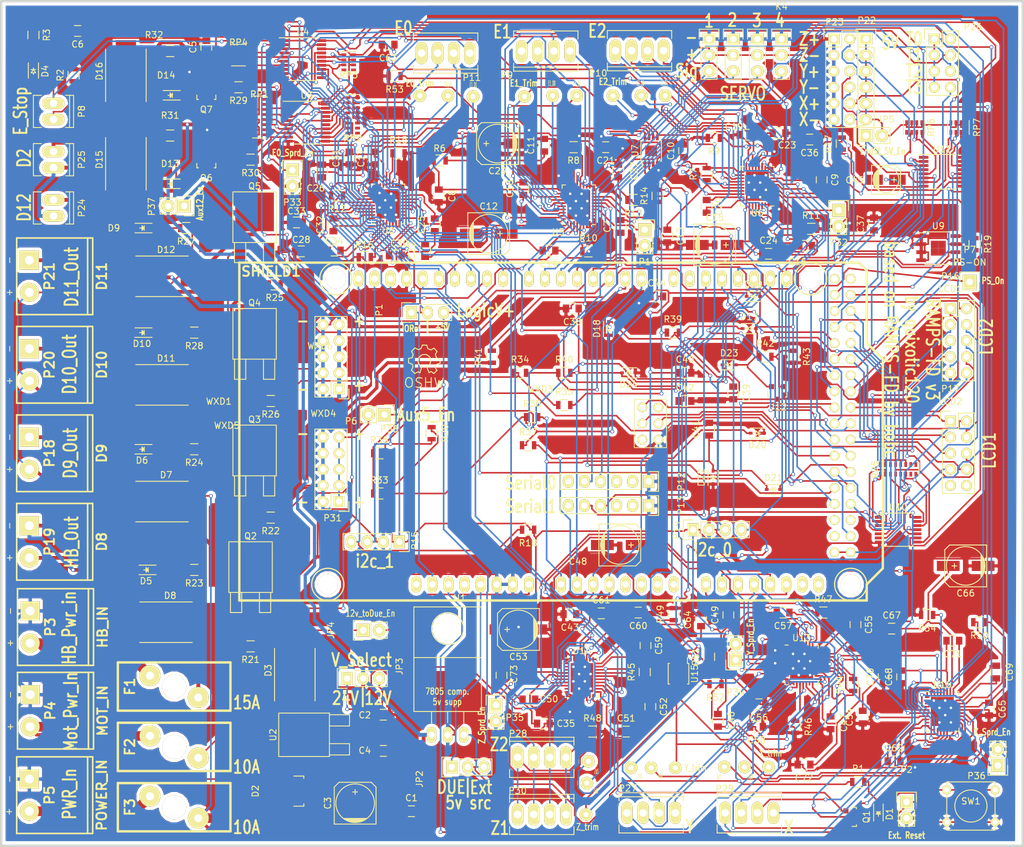
<source format=kicad_pcb>
(kicad_pcb (version 4) (host pcbnew 4.0.1-stable)
  (layers (0 F.Cu signal) (31 B.Cu signal) (34 B.Paste user) (35 F.Paste user) (36 B.SilkS user) (37 F.SilkS user) (38 B.Mask user hide) (39 F.Mask user) (44 Edge.Cuts user))
  (net 0 "")
  (net 1 MOT_GND)
  (net 2 +12P)
  (net 3 /Power/LP_2)
  (net 4 +V_POWER)
  (net 5 FD_5V)
  (net 6 "Net-(C7-Pad2)")
  (net 7 "Net-(C8-Pad1)")
  (net 8 "Net-(C9-Pad2)")
  (net 9 "Net-(C10-Pad1)")
  (net 10 "Net-(C11-Pad1)")
  (net 11 "Net-(C12-Pad1)")
  (net 12 "Net-(C13-Pad1)")
  (net 13 "Net-(C15-Pad1)")
  (net 14 +V_MOTOR)
  (net 15 "Net-(C18-Pad1)")
  (net 16 "Net-(C18-Pad2)")
  (net 17 "Net-(C20-Pad1)")
  (net 18 "Net-(C20-Pad2)")
  (net 19 "Net-(C22-Pad1)")
  (net 20 "Net-(C24-Pad1)")
  (net 21 "Net-(C25-Pad2)")
  (net 22 "Net-(C26-Pad1)")
  (net 23 "Net-(C28-Pad1)")
  (net 24 "Net-(C29-Pad1)")
  (net 25 "Net-(C32-Pad1)")
  (net 26 "Net-(C32-Pad2)")
  (net 27 "Net-(C34-Pad1)")
  (net 28 THERM0)
  (net 29 THERM1)
  (net 30 THERM2)
  (net 31 THERM3)
  (net 32 OV_REF)
  (net 33 "Net-(C46-Pad2)")
  (net 34 "Net-(C47-Pad1)")
  (net 35 "Net-(C48-Pad1)")
  (net 36 "Net-(C50-Pad2)")
  (net 37 "Net-(C51-Pad1)")
  (net 38 "Net-(C52-Pad1)")
  (net 39 "Net-(C53-Pad1)")
  (net 40 "Net-(C55-Pad1)")
  (net 41 "Net-(C55-Pad2)")
  (net 42 "Net-(C57-Pad1)")
  (net 43 "Net-(C59-Pad1)")
  (net 44 "Net-(C59-Pad2)")
  (net 45 "Net-(C61-Pad1)")
  (net 46 "Net-(C62-Pad2)")
  (net 47 "Net-(C63-Pad1)")
  (net 48 "Net-(C65-Pad1)")
  (net 49 "Net-(C66-Pad1)")
  (net 50 "Net-(C69-Pad1)")
  (net 51 "Net-(C69-Pad2)")
  (net 52 "Net-(C71-Pad1)")
  (net 53 "Net-(C72-Pad1)")
  (net 54 "Net-(D1-Pad2)")
  (net 55 "Net-(D1-Pad1)")
  (net 56 /Power/LP_1)
  (net 57 "Net-(D4-Pad1)")
  (net 58 ESTOP)
  (net 59 "/Mosfet Outputs/D8_OUT")
  (net 60 "Net-(D5-Pad1)")
  (net 61 "/Mosfet Outputs/D9_OUT")
  (net 62 "Net-(D6-Pad1)")
  (net 63 +V_HEATBED)
  (net 64 "/Mosfet Outputs/FET4_OUT")
  (net 65 "Net-(D9-Pad1)")
  (net 66 "/Mosfet Outputs/D10_OUT")
  (net 67 "Net-(D10-Pad1)")
  (net 68 "/Extra MOSFETs/P_FET5")
  (net 69 "Net-(D13-Pad1)")
  (net 70 "/Extra MOSFETs/P_FET6")
  (net 71 "Net-(D14-Pad1)")
  (net 72 /Power/HB_IN)
  (net 73 /Power/MOT_IN)
  (net 74 /Power/P_IN)
  (net 75 IOREF)
  (net 76 DUE_5V)
  (net 77 /Power/5v)
  (net 78 AM-VIN)
  (net 79 "Net-(JP5-Pad2)")
  (net 80 SERVO1)
  (net 81 SERVO2)
  (net 82 SERVO3)
  (net 83 SERVO4)
  (net 84 "Net-(P1-Pad1)")
  (net 85 /RESET)
  (net 86 PS-ON)
  (net 87 "Net-(P8-Pad2)")
  (net 88 "Net-(P9-Pad1)")
  (net 89 "Net-(P9-Pad2)")
  (net 90 "Net-(P9-Pad3)")
  (net 91 "Net-(P9-Pad4)")
  (net 92 "Net-(P10-Pad1)")
  (net 93 "Net-(P10-Pad2)")
  (net 94 "Net-(P10-Pad3)")
  (net 95 "Net-(P10-Pad4)")
  (net 96 "Net-(P11-Pad1)")
  (net 97 "Net-(P11-Pad2)")
  (net 98 "Net-(P11-Pad3)")
  (net 99 "Net-(P11-Pad4)")
  (net 100 "Net-(P12-Pad2)")
  (net 101 "Net-(P12-Pad3)")
  (net 102 UART0_RX_LV)
  (net 103 UART0_TX_LV)
  (net 104 "Net-(P12-Pad6)")
  (net 105 "Net-(P13-Pad2)")
  (net 106 "Net-(P13-Pad3)")
  (net 107 UART1_RX_LV)
  (net 108 UART1_TX_LV)
  (net 109 "Net-(P13-Pad6)")
  (net 110 SDA)
  (net 111 SCL)
  (net 112 SDA1)
  (net 113 SCL1)
  (net 114 D37)
  (net 115 D35)
  (net 116 LCD_E)
  (net 117 LCD_RS)
  (net 118 LCD_D4)
  (net 119 LCD_D5)
  (net 120 LCD_D6)
  (net 121 LCD_D7)
  (net 122 MISO)
  (net 123 SCK)
  (net 124 D33)
  (net 125 SPI_CS1)
  (net 126 D31)
  (net 127 MOSI)
  (net 128 D49)
  (net 129 D41)
  (net 130 "Net-(P17-Pad9)")
  (net 131 "Net-(P17-Pad10)")
  (net 132 "Net-(P23-Pad2)")
  (net 133 "Net-(P23-Pad4)")
  (net 134 "Net-(P23-Pad6)")
  (net 135 "Net-(P23-Pad8)")
  (net 136 "Net-(P23-Pad10)")
  (net 137 "Net-(P23-Pad12)")
  (net 138 GNDA)
  (net 139 "Net-(P26-Pad2)")
  (net 140 "Net-(P26-Pad4)")
  (net 141 "Net-(P26-Pad6)")
  (net 142 "Net-(P26-Pad8)")
  (net 143 "Net-(P27-Pad1)")
  (net 144 "Net-(P27-Pad2)")
  (net 145 "Net-(P27-Pad3)")
  (net 146 "Net-(P27-Pad4)")
  (net 147 "Net-(P28-Pad1)")
  (net 148 "Net-(P28-Pad2)")
  (net 149 "Net-(P28-Pad3)")
  (net 150 "Net-(P28-Pad4)")
  (net 151 "Net-(P29-Pad1)")
  (net 152 "Net-(P29-Pad2)")
  (net 153 "Net-(P29-Pad3)")
  (net 154 "Net-(P29-Pad4)")
  (net 155 "Net-(P32-Pad1)")
  (net 156 "Net-(P33-Pad1)")
  (net 157 "Net-(P34-Pad1)")
  (net 158 "Net-(P35-Pad1)")
  (net 159 "Net-(P36-Pad1)")
  (net 160 D13)
  (net 161 "Net-(Q2-PadG)")
  (net 162 "Net-(Q3-PadG)")
  (net 163 FET4_BUF)
  (net 164 "Net-(Q5-PadG)")
  (net 165 "Net-(Q6-PadG)")
  (net 166 "Net-(Q7-PadG)")
  (net 167 D8)
  (net 168 D9)
  (net 169 "Net-(R8-Pad1)")
  (net 170 "Net-(R9-Pad1)")
  (net 171 "Net-(R10-Pad1)")
  (net 172 "Net-(R11-Pad1)")
  (net 173 "Net-(R15-Pad1)")
  (net 174 "Net-(R16-Pad1)")
  (net 175 D8_BUF)
  (net 176 D9_BUF)
  (net 177 D10_BUF)
  (net 178 FET6_BUF)
  (net 179 FET5_BUF)
  (net 180 AREF)
  (net 181 "Net-(R42-Pad2)")
  (net 182 "Net-(R46-Pad1)")
  (net 183 "Net-(R47-Pad1)")
  (net 184 "Net-(R48-Pad1)")
  (net 185 "Net-(R49-Pad1)")
  (net 186 "Net-(R53-Pad1)")
  (net 187 "Net-(R54-Pad1)")
  (net 188 D11-FET4)
  (net 189 D12-FET5)
  (net 190 D2-FET6)
  (net 191 D10)
  (net 192 /Y_EN_BUF)
  (net 193 /Z_EN_BUF)
  (net 194 /X_EN_BUF)
  (net 195 /E0_EN_BUF)
  (net 196 /E2_EN_BUF)
  (net 197 /E1_EN_BUF)
  (net 198 "Net-(RP5-Pad1)")
  (net 199 "Net-(RP5-Pad2)")
  (net 200 "Net-(RP5-Pad15)")
  (net 201 "Net-(RP5-Pad16)")
  (net 202 "Net-(RP6-Pad1)")
  (net 203 "Net-(RP7-Pad4)")
  (net 204 "Net-(SHIELD1-Pad14)")
  (net 205 "Net-(SHIELD1-Pad15)")
  (net 206 UART2_TX_LV)
  (net 207 UART2_RX_LV)
  (net 208 "Net-(SHIELD1-PadAD15)")
  (net 209 "Net-(SHIELD1-PadAD14)")
  (net 210 Z_STEP)
  (net 211 Z_DIR)
  (net 212 X_DIR)
  (net 213 X_STEP)
  (net 214 Y_DIR)
  (net 215 Y_STEP)
  (net 216 +3V3)
  (net 217 X-MIN)
  (net 218 D23)
  (net 219 Y-MIN)
  (net 220 D25)
  (net 221 Z-MIN)
  (net 222 D27)
  (net 223 E0_DIR)
  (net 224 D29)
  (net 225 "Net-(SHIELD1-Pad5V_4)")
  (net 226 "Net-(SHIELD1-Pad5V_5)")
  (net 227 X-MAX)
  (net 228 E2_STEP)
  (net 229 Z-MAX)
  (net 230 E0_STEP)
  (net 231 Y-MAX)
  (net 232 E1_EN)
  (net 233 E0_EN)
  (net 234 E1_STEP)
  (net 235 Z_EN)
  (net 236 E2_EN)
  (net 237 Y_EN)
  (net 238 E2_DIR)
  (net 239 X_EN)
  (net 240 "Net-(SHIELD1-Pad50)")
  (net 241 "Net-(SHIELD1-Pad51)")
  (net 242 "Net-(SHIELD1-Pad52)")
  (net 243 "Net-(SHIELD1-PadSRST)")
  (net 244 "Net-(SHIELD1-PadS5V)")
  (net 245 "Net-(U5-Pad2)")
  (net 246 "Net-(U5-Pad3)")
  (net 247 "Net-(U5-Pad9)")
  (net 248 "Net-(U5-Pad17)")
  (net 249 "Net-(U5-Pad20)")
  (net 250 "Net-(U5-Pad21)")
  (net 251 E1_TRIM)
  (net 252 "Net-(U6-Pad2)")
  (net 253 "Net-(U6-Pad3)")
  (net 254 "Net-(U6-Pad9)")
  (net 255 "Net-(U6-Pad17)")
  (net 256 "Net-(U6-Pad20)")
  (net 257 "Net-(U6-Pad21)")
  (net 258 E2_TRIM)
  (net 259 E0_TRIM)
  (net 260 "Net-(U8-Pad2)")
  (net 261 "Net-(U8-Pad3)")
  (net 262 "Net-(U8-Pad9)")
  (net 263 "Net-(U8-Pad17)")
  (net 264 "Net-(U8-Pad20)")
  (net 265 "Net-(U8-Pad21)")
  (net 266 "Net-(U13-Pad2)")
  (net 267 "Net-(U13-Pad3)")
  (net 268 "Net-(U13-Pad9)")
  (net 269 "Net-(U13-Pad17)")
  (net 270 "Net-(U13-Pad20)")
  (net 271 "Net-(U13-Pad21)")
  (net 272 Y_TRIM)
  (net 273 "Net-(U14-Pad2)")
  (net 274 "Net-(U14-Pad3)")
  (net 275 "Net-(U14-Pad9)")
  (net 276 "Net-(U14-Pad17)")
  (net 277 "Net-(U14-Pad20)")
  (net 278 "Net-(U14-Pad21)")
  (net 279 Z_TRIM)
  (net 280 X_TRIM)
  (net 281 "Net-(U16-Pad2)")
  (net 282 "Net-(U16-Pad3)")
  (net 283 "Net-(U16-Pad9)")
  (net 284 "Net-(U16-Pad17)")
  (net 285 "Net-(U16-Pad20)")
  (net 286 "Net-(U16-Pad21)")
  (net 287 "/Mosfet Outputs/FET4_G")
  (net 288 "Net-(RP1-Pad7)")
  (net 289 "Net-(RP1-Pad8)")
  (net 290 "Net-(RP2-Pad7)")
  (net 291 "Net-(RP2-Pad8)")
  (net 292 "Net-(RP3-Pad4)")
  (net 293 "Net-(RP3-Pad5)")
  (net 294 "Net-(RP4-Pad4)")
  (net 295 "Net-(RP4-Pad5)")
  (net 296 "Net-(U3-Pad3)")
  (net 297 "Net-(U3-Pad5)")
  (net 298 "Net-(U4-Pad8)")
  (net 299 "Net-(U4-Pad9)")
  (net 300 "Net-(U4-Pad11)")
  (net 301 "Net-(U4-Pad12)")
  (net 302 "Net-(U3-Pad15)")
  (net 303 "Net-(U3-Pad17)")
  (net 304 "Net-(RP1-Pad9)")
  (net 305 "Net-(RP1-Pad10)")
  (net 306 "Net-(RP2-Pad9)")
  (net 307 "Net-(RP2-Pad10)")
  (net 308 "Net-(P31-Pad1)")
  (net 309 "Net-(P37-Pad1)")
  (net 310 "Net-(SHIELD1-PadAD7)")
  (net 311 "Net-(SHIELD1-PadAD6)")
  (net 312 "Net-(SHIELD1-PadAD5)")
  (net 313 "Net-(SHIELD1-PadAD4)")
  (module Capacitors_SMD:C_0805 (layer F.Cu) (at 128.27 149.479)
    (fp_text reference C1 (at 0 -2.1) (layer F.SilkS))
    (fp_text value 22u/35v)
    (pad 1 smd rect (at -1 0) (size 1 1.25) (layers F.Cu F.Paste F.Mask) (net 1 MOT_GND))
    (pad 2 smd rect (at 1 0) (size 1 1.25) (layers F.Cu F.Paste F.Mask) (net 2 +12P))
  )
  (module Capacitors_SMD:C_0805 (layer F.Cu) (at 123.825 134.239)
    (fp_text reference C2 (at -2.921 0.0635) (layer F.SilkS))
    (fp_text value "100n 16V")
    (pad 1 smd rect (at -1 0) (size 1 1.25) (layers F.Cu F.Paste F.Mask) (net 3 /Power/LP_2))
    (pad 2 smd rect (at 1 0) (size 1 1.25) (layers F.Cu F.Paste F.Mask) (net 1 MOT_GND))
  )
  (module Capacitors_SMD:c_elec_6.3x7.7 (layer F.Cu) (at 119.38 148.209 90)
    (fp_text reference C3 (at 0 -4.318 90) (layer F.SilkS))
    (fp_text value "100u 35V")
    (pad 1 smd rect (at 2.75082 0 90) (size 3.59918 1.6002) (layers F.Cu F.Paste F.Mask) (net 4 +V_POWER))
    (pad 2 smd rect (at -2.75082 0 90) (size 3.59918 1.6002) (layers F.Cu F.Paste F.Mask) (net 1 MOT_GND))
  )
  (module Capacitors_SMD:C_0805 (layer F.Cu) (at 123.825 139.954)
    (fp_text reference C4 (at -2.921 -0.0635) (layer F.SilkS))
    (fp_text value "100n 35V")
    (pad 1 smd rect (at -1 0) (size 1 1.25) (layers F.Cu F.Paste F.Mask) (net 4 +V_POWER))
    (pad 2 smd rect (at 1 0) (size 1 1.25) (layers F.Cu F.Paste F.Mask) (net 1 MOT_GND))
  )
  (module Capacitors_SMD:C_0805 (layer F.Cu) (at 95.885 28.829 90)
    (fp_text reference C5 (at 0 -2.1 90) (layer F.SilkS))
    (fp_text value 100n)
    (pad 1 smd rect (at -1 0 90) (size 1 1.25) (layers F.Cu F.Paste F.Mask) (net 5 FD_5V))
    (pad 2 smd rect (at 1 0 90) (size 1 1.25) (layers F.Cu F.Paste F.Mask) (net 1 MOT_GND))
  )
  (module Capacitors_SMD:C_0805 (layer F.Cu) (at 75.565 26.289 180)
    (fp_text reference C6 (at 0 -2.1 180) (layer F.SilkS))
    (fp_text value 100n)
    (pad 1 smd rect (at -1 0 180) (size 1 1.25) (layers F.Cu F.Paste F.Mask) (net 5 FD_5V))
    (pad 2 smd rect (at 1 0 180) (size 1 1.25) (layers F.Cu F.Paste F.Mask) (net 1 MOT_GND))
  )
  (module Capacitors_SMD:C_0805 (layer F.Cu) (at 161.29 57.15 90)
    (fp_text reference C7 (at 0 -2.1 90) (layer F.SilkS))
    (fp_text value 100n/50v hide)
    (pad 1 smd rect (at -1 0 90) (size 1 1.25) (layers F.Cu F.Paste F.Mask) (net 180 AREF))
    (pad 2 smd rect (at 1 0 90) (size 1 1.25) (layers F.Cu F.Paste F.Mask) (net 6 "Net-(C7-Pad2)"))
  )
  (module Capacitors_SMD:C_0805 (layer F.Cu) (at 132.588 52.324 270)
    (fp_text reference C8 (at 0 -2.1 270) (layer F.SilkS))
    (fp_text value 470n/10v hide)
    (pad 1 smd rect (at -1 0 270) (size 1 1.25) (layers F.Cu F.Paste F.Mask) (net 7 "Net-(C8-Pad1)"))
    (pad 2 smd rect (at 1 0 270) (size 1 1.25) (layers F.Cu F.Paste F.Mask) (net 1 MOT_GND))
  )
  (module Capacitors_SMD:C_0805 (layer F.Cu) (at 193.04 49.784 270)
    (fp_text reference C9 (at 0 -2.1 270) (layer F.SilkS))
    (fp_text value 100n/50v hide)
    (pad 1 smd rect (at -1 0 270) (size 1 1.25) (layers F.Cu F.Paste F.Mask) (net 180 AREF))
    (pad 2 smd rect (at 1 0 270) (size 1 1.25) (layers F.Cu F.Paste F.Mask) (net 8 "Net-(C9-Pad2)"))
  )
  (module Capacitors_SMD:C_0805 (layer F.Cu) (at 171.323 45.212 90)
    (fp_text reference C10 (at 0 -2.1 90) (layer F.SilkS))
    (fp_text value 470n/10v hide)
    (pad 1 smd rect (at -1 0 90) (size 1 1.25) (layers F.Cu F.Paste F.Mask) (net 9 "Net-(C10-Pad1)"))
    (pad 2 smd rect (at 1 0 90) (size 1 1.25) (layers F.Cu F.Paste F.Mask) (net 1 MOT_GND))
  )
  (module Capacitors_SMD:C_0805 (layer F.Cu) (at 149.225 44.323 90)
    (fp_text reference C11 (at 0 -2.1 90) (layer F.SilkS))
    (fp_text value 4u7/10v hide)
    (pad 1 smd rect (at -1 0 90) (size 1 1.25) (layers F.Cu F.Paste F.Mask) (net 10 "Net-(C11-Pad1)"))
    (pad 2 smd rect (at 1 0 90) (size 1 1.25) (layers F.Cu F.Paste F.Mask) (net 1 MOT_GND))
  )
  (module Capacitors_SMD:c_elec_6.3x7.7 (layer F.Cu) (at 140.462 58.293)
    (fp_text reference C12 (at 0 -4.318) (layer F.SilkS))
    (fp_text value 100u/35v)
    (pad 1 smd rect (at 2.75082 0) (size 3.59918 1.6002) (layers F.Cu F.Paste F.Mask) (net 11 "Net-(C12-Pad1)"))
    (pad 2 smd rect (at -2.75082 0) (size 3.59918 1.6002) (layers F.Cu F.Paste F.Mask) (net 1 MOT_GND))
  )
  (module Capacitors_SMD:C_0805 (layer F.Cu) (at 168.656 58.674 270)
    (fp_text reference C13 (at 0 -2.1 270) (layer F.SilkS))
    (fp_text value 4u7/10v hide)
    (pad 1 smd rect (at -1 0 270) (size 1 1.25) (layers F.Cu F.Paste F.Mask) (net 12 "Net-(C13-Pad1)"))
    (pad 2 smd rect (at 1 0 270) (size 1 1.25) (layers F.Cu F.Paste F.Mask) (net 1 MOT_GND))
  )
  (module Capacitors_SMD:C_0805 (layer F.Cu) (at 149.987 60.96 180)
    (fp_text reference C14 (at 0 -2.1 180) (layer F.SilkS))
    (fp_text value 100n50v hide)
    (pad 1 smd rect (at -1 0 180) (size 1 1.25) (layers F.Cu F.Paste F.Mask) (net 180 AREF))
    (pad 2 smd rect (at 1 0 180) (size 1 1.25) (layers F.Cu F.Paste F.Mask) (net 11 "Net-(C12-Pad1)"))
  )
  (module Capacitors_SMD:c_elec_6.3x7.7 (layer F.Cu) (at 176.149 60.071)
    (fp_text reference C15 (at 0 -4.318) (layer F.SilkS))
    (fp_text value 100u/35v)
    (pad 1 smd rect (at 2.75082 0) (size 3.59918 1.6002) (layers F.Cu F.Paste F.Mask) (net 13 "Net-(C15-Pad1)"))
    (pad 2 smd rect (at -2.75082 0) (size 3.59918 1.6002) (layers F.Cu F.Paste F.Mask) (net 1 MOT_GND))
  )
  (module Capacitors_SMD:C_0805 (layer F.Cu) (at 190.5 60.198 180)
    (fp_text reference C16 (at 1.27 -2.54 180) (layer F.SilkS))
    (fp_text value 100n50v hide)
    (pad 1 smd rect (at -1 0 180) (size 1 1.25) (layers F.Cu F.Paste F.Mask) (net 180 AREF))
    (pad 2 smd rect (at 1 0 180) (size 1 1.25) (layers F.Cu F.Paste F.Mask) (net 13 "Net-(C15-Pad1)"))
  )
  (module Capacitors_SMD:C_0805 (layer F.Cu) (at 122.428 46.355 90)
    (fp_text reference C17 (at 0 -2.1 90) (layer F.SilkS))
    (fp_text value 100n/50v hide)
    (pad 1 smd rect (at -1 0 90) (size 1 1.25) (layers F.Cu F.Paste F.Mask) (net 1 MOT_GND))
    (pad 2 smd rect (at 1 0 90) (size 1 1.25) (layers F.Cu F.Paste F.Mask) (net 14 +V_MOTOR))
  )
  (module Capacitors_SMD:C_0805 (layer F.Cu) (at 145.923 51.181 90)
    (fp_text reference C18 (at 0 -2.1 90) (layer F.SilkS))
    (fp_text value 22n/50v hide)
    (pad 1 smd rect (at -1 0 90) (size 1 1.25) (layers F.Cu F.Paste F.Mask) (net 15 "Net-(C18-Pad1)"))
    (pad 2 smd rect (at 1 0 90) (size 1 1.25) (layers F.Cu F.Paste F.Mask) (net 16 "Net-(C18-Pad2)"))
  )
  (module Capacitors_SMD:C_0805 (layer F.Cu) (at 181.102 42.672)
    (fp_text reference C19 (at -1.905 -1.27) (layer F.SilkS))
    (fp_text value 100n/50v hide)
    (pad 1 smd rect (at -1 0) (size 1 1.25) (layers F.Cu F.Paste F.Mask) (net 1 MOT_GND))
    (pad 2 smd rect (at 1 0) (size 1 1.25) (layers F.Cu F.Paste F.Mask) (net 14 +V_MOTOR))
  )
  (module Capacitors_SMD:C_0805 (layer F.Cu) (at 174.879 53.975 90)
    (fp_text reference C20 (at 0 1.905 90) (layer F.SilkS))
    (fp_text value 22n/50v hide)
    (pad 1 smd rect (at -1 0 90) (size 1 1.25) (layers F.Cu F.Paste F.Mask) (net 17 "Net-(C20-Pad1)"))
    (pad 2 smd rect (at 1 0 90) (size 1 1.25) (layers F.Cu F.Paste F.Mask) (net 18 "Net-(C20-Pad2)"))
  )
  (module Capacitors_SMD:C_0805 (layer F.Cu) (at 158.94 44.6405 180)
    (fp_text reference C21 (at 0 -2.1 180) (layer F.SilkS))
    (fp_text value 1u/50v hide)
    (pad 1 smd rect (at -1 0 180) (size 1 1.25) (layers F.Cu F.Paste F.Mask) (net 1 MOT_GND))
    (pad 2 smd rect (at 1 0 180) (size 1 1.25) (layers F.Cu F.Paste F.Mask) (net 14 +V_MOTOR))
  )
  (module Capacitors_SMD:C_0805 (layer F.Cu) (at 130.429 60.96 90)
    (fp_text reference C22 (at 0 -2.1 90) (layer F.SilkS))
    (fp_text value 100n/50v hide)
    (pad 1 smd rect (at -1 0 90) (size 1 1.25) (layers F.Cu F.Paste F.Mask) (net 19 "Net-(C22-Pad1)"))
    (pad 2 smd rect (at 1 0 90) (size 1 1.25) (layers F.Cu F.Paste F.Mask) (net 14 +V_MOTOR))
  )
  (module Capacitors_SMD:C_0805 (layer F.Cu) (at 186.309 42.418 180)
    (fp_text reference C23 (at -1.27 -1.905 180) (layer F.SilkS))
    (fp_text value 1u/50v hide)
    (pad 1 smd rect (at -1 0 180) (size 1 1.25) (layers F.Cu F.Paste F.Mask) (net 1 MOT_GND))
    (pad 2 smd rect (at 1 0 180) (size 1 1.25) (layers F.Cu F.Paste F.Mask) (net 14 +V_MOTOR))
  )
  (module Capacitors_SMD:C_0805 (layer F.Cu) (at 184.658 61.468)
    (fp_text reference C24 (at 0 -2.1) (layer F.SilkS))
    (fp_text value 100n/50v hide)
    (pad 1 smd rect (at -1 0) (size 1 1.25) (layers F.Cu F.Paste F.Mask) (net 20 "Net-(C24-Pad1)"))
    (pad 2 smd rect (at 1 0) (size 1 1.25) (layers F.Cu F.Paste F.Mask) (net 14 +V_MOTOR))
  )
  (module Capacitors_SMD:C_0805 (layer F.Cu) (at 131.953 56.896 90)
    (fp_text reference C25 (at 0 -2.1 90) (layer F.SilkS))
    (fp_text value 100n/50v hide)
    (pad 1 smd rect (at -1 0 90) (size 1 1.25) (layers F.Cu F.Paste F.Mask) (net 180 AREF))
    (pad 2 smd rect (at 1 0 90) (size 1 1.25) (layers F.Cu F.Paste F.Mask) (net 21 "Net-(C25-Pad2)"))
  )
  (module Capacitors_SMD:C_0805 (layer F.Cu) (at 114.173 48.387 90)
    (fp_text reference C26 (at -2.7305 -1.016 180) (layer F.SilkS))
    (fp_text value 470n/10v hide)
    (pad 1 smd rect (at -1 0 90) (size 1 1.25) (layers F.Cu F.Paste F.Mask) (net 22 "Net-(C26-Pad1)"))
    (pad 2 smd rect (at 1 0 90) (size 1 1.25) (layers F.Cu F.Paste F.Mask) (net 1 MOT_GND))
  )
  (module Capacitors_SMD:C_0805 (layer F.Cu) (at 160.909 48.387 90)
    (fp_text reference C27 (at 0 2.54 90) (layer F.SilkS))
    (fp_text value 0.1u hide)
    (pad 1 smd rect (at -1 0 90) (size 1 1.25) (layers F.Cu F.Paste F.Mask) (net 5 FD_5V))
    (pad 2 smd rect (at 1 0 90) (size 1 1.25) (layers F.Cu F.Paste F.Mask) (net 1 MOT_GND))
  )
  (module Capacitors_SMD:C_0805 (layer F.Cu) (at 110.871 61.087 180)
    (fp_text reference C28 (at 0 1.8415 180) (layer F.SilkS))
    (fp_text value 4u7/10v hide)
    (pad 1 smd rect (at -1 0 180) (size 1 1.25) (layers F.Cu F.Paste F.Mask) (net 23 "Net-(C28-Pad1)"))
    (pad 2 smd rect (at 1 0 180) (size 1 1.25) (layers F.Cu F.Paste F.Mask) (net 1 MOT_GND))
  )
  (module Capacitors_SMD:c_elec_6.3x7.7 (layer F.Cu) (at 141.859 44.069 180)
    (fp_text reference C29 (at 0 -4.318 180) (layer F.SilkS))
    (fp_text value 100u/35v)
    (pad 1 smd rect (at 2.75082 0 180) (size 3.59918 1.6002) (layers F.Cu F.Paste F.Mask) (net 24 "Net-(C29-Pad1)"))
    (pad 2 smd rect (at -2.75082 0 180) (size 3.59918 1.6002) (layers F.Cu F.Paste F.Mask) (net 1 MOT_GND))
  )
  (module Capacitors_SMD:C_0805 (layer F.Cu) (at 125.73 61.722 180)
    (fp_text reference C30 (at -0.635 1.905 180) (layer F.SilkS))
    (fp_text value 100n50v hide)
    (pad 1 smd rect (at -1 0 180) (size 1 1.25) (layers F.Cu F.Paste F.Mask) (net 180 AREF))
    (pad 2 smd rect (at 1 0 180) (size 1 1.25) (layers F.Cu F.Paste F.Mask) (net 24 "Net-(C29-Pad1)"))
  )
  (module Capacitors_SMD:C_0805 (layer F.Cu) (at 118.491 46.355 90)
    (fp_text reference C31 (at 0 -2.1 90) (layer F.SilkS))
    (fp_text value 100n/50v hide)
    (pad 1 smd rect (at -1 0 90) (size 1 1.25) (layers F.Cu F.Paste F.Mask) (net 1 MOT_GND))
    (pad 2 smd rect (at 1 0 90) (size 1 1.25) (layers F.Cu F.Paste F.Mask) (net 14 +V_MOTOR))
  )
  (module Capacitors_SMD:C_0805 (layer F.Cu) (at 115.951 56.896 90)
    (fp_text reference C32 (at 0 -2.1 90) (layer F.SilkS))
    (fp_text value 22n/50v hide)
    (pad 1 smd rect (at -1 0 90) (size 1 1.25) (layers F.Cu F.Paste F.Mask) (net 25 "Net-(C32-Pad1)"))
    (pad 2 smd rect (at 1 0 90) (size 1 1.25) (layers F.Cu F.Paste F.Mask) (net 26 "Net-(C32-Pad2)"))
  )
  (module Capacitors_SMD:C_0805 (layer F.Cu) (at 110.109 56.515)
    (fp_text reference C33 (at 0 -1.778) (layer F.SilkS))
    (fp_text value 1u/50v hide)
    (pad 1 smd rect (at -1 0) (size 1 1.25) (layers F.Cu F.Paste F.Mask) (net 1 MOT_GND))
    (pad 2 smd rect (at 1 0) (size 1 1.25) (layers F.Cu F.Paste F.Mask) (net 14 +V_MOTOR))
  )
  (module Capacitors_SMD:C_0805 (layer F.Cu) (at 116.078 60.96 180)
    (fp_text reference C34 (at 0 1.524 180) (layer F.SilkS))
    (fp_text value 100n/50v hide)
    (pad 1 smd rect (at -1 0 180) (size 1 1.25) (layers F.Cu F.Paste F.Mask) (net 27 "Net-(C34-Pad1)"))
    (pad 2 smd rect (at 1 0 180) (size 1 1.25) (layers F.Cu F.Paste F.Mask) (net 14 +V_MOTOR))
  )
  (module Capacitors_SMD:C_0805 (layer F.Cu) (at 149.098 135.636)
    (fp_text reference C35 (at 3.556 0) (layer F.SilkS))
    (fp_text value 100n)
    (pad 1 smd rect (at -1 0) (size 1 1.25) (layers F.Cu F.Paste F.Mask) (net 180 AREF))
    (pad 2 smd rect (at 1 0) (size 1 1.25) (layers F.Cu F.Paste F.Mask) (net 1 MOT_GND))
  )
  (module Capacitors_SMD:C_0805 (layer F.Cu) (at 191.135 43.434 180)
    (fp_text reference C36 (at 0 -2.1 180) (layer F.SilkS))
    (fp_text value 100n)
    (pad 1 smd rect (at -1 0 180) (size 1 1.25) (layers F.Cu F.Paste F.Mask) (net 1 MOT_GND))
    (pad 2 smd rect (at 1 0 180) (size 1 1.25) (layers F.Cu F.Paste F.Mask) (net 180 AREF))
  )
  (module Capacitors_SMD:C_0805 (layer F.Cu) (at 201.295 56.769 90)
    (fp_text reference C37 (at 0 -2.1 90) (layer F.SilkS))
    (fp_text value 100n)
    (pad 1 smd rect (at -1 0 90) (size 1 1.25) (layers F.Cu F.Paste F.Mask) (net 28 THERM0))
    (pad 2 smd rect (at 1 0 90) (size 1 1.25) (layers F.Cu F.Paste F.Mask) (net 1 MOT_GND))
  )
  (module Capacitors_SMD:C_0805 (layer F.Cu) (at 153.67 70.104 180)
    (fp_text reference C38 (at 0 -2.1 180) (layer F.SilkS))
    (fp_text value 100n)
    (pad 1 smd rect (at -1 0 180) (size 1 1.25) (layers F.Cu F.Paste F.Mask) (net 29 THERM1))
    (pad 2 smd rect (at 1 0 180) (size 1 1.25) (layers F.Cu F.Paste F.Mask) (net 1 MOT_GND))
  )
  (module Capacitors_SMD:C_0805 (layer F.Cu) (at 179.07 83.439 270)
    (fp_text reference C39 (at 0 -2.1 270) (layer F.SilkS))
    (fp_text value 100n)
    (pad 1 smd rect (at -1 0 270) (size 1 1.25) (layers F.Cu F.Paste F.Mask) (net 30 THERM2))
    (pad 2 smd rect (at 1 0 270) (size 1 1.25) (layers F.Cu F.Paste F.Mask) (net 1 MOT_GND))
  )
  (module Capacitors_SMD:C_0805 (layer F.Cu) (at 171.45 80.264)
    (fp_text reference C40 (at 0 -2.1) (layer F.SilkS))
    (fp_text value 100n)
    (pad 1 smd rect (at -1 0) (size 1 1.25) (layers F.Cu F.Paste F.Mask) (net 31 THERM3))
    (pad 2 smd rect (at 1 0) (size 1 1.25) (layers F.Cu F.Paste F.Mask) (net 1 MOT_GND))
  )
  (module Capacitors_SMD:C_0805 (layer F.Cu) (at 175.26 89.154 90)
    (fp_text reference C41 (at 0 -2.1 90) (layer F.SilkS))
    (fp_text value 10u)
    (pad 1 smd rect (at -1 0 90) (size 1 1.25) (layers F.Cu F.Paste F.Mask) (net 28 THERM0))
    (pad 2 smd rect (at 1 0 90) (size 1 1.25) (layers F.Cu F.Paste F.Mask) (net 1 MOT_GND))
  )
  (module Capacitors_SMD:C_0805 (layer F.Cu) (at 171.45 84.709)
    (fp_text reference C42 (at 0 -2.1) (layer F.SilkS))
    (fp_text value 10u)
    (pad 1 smd rect (at -1 0) (size 1 1.25) (layers F.Cu F.Paste F.Mask) (net 29 THERM1))
    (pad 2 smd rect (at 1 0) (size 1 1.25) (layers F.Cu F.Paste F.Mask) (net 1 MOT_GND))
  )
  (module Capacitors_SMD:C_0805 (layer F.Cu) (at 153.289 118.364 180)
    (fp_text reference C43 (at 0 -2.1 180) (layer F.SilkS))
    (fp_text value 10u)
    (pad 1 smd rect (at -1 0 180) (size 1 1.25) (layers F.Cu F.Paste F.Mask) (net 30 THERM2))
    (pad 2 smd rect (at 1 0 180) (size 1 1.25) (layers F.Cu F.Paste F.Mask) (net 1 MOT_GND))
  )
  (module Capacitors_SMD:C_0805 (layer F.Cu) (at 167.005 68.199)
    (fp_text reference C44 (at 0 -2.1) (layer F.SilkS))
    (fp_text value 10u)
    (pad 1 smd rect (at -1 0) (size 1 1.25) (layers F.Cu F.Paste F.Mask) (net 31 THERM3))
    (pad 2 smd rect (at 1 0) (size 1 1.25) (layers F.Cu F.Paste F.Mask) (net 1 MOT_GND))
  )
  (module Capacitors_SMD:c_elec_4x5.3 (layer F.Cu) (at 203.2 49.784)
    (fp_text reference C45 (at -4.953 0.0635) (layer F.SilkS))
    (fp_text value 10u)
    (pad 1 smd rect (at 1.80086 0) (size 2.60096 1.6002) (layers F.Cu F.Paste F.Mask) (net 32 OV_REF))
    (pad 2 smd rect (at -1.80086 0) (size 2.60096 1.6002) (layers F.Cu F.Paste F.Mask) (net 1 MOT_GND))
  )
  (module Capacitors_SMD:C_0805 (layer F.Cu) (at 176.657 135.128 270)
    (fp_text reference C46 (at 0 -2.1 270) (layer F.SilkS))
    (fp_text value 100n/50v)
    (pad 1 smd rect (at -1 0 270) (size 1 1.25) (layers F.Cu F.Paste F.Mask) (net 180 AREF))
    (pad 2 smd rect (at 1 0 270) (size 1 1.25) (layers F.Cu F.Paste F.Mask) (net 33 "Net-(C46-Pad2)"))
  )
  (module Capacitors_SMD:C_0805 (layer F.Cu) (at 194.437 135.509 270)
    (fp_text reference C47 (at 0 -2.1 270) (layer F.SilkS))
    (fp_text value 4u7/10v)
    (pad 1 smd rect (at -1 0 270) (size 1 1.25) (layers F.Cu F.Paste F.Mask) (net 34 "Net-(C47-Pad1)"))
    (pad 2 smd rect (at 1 0 270) (size 1 1.25) (layers F.Cu F.Paste F.Mask) (net 1 MOT_GND))
  )
  (module Capacitors_SMD:c_elec_6.3x7.7 (layer F.Cu) (at 161.163 107.442)
    (fp_text reference C48 (at -6.604 2.6035) (layer F.SilkS))
    (fp_text value 100u/35v)
    (pad 1 smd rect (at 2.75082 0) (size 3.59918 1.6002) (layers F.Cu F.Paste F.Mask) (net 35 "Net-(C48-Pad1)"))
    (pad 2 smd rect (at -2.75082 0) (size 3.59918 1.6002) (layers F.Cu F.Paste F.Mask) (net 1 MOT_GND))
  )
  (module Capacitors_SMD:C_0805 (layer F.Cu) (at 178.308 118.491 90)
    (fp_text reference C49 (at 0 -2.1 90) (layer F.SilkS))
    (fp_text value 100n50v)
    (pad 1 smd rect (at -1 0 90) (size 1 1.25) (layers F.Cu F.Paste F.Mask) (net 180 AREF))
    (pad 2 smd rect (at 1 0 90) (size 1 1.25) (layers F.Cu F.Paste F.Mask) (net 35 "Net-(C48-Pad1)"))
  )
  (module Capacitors_SMD:C_0805 (layer F.Cu) (at 146.812 131.826)
    (fp_text reference C50 (at 3.175 -0.0635) (layer F.SilkS))
    (fp_text value 100n/50v)
    (pad 1 smd rect (at -1 0) (size 1 1.25) (layers F.Cu F.Paste F.Mask) (net 180 AREF))
    (pad 2 smd rect (at 1 0) (size 1 1.25) (layers F.Cu F.Paste F.Mask) (net 36 "Net-(C50-Pad2)"))
  )
  (module Capacitors_SMD:C_0805 (layer F.Cu) (at 162.179 136.906)
    (fp_text reference C51 (at 0 -2.1) (layer F.SilkS))
    (fp_text value 470n/10v)
    (pad 1 smd rect (at -1 0) (size 1 1.25) (layers F.Cu F.Paste F.Mask) (net 37 "Net-(C51-Pad1)"))
    (pad 2 smd rect (at 1 0) (size 1 1.25) (layers F.Cu F.Paste F.Mask) (net 1 MOT_GND))
  )
  (module Capacitors_SMD:C_0805 (layer F.Cu) (at 165.989 132.969 270)
    (fp_text reference C52 (at 0 -2.1 270) (layer F.SilkS))
    (fp_text value 4u7/10v)
    (pad 1 smd rect (at -1 0 270) (size 1 1.25) (layers F.Cu F.Paste F.Mask) (net 38 "Net-(C52-Pad1)"))
    (pad 2 smd rect (at 1 0 270) (size 1 1.25) (layers F.Cu F.Paste F.Mask) (net 1 MOT_GND))
  )
  (module Capacitors_SMD:c_elec_6.3x7.7 (layer F.Cu) (at 145.161 120.777 180)
    (fp_text reference C53 (at 0 -4.318 180) (layer F.SilkS))
    (fp_text value 100u/35v)
    (pad 1 smd rect (at 2.75082 0 180) (size 3.59918 1.6002) (layers F.Cu F.Paste F.Mask) (net 39 "Net-(C53-Pad1)"))
    (pad 2 smd rect (at -2.75082 0 180) (size 3.59918 1.6002) (layers F.Cu F.Paste F.Mask) (net 1 MOT_GND))
  )
  (module Capacitors_SMD:C_0805 (layer F.Cu) (at 199.517 134.62 90)
    (fp_text reference C54 (at 0 -2.1 90) (layer F.SilkS))
    (fp_text value 100n/50v)
    (pad 1 smd rect (at -1 0 90) (size 1 1.25) (layers F.Cu F.Paste F.Mask) (net 1 MOT_GND))
    (pad 2 smd rect (at 1 0 90) (size 1 1.25) (layers F.Cu F.Paste F.Mask) (net 14 +V_MOTOR))
  )
  (module Capacitors_SMD:C_0805 (layer F.Cu) (at 198.374 120.015 270)
    (fp_text reference C55 (at 0 -2.1 270) (layer F.SilkS))
    (fp_text value 22n/50v)
    (pad 1 smd rect (at -1 0 270) (size 1 1.25) (layers F.Cu F.Paste F.Mask) (net 40 "Net-(C55-Pad1)"))
    (pad 2 smd rect (at 1 0 270) (size 1 1.25) (layers F.Cu F.Paste F.Mask) (net 41 "Net-(C55-Pad2)"))
  )
  (module Capacitors_SMD:C_0805 (layer F.Cu) (at 183.134 132.588 180)
    (fp_text reference C56 (at 0 -2.1 180) (layer F.SilkS))
    (fp_text value 1u/50v)
    (pad 1 smd rect (at -1 0 180) (size 1 1.25) (layers F.Cu F.Paste F.Mask) (net 1 MOT_GND))
    (pad 2 smd rect (at 1 0 180) (size 1 1.25) (layers F.Cu F.Paste F.Mask) (net 14 +V_MOTOR))
  )
  (module Capacitors_SMD:C_0805 (layer F.Cu) (at 186.944 118.11 180)
    (fp_text reference C57 (at 0 -2.1 180) (layer F.SilkS))
    (fp_text value 100n/50v)
    (pad 1 smd rect (at -1 0 180) (size 1 1.25) (layers F.Cu F.Paste F.Mask) (net 42 "Net-(C57-Pad1)"))
    (pad 2 smd rect (at 1 0 180) (size 1 1.25) (layers F.Cu F.Paste F.Mask) (net 14 +V_MOTOR))
  )
  (module Capacitors_SMD:C_0805 (layer F.Cu) (at 182.753 136.144 180)
    (fp_text reference C58 (at 0 -2.1 180) (layer F.SilkS))
    (fp_text value 100n/50v)
    (pad 1 smd rect (at -1 0 180) (size 1 1.25) (layers F.Cu F.Paste F.Mask) (net 1 MOT_GND))
    (pad 2 smd rect (at 1 0 180) (size 1 1.25) (layers F.Cu F.Paste F.Mask) (net 14 +V_MOTOR))
  )
  (module Capacitors_SMD:C_0805 (layer F.Cu) (at 165.227 123.317 270)
    (fp_text reference C59 (at 0 -2.1 270) (layer F.SilkS))
    (fp_text value 22n/50v)
    (pad 1 smd rect (at -1 0 270) (size 1 1.25) (layers F.Cu F.Paste F.Mask) (net 43 "Net-(C59-Pad1)"))
    (pad 2 smd rect (at 1 0 270) (size 1 1.25) (layers F.Cu F.Paste F.Mask) (net 44 "Net-(C59-Pad2)"))
  )
  (module Capacitors_SMD:C_0805 (layer F.Cu) (at 164.084 118.11 180)
    (fp_text reference C60 (at 0 -2.1 180) (layer F.SilkS))
    (fp_text value 1u/50v)
    (pad 1 smd rect (at -1 0 180) (size 1 1.25) (layers F.Cu F.Paste F.Mask) (net 1 MOT_GND))
    (pad 2 smd rect (at 1 0 180) (size 1 1.25) (layers F.Cu F.Paste F.Mask) (net 14 +V_MOTOR))
  )
  (module Capacitors_SMD:C_0805 (layer F.Cu) (at 158.242 118.237)
    (fp_text reference C61 (at 0 -2.1) (layer F.SilkS))
    (fp_text value 100n/50v)
    (pad 1 smd rect (at -1 0) (size 1 1.25) (layers F.Cu F.Paste F.Mask) (net 45 "Net-(C61-Pad1)"))
    (pad 2 smd rect (at 1 0) (size 1 1.25) (layers F.Cu F.Paste F.Mask) (net 14 +V_MOTOR))
  )
  (module Capacitors_SMD:C_0805 (layer F.Cu) (at 204.47 141.605)
    (fp_text reference C62 (at 0 -2.1) (layer F.SilkS))
    (fp_text value 100n/50v)
    (pad 1 smd rect (at -1 0) (size 1 1.25) (layers F.Cu F.Paste F.Mask) (net 180 AREF))
    (pad 2 smd rect (at 1 0) (size 1 1.25) (layers F.Cu F.Paste F.Mask) (net 46 "Net-(C62-Pad2)"))
  )
  (module Capacitors_SMD:C_0805 (layer F.Cu) (at 124.587 28.448 180)
    (fp_text reference C63 (at 0 -2.1 180) (layer F.SilkS))
    (fp_text value 470n/10v hide)
    (pad 1 smd rect (at -1 0 180) (size 1 1.25) (layers F.Cu F.Paste F.Mask) (net 47 "Net-(C63-Pad1)"))
    (pad 2 smd rect (at 1 0 180) (size 1 1.25) (layers F.Cu F.Paste F.Mask) (net 1 MOT_GND))
  )
  (module Capacitors_SMD:C_0805 (layer F.Cu) (at 173.99 119.253 90)
    (fp_text reference C64 (at 0 -2.1 90) (layer F.SilkS))
    (fp_text value 0.1u)
    (pad 1 smd rect (at -1 0 90) (size 1 1.25) (layers F.Cu F.Paste F.Mask) (net 5 FD_5V))
    (pad 2 smd rect (at 1 0 90) (size 1 1.25) (layers F.Cu F.Paste F.Mask) (net 1 MOT_GND))
  )
  (module Capacitors_SMD:C_0805 (layer F.Cu) (at 219.456 133.35 270)
    (fp_text reference C65 (at 0 -2.1 270) (layer F.SilkS))
    (fp_text value 4u7/10v hide)
    (pad 1 smd rect (at -1 0 270) (size 1 1.25) (layers F.Cu F.Paste F.Mask) (net 48 "Net-(C65-Pad1)"))
    (pad 2 smd rect (at 1 0 270) (size 1 1.25) (layers F.Cu F.Paste F.Mask) (net 1 MOT_GND))
  )
  (module Capacitors_SMD:c_elec_6.3x7.7 (layer F.Cu) (at 215.773 110.744 180)
    (fp_text reference C66 (at 0 -4.318 180) (layer F.SilkS))
    (fp_text value 100u/35v)
    (pad 1 smd rect (at 2.75082 0 180) (size 3.59918 1.6002) (layers F.Cu F.Paste F.Mask) (net 49 "Net-(C66-Pad1)"))
    (pad 2 smd rect (at -2.75082 0 180) (size 3.59918 1.6002) (layers F.Cu F.Paste F.Mask) (net 1 MOT_GND))
  )
  (module Capacitors_SMD:C_0805 (layer F.Cu) (at 204.089 120.65)
    (fp_text reference C67 (at 0 -2.1) (layer F.SilkS))
    (fp_text value 100n50v)
    (pad 1 smd rect (at -1 0) (size 1 1.25) (layers F.Cu F.Paste F.Mask) (net 180 AREF))
    (pad 2 smd rect (at 1 0) (size 1 1.25) (layers F.Cu F.Paste F.Mask) (net 49 "Net-(C66-Pad1)"))
  )
  (module Capacitors_SMD:C_0805 (layer F.Cu) (at 205.74 128.27 90)
    (fp_text reference C68 (at 0 -2.1 90) (layer F.SilkS))
    (fp_text value 100n/50v hide)
    (pad 1 smd rect (at -1 0 90) (size 1 1.25) (layers F.Cu F.Paste F.Mask) (net 1 MOT_GND))
    (pad 2 smd rect (at 1 0 90) (size 1 1.25) (layers F.Cu F.Paste F.Mask) (net 14 +V_MOTOR))
  )
  (module Capacitors_SMD:C_0805 (layer F.Cu) (at 220.599 127.508 270)
    (fp_text reference C69 (at 0 -2.1 270) (layer F.SilkS))
    (fp_text value 22n/50v hide)
    (pad 1 smd rect (at -1 0 270) (size 1 1.25) (layers F.Cu F.Paste F.Mask) (net 50 "Net-(C69-Pad1)"))
    (pad 2 smd rect (at 1 0 270) (size 1 1.25) (layers F.Cu F.Paste F.Mask) (net 51 "Net-(C69-Pad2)"))
  )
  (module Capacitors_SMD:C_0805 (layer F.Cu) (at 202.819 128.27 90)
    (fp_text reference C70 (at 0 -2.1 90) (layer F.SilkS))
    (fp_text value 1u/50v hide)
    (pad 1 smd rect (at -1 0 90) (size 1 1.25) (layers F.Cu F.Paste F.Mask) (net 1 MOT_GND))
    (pad 2 smd rect (at 1 0 90) (size 1 1.25) (layers F.Cu F.Paste F.Mask) (net 14 +V_MOTOR))
  )
  (module Capacitors_SMD:C_0805 (layer F.Cu) (at 213.741 122.555 180)
    (fp_text reference C71 (at 0 -2.1 180) (layer F.SilkS))
    (fp_text value 100n/50v hide)
    (pad 1 smd rect (at -1 0 180) (size 1 1.25) (layers F.Cu F.Paste F.Mask) (net 52 "Net-(C71-Pad1)"))
    (pad 2 smd rect (at 1 0 180) (size 1 1.25) (layers F.Cu F.Paste F.Mask) (net 14 +V_MOTOR))
  )
  (module Capacitors_SMD:C_0805 (layer F.Cu) (at 190.246 142.113 180)
    (fp_text reference C72 (at 0 -2.1 180) (layer F.SilkS))
    (fp_text value 470n/10v)
    (pad 1 smd rect (at -1 0 180) (size 1 1.25) (layers F.Cu F.Paste F.Mask) (net 53 "Net-(C72-Pad1)"))
    (pad 2 smd rect (at 1 0 180) (size 1 1.25) (layers F.Cu F.Paste F.Mask) (net 1 MOT_GND))
  )
  (module Capacitors_SMD:C_0805 (layer F.Cu) (at 142.494 128.016 90)
    (fp_text reference C73 (at 0.1905 1.9685 90) (layer F.SilkS))
    (fp_text value 100n50v)
    (pad 1 smd rect (at -1 0 90) (size 1 1.25) (layers F.Cu F.Paste F.Mask) (net 180 AREF))
    (pad 2 smd rect (at 1 0 90) (size 1 1.25) (layers F.Cu F.Paste F.Mask) (net 39 "Net-(C53-Pad1)"))
  )
  (module LEDs:LED_0805 (layer F.Cu) (at 201.994 149.924 270)
    (fp_text reference D1 (at 0 -1.75 270) (layer F.SilkS))
    (fp_text value "LED GRN")
    (pad 2 smd rect (at 1.04902 0 90) (size 1.19888 1.19888) (layers F.Cu F.Paste F.Mask) (net 54 "Net-(D1-Pad2)"))
    (pad 1 smd rect (at -1.04902 0 90) (size 1.19888 1.19888) (layers F.Cu F.Paste F.Mask) (net 55 "Net-(D1-Pad1)"))
  )
  (module TO_SOT_Packages_SMD:TO-277A (layer F.Cu) (at 107.95 146.304 90)
    (fp_text reference D2 (at 0 -4.318 90) (layer F.SilkS))
    (fp_text value SS10Pxx)
    (pad 1 smd rect (at 1.04 2.765 90) (size 1.4 1.27) (layers F.Cu F.Paste F.Mask) (net 1 MOT_GND))
    (pad 3 smd rect (at 0 -1.04 90) (size 4.72 4.8) (layers F.Cu F.Paste F.Mask) (net 4 +V_POWER))
    (pad 2 smd rect (at -1.04 2.765 90) (size 1.4 1.27) (layers F.Cu F.Paste F.Mask) (net 1 MOT_GND))
  )
  (module Diodes_SMD:DO-214AB (layer F.Cu) (at 109.855 127.254 90)
    (fp_text reference D3 (at 0 -4.2 90) (layer F.SilkS))
    (fp_text value ES1F)
    (pad 2 smd rect (at 3.6 0 90) (size 2.6 3.2) (layers F.Cu F.Paste F.Mask) (net 56 /Power/LP_1))
    (pad 1 smd rect (at -3.6 0 90) (size 2.6 3.2) (layers F.Cu F.Paste F.Mask) (net 2 +12P))
  )
  (module Diodes_SMD:SOD-323 (layer F.Cu) (at 68.58 32.639 270)
    (fp_text reference D4 (at 0 -1.85 270) (layer F.SilkS))
    (fp_text value 1N4148)
    (pad 1 smd rect (at -1.055 0 270) (size 0.59 0.45) (layers F.Cu F.Paste F.Mask) (net 57 "Net-(D4-Pad1)"))
    (pad 2 smd rect (at 1.055 0 270) (size 0.59 0.45) (layers F.Cu F.Paste F.Mask) (net 58 ESTOP))
  )
  (module LEDs:LED_0805 (layer F.Cu) (at 86.36 111.379 180)
    (fp_text reference D5 (at 0 -1.75 180) (layer F.SilkS))
    (fp_text value "LED RED")
    (pad 2 smd rect (at 1.04902 0) (size 1.19888 1.19888) (layers F.Cu F.Paste F.Mask) (net 59 "/Mosfet Outputs/D8_OUT"))
    (pad 1 smd rect (at -1.04902 0) (size 1.19888 1.19888) (layers F.Cu F.Paste F.Mask) (net 60 "Net-(D5-Pad1)"))
  )
  (module LEDs:LED_0805 (layer F.Cu) (at 85.725 92.329 180)
    (fp_text reference D6 (at 0 -1.75 180) (layer F.SilkS))
    (fp_text value "LED RED")
    (pad 2 smd rect (at 1.04902 0) (size 1.19888 1.19888) (layers F.Cu F.Paste F.Mask) (net 61 "/Mosfet Outputs/D9_OUT"))
    (pad 1 smd rect (at -1.04902 0) (size 1.19888 1.19888) (layers F.Cu F.Paste F.Mask) (net 62 "Net-(D6-Pad1)"))
  )
  (module Diodes_SMD:DO-214AB (layer F.Cu) (at 89.535 100.584)
    (fp_text reference D7 (at 0 -4.2) (layer F.SilkS))
    (fp_text value ES1F)
    (pad 2 smd rect (at 3.6 0) (size 2.6 3.2) (layers F.Cu F.Paste F.Mask) (net 4 +V_POWER))
    (pad 1 smd rect (at -3.6 0) (size 2.6 3.2) (layers F.Cu F.Paste F.Mask) (net 61 "/Mosfet Outputs/D9_OUT"))
  )
  (module Diodes_SMD:DO-214AB (layer F.Cu) (at 90.17 119.634)
    (fp_text reference D8 (at 0 -4.2) (layer F.SilkS))
    (fp_text value ES1F)
    (pad 2 smd rect (at 3.6 0) (size 2.6 3.2) (layers F.Cu F.Paste F.Mask) (net 63 +V_HEATBED))
    (pad 1 smd rect (at -3.6 0) (size 2.6 3.2) (layers F.Cu F.Paste F.Mask) (net 59 "/Mosfet Outputs/D8_OUT"))
  )
  (module LEDs:LED_0805 (layer F.Cu) (at 85.725 57.404 180)
    (fp_text reference D9 (at 4.445 0 180) (layer F.SilkS))
    (fp_text value "LED RED")
    (pad 2 smd rect (at 1.04902 0) (size 1.19888 1.19888) (layers F.Cu F.Paste F.Mask) (net 64 "/Mosfet Outputs/FET4_OUT"))
    (pad 1 smd rect (at -1.04902 0) (size 1.19888 1.19888) (layers F.Cu F.Paste F.Mask) (net 65 "Net-(D9-Pad1)"))
  )
  (module LEDs:LED_0805 (layer F.Cu) (at 85.725 73.914 180)
    (fp_text reference D10 (at 0 -1.75 180) (layer F.SilkS))
    (fp_text value "LED RED")
    (pad 2 smd rect (at 1.04902 0) (size 1.19888 1.19888) (layers F.Cu F.Paste F.Mask) (net 66 "/Mosfet Outputs/D10_OUT"))
    (pad 1 smd rect (at -1.04902 0) (size 1.19888 1.19888) (layers F.Cu F.Paste F.Mask) (net 67 "Net-(D10-Pad1)"))
  )
  (module Diodes_SMD:DO-214AB (layer F.Cu) (at 89.535 82.169)
    (fp_text reference D11 (at 0 -4.2) (layer F.SilkS))
    (fp_text value ES1F)
    (pad 2 smd rect (at 3.6 0) (size 2.6 3.2) (layers F.Cu F.Paste F.Mask) (net 4 +V_POWER))
    (pad 1 smd rect (at -3.6 0) (size 2.6 3.2) (layers F.Cu F.Paste F.Mask) (net 66 "/Mosfet Outputs/D10_OUT"))
  )
  (module Diodes_SMD:DO-214AB (layer F.Cu) (at 89.535 65.024)
    (fp_text reference D12 (at 0 -4.2) (layer F.SilkS))
    (fp_text value ES1F)
    (pad 2 smd rect (at 3.6 0) (size 2.6 3.2) (layers F.Cu F.Paste F.Mask) (net 4 +V_POWER))
    (pad 1 smd rect (at -3.6 0) (size 2.6 3.2) (layers F.Cu F.Paste F.Mask) (net 64 "/Mosfet Outputs/FET4_OUT"))
  )
  (module LEDs:LED_0805 (layer F.Cu) (at 90.17 50.419 180)
    (fp_text reference D13 (at 0 3.175 180) (layer F.SilkS))
    (fp_text value "LED RED")
    (pad 2 smd rect (at 1.04902 0) (size 1.19888 1.19888) (layers F.Cu F.Paste F.Mask) (net 68 "/Extra MOSFETs/P_FET5"))
    (pad 1 smd rect (at -1.04902 0) (size 1.19888 1.19888) (layers F.Cu F.Paste F.Mask) (net 69 "Net-(D13-Pad1)"))
  )
  (module LEDs:LED_0805 (layer F.Cu) (at 90.17 36.449 180)
    (fp_text reference D14 (at 0.635 3.175 180) (layer F.SilkS))
    (fp_text value "LED RED")
    (pad 2 smd rect (at 1.04902 0) (size 1.19888 1.19888) (layers F.Cu F.Paste F.Mask) (net 70 "/Extra MOSFETs/P_FET6"))
    (pad 1 smd rect (at -1.04902 0) (size 1.19888 1.19888) (layers F.Cu F.Paste F.Mask) (net 71 "Net-(D14-Pad1)"))
  )
  (module Diodes_SMD:DO-214AB (layer F.Cu) (at 83.185 46.609 90)
    (fp_text reference D15 (at 0 -4.2 90) (layer F.SilkS))
    (fp_text value ES1F)
    (pad 2 smd rect (at 3.6 0 90) (size 2.6 3.2) (layers F.Cu F.Paste F.Mask) (net 2 +12P))
    (pad 1 smd rect (at -3.6 0 90) (size 2.6 3.2) (layers F.Cu F.Paste F.Mask) (net 68 "/Extra MOSFETs/P_FET5"))
  )
  (module Diodes_SMD:DO-214AB (layer F.Cu) (at 83.185 32.639 90)
    (fp_text reference D16 (at 0 -4.2 90) (layer F.SilkS))
    (fp_text value ES1F)
    (pad 2 smd rect (at 3.6 0 90) (size 2.6 3.2) (layers F.Cu F.Paste F.Mask) (net 2 +12P))
    (pad 1 smd rect (at -3.6 0 90) (size 2.6 3.2) (layers F.Cu F.Paste F.Mask) (net 70 "/Extra MOSFETs/P_FET6"))
  )
  (module Diodes_SMD:SOD-323 (layer F.Cu) (at 181.61 73.279)
    (fp_text reference D17 (at 0 -1.85) (layer F.SilkS))
    (fp_text value 1N4148)
    (pad 1 smd rect (at -1.055 0) (size 0.59 0.45) (layers F.Cu F.Paste F.Mask) (net 30 THERM2))
    (pad 2 smd rect (at 1.055 0) (size 0.59 0.45) (layers F.Cu F.Paste F.Mask) (net 32 OV_REF))
  )
  (module Diodes_SMD:SOD-323 (layer F.Cu) (at 159.385 73.279 90)
    (fp_text reference D18 (at 0 -1.85 90) (layer F.SilkS))
    (fp_text value 1N4148)
    (pad 1 smd rect (at -1.055 0 90) (size 0.59 0.45) (layers F.Cu F.Paste F.Mask) (net 1 MOT_GND))
    (pad 2 smd rect (at 1.055 0 90) (size 0.59 0.45) (layers F.Cu F.Paste F.Mask) (net 30 THERM2))
  )
  (module Diodes_SMD:SOD-323 (layer F.Cu) (at 182.245 68.199)
    (fp_text reference D19 (at 0 -1.85) (layer F.SilkS))
    (fp_text value 1N4148)
    (pad 1 smd rect (at -1.055 0) (size 0.59 0.45) (layers F.Cu F.Paste F.Mask) (net 31 THERM3))
    (pad 2 smd rect (at 1.055 0) (size 0.59 0.45) (layers F.Cu F.Paste F.Mask) (net 32 OV_REF))
  )
  (module Diodes_SMD:SOD-323 (layer F.Cu) (at 182.88 89.789 180)
    (fp_text reference D20 (at 0 -1.85 180) (layer F.SilkS))
    (fp_text value 1N4148)
    (pad 1 smd rect (at -1.055 0 180) (size 0.59 0.45) (layers F.Cu F.Paste F.Mask) (net 1 MOT_GND))
    (pad 2 smd rect (at 1.055 0 180) (size 0.59 0.45) (layers F.Cu F.Paste F.Mask) (net 31 THERM3))
  )
  (module Diodes_SMD:SOD-323 (layer F.Cu) (at 185.42 98.679)
    (fp_text reference D21 (at 0 -1.85) (layer F.SilkS))
    (fp_text value 1N4148)
    (pad 1 smd rect (at -1.055 0) (size 0.59 0.45) (layers F.Cu F.Paste F.Mask) (net 28 THERM0))
    (pad 2 smd rect (at 1.055 0) (size 0.59 0.45) (layers F.Cu F.Paste F.Mask) (net 32 OV_REF))
  )
  (module Diodes_SMD:SOD-323 (layer F.Cu) (at 175.895 96.774 90)
    (fp_text reference D22 (at 0 -1.85 90) (layer F.SilkS))
    (fp_text value 1N4148)
    (pad 1 smd rect (at -1.055 0 90) (size 0.59 0.45) (layers F.Cu F.Paste F.Mask) (net 1 MOT_GND))
    (pad 2 smd rect (at 1.055 0 90) (size 0.59 0.45) (layers F.Cu F.Paste F.Mask) (net 28 THERM0))
  )
  (module Diodes_SMD:SOD-323 (layer F.Cu) (at 178.435 78.994)
    (fp_text reference D23 (at 0 -1.85) (layer F.SilkS))
    (fp_text value 1N4148)
    (pad 1 smd rect (at -1.055 0) (size 0.59 0.45) (layers F.Cu F.Paste F.Mask) (net 29 THERM1))
    (pad 2 smd rect (at 1.055 0) (size 0.59 0.45) (layers F.Cu F.Paste F.Mask) (net 32 OV_REF))
  )
  (module Diodes_SMD:SOD-323 (layer F.Cu) (at 162.56 80.264 180)
    (fp_text reference D24 (at 0 -1.85 180) (layer F.SilkS))
    (fp_text value 1N4148)
    (pad 1 smd rect (at -1.055 0 180) (size 0.59 0.45) (layers F.Cu F.Paste F.Mask) (net 1 MOT_GND))
    (pad 2 smd rect (at 1.055 0 180) (size 0.59 0.45) (layers F.Cu F.Paste F.Mask) (net 29 THERM1))
  )
  (module "RAMPS-FD v3:FUSE-MINI-AUTO" (layer F.Cu) (at 90.805 129.794 90)
    (fp_text reference F1 (at 0 -6.985 90) (layer F.SilkS) (effects (font (thickness 0.3048))))
    (fp_text value "FUSE 15A" hide)
    (pad 1 thru_hole circle (at 1.7272 -3.81 90) (size 3.302 3.302) (drill 1.27) (layers *.Cu *.Mask F.SilkS) (net 72 /Power/HB_IN))
    (pad 2 thru_hole circle (at -1.7272 3.81 90) (size 3.302 3.302) (drill 1.27) (layers *.Cu *.Mask F.SilkS) (net 63 +V_HEATBED))
    (pad "" thru_hole circle (at 0 0 90) (size 3.7846 3.7846) (drill 3.7846) (layers *.Cu *.Mask F.SilkS))
  )
  (module "RAMPS-FD v3:FUSE-MINI-AUTO" (layer F.Cu) (at 90.805 139.319 90)
    (fp_text reference F2 (at 0 -6.985 90) (layer F.SilkS) (effects (font (thickness 0.3048))))
    (fp_text value "FUSE 10A" hide)
    (pad 1 thru_hole circle (at 1.7272 -3.81 90) (size 3.302 3.302) (drill 1.27) (layers *.Cu *.Mask F.SilkS) (net 73 /Power/MOT_IN))
    (pad 2 thru_hole circle (at -1.7272 3.81 90) (size 3.302 3.302) (drill 1.27) (layers *.Cu *.Mask F.SilkS) (net 14 +V_MOTOR))
    (pad "" thru_hole circle (at 0 0 90) (size 3.7846 3.7846) (drill 3.7846) (layers *.Cu *.Mask F.SilkS))
  )
  (module "RAMPS-FD v3:FUSE-MINI-AUTO" (layer F.Cu) (at 90.805 148.844 90)
    (fp_text reference F3 (at 0 -6.985 90) (layer F.SilkS) (effects (font (thickness 0.3048))))
    (fp_text value "FUSE 10A" hide)
    (pad 1 thru_hole circle (at 1.7272 -3.81 90) (size 3.302 3.302) (drill 1.27) (layers *.Cu *.Mask F.SilkS) (net 74 /Power/P_IN))
    (pad 2 thru_hole circle (at -1.7272 3.81 90) (size 3.302 3.302) (drill 1.27) (layers *.Cu *.Mask F.SilkS) (net 4 +V_POWER))
    (pad "" thru_hole circle (at 0 0 90) (size 3.7846 3.7846) (drill 3.7846) (layers *.Cu *.Mask F.SilkS))
  )
  (module Pin_Headers:Pin_Header_Straight_1x03 (layer F.Cu) (at 128.27 70.739 90)
    (fp_text reference JP1 (at 0 -5.1 90) (layer F.SilkS))
    (fp_text value VLOG)
    (pad 1 thru_hole rect (at 0 0 90) (size 2.032 1.7272) (drill 1.016) (layers *.Cu *.Mask F.SilkS) (net 75 IOREF))
    (pad 2 thru_hole oval (at 0 2.54 90) (size 2.032 1.7272) (drill 1.016) (layers *.Cu *.Mask F.SilkS) (net 180 AREF))
    (pad 3 thru_hole oval (at 0 5.08 90) (size 2.032 1.7272) (drill 1.016) (layers *.Cu *.Mask F.SilkS) (net 5 FD_5V))
  )
  (module Pin_Headers:Pin_Header_Straight_1x03 (layer F.Cu) (at 134.62 142.494 90)
    (fp_text reference JP2 (at -1.905 -5.08 90) (layer F.SilkS))
    (fp_text value 5V_SEL)
    (pad 1 thru_hole rect (at 0 0 90) (size 2.032 1.7272) (drill 1.016) (layers *.Cu *.Mask F.SilkS) (net 76 DUE_5V))
    (pad 2 thru_hole oval (at 0 2.54 90) (size 2.032 1.7272) (drill 1.016) (layers *.Cu *.Mask F.SilkS) (net 5 FD_5V))
    (pad 3 thru_hole oval (at 0 5.08 90) (size 2.032 1.7272) (drill 1.016) (layers *.Cu *.Mask F.SilkS) (net 77 /Power/5v))
  )
  (module Pin_Headers:Pin_Header_Straight_1x03 (layer F.Cu) (at 118.11 128.524 90)
    (fp_text reference JP3 (at 1.905 8.255 90) (layer F.SilkS))
    (fp_text value VSEL)
    (pad 1 thru_hole rect (at 0 0 90) (size 2.032 1.7272) (drill 1.016) (layers *.Cu *.Mask F.SilkS) (net 3 /Power/LP_2))
    (pad 2 thru_hole oval (at 0 2.54 90) (size 2.032 1.7272) (drill 1.016) (layers *.Cu *.Mask F.SilkS) (net 2 +12P))
    (pad 3 thru_hole oval (at 0 5.08 90) (size 2.032 1.7272) (drill 1.016) (layers *.Cu *.Mask F.SilkS) (net 4 +V_POWER))
  )
  (module Pin_Headers:Pin_Header_Straight_1x02 (layer F.Cu) (at 120.65 120.904 90)
    (fp_text reference JP4 (at 0 -5.1 90) (layer F.SilkS))
    (fp_text value VIN)
    (pad 1 thru_hole rect (at 0 0 90) (size 2.032 2.032) (drill 1.016) (layers *.Cu *.Mask F.SilkS) (net 56 /Power/LP_1))
    (pad 2 thru_hole oval (at 0 2.54 90) (size 2.032 2.032) (drill 1.016) (layers *.Cu *.Mask F.SilkS) (net 78 AM-VIN))
  )
  (module Pin_Headers:Pin_Header_Straight_1x02 (layer F.Cu) (at 200.025 42.799 90)
    (fp_text reference JP5 (at 2.54 3.175 180) (layer F.SilkS))
    (fp_text value JUMP_MINI hide)
    (pad 1 thru_hole rect (at 0 0 90) (size 2.032 2.032) (drill 1.016) (layers *.Cu *.Mask F.SilkS) (net 5 FD_5V))
    (pad 2 thru_hole oval (at 0 2.54 90) (size 2.032 2.032) (drill 1.016) (layers *.Cu *.Mask F.SilkS) (net 79 "Net-(JP5-Pad2)"))
  )
  (module Pin_Headers:Pin_Header_Straight_1x02 (layer F.Cu) (at 165.1 57.658)
    (fp_text reference P1 (at 0 5.08) (layer F.SilkS))
    (fp_text value E1_SPRD_En)
    (pad 1 thru_hole rect (at 0 0) (size 2.032 2.032) (drill 1.016) (layers *.Cu *.Mask F.SilkS) (net 84 "Net-(P1-Pad1)"))
    (pad 2 thru_hole oval (at 0 2.54) (size 2.032 2.032) (drill 1.016) (layers *.Cu *.Mask F.SilkS) (net 1 MOT_GND))
  )
  (module Pin_Headers:Pin_Header_Straight_1x02 (layer F.Cu) (at 206.438 148.018)
    (fp_text reference P2 (at 0 -5.1) (layer F.SilkS))
    (fp_text value RESET)
    (pad 1 thru_hole rect (at 0 0) (size 2.032 2.032) (drill 1.016) (layers *.Cu *.Mask F.SilkS) (net 85 /RESET))
    (pad 2 thru_hole oval (at 0 2.54) (size 2.032 2.032) (drill 1.016) (layers *.Cu *.Mask F.SilkS) (net 1 MOT_GND))
  )
  (module Pin_Headers:Pin_Header_Straight_2x05 (layer F.Cu) (at 116.84 82.804 180)
    (fp_text reference P6 (at -1.905 -5.08 180) (layer F.SilkS))
    (fp_text value "12V aux")
    (pad 1 thru_hole rect (at 0 0 180) (size 1.7272 1.7272) (drill 1.016) (layers *.Cu *.Mask F.SilkS) (net 309 "Net-(P37-Pad1)"))
    (pad 2 thru_hole oval (at 2.54 0 180) (size 1.7272 1.7272) (drill 1.016) (layers *.Cu *.Mask F.SilkS) (net 1 MOT_GND))
    (pad 3 thru_hole oval (at 0 2.54 180) (size 1.7272 1.7272) (drill 1.016) (layers *.Cu *.Mask F.SilkS) (net 309 "Net-(P37-Pad1)"))
    (pad 4 thru_hole oval (at 2.54 2.54 180) (size 1.7272 1.7272) (drill 1.016) (layers *.Cu *.Mask F.SilkS) (net 1 MOT_GND))
    (pad 5 thru_hole oval (at 0 5.08 180) (size 1.7272 1.7272) (drill 1.016) (layers *.Cu *.Mask F.SilkS) (net 309 "Net-(P37-Pad1)"))
    (pad 6 thru_hole oval (at 2.54 5.08 180) (size 1.7272 1.7272) (drill 1.016) (layers *.Cu *.Mask F.SilkS) (net 1 MOT_GND))
    (pad 7 thru_hole oval (at 0 7.62 180) (size 1.7272 1.7272) (drill 1.016) (layers *.Cu *.Mask F.SilkS) (net 309 "Net-(P37-Pad1)"))
    (pad 8 thru_hole oval (at 2.54 7.62 180) (size 1.7272 1.7272) (drill 1.016) (layers *.Cu *.Mask F.SilkS) (net 1 MOT_GND))
    (pad 9 thru_hole oval (at 0 10.16 180) (size 1.7272 1.7272) (drill 1.016) (layers *.Cu *.Mask F.SilkS) (net 309 "Net-(P37-Pad1)"))
    (pad 10 thru_hole oval (at 2.54 10.16 180) (size 1.7272 1.7272) (drill 1.016) (layers *.Cu *.Mask F.SilkS) (net 1 MOT_GND))
  )
  (module Pin_Headers:Pin_Header_Straight_1x01 (layer F.Cu) (at 216.408 65.913)
    (fp_text reference P7 (at 0 -5.1) (layer F.SilkS))
    (fp_text value PS-ON (at 0 -3.1) (layer F.SilkS))
    (pad 1 thru_hole rect (at 0 0) (size 2.2352 2.2352) (drill 1.016) (layers *.Cu *.Mask F.SilkS) (net 86 PS-ON))
  )
  (module Sockets_MOLEX_KK-System:Socket_MOLEX-KK-RM2-54mm_Lock_2pin_straight (layer F.Cu) (at 71.755 38.989 270)
    (fp_text reference P8 (at 0 -4.445 270) (layer F.SilkS))
    (fp_text value ESTOP)
    (pad 1 thru_hole oval (at -1.27 0 270) (size 1.80086 3.50012) (drill 1.19888) (layers *.Cu *.Mask F.SilkS) (net 57 "Net-(D4-Pad1)"))
    (pad 2 thru_hole oval (at 1.27 0 270) (size 1.80086 3.50012) (drill 1.19888) (layers *.Cu *.Mask F.SilkS) (net 87 "Net-(P8-Pad2)"))
  )
  (module Sockets_MOLEX_KK-System:Socket_MOLEX-KK-RM2-54mm_Lock_4pin_straight (layer F.Cu) (at 149.479 29.464 180)
    (fp_text reference P9 (at 6.16 -3.81 180) (layer F.SilkS))
    (fp_text value E1-MOT)
    (pad 1 thru_hole oval (at -3.81 0 180) (size 1.80086 3.50012) (drill 1.19888) (layers *.Cu *.Mask F.SilkS) (net 88 "Net-(P9-Pad1)"))
    (pad 2 thru_hole oval (at -1.27 0 180) (size 1.80086 3.50012) (drill 1.19888) (layers *.Cu *.Mask F.SilkS) (net 89 "Net-(P9-Pad2)"))
    (pad 3 thru_hole oval (at 1.27 0 180) (size 1.80086 3.50012) (drill 1.19888) (layers *.Cu *.Mask F.SilkS) (net 90 "Net-(P9-Pad3)"))
    (pad 4 thru_hole oval (at 3.81 0 180) (size 1.80086 3.50012) (drill 1.19888) (layers *.Cu *.Mask F.SilkS) (net 91 "Net-(P9-Pad4)"))
  )
  (module Sockets_MOLEX_KK-System:Socket_MOLEX-KK-RM2-54mm_Lock_4pin_straight (layer F.Cu) (at 164.274 29.4005 180)
    (fp_text reference P10 (at 6.54 -3.556 180) (layer F.SilkS))
    (fp_text value E2-MOT)
    (pad 1 thru_hole oval (at -3.81 0 180) (size 1.80086 3.50012) (drill 1.19888) (layers *.Cu *.Mask F.SilkS) (net 92 "Net-(P10-Pad1)"))
    (pad 2 thru_hole oval (at -1.27 0 180) (size 1.80086 3.50012) (drill 1.19888) (layers *.Cu *.Mask F.SilkS) (net 93 "Net-(P10-Pad2)"))
    (pad 3 thru_hole oval (at 1.27 0 180) (size 1.80086 3.50012) (drill 1.19888) (layers *.Cu *.Mask F.SilkS) (net 94 "Net-(P10-Pad3)"))
    (pad 4 thru_hole oval (at 3.81 0 180) (size 1.80086 3.50012) (drill 1.19888) (layers *.Cu *.Mask F.SilkS) (net 95 "Net-(P10-Pad4)"))
  )
  (module Sockets_MOLEX_KK-System:Socket_MOLEX-KK-RM2-54mm_Lock_4pin_straight (layer F.Cu) (at 133.668 29.7815 180)
    (fp_text reference P11 (at -4.127 -3.8735 180) (layer F.SilkS))
    (fp_text value E0-MOT)
    (pad 1 thru_hole oval (at -3.81 0 180) (size 1.80086 3.50012) (drill 1.19888) (layers *.Cu *.Mask F.SilkS) (net 96 "Net-(P11-Pad1)"))
    (pad 2 thru_hole oval (at -1.27 0 180) (size 1.80086 3.50012) (drill 1.19888) (layers *.Cu *.Mask F.SilkS) (net 97 "Net-(P11-Pad2)"))
    (pad 3 thru_hole oval (at 1.27 0 180) (size 1.80086 3.50012) (drill 1.19888) (layers *.Cu *.Mask F.SilkS) (net 98 "Net-(P11-Pad3)"))
    (pad 4 thru_hole oval (at 3.81 0 180) (size 1.80086 3.50012) (drill 1.19888) (layers *.Cu *.Mask F.SilkS) (net 99 "Net-(P11-Pad4)"))
  )
  (module Pin_Headers:Pin_Header_Straight_1x06 (layer F.Cu) (at 165.735 97.409 270)
    (fp_text reference P12 (at 0 -5.1 270) (layer F.SilkS))
    (fp_text value SERIAL0)
    (pad 1 thru_hole rect (at 0 0 270) (size 2.032 1.7272) (drill 1.016) (layers *.Cu *.Mask F.SilkS) (net 1 MOT_GND))
    (pad 2 thru_hole oval (at 0 2.54 270) (size 2.032 1.7272) (drill 1.016) (layers *.Cu *.Mask F.SilkS) (net 100 "Net-(P12-Pad2)"))
    (pad 3 thru_hole oval (at 0 5.08 270) (size 2.032 1.7272) (drill 1.016) (layers *.Cu *.Mask F.SilkS) (net 101 "Net-(P12-Pad3)"))
    (pad 4 thru_hole oval (at 0 7.62 270) (size 2.032 1.7272) (drill 1.016) (layers *.Cu *.Mask F.SilkS) (net 102 UART0_RX_LV))
    (pad 5 thru_hole oval (at 0 10.16 270) (size 2.032 1.7272) (drill 1.016) (layers *.Cu *.Mask F.SilkS) (net 103 UART0_TX_LV))
    (pad 6 thru_hole oval (at 0 12.7 270) (size 2.032 1.7272) (drill 1.016) (layers *.Cu *.Mask F.SilkS) (net 104 "Net-(P12-Pad6)"))
  )
  (module Pin_Headers:Pin_Header_Straight_1x06 (layer F.Cu) (at 165.735 101.219 270)
    (fp_text reference P13 (at 0 -5.1 270) (layer F.SilkS))
    (fp_text value SERIAL1)
    (pad 1 thru_hole rect (at 0 0 270) (size 2.032 1.7272) (drill 1.016) (layers *.Cu *.Mask F.SilkS) (net 1 MOT_GND))
    (pad 2 thru_hole oval (at 0 2.54 270) (size 2.032 1.7272) (drill 1.016) (layers *.Cu *.Mask F.SilkS) (net 105 "Net-(P13-Pad2)"))
    (pad 3 thru_hole oval (at 0 5.08 270) (size 2.032 1.7272) (drill 1.016) (layers *.Cu *.Mask F.SilkS) (net 106 "Net-(P13-Pad3)"))
    (pad 4 thru_hole oval (at 0 7.62 270) (size 2.032 1.7272) (drill 1.016) (layers *.Cu *.Mask F.SilkS) (net 107 UART1_RX_LV))
    (pad 5 thru_hole oval (at 0 10.16 270) (size 2.032 1.7272) (drill 1.016) (layers *.Cu *.Mask F.SilkS) (net 108 UART1_TX_LV))
    (pad 6 thru_hole oval (at 0 12.7 270) (size 2.032 1.7272) (drill 1.016) (layers *.Cu *.Mask F.SilkS) (net 109 "Net-(P13-Pad6)"))
  )
  (module Pin_Headers:Pin_Header_Straight_1x04 (layer F.Cu) (at 172.72 105.029 90)
    (fp_text reference P14 (at -0.0635 -2.6035 90) (layer F.SilkS))
    (fp_text value I2C-0)
    (pad 1 thru_hole rect (at 0 0 90) (size 2.032 1.7272) (drill 1.016) (layers *.Cu *.Mask F.SilkS) (net 180 AREF))
    (pad 2 thru_hole oval (at 0 2.54 90) (size 2.032 1.7272) (drill 1.016) (layers *.Cu *.Mask F.SilkS) (net 1 MOT_GND))
    (pad 3 thru_hole oval (at 0 5.08 90) (size 2.032 1.7272) (drill 1.016) (layers *.Cu *.Mask F.SilkS) (net 110 SDA))
    (pad 4 thru_hole oval (at 0 7.62 90) (size 2.032 1.7272) (drill 1.016) (layers *.Cu *.Mask F.SilkS) (net 111 SCL))
  )
  (module Pin_Headers:Pin_Header_Straight_1x04 (layer F.Cu) (at 126.365 106.934 270)
    (fp_text reference P15 (at -0.1905 -2.4765 270) (layer F.SilkS))
    (fp_text value I2C-1)
    (pad 1 thru_hole rect (at 0 0 270) (size 2.032 1.7272) (drill 1.016) (layers *.Cu *.Mask F.SilkS) (net 180 AREF))
    (pad 2 thru_hole oval (at 0 2.54 270) (size 2.032 1.7272) (drill 1.016) (layers *.Cu *.Mask F.SilkS) (net 1 MOT_GND))
    (pad 3 thru_hole oval (at 0 5.08 270) (size 2.032 1.7272) (drill 1.016) (layers *.Cu *.Mask F.SilkS) (net 112 SDA1))
    (pad 4 thru_hole oval (at 0 7.62 270) (size 2.032 1.7272) (drill 1.016) (layers *.Cu *.Mask F.SilkS) (net 113 SCL1))
  )
  (module Pin_Headers:Pin_Header_Straight_2x05 (layer F.Cu) (at 213.36 70.104)
    (fp_text reference P16 (at 0 -5.1) (layer F.SilkS))
    (fp_text value LCD1 (at 0 -3.1) (layer F.SilkS))
    (pad 1 thru_hole rect (at 0 0) (size 1.7272 1.7272) (drill 1.016) (layers *.Cu *.Mask F.SilkS) (net 114 D37))
    (pad 2 thru_hole oval (at 2.54 0) (size 1.7272 1.7272) (drill 1.016) (layers *.Cu *.Mask F.SilkS) (net 115 D35))
    (pad 3 thru_hole oval (at 0 2.54) (size 1.7272 1.7272) (drill 1.016) (layers *.Cu *.Mask F.SilkS) (net 116 LCD_E))
    (pad 4 thru_hole oval (at 2.54 2.54) (size 1.7272 1.7272) (drill 1.016) (layers *.Cu *.Mask F.SilkS) (net 117 LCD_RS))
    (pad 5 thru_hole oval (at 0 5.08) (size 1.7272 1.7272) (drill 1.016) (layers *.Cu *.Mask F.SilkS) (net 118 LCD_D4))
    (pad 6 thru_hole oval (at 2.54 5.08) (size 1.7272 1.7272) (drill 1.016) (layers *.Cu *.Mask F.SilkS) (net 119 LCD_D5))
    (pad 7 thru_hole oval (at 0 7.62) (size 1.7272 1.7272) (drill 1.016) (layers *.Cu *.Mask F.SilkS) (net 120 LCD_D6))
    (pad 8 thru_hole oval (at 2.54 7.62) (size 1.7272 1.7272) (drill 1.016) (layers *.Cu *.Mask F.SilkS) (net 121 LCD_D7))
    (pad 9 thru_hole oval (at 0 10.16) (size 1.7272 1.7272) (drill 1.016) (layers *.Cu *.Mask F.SilkS) (net 1 MOT_GND))
    (pad 10 thru_hole oval (at 2.54 10.16) (size 1.7272 1.7272) (drill 1.016) (layers *.Cu *.Mask F.SilkS) (net 5 FD_5V))
  )
  (module Pin_Headers:Pin_Header_Straight_2x05 (layer F.Cu) (at 213.36 87.884)
    (fp_text reference P17 (at 0 -5.1) (layer F.SilkS))
    (fp_text value LCD2 (at 0 -3.1) (layer F.SilkS))
    (pad 1 thru_hole rect (at 0 0) (size 1.7272 1.7272) (drill 1.016) (layers *.Cu *.Mask F.SilkS) (net 122 MISO))
    (pad 2 thru_hole oval (at 2.54 0) (size 1.7272 1.7272) (drill 1.016) (layers *.Cu *.Mask F.SilkS) (net 123 SCK))
    (pad 3 thru_hole oval (at 0 2.54) (size 1.7272 1.7272) (drill 1.016) (layers *.Cu *.Mask F.SilkS) (net 124 D33))
    (pad 4 thru_hole oval (at 2.54 2.54) (size 1.7272 1.7272) (drill 1.016) (layers *.Cu *.Mask F.SilkS) (net 125 SPI_CS1))
    (pad 5 thru_hole oval (at 0 5.08) (size 1.7272 1.7272) (drill 1.016) (layers *.Cu *.Mask F.SilkS) (net 126 D31))
    (pad 6 thru_hole oval (at 2.54 5.08) (size 1.7272 1.7272) (drill 1.016) (layers *.Cu *.Mask F.SilkS) (net 127 MOSI))
    (pad 7 thru_hole oval (at 0 7.62) (size 1.7272 1.7272) (drill 1.016) (layers *.Cu *.Mask F.SilkS) (net 128 D49))
    (pad 8 thru_hole oval (at 2.54 7.62) (size 1.7272 1.7272) (drill 1.016) (layers *.Cu *.Mask F.SilkS) (net 129 D41))
    (pad 9 thru_hole oval (at 0 10.16) (size 1.7272 1.7272) (drill 1.016) (layers *.Cu *.Mask F.SilkS) (net 130 "Net-(P17-Pad9)"))
    (pad 10 thru_hole oval (at 2.54 10.16) (size 1.7272 1.7272) (drill 1.016) (layers *.Cu *.Mask F.SilkS) (net 131 "Net-(P17-Pad10)"))
  )
  (module Pin_Headers:Pin_Header_Straight_1x06 (layer F.Cu) (at 200.025 27.559)
    (fp_text reference P22 (at 0.127 -2.921) (layer F.SilkS))
    (fp_text value CONN_6 hide)
    (pad 1 thru_hole rect (at 0 0) (size 2.032 1.7272) (drill 1.016) (layers *.Cu *.Mask F.SilkS) (net 79 "Net-(JP5-Pad2)"))
    (pad 2 thru_hole oval (at 0 2.54) (size 2.032 1.7272) (drill 1.016) (layers *.Cu *.Mask F.SilkS) (net 79 "Net-(JP5-Pad2)"))
    (pad 3 thru_hole oval (at 0 5.08) (size 2.032 1.7272) (drill 1.016) (layers *.Cu *.Mask F.SilkS) (net 79 "Net-(JP5-Pad2)"))
    (pad 4 thru_hole oval (at 0 7.62) (size 2.032 1.7272) (drill 1.016) (layers *.Cu *.Mask F.SilkS) (net 79 "Net-(JP5-Pad2)"))
    (pad 5 thru_hole oval (at 0 10.16) (size 2.032 1.7272) (drill 1.016) (layers *.Cu *.Mask F.SilkS) (net 79 "Net-(JP5-Pad2)"))
    (pad 6 thru_hole oval (at 0 12.7) (size 2.032 1.7272) (drill 1.016) (layers *.Cu *.Mask F.SilkS) (net 79 "Net-(JP5-Pad2)"))
  )
  (module Pin_Headers:Pin_Header_Straight_2x06 (layer F.Cu) (at 194.945 27.559)
    (fp_text reference P23 (at 0.127 -2.667) (layer F.SilkS))
    (fp_text value CONN_6X2 hide)
    (pad 1 thru_hole rect (at 0 0) (size 1.7272 1.7272) (drill 1.016) (layers *.Cu *.Mask F.SilkS) (net 1 MOT_GND))
    (pad 2 thru_hole oval (at 2.54 0) (size 1.7272 1.7272) (drill 1.016) (layers *.Cu *.Mask F.SilkS) (net 132 "Net-(P23-Pad2)"))
    (pad 3 thru_hole oval (at 0 2.54) (size 1.7272 1.7272) (drill 1.016) (layers *.Cu *.Mask F.SilkS) (net 1 MOT_GND))
    (pad 4 thru_hole oval (at 2.54 2.54) (size 1.7272 1.7272) (drill 1.016) (layers *.Cu *.Mask F.SilkS) (net 133 "Net-(P23-Pad4)"))
    (pad 5 thru_hole oval (at 0 5.08) (size 1.7272 1.7272) (drill 1.016) (layers *.Cu *.Mask F.SilkS) (net 1 MOT_GND))
    (pad 6 thru_hole oval (at 2.54 5.08) (size 1.7272 1.7272) (drill 1.016) (layers *.Cu *.Mask F.SilkS) (net 134 "Net-(P23-Pad6)"))
    (pad 7 thru_hole oval (at 0 7.62) (size 1.7272 1.7272) (drill 1.016) (layers *.Cu *.Mask F.SilkS) (net 1 MOT_GND))
    (pad 8 thru_hole oval (at 2.54 7.62) (size 1.7272 1.7272) (drill 1.016) (layers *.Cu *.Mask F.SilkS) (net 135 "Net-(P23-Pad8)"))
    (pad 9 thru_hole oval (at 0 10.16) (size 1.7272 1.7272) (drill 1.016) (layers *.Cu *.Mask F.SilkS) (net 1 MOT_GND))
    (pad 10 thru_hole oval (at 2.54 10.16) (size 1.7272 1.7272) (drill 1.016) (layers *.Cu *.Mask F.SilkS) (net 136 "Net-(P23-Pad10)"))
    (pad 11 thru_hole oval (at 0 12.7) (size 1.7272 1.7272) (drill 1.016) (layers *.Cu *.Mask F.SilkS) (net 1 MOT_GND))
    (pad 12 thru_hole oval (at 2.54 12.7) (size 1.7272 1.7272) (drill 1.016) (layers *.Cu *.Mask F.SilkS) (net 137 "Net-(P23-Pad12)"))
  )
  (module Sockets_MOLEX_KK-System:Socket_MOLEX-KK-RM2-54mm_Lock_2pin_straight (layer F.Cu) (at 71.755 54.229 270)
    (fp_text reference P24 (at 0 -4.445 270) (layer F.SilkS))
    (fp_text value D12)
    (pad 1 thru_hole oval (at -1.27 0 270) (size 1.80086 3.50012) (drill 1.19888) (layers *.Cu *.Mask F.SilkS) (net 68 "/Extra MOSFETs/P_FET5"))
    (pad 2 thru_hole oval (at 1.27 0 270) (size 1.80086 3.50012) (drill 1.19888) (layers *.Cu *.Mask F.SilkS) (net 2 +12P))
  )
  (module Sockets_MOLEX_KK-System:Socket_MOLEX-KK-RM2-54mm_Lock_2pin_straight (layer F.Cu) (at 71.755 46.609 270)
    (fp_text reference P25 (at 0 -4.445 270) (layer F.SilkS))
    (fp_text value D2)
    (pad 1 thru_hole oval (at -1.27 0 270) (size 1.80086 3.50012) (drill 1.19888) (layers *.Cu *.Mask F.SilkS) (net 70 "/Extra MOSFETs/P_FET6"))
    (pad 2 thru_hole oval (at 1.27 0 270) (size 1.80086 3.50012) (drill 1.19888) (layers *.Cu *.Mask F.SilkS) (net 2 +12P))
  )
  (module Pin_Headers:Pin_Header_Straight_2x04 (layer F.Cu) (at 210.82 27.559)
    (fp_text reference P26 (at 6.096 -1.905) (layer F.SilkS))
    (fp_text value CONN_4X2)
    (pad 1 thru_hole rect (at 0 0) (size 1.7272 1.7272) (drill 1.016) (layers *.Cu *.Mask F.SilkS) (net 138 GNDA))
    (pad 2 thru_hole oval (at 2.54 0) (size 1.7272 1.7272) (drill 1.016) (layers *.Cu *.Mask F.SilkS) (net 139 "Net-(P26-Pad2)"))
    (pad 3 thru_hole oval (at 0 2.54) (size 1.7272 1.7272) (drill 1.016) (layers *.Cu *.Mask F.SilkS) (net 138 GNDA))
    (pad 4 thru_hole oval (at 2.54 2.54) (size 1.7272 1.7272) (drill 1.016) (layers *.Cu *.Mask F.SilkS) (net 140 "Net-(P26-Pad4)"))
    (pad 5 thru_hole oval (at 0 5.08) (size 1.7272 1.7272) (drill 1.016) (layers *.Cu *.Mask F.SilkS) (net 138 GNDA))
    (pad 6 thru_hole oval (at 2.54 5.08) (size 1.7272 1.7272) (drill 1.016) (layers *.Cu *.Mask F.SilkS) (net 141 "Net-(P26-Pad6)"))
    (pad 7 thru_hole oval (at 0 7.62) (size 1.7272 1.7272) (drill 1.016) (layers *.Cu *.Mask F.SilkS) (net 138 GNDA))
    (pad 8 thru_hole oval (at 2.54 7.62) (size 1.7272 1.7272) (drill 1.016) (layers *.Cu *.Mask F.SilkS) (net 142 "Net-(P26-Pad8)"))
  )
  (module Sockets_MOLEX_KK-System:Socket_MOLEX-KK-RM2-54mm_Lock_4pin_straight (layer F.Cu) (at 166.116 149.733)
    (fp_text reference P27 (at -3.683 -3.8735) (layer F.SilkS))
    (fp_text value Y-MOT)
    (pad 1 thru_hole oval (at -3.81 0) (size 1.80086 3.50012) (drill 1.19888) (layers *.Cu *.Mask F.SilkS) (net 143 "Net-(P27-Pad1)"))
    (pad 2 thru_hole oval (at -1.27 0) (size 1.80086 3.50012) (drill 1.19888) (layers *.Cu *.Mask F.SilkS) (net 144 "Net-(P27-Pad2)"))
    (pad 3 thru_hole oval (at 1.27 0) (size 1.80086 3.50012) (drill 1.19888) (layers *.Cu *.Mask F.SilkS) (net 145 "Net-(P27-Pad3)"))
    (pad 4 thru_hole oval (at 3.81 0) (size 1.80086 3.50012) (drill 1.19888) (layers *.Cu *.Mask F.SilkS) (net 146 "Net-(P27-Pad4)"))
  )
  (module Sockets_MOLEX_KK-System:Socket_MOLEX-KK-RM2-54mm_Lock_4pin_straight (layer F.Cu) (at 148.844 140.97)
    (fp_text reference P28 (at -3.7465 -3.7465) (layer F.SilkS))
    (fp_text value Z-MOT1)
    (pad 1 thru_hole oval (at -3.81 0) (size 1.80086 3.50012) (drill 1.19888) (layers *.Cu *.Mask F.SilkS) (net 147 "Net-(P28-Pad1)"))
    (pad 2 thru_hole oval (at -1.27 0) (size 1.80086 3.50012) (drill 1.19888) (layers *.Cu *.Mask F.SilkS) (net 148 "Net-(P28-Pad2)"))
    (pad 3 thru_hole oval (at 1.27 0) (size 1.80086 3.50012) (drill 1.19888) (layers *.Cu *.Mask F.SilkS) (net 149 "Net-(P28-Pad3)"))
    (pad 4 thru_hole oval (at 3.81 0) (size 1.80086 3.50012) (drill 1.19888) (layers *.Cu *.Mask F.SilkS) (net 150 "Net-(P28-Pad4)"))
  )
  (module Sockets_MOLEX_KK-System:Socket_MOLEX-KK-RM2-54mm_Lock_4pin_straight (layer F.Cu) (at 181.61 149.733)
    (fp_text reference P29 (at -3.8735 -3.81) (layer F.SilkS))
    (fp_text value X-MOT)
    (pad 1 thru_hole oval (at -3.81 0) (size 1.80086 3.50012) (drill 1.19888) (layers *.Cu *.Mask F.SilkS) (net 151 "Net-(P29-Pad1)"))
    (pad 2 thru_hole oval (at -1.27 0) (size 1.80086 3.50012) (drill 1.19888) (layers *.Cu *.Mask F.SilkS) (net 152 "Net-(P29-Pad2)"))
    (pad 3 thru_hole oval (at 1.27 0) (size 1.80086 3.50012) (drill 1.19888) (layers *.Cu *.Mask F.SilkS) (net 153 "Net-(P29-Pad3)"))
    (pad 4 thru_hole oval (at 3.81 0) (size 1.80086 3.50012) (drill 1.19888) (layers *.Cu *.Mask F.SilkS) (net 154 "Net-(P29-Pad4)"))
  )
  (module Sockets_MOLEX_KK-System:Socket_MOLEX-KK-RM2-54mm_Lock_4pin_straight (layer F.Cu) (at 148.844 149.987)
    (fp_text reference P30 (at -3.81 -3.7465) (layer F.SilkS))
    (fp_text value Z-MOT2)
    (pad 1 thru_hole oval (at -3.81 0) (size 1.80086 3.50012) (drill 1.19888) (layers *.Cu *.Mask F.SilkS) (net 147 "Net-(P28-Pad1)"))
    (pad 2 thru_hole oval (at -1.27 0) (size 1.80086 3.50012) (drill 1.19888) (layers *.Cu *.Mask F.SilkS) (net 148 "Net-(P28-Pad2)"))
    (pad 3 thru_hole oval (at 1.27 0) (size 1.80086 3.50012) (drill 1.19888) (layers *.Cu *.Mask F.SilkS) (net 149 "Net-(P28-Pad3)"))
    (pad 4 thru_hole oval (at 3.81 0) (size 1.80086 3.50012) (drill 1.19888) (layers *.Cu *.Mask F.SilkS) (net 150 "Net-(P28-Pad4)"))
  )
  (module Pin_Headers:Pin_Header_Straight_2x05 (layer F.Cu) (at 116.84 100.584 180)
    (fp_text reference P31 (at 1.016 -2.6035 180) (layer F.SilkS))
    (fp_text value "5v aux")
    (pad 1 thru_hole rect (at 0 0 180) (size 1.7272 1.7272) (drill 1.016) (layers *.Cu *.Mask F.SilkS) (net 308 "Net-(P31-Pad1)"))
    (pad 2 thru_hole oval (at 2.54 0 180) (size 1.7272 1.7272) (drill 1.016) (layers *.Cu *.Mask F.SilkS) (net 1 MOT_GND))
    (pad 3 thru_hole oval (at 0 2.54 180) (size 1.7272 1.7272) (drill 1.016) (layers *.Cu *.Mask F.SilkS) (net 308 "Net-(P31-Pad1)"))
    (pad 4 thru_hole oval (at 2.54 2.54 180) (size 1.7272 1.7272) (drill 1.016) (layers *.Cu *.Mask F.SilkS) (net 1 MOT_GND))
    (pad 5 thru_hole oval (at 0 5.08 180) (size 1.7272 1.7272) (drill 1.016) (layers *.Cu *.Mask F.SilkS) (net 308 "Net-(P31-Pad1)"))
    (pad 6 thru_hole oval (at 2.54 5.08 180) (size 1.7272 1.7272) (drill 1.016) (layers *.Cu *.Mask F.SilkS) (net 1 MOT_GND))
    (pad 7 thru_hole oval (at 0 7.62 180) (size 1.7272 1.7272) (drill 1.016) (layers *.Cu *.Mask F.SilkS) (net 308 "Net-(P31-Pad1)"))
    (pad 8 thru_hole oval (at 2.54 7.62 180) (size 1.7272 1.7272) (drill 1.016) (layers *.Cu *.Mask F.SilkS) (net 1 MOT_GND))
    (pad 9 thru_hole oval (at 0 10.16 180) (size 1.7272 1.7272) (drill 1.016) (layers *.Cu *.Mask F.SilkS) (net 308 "Net-(P31-Pad1)"))
    (pad 10 thru_hole oval (at 2.54 10.16 180) (size 1.7272 1.7272) (drill 1.016) (layers *.Cu *.Mask F.SilkS) (net 1 MOT_GND))
  )
  (module Pin_Headers:Pin_Header_Straight_1x02 (layer F.Cu) (at 195.707 54.61)
    (fp_text reference P32 (at 0 5.08) (layer F.SilkS))
    (fp_text value E2_SPRD_En)
    (pad 1 thru_hole rect (at 0 0) (size 2.032 2.032) (drill 1.016) (layers *.Cu *.Mask F.SilkS) (net 155 "Net-(P32-Pad1)"))
    (pad 2 thru_hole oval (at 0 2.54) (size 2.032 2.032) (drill 1.016) (layers *.Cu *.Mask F.SilkS) (net 1 MOT_GND))
  )
  (module Pin_Headers:Pin_Header_Straight_1x02 (layer F.Cu) (at 109.474 48.26)
    (fp_text reference P33 (at 0 5.08) (layer F.SilkS))
    (fp_text value E0_SPRD_En)
    (pad 1 thru_hole rect (at 0 0) (size 2.032 2.032) (drill 1.016) (layers *.Cu *.Mask F.SilkS) (net 156 "Net-(P33-Pad1)"))
    (pad 2 thru_hole oval (at 0 2.54) (size 2.032 2.032) (drill 1.016) (layers *.Cu *.Mask F.SilkS) (net 1 MOT_GND))
  )
  (module Pin_Headers:Pin_Header_Straight_1x02 (layer F.Cu) (at 179.451 125.603 180)
    (fp_text reference P34 (at 0 -5.1 180) (layer F.SilkS))
    (fp_text value Y_SPRD_En)
    (pad 1 thru_hole rect (at 0 0 180) (size 2.032 2.032) (drill 1.016) (layers *.Cu *.Mask F.SilkS) (net 157 "Net-(P34-Pad1)"))
    (pad 2 thru_hole oval (at 0 2.54 180) (size 2.032 2.032) (drill 1.016) (layers *.Cu *.Mask F.SilkS) (net 1 MOT_GND))
  )
  (module Pin_Headers:Pin_Header_Straight_1x02 (layer F.Cu) (at 141.605 132.715)
    (fp_text reference P35 (at 2.9845 1.9685) (layer F.SilkS))
    (fp_text value Z_SPRD_En)
    (pad 1 thru_hole rect (at 0 0) (size 2.032 2.032) (drill 1.016) (layers *.Cu *.Mask F.SilkS) (net 158 "Net-(P35-Pad1)"))
    (pad 2 thru_hole oval (at 0 2.54) (size 2.032 2.032) (drill 1.016) (layers *.Cu *.Mask F.SilkS) (net 1 MOT_GND))
  )
  (module Pin_Headers:Pin_Header_Straight_1x02 (layer F.Cu) (at 220.853 142.24 180)
    (fp_text reference P36 (at 3.3655 -1.651 180) (layer F.SilkS))
    (fp_text value X_SPRD_En)
    (pad 1 thru_hole rect (at 0 0 180) (size 2.032 2.032) (drill 1.016) (layers *.Cu *.Mask F.SilkS) (net 159 "Net-(P36-Pad1)"))
    (pad 2 thru_hole oval (at 0 2.54 180) (size 2.032 2.032) (drill 1.016) (layers *.Cu *.Mask F.SilkS) (net 1 MOT_GND))
  )
  (module TO_SOT_Packages_SMD:SOT-23_GDS (layer F.Cu) (at 197.866 150.368 270)
    (fp_text reference Q1 (at 0 -2.25 270) (layer F.SilkS))
    (fp_text value 2N7002)
    (pad G smd rect (at -0.95 1.00076 270) (size 0.8001 0.8001) (layers F.Cu F.Paste F.Mask) (net 160 D13))
    (pad s smd rect (at 0.95 1.00076 270) (size 0.8001 0.8001) (layers F.Cu F.Paste F.Mask))
    (pad D smd rect (at 0 -0.99822 270) (size 0.8001 0.8001) (layers F.Cu F.Paste F.Mask) (net 54 "Net-(D1-Pad2)"))
  )
  (module TO_SOT_Packages_SMD:TO-252-2Lead_GDS (layer F.Cu) (at 102.87 116.459)
    (fp_text reference Q2 (at 0 -10.414) (layer F.SilkS))
    (fp_text value IRFR8314TRPBF)
    (pad G smd rect (at -2.286 0) (size 1.651 3.048) (layers F.Cu F.Paste F.Mask) (net 161 "Net-(Q2-PadG)"))
    (pad D smd rect (at 0 -6.35) (size 6.096 6.096) (layers F.Cu F.Paste F.Mask) (net 59 "/Mosfet Outputs/D8_OUT"))
    (pad S smd rect (at 2.286 0) (size 1.651 3.048) (layers F.Cu F.Paste F.Mask) (net 1 MOT_GND))
  )
  (module TO_SOT_Packages_SMD:TO-252-2Lead_GDS (layer F.Cu) (at 103.505 98.044)
    (fp_text reference Q3 (at 0 -10.414) (layer F.SilkS))
    (fp_text value IRFR8314TRPBF)
    (pad G smd rect (at -2.286 0) (size 1.651 3.048) (layers F.Cu F.Paste F.Mask) (net 162 "Net-(Q3-PadG)"))
    (pad D smd rect (at 0 -6.35) (size 6.096 6.096) (layers F.Cu F.Paste F.Mask) (net 61 "/Mosfet Outputs/D9_OUT"))
    (pad S smd rect (at 2.286 0) (size 1.651 3.048) (layers F.Cu F.Paste F.Mask) (net 1 MOT_GND))
  )
  (module TO_SOT_Packages_SMD:TO-252-2Lead_GDS (layer F.Cu) (at 103.505 79.629)
    (fp_text reference Q4 (at 0 -10.414) (layer F.SilkS))
    (fp_text value IRFR8314TRPBF)
    (pad G smd rect (at -2.286 0) (size 1.651 3.048) (layers F.Cu F.Paste F.Mask) (net 287 "/Mosfet Outputs/FET4_G"))
    (pad D smd rect (at 0 -6.35) (size 6.096 6.096) (layers F.Cu F.Paste F.Mask) (net 64 "/Mosfet Outputs/FET4_OUT"))
    (pad S smd rect (at 2.286 0) (size 1.651 3.048) (layers F.Cu F.Paste F.Mask) (net 1 MOT_GND))
  )
  (module TO_SOT_Packages_SMD:TO-252-2Lead_GDS (layer F.Cu) (at 103.505 61.214)
    (fp_text reference Q5 (at 0 -10.414) (layer F.SilkS))
    (fp_text value IRFR8314TRPBF)
    (pad G smd rect (at -2.286 0) (size 1.651 3.048) (layers F.Cu F.Paste F.Mask) (net 164 "Net-(Q5-PadG)"))
    (pad D smd rect (at 0 -6.35) (size 6.096 6.096) (layers F.Cu F.Paste F.Mask) (net 66 "/Mosfet Outputs/D10_OUT"))
    (pad S smd rect (at 2.286 0) (size 1.651 3.048) (layers F.Cu F.Paste F.Mask) (net 1 MOT_GND))
  )
  (module TO_SOT_Packages_SMD:SOT-23_GDS (layer F.Cu) (at 95.885 47.244 180)
    (fp_text reference Q6 (at 0 -2.25 180) (layer F.SilkS))
    (fp_text value DMN2075U)
    (pad G smd rect (at -0.95 1.00076 180) (size 0.8001 0.8001) (layers F.Cu F.Paste F.Mask) (net 165 "Net-(Q6-PadG)"))
    (pad s smd rect (at 0.95 1.00076 180) (size 0.8001 0.8001) (layers F.Cu F.Paste F.Mask))
    (pad D smd rect (at 0 -0.99822 180) (size 0.8001 0.8001) (layers F.Cu F.Paste F.Mask) (net 68 "/Extra MOSFETs/P_FET5"))
  )
  (module TO_SOT_Packages_SMD:SOT-23_GDS (layer F.Cu) (at 95.885 36.449 180)
    (fp_text reference Q7 (at 0 -2.25 180) (layer F.SilkS))
    (fp_text value DMN2075U)
    (pad G smd rect (at -0.95 1.00076 180) (size 0.8001 0.8001) (layers F.Cu F.Paste F.Mask) (net 166 "Net-(Q7-PadG)"))
    (pad s smd rect (at 0.95 1.00076 180) (size 0.8001 0.8001) (layers F.Cu F.Paste F.Mask))
    (pad D smd rect (at 0 -0.99822 180) (size 0.8001 0.8001) (layers F.Cu F.Paste F.Mask) (net 70 "/Extra MOSFETs/P_FET6"))
  )
  (module Resistors_SMD:R_0805 (layer F.Cu) (at 198.818 144.844)
    (fp_text reference R1 (at 0 -2.1) (layer F.SilkS))
    (fp_text value 330R)
    (pad 1 smd rect (at -0.95 0) (size 0.7 1.3) (layers F.Cu F.Paste F.Mask) (net 5 FD_5V))
    (pad 2 smd rect (at 0.95 0) (size 0.7 1.3) (layers F.Cu F.Paste F.Mask) (net 55 "Net-(D1-Pad1)"))
  )
  (module Resistors_SMD:R_0805 (layer F.Cu) (at 74.93 33.274 90)
    (fp_text reference R2 (at 0 -2.1 90) (layer F.SilkS))
    (fp_text value 4k7)
    (pad 1 smd rect (at -0.95 0 90) (size 0.7 1.3) (layers F.Cu F.Paste F.Mask) (net 87 "Net-(P8-Pad2)"))
    (pad 2 smd rect (at 0.95 0 90) (size 0.7 1.3) (layers F.Cu F.Paste F.Mask) (net 1 MOT_GND))
  )
  (module Resistors_SMD:R_0805 (layer F.Cu) (at 68.58 26.924 270)
    (fp_text reference R3 (at 0 -2.1 270) (layer F.SilkS))
    (fp_text value 100k)
    (pad 1 smd rect (at -0.95 0 270) (size 0.7 1.3) (layers F.Cu F.Paste F.Mask) (net 180 AREF))
    (pad 2 smd rect (at 0.95 0 270) (size 0.7 1.3) (layers F.Cu F.Paste F.Mask) (net 57 "Net-(D4-Pad1)"))
  )
  (module Resistors_SMD:R_0805 (layer F.Cu) (at 132.715 46.736 180)
    (fp_text reference R6 (at 0 1.905 180) (layer F.SilkS))
    (fp_text value 2r2 hide)
    (pad 1 smd rect (at -0.95 0 180) (size 0.7 1.3) (layers F.Cu F.Paste F.Mask) (net 10 "Net-(C11-Pad1)"))
    (pad 2 smd rect (at 0.95 0 180) (size 0.7 1.3) (layers F.Cu F.Paste F.Mask) (net 7 "Net-(C8-Pad1)"))
  )
  (module Resistors_SMD:R_0805 (layer F.Cu) (at 174.879 48.895 90)
    (fp_text reference R7 (at 0 -2.1 90) (layer F.SilkS))
    (fp_text value 2r2 hide)
    (pad 1 smd rect (at -0.95 0 90) (size 0.7 1.3) (layers F.Cu F.Paste F.Mask) (net 12 "Net-(C13-Pad1)"))
    (pad 2 smd rect (at 0.95 0 90) (size 0.7 1.3) (layers F.Cu F.Paste F.Mask) (net 9 "Net-(C10-Pad1)"))
  )
  (module Resistors_SMD:R_0805 (layer F.Cu) (at 153.86 44.6405 180)
    (fp_text reference R8 (at 0 -2.1 180) (layer F.SilkS))
    (fp_text value 0r11 hide)
    (pad 1 smd rect (at -0.95 0 180) (size 0.7 1.3) (layers F.Cu F.Paste F.Mask) (net 169 "Net-(R8-Pad1)"))
    (pad 2 smd rect (at 0.95 0 180) (size 0.7 1.3) (layers F.Cu F.Paste F.Mask) (net 1 MOT_GND))
  )
  (module Resistors_SMD:R_0805 (layer F.Cu) (at 176.022 43.18 180)
    (fp_text reference R9 (at 0 -2.1 180) (layer F.SilkS))
    (fp_text value 0r11 hide)
    (pad 1 smd rect (at -0.95 0 180) (size 0.7 1.3) (layers F.Cu F.Paste F.Mask) (net 170 "Net-(R9-Pad1)"))
    (pad 2 smd rect (at 0.95 0 180) (size 0.7 1.3) (layers F.Cu F.Paste F.Mask) (net 1 MOT_GND))
  )
  (module Resistors_SMD:R_0805 (layer F.Cu) (at 156.21 61.087)
    (fp_text reference R10 (at 0 -2.1) (layer F.SilkS))
    (fp_text value 0r11 hide)
    (pad 1 smd rect (at -0.95 0) (size 0.7 1.3) (layers F.Cu F.Paste F.Mask) (net 171 "Net-(R10-Pad1)"))
    (pad 2 smd rect (at 0.95 0) (size 0.7 1.3) (layers F.Cu F.Paste F.Mask) (net 1 MOT_GND))
  )
  (module Resistors_SMD:R_0805 (layer F.Cu) (at 191.389 57.531)
    (fp_text reference R11 (at 0 -2.1) (layer F.SilkS))
    (fp_text value 0r11 hide)
    (pad 1 smd rect (at -0.95 0) (size 0.7 1.3) (layers F.Cu F.Paste F.Mask) (net 172 "Net-(R11-Pad1)"))
    (pad 2 smd rect (at 0.95 0) (size 0.7 1.3) (layers F.Cu F.Paste F.Mask) (net 1 MOT_GND))
  )
  (module Resistors_SMD:R_0805 (layer F.Cu) (at 116.522 52.2605 180)
    (fp_text reference R12 (at 0 -2.1 180) (layer F.SilkS))
    (fp_text value 2r2 hide)
    (pad 1 smd rect (at -0.95 0 180) (size 0.7 1.3) (layers F.Cu F.Paste F.Mask) (net 23 "Net-(C28-Pad1)"))
    (pad 2 smd rect (at 0.95 0 180) (size 0.7 1.3) (layers F.Cu F.Paste F.Mask) (net 22 "Net-(C26-Pad1)"))
  )
  (module Resistors_SMD:R_0805 (layer F.Cu) (at 163.322 52.959 180)
    (fp_text reference R13 (at 0 -2.1 180) (layer F.SilkS))
    (fp_text value 4k7 hide)
    (pad 1 smd rect (at -0.95 0 180) (size 0.7 1.3) (layers F.Cu F.Paste F.Mask) (net 111 SCL))
    (pad 2 smd rect (at 0.95 0 180) (size 0.7 1.3) (layers F.Cu F.Paste F.Mask) (net 5 FD_5V))
  )
  (module Resistors_SMD:R_0805 (layer F.Cu) (at 167.132 52.324 90)
    (fp_text reference R14 (at 0 -2.1 90) (layer F.SilkS))
    (fp_text value 4k7)
    (pad 1 smd rect (at -0.95 0 90) (size 0.7 1.3) (layers F.Cu F.Paste F.Mask) (net 5 FD_5V))
    (pad 2 smd rect (at 0.95 0 90) (size 0.7 1.3) (layers F.Cu F.Paste F.Mask) (net 110 SDA))
  )
  (module Resistors_SMD:R_0805 (layer F.Cu) (at 126.238 45.593)
    (fp_text reference R15 (at 0 -2.1) (layer F.SilkS))
    (fp_text value 0r11 hide)
    (pad 1 smd rect (at -0.95 0) (size 0.7 1.3) (layers F.Cu F.Paste F.Mask) (net 173 "Net-(R15-Pad1)"))
    (pad 2 smd rect (at 0.95 0) (size 0.7 1.3) (layers F.Cu F.Paste F.Mask) (net 1 MOT_GND))
  )
  (module Resistors_SMD:R_0805 (layer F.Cu) (at 120.904 61.976 180)
    (fp_text reference R16 (at 0.0635 1.905 180) (layer F.SilkS))
    (fp_text value 0r11 hide)
    (pad 1 smd rect (at -0.95 0 180) (size 0.7 1.3) (layers F.Cu F.Paste F.Mask) (net 174 "Net-(R16-Pad1)"))
    (pad 2 smd rect (at 0.95 0 180) (size 0.7 1.3) (layers F.Cu F.Paste F.Mask) (net 1 MOT_GND))
  )
  (module Resistors_SMD:R_0805 (layer F.Cu) (at 196.215 44.069 270)
    (fp_text reference R17 (at 0.0635 2.0955 270) (layer F.SilkS))
    (fp_text value NF)
    (pad 1 smd rect (at -0.95 0 270) (size 0.7 1.3) (layers F.Cu F.Paste F.Mask) (net 180 AREF))
    (pad 2 smd rect (at 0.95 0 270) (size 0.7 1.3) (layers F.Cu F.Paste F.Mask) (net 111 SCL))
  )
  (module Resistors_SMD:R_0805 (layer F.Cu) (at 146.685 105.029 180)
    (fp_text reference R18 (at 0 -2.1 180) (layer F.SilkS))
    (fp_text value NF)
    (pad 1 smd rect (at -0.95 0 180) (size 0.7 1.3) (layers F.Cu F.Paste F.Mask) (net 180 AREF))
    (pad 2 smd rect (at 0.95 0 180) (size 0.7 1.3) (layers F.Cu F.Paste F.Mask) (net 113 SCL1))
  )
  (module Resistors_SMD:R_0805 (layer F.Cu) (at 217.17 59.944 270)
    (fp_text reference R19 (at 0 -2.1 270) (layer F.SilkS))
    (fp_text value NF)
    (pad 1 smd rect (at -0.95 0 270) (size 0.7 1.3) (layers F.Cu F.Paste F.Mask) (net 180 AREF))
    (pad 2 smd rect (at 0.95 0 270) (size 0.7 1.3) (layers F.Cu F.Paste F.Mask) (net 110 SDA))
  )
  (module Resistors_SMD:R_0805 (layer F.Cu) (at 131.445 89.789 270)
    (fp_text reference R20 (at 0 -2.1 270) (layer F.SilkS))
    (fp_text value NF)
    (pad 1 smd rect (at -0.95 0 270) (size 0.7 1.3) (layers F.Cu F.Paste F.Mask) (net 180 AREF))
    (pad 2 smd rect (at 0.95 0 270) (size 0.7 1.3) (layers F.Cu F.Paste F.Mask) (net 112 SDA1))
  )
  (module Resistors_SMD:R_0805 (layer F.Cu) (at 102.87 123.444 180)
    (fp_text reference R21 (at 0 -2.1 180) (layer F.SilkS))
    (fp_text value 220R)
    (pad 1 smd rect (at -0.95 0 180) (size 0.7 1.3) (layers F.Cu F.Paste F.Mask) (net 175 D8_BUF))
    (pad 2 smd rect (at 0.95 0 180) (size 0.7 1.3) (layers F.Cu F.Paste F.Mask) (net 161 "Net-(Q2-PadG)"))
  )
  (module Resistors_SMD:R_0805 (layer F.Cu) (at 106.045 103.124 180)
    (fp_text reference R22 (at 0 -2.1 180) (layer F.SilkS))
    (fp_text value 220R)
    (pad 1 smd rect (at -0.95 0 180) (size 0.7 1.3) (layers F.Cu F.Paste F.Mask) (net 176 D9_BUF))
    (pad 2 smd rect (at 0.95 0 180) (size 0.7 1.3) (layers F.Cu F.Paste F.Mask) (net 162 "Net-(Q3-PadG)"))
  )
  (module Resistors_SMD:R_0805 (layer F.Cu) (at 93.98 111.379 180)
    (fp_text reference R23 (at 0 -2.1 180) (layer F.SilkS))
    (fp_text value 1k)
    (pad 1 smd rect (at -0.95 0 180) (size 0.7 1.3) (layers F.Cu F.Paste F.Mask) (net 63 +V_HEATBED))
    (pad 2 smd rect (at 0.95 0 180) (size 0.7 1.3) (layers F.Cu F.Paste F.Mask) (net 60 "Net-(D5-Pad1)"))
  )
  (module Resistors_SMD:R_0805 (layer F.Cu) (at 93.98 92.329 180)
    (fp_text reference R24 (at 0 -2.1 180) (layer F.SilkS))
    (fp_text value 1k)
    (pad 1 smd rect (at -0.95 0 180) (size 0.7 1.3) (layers F.Cu F.Paste F.Mask) (net 4 +V_POWER))
    (pad 2 smd rect (at 0.95 0 180) (size 0.7 1.3) (layers F.Cu F.Paste F.Mask) (net 62 "Net-(D6-Pad1)"))
  )
  (module Resistors_SMD:R_0805 (layer F.Cu) (at 106.68 66.294 180)
    (fp_text reference R25 (at 0 -2.1 180) (layer F.SilkS))
    (fp_text value 220R)
    (pad 1 smd rect (at -0.95 0 180) (size 0.7 1.3) (layers F.Cu F.Paste F.Mask) (net 163 FET4_BUF))
    (pad 2 smd rect (at 0.95 0 180) (size 0.7 1.3) (layers F.Cu F.Paste F.Mask) (net 287 "/Mosfet Outputs/FET4_G"))
  )
  (module Resistors_SMD:R_0805 (layer F.Cu) (at 106.045 84.709 180)
    (fp_text reference R26 (at 0 -2.1 180) (layer F.SilkS))
    (fp_text value 220R)
    (pad 1 smd rect (at -0.95 0 180) (size 0.7 1.3) (layers F.Cu F.Paste F.Mask) (net 177 D10_BUF))
    (pad 2 smd rect (at 0.95 0 180) (size 0.7 1.3) (layers F.Cu F.Paste F.Mask) (net 164 "Net-(Q5-PadG)"))
  )
  (module Resistors_SMD:R_0805 (layer F.Cu) (at 92.71 57.404 180)
    (fp_text reference R27 (at 0 -2.1 180) (layer F.SilkS))
    (fp_text value 1k)
    (pad 1 smd rect (at -0.95 0 180) (size 0.7 1.3) (layers F.Cu F.Paste F.Mask) (net 4 +V_POWER))
    (pad 2 smd rect (at 0.95 0 180) (size 0.7 1.3) (layers F.Cu F.Paste F.Mask) (net 65 "Net-(D9-Pad1)"))
  )
  (module Resistors_SMD:R_0805 (layer F.Cu) (at 93.98 73.914 180)
    (fp_text reference R28 (at 0 -2.1 180) (layer F.SilkS))
    (fp_text value 1k)
    (pad 1 smd rect (at -0.95 0 180) (size 0.7 1.3) (layers F.Cu F.Paste F.Mask) (net 4 +V_POWER))
    (pad 2 smd rect (at 0.95 0 180) (size 0.7 1.3) (layers F.Cu F.Paste F.Mask) (net 67 "Net-(D10-Pad1)"))
  )
  (module Resistors_SMD:R_0805 (layer F.Cu) (at 100.965 35.179 180)
    (fp_text reference R29 (at 0 -2.1 180) (layer F.SilkS))
    (fp_text value 220R)
    (pad 1 smd rect (at -0.95 0 180) (size 0.7 1.3) (layers F.Cu F.Paste F.Mask) (net 178 FET6_BUF))
    (pad 2 smd rect (at 0.95 0 180) (size 0.7 1.3) (layers F.Cu F.Paste F.Mask) (net 166 "Net-(Q7-PadG)"))
  )
  (module Resistors_SMD:R_0805 (layer F.Cu) (at 102.87 46.609 180)
    (fp_text reference R30 (at 0 -2.1 180) (layer F.SilkS))
    (fp_text value 220R)
    (pad 1 smd rect (at -0.95 0 180) (size 0.7 1.3) (layers F.Cu F.Paste F.Mask) (net 179 FET5_BUF))
    (pad 2 smd rect (at 0.95 0 180) (size 0.7 1.3) (layers F.Cu F.Paste F.Mask) (net 165 "Net-(Q6-PadG)"))
  )
  (module Resistors_SMD:R_0805 (layer F.Cu) (at 90.17 42.799)
    (fp_text reference R31 (at 0 -3.175) (layer F.SilkS))
    (fp_text value 1k)
    (pad 1 smd rect (at -0.95 0) (size 0.7 1.3) (layers F.Cu F.Paste F.Mask) (net 2 +12P))
    (pad 2 smd rect (at 0.95 0) (size 0.7 1.3) (layers F.Cu F.Paste F.Mask) (net 69 "Net-(D13-Pad1)"))
  )
  (module Resistors_SMD:R_0805 (layer F.Cu) (at 90.17 29.464)
    (fp_text reference R32 (at -2.54 -2.54) (layer F.SilkS))
    (fp_text value 1k)
    (pad 1 smd rect (at -0.95 0) (size 0.7 1.3) (layers F.Cu F.Paste F.Mask) (net 2 +12P))
    (pad 2 smd rect (at 0.95 0) (size 0.7 1.3) (layers F.Cu F.Paste F.Mask) (net 71 "Net-(D14-Pad1)"))
  )
  (module Resistors_SMD:R_0805 (layer F.Cu) (at 123.19 99.314)
    (fp_text reference R33 (at 0 -2.1) (layer F.SilkS))
    (fp_text value 1k)
    (pad 1 smd rect (at -0.95 0) (size 0.7 1.3) (layers F.Cu F.Paste F.Mask) (net 180 AREF))
    (pad 2 smd rect (at 0.95 0) (size 0.7 1.3) (layers F.Cu F.Paste F.Mask) (net 139 "Net-(P26-Pad2)"))
  )
  (module Resistors_SMD:R_0805 (layer F.Cu) (at 145.415 80.264)
    (fp_text reference R34 (at 0 -2.1) (layer F.SilkS))
    (fp_text value 1k)
    (pad 1 smd rect (at -0.95 0) (size 0.7 1.3) (layers F.Cu F.Paste F.Mask) (net 180 AREF))
    (pad 2 smd rect (at 0.95 0) (size 0.7 1.3) (layers F.Cu F.Paste F.Mask) (net 140 "Net-(P26-Pad4)"))
  )
  (module Resistors_SMD:R_0805 (layer F.Cu) (at 152.4 85.344)
    (fp_text reference R35 (at 0 -2.1) (layer F.SilkS))
    (fp_text value 1k)
    (pad 1 smd rect (at -0.95 0) (size 0.7 1.3) (layers F.Cu F.Paste F.Mask) (net 180 AREF))
    (pad 2 smd rect (at 0.95 0) (size 0.7 1.3) (layers F.Cu F.Paste F.Mask) (net 141 "Net-(P26-Pad6)"))
  )
  (module Resistors_SMD:R_0805 (layer F.Cu) (at 123.19 92.964)
    (fp_text reference R36 (at 0 -2.1) (layer F.SilkS))
    (fp_text value 1k)
    (pad 1 smd rect (at -0.95 0) (size 0.7 1.3) (layers F.Cu F.Paste F.Mask) (net 180 AREF))
    (pad 2 smd rect (at 0.95 0) (size 0.7 1.3) (layers F.Cu F.Paste F.Mask) (net 142 "Net-(P26-Pad8)"))
  )
  (module Resistors_SMD:R_0805 (layer F.Cu) (at 146.685 91.694)
    (fp_text reference R37 (at 0 -2.1) (layer F.SilkS))
    (fp_text value 1k)
    (pad 1 smd rect (at -0.95 0) (size 0.7 1.3) (layers F.Cu F.Paste F.Mask) (net 142 "Net-(P26-Pad8)"))
    (pad 2 smd rect (at 0.95 0) (size 0.7 1.3) (layers F.Cu F.Paste F.Mask) (net 31 THERM3))
  )
  (module Resistors_SMD:R_0805 (layer F.Cu) (at 147.32 87.249)
    (fp_text reference R38 (at 0 -2.1) (layer F.SilkS))
    (fp_text value 1K)
    (pad 1 smd rect (at -0.95 0) (size 0.7 1.3) (layers F.Cu F.Paste F.Mask) (net 139 "Net-(P26-Pad2)"))
    (pad 2 smd rect (at 0.95 0) (size 0.7 1.3) (layers F.Cu F.Paste F.Mask) (net 28 THERM0))
  )
  (module Resistors_SMD:R_0805 (layer F.Cu) (at 169.545 73.914)
    (fp_text reference R39 (at 0 -2.1) (layer F.SilkS))
    (fp_text value 1k)
    (pad 1 smd rect (at -0.95 0) (size 0.7 1.3) (layers F.Cu F.Paste F.Mask) (net 141 "Net-(P26-Pad6)"))
    (pad 2 smd rect (at 0.95 0) (size 0.7 1.3) (layers F.Cu F.Paste F.Mask) (net 30 THERM2))
  )
  (module Resistors_SMD:R_0805 (layer F.Cu) (at 152.4 80.264)
    (fp_text reference R40 (at 0 -2.1) (layer F.SilkS))
    (fp_text value 1k)
    (pad 1 smd rect (at -0.95 0) (size 0.7 1.3) (layers F.Cu F.Paste F.Mask) (net 140 "Net-(P26-Pad4)"))
    (pad 2 smd rect (at 0.95 0) (size 0.7 1.3) (layers F.Cu F.Paste F.Mask) (net 29 THERM1))
  )
  (module Resistors_SMD:R_0805 (layer F.Cu) (at 140.97 77.724 90)
    (fp_text reference R41 (at 0 -2.1 90) (layer F.SilkS))
    (fp_text value 10k)
    (pad 1 smd rect (at -0.95 0 90) (size 0.7 1.3) (layers F.Cu F.Paste F.Mask) (net 2 +12P))
    (pad 2 smd rect (at 0.95 0 90) (size 0.7 1.3) (layers F.Cu F.Paste F.Mask) (net 32 OV_REF))
  )
  (module Resistors_SMD:R_0805 (layer F.Cu) (at 184.15 77.724)
    (fp_text reference R42 (at 0 -2.1) (layer F.SilkS))
    (fp_text value 1k5)
    (pad 1 smd rect (at -0.95 0) (size 0.7 1.3) (layers F.Cu F.Paste F.Mask) (net 32 OV_REF))
    (pad 2 smd rect (at 0.95 0) (size 0.7 1.3) (layers F.Cu F.Paste F.Mask) (net 181 "Net-(R42-Pad2)"))
  )
  (module Resistors_SMD:R_0805 (layer F.Cu) (at 188.595 77.724 270)
    (fp_text reference R43 (at 0 -2.1 270) (layer F.SilkS))
    (fp_text value 1k)
    (pad 1 smd rect (at -0.95 0 270) (size 0.7 1.3) (layers F.Cu F.Paste F.Mask) (net 181 "Net-(R42-Pad2)"))
    (pad 2 smd rect (at 0.95 0 270) (size 0.7 1.3) (layers F.Cu F.Paste F.Mask) (net 1 MOT_GND))
  )
  (module Resistors_SMD:R_0805 (layer F.Cu) (at 197.993 129.54 90)
    (fp_text reference R44 (at 0 -2.1 90) (layer F.SilkS))
    (fp_text value 2r2)
    (pad 1 smd rect (at -0.95 0 90) (size 0.7 1.3) (layers F.Cu F.Paste F.Mask) (net 34 "Net-(C47-Pad1)"))
    (pad 2 smd rect (at 0.95 0 90) (size 0.7 1.3) (layers F.Cu F.Paste F.Mask) (net 53 "Net-(C72-Pad1)"))
  )
  (module Resistors_SMD:R_0805 (layer F.Cu) (at 165.1 127.508 90)
    (fp_text reference R45 (at 0 -2.1 90) (layer F.SilkS))
    (fp_text value 2r2)
    (pad 1 smd rect (at -0.95 0 90) (size 0.7 1.3) (layers F.Cu F.Paste F.Mask) (net 38 "Net-(C52-Pad1)"))
    (pad 2 smd rect (at 0.95 0 90) (size 0.7 1.3) (layers F.Cu F.Paste F.Mask) (net 37 "Net-(C51-Pad1)"))
  )
  (module Resistors_SMD:R_0805 (layer F.Cu) (at 188.849 136.144 270)
    (fp_text reference R46 (at 0 -2.1 270) (layer F.SilkS))
    (fp_text value 0r11 hide)
    (pad 1 smd rect (at -0.95 0 270) (size 0.7 1.3) (layers F.Cu F.Paste F.Mask) (net 182 "Net-(R46-Pad1)"))
    (pad 2 smd rect (at 0.95 0 270) (size 0.7 1.3) (layers F.Cu F.Paste F.Mask) (net 1 MOT_GND))
  )
  (module Resistors_SMD:R_0805 (layer F.Cu) (at 193.294 118.11)
    (fp_text reference R47 (at 0 -2.1) (layer F.SilkS))
    (fp_text value 0r11 hide)
    (pad 1 smd rect (at -0.95 0) (size 0.7 1.3) (layers F.Cu F.Paste F.Mask) (net 183 "Net-(R47-Pad1)"))
    (pad 2 smd rect (at 0.95 0) (size 0.7 1.3) (layers F.Cu F.Paste F.Mask) (net 1 MOT_GND))
  )
  (module Resistors_SMD:R_0805 (layer F.Cu) (at 156.845 136.906)
    (fp_text reference R48 (at 0 -2.1) (layer F.SilkS))
    (fp_text value 0r11)
    (pad 1 smd rect (at -0.95 0) (size 0.7 1.3) (layers F.Cu F.Paste F.Mask) (net 184 "Net-(R48-Pad1)"))
    (pad 2 smd rect (at 0.95 0) (size 0.7 1.3) (layers F.Cu F.Paste F.Mask) (net 1 MOT_GND))
  )
  (module Resistors_SMD:R_0805 (layer F.Cu) (at 169.672 118.364 90)
    (fp_text reference R49 (at 0 -2.1 90) (layer F.SilkS))
    (fp_text value 0r11)
    (pad 1 smd rect (at -0.95 0 90) (size 0.7 1.3) (layers F.Cu F.Paste F.Mask) (net 185 "Net-(R49-Pad1)"))
    (pad 2 smd rect (at 0.95 0 90) (size 0.7 1.3) (layers F.Cu F.Paste F.Mask) (net 1 MOT_GND))
  )
  (module Resistors_SMD:R_0805 (layer F.Cu) (at 217.932 119.634 180)
    (fp_text reference R50 (at 0 -2.1 180) (layer F.SilkS))
    (fp_text value 2r2)
    (pad 1 smd rect (at -0.95 0 180) (size 0.7 1.3) (layers F.Cu F.Paste F.Mask) (net 48 "Net-(C65-Pad1)"))
    (pad 2 smd rect (at 0.95 0 180) (size 0.7 1.3) (layers F.Cu F.Paste F.Mask) (net 47 "Net-(C63-Pad1)"))
  )
  (module Resistors_SMD:R_0805 (layer F.Cu) (at 175.26 125.095 90)
    (fp_text reference R51 (at 0 -2.1 90) (layer F.SilkS))
    (fp_text value 4k7)
    (pad 1 smd rect (at -0.95 0 90) (size 0.7 1.3) (layers F.Cu F.Paste F.Mask) (net 111 SCL))
    (pad 2 smd rect (at 0.95 0 90) (size 0.7 1.3) (layers F.Cu F.Paste F.Mask) (net 5 FD_5V))
  )
  (module Resistors_SMD:R_0805 (layer F.Cu) (at 176.276 129.413 180)
    (fp_text reference R52 (at 0 -2.1 180) (layer F.SilkS))
    (fp_text value 4k7)
    (pad 1 smd rect (at -0.95 0 180) (size 0.7 1.3) (layers F.Cu F.Paste F.Mask) (net 5 FD_5V))
    (pad 2 smd rect (at 0.95 0 180) (size 0.7 1.3) (layers F.Cu F.Paste F.Mask) (net 110 SDA))
  )
  (module Resistors_SMD:R_0805 (layer F.Cu) (at 125.603 33.401 180)
    (fp_text reference R53 (at 0 -2.1 180) (layer F.SilkS))
    (fp_text value 0r11 hide)
    (pad 1 smd rect (at -0.95 0 180) (size 0.7 1.3) (layers F.Cu F.Paste F.Mask) (net 186 "Net-(R53-Pad1)"))
    (pad 2 smd rect (at 0.95 0 180) (size 0.7 1.3) (layers F.Cu F.Paste F.Mask) (net 1 MOT_GND))
  )
  (module Resistors_SMD:R_0805 (layer F.Cu) (at 209.677 118.491 180)
    (fp_text reference R54 (at 0 -2.1 180) (layer F.SilkS))
    (fp_text value 0r11)
    (pad 1 smd rect (at -0.95 0 180) (size 0.7 1.3) (layers F.Cu F.Paste F.Mask) (net 187 "Net-(R54-Pad1)"))
    (pad 2 smd rect (at 0.95 0 180) (size 0.7 1.3) (layers F.Cu F.Paste F.Mask) (net 1 MOT_GND))
  )
  (module Resistors_SMD:R_Cat16-4 (layer F.Cu) (at 118.364 31.242 180)
    (fp_text reference RP3 (at 0 -2 180) (layer F.SilkS))
    (fp_text value R_PACK4)
    (pad 2 smd rect (at 0.762 0.39878 180) (size 0.762 0.4318) (layers F.Cu F.Paste F.Mask) (net 192 /Y_EN_BUF))
    (pad 7 smd rect (at -0.762 0.39878 180) (size 0.762 0.4318) (layers F.Cu F.Paste F.Mask) (net 5 FD_5V))
    (pad 3 smd rect (at 0.762 -0.39878 180) (size 0.762 0.4318) (layers F.Cu F.Paste F.Mask) (net 193 /Z_EN_BUF))
    (pad 6 smd rect (at -0.762 -0.39878 180) (size 0.762 0.4318) (layers F.Cu F.Paste F.Mask) (net 5 FD_5V))
    (pad 1 smd rect (at 0.762 1.19888 180) (size 0.762 0.4318) (layers F.Cu F.Paste F.Mask) (net 194 /X_EN_BUF))
    (pad 4 smd rect (at 0.762 -1.19888 180) (size 0.762 0.4318) (layers F.Cu F.Paste F.Mask) (net 292 "Net-(RP3-Pad4)"))
    (pad 5 smd rect (at -0.762 -1.19888 180) (size 0.762 0.4318) (layers F.Cu F.Paste F.Mask) (net 293 "Net-(RP3-Pad5)"))
    (pad 8 smd rect (at -0.762 1.19888 180) (size 0.762 0.4318) (layers F.Cu F.Paste F.Mask) (net 5 FD_5V))
  )
  (module Resistors_SMD:R_Cat16-4 (layer F.Cu) (at 100.965 30.099)
    (fp_text reference RP4 (at 0 -2) (layer F.SilkS))
    (fp_text value R_PACK4)
    (pad 2 smd rect (at 0.762 0.39878) (size 0.762 0.4318) (layers F.Cu F.Paste F.Mask) (net 197 /E1_EN_BUF))
    (pad 7 smd rect (at -0.762 0.39878) (size 0.762 0.4318) (layers F.Cu F.Paste F.Mask) (net 5 FD_5V))
    (pad 3 smd rect (at 0.762 -0.39878) (size 0.762 0.4318) (layers F.Cu F.Paste F.Mask) (net 196 /E2_EN_BUF))
    (pad 6 smd rect (at -0.762 -0.39878) (size 0.762 0.4318) (layers F.Cu F.Paste F.Mask) (net 5 FD_5V))
    (pad 1 smd rect (at 0.762 1.19888) (size 0.762 0.4318) (layers F.Cu F.Paste F.Mask) (net 195 /E0_EN_BUF))
    (pad 4 smd rect (at 0.762 -1.19888) (size 0.762 0.4318) (layers F.Cu F.Paste F.Mask) (net 294 "Net-(RP4-Pad4)"))
    (pad 5 smd rect (at -0.762 -1.19888) (size 0.762 0.4318) (layers F.Cu F.Paste F.Mask) (net 295 "Net-(RP4-Pad5)"))
    (pad 8 smd rect (at -0.762 1.19888) (size 0.762 0.4318) (layers F.Cu F.Paste F.Mask) (net 5 FD_5V))
  )
  (module Resistors_SMD:R_Cat16-8 (layer F.Cu) (at 205.105 95.504 90)
    (fp_text reference RP5 (at 0 -3.6 90) (layer F.SilkS))
    (fp_text value 10K)
    (pad 4 smd rect (at 0.762 0.39878 90) (size 0.762 0.4318) (layers F.Cu F.Paste F.Mask) (net 5 FD_5V))
    (pad 13 smd rect (at -0.762 0.39878 90) (size 0.762 0.4318) (layers F.Cu F.Paste F.Mask) (net 116 LCD_E))
    (pad 5 smd rect (at 0.762 -0.39878 90) (size 0.762 0.4318) (layers F.Cu F.Paste F.Mask) (net 5 FD_5V))
    (pad 12 smd rect (at -0.762 -0.39878 90) (size 0.762 0.4318) (layers F.Cu F.Paste F.Mask) (net 118 LCD_D4))
    (pad 3 smd rect (at 0.762 1.19888 90) (size 0.762 0.4318) (layers F.Cu F.Paste F.Mask) (net 5 FD_5V))
    (pad 6 smd rect (at 0.762 -1.19888 90) (size 0.762 0.4318) (layers F.Cu F.Paste F.Mask) (net 5 FD_5V))
    (pad 11 smd rect (at -0.762 -1.19888 90) (size 0.762 0.4318) (layers F.Cu F.Paste F.Mask) (net 119 LCD_D5))
    (pad 14 smd rect (at -0.762 1.19888 90) (size 0.762 0.4318) (layers F.Cu F.Paste F.Mask) (net 117 LCD_RS))
    (pad 7 smd rect (at 0.762 -1.99898 90) (size 0.762 0.4318) (layers F.Cu F.Paste F.Mask) (net 5 FD_5V))
    (pad 8 smd rect (at 0.762 -2.79908 90) (size 0.762 0.4318) (layers F.Cu F.Paste F.Mask) (net 5 FD_5V))
    (pad 1 smd rect (at 0.762 2.79908 90) (size 0.762 0.4318) (layers F.Cu F.Paste F.Mask) (net 198 "Net-(RP5-Pad1)"))
    (pad 2 smd rect (at 0.762 1.99898 90) (size 0.762 0.4318) (layers F.Cu F.Paste F.Mask) (net 199 "Net-(RP5-Pad2)"))
    (pad 15 smd rect (at -0.762 1.99898 90) (size 0.762 0.4318) (layers F.Cu F.Paste F.Mask) (net 200 "Net-(RP5-Pad15)"))
    (pad 16 smd rect (at -0.762 2.79908 90) (size 0.762 0.4318) (layers F.Cu F.Paste F.Mask) (net 201 "Net-(RP5-Pad16)"))
    (pad 9 smd rect (at -0.762 -2.79908 90) (size 0.762 0.4318) (layers F.Cu F.Paste F.Mask) (net 121 LCD_D7))
    (pad 10 smd rect (at -0.762 -1.99898 90) (size 0.762 0.4318) (layers F.Cu F.Paste F.Mask) (net 120 LCD_D6))
  )
  (module Resistors_SMD:R_Cat16-4 (layer F.Cu) (at 207.645 41.529 270)
    (fp_text reference RP6 (at 0 -2.667 270) (layer F.SilkS))
    (fp_text value 10k)
    (pad 2 smd rect (at 0.762 0.39878 270) (size 0.762 0.4318) (layers F.Cu F.Paste F.Mask) (net 132 "Net-(P23-Pad2)"))
    (pad 7 smd rect (at -0.762 0.39878 270) (size 0.762 0.4318) (layers F.Cu F.Paste F.Mask) (net 79 "Net-(JP5-Pad2)"))
    (pad 3 smd rect (at 0.762 -0.39878 270) (size 0.762 0.4318) (layers F.Cu F.Paste F.Mask) (net 133 "Net-(P23-Pad4)"))
    (pad 6 smd rect (at -0.762 -0.39878 270) (size 0.762 0.4318) (layers F.Cu F.Paste F.Mask) (net 79 "Net-(JP5-Pad2)"))
    (pad 1 smd rect (at 0.762 1.19888 270) (size 0.762 0.4318) (layers F.Cu F.Paste F.Mask) (net 202 "Net-(RP6-Pad1)"))
    (pad 4 smd rect (at 0.762 -1.19888 270) (size 0.762 0.4318) (layers F.Cu F.Paste F.Mask) (net 134 "Net-(P23-Pad6)"))
    (pad 5 smd rect (at -0.762 -1.19888 270) (size 0.762 0.4318) (layers F.Cu F.Paste F.Mask) (net 79 "Net-(JP5-Pad2)"))
    (pad 8 smd rect (at -0.762 1.19888 270) (size 0.762 0.4318) (layers F.Cu F.Paste F.Mask) (net 79 "Net-(JP5-Pad2)"))
  )
  (module Resistors_SMD:R_Cat16-4 (layer F.Cu) (at 214.63 41.529 270)
    (fp_text reference RP7 (at 0 -2.921 270) (layer F.SilkS))
    (fp_text value 10k)
    (pad 2 smd rect (at 0.762 0.39878 270) (size 0.762 0.4318) (layers F.Cu F.Paste F.Mask) (net 136 "Net-(P23-Pad10)"))
    (pad 7 smd rect (at -0.762 0.39878 270) (size 0.762 0.4318) (layers F.Cu F.Paste F.Mask) (net 79 "Net-(JP5-Pad2)"))
    (pad 3 smd rect (at 0.762 -0.39878 270) (size 0.762 0.4318) (layers F.Cu F.Paste F.Mask) (net 137 "Net-(P23-Pad12)"))
    (pad 6 smd rect (at -0.762 -0.39878 270) (size 0.762 0.4318) (layers F.Cu F.Paste F.Mask) (net 79 "Net-(JP5-Pad2)"))
    (pad 1 smd rect (at 0.762 1.19888 270) (size 0.762 0.4318) (layers F.Cu F.Paste F.Mask) (net 135 "Net-(P23-Pad8)"))
    (pad 4 smd rect (at 0.762 -1.19888 270) (size 0.762 0.4318) (layers F.Cu F.Paste F.Mask) (net 203 "Net-(RP7-Pad4)"))
    (pad 5 smd rect (at -0.762 -1.19888 270) (size 0.762 0.4318) (layers F.Cu F.Paste F.Mask) (net 79 "Net-(JP5-Pad2)"))
    (pad 8 smd rect (at -0.762 1.19888 270) (size 0.762 0.4318) (layers F.Cu F.Paste F.Mask) (net 79 "Net-(JP5-Pad2)"))
  )
  (module arduinodue:ARDUINO_DUE_RAMPS_SHIELD (layer F.Cu) (at 101.092 116.205)
    (fp_text reference SHIELD1 (at 5.0165 -51.943) (layer F.SilkS) (effects (font (thickness 0.3048))))
    (fp_text value ARDUINO_DUE_SHIELD hide)
    (pad 14 thru_hole oval (at 68.58 -50.8 90) (size 2.54 1.524) (drill 1.016) (layers *.Cu *.Mask F.SilkS) (net 204 "Net-(SHIELD1-Pad14)"))
    (pad 15 thru_hole oval (at 71.12 -50.8 90) (size 2.54 1.524) (drill 1.016) (layers *.Cu *.Mask F.SilkS) (net 205 "Net-(SHIELD1-Pad15)"))
    (pad 16 thru_hole oval (at 73.66 -50.8 90) (size 2.54 1.524) (drill 1.016) (layers *.Cu *.Mask F.SilkS) (net 206 UART2_TX_LV))
    (pad 17 thru_hole oval (at 76.2 -50.8 90) (size 2.54 1.524) (drill 1.016) (layers *.Cu *.Mask F.SilkS) (net 207 UART2_RX_LV))
    (pad 18 thru_hole oval (at 78.74 -50.8 90) (size 2.54 1.524) (drill 1.016) (layers *.Cu *.Mask F.SilkS) (net 108 UART1_TX_LV))
    (pad 19 thru_hole oval (at 81.28 -50.8 90) (size 2.54 1.524) (drill 1.016) (layers *.Cu *.Mask F.SilkS) (net 107 UART1_RX_LV))
    (pad 20 thru_hole oval (at 83.82 -50.8 90) (size 2.54 1.524) (drill 1.016) (layers *.Cu *.Mask F.SilkS) (net 110 SDA))
    (pad 21 thru_hole oval (at 86.36 -50.8 90) (size 2.54 1.524) (drill 1.016) (layers *.Cu *.Mask F.SilkS) (net 111 SCL))
    (pad AD15 thru_hole oval (at 91.44 -2.54 90) (size 2.54 1.524) (drill 1.016) (layers *.Cu *.Mask F.SilkS) (net 208 "Net-(SHIELD1-PadAD15)"))
    (pad AD14 thru_hole oval (at 88.9 -2.54 90) (size 2.54 1.524) (drill 1.016) (layers *.Cu *.Mask F.SilkS) (net 209 "Net-(SHIELD1-PadAD14)"))
    (pad AD13 thru_hole oval (at 86.36 -2.54 90) (size 2.54 1.524) (drill 1.016) (layers *.Cu *.Mask F.SilkS) (net 210 Z_STEP))
    (pad AD12 thru_hole oval (at 83.82 -2.54 90) (size 2.54 1.524) (drill 1.016) (layers *.Cu *.Mask F.SilkS) (net 211 Z_DIR))
    (pad AD8 thru_hole oval (at 73.66 -2.54 90) (size 2.54 1.524) (drill 1.016) (layers *.Cu *.Mask F.SilkS) (net 212 X_DIR))
    (pad AD7 thru_hole oval (at 68.58 -2.54 90) (size 2.54 1.524) (drill 1.016) (layers *.Cu *.Mask F.SilkS) (net 310 "Net-(SHIELD1-PadAD7)"))
    (pad AD6 thru_hole oval (at 66.04 -2.54 90) (size 2.54 1.524) (drill 1.016) (layers *.Cu *.Mask F.SilkS) (net 311 "Net-(SHIELD1-PadAD6)"))
    (pad AD9 thru_hole oval (at 76.2 -2.54 90) (size 2.54 1.524) (drill 1.016) (layers *.Cu *.Mask F.SilkS) (net 213 X_STEP))
    (pad AD10 thru_hole oval (at 78.74 -2.54 90) (size 2.54 1.524) (drill 1.016) (layers *.Cu *.Mask F.SilkS) (net 214 Y_DIR))
    (pad AD11 thru_hole oval (at 81.28 -2.54 90) (size 2.54 1.524) (drill 1.016) (layers *.Cu *.Mask F.SilkS) (net 215 Y_STEP))
    (pad AD5 thru_hole oval (at 63.5 -2.54 90) (size 2.54 1.524) (drill 1.016) (layers *.Cu *.Mask F.SilkS) (net 312 "Net-(SHIELD1-PadAD5)"))
    (pad AD4 thru_hole oval (at 60.96 -2.54 90) (size 2.54 1.524) (drill 1.016) (layers *.Cu *.Mask F.SilkS) (net 313 "Net-(SHIELD1-PadAD4)"))
    (pad AD3 thru_hole oval (at 58.42 -2.54 90) (size 2.54 1.524) (drill 1.016) (layers *.Cu *.Mask F.SilkS) (net 31 THERM3))
    (pad AD0 thru_hole oval (at 50.8 -2.54 90) (size 2.54 1.524) (drill 1.016) (layers *.Cu *.Mask F.SilkS) (net 28 THERM0))
    (pad AD1 thru_hole oval (at 53.34 -2.54 90) (size 2.54 1.524) (drill 1.016) (layers *.Cu *.Mask F.SilkS) (net 29 THERM1))
    (pad AD2 thru_hole oval (at 55.88 -2.54 90) (size 2.54 1.524) (drill 1.016) (layers *.Cu *.Mask F.SilkS) (net 30 THERM2))
    (pad V_IN thru_hole oval (at 45.72 -2.54 90) (size 2.54 1.524) (drill 1.016) (layers *.Cu *.Mask F.SilkS) (net 78 AM-VIN))
    (pad GND thru_hole oval (at 43.18 -2.54 90) (size 2.54 1.524) (drill 1.016) (layers *.Cu *.Mask F.SilkS) (net 1 MOT_GND))
    (pad GND thru_hole oval (at 40.64 -2.54 90) (size 2.54 1.524) (drill 1.016) (layers *.Cu *.Mask F.SilkS) (net 1 MOT_GND))
    (pad 3V3 thru_hole oval (at 35.56 -2.54 90) (size 2.54 1.524) (drill 1.016) (layers *.Cu *.Mask F.SilkS) (net 216 +3V3))
    (pad RST thru_hole oval (at 33.02 -2.54 90) (size 2.54 1.524) (drill 1.016) (layers *.Cu *.Mask F.SilkS) (net 85 /RESET))
    (pad 0 thru_hole oval (at 63.5 -50.8 90) (size 2.54 1.524) (drill 1.016) (layers *.Cu *.Mask F.SilkS) (net 102 UART0_RX_LV))
    (pad 1 thru_hole oval (at 60.96 -50.8 90) (size 2.54 1.524) (drill 1.016) (layers *.Cu *.Mask F.SilkS) (net 103 UART0_TX_LV))
    (pad 2 thru_hole oval (at 58.42 -50.8 90) (size 2.54 1.524) (drill 1.016) (layers *.Cu *.Mask F.SilkS) (net 190 D2-FET6))
    (pad 3 thru_hole oval (at 55.88 -50.8 90) (size 2.54 1.524) (drill 1.016) (layers *.Cu *.Mask F.SilkS) (net 83 SERVO4))
    (pad 4 thru_hole oval (at 53.34 -50.8 90) (size 2.54 1.524) (drill 1.016) (layers *.Cu *.Mask F.SilkS) (net 125 SPI_CS1))
    (pad 5 thru_hole oval (at 50.8 -50.8 90) (size 2.54 1.524) (drill 1.016) (layers *.Cu *.Mask F.SilkS) (net 82 SERVO3))
    (pad 6 thru_hole oval (at 48.26 -50.8 90) (size 2.54 1.524) (drill 1.016) (layers *.Cu *.Mask F.SilkS) (net 81 SERVO2))
    (pad 7 thru_hole oval (at 45.72 -50.8 90) (size 2.54 1.524) (drill 1.016) (layers *.Cu *.Mask F.SilkS) (net 80 SERVO1))
    (pad 8 thru_hole oval (at 41.656 -50.8 90) (size 2.54 1.524) (drill 1.016) (layers *.Cu *.Mask F.SilkS) (net 167 D8))
    (pad 9 thru_hole oval (at 39.116 -50.8 90) (size 2.54 1.524) (drill 1.016) (layers *.Cu *.Mask F.SilkS) (net 168 D9))
    (pad 10 thru_hole oval (at 36.576 -50.8 90) (size 2.54 1.524) (drill 1.016) (layers *.Cu *.Mask F.SilkS) (net 191 D10))
    (pad 11 thru_hole oval (at 34.036 -50.8 90) (size 2.54 1.524) (drill 1.016) (layers *.Cu *.Mask F.SilkS) (net 188 D11-FET4))
    (pad 12 thru_hole oval (at 31.496 -50.8 90) (size 2.54 1.524) (drill 1.016) (layers *.Cu *.Mask F.SilkS) (net 189 D12-FET5))
    (pad 13 thru_hole oval (at 28.956 -50.8 90) (size 2.54 1.524) (drill 1.016) (layers *.Cu *.Mask F.SilkS) (net 160 D13))
    (pad GND thru_hole oval (at 26.416 -50.8 90) (size 2.54 1.524) (drill 1.016) (layers *.Cu *.Mask F.SilkS) (net 1 MOT_GND))
    (pad AREF thru_hole oval (at 23.876 -50.8 90) (size 2.54 1.524) (drill 1.016) (layers *.Cu *.Mask F.SilkS) (net 180 AREF))
    (pad 5V thru_hole oval (at 38.1 -2.54 90) (size 2.54 1.524) (drill 1.016) (layers *.Cu *.Mask F.SilkS) (net 76 DUE_5V))
    (pad "" thru_hole circle (at 96.52 -2.54 90) (size 3.175 3.175) (drill 3.175) (layers *.Cu *.Mask F.SilkS))
    (pad "" thru_hole circle (at 15.24 -50.8) (size 3.175 3.175) (drill 3.175) (layers *.Cu *.Mask F.SilkS))
    (pad "" thru_hole circle (at 13.97 -2.54 90) (size 3.175 3.175) (drill 3.175) (layers *.Cu *.Mask F.SilkS))
    (pad 22 thru_hole circle (at 93.98 -48.26) (size 1.524 1.524) (drill 1.016) (layers *.Cu *.Mask F.SilkS) (net 217 X-MIN))
    (pad 23 thru_hole circle (at 96.52 -48.26) (size 1.524 1.524) (drill 1.016) (layers *.Cu *.Mask F.SilkS) (net 218 D23))
    (pad 24 thru_hole circle (at 93.98 -45.72) (size 1.524 1.524) (drill 1.016) (layers *.Cu *.Mask F.SilkS) (net 219 Y-MIN))
    (pad 25 thru_hole circle (at 96.52 -45.72) (size 1.524 1.524) (drill 1.016) (layers *.Cu *.Mask F.SilkS) (net 220 D25))
    (pad 26 thru_hole circle (at 93.98 -43.18) (size 1.524 1.524) (drill 1.016) (layers *.Cu *.Mask F.SilkS) (net 221 Z-MIN))
    (pad 27 thru_hole circle (at 96.52 -43.18) (size 1.524 1.524) (drill 1.016) (layers *.Cu *.Mask F.SilkS) (net 222 D27))
    (pad 28 thru_hole circle (at 93.98 -40.64) (size 1.524 1.524) (drill 1.016) (layers *.Cu *.Mask F.SilkS) (net 223 E0_DIR))
    (pad 29 thru_hole circle (at 96.52 -40.64) (size 1.524 1.524) (drill 1.016) (layers *.Cu *.Mask F.SilkS) (net 224 D29))
    (pad 5V_4 thru_hole circle (at 93.98 -50.8) (size 1.524 1.524) (drill 1.016) (layers *.Cu *.Mask F.SilkS) (net 225 "Net-(SHIELD1-Pad5V_4)"))
    (pad 5V_5 thru_hole circle (at 96.52 -50.8) (size 1.524 1.524) (drill 1.016) (layers *.Cu *.Mask F.SilkS) (net 226 "Net-(SHIELD1-Pad5V_5)"))
    (pad 31 thru_hole circle (at 96.52 -38.1) (size 1.524 1.524) (drill 1.016) (layers *.Cu *.Mask F.SilkS) (net 126 D31))
    (pad 30 thru_hole circle (at 93.98 -38.1) (size 1.524 1.524) (drill 1.016) (layers *.Cu *.Mask F.SilkS) (net 227 X-MAX))
    (pad 32 thru_hole circle (at 93.98 -35.56) (size 1.524 1.524) (drill 1.016) (layers *.Cu *.Mask F.SilkS) (net 228 E2_STEP))
    (pad 33 thru_hole circle (at 96.52 -35.56) (size 1.524 1.524) (drill 1.016) (layers *.Cu *.Mask F.SilkS) (net 124 D33))
    (pad 34 thru_hole circle (at 93.98 -33.02) (size 1.524 1.524) (drill 1.016) (layers *.Cu *.Mask F.SilkS) (net 229 Z-MAX))
    (pad 35 thru_hole circle (at 96.52 -33.02) (size 1.524 1.524) (drill 1.016) (layers *.Cu *.Mask F.SilkS) (net 115 D35))
    (pad 36 thru_hole circle (at 93.98 -30.48) (size 1.524 1.524) (drill 1.016) (layers *.Cu *.Mask F.SilkS) (net 230 E0_STEP))
    (pad 37 thru_hole circle (at 96.52 -30.48) (size 1.524 1.524) (drill 1.016) (layers *.Cu *.Mask F.SilkS) (net 114 D37))
    (pad 38 thru_hole circle (at 93.98 -27.94) (size 1.524 1.524) (drill 1.016) (layers *.Cu *.Mask F.SilkS) (net 231 Y-MAX))
    (pad 39 thru_hole circle (at 96.52 -27.94) (size 1.524 1.524) (drill 1.016) (layers *.Cu *.Mask F.SilkS) (net 232 E1_EN))
    (pad 40 thru_hole circle (at 93.98 -25.4) (size 1.524 1.524) (drill 1.016) (layers *.Cu *.Mask F.SilkS) (net 58 ESTOP))
    (pad 41 thru_hole circle (at 96.52 -25.4) (size 1.524 1.524) (drill 1.016) (layers *.Cu *.Mask F.SilkS) (net 129 D41))
    (pad 42 thru_hole circle (at 93.98 -22.86) (size 1.524 1.524) (drill 1.016) (layers *.Cu *.Mask F.SilkS) (net 233 E0_EN))
    (pad 43 thru_hole circle (at 96.52 -22.86) (size 1.524 1.524) (drill 1.016) (layers *.Cu *.Mask F.SilkS) (net 234 E1_STEP))
    (pad 44 thru_hole circle (at 93.98 -20.32) (size 1.524 1.524) (drill 1.016) (layers *.Cu *.Mask F.SilkS) (net 235 Z_EN))
    (pad 45 thru_hole circle (at 96.52 -20.32) (size 1.524 1.524) (drill 1.016) (layers *.Cu *.Mask F.SilkS) (net 236 E2_EN))
    (pad 46 thru_hole circle (at 93.98 -17.78) (size 1.524 1.524) (drill 1.016) (layers *.Cu *.Mask F.SilkS) (net 237 Y_EN))
    (pad 47 thru_hole circle (at 96.52 -17.78) (size 1.524 1.524) (drill 1.016) (layers *.Cu *.Mask F.SilkS) (net 238 E2_DIR))
    (pad 48 thru_hole circle (at 93.98 -15.24) (size 1.524 1.524) (drill 1.016) (layers *.Cu *.Mask F.SilkS) (net 239 X_EN))
    (pad 49 thru_hole circle (at 96.52 -15.24) (size 1.524 1.524) (drill 1.016) (layers *.Cu *.Mask F.SilkS) (net 128 D49))
    (pad 50 thru_hole circle (at 93.98 -12.7) (size 1.524 1.524) (drill 1.016) (layers *.Cu *.Mask F.SilkS) (net 240 "Net-(SHIELD1-Pad50)"))
    (pad 51 thru_hole circle (at 96.52 -12.7) (size 1.524 1.524) (drill 1.016) (layers *.Cu *.Mask F.SilkS) (net 241 "Net-(SHIELD1-Pad51)"))
    (pad 52 thru_hole circle (at 93.98 -10.16) (size 1.524 1.524) (drill 1.016) (layers *.Cu *.Mask F.SilkS) (net 242 "Net-(SHIELD1-Pad52)"))
    (pad 53 thru_hole circle (at 96.52 -10.16) (size 1.524 1.524) (drill 1.016) (layers *.Cu *.Mask F.SilkS) (net 86 PS-ON))
    (pad GND4 thru_hole circle (at 93.98 -7.62) (size 1.524 1.524) (drill 1.016) (layers *.Cu *.Mask F.SilkS) (net 138 GNDA))
    (pad GND5 thru_hole circle (at 96.52 -7.62) (size 1.524 1.524) (drill 1.016) (layers *.Cu *.Mask F.SilkS) (net 138 GNDA))
    (pad SDA1 thru_hole oval (at 21.336 -50.8 90) (size 2.54 1.524) (drill 1.016) (layers *.Cu *.Mask F.SilkS) (net 112 SDA1))
    (pad SCL1 thru_hole oval (at 18.796 -50.8 90) (size 2.54 1.524) (drill 1.016) (layers *.Cu *.Mask F.SilkS) (net 113 SCL1))
    (pad IORF thru_hole oval (at 30.48 -2.54 90) (size 2.54 1.524) (drill 1.016) (layers *.Cu *.Mask F.SilkS) (net 75 IOREF))
    (pad NC1 thru_hole oval (at 27.94 -2.54 90) (size 2.54 1.524) (drill 1.016) (layers *.Cu *.Mask F.SilkS))
    (pad "" thru_hole circle (at 90.17 -50.8) (size 3.175 3.175) (drill 3.175) (layers *.Cu *.Mask F.SilkS))
    (pad SRST thru_hole circle (at 63.627 -25.4) (size 1.524 1.524) (drill 1.016) (layers *.Cu *.Mask F.SilkS) (net 243 "Net-(SHIELD1-PadSRST)"))
    (pad SSCK thru_hole circle (at 63.627 -27.94) (size 1.524 1.524) (drill 1.016) (layers *.Cu *.Mask F.SilkS) (net 123 SCK))
    (pad SMIS thru_hole circle (at 63.627 -30.48) (size 1.524 1.524) (drill 1.016) (layers *.Cu *.Mask F.SilkS) (net 122 MISO))
    (pad SGND thru_hole circle (at 66.167 -25.4) (size 1.524 1.524) (drill 1.016) (layers *.Cu *.Mask F.SilkS) (net 1 MOT_GND))
    (pad SMOS thru_hole circle (at 66.167 -27.94) (size 1.524 1.524) (drill 1.016) (layers *.Cu *.Mask F.SilkS) (net 127 MOSI))
    (pad S5V thru_hole circle (at 66.167 -30.48) (size 1.524 1.524) (drill 1.016) (layers *.Cu *.Mask F.SilkS) (net 244 "Net-(SHIELD1-PadS5V)"))
  )
  (module Buttons_Switches_ThroughHole:SW_PUSH_SMALL (layer F.Cu) (at 216.598 148.654)
    (fp_text reference SW1 (at 0 -0.762) (layer F.SilkS))
    (fp_text value RESET)
    (pad 1 thru_hole circle (at 3.81 -2.54) (size 1.397 1.397) (drill 0.8128) (layers *.Cu *.Mask F.SilkS) (net 85 /RESET))
    (pad 2 thru_hole circle (at 3.81 2.54) (size 1.397 1.397) (drill 0.8128) (layers *.Cu *.Mask F.SilkS) (net 1 MOT_GND))
    (pad 1 thru_hole circle (at -3.81 -2.54) (size 1.397 1.397) (drill 0.8128) (layers *.Cu *.Mask F.SilkS) (net 85 /RESET))
    (pad 2 thru_hole circle (at -3.81 2.54) (size 1.397 1.397) (drill 0.8128) (layers *.Cu *.Mask F.SilkS) (net 1 MOT_GND))
  )
  (module TO_SOT_Packages_THT:TO-220_Neutral123_Horizontal_OKI_Mod (layer F.Cu) (at 133.985 137.414)
    (fp_text reference U1 (at 1.905 -21.59) (layer F.SilkS))
    (fp_text value oki-78sr-5h)
    (pad GND thru_hole oval (at 0 0 90) (size 2.49936 1.50114) (drill 1.00076) (layers *.Cu *.Mask F.SilkS) (net 1 MOT_GND))
    (pad VI thru_hole oval (at -2.54 0 90) (size 2.49936 1.50114) (drill 1.00076) (layers *.Cu *.Mask F.SilkS) (net 2 +12P))
    (pad VO thru_hole oval (at 2.54 0 90) (size 2.49936 1.50114) (drill 1.00076) (layers *.Cu *.Mask F.SilkS) (net 77 /Power/5v))
    (pad "" np_thru_hole circle (at 0 -16.764 90) (size 3.79984 3.79984) (drill 3.79984) (layers *.Cu *.Mask F.SilkS))
  )
  (module TO_SOT_Packages_THT:TO-252-2Lead_edit (layer F.Cu) (at 116.84 137.414 90)
    (fp_text reference U2 (at 0 -10.414 90) (layer F.SilkS))
    (fp_text value LM7812)
    (pad VI smd rect (at -2.286 0 90) (size 1.651 3.048) (layers F.Cu F.Paste F.Mask) (net 4 +V_POWER))
    (pad GND smd rect (at 0 -6.35 90) (size 6.096 6.096) (layers F.Cu F.Paste F.Mask) (net 1 MOT_GND))
    (pad VO smd rect (at 2.286 0 90) (size 1.651 3.048) (layers F.Cu F.Paste F.Mask) (net 3 /Power/LP_2))
  )
  (module Housings_SSOP:TSSOP-20_4.4x6.5mm_Pitch0.65mm (layer F.Cu) (at 111.125 30.734)
    (fp_text reference U4 (at 0 -4.3) (layer F.SilkS))
    (fp_text value 74ACT244)
    (pad 1 smd rect (at -2.95 -2.925) (size 1.45 0.45) (layers F.Cu F.Paste F.Mask) (net 57 "Net-(D4-Pad1)"))
    (pad 2 smd rect (at -2.95 -2.275) (size 1.45 0.45) (layers F.Cu F.Paste F.Mask) (net 239 X_EN))
    (pad 3 smd rect (at -2.95 -1.625) (size 1.45 0.45) (layers F.Cu F.Paste F.Mask) (net 196 /E2_EN_BUF))
    (pad 4 smd rect (at -2.95 -0.975) (size 1.45 0.45) (layers F.Cu F.Paste F.Mask) (net 237 Y_EN))
    (pad 5 smd rect (at -2.95 -0.325) (size 1.45 0.45) (layers F.Cu F.Paste F.Mask) (net 197 /E1_EN_BUF))
    (pad 6 smd rect (at -2.95 0.325) (size 1.45 0.45) (layers F.Cu F.Paste F.Mask) (net 235 Z_EN))
    (pad 7 smd rect (at -2.95 0.975) (size 1.45 0.45) (layers F.Cu F.Paste F.Mask) (net 195 /E0_EN_BUF))
    (pad 8 smd rect (at -2.95 1.625) (size 1.45 0.45) (layers F.Cu F.Paste F.Mask) (net 298 "Net-(U4-Pad8)"))
    (pad 9 smd rect (at -2.95 2.275) (size 1.45 0.45) (layers F.Cu F.Paste F.Mask) (net 299 "Net-(U4-Pad9)"))
    (pad 10 smd rect (at -2.95 2.925) (size 1.45 0.45) (layers F.Cu F.Paste F.Mask) (net 1 MOT_GND))
    (pad 11 smd rect (at 2.95 2.925) (size 1.45 0.45) (layers F.Cu F.Paste F.Mask) (net 300 "Net-(U4-Pad11)"))
    (pad 12 smd rect (at 2.95 2.275) (size 1.45 0.45) (layers F.Cu F.Paste F.Mask) (net 301 "Net-(U4-Pad12)"))
    (pad 13 smd rect (at 2.95 1.625) (size 1.45 0.45) (layers F.Cu F.Paste F.Mask) (net 233 E0_EN))
    (pad 14 smd rect (at 2.95 0.975) (size 1.45 0.45) (layers F.Cu F.Paste F.Mask) (net 193 /Z_EN_BUF))
    (pad 15 smd rect (at 2.95 0.325) (size 1.45 0.45) (layers F.Cu F.Paste F.Mask) (net 232 E1_EN))
    (pad 16 smd rect (at 2.95 -0.325) (size 1.45 0.45) (layers F.Cu F.Paste F.Mask) (net 192 /Y_EN_BUF))
    (pad 17 smd rect (at 2.95 -0.975) (size 1.45 0.45) (layers F.Cu F.Paste F.Mask) (net 236 E2_EN))
    (pad 18 smd rect (at 2.95 -1.625) (size 1.45 0.45) (layers F.Cu F.Paste F.Mask) (net 194 /X_EN_BUF))
    (pad 19 smd rect (at 2.95 -2.275) (size 1.45 0.45) (layers F.Cu F.Paste F.Mask) (net 57 "Net-(D4-Pad1)"))
    (pad 20 smd rect (at 2.95 -2.925) (size 1.45 0.45) (layers F.Cu F.Paste F.Mask) (net 5 FD_5V))
  )
  (module Housings_DFN_QFN:QFN-36-1EP_5x6mm_Pitch0.5mm (layer F.Cu) (at 154.686 53.721 180)
    (fp_text reference U5 (at 3.2385 -4.318 180) (layer F.SilkS))
    (fp_text value TMC2130)
    (pad 1 smd rect (at -2.4 -2.25 180) (size 0.7 0.25) (layers F.Cu F.Paste F.Mask) (net 1 MOT_GND))
    (pad 2 smd rect (at -2.4 -1.75 180) (size 0.7 0.25) (layers F.Cu F.Paste F.Mask) (net 245 "Net-(U5-Pad2)"))
    (pad 3 smd rect (at -2.4 -1.25 180) (size 0.7 0.25) (layers F.Cu F.Paste F.Mask) (net 246 "Net-(U5-Pad3)"))
    (pad 4 smd rect (at -2.4 -0.75 180) (size 0.7 0.25) (layers F.Cu F.Paste F.Mask) (net 84 "Net-(P1-Pad1)"))
    (pad 5 smd rect (at -2.4 -0.25 180) (size 0.7 0.25) (layers F.Cu F.Paste F.Mask) (net 1 MOT_GND))
    (pad 6 smd rect (at -2.4 0.25 180) (size 0.7 0.25) (layers F.Cu F.Paste F.Mask) (net 234 E1_STEP))
    (pad 7 smd rect (at -2.4 0.75 180) (size 0.7 0.25) (layers F.Cu F.Paste F.Mask) (net 129 D41))
    (pad 8 smd rect (at -2.4 1.25 180) (size 0.7 0.25) (layers F.Cu F.Paste F.Mask) (net 6 "Net-(C7-Pad2)"))
    (pad 9 smd rect (at -2.4 1.75 180) (size 0.7 0.25) (layers F.Cu F.Paste F.Mask) (net 247 "Net-(U5-Pad9)"))
    (pad 10 smd rect (at -2.4 2.25 180) (size 0.7 0.25) (layers F.Cu F.Paste F.Mask) (net 1 MOT_GND))
    (pad 11 smd rect (at -1.75 2.9 270) (size 0.7 0.25) (layers F.Cu F.Paste F.Mask) (net 1 MOT_GND))
    (pad 12 smd rect (at -1.25 2.9 270) (size 0.7 0.25) (layers F.Cu F.Paste F.Mask) (net 1 MOT_GND))
    (pad 13 smd rect (at -0.75 2.9 270) (size 0.7 0.25) (layers F.Cu F.Paste F.Mask) (net 91 "Net-(P9-Pad4)"))
    (pad 14 smd rect (at -0.25 2.9 270) (size 0.7 0.25) (layers F.Cu F.Paste F.Mask) (net 169 "Net-(R8-Pad1)"))
    (pad 15 smd rect (at 0.25 2.9 270) (size 0.7 0.25) (layers F.Cu F.Paste F.Mask) (net 88 "Net-(P9-Pad1)"))
    (pad 16 smd rect (at 0.75 2.9 270) (size 0.7 0.25) (layers F.Cu F.Paste F.Mask) (net 14 +V_MOTOR))
    (pad 17 smd rect (at 1.25 2.9 270) (size 0.7 0.25) (layers F.Cu F.Paste F.Mask) (net 248 "Net-(U5-Pad17)"))
    (pad 18 smd rect (at 1.75 2.9 270) (size 0.7 0.25) (layers F.Cu F.Paste F.Mask) (net 1 MOT_GND))
    (pad 19 smd rect (at 2.4 2.25 180) (size 0.7 0.25) (layers F.Cu F.Paste F.Mask) (net 7 "Net-(C8-Pad1)"))
    (pad 20 smd rect (at 2.4 1.75 180) (size 0.7 0.25) (layers F.Cu F.Paste F.Mask) (net 249 "Net-(U5-Pad20)"))
    (pad 21 smd rect (at 2.4 1.25 180) (size 0.7 0.25) (layers F.Cu F.Paste F.Mask) (net 250 "Net-(U5-Pad21)"))
    (pad 22 smd rect (at 2.4 0.75 180) (size 0.7 0.25) (layers F.Cu F.Paste F.Mask) (net 197 /E1_EN_BUF))
    (pad 23 smd rect (at 2.4 0.25 180) (size 0.7 0.25) (layers F.Cu F.Paste F.Mask) (net 251 E1_TRIM))
    (pad 24 smd rect (at 2.4 -0.25 180) (size 0.7 0.25) (layers F.Cu F.Paste F.Mask) (net 1 MOT_GND))
    (pad 25 smd rect (at 2.4 -0.75 180) (size 0.7 0.25) (layers F.Cu F.Paste F.Mask) (net 10 "Net-(C11-Pad1)"))
    (pad 26 smd rect (at 2.4 -1.25 180) (size 0.7 0.25) (layers F.Cu F.Paste F.Mask) (net 7 "Net-(C8-Pad1)"))
    (pad 27 smd rect (at 2.4 -1.75 180) (size 0.7 0.25) (layers F.Cu F.Paste F.Mask) (net 16 "Net-(C18-Pad2)"))
    (pad 28 smd rect (at 2.4 -2.25 180) (size 0.7 0.25) (layers F.Cu F.Paste F.Mask) (net 15 "Net-(C18-Pad1)"))
    (pad 29 smd rect (at 1.75 -2.9 270) (size 0.7 0.25) (layers F.Cu F.Paste F.Mask) (net 19 "Net-(C22-Pad1)"))
    (pad 30 smd rect (at 1.25 -2.9 270) (size 0.7 0.25) (layers F.Cu F.Paste F.Mask) (net 11 "Net-(C12-Pad1)"))
    (pad 31 smd rect (at 0.75 -2.9 270) (size 0.7 0.25) (layers F.Cu F.Paste F.Mask) (net 14 +V_MOTOR))
    (pad 32 smd rect (at 0.25 -2.9 270) (size 0.7 0.25) (layers F.Cu F.Paste F.Mask) (net 89 "Net-(P9-Pad2)"))
    (pad 33 smd rect (at -0.25 -2.9 270) (size 0.7 0.25) (layers F.Cu F.Paste F.Mask) (net 171 "Net-(R10-Pad1)"))
    (pad 34 smd rect (at -0.75 -2.9 270) (size 0.7 0.25) (layers F.Cu F.Paste F.Mask) (net 90 "Net-(P9-Pad3)"))
    (pad 35 smd rect (at -1.25 -2.9 270) (size 0.7 0.25) (layers F.Cu F.Paste F.Mask) (net 1 MOT_GND))
    (pad 36 smd rect (at -1.75 -2.9 270) (size 0.7 0.25) (layers F.Cu F.Paste F.Mask) (net 1 MOT_GND))
    (pad 37 smd rect (at 1.35 1.725 180) (size 0.9 1.15) (layers F.Cu F.Paste F.Mask))
    (pad 37 smd rect (at 1.35 0.575 180) (size 0.9 1.15) (layers F.Cu F.Paste F.Mask))
    (pad 37 smd rect (at 1.35 -0.575 180) (size 0.9 1.15) (layers F.Cu F.Paste F.Mask))
    (pad 37 smd rect (at 1.35 -1.725 180) (size 0.9 1.15) (layers F.Cu F.Paste F.Mask))
    (pad 37 smd rect (at 0.45 1.725 180) (size 0.9 1.15) (layers F.Cu F.Paste F.Mask))
    (pad 37 smd rect (at 0.45 0.575 180) (size 0.9 1.15) (layers F.Cu F.Paste F.Mask))
    (pad 37 smd rect (at 0.45 -0.575 180) (size 0.9 1.15) (layers F.Cu F.Paste F.Mask))
    (pad 37 smd rect (at 0.45 -1.725 180) (size 0.9 1.15) (layers F.Cu F.Paste F.Mask))
    (pad 37 smd rect (at -0.45 1.725 180) (size 0.9 1.15) (layers F.Cu F.Paste F.Mask))
    (pad 37 smd rect (at -0.45 0.575 180) (size 0.9 1.15) (layers F.Cu F.Paste F.Mask))
    (pad 37 smd rect (at -0.45 -0.575 180) (size 0.9 1.15) (layers F.Cu F.Paste F.Mask))
    (pad 37 smd rect (at -0.45 -1.725 180) (size 0.9 1.15) (layers F.Cu F.Paste F.Mask))
    (pad 37 smd rect (at -1.35 1.725 180) (size 0.9 1.15) (layers F.Cu F.Paste F.Mask))
    (pad 37 smd rect (at -1.35 0.575 180) (size 0.9 1.15) (layers F.Cu F.Paste F.Mask))
    (pad 37 smd rect (at -1.35 -0.575 180) (size 0.9 1.15) (layers F.Cu F.Paste F.Mask))
    (pad 37 smd rect (at -1.35 -1.725 180) (size 0.9 1.15) (layers F.Cu F.Paste F.Mask))
  )
  (module Housings_DFN_QFN:QFN-36-1EP_5x6mm_Pitch0.5mm (layer F.Cu) (at 182.88 50.8 180)
    (fp_text reference U6 (at 0 -4.25 180) (layer F.SilkS))
    (fp_text value TMC2130)
    (pad 1 smd rect (at -2.4 -2.25 180) (size 0.7 0.25) (layers F.Cu F.Paste F.Mask) (net 1 MOT_GND))
    (pad 2 smd rect (at -2.4 -1.75 180) (size 0.7 0.25) (layers F.Cu F.Paste F.Mask) (net 252 "Net-(U6-Pad2)"))
    (pad 3 smd rect (at -2.4 -1.25 180) (size 0.7 0.25) (layers F.Cu F.Paste F.Mask) (net 253 "Net-(U6-Pad3)"))
    (pad 4 smd rect (at -2.4 -0.75 180) (size 0.7 0.25) (layers F.Cu F.Paste F.Mask) (net 155 "Net-(P32-Pad1)"))
    (pad 5 smd rect (at -2.4 -0.25 180) (size 0.7 0.25) (layers F.Cu F.Paste F.Mask) (net 1 MOT_GND))
    (pad 6 smd rect (at -2.4 0.25 180) (size 0.7 0.25) (layers F.Cu F.Paste F.Mask) (net 228 E2_STEP))
    (pad 7 smd rect (at -2.4 0.75 180) (size 0.7 0.25) (layers F.Cu F.Paste F.Mask) (net 238 E2_DIR))
    (pad 8 smd rect (at -2.4 1.25 180) (size 0.7 0.25) (layers F.Cu F.Paste F.Mask) (net 8 "Net-(C9-Pad2)"))
    (pad 9 smd rect (at -2.4 1.75 180) (size 0.7 0.25) (layers F.Cu F.Paste F.Mask) (net 254 "Net-(U6-Pad9)"))
    (pad 10 smd rect (at -2.4 2.25 180) (size 0.7 0.25) (layers F.Cu F.Paste F.Mask) (net 1 MOT_GND))
    (pad 11 smd rect (at -1.75 2.9 270) (size 0.7 0.25) (layers F.Cu F.Paste F.Mask) (net 1 MOT_GND))
    (pad 12 smd rect (at -1.25 2.9 270) (size 0.7 0.25) (layers F.Cu F.Paste F.Mask) (net 1 MOT_GND))
    (pad 13 smd rect (at -0.75 2.9 270) (size 0.7 0.25) (layers F.Cu F.Paste F.Mask) (net 95 "Net-(P10-Pad4)"))
    (pad 14 smd rect (at -0.25 2.9 270) (size 0.7 0.25) (layers F.Cu F.Paste F.Mask) (net 170 "Net-(R9-Pad1)"))
    (pad 15 smd rect (at 0.25 2.9 270) (size 0.7 0.25) (layers F.Cu F.Paste F.Mask) (net 92 "Net-(P10-Pad1)"))
    (pad 16 smd rect (at 0.75 2.9 270) (size 0.7 0.25) (layers F.Cu F.Paste F.Mask) (net 14 +V_MOTOR))
    (pad 17 smd rect (at 1.25 2.9 270) (size 0.7 0.25) (layers F.Cu F.Paste F.Mask) (net 255 "Net-(U6-Pad17)"))
    (pad 18 smd rect (at 1.75 2.9 270) (size 0.7 0.25) (layers F.Cu F.Paste F.Mask) (net 1 MOT_GND))
    (pad 19 smd rect (at 2.4 2.25 180) (size 0.7 0.25) (layers F.Cu F.Paste F.Mask) (net 9 "Net-(C10-Pad1)"))
    (pad 20 smd rect (at 2.4 1.75 180) (size 0.7 0.25) (layers F.Cu F.Paste F.Mask) (net 256 "Net-(U6-Pad20)"))
    (pad 21 smd rect (at 2.4 1.25 180) (size 0.7 0.25) (layers F.Cu F.Paste F.Mask) (net 257 "Net-(U6-Pad21)"))
    (pad 22 smd rect (at 2.4 0.75 180) (size 0.7 0.25) (layers F.Cu F.Paste F.Mask) (net 196 /E2_EN_BUF))
    (pad 23 smd rect (at 2.4 0.25 180) (size 0.7 0.25) (layers F.Cu F.Paste F.Mask) (net 258 E2_TRIM))
    (pad 24 smd rect (at 2.4 -0.25 180) (size 0.7 0.25) (layers F.Cu F.Paste F.Mask) (net 1 MOT_GND))
    (pad 25 smd rect (at 2.4 -0.75 180) (size 0.7 0.25) (layers F.Cu F.Paste F.Mask) (net 12 "Net-(C13-Pad1)"))
    (pad 26 smd rect (at 2.4 -1.25 180) (size 0.7 0.25) (layers F.Cu F.Paste F.Mask) (net 9 "Net-(C10-Pad1)"))
    (pad 27 smd rect (at 2.4 -1.75 180) (size 0.7 0.25) (layers F.Cu F.Paste F.Mask) (net 18 "Net-(C20-Pad2)"))
    (pad 28 smd rect (at 2.4 -2.25 180) (size 0.7 0.25) (layers F.Cu F.Paste F.Mask) (net 17 "Net-(C20-Pad1)"))
    (pad 29 smd rect (at 1.75 -2.9 270) (size 0.7 0.25) (layers F.Cu F.Paste F.Mask) (net 20 "Net-(C24-Pad1)"))
    (pad 30 smd rect (at 1.25 -2.9 270) (size 0.7 0.25) (layers F.Cu F.Paste F.Mask) (net 13 "Net-(C15-Pad1)"))
    (pad 31 smd rect (at 0.75 -2.9 270) (size 0.7 0.25) (layers F.Cu F.Paste F.Mask) (net 14 +V_MOTOR))
    (pad 32 smd rect (at 0.25 -2.9 270) (size 0.7 0.25) (layers F.Cu F.Paste F.Mask) (net 93 "Net-(P10-Pad2)"))
    (pad 33 smd rect (at -0.25 -2.9 270) (size 0.7 0.25) (layers F.Cu F.Paste F.Mask) (net 172 "Net-(R11-Pad1)"))
    (pad 34 smd rect (at -0.75 -2.9 270) (size 0.7 0.25) (layers F.Cu F.Paste F.Mask) (net 94 "Net-(P10-Pad3)"))
    (pad 35 smd rect (at -1.25 -2.9 270) (size 0.7 0.25) (layers F.Cu F.Paste F.Mask) (net 1 MOT_GND))
    (pad 36 smd rect (at -1.75 -2.9 270) (size 0.7 0.25) (layers F.Cu F.Paste F.Mask) (net 1 MOT_GND))
    (pad 37 smd rect (at 1.35 1.725 180) (size 0.9 1.15) (layers F.Cu F.Paste F.Mask))
    (pad 37 smd rect (at 1.35 0.575 180) (size 0.9 1.15) (layers F.Cu F.Paste F.Mask))
    (pad 37 smd rect (at 1.35 -0.575 180) (size 0.9 1.15) (layers F.Cu F.Paste F.Mask))
    (pad 37 smd rect (at 1.35 -1.725 180) (size 0.9 1.15) (layers F.Cu F.Paste F.Mask))
    (pad 37 smd rect (at 0.45 1.725 180) (size 0.9 1.15) (layers F.Cu F.Paste F.Mask))
    (pad 37 smd rect (at 0.45 0.575 180) (size 0.9 1.15) (layers F.Cu F.Paste F.Mask))
    (pad 37 smd rect (at 0.45 -0.575 180) (size 0.9 1.15) (layers F.Cu F.Paste F.Mask))
    (pad 37 smd rect (at 0.45 -1.725 180) (size 0.9 1.15) (layers F.Cu F.Paste F.Mask))
    (pad 37 smd rect (at -0.45 1.725 180) (size 0.9 1.15) (layers F.Cu F.Paste F.Mask))
    (pad 37 smd rect (at -0.45 0.575 180) (size 0.9 1.15) (layers F.Cu F.Paste F.Mask))
    (pad 37 smd rect (at -0.45 -0.575 180) (size 0.9 1.15) (layers F.Cu F.Paste F.Mask))
    (pad 37 smd rect (at -0.45 -1.725 180) (size 0.9 1.15) (layers F.Cu F.Paste F.Mask))
    (pad 37 smd rect (at -1.35 1.725 180) (size 0.9 1.15) (layers F.Cu F.Paste F.Mask))
    (pad 37 smd rect (at -1.35 0.575 180) (size 0.9 1.15) (layers F.Cu F.Paste F.Mask))
    (pad 37 smd rect (at -1.35 -0.575 180) (size 0.9 1.15) (layers F.Cu F.Paste F.Mask))
    (pad 37 smd rect (at -1.35 -1.725 180) (size 0.9 1.15) (layers F.Cu F.Paste F.Mask))
  )
  (module Housings_SSOP:MSOP-8-1EP_3x3mm_Pitch0.65mm (layer F.Cu) (at 166.116 45.212 90)
    (fp_text reference U7 (at 0 -2.55 90) (layer F.SilkS))
    (fp_text value DS3904)
    (pad 1 smd rect (at -2.105 -0.975 90) (size 0.89 0.42) (layers F.Cu F.Paste F.Mask) (net 110 SDA))
    (pad 2 smd rect (at -2.105 -0.325 90) (size 0.89 0.42) (layers F.Cu F.Paste F.Mask) (net 111 SCL))
    (pad 3 smd rect (at -2.105 0.325 90) (size 0.89 0.42) (layers F.Cu F.Paste F.Mask) (net 5 FD_5V))
    (pad 4 smd rect (at -2.105 0.975 90) (size 0.89 0.42) (layers F.Cu F.Paste F.Mask) (net 1 MOT_GND))
    (pad 5 smd rect (at 2.105 0.975 90) (size 0.89 0.42) (layers F.Cu F.Paste F.Mask) (net 258 E2_TRIM))
    (pad 6 smd rect (at 2.105 0.325 90) (size 0.89 0.42) (layers F.Cu F.Paste F.Mask) (net 251 E1_TRIM))
    (pad 7 smd rect (at 2.105 -0.325 90) (size 0.89 0.42) (layers F.Cu F.Paste F.Mask) (net 259 E0_TRIM))
    (pad 8 smd rect (at 2.105 -0.975 90) (size 0.89 0.42) (layers F.Cu F.Paste F.Mask) (net 5 FD_5V))
    (pad 9 smd rect (at 0.42 0.47 90) (size 0.84 0.94) (layers F.Cu F.Paste F.Mask))
    (pad 9 smd rect (at 0.42 -0.47 90) (size 0.84 0.94) (layers F.Cu F.Paste F.Mask))
    (pad 9 smd rect (at -0.42 0.47 90) (size 0.84 0.94) (layers F.Cu F.Paste F.Mask))
    (pad 9 smd rect (at -0.42 -0.47 90) (size 0.84 0.94) (layers F.Cu F.Paste F.Mask))
  )
  (module Housings_DFN_QFN:QFN-36-1EP_5x6mm_Pitch0.5mm (layer F.Cu) (at 124.587 53.594 180)
    (fp_text reference U8 (at 0 -4.25 180) (layer F.SilkS))
    (fp_text value TMC2130)
    (pad 1 smd rect (at -2.4 -2.25 180) (size 0.7 0.25) (layers F.Cu F.Paste F.Mask) (net 1 MOT_GND))
    (pad 2 smd rect (at -2.4 -1.75 180) (size 0.7 0.25) (layers F.Cu F.Paste F.Mask) (net 260 "Net-(U8-Pad2)"))
    (pad 3 smd rect (at -2.4 -1.25 180) (size 0.7 0.25) (layers F.Cu F.Paste F.Mask) (net 261 "Net-(U8-Pad3)"))
    (pad 4 smd rect (at -2.4 -0.75 180) (size 0.7 0.25) (layers F.Cu F.Paste F.Mask) (net 156 "Net-(P33-Pad1)"))
    (pad 5 smd rect (at -2.4 -0.25 180) (size 0.7 0.25) (layers F.Cu F.Paste F.Mask) (net 1 MOT_GND))
    (pad 6 smd rect (at -2.4 0.25 180) (size 0.7 0.25) (layers F.Cu F.Paste F.Mask) (net 230 E0_STEP))
    (pad 7 smd rect (at -2.4 0.75 180) (size 0.7 0.25) (layers F.Cu F.Paste F.Mask) (net 223 E0_DIR))
    (pad 8 smd rect (at -2.4 1.25 180) (size 0.7 0.25) (layers F.Cu F.Paste F.Mask) (net 21 "Net-(C25-Pad2)"))
    (pad 9 smd rect (at -2.4 1.75 180) (size 0.7 0.25) (layers F.Cu F.Paste F.Mask) (net 262 "Net-(U8-Pad9)"))
    (pad 10 smd rect (at -2.4 2.25 180) (size 0.7 0.25) (layers F.Cu F.Paste F.Mask) (net 1 MOT_GND))
    (pad 11 smd rect (at -1.75 2.9 270) (size 0.7 0.25) (layers F.Cu F.Paste F.Mask) (net 1 MOT_GND))
    (pad 12 smd rect (at -1.25 2.9 270) (size 0.7 0.25) (layers F.Cu F.Paste F.Mask) (net 1 MOT_GND))
    (pad 13 smd rect (at -0.75 2.9 270) (size 0.7 0.25) (layers F.Cu F.Paste F.Mask) (net 99 "Net-(P11-Pad4)"))
    (pad 14 smd rect (at -0.25 2.9 270) (size 0.7 0.25) (layers F.Cu F.Paste F.Mask) (net 173 "Net-(R15-Pad1)"))
    (pad 15 smd rect (at 0.25 2.9 270) (size 0.7 0.25) (layers F.Cu F.Paste F.Mask) (net 96 "Net-(P11-Pad1)"))
    (pad 16 smd rect (at 0.75 2.9 270) (size 0.7 0.25) (layers F.Cu F.Paste F.Mask) (net 14 +V_MOTOR))
    (pad 17 smd rect (at 1.25 2.9 270) (size 0.7 0.25) (layers F.Cu F.Paste F.Mask) (net 263 "Net-(U8-Pad17)"))
    (pad 18 smd rect (at 1.75 2.9 270) (size 0.7 0.25) (layers F.Cu F.Paste F.Mask) (net 1 MOT_GND))
    (pad 19 smd rect (at 2.4 2.25 180) (size 0.7 0.25) (layers F.Cu F.Paste F.Mask) (net 22 "Net-(C26-Pad1)"))
    (pad 20 smd rect (at 2.4 1.75 180) (size 0.7 0.25) (layers F.Cu F.Paste F.Mask) (net 264 "Net-(U8-Pad20)"))
    (pad 21 smd rect (at 2.4 1.25 180) (size 0.7 0.25) (layers F.Cu F.Paste F.Mask) (net 265 "Net-(U8-Pad21)"))
    (pad 22 smd rect (at 2.4 0.75 180) (size 0.7 0.25) (layers F.Cu F.Paste F.Mask) (net 195 /E0_EN_BUF))
    (pad 23 smd rect (at 2.4 0.25 180) (size 0.7 0.25) (layers F.Cu F.Paste F.Mask) (net 259 E0_TRIM))
    (pad 24 smd rect (at 2.4 -0.25 180) (size 0.7 0.25) (layers F.Cu F.Paste F.Mask) (net 1 MOT_GND))
    (pad 25 smd rect (at 2.4 -0.75 180) (size 0.7 0.25) (layers F.Cu F.Paste F.Mask) (net 23 "Net-(C28-Pad1)"))
    (pad 26 smd rect (at 2.4 -1.25 180) (size 0.7 0.25) (layers F.Cu F.Paste F.Mask) (net 22 "Net-(C26-Pad1)"))
    (pad 27 smd rect (at 2.4 -1.75 180) (size 0.7 0.25) (layers F.Cu F.Paste F.Mask) (net 26 "Net-(C32-Pad2)"))
    (pad 28 smd rect (at 2.4 -2.25 180) (size 0.7 0.25) (layers F.Cu F.Paste F.Mask) (net 25 "Net-(C32-Pad1)"))
    (pad 29 smd rect (at 1.75 -2.9 270) (size 0.7 0.25) (layers F.Cu F.Paste F.Mask) (net 27 "Net-(C34-Pad1)"))
    (pad 30 smd rect (at 1.25 -2.9 270) (size 0.7 0.25) (layers F.Cu F.Paste F.Mask) (net 24 "Net-(C29-Pad1)"))
    (pad 31 smd rect (at 0.75 -2.9 270) (size 0.7 0.25) (layers F.Cu F.Paste F.Mask) (net 14 +V_MOTOR))
    (pad 32 smd rect (at 0.25 -2.9 270) (size 0.7 0.25) (layers F.Cu F.Paste F.Mask) (net 97 "Net-(P11-Pad2)"))
    (pad 33 smd rect (at -0.25 -2.9 270) (size 0.7 0.25) (layers F.Cu F.Paste F.Mask) (net 174 "Net-(R16-Pad1)"))
    (pad 34 smd rect (at -0.75 -2.9 270) (size 0.7 0.25) (layers F.Cu F.Paste F.Mask) (net 98 "Net-(P11-Pad3)"))
    (pad 35 smd rect (at -1.25 -2.9 270) (size 0.7 0.25) (layers F.Cu F.Paste F.Mask) (net 1 MOT_GND))
    (pad 36 smd rect (at -1.75 -2.9 270) (size 0.7 0.25) (layers F.Cu F.Paste F.Mask) (net 1 MOT_GND))
    (pad 37 smd rect (at 1.35 1.725 180) (size 0.9 1.15) (layers F.Cu F.Paste F.Mask))
    (pad 37 smd rect (at 1.35 0.575 180) (size 0.9 1.15) (layers F.Cu F.Paste F.Mask))
    (pad 37 smd rect (at 1.35 -0.575 180) (size 0.9 1.15) (layers F.Cu F.Paste F.Mask))
    (pad 37 smd rect (at 1.35 -1.725 180) (size 0.9 1.15) (layers F.Cu F.Paste F.Mask))
    (pad 37 smd rect (at 0.45 1.725 180) (size 0.9 1.15) (layers F.Cu F.Paste F.Mask))
    (pad 37 smd rect (at 0.45 0.575 180) (size 0.9 1.15) (layers F.Cu F.Paste F.Mask))
    (pad 37 smd rect (at 0.45 -0.575 180) (size 0.9 1.15) (layers F.Cu F.Paste F.Mask))
    (pad 37 smd rect (at 0.45 -1.725 180) (size 0.9 1.15) (layers F.Cu F.Paste F.Mask))
    (pad 37 smd rect (at -0.45 1.725 180) (size 0.9 1.15) (layers F.Cu F.Paste F.Mask))
    (pad 37 smd rect (at -0.45 0.575 180) (size 0.9 1.15) (layers F.Cu F.Paste F.Mask))
    (pad 37 smd rect (at -0.45 -0.575 180) (size 0.9 1.15) (layers F.Cu F.Paste F.Mask))
    (pad 37 smd rect (at -0.45 -1.725 180) (size 0.9 1.15) (layers F.Cu F.Paste F.Mask))
    (pad 37 smd rect (at -1.35 1.725 180) (size 0.9 1.15) (layers F.Cu F.Paste F.Mask))
    (pad 37 smd rect (at -1.35 0.575 180) (size 0.9 1.15) (layers F.Cu F.Paste F.Mask))
    (pad 37 smd rect (at -1.35 -0.575 180) (size 0.9 1.15) (layers F.Cu F.Paste F.Mask))
    (pad 37 smd rect (at -1.35 -1.725 180) (size 0.9 1.15) (layers F.Cu F.Paste F.Mask))
  )
  (module Housings_SOIC:SOIC-8-1EP_3.9x4.9mm_Pitch1.27mm (layer F.Cu) (at 211.455 60.579)
    (fp_text reference U9 (at 0 -3.5) (layer F.SilkS))
    (fp_text value 24C512)
    (pad 1 smd rect (at -2.7 -1.905) (size 1.55 0.6) (layers F.Cu F.Paste F.Mask) (net 1 MOT_GND))
    (pad 2 smd rect (at -2.7 -0.635) (size 1.55 0.6) (layers F.Cu F.Paste F.Mask) (net 1 MOT_GND))
    (pad 3 smd rect (at -2.7 0.635) (size 1.55 0.6) (layers F.Cu F.Paste F.Mask) (net 1 MOT_GND))
    (pad 4 smd rect (at -2.7 1.905) (size 1.55 0.6) (layers F.Cu F.Paste F.Mask) (net 1 MOT_GND))
    (pad 5 smd rect (at 2.7 1.905) (size 1.55 0.6) (layers F.Cu F.Paste F.Mask) (net 110 SDA))
    (pad 6 smd rect (at 2.7 0.635) (size 1.55 0.6) (layers F.Cu F.Paste F.Mask) (net 111 SCL))
    (pad 7 smd rect (at 2.7 -0.635) (size 1.55 0.6) (layers F.Cu F.Paste F.Mask) (net 1 MOT_GND))
    (pad 8 smd rect (at 2.7 -1.905) (size 1.55 0.6) (layers F.Cu F.Paste F.Mask) (net 180 AREF))
    (pad 9 smd rect (at 0.5875 0.5875) (size 1.175 1.175) (layers F.Cu F.Paste F.Mask))
    (pad 9 smd rect (at 0.5875 -0.5875) (size 1.175 1.175) (layers F.Cu F.Paste F.Mask))
    (pad 9 smd rect (at -0.5875 0.5875) (size 1.175 1.175) (layers F.Cu F.Paste F.Mask))
    (pad 9 smd rect (at -0.5875 -0.5875) (size 1.175 1.175) (layers F.Cu F.Paste F.Mask))
  )
  (module Housings_SSOP:TSSOP-14_4.4x5mm_Pitch0.65mm (layer F.Cu) (at 205.105 105.029)
    (fp_text reference U10 (at 0 -3.55) (layer F.SilkS))
    (fp_text value 74LVC07A)
    (pad 1 smd rect (at -2.95 -1.95) (size 1.45 0.45) (layers F.Cu F.Paste F.Mask) (net 224 D29))
    (pad 2 smd rect (at -2.95 -1.3) (size 1.45 0.45) (layers F.Cu F.Paste F.Mask) (net 121 LCD_D7))
    (pad 3 smd rect (at -2.95 -0.65) (size 1.45 0.45) (layers F.Cu F.Paste F.Mask) (net 222 D27))
    (pad 4 smd rect (at -2.95 0) (size 1.45 0.45) (layers F.Cu F.Paste F.Mask) (net 120 LCD_D6))
    (pad 5 smd rect (at -2.95 0.65) (size 1.45 0.45) (layers F.Cu F.Paste F.Mask) (net 220 D25))
    (pad 6 smd rect (at -2.95 1.3) (size 1.45 0.45) (layers F.Cu F.Paste F.Mask) (net 119 LCD_D5))
    (pad 7 smd rect (at -2.95 1.95) (size 1.45 0.45) (layers F.Cu F.Paste F.Mask) (net 1 MOT_GND))
    (pad 8 smd rect (at 2.95 1.95) (size 1.45 0.45) (layers F.Cu F.Paste F.Mask) (net 118 LCD_D4))
    (pad 9 smd rect (at 2.95 1.3) (size 1.45 0.45) (layers F.Cu F.Paste F.Mask) (net 218 D23))
    (pad 10 smd rect (at 2.95 0.65) (size 1.45 0.45) (layers F.Cu F.Paste F.Mask) (net 116 LCD_E))
    (pad 11 smd rect (at 2.95 0) (size 1.45 0.45) (layers F.Cu F.Paste F.Mask) (net 207 UART2_RX_LV))
    (pad 12 smd rect (at 2.95 -0.65) (size 1.45 0.45) (layers F.Cu F.Paste F.Mask) (net 117 LCD_RS))
    (pad 13 smd rect (at 2.95 -1.3) (size 1.45 0.45) (layers F.Cu F.Paste F.Mask) (net 206 UART2_TX_LV))
    (pad 14 smd rect (at 2.95 -1.95) (size 1.45 0.45) (layers F.Cu F.Paste F.Mask) (net 180 AREF))
  )
  (module TO_SOT_Packages_SMD:SOT-23 (layer F.Cu) (at 186.055 83.439 180)
    (fp_text reference U12 (at 0 -2.25 180) (layer F.SilkS))
    (fp_text value TL431_SOT23_RMC)
    (pad 1 smd rect (at -0.95 1.00076 180) (size 0.8001 0.8001) (layers F.Cu F.Paste F.Mask) (net 181 "Net-(R42-Pad2)"))
    (pad 2 smd rect (at 0.95 1.00076 180) (size 0.8001 0.8001) (layers F.Cu F.Paste F.Mask) (net 32 OV_REF))
    (pad 3 smd rect (at 0 -0.99822 180) (size 0.8001 0.8001) (layers F.Cu F.Paste F.Mask) (net 1 MOT_GND))
  )
  (module Housings_DFN_QFN:QFN-36-1EP_5x6mm_Pitch0.5mm (layer F.Cu) (at 189.865 126.365)
    (fp_text reference U13 (at 0 -4.25) (layer F.SilkS))
    (fp_text value TMC2130)
    (pad 1 smd rect (at -2.4 -2.25) (size 0.7 0.25) (layers F.Cu F.Paste F.Mask) (net 1 MOT_GND))
    (pad 2 smd rect (at -2.4 -1.75) (size 0.7 0.25) (layers F.Cu F.Paste F.Mask) (net 266 "Net-(U13-Pad2)"))
    (pad 3 smd rect (at -2.4 -1.25) (size 0.7 0.25) (layers F.Cu F.Paste F.Mask) (net 267 "Net-(U13-Pad3)"))
    (pad 4 smd rect (at -2.4 -0.75) (size 0.7 0.25) (layers F.Cu F.Paste F.Mask) (net 157 "Net-(P34-Pad1)"))
    (pad 5 smd rect (at -2.4 -0.25) (size 0.7 0.25) (layers F.Cu F.Paste F.Mask) (net 1 MOT_GND))
    (pad 6 smd rect (at -2.4 0.25) (size 0.7 0.25) (layers F.Cu F.Paste F.Mask) (net 215 Y_STEP))
    (pad 7 smd rect (at -2.4 0.75) (size 0.7 0.25) (layers F.Cu F.Paste F.Mask) (net 214 Y_DIR))
    (pad 8 smd rect (at -2.4 1.25) (size 0.7 0.25) (layers F.Cu F.Paste F.Mask) (net 33 "Net-(C46-Pad2)"))
    (pad 9 smd rect (at -2.4 1.75) (size 0.7 0.25) (layers F.Cu F.Paste F.Mask) (net 268 "Net-(U13-Pad9)"))
    (pad 10 smd rect (at -2.4 2.25) (size 0.7 0.25) (layers F.Cu F.Paste F.Mask) (net 1 MOT_GND))
    (pad 11 smd rect (at -1.75 2.9 90) (size 0.7 0.25) (layers F.Cu F.Paste F.Mask) (net 1 MOT_GND))
    (pad 12 smd rect (at -1.25 2.9 90) (size 0.7 0.25) (layers F.Cu F.Paste F.Mask) (net 1 MOT_GND))
    (pad 13 smd rect (at -0.75 2.9 90) (size 0.7 0.25) (layers F.Cu F.Paste F.Mask) (net 146 "Net-(P27-Pad4)"))
    (pad 14 smd rect (at -0.25 2.9 90) (size 0.7 0.25) (layers F.Cu F.Paste F.Mask) (net 182 "Net-(R46-Pad1)"))
    (pad 15 smd rect (at 0.25 2.9 90) (size 0.7 0.25) (layers F.Cu F.Paste F.Mask) (net 143 "Net-(P27-Pad1)"))
    (pad 16 smd rect (at 0.75 2.9 90) (size 0.7 0.25) (layers F.Cu F.Paste F.Mask) (net 14 +V_MOTOR))
    (pad 17 smd rect (at 1.25 2.9 90) (size 0.7 0.25) (layers F.Cu F.Paste F.Mask) (net 269 "Net-(U13-Pad17)"))
    (pad 18 smd rect (at 1.75 2.9 90) (size 0.7 0.25) (layers F.Cu F.Paste F.Mask) (net 1 MOT_GND))
    (pad 19 smd rect (at 2.4 2.25) (size 0.7 0.25) (layers F.Cu F.Paste F.Mask) (net 53 "Net-(C72-Pad1)"))
    (pad 20 smd rect (at 2.4 1.75) (size 0.7 0.25) (layers F.Cu F.Paste F.Mask) (net 270 "Net-(U13-Pad20)"))
    (pad 21 smd rect (at 2.4 1.25) (size 0.7 0.25) (layers F.Cu F.Paste F.Mask) (net 271 "Net-(U13-Pad21)"))
    (pad 22 smd rect (at 2.4 0.75) (size 0.7 0.25) (layers F.Cu F.Paste F.Mask) (net 192 /Y_EN_BUF))
    (pad 23 smd rect (at 2.4 0.25) (size 0.7 0.25) (layers F.Cu F.Paste F.Mask) (net 272 Y_TRIM))
    (pad 24 smd rect (at 2.4 -0.25) (size 0.7 0.25) (layers F.Cu F.Paste F.Mask) (net 1 MOT_GND))
    (pad 25 smd rect (at 2.4 -0.75) (size 0.7 0.25) (layers F.Cu F.Paste F.Mask) (net 34 "Net-(C47-Pad1)"))
    (pad 26 smd rect (at 2.4 -1.25) (size 0.7 0.25) (layers F.Cu F.Paste F.Mask) (net 53 "Net-(C72-Pad1)"))
    (pad 27 smd rect (at 2.4 -1.75) (size 0.7 0.25) (layers F.Cu F.Paste F.Mask) (net 41 "Net-(C55-Pad2)"))
    (pad 28 smd rect (at 2.4 -2.25) (size 0.7 0.25) (layers F.Cu F.Paste F.Mask) (net 40 "Net-(C55-Pad1)"))
    (pad 29 smd rect (at 1.75 -2.9 90) (size 0.7 0.25) (layers F.Cu F.Paste F.Mask) (net 42 "Net-(C57-Pad1)"))
    (pad 30 smd rect (at 1.25 -2.9 90) (size 0.7 0.25) (layers F.Cu F.Paste F.Mask) (net 35 "Net-(C48-Pad1)"))
    (pad 31 smd rect (at 0.75 -2.9 90) (size 0.7 0.25) (layers F.Cu F.Paste F.Mask) (net 14 +V_MOTOR))
    (pad 32 smd rect (at 0.25 -2.9 90) (size 0.7 0.25) (layers F.Cu F.Paste F.Mask) (net 144 "Net-(P27-Pad2)"))
    (pad 33 smd rect (at -0.25 -2.9 90) (size 0.7 0.25) (layers F.Cu F.Paste F.Mask) (net 183 "Net-(R47-Pad1)"))
    (pad 34 smd rect (at -0.75 -2.9 90) (size 0.7 0.25) (layers F.Cu F.Paste F.Mask) (net 145 "Net-(P27-Pad3)"))
    (pad 35 smd rect (at -1.25 -2.9 90) (size 0.7 0.25) (layers F.Cu F.Paste F.Mask) (net 1 MOT_GND))
    (pad 36 smd rect (at -1.75 -2.9 90) (size 0.7 0.25) (layers F.Cu F.Paste F.Mask) (net 1 MOT_GND))
    (pad 37 smd rect (at 1.35 1.725) (size 0.9 1.15) (layers F.Cu F.Paste F.Mask))
    (pad 37 smd rect (at 1.35 0.575) (size 0.9 1.15) (layers F.Cu F.Paste F.Mask))
    (pad 37 smd rect (at 1.35 -0.575) (size 0.9 1.15) (layers F.Cu F.Paste F.Mask))
    (pad 37 smd rect (at 1.35 -1.725) (size 0.9 1.15) (layers F.Cu F.Paste F.Mask))
    (pad 37 smd rect (at 0.45 1.725) (size 0.9 1.15) (layers F.Cu F.Paste F.Mask))
    (pad 37 smd rect (at 0.45 0.575) (size 0.9 1.15) (layers F.Cu F.Paste F.Mask))
    (pad 37 smd rect (at 0.45 -0.575) (size 0.9 1.15) (layers F.Cu F.Paste F.Mask))
    (pad 37 smd rect (at 0.45 -1.725) (size 0.9 1.15) (layers F.Cu F.Paste F.Mask))
    (pad 37 smd rect (at -0.45 1.725) (size 0.9 1.15) (layers F.Cu F.Paste F.Mask))
    (pad 37 smd rect (at -0.45 0.575) (size 0.9 1.15) (layers F.Cu F.Paste F.Mask))
    (pad 37 smd rect (at -0.45 -0.575) (size 0.9 1.15) (layers F.Cu F.Paste F.Mask))
    (pad 37 smd rect (at -0.45 -1.725) (size 0.9 1.15) (layers F.Cu F.Paste F.Mask))
    (pad 37 smd rect (at -1.35 1.725) (size 0.9 1.15) (layers F.Cu F.Paste F.Mask))
    (pad 37 smd rect (at -1.35 0.575) (size 0.9 1.15) (layers F.Cu F.Paste F.Mask))
    (pad 37 smd rect (at -1.35 -0.575) (size 0.9 1.15) (layers F.Cu F.Paste F.Mask))
    (pad 37 smd rect (at -1.35 -1.725) (size 0.9 1.15) (layers F.Cu F.Paste F.Mask))
  )
  (module Housings_DFN_QFN:QFN-36-1EP_5x6mm_Pitch0.5mm (layer F.Cu) (at 155.194 128.397)
    (fp_text reference U14 (at 0 -4.25) (layer F.SilkS))
    (fp_text value TMC2130)
    (pad 1 smd rect (at -2.4 -2.25) (size 0.7 0.25) (layers F.Cu F.Paste F.Mask) (net 1 MOT_GND))
    (pad 2 smd rect (at -2.4 -1.75) (size 0.7 0.25) (layers F.Cu F.Paste F.Mask) (net 273 "Net-(U14-Pad2)"))
    (pad 3 smd rect (at -2.4 -1.25) (size 0.7 0.25) (layers F.Cu F.Paste F.Mask) (net 274 "Net-(U14-Pad3)"))
    (pad 4 smd rect (at -2.4 -0.75) (size 0.7 0.25) (layers F.Cu F.Paste F.Mask) (net 158 "Net-(P35-Pad1)"))
    (pad 5 smd rect (at -2.4 -0.25) (size 0.7 0.25) (layers F.Cu F.Paste F.Mask) (net 1 MOT_GND))
    (pad 6 smd rect (at -2.4 0.25) (size 0.7 0.25) (layers F.Cu F.Paste F.Mask) (net 210 Z_STEP))
    (pad 7 smd rect (at -2.4 0.75) (size 0.7 0.25) (layers F.Cu F.Paste F.Mask) (net 211 Z_DIR))
    (pad 8 smd rect (at -2.4 1.25) (size 0.7 0.25) (layers F.Cu F.Paste F.Mask) (net 36 "Net-(C50-Pad2)"))
    (pad 9 smd rect (at -2.4 1.75) (size 0.7 0.25) (layers F.Cu F.Paste F.Mask) (net 275 "Net-(U14-Pad9)"))
    (pad 10 smd rect (at -2.4 2.25) (size 0.7 0.25) (layers F.Cu F.Paste F.Mask) (net 1 MOT_GND))
    (pad 11 smd rect (at -1.75 2.9 90) (size 0.7 0.25) (layers F.Cu F.Paste F.Mask) (net 1 MOT_GND))
    (pad 12 smd rect (at -1.25 2.9 90) (size 0.7 0.25) (layers F.Cu F.Paste F.Mask) (net 1 MOT_GND))
    (pad 13 smd rect (at -0.75 2.9 90) (size 0.7 0.25) (layers F.Cu F.Paste F.Mask) (net 150 "Net-(P28-Pad4)"))
    (pad 14 smd rect (at -0.25 2.9 90) (size 0.7 0.25) (layers F.Cu F.Paste F.Mask) (net 184 "Net-(R48-Pad1)"))
    (pad 15 smd rect (at 0.25 2.9 90) (size 0.7 0.25) (layers F.Cu F.Paste F.Mask) (net 147 "Net-(P28-Pad1)"))
    (pad 16 smd rect (at 0.75 2.9 90) (size 0.7 0.25) (layers F.Cu F.Paste F.Mask) (net 14 +V_MOTOR))
    (pad 17 smd rect (at 1.25 2.9 90) (size 0.7 0.25) (layers F.Cu F.Paste F.Mask) (net 276 "Net-(U14-Pad17)"))
    (pad 18 smd rect (at 1.75 2.9 90) (size 0.7 0.25) (layers F.Cu F.Paste F.Mask) (net 1 MOT_GND))
    (pad 19 smd rect (at 2.4 2.25) (size 0.7 0.25) (layers F.Cu F.Paste F.Mask) (net 37 "Net-(C51-Pad1)"))
    (pad 20 smd rect (at 2.4 1.75) (size 0.7 0.25) (layers F.Cu F.Paste F.Mask) (net 277 "Net-(U14-Pad20)"))
    (pad 21 smd rect (at 2.4 1.25) (size 0.7 0.25) (layers F.Cu F.Paste F.Mask) (net 278 "Net-(U14-Pad21)"))
    (pad 22 smd rect (at 2.4 0.75) (size 0.7 0.25) (layers F.Cu F.Paste F.Mask) (net 193 /Z_EN_BUF))
    (pad 23 smd rect (at 2.4 0.25) (size 0.7 0.25) (layers F.Cu F.Paste F.Mask) (net 279 Z_TRIM))
    (pad 24 smd rect (at 2.4 -0.25) (size 0.7 0.25) (layers F.Cu F.Paste F.Mask) (net 1 MOT_GND))
    (pad 25 smd rect (at 2.4 -0.75) (size 0.7 0.25) (layers F.Cu F.Paste F.Mask) (net 38 "Net-(C52-Pad1)"))
    (pad 26 smd rect (at 2.4 -1.25) (size 0.7 0.25) (layers F.Cu F.Paste F.Mask) (net 37 "Net-(C51-Pad1)"))
    (pad 27 smd rect (at 2.4 -1.75) (size 0.7 0.25) (layers F.Cu F.Paste F.Mask) (net 44 "Net-(C59-Pad2)"))
    (pad 28 smd rect (at 2.4 -2.25) (size 0.7 0.25) (layers F.Cu F.Paste F.Mask) (net 43 "Net-(C59-Pad1)"))
    (pad 29 smd rect (at 1.75 -2.9 90) (size 0.7 0.25) (layers F.Cu F.Paste F.Mask) (net 45 "Net-(C61-Pad1)"))
    (pad 30 smd rect (at 1.25 -2.9 90) (size 0.7 0.25) (layers F.Cu F.Paste F.Mask) (net 39 "Net-(C53-Pad1)"))
    (pad 31 smd rect (at 0.75 -2.9 90) (size 0.7 0.25) (layers F.Cu F.Paste F.Mask) (net 14 +V_MOTOR))
    (pad 32 smd rect (at 0.25 -2.9 90) (size 0.7 0.25) (layers F.Cu F.Paste F.Mask) (net 148 "Net-(P28-Pad2)"))
    (pad 33 smd rect (at -0.25 -2.9 90) (size 0.7 0.25) (layers F.Cu F.Paste F.Mask) (net 185 "Net-(R49-Pad1)"))
    (pad 34 smd rect (at -0.75 -2.9 90) (size 0.7 0.25) (layers F.Cu F.Paste F.Mask) (net 149 "Net-(P28-Pad3)"))
    (pad 35 smd rect (at -1.25 -2.9 90) (size 0.7 0.25) (layers F.Cu F.Paste F.Mask) (net 1 MOT_GND))
    (pad 36 smd rect (at -1.75 -2.9 90) (size 0.7 0.25) (layers F.Cu F.Paste F.Mask) (net 1 MOT_GND))
    (pad 37 smd rect (at 1.35 1.725) (size 0.9 1.15) (layers F.Cu F.Paste F.Mask))
    (pad 37 smd rect (at 1.35 0.575) (size 0.9 1.15) (layers F.Cu F.Paste F.Mask))
    (pad 37 smd rect (at 1.35 -0.575) (size 0.9 1.15) (layers F.Cu F.Paste F.Mask))
    (pad 37 smd rect (at 1.35 -1.725) (size 0.9 1.15) (layers F.Cu F.Paste F.Mask))
    (pad 37 smd rect (at 0.45 1.725) (size 0.9 1.15) (layers F.Cu F.Paste F.Mask))
    (pad 37 smd rect (at 0.45 0.575) (size 0.9 1.15) (layers F.Cu F.Paste F.Mask))
    (pad 37 smd rect (at 0.45 -0.575) (size 0.9 1.15) (layers F.Cu F.Paste F.Mask))
    (pad 37 smd rect (at 0.45 -1.725) (size 0.9 1.15) (layers F.Cu F.Paste F.Mask))
    (pad 37 smd rect (at -0.45 1.725) (size 0.9 1.15) (layers F.Cu F.Paste F.Mask))
    (pad 37 smd rect (at -0.45 0.575) (size 0.9 1.15) (layers F.Cu F.Paste F.Mask))
    (pad 37 smd rect (at -0.45 -0.575) (size 0.9 1.15) (layers F.Cu F.Paste F.Mask))
    (pad 37 smd rect (at -0.45 -1.725) (size 0.9 1.15) (layers F.Cu F.Paste F.Mask))
    (pad 37 smd rect (at -1.35 1.725) (size 0.9 1.15) (layers F.Cu F.Paste F.Mask))
    (pad 37 smd rect (at -1.35 0.575) (size 0.9 1.15) (layers F.Cu F.Paste F.Mask))
    (pad 37 smd rect (at -1.35 -0.575) (size 0.9 1.15) (layers F.Cu F.Paste F.Mask))
    (pad 37 smd rect (at -1.35 -1.725) (size 0.9 1.15) (layers F.Cu F.Paste F.Mask))
  )
  (module Housings_SSOP:MSOP-8-1EP_3x3mm_Pitch0.65mm (layer F.Cu) (at 170.434 127.762 270)
    (fp_text reference U15 (at 0 -2.55 270) (layer F.SilkS))
    (fp_text value DS3904)
    (pad 1 smd rect (at -2.105 -0.975 270) (size 0.89 0.42) (layers F.Cu F.Paste F.Mask) (net 110 SDA))
    (pad 2 smd rect (at -2.105 -0.325 270) (size 0.89 0.42) (layers F.Cu F.Paste F.Mask) (net 111 SCL))
    (pad 3 smd rect (at -2.105 0.325 270) (size 0.89 0.42) (layers F.Cu F.Paste F.Mask) (net 5 FD_5V))
    (pad 4 smd rect (at -2.105 0.975 270) (size 0.89 0.42) (layers F.Cu F.Paste F.Mask) (net 1 MOT_GND))
    (pad 5 smd rect (at 2.105 0.975 270) (size 0.89 0.42) (layers F.Cu F.Paste F.Mask) (net 279 Z_TRIM))
    (pad 6 smd rect (at 2.105 0.325 270) (size 0.89 0.42) (layers F.Cu F.Paste F.Mask) (net 272 Y_TRIM))
    (pad 7 smd rect (at 2.105 -0.325 270) (size 0.89 0.42) (layers F.Cu F.Paste F.Mask) (net 280 X_TRIM))
    (pad 8 smd rect (at 2.105 -0.975 270) (size 0.89 0.42) (layers F.Cu F.Paste F.Mask) (net 1 MOT_GND))
    (pad 9 smd rect (at 0.42 0.47 270) (size 0.84 0.94) (layers F.Cu F.Paste F.Mask))
    (pad 9 smd rect (at 0.42 -0.47 270) (size 0.84 0.94) (layers F.Cu F.Paste F.Mask))
    (pad 9 smd rect (at -0.42 0.47 270) (size 0.84 0.94) (layers F.Cu F.Paste F.Mask))
    (pad 9 smd rect (at -0.42 -0.47 270) (size 0.84 0.94) (layers F.Cu F.Paste F.Mask))
  )
  (module Housings_DFN_QFN:QFN-36-1EP_5x6mm_Pitch0.5mm (layer F.Cu) (at 212.09 133.731)
    (fp_text reference U16 (at 0 -4.25) (layer F.SilkS))
    (fp_text value TMC2130)
    (pad 1 smd rect (at -2.4 -2.25) (size 0.7 0.25) (layers F.Cu F.Paste F.Mask) (net 1 MOT_GND))
    (pad 2 smd rect (at -2.4 -1.75) (size 0.7 0.25) (layers F.Cu F.Paste F.Mask) (net 281 "Net-(U16-Pad2)"))
    (pad 3 smd rect (at -2.4 -1.25) (size 0.7 0.25) (layers F.Cu F.Paste F.Mask) (net 282 "Net-(U16-Pad3)"))
    (pad 4 smd rect (at -2.4 -0.75) (size 0.7 0.25) (layers F.Cu F.Paste F.Mask) (net 159 "Net-(P36-Pad1)"))
    (pad 5 smd rect (at -2.4 -0.25) (size 0.7 0.25) (layers F.Cu F.Paste F.Mask) (net 1 MOT_GND))
    (pad 6 smd rect (at -2.4 0.25) (size 0.7 0.25) (layers F.Cu F.Paste F.Mask) (net 213 X_STEP))
    (pad 7 smd rect (at -2.4 0.75) (size 0.7 0.25) (layers F.Cu F.Paste F.Mask) (net 212 X_DIR))
    (pad 8 smd rect (at -2.4 1.25) (size 0.7 0.25) (layers F.Cu F.Paste F.Mask) (net 46 "Net-(C62-Pad2)"))
    (pad 9 smd rect (at -2.4 1.75) (size 0.7 0.25) (layers F.Cu F.Paste F.Mask) (net 283 "Net-(U16-Pad9)"))
    (pad 10 smd rect (at -2.4 2.25) (size 0.7 0.25) (layers F.Cu F.Paste F.Mask) (net 1 MOT_GND))
    (pad 11 smd rect (at -1.75 2.9 90) (size 0.7 0.25) (layers F.Cu F.Paste F.Mask) (net 1 MOT_GND))
    (pad 12 smd rect (at -1.25 2.9 90) (size 0.7 0.25) (layers F.Cu F.Paste F.Mask) (net 1 MOT_GND))
    (pad 13 smd rect (at -0.75 2.9 90) (size 0.7 0.25) (layers F.Cu F.Paste F.Mask) (net 154 "Net-(P29-Pad4)"))
    (pad 14 smd rect (at -0.25 2.9 90) (size 0.7 0.25) (layers F.Cu F.Paste F.Mask) (net 186 "Net-(R53-Pad1)"))
    (pad 15 smd rect (at 0.25 2.9 90) (size 0.7 0.25) (layers F.Cu F.Paste F.Mask) (net 151 "Net-(P29-Pad1)"))
    (pad 16 smd rect (at 0.75 2.9 90) (size 0.7 0.25) (layers F.Cu F.Paste F.Mask) (net 14 +V_MOTOR))
    (pad 17 smd rect (at 1.25 2.9 90) (size 0.7 0.25) (layers F.Cu F.Paste F.Mask) (net 284 "Net-(U16-Pad17)"))
    (pad 18 smd rect (at 1.75 2.9 90) (size 0.7 0.25) (layers F.Cu F.Paste F.Mask) (net 1 MOT_GND))
    (pad 19 smd rect (at 2.4 2.25) (size 0.7 0.25) (layers F.Cu F.Paste F.Mask) (net 47 "Net-(C63-Pad1)"))
    (pad 20 smd rect (at 2.4 1.75) (size 0.7 0.25) (layers F.Cu F.Paste F.Mask) (net 285 "Net-(U16-Pad20)"))
    (pad 21 smd rect (at 2.4 1.25) (size 0.7 0.25) (layers F.Cu F.Paste F.Mask) (net 286 "Net-(U16-Pad21)"))
    (pad 22 smd rect (at 2.4 0.75) (size 0.7 0.25) (layers F.Cu F.Paste F.Mask) (net 194 /X_EN_BUF))
    (pad 23 smd rect (at 2.4 0.25) (size 0.7 0.25) (layers F.Cu F.Paste F.Mask) (net 280 X_TRIM))
    (pad 24 smd rect (at 2.4 -0.25) (size 0.7 0.25) (layers F.Cu F.Paste F.Mask) (net 1 MOT_GND))
    (pad 25 smd rect (at 2.4 -0.75) (size 0.7 0.25) (layers F.Cu F.Paste F.Mask) (net 48 "Net-(C65-Pad1)"))
    (pad 26 smd rect (at 2.4 -1.25) (size 0.7 0.25) (layers F.Cu F.Paste F.Mask) (net 47 "Net-(C63-Pad1)"))
    (pad 27 smd rect (at 2.4 -1.75) (size 0.7 0.25) (layers F.Cu F.Paste F.Mask) (net 51 "Net-(C69-Pad2)"))
    (pad 28 smd rect (at 2.4 -2.25) (size 0.7 0.25) (layers F.Cu F.Paste F.Mask) (net 50 "Net-(C69-Pad1)"))
    (pad 29 smd rect (at 1.75 -2.9 90) (size 0.7 0.25) (layers F.Cu F.Paste F.Mask) (net 52 "Net-(C71-Pad1)"))
    (pad 30 smd rect (at 1.25 -2.9 90) (size 0.7 0.25) (layers F.Cu F.Paste F.Mask) (net 49 "Net-(C66-Pad1)"))
    (pad 31 smd rect (at 0.75 -2.9 90) (size 0.7 0.25) (layers F.Cu F.Paste F.Mask) (net 14 +V_MOTOR))
    (pad 32 smd rect (at 0.25 -2.9 90) (size 0.7 0.25) (layers F.Cu F.Paste F.Mask) (net 152 "Net-(P29-Pad2)"))
    (pad 33 smd rect (at -0.25 -2.9 90) (size 0.7 0.25) (layers F.Cu F.Paste F.Mask) (net 187 "Net-(R54-Pad1)"))
    (pad 34 smd rect (at -0.75 -2.9 90) (size 0.7 0.25) (layers F.Cu F.Paste F.Mask) (net 153 "Net-(P29-Pad3)"))
    (pad 35 smd rect (at -1.25 -2.9 90) (size 0.7 0.25) (layers F.Cu F.Paste F.Mask) (net 1 MOT_GND))
    (pad 36 smd rect (at -1.75 -2.9 90) (size 0.7 0.25) (layers F.Cu F.Paste F.Mask) (net 1 MOT_GND))
    (pad 37 smd rect (at 1.35 1.725) (size 0.9 1.15) (layers F.Cu F.Paste F.Mask))
    (pad 37 smd rect (at 1.35 0.575) (size 0.9 1.15) (layers F.Cu F.Paste F.Mask))
    (pad 37 smd rect (at 1.35 -0.575) (size 0.9 1.15) (layers F.Cu F.Paste F.Mask))
    (pad 37 smd rect (at 1.35 -1.725) (size 0.9 1.15) (layers F.Cu F.Paste F.Mask))
    (pad 37 smd rect (at 0.45 1.725) (size 0.9 1.15) (layers F.Cu F.Paste F.Mask))
    (pad 37 smd rect (at 0.45 0.575) (size 0.9 1.15) (layers F.Cu F.Paste F.Mask))
    (pad 37 smd rect (at 0.45 -0.575) (size 0.9 1.15) (layers F.Cu F.Paste F.Mask))
    (pad 37 smd rect (at 0.45 -1.725) (size 0.9 1.15) (layers F.Cu F.Paste F.Mask))
    (pad 37 smd rect (at -0.45 1.725) (size 0.9 1.15) (layers F.Cu F.Paste F.Mask))
    (pad 37 smd rect (at -0.45 0.575) (size 0.9 1.15) (layers F.Cu F.Paste F.Mask))
    (pad 37 smd rect (at -0.45 -0.575) (size 0.9 1.15) (layers F.Cu F.Paste F.Mask))
    (pad 37 smd rect (at -0.45 -1.725) (size 0.9 1.15) (layers F.Cu F.Paste F.Mask))
    (pad 37 smd rect (at -1.35 1.725) (size 0.9 1.15) (layers F.Cu F.Paste F.Mask))
    (pad 37 smd rect (at -1.35 0.575) (size 0.9 1.15) (layers F.Cu F.Paste F.Mask))
    (pad 37 smd rect (at -1.35 -0.575) (size 0.9 1.15) (layers F.Cu F.Paste F.Mask))
    (pad 37 smd rect (at -1.35 -1.725) (size 0.9 1.15) (layers F.Cu F.Paste F.Mask))
  )
  (module Wire_Pads:SolderWirePad_single_0-8mmDrill (layer F.Cu) (at 146.114 36.6395)
    (fp_text reference W1 hide)
    (fp_text value E1_REF)
    (pad 1 thru_hole circle (at 0 0) (size 1.99898 1.99898) (drill 0.8001) (layers *.Cu *.Mask F.SilkS) (net 251 E1_TRIM))
  )
  (module Wire_Pads:SolderWirePad_single_0-8mmDrill (layer F.Cu) (at 160.084 36.5125)
    (fp_text reference W2 hide)
    (fp_text value E2_REF)
    (pad 1 thru_hole circle (at 0 0) (size 1.99898 1.99898) (drill 0.8001) (layers *.Cu *.Mask F.SilkS) (net 258 E2_TRIM))
  )
  (module Wire_Pads:SolderWirePad_single_0-8mmDrill (layer F.Cu) (at 129.604 36.5125)
    (fp_text reference W3 hide)
    (fp_text value E0_REF)
    (pad 1 thru_hole circle (at 0 0) (size 1.99898 1.99898) (drill 0.8001) (layers *.Cu *.Mask F.SilkS) (net 259 E0_TRIM))
  )
  (module Wire_Pads:SolderWirePad_single_0-8mmDrill (layer F.Cu) (at 169.926 142.621 180)
    (fp_text reference W4 hide)
    (fp_text value Y_REF)
    (pad 1 thru_hole circle (at 0 0 180) (size 1.99898 1.99898) (drill 0.8001) (layers *.Cu *.Mask F.SilkS) (net 272 Y_TRIM))
  )
  (module Wire_Pads:SolderWirePad_single_0-8mmDrill (layer F.Cu) (at 155.829 149.987 270)
    (fp_text reference W5 hide)
    (fp_text value Z_REF)
    (pad 1 thru_hole circle (at 0 0 270) (size 1.99898 1.99898) (drill 0.8001) (layers *.Cu *.Mask F.SilkS) (net 279 Z_TRIM))
  )
  (module Wire_Pads:SolderWirePad_single_0-8mmDrill (layer F.Cu) (at 184.658 142.494 180)
    (fp_text reference W6 hide)
    (fp_text value X_REF)
    (pad 1 thru_hole circle (at 0 0 180) (size 1.99898 1.99898) (drill 0.8001) (layers *.Cu *.Mask F.SilkS) (net 280 X_TRIM))
  )
  (module Wire_Pads:SolderWirePad_single_0-8mmDrill (layer F.Cu) (at 150.558 36.5125)
    (fp_text reference WXD1 (at -52.705 48.26) (layer F.SilkS))
    (fp_text value E1D0)
    (pad 1 thru_hole circle (at 0 0) (size 1.99898 1.99898) (drill 0.8001) (layers *.Cu *.Mask F.SilkS) (net 249 "Net-(U5-Pad20)"))
  )
  (module Wire_Pads:SolderWirePad_single_0-8mmDrill (layer F.Cu) (at 154.368 36.5125)
    (fp_text reference WXD2 hide)
    (fp_text value E1D1)
    (pad 1 thru_hole circle (at 0 0) (size 1.99898 1.99898) (drill 0.8001) (layers *.Cu *.Mask F.SilkS) (net 250 "Net-(U5-Pad21)"))
  )
  (module Wire_Pads:SolderWirePad_single_0-8mmDrill (layer F.Cu) (at 164.528 36.5125)
    (fp_text reference WXD3 (at -15.875 46.355) (layer F.SilkS))
    (fp_text value E2D0)
    (pad 1 thru_hole circle (at 0 0) (size 1.99898 1.99898) (drill 0.8001) (layers *.Cu *.Mask F.SilkS) (net 256 "Net-(U6-Pad20)"))
  )
  (module Wire_Pads:SolderWirePad_single_0-8mmDrill (layer F.Cu) (at 168.338 36.5125)
    (fp_text reference WXD4 (at -53.975 50.165) (layer F.SilkS))
    (fp_text value E2D1)
    (pad 1 thru_hole circle (at 0 0) (size 1.99898 1.99898) (drill 0.8001) (layers *.Cu *.Mask F.SilkS) (net 257 "Net-(U6-Pad21)"))
  )
  (module Wire_Pads:SolderWirePad_single_0-8mmDrill (layer F.Cu) (at 134.048 36.5125)
    (fp_text reference WXD5 (at -34.925 52.07) (layer F.SilkS))
    (fp_text value E0D0)
    (pad 1 thru_hole circle (at 0 0) (size 1.99898 1.99898) (drill 0.8001) (layers *.Cu *.Mask F.SilkS) (net 264 "Net-(U8-Pad20)"))
  )
  (module Wire_Pads:SolderWirePad_single_0-8mmDrill (layer F.Cu) (at 137.986 36.6395)
    (fp_text reference WXD6 (at -24.13 39.37) (layer F.SilkS))
    (fp_text value E0D1)
    (pad 1 thru_hole circle (at 0 0) (size 1.99898 1.99898) (drill 0.8001) (layers *.Cu *.Mask F.SilkS) (net 265 "Net-(U8-Pad21)"))
  )
  (module Wire_Pads:SolderWirePad_single_0-8mmDrill (layer F.Cu) (at 180.848 142.494 180)
    (fp_text reference WXD7 hide)
    (fp_text value XD0)
    (pad 1 thru_hole circle (at 0 0 180) (size 1.99898 1.99898) (drill 0.8001) (layers *.Cu *.Mask F.SilkS) (net 285 "Net-(U16-Pad20)"))
  )
  (module Wire_Pads:SolderWirePad_single_0-8mmDrill (layer F.Cu) (at 177.673 142.494 180)
    (fp_text reference WXD8 hide)
    (fp_text value XD1)
    (pad 1 thru_hole circle (at 0 0 180) (size 1.99898 1.99898) (drill 0.8001) (layers *.Cu *.Mask F.SilkS) (net 286 "Net-(U16-Pad21)"))
  )
  (module Wire_Pads:SolderWirePad_single_0-8mmDrill (layer F.Cu) (at 166.116 142.621 180)
    (fp_text reference WYD1 hide)
    (fp_text value YD0)
    (pad 1 thru_hole circle (at 0 0 180) (size 1.99898 1.99898) (drill 0.8001) (layers *.Cu *.Mask F.SilkS) (net 270 "Net-(U13-Pad20)"))
  )
  (module Wire_Pads:SolderWirePad_single_0-8mmDrill (layer F.Cu) (at 162.941 142.621 180)
    (fp_text reference WYD2 hide)
    (fp_text value YD1)
    (pad 1 thru_hole circle (at 0 0 180) (size 1.99898 1.99898) (drill 0.8001) (layers *.Cu *.Mask F.SilkS) (net 271 "Net-(U13-Pad21)"))
  )
  (module Wire_Pads:SolderWirePad_single_0-8mmDrill (layer F.Cu) (at 156.21 141.605 270)
    (fp_text reference WzD1 hide)
    (fp_text value ZD1)
    (pad 1 thru_hole circle (at 0 0 270) (size 1.99898 1.99898) (drill 0.8001) (layers *.Cu *.Mask F.SilkS) (net 278 "Net-(U14-Pad21)"))
  )
  (module "RAMPS-FD v3:2p-conn-5,08" (layer F.Cu) (at 67.945 146.939 270)
    (fp_text reference P5 (at 0 -3.175 270) (layer F.SilkS) (effects (font (thickness 0.3048))))
    (fp_text value POWER_IN (at 0 -11.43 270) (layer F.SilkS) (effects (font (thickness 0.3048))))
    (fp_text user + (at 2.54 3.175 360) (layer F.SilkS))
    (fp_text user - (at -2.54 3.175 270) (layer F.SilkS))
    (pad 1 thru_hole rect (at -2.54 0 270) (size 2.99974 2.99974) (drill 1.39954) (layers *.Cu *.Mask F.SilkS) (net 1 MOT_GND))
    (pad 2 thru_hole circle (at 2.54 0 270) (size 2.99974 2.99974) (drill 1.39954) (layers *.Cu *.Mask F.SilkS) (net 74 /Power/P_IN))
  )
  (module "RAMPS-FD v3:2p-conn-5,08" (layer F.Cu) (at 68.072 120.396 270)
    (fp_text reference P3 (at 0 -3.175 270) (layer F.SilkS) (effects (font (thickness 0.3048))))
    (fp_text value HB_IN (at 0 -11.43 270) (layer F.SilkS) (effects (font (thickness 0.3048))))
    (fp_text user + (at 2.54 3.175 270) (layer F.SilkS))
    (fp_text user - (at -2.54 3.175 270) (layer F.SilkS))
    (pad 1 thru_hole rect (at -2.54 0 270) (size 2.99974 2.99974) (drill 1.39954) (layers *.Cu *.Mask F.SilkS) (net 1 MOT_GND))
    (pad 2 thru_hole circle (at 2.54 0 270) (size 2.99974 2.99974) (drill 1.39954) (layers *.Cu *.Mask F.SilkS) (net 72 /Power/HB_IN))
  )
  (module "RAMPS-FD v3:2p-conn-5,08" (layer F.Cu) (at 68.072 133.604 270)
    (fp_text reference P4 (at 0 -3.175 270) (layer F.SilkS) (effects (font (thickness 0.3048))))
    (fp_text value MOT_IN (at 0 -11.43 270) (layer F.SilkS) (effects (font (thickness 0.3048))))
    (fp_text user + (at 2.54 3.175 270) (layer F.SilkS))
    (fp_text user - (at -2.54 3.175 270) (layer F.SilkS))
    (pad 1 thru_hole rect (at -2.54 0 270) (size 2.99974 2.99974) (drill 1.39954) (layers *.Cu *.Mask F.SilkS) (net 1 MOT_GND))
    (pad 2 thru_hole circle (at 2.54 0 270) (size 2.99974 2.99974) (drill 1.39954) (layers *.Cu *.Mask F.SilkS) (net 73 /Power/MOT_IN))
  )
  (module "RAMPS-FD v3:2p-conn-5,08" (layer F.Cu) (at 67.945 106.934 270)
    (fp_text reference P19 (at 0 -3.175 270) (layer F.SilkS) (effects (font (thickness 0.3048))))
    (fp_text value D8 (at 0 -11.43 270) (layer F.SilkS) (effects (font (thickness 0.3048))))
    (fp_text user + (at 2.54 3.175 270) (layer F.SilkS))
    (fp_text user - (at -2.54 3.175 270) (layer F.SilkS))
    (pad 1 thru_hole rect (at -2.54 0 270) (size 2.99974 2.99974) (drill 1.39954) (layers *.Cu *.Mask F.SilkS) (net 59 "/Mosfet Outputs/D8_OUT"))
    (pad 2 thru_hole circle (at 2.54 0 270) (size 2.99974 2.99974) (drill 1.39954) (layers *.Cu *.Mask F.SilkS) (net 63 +V_HEATBED))
  )
  (module "RAMPS-FD v3:2p-conn-5,08" (layer F.Cu) (at 67.945 78.994 270)
    (fp_text reference P20 (at 0 -3.175 270) (layer F.SilkS) (effects (font (thickness 0.3048))))
    (fp_text value D10 (at 0 -11.43 270) (layer F.SilkS) (effects (font (thickness 0.3048))))
    (fp_text user + (at 2.54 3.175 270) (layer F.SilkS))
    (fp_text user - (at -2.54 3.175 270) (layer F.SilkS))
    (pad 1 thru_hole rect (at -2.54 0 270) (size 2.99974 2.99974) (drill 1.39954) (layers *.Cu *.Mask F.SilkS) (net 66 "/Mosfet Outputs/D10_OUT"))
    (pad 2 thru_hole circle (at 2.54 0 270) (size 2.99974 2.99974) (drill 1.39954) (layers *.Cu *.Mask F.SilkS) (net 4 +V_POWER))
  )
  (module "RAMPS-FD v3:2p-conn-5,08" (layer F.Cu) (at 67.945 65.024 270)
    (fp_text reference P21 (at 0 -3.175 270) (layer F.SilkS) (effects (font (thickness 0.3048))))
    (fp_text value D11 (at 0 -11.43 270) (layer F.SilkS) (effects (font (thickness 0.3048))))
    (fp_text user + (at 2.54 3.175 270) (layer F.SilkS))
    (fp_text user - (at -2.54 3.175 270) (layer F.SilkS))
    (pad 1 thru_hole rect (at -2.54 0 270) (size 2.99974 2.99974) (drill 1.39954) (layers *.Cu *.Mask F.SilkS) (net 64 "/Mosfet Outputs/FET4_OUT"))
    (pad 2 thru_hole circle (at 2.54 0 270) (size 2.99974 2.99974) (drill 1.39954) (layers *.Cu *.Mask F.SilkS) (net 4 +V_POWER))
  )
  (module "RAMPS-FD v3:2p-conn-5,08" (layer F.Cu) (at 67.945 92.964 270)
    (fp_text reference P18 (at 0 -3.175 270) (layer F.SilkS) (effects (font (thickness 0.3048))))
    (fp_text value D9 (at 0 -11.43 270) (layer F.SilkS) (effects (font (thickness 0.3048))))
    (fp_text user + (at 2.54 3.175 270) (layer F.SilkS))
    (fp_text user - (at -2.54 3.175 270) (layer F.SilkS))
    (pad 1 thru_hole rect (at -2.54 0 270) (size 2.99974 2.99974) (drill 1.39954) (layers *.Cu *.Mask F.SilkS) (net 61 "/Mosfet Outputs/D9_OUT"))
    (pad 2 thru_hole circle (at 2.54 0 270) (size 2.99974 2.99974) (drill 1.39954) (layers *.Cu *.Mask F.SilkS) (net 4 +V_POWER))
  )
  (module Housings_SSOP:TSSOP-20_4.4x6.5mm_Pitch0.65mm (layer F.Cu) (at 111.76 40.767)
    (fp_text reference U3 (at 0 -4.3) (layer F.SilkS))
    (fp_text value 74ACT244)
    (pad 1 smd rect (at -2.95 -2.925) (size 1.45 0.45) (layers F.Cu F.Paste F.Mask) (net 57 "Net-(D4-Pad1)"))
    (pad 2 smd rect (at -2.95 -2.275) (size 1.45 0.45) (layers F.Cu F.Paste F.Mask) (net 167 D8))
    (pad 3 smd rect (at -2.95 -1.625) (size 1.45 0.45) (layers F.Cu F.Paste F.Mask) (net 296 "Net-(U3-Pad3)"))
    (pad 4 smd rect (at -2.95 -0.975) (size 1.45 0.45) (layers F.Cu F.Paste F.Mask) (net 168 D9))
    (pad 5 smd rect (at -2.95 -0.325) (size 1.45 0.45) (layers F.Cu F.Paste F.Mask) (net 297 "Net-(U3-Pad5)"))
    (pad 6 smd rect (at -2.95 0.325) (size 1.45 0.45) (layers F.Cu F.Paste F.Mask) (net 191 D10))
    (pad 7 smd rect (at -2.95 0.975) (size 1.45 0.45) (layers F.Cu F.Paste F.Mask) (net 178 FET6_BUF))
    (pad 8 smd rect (at -2.95 1.625) (size 1.45 0.45) (layers F.Cu F.Paste F.Mask) (net 188 D11-FET4))
    (pad 9 smd rect (at -2.95 2.275) (size 1.45 0.45) (layers F.Cu F.Paste F.Mask) (net 179 FET5_BUF))
    (pad 10 smd rect (at -2.95 2.925) (size 1.45 0.45) (layers F.Cu F.Paste F.Mask) (net 1 MOT_GND))
    (pad 11 smd rect (at 2.95 2.925) (size 1.45 0.45) (layers F.Cu F.Paste F.Mask) (net 189 D12-FET5))
    (pad 12 smd rect (at 2.95 2.275) (size 1.45 0.45) (layers F.Cu F.Paste F.Mask) (net 163 FET4_BUF))
    (pad 13 smd rect (at 2.95 1.625) (size 1.45 0.45) (layers F.Cu F.Paste F.Mask) (net 190 D2-FET6))
    (pad 14 smd rect (at 2.95 0.975) (size 1.45 0.45) (layers F.Cu F.Paste F.Mask) (net 177 D10_BUF))
    (pad 15 smd rect (at 2.95 0.325) (size 1.45 0.45) (layers F.Cu F.Paste F.Mask) (net 302 "Net-(U3-Pad15)"))
    (pad 16 smd rect (at 2.95 -0.325) (size 1.45 0.45) (layers F.Cu F.Paste F.Mask) (net 176 D9_BUF))
    (pad 17 smd rect (at 2.95 -0.975) (size 1.45 0.45) (layers F.Cu F.Paste F.Mask) (net 303 "Net-(U3-Pad17)"))
    (pad 18 smd rect (at 2.95 -1.625) (size 1.45 0.45) (layers F.Cu F.Paste F.Mask) (net 175 D8_BUF))
    (pad 19 smd rect (at 2.95 -2.275) (size 1.45 0.45) (layers F.Cu F.Paste F.Mask) (net 57 "Net-(D4-Pad1)"))
    (pad 20 smd rect (at 2.95 -2.925) (size 1.45 0.45) (layers F.Cu F.Paste F.Mask) (net 5 FD_5V))
  )
  (module Resistors_SMD:R_Cat16-8 (layer F.Cu) (at 104.267 39.878)
    (fp_text reference RP1 (at 0 -3.6) (layer F.SilkS))
    (fp_text value R_PACK8)
    (pad 4 smd rect (at 0.762 0.39878) (size 0.762 0.4318) (layers F.Cu F.Paste F.Mask) (net 191 D10))
    (pad 13 smd rect (at -0.762 0.39878) (size 0.762 0.4318) (layers F.Cu F.Paste F.Mask) (net 1 MOT_GND))
    (pad 5 smd rect (at 0.762 -0.39878) (size 0.762 0.4318) (layers F.Cu F.Paste F.Mask) (net 168 D9))
    (pad 12 smd rect (at -0.762 -0.39878) (size 0.762 0.4318) (layers F.Cu F.Paste F.Mask) (net 1 MOT_GND))
    (pad 3 smd rect (at 0.762 1.19888) (size 0.762 0.4318) (layers F.Cu F.Paste F.Mask) (net 178 FET6_BUF))
    (pad 6 smd rect (at 0.762 -1.19888) (size 0.762 0.4318) (layers F.Cu F.Paste F.Mask) (net 167 D8))
    (pad 11 smd rect (at -0.762 -1.19888) (size 0.762 0.4318) (layers F.Cu F.Paste F.Mask) (net 1 MOT_GND))
    (pad 14 smd rect (at -0.762 1.19888) (size 0.762 0.4318) (layers F.Cu F.Paste F.Mask) (net 1 MOT_GND))
    (pad 7 smd rect (at 0.762 -1.99898) (size 0.762 0.4318) (layers F.Cu F.Paste F.Mask) (net 288 "Net-(RP1-Pad7)"))
    (pad 8 smd rect (at 0.762 -2.79908) (size 0.762 0.4318) (layers F.Cu F.Paste F.Mask) (net 289 "Net-(RP1-Pad8)"))
    (pad 1 smd rect (at 0.762 2.79908) (size 0.762 0.4318) (layers F.Cu F.Paste F.Mask) (net 179 FET5_BUF))
    (pad 2 smd rect (at 0.762 1.99898) (size 0.762 0.4318) (layers F.Cu F.Paste F.Mask) (net 188 D11-FET4))
    (pad 15 smd rect (at -0.762 1.99898) (size 0.762 0.4318) (layers F.Cu F.Paste F.Mask) (net 1 MOT_GND))
    (pad 16 smd rect (at -0.762 2.79908) (size 0.762 0.4318) (layers F.Cu F.Paste F.Mask) (net 1 MOT_GND))
    (pad 9 smd rect (at -0.762 -2.79908) (size 0.762 0.4318) (layers F.Cu F.Paste F.Mask) (net 304 "Net-(RP1-Pad9)"))
    (pad 10 smd rect (at -0.762 -1.99898) (size 0.762 0.4318) (layers F.Cu F.Paste F.Mask) (net 305 "Net-(RP1-Pad10)"))
  )
  (module Resistors_SMD:R_Cat16-8 (layer F.Cu) (at 118.999 39.624 180)
    (fp_text reference RP2 (at 0 -3.6 180) (layer F.SilkS))
    (fp_text value R_PACK8)
    (pad 4 smd rect (at 0.762 0.39878 180) (size 0.762 0.4318) (layers F.Cu F.Paste F.Mask) (net 190 D2-FET6))
    (pad 13 smd rect (at -0.762 0.39878 180) (size 0.762 0.4318) (layers F.Cu F.Paste F.Mask) (net 1 MOT_GND))
    (pad 5 smd rect (at 0.762 -0.39878 180) (size 0.762 0.4318) (layers F.Cu F.Paste F.Mask) (net 163 FET4_BUF))
    (pad 12 smd rect (at -0.762 -0.39878 180) (size 0.762 0.4318) (layers F.Cu F.Paste F.Mask) (net 1 MOT_GND))
    (pad 3 smd rect (at 0.762 1.19888 180) (size 0.762 0.4318) (layers F.Cu F.Paste F.Mask) (net 177 D10_BUF))
    (pad 6 smd rect (at 0.762 -1.19888 180) (size 0.762 0.4318) (layers F.Cu F.Paste F.Mask) (net 189 D12-FET5))
    (pad 11 smd rect (at -0.762 -1.19888 180) (size 0.762 0.4318) (layers F.Cu F.Paste F.Mask) (net 1 MOT_GND))
    (pad 14 smd rect (at -0.762 1.19888 180) (size 0.762 0.4318) (layers F.Cu F.Paste F.Mask) (net 1 MOT_GND))
    (pad 7 smd rect (at 0.762 -1.99898 180) (size 0.762 0.4318) (layers F.Cu F.Paste F.Mask) (net 290 "Net-(RP2-Pad7)"))
    (pad 8 smd rect (at 0.762 -2.79908 180) (size 0.762 0.4318) (layers F.Cu F.Paste F.Mask) (net 291 "Net-(RP2-Pad8)"))
    (pad 1 smd rect (at 0.762 2.79908 180) (size 0.762 0.4318) (layers F.Cu F.Paste F.Mask) (net 175 D8_BUF))
    (pad 2 smd rect (at 0.762 1.99898 180) (size 0.762 0.4318) (layers F.Cu F.Paste F.Mask) (net 176 D9_BUF))
    (pad 15 smd rect (at -0.762 1.99898 180) (size 0.762 0.4318) (layers F.Cu F.Paste F.Mask) (net 1 MOT_GND))
    (pad 16 smd rect (at -0.762 2.79908 180) (size 0.762 0.4318) (layers F.Cu F.Paste F.Mask) (net 1 MOT_GND))
    (pad 9 smd rect (at -0.762 -2.79908 180) (size 0.762 0.4318) (layers F.Cu F.Paste F.Mask) (net 306 "Net-(RP2-Pad9)"))
    (pad 10 smd rect (at -0.762 -1.99898 180) (size 0.762 0.4318) (layers F.Cu F.Paste F.Mask) (net 307 "Net-(RP2-Pad10)"))
  )
  (module Wire_Pads:SolderWirePad_single_0-8mmDrill (layer F.Cu) (at 155.956 145.034 270)
    (fp_text reference WZd0 hide)
    (fp_text value ZD0)
    (pad 1 thru_hole circle (at 0 0 270) (size 1.99898 1.99898) (drill 0.8001) (layers *.Cu *.Mask F.SilkS) (net 277 "Net-(U14-Pad20)"))
  )
  (module Symbols:Symbol_OSHW-Logo_SilkScreen (layer F.Cu) (at 130.302 78.359)
    (fp_text reference LOGO1 hide)
    (fp_text value OPEN_HARDWARE_1)
  )
  (module Pin_Headers:Pin_Header_Straight_1x02 (layer F.Cu) (at 92.3925 53.9115 270)
    (fp_text reference P37 (at 0.127 5.1435 450) (layer F.SilkS))
    (fp_text value aux12_en hide)
    (pad 1 thru_hole rect (at 0 0 270) (size 2.032 2.032) (drill 1.016) (layers *.Cu *.Mask F.SilkS) (net 309 "Net-(P37-Pad1)"))
    (pad 2 thru_hole oval (at 0 2.54 270) (size 2.032 2.032) (drill 1.016) (layers *.Cu *.Mask F.SilkS) (net 2 +12P))
  )
  (module Pin_Headers:Pin_Header_Straight_1x02 (layer F.Cu) (at 124.0155 86.868 270)
    (fp_text reference P38 (at 2.286 -0.762 360) (layer F.SilkS))
    (fp_text value aux5_en hide)
    (pad 1 thru_hole rect (at 0 0 270) (size 2.032 2.032) (drill 1.016) (layers *.Cu *.Mask F.SilkS) (net 5 FD_5V))
    (pad 2 thru_hole oval (at 0 2.54 270) (size 2.032 2.032) (drill 1.016) (layers *.Cu *.Mask F.SilkS) (net 308 "Net-(P31-Pad1)"))
  )
  (module Pin_Headers:Pin_Header_Straight_1x03 (layer F.Cu) (at 175.26 27.559)
    (fp_text reference K1 hide)
    (fp_text value S1)
    (pad 1 thru_hole rect (at 0 0) (size 2.032 1.7272) (drill 1.016) (layers *.Cu *.Mask F.SilkS) (net 1 MOT_GND))
    (pad 2 thru_hole oval (at 0 2.54) (size 2.032 1.7272) (drill 1.016) (layers *.Cu *.Mask F.SilkS) (net 5 FD_5V))
    (pad 3 thru_hole oval (at 0 5.08) (size 2.032 1.7272) (drill 1.016) (layers *.Cu *.Mask F.SilkS) (net 80 SERVO1))
  )
  (module Pin_Headers:Pin_Header_Straight_1x03 (layer F.Cu) (at 179.07 27.559)
    (fp_text reference K2 hide)
    (fp_text value S2)
    (pad 1 thru_hole rect (at 0 0) (size 2.032 1.7272) (drill 1.016) (layers *.Cu *.Mask F.SilkS) (net 1 MOT_GND))
    (pad 2 thru_hole oval (at 0 2.54) (size 2.032 1.7272) (drill 1.016) (layers *.Cu *.Mask F.SilkS) (net 5 FD_5V))
    (pad 3 thru_hole oval (at 0 5.08) (size 2.032 1.7272) (drill 1.016) (layers *.Cu *.Mask F.SilkS) (net 81 SERVO2))
  )
  (module Pin_Headers:Pin_Header_Straight_1x03 (layer F.Cu) (at 182.88 27.559)
    (fp_text reference K3 hide)
    (fp_text value S3)
    (pad 1 thru_hole rect (at 0 0) (size 2.032 1.7272) (drill 1.016) (layers *.Cu *.Mask F.SilkS) (net 1 MOT_GND))
    (pad 2 thru_hole oval (at 0 2.54) (size 2.032 1.7272) (drill 1.016) (layers *.Cu *.Mask F.SilkS) (net 5 FD_5V))
    (pad 3 thru_hole oval (at 0 5.08) (size 2.032 1.7272) (drill 1.016) (layers *.Cu *.Mask F.SilkS) (net 82 SERVO3))
  )
  (module Pin_Headers:Pin_Header_Straight_1x03 (layer F.Cu) (at 186.69 27.559)
    (fp_text reference K4 (at 0 -5.1) (layer F.SilkS))
    (fp_text value S4)
    (pad 1 thru_hole rect (at 0 0) (size 2.032 1.7272) (drill 1.016) (layers *.Cu *.Mask F.SilkS) (net 1 MOT_GND))
    (pad 2 thru_hole oval (at 0 2.54) (size 2.032 1.7272) (drill 1.016) (layers *.Cu *.Mask F.SilkS) (net 5 FD_5V))
    (pad 3 thru_hole oval (at 0 5.08) (size 2.032 1.7272) (drill 1.016) (layers *.Cu *.Mask F.SilkS) (net 83 SERVO4))
  )
  (module Housings_SSOP:TSSOP-16_4.4x5mm_Pitch0.65mm (layer F.Cu) (at 212.09 48.514)
    (fp_text reference U11 (at 0 -3.55) (layer F.SilkS))
    (fp_text value 4050_RMC)
    (pad 1 smd rect (at -2.95 -2.275) (size 1.5 0.45) (layers F.Cu F.Paste F.Mask) (net 180 AREF))
    (pad 2 smd rect (at -2.95 -1.625) (size 1.5 0.45) (layers F.Cu F.Paste F.Mask) (net 229 Z-MAX))
    (pad 3 smd rect (at -2.95 -0.975) (size 1.5 0.45) (layers F.Cu F.Paste F.Mask) (net 132 "Net-(P23-Pad2)"))
    (pad 4 smd rect (at -2.95 -0.325) (size 1.5 0.45) (layers F.Cu F.Paste F.Mask) (net 221 Z-MIN))
    (pad 5 smd rect (at -2.95 0.325) (size 1.5 0.45) (layers F.Cu F.Paste F.Mask) (net 133 "Net-(P23-Pad4)"))
    (pad 6 smd rect (at -2.95 0.975) (size 1.5 0.45) (layers F.Cu F.Paste F.Mask) (net 231 Y-MAX))
    (pad 7 smd rect (at -2.95 1.625) (size 1.5 0.45) (layers F.Cu F.Paste F.Mask) (net 134 "Net-(P23-Pad6)"))
    (pad 8 smd rect (at -2.95 2.275) (size 1.5 0.45) (layers F.Cu F.Paste F.Mask) (net 1 MOT_GND))
    (pad 9 smd rect (at 2.95 2.275) (size 1.5 0.45) (layers F.Cu F.Paste F.Mask) (net 135 "Net-(P23-Pad8)"))
    (pad 10 smd rect (at 2.95 1.625) (size 1.5 0.45) (layers F.Cu F.Paste F.Mask) (net 219 Y-MIN))
    (pad 11 smd rect (at 2.95 0.975) (size 1.5 0.45) (layers F.Cu F.Paste F.Mask) (net 136 "Net-(P23-Pad10)"))
    (pad 12 smd rect (at 2.95 0.325) (size 1.5 0.45) (layers F.Cu F.Paste F.Mask) (net 227 X-MAX))
    (pad 13 smd rect (at 2.95 -0.325) (size 1.5 0.45) (layers F.Cu F.Paste F.Mask))
    (pad 14 smd rect (at 2.95 -0.975) (size 1.5 0.45) (layers F.Cu F.Paste F.Mask) (net 137 "Net-(P23-Pad12)"))
    (pad 15 smd rect (at 2.95 -1.625) (size 1.5 0.45) (layers F.Cu F.Paste F.Mask) (net 217 X-MIN))
    (pad 16 smd rect (at 2.95 -2.275) (size 1.5 0.45) (layers F.Cu F.Paste F.Mask))
  )
  (gr_line (start 63.5 21.59) (end 224.79 21.59) (angle 90) (layer Edge.Cuts) (width 0.381))
  (gr_line (start 63.5 154.94) (end 63.5 21.59) (angle 90) (layer Edge.Cuts) (width 0.381))
  (gr_line (start 224.79 154.94) (end 63.5 154.94) (angle 90) (layer Edge.Cuts) (width 0.381))
  (gr_line (start 224.79 21.59) (end 224.79 154.94) (angle 90) (layer Edge.Cuts) (width 0.381))
  (gr_text i2c_0 (at 175.8315 108.204) (layer F.SilkS) (effects (font (size 2.032 1.524) (thickness 0.3048))))
  (gr_text Serial1 (at 147.1295 101.346) (layer F.SilkS) (effects (font (size 2.032 1.524) (thickness 0.3048))))
  (gr_text Serial0 (at 147.1295 97.663) (layer F.SilkS) (effects (font (size 2.032 1.524) (thickness 0.3048))))
  (gr_text "i2c_1\n" (at 122.4915 109.982) (layer F.SilkS) (effects (font (size 2.032 1.524) (thickness 0.3048))))
  (gr_text +5V (at 133.1595 73.025) (layer F.SilkS) (effects (font (size 1.016 0.762) (thickness 0.1905))))
  (gr_text | (at 130.81 72.3265) (layer F.SilkS) (effects (font (size 2.032 1.524) (thickness 0.3048))))
  (gr_text IORef (at 128.27 73.279) (layer F.SilkS) (effects (font (size 1.016 0.762) (thickness 0.1905))))
  (gr_text LogicV+ (at 140.0175 70.4215) (layer F.SilkS) (effects (font (size 2.032 1.524) (thickness 0.3048))))
  (gr_text LCD2 (at 219.0115 74.549 90) (layer F.SilkS) (effects (font (size 2.032 1.524) (thickness 0.3048))))
  (gr_text LCD1 (at 219.456 92.5195 90) (layer F.SilkS) (effects (font (size 2.032 1.524) (thickness 0.3048))))
  (gr_text PS_On (at 220.091 65.7225) (layer F.SilkS) (effects (font (size 1.016 0.762) (thickness 0.1905))))
  (gr_text Sig (at 171.704 32.5755) (layer F.SilkS) (effects (font (size 2.032 1.524) (thickness 0.3048))))
  (gr_text + (at 172.5295 29.9085) (layer F.SilkS) (effects (font (size 2.032 1.524) (thickness 0.3048))))
  (gr_text - (at 172.466 27.2415) (layer F.SilkS) (effects (font (size 2.032 1.524) (thickness 0.3048))))
  (gr_text 4 (at 186.436 24.638) (layer F.SilkS) (effects (font (size 2.032 1.524) (thickness 0.3048))))
  (gr_text 3 (at 182.8165 24.638) (layer F.SilkS) (effects (font (size 2.032 1.524) (thickness 0.3048))))
  (gr_text 2 (at 178.943 24.5745) (layer F.SilkS) (effects (font (size 2.032 1.524) (thickness 0.3048))))
  (gr_text 1 (at 175.26 24.7015) (layer F.SilkS) (effects (font (size 2.032 1.524) (thickness 0.3048))))
  (gr_text "E1\n" (at 142.621 26.416) (layer F.SilkS) (effects (font (size 2.032 1.524) (thickness 0.3048))))
  (gr_text E2 (at 157.607 26.289) (layer F.SilkS) (effects (font (size 2.032 1.524) (thickness 0.3048))))
  (gr_text E2_Trim (at 160.0835 34.29) (layer F.SilkS) (effects (font (size 1.016 0.762) (thickness 0.1905))))
  (gr_text E2_D0 (at 164.4015 34.544) (layer F.SilkS) (effects (font (size 0.762 0.254) (thickness 0.0635))))
  (gr_text "E2_D1\n" (at 168.2115 34.4805) (layer F.SilkS) (effects (font (size 0.762 0.254) (thickness 0.0635))))
  (gr_text E1_D1 (at 154.432 34.671) (layer F.SilkS) (effects (font (size 0.762 0.254) (thickness 0.0635))))
  (gr_text E1_D0 (at 150.4315 34.544) (layer F.SilkS) (effects (font (size 0.762 0.254) (thickness 0.0635))))
  (gr_text E1_Trim (at 146.05 34.544) (layer F.SilkS) (effects (font (size 1.016 0.762) (thickness 0.1905))))
  (gr_text E1_D1 (at 138.049 34.798) (layer F.SilkS) (effects (font (size 0.762 0.254) (thickness 0.0635))))
  (gr_text E0 (at 127 25.8445) (layer F.SilkS) (effects (font (size 2.032 1.524) (thickness 0.3048))))
  (gr_text E0_D0 (at 134.0485 34.7345) (layer F.SilkS) (effects (font (size 0.762 0.254) (thickness 0.0635))))
  (gr_text E0_Trim (at 129.6035 34.544) (layer F.SilkS) (effects (font (size 1.016 0.762) (thickness 0.1905))))
  (gr_text E0_Sprd_En (at 109.5375 45.5295) (layer F.SilkS) (effects (font (size 1.016 0.762) (thickness 0.1905))))
  (gr_text E_Stop (at 66.548 38.9255 90) (layer F.SilkS) (effects (font (size 2.032 1.524) (thickness 0.3048))))
  (gr_text D2 (at 67.1195 46.355 90) (layer F.SilkS) (effects (font (size 2.032 1.524) (thickness 0.3048))))
  (gr_text D12 (at 67.1195 54.1655 90) (layer F.SilkS) (effects (font (size 2.032 1.524) (thickness 0.3048))))
  (gr_text D11_Out (at 74.6125 65.151 90) (layer F.SilkS) (effects (font (size 2.032 1.524) (thickness 0.3048))))
  (gr_text D10_Out (at 74.295 78.9305 90) (layer F.SilkS) (effects (font (size 2.032 1.524) (thickness 0.3048))))
  (gr_text D9_Out (at 74.422 92.964 90) (layer F.SilkS) (effects (font (size 2.032 1.524) (thickness 0.3048))))
  (gr_text HB_Out (at 74.6125 106.9975 90) (layer F.SilkS) (effects (font (size 2.032 1.524) (thickness 0.3048))))
  (gr_text HB_Pwr_in (at 74.2315 120.523 90) (layer F.SilkS) (effects (font (size 2.032 1.524) (thickness 0.3048))))
  (gr_text "Mot_Pwr_In\n" (at 74.4855 133.731 90) (layer F.SilkS) (effects (font (size 2.032 1.524) (thickness 0.3048))))
  (gr_text PWR_In (at 74.295 146.7485 90) (layer F.SilkS) (effects (font (size 2.032 1.524) (thickness 0.3048))))
  (gr_text Z_Sprd_En (at 139.3825 135.89 90) (layer F.SilkS) (effects (font (size 1.016 0.762) (thickness 0.1905))))
  (gr_text Y_Sprd_En (at 181.8005 121.92 90) (layer F.SilkS) (effects (font (size 1.016 0.762) (thickness 0.1905))))
  (gr_text X_Sprd_En (at 219.964 136.9695) (layer F.SilkS) (effects (font (size 1.016 0.762) (thickness 0.1905))))
  (gr_text "Ext. Reset" (at 206.4385 153.289) (layer F.SilkS) (effects (font (size 1.016 0.762) (thickness 0.1905))))
  (gr_text X_trim (at 184.9755 140.335) (layer F.SilkS) (effects (font (size 1.016 0.762) (thickness 0.1524))))
  (gr_text Xd1 (at 176.8475 144.0815) (layer F.SilkS) (effects (font (size 0.762 0.254) (thickness 0.0635))))
  (gr_text Xd0 (at 181.8005 144.018) (layer F.SilkS) (effects (font (size 0.762 0.254) (thickness 0.0635))))
  (gr_text X (at 187.833 152.019) (layer F.SilkS) (effects (font (size 2.032 1.524) (thickness 0.3048))))
  (gr_text "Y\n" (at 172.212 151.892) (layer F.SilkS) (effects (font (size 2.032 1.524) (thickness 0.3048))))
  (gr_text 12v_toDue_En (at 121.793 118.237) (layer F.SilkS) (effects (font (size 1.016 0.762) (thickness 0.1524))))
  (gr_text "V_Select\n" (at 120.396 125.603) (layer F.SilkS) (effects (font (size 2.032 1.524) (thickness 0.3048))))
  (gr_text "7805 comp.\n5v supp" (at 133.9215 131.3815) (layer F.SilkS) (effects (font (size 1.016 0.762) (thickness 0.1524))))
  (gr_text "5v src" (at 137.287 148.1455) (layer F.SilkS) (effects (font (size 2.032 1.524) (thickness 0.3048))))
  (gr_text Z2 (at 142.113 138.938) (layer F.SilkS) (effects (font (size 2.032 1.524) (thickness 0.3048))))
  (gr_text Z1 (at 142.24 152.146) (layer F.SilkS) (effects (font (size 2.032 1.524) (thickness 0.3048))))
  (gr_text "Y_trim\n" (at 173.101 142.621) (layer F.SilkS) (effects (font (size 1.016 0.762) (thickness 0.1524))))
  (gr_text Yd0 (at 167.5765 143.9545) (layer F.SilkS) (effects (font (size 0.762 0.254) (thickness 0.0635))))
  (gr_text Yd1 (at 164.4015 143.9545) (layer F.SilkS) (effects (font (size 0.762 0.254) (thickness 0.0635))))
  (gr_text Zd1 (at 157.48 143.1925) (layer F.SilkS) (effects (font (size 0.762 0.254) (thickness 0.0635))))
  (gr_text "Zd0\n" (at 157.353 146.304) (layer F.SilkS) (effects (font (size 0.762 0.254) (thickness 0.0635))))
  (gr_text Z_trim (at 156.083 151.9555) (layer F.SilkS) (effects (font (size 1.016 0.762) (thickness 0.1524))))
  (gr_text Aux5_En (at 130.556 86.868) (layer F.SilkS) (effects (font (size 2.032 1.524) (thickness 0.3048))))
  (gr_text Aux12_En (at 94.869 53.5305 90) (layer F.SilkS) (effects (font (size 1.016 0.762) (thickness 0.1905))))
  (gr_text "RAMPS-FD v3\nby quixotic120\nbased on RAMPS-FD by bobc" (at 207.264 76.581 270) (layer F.SilkS) (effects (font (size 2.032 1.524) (thickness 0.3048))))
  (gr_text T3 (at 207.645 35.179) (layer F.SilkS) (effects (font (size 2.032 1.524) (thickness 0.3048))))
  (gr_text T2 (at 207.645 32.639) (layer F.SilkS) (effects (font (size 2.032 1.524) (thickness 0.3048))))
  (gr_text T1 (at 207.645 30.099) (layer F.SilkS) (effects (font (size 2.032 1.524) (thickness 0.3048))))
  (gr_text T0 (at 207.645 27.559) (layer F.SilkS) (effects (font (size 2.032 1.524) (thickness 0.3048))))
  (gr_text X- (at 191.135 40.259) (layer F.SilkS) (effects (font (size 2.032 1.524) (thickness 0.3048))))
  (gr_text X+ (at 191.135 37.719) (layer F.SilkS) (effects (font (size 2.032 1.524) (thickness 0.3048))))
  (gr_text Y- (at 191.135 35.179) (layer F.SilkS) (effects (font (size 2.032 1.524) (thickness 0.3048))))
  (gr_text Y+ (at 191.135 32.639) (layer F.SilkS) (effects (font (size 2.032 1.524) (thickness 0.3048))))
  (gr_text Z- (at 191.135 30.099) (layer F.SilkS) (effects (font (size 2.032 1.524) (thickness 0.3048))))
  (gr_text Z+ (at 191.135 27.559) (layer F.SilkS) (effects (font (size 2.032 1.524) (thickness 0.3048))))
  (gr_text SERVO (at 180.594 36.195) (layer F.SilkS) (effects (font (size 2.032 1.524) (thickness 0.3048))))
  (gr_text 5V (at 203.835 28.194) (layer F.SilkS) (effects (font (size 2.032 1.524) (thickness 0.3048))))
  (gr_text + (at 120.015 89.789) (layer F.SilkS) (effects (font (size 2.032 1.524) (thickness 0.3048))))
  (gr_text - (at 111.125 89.789) (layer F.SilkS) (effects (font (size 2.032 1.524) (thickness 0.3048))))
  (gr_text + (at 120.015 72.009) (layer F.SilkS) (effects (font (size 2.032 1.524) (thickness 0.3048))))
  (gr_text - (at 111.125 72.009) (layer F.SilkS) (effects (font (size 2.032 1.524) (thickness 0.3048))))
  (gr_text + (at 120.015 100.584) (layer F.SilkS) (effects (font (size 2.032 1.524) (thickness 0.3048))))
  (gr_text + (at 120.015 82.169) (layer F.SilkS) (effects (font (size 2.032 1.524) (thickness 0.3048))))
  (gr_text - (at 111.125 82.804) (layer F.SilkS) (effects (font (size 2.032 1.524) (thickness 0.3048))))
  (gr_text - (at 111.125 100.584) (layer F.SilkS) (effects (font (size 2.032 1.524) (thickness 0.3048))))
  (gr_text EndSt_5V_En (at 202.692 45.2755) (layer F.SilkS) (effects (font (size 1.016 0.762) (thickness 0.1905))))
  (gr_text | (at 137.16 145.6055) (layer F.SilkS) (effects (font (size 2.032 1.524) (thickness 0.3048))))
  (gr_text "DUE\n" (at 134.5565 145.669) (layer F.SilkS) (effects (font (size 2.032 1.524) (thickness 0.3048))))
  (gr_text Ext (at 139.2555 145.7325) (layer F.SilkS) (effects (font (size 2.032 1.524) (thickness 0.3048))))
  (gr_text | (at 120.5865 131.318) (layer F.SilkS) (effects (font (size 2.032 1.524) (thickness 0.3048))))
  (gr_text 12V (at 122.9995 131.6355) (layer F.SilkS) (effects (font (size 2.032 1.524) (thickness 0.3048))))
  (gr_text 24V (at 117.856 131.6355) (layer F.SilkS) (effects (font (size 2.032 1.524) (thickness 0.3048))))
  (gr_text 10A (at 102.235 152.019) (layer F.SilkS) (effects (font (size 2.032 1.524) (thickness 0.3048))))
  (gr_text 10A (at 102.235 142.494) (layer F.SilkS) (effects (font (size 2.032 1.524) (thickness 0.3048))))
  (gr_text 15A (at 102.235 132.334) (layer F.SilkS) (effects (font (size 2.032 1.524) (thickness 0.3048))))
  (segment (start 170.904 127.342) (end 169.964 127.342) (width 0.25) (layer F.Cu) (net 0))
  (segment (start 170.904 128.182) (end 170.904 127.342) (width 0.25) (layer F.Cu) (net 0))
  (segment (start 169.964 128.182) (end 170.904 128.182) (width 0.25) (layer F.Cu) (net 0))
  (segment (start 169.964 127.342) (end 169.964 128.182) (width 0.25) (layer F.Cu) (net 0))
  (segment (start 209.0196 50.9094) (end 207.6443 50.9094) (width 0.25) (layer F.Cu) (net 1))
  (segment (start 207.6443 50.9094) (end 201.3991 50.9094) (width 0.25) (layer F.Cu) (net 1))
  (segment (start 201.3991 50.9094) (end 201.3991 50.3467) (width 0.25) (layer F.Cu) (net 1))
  (segment (start 209.0196 50.9094) (end 209.14 50.789) (width 0.25) (layer F.Cu) (net 1))
  (segment (start 113.411 109.3085) (end 114.7695 109.3085) (width 0.508) (layer F.Cu) (net 1))
  (segment (start 118.0465 112.0775) (end 118.0465 112.0697) (width 0.508) (layer F.Cu) (net 1))
  (segment (start 117.8638 112.0775) (end 118.0465 112.0775) (width 0.508) (layer F.Cu) (net 1))
  (segment (start 117.856 112.0697) (end 117.8638 112.0775) (width 0.508) (layer F.Cu) (net 1))
  (segment (start 117.856 111.633) (end 117.856 112.0697) (width 0.508) (layer F.Cu) (net 1))
  (segment (start 117.0305 110.8075) (end 117.856 111.633) (width 0.508) (layer F.Cu) (net 1))
  (segment (start 116.2685 110.8075) (end 117.0305 110.8075) (width 0.508) (layer F.Cu) (net 1))
  (segment (start 114.7695 109.3085) (end 116.2685 110.8075) (width 0.508) (layer F.Cu) (net 1))
  (segment (start 113.4572 109.3085) (end 113.411 109.3085) (width 0.508) (layer F.Cu) (net 1))
  (segment (start 113.411 109.3085) (end 113.3225 109.3085) (width 0.508) (layer F.Cu) (net 1))
  (segment (start 106.1085 115.5065) (end 105.156 116.459) (width 0.508) (layer F.Cu) (net 1))
  (segment (start 107.1245 115.5065) (end 106.1085 115.5065) (width 0.508) (layer F.Cu) (net 1))
  (segment (start 113.3225 109.3085) (end 107.1245 115.5065) (width 0.508) (layer F.Cu) (net 1))
  (segment (start 96.012 41.91) (end 96.52 41.91) (width 0.25) (layer F.Cu) (net 1))
  (segment (start 99.75088 38.67912) (end 103.505 38.67912) (width 0.25) (layer F.Cu) (net 1))
  (segment (start 96.52 41.91) (end 99.75088 38.67912) (width 0.25) (layer F.Cu) (net 1))
  (segment (start 151.511 49.149) (end 151.511 43.561) (width 0.25) (layer B.Cu) (net 1))
  (segment (start 161.417 44.6405) (end 159.94 44.6405) (width 0.25) (layer F.Cu) (net 1))
  (segment (start 161.6075 44.831) (end 161.417 44.6405) (width 0.25) (layer F.Cu) (net 1))
  (via (at 161.6075 44.831) (size 0.6) (drill 0.4) (layers F.Cu B.Cu) (net 1))
  (segment (start 161.6075 44.0055) (end 161.6075 44.831) (width 0.25) (layer B.Cu) (net 1))
  (segment (start 160.655 43.053) (end 161.6075 44.0055) (width 0.25) (layer B.Cu) (net 1))
  (segment (start 158.369 43.053) (end 160.655 43.053) (width 0.25) (layer B.Cu) (net 1))
  (segment (start 158.242 42.926) (end 158.369 43.053) (width 0.25) (layer B.Cu) (net 1))
  (via (at 158.242 42.926) (size 0.6) (drill 0.4) (layers F.Cu B.Cu) (net 1))
  (segment (start 154.813 42.926) (end 158.242 42.926) (width 0.25) (layer F.Cu) (net 1))
  (segment (start 154.7495 42.8625) (end 154.813 42.926) (width 0.25) (layer F.Cu) (net 1))
  (via (at 154.7495 42.8625) (size 0.6) (drill 0.4) (layers F.Cu B.Cu) (net 1))
  (segment (start 154.813 42.8625) (end 154.7495 42.8625) (width 0.25) (layer B.Cu) (net 1))
  (segment (start 154.6225 42.672) (end 154.813 42.8625) (width 0.25) (layer B.Cu) (net 1))
  (segment (start 152.4 42.672) (end 154.6225 42.672) (width 0.25) (layer B.Cu) (net 1))
  (segment (start 151.511 43.561) (end 152.4 42.672) (width 0.25) (layer B.Cu) (net 1))
  (segment (start 157.086 51.471) (end 157.086 50.813) (width 0.25) (layer F.Cu) (net 1))
  (segment (start 157.078 50.821) (end 156.436 50.821) (width 0.25) (layer F.Cu) (net 1))
  (segment (start 157.086 50.813) (end 157.078 50.821) (width 0.25) (layer F.Cu) (net 1))
  (segment (start 68.072 117.856) (end 67.31 117.856) (width 0.508) (layer B.Cu) (net 1))
  (segment (start 67.31 117.856) (end 65.024 120.142) (width 0.508) (layer B.Cu) (net 1))
  (segment (start 65.024 120.142) (end 65.024 128.016) (width 0.508) (layer B.Cu) (net 1))
  (segment (start 65.024 128.016) (end 68.072 131.064) (width 0.508) (layer B.Cu) (net 1))
  (segment (start 66.1198 140.462) (end 66.1198 140.2878) (width 0.508) (layer B.Cu) (net 1))
  (segment (start 64.77 134.366) (end 68.072 131.064) (width 0.508) (layer B.Cu) (net 1))
  (segment (start 64.77 138.938) (end 64.77 134.366) (width 0.508) (layer B.Cu) (net 1))
  (segment (start 66.1198 140.2878) (end 64.77 138.938) (width 0.508) (layer B.Cu) (net 1))
  (segment (start 122.837 50.694) (end 122.837 49.3395) (width 0.25) (layer F.Cu) (net 1))
  (segment (start 122.837 49.3395) (end 122.837 48.5893) (width 0.25) (layer F.Cu) (net 1))
  (segment (start 122.047 50.546) (end 122.837 49.756) (width 0.25) (layer F.Cu) (net 1))
  (segment (start 122.837 49.756) (end 122.837 49.3395) (width 0.25) (layer F.Cu) (net 1))
  (segment (start 121.9835 51.3155) (end 121.9835 50.6095) (width 0.25) (layer B.Cu) (net 1))
  (segment (start 121.9835 50.6095) (end 122.047 50.546) (width 0.25) (layer B.Cu) (net 1))
  (via (at 122.047 50.546) (size 0.6) (drill 0.4) (layers F.Cu B.Cu) (net 1))
  (segment (start 123.237 51.869) (end 122.537 51.869) (width 0.25) (layer B.Cu) (net 1))
  (segment (start 122.537 51.869) (end 121.9835 51.3155) (width 0.25) (layer B.Cu) (net 1))
  (segment (start 125.037 51.869) (end 125.037 51.97238) (width 0.25) (layer F.Cu) (net 1))
  (segment (start 125.037 51.97238) (end 125.06664 52.00202) (width 0.25) (layer F.Cu) (net 1))
  (via (at 125.06664 52.00202) (size 0.6) (drill 0.4) (layers F.Cu B.Cu) (net 1))
  (via (at 123.237 51.869) (size 0.6) (drill 0.4) (layers F.Cu B.Cu) (net 1))
  (segment (start 125.937 53.019) (end 125.83378 53.019) (width 0.25) (layer F.Cu) (net 1))
  (via (at 125.83378 53.019) (size 0.6) (drill 0.4) (layers F.Cu B.Cu) (net 1))
  (via (at 124.137 53.019) (size 0.6) (drill 0.4) (layers F.Cu B.Cu) (net 1))
  (via (at 123.237 54.169) (size 0.6) (drill 0.4) (layers F.Cu B.Cu) (net 1))
  (via (at 125.037 54.169) (size 0.6) (drill 0.4) (layers F.Cu B.Cu) (net 1))
  (segment (start 125.937 55.319) (end 125.83378 55.319) (width 0.25) (layer F.Cu) (net 1))
  (via (at 125.83378 55.319) (size 0.6) (drill 0.4) (layers F.Cu B.Cu) (net 1))
  (via (at 124.137 55.319) (size 0.6) (drill 0.4) (layers F.Cu B.Cu) (net 1))
  (segment (start 125.037 54.169) (end 125.037 55.319) (width 0.25) (layer F.Cu) (net 1))
  (segment (start 125.937 53.019) (end 125.937 54.169) (width 0.25) (layer F.Cu) (net 1))
  (segment (start 125.037 51.869) (end 125.037 53.019) (width 0.25) (layer F.Cu) (net 1))
  (segment (start 124.137 53.019) (end 123.237 53.019) (width 0.25) (layer F.Cu) (net 1))
  (segment (start 124.137 54.169) (end 124.137 55.319) (width 0.25) (layer F.Cu) (net 1))
  (segment (start 124.137 53.019) (end 124.137 54.169) (width 0.25) (layer F.Cu) (net 1))
  (segment (start 124.137 54.169) (end 123.237 54.169) (width 0.25) (layer F.Cu) (net 1))
  (segment (start 125.037 54.169) (end 124.137 54.169) (width 0.25) (layer F.Cu) (net 1))
  (segment (start 125.937 51.869) (end 125.937 53.019) (width 0.25) (layer F.Cu) (net 1))
  (segment (start 125.037 53.019) (end 125.937 53.019) (width 0.25) (layer F.Cu) (net 1))
  (segment (start 125.037 51.869) (end 125.937 51.869) (width 0.25) (layer F.Cu) (net 1))
  (segment (start 124.137 51.869) (end 125.037 51.869) (width 0.25) (layer F.Cu) (net 1))
  (segment (start 125.037 55.319) (end 125.937 55.319) (width 0.25) (layer F.Cu) (net 1))
  (segment (start 124.137 55.319) (end 125.037 55.319) (width 0.25) (layer F.Cu) (net 1))
  (segment (start 123.237 55.319) (end 124.137 55.319) (width 0.25) (layer F.Cu) (net 1))
  (segment (start 123.237 54.169) (end 123.237 55.319) (width 0.25) (layer F.Cu) (net 1))
  (segment (start 123.237 53.019) (end 123.237 54.169) (width 0.25) (layer F.Cu) (net 1))
  (segment (start 123.237 51.869) (end 123.237 53.019) (width 0.25) (layer F.Cu) (net 1))
  (segment (start 125.937 54.169) (end 125.937 55.319) (width 0.25) (layer F.Cu) (net 1))
  (segment (start 125.037 54.169) (end 125.937 54.169) (width 0.25) (layer F.Cu) (net 1))
  (segment (start 125.037 53.019) (end 125.037 54.169) (width 0.25) (layer F.Cu) (net 1))
  (segment (start 124.137 53.019) (end 125.037 53.019) (width 0.25) (layer F.Cu) (net 1))
  (segment (start 124.137 51.869) (end 124.137 53.019) (width 0.25) (layer F.Cu) (net 1))
  (segment (start 123.237 51.869) (end 124.137 51.869) (width 0.25) (layer F.Cu) (net 1))
  (segment (start 152.5724 44.6405) (end 152.5724 48.133) (width 0.25) (layer F.Cu) (net 1))
  (segment (start 152.5724 48.133) (end 152.5724 49.7821) (width 0.25) (layer F.Cu) (net 1))
  (segment (start 151.511 49.149) (end 151.810999 48.849001) (width 0.25) (layer F.Cu) (net 1))
  (segment (start 151.810999 48.849001) (end 151.856399 48.849001) (width 0.25) (layer F.Cu) (net 1))
  (segment (start 151.856399 48.849001) (end 152.5724 48.133) (width 0.25) (layer F.Cu) (net 1))
  (segment (start 151.384 50.744) (end 151.384 49.276) (width 0.25) (layer B.Cu) (net 1))
  (segment (start 151.384 49.276) (end 151.511 49.149) (width 0.25) (layer B.Cu) (net 1))
  (via (at 151.511 49.149) (size 0.6) (drill 0.4) (layers F.Cu B.Cu) (net 1))
  (segment (start 153.336 51.996) (end 152.636 51.996) (width 0.25) (layer B.Cu) (net 1))
  (segment (start 152.636 51.996) (end 151.384 50.744) (width 0.25) (layer B.Cu) (net 1))
  (via (at 153.336 51.996) (size 0.6) (drill 0.4) (layers F.Cu B.Cu) (net 1))
  (via (at 155.136 51.996) (size 0.6) (drill 0.4) (layers F.Cu B.Cu) (net 1))
  (via (at 156.036 53.146) (size 0.6) (drill 0.4) (layers F.Cu B.Cu) (net 1))
  (via (at 154.236 53.146) (size 0.6) (drill 0.4) (layers F.Cu B.Cu) (net 1))
  (via (at 153.336 54.296) (size 0.6) (drill 0.4) (layers F.Cu B.Cu) (net 1))
  (via (at 155.136 54.296) (size 0.6) (drill 0.4) (layers F.Cu B.Cu) (net 1))
  (via (at 156.036 55.446) (size 0.6) (drill 0.4) (layers F.Cu B.Cu) (net 1))
  (via (at 154.236 55.446) (size 0.6) (drill 0.4) (layers F.Cu B.Cu) (net 1))
  (segment (start 155.136 53.146) (end 155.136 54.296) (width 0.25) (layer F.Cu) (net 1))
  (segment (start 154.236 53.146) (end 155.136 53.146) (width 0.25) (layer F.Cu) (net 1))
  (segment (start 154.236 54.296) (end 154.236 53.146) (width 0.25) (layer F.Cu) (net 1))
  (segment (start 155.136 54.296) (end 154.236 54.296) (width 0.25) (layer F.Cu) (net 1))
  (segment (start 155.136 54.296) (end 155.136 55.446) (width 0.25) (layer F.Cu) (net 1))
  (segment (start 155.136 54.296) (end 156.036 54.296) (width 0.25) (layer F.Cu) (net 1))
  (segment (start 155.136 55.446) (end 154.236 55.446) (width 0.25) (layer F.Cu) (net 1))
  (segment (start 156.036 55.446) (end 155.136 55.446) (width 0.25) (layer F.Cu) (net 1))
  (segment (start 156.036 54.296) (end 156.036 55.446) (width 0.25) (layer F.Cu) (net 1))
  (segment (start 156.036 53.146) (end 156.036 54.296) (width 0.25) (layer F.Cu) (net 1))
  (segment (start 156.036 51.996) (end 156.036 53.146) (width 0.25) (layer F.Cu) (net 1))
  (segment (start 155.136 53.146) (end 156.036 53.146) (width 0.25) (layer F.Cu) (net 1))
  (segment (start 155.136 51.996) (end 155.136 53.146) (width 0.25) (layer F.Cu) (net 1))
  (segment (start 156.036 51.996) (end 155.136 51.996) (width 0.25) (layer F.Cu) (net 1))
  (segment (start 154.236 51.996) (end 155.136 51.996) (width 0.25) (layer F.Cu) (net 1))
  (segment (start 154.236 51.996) (end 153.336 51.996) (width 0.25) (layer F.Cu) (net 1))
  (segment (start 154.236 53.146) (end 154.236 51.996) (width 0.25) (layer F.Cu) (net 1))
  (segment (start 153.336 53.146) (end 154.236 53.146) (width 0.25) (layer F.Cu) (net 1))
  (segment (start 154.236 54.296) (end 153.336 54.296) (width 0.25) (layer F.Cu) (net 1))
  (segment (start 154.236 55.446) (end 154.236 54.296) (width 0.25) (layer F.Cu) (net 1))
  (segment (start 153.336 55.446) (end 154.236 55.446) (width 0.25) (layer F.Cu) (net 1))
  (segment (start 153.336 54.296) (end 153.336 55.446) (width 0.25) (layer F.Cu) (net 1))
  (segment (start 153.336 53.146) (end 153.336 54.296) (width 0.25) (layer F.Cu) (net 1))
  (segment (start 153.336 51.996) (end 153.336 53.146) (width 0.25) (layer F.Cu) (net 1))
  (segment (start 187.3562 55.4638) (end 186.3119 54.4195) (width 0.25) (layer F.Cu) (net 1))
  (segment (start 186.3119 54.4195) (end 185.28 53.3876) (width 0.25) (layer F.Cu) (net 1))
  (via (at 186.3119 54.4195) (size 0.6) (drill 0.4) (layers F.Cu B.Cu) (net 1))
  (segment (start 183.33 52.525) (end 184.03 52.525) (width 0.25) (layer B.Cu) (net 1))
  (segment (start 184.03 52.525) (end 185.4835 53.9785) (width 0.25) (layer B.Cu) (net 1))
  (segment (start 185.4835 53.9785) (end 185.4835 55.1815) (width 0.25) (layer B.Cu) (net 1))
  (segment (start 185.4835 55.1815) (end 186.2455 54.4195) (width 0.25) (layer B.Cu) (net 1))
  (segment (start 186.2455 54.4195) (end 186.3119 54.4195) (width 0.25) (layer B.Cu) (net 1))
  (via (at 181.53 52.525) (size 0.6) (drill 0.4) (layers F.Cu B.Cu) (net 1))
  (via (at 181.53 50.225) (size 0.6) (drill 0.4) (layers F.Cu B.Cu) (net 1))
  (via (at 182.43 51.375) (size 0.6) (drill 0.4) (layers F.Cu B.Cu) (net 1))
  (via (at 183.33 52.525) (size 0.6) (drill 0.4) (layers F.Cu B.Cu) (net 1))
  (via (at 184.23 51.375) (size 0.6) (drill 0.4) (layers F.Cu B.Cu) (net 1))
  (via (at 183.33 50.225) (size 0.6) (drill 0.4) (layers F.Cu B.Cu) (net 1))
  (via (at 184.23 49.075) (size 0.6) (drill 0.4) (layers F.Cu B.Cu) (net 1))
  (via (at 182.43 49.075) (size 0.6) (drill 0.4) (layers F.Cu B.Cu) (net 1))
  (segment (start 183.33 51.375) (end 184.23 51.375) (width 0.25) (layer F.Cu) (net 1))
  (segment (start 183.33 51.375) (end 183.33 52.525) (width 0.25) (layer F.Cu) (net 1))
  (segment (start 182.43 51.375) (end 183.33 51.375) (width 0.25) (layer F.Cu) (net 1))
  (segment (start 182.43 51.375) (end 182.43 50.225) (width 0.25) (layer F.Cu) (net 1))
  (segment (start 181.53 51.375) (end 182.43 51.375) (width 0.25) (layer F.Cu) (net 1))
  (segment (start 182.43 51.375) (end 182.43 52.525) (width 0.25) (layer F.Cu) (net 1))
  (segment (start 183.33 50.225) (end 183.33 51.375) (width 0.25) (layer F.Cu) (net 1))
  (segment (start 183.33 49.075) (end 183.33 50.225) (width 0.25) (layer F.Cu) (net 1))
  (segment (start 182.43 49.075) (end 182.43 50.225) (width 0.25) (layer F.Cu) (net 1))
  (segment (start 181.53 49.075) (end 181.53 50.225) (width 0.25) (layer F.Cu) (net 1))
  (segment (start 184.23 51.375) (end 184.23 50.225) (width 0.25) (layer F.Cu) (net 1))
  (segment (start 184.23 52.525) (end 184.23 51.375) (width 0.25) (layer F.Cu) (net 1))
  (segment (start 183.33 52.525) (end 184.23 52.525) (width 0.25) (layer F.Cu) (net 1))
  (segment (start 182.43 52.525) (end 183.33 52.525) (width 0.25) (layer F.Cu) (net 1))
  (segment (start 181.53 52.525) (end 182.43 52.525) (width 0.25) (layer F.Cu) (net 1))
  (segment (start 181.53 51.375) (end 181.53 52.525) (width 0.25) (layer F.Cu) (net 1))
  (segment (start 181.53 50.225) (end 181.53 51.375) (width 0.25) (layer F.Cu) (net 1))
  (segment (start 182.43 50.225) (end 181.53 50.225) (width 0.25) (layer F.Cu) (net 1))
  (segment (start 183.33 50.225) (end 182.43 50.225) (width 0.25) (layer F.Cu) (net 1))
  (segment (start 184.23 50.225) (end 183.33 50.225) (width 0.25) (layer F.Cu) (net 1))
  (segment (start 184.23 49.075) (end 184.23 50.225) (width 0.25) (layer F.Cu) (net 1))
  (segment (start 183.33 49.075) (end 184.23 49.075) (width 0.25) (layer F.Cu) (net 1))
  (segment (start 182.43 49.075) (end 183.33 49.075) (width 0.25) (layer F.Cu) (net 1))
  (segment (start 181.53 49.075) (end 182.43 49.075) (width 0.25) (layer F.Cu) (net 1))
  (segment (start 153.444 131.9723) (end 151.8758 133.5405) (width 0.25) (layer F.Cu) (net 1))
  (segment (start 151.8758 133.5405) (end 150.7306 134.6857) (width 0.25) (layer F.Cu) (net 1))
  (segment (start 153.289 133.7945) (end 152.989001 133.494501) (width 0.25) (layer F.Cu) (net 1))
  (segment (start 152.989001 133.494501) (end 151.921799 133.494501) (width 0.25) (layer F.Cu) (net 1))
  (segment (start 151.921799 133.494501) (end 151.8758 133.5405) (width 0.25) (layer F.Cu) (net 1))
  (segment (start 153.0985 131.8925) (end 153.0985 133.604) (width 0.25) (layer B.Cu) (net 1))
  (segment (start 153.0985 133.604) (end 153.289 133.7945) (width 0.25) (layer B.Cu) (net 1))
  (via (at 153.289 133.7945) (size 0.6) (drill 0.4) (layers F.Cu B.Cu) (net 1))
  (segment (start 154.744 130.122) (end 154.744 130.247) (width 0.25) (layer B.Cu) (net 1))
  (segment (start 154.744 130.247) (end 153.0985 131.8925) (width 0.25) (layer B.Cu) (net 1))
  (segment (start 188.5315 124.0868) (end 191.3302 124.0868) (width 0.25) (layer B.Cu) (net 1))
  (segment (start 185.6999 124.0868) (end 188.5315 124.0868) (width 0.25) (layer B.Cu) (net 1))
  (segment (start 188.5315 124.0868) (end 188.5315 124.6235) (width 0.25) (layer B.Cu) (net 1))
  (segment (start 188.5315 124.6235) (end 188.515 124.64) (width 0.25) (layer B.Cu) (net 1))
  (via (at 189.415 125.79) (size 0.6) (drill 0.4) (layers F.Cu B.Cu) (net 1))
  (via (at 188.515 126.94) (size 0.6) (drill 0.4) (layers F.Cu B.Cu) (net 1))
  (segment (start 189.415 128.09) (end 189.415 127.97798) (width 0.25) (layer F.Cu) (net 1))
  (via (at 189.415 127.97798) (size 0.6) (drill 0.4) (layers F.Cu B.Cu) (net 1))
  (segment (start 191.215 128.09) (end 191.215 127.97798) (width 0.25) (layer F.Cu) (net 1))
  (via (at 191.215 127.97798) (size 0.6) (drill 0.4) (layers F.Cu B.Cu) (net 1))
  (via (at 190.315 126.94) (size 0.6) (drill 0.4) (layers F.Cu B.Cu) (net 1))
  (via (at 191.215 125.79) (size 0.6) (drill 0.4) (layers F.Cu B.Cu) (net 1))
  (via (at 190.315 124.64) (size 0.6) (drill 0.4) (layers F.Cu B.Cu) (net 1))
  (via (at 188.515 124.64) (size 0.6) (drill 0.4) (layers F.Cu B.Cu) (net 1))
  (via (at 153.844 128.972) (size 0.6) (drill 0.4) (layers F.Cu B.Cu) (net 1))
  (via (at 154.744 130.122) (size 0.6) (drill 0.4) (layers F.Cu B.Cu) (net 1))
  (via (at 156.544 130.122) (size 0.6) (drill 0.4) (layers F.Cu B.Cu) (net 1))
  (via (at 155.644 128.972) (size 0.6) (drill 0.4) (layers F.Cu B.Cu) (net 1))
  (via (at 156.544 127.822) (size 0.6) (drill 0.4) (layers F.Cu B.Cu) (net 1))
  (via (at 154.744 127.822) (size 0.6) (drill 0.4) (layers F.Cu B.Cu) (net 1))
  (via (at 155.644 126.672) (size 0.6) (drill 0.4) (layers F.Cu B.Cu) (net 1))
  (via (at 153.844 126.672) (size 0.6) (drill 0.4) (layers F.Cu B.Cu) (net 1))
  (segment (start 154.744 126.672) (end 154.744 127.822) (width 0.25) (layer F.Cu) (net 1))
  (segment (start 154.744 127.822) (end 154.744 128.972) (width 0.25) (layer F.Cu) (net 1))
  (segment (start 154.744 130.122) (end 154.744 128.972) (width 0.25) (layer F.Cu) (net 1))
  (segment (start 155.644 128.972) (end 155.644 130.122) (width 0.25) (layer F.Cu) (net 1))
  (segment (start 155.644 127.822) (end 155.644 128.972) (width 0.25) (layer F.Cu) (net 1))
  (segment (start 155.644 126.672) (end 155.644 127.822) (width 0.25) (layer F.Cu) (net 1))
  (segment (start 156.544 127.822) (end 156.544 128.972) (width 0.25) (layer F.Cu) (net 1))
  (segment (start 153.844 127.822) (end 153.844 126.672) (width 0.25) (layer F.Cu) (net 1))
  (segment (start 153.844 130.122) (end 153.844 128.972) (width 0.25) (layer F.Cu) (net 1))
  (segment (start 154.744 130.122) (end 153.844 130.122) (width 0.25) (layer F.Cu) (net 1))
  (segment (start 154.744 130.122) (end 155.644 130.122) (width 0.25) (layer F.Cu) (net 1))
  (segment (start 156.544 130.122) (end 155.644 130.122) (width 0.25) (layer F.Cu) (net 1))
  (segment (start 156.544 128.972) (end 156.544 130.122) (width 0.25) (layer F.Cu) (net 1))
  (segment (start 155.644 128.972) (end 156.544 128.972) (width 0.25) (layer F.Cu) (net 1))
  (segment (start 154.744 128.972) (end 155.644 128.972) (width 0.25) (layer F.Cu) (net 1))
  (segment (start 153.844 128.972) (end 154.744 128.972) (width 0.25) (layer F.Cu) (net 1))
  (segment (start 153.844 127.822) (end 153.844 128.972) (width 0.25) (layer F.Cu) (net 1))
  (segment (start 154.744 127.822) (end 153.844 127.822) (width 0.25) (layer F.Cu) (net 1))
  (segment (start 155.644 127.822) (end 154.744 127.822) (width 0.25) (layer F.Cu) (net 1))
  (segment (start 156.544 127.822) (end 155.644 127.822) (width 0.25) (layer F.Cu) (net 1))
  (segment (start 156.544 126.672) (end 156.544 127.822) (width 0.25) (layer F.Cu) (net 1))
  (segment (start 155.644 126.672) (end 156.544 126.672) (width 0.25) (layer F.Cu) (net 1))
  (segment (start 154.744 126.672) (end 155.644 126.672) (width 0.25) (layer F.Cu) (net 1))
  (segment (start 153.844 126.672) (end 154.744 126.672) (width 0.25) (layer F.Cu) (net 1))
  (segment (start 190.315 124.64) (end 190.315 125.79) (width 0.25) (layer F.Cu) (net 1))
  (segment (start 189.415 124.64) (end 189.415 125.79) (width 0.25) (layer F.Cu) (net 1))
  (segment (start 190.315 125.79) (end 191.215 125.79) (width 0.25) (layer F.Cu) (net 1))
  (segment (start 190.315 125.79) (end 190.315 126.94) (width 0.25) (layer F.Cu) (net 1))
  (segment (start 190.315 125.79) (end 189.415 125.79) (width 0.25) (layer F.Cu) (net 1))
  (segment (start 189.415 125.79) (end 189.415 126.94) (width 0.25) (layer F.Cu) (net 1))
  (segment (start 188.515 125.79) (end 189.415 125.79) (width 0.25) (layer F.Cu) (net 1))
  (segment (start 188.515 125.79) (end 188.515 126.94) (width 0.25) (layer F.Cu) (net 1))
  (segment (start 188.515 124.64) (end 188.515 125.79) (width 0.25) (layer F.Cu) (net 1))
  (segment (start 189.415 126.94) (end 189.415 128.09) (width 0.25) (layer F.Cu) (net 1))
  (segment (start 190.315 126.94) (end 190.315 128.09) (width 0.25) (layer F.Cu) (net 1))
  (segment (start 190.315 126.94) (end 191.215 126.94) (width 0.25) (layer F.Cu) (net 1))
  (segment (start 189.415 126.94) (end 190.315 126.94) (width 0.25) (layer F.Cu) (net 1))
  (segment (start 188.515 126.94) (end 189.415 126.94) (width 0.25) (layer F.Cu) (net 1))
  (segment (start 188.515 128.09) (end 188.515 126.94) (width 0.25) (layer F.Cu) (net 1))
  (segment (start 189.415 128.09) (end 188.515 128.09) (width 0.25) (layer F.Cu) (net 1))
  (segment (start 190.315 128.09) (end 189.415 128.09) (width 0.25) (layer F.Cu) (net 1))
  (segment (start 190.315 128.09) (end 191.215 128.09) (width 0.25) (layer F.Cu) (net 1))
  (segment (start 191.215 126.94) (end 191.215 128.09) (width 0.25) (layer F.Cu) (net 1))
  (segment (start 191.215 125.79) (end 191.215 126.94) (width 0.25) (layer F.Cu) (net 1))
  (segment (start 191.215 124.64) (end 191.215 125.79) (width 0.25) (layer F.Cu) (net 1))
  (segment (start 188.515 124.64) (end 191.215 124.64) (width 0.25) (layer F.Cu) (net 1))
  (via (at 211.64 133.156) (size 0.6) (drill 0.4) (layers F.Cu B.Cu) (net 1))
  (segment (start 212.54 132.006) (end 212.54 133.156) (width 0.25) (layer F.Cu) (net 1))
  (segment (start 210.74 132.006) (end 210.74 133.156) (width 0.25) (layer F.Cu) (net 1))
  (segment (start 211.64 132.006) (end 211.64 133.156) (width 0.25) (layer F.Cu) (net 1))
  (segment (start 210.74 132.006) (end 211.64 132.006) (width 0.25) (layer F.Cu) (net 1))
  (via (at 210.74 132.006) (size 0.6) (drill 0.4) (layers F.Cu B.Cu) (net 1))
  (segment (start 212.54 132.006) (end 211.64 132.006) (width 0.25) (layer F.Cu) (net 1))
  (via (at 212.54 132.006) (size 0.6) (drill 0.4) (layers F.Cu B.Cu) (net 1))
  (segment (start 213.44 132.006) (end 212.54 132.006) (width 0.25) (layer F.Cu) (net 1))
  (segment (start 212.54 134.306) (end 212.54 135.456) (width 0.25) (layer F.Cu) (net 1))
  (segment (start 212.54 133.156) (end 213.44 133.156) (width 0.25) (layer F.Cu) (net 1))
  (segment (start 212.54 133.156) (end 212.54 134.306) (width 0.25) (layer F.Cu) (net 1))
  (segment (start 211.64 133.156) (end 212.54 133.156) (width 0.25) (layer F.Cu) (net 1))
  (segment (start 211.64 133.156) (end 211.64 134.306) (width 0.25) (layer F.Cu) (net 1))
  (segment (start 210.74 133.156) (end 211.64 133.156) (width 0.25) (layer F.Cu) (net 1))
  (segment (start 210.74 133.156) (end 210.74 134.306) (width 0.25) (layer F.Cu) (net 1))
  (segment (start 210.74 134.306) (end 211.64 134.306) (width 0.25) (layer F.Cu) (net 1))
  (segment (start 210.74 135.456) (end 210.74 134.306) (width 0.25) (layer F.Cu) (net 1))
  (segment (start 211.64 135.456) (end 210.74 135.456) (width 0.25) (layer F.Cu) (net 1))
  (via (at 211.64 135.456) (size 0.6) (drill 0.4) (layers F.Cu B.Cu) (net 1))
  (segment (start 211.64 135.456) (end 212.54 135.456) (width 0.25) (layer F.Cu) (net 1))
  (segment (start 211.64 134.306) (end 211.64 135.456) (width 0.25) (layer F.Cu) (net 1))
  (segment (start 212.54 134.306) (end 211.64 134.306) (width 0.25) (layer F.Cu) (net 1))
  (via (at 212.54 134.306) (size 0.6) (drill 0.4) (layers F.Cu B.Cu) (net 1))
  (segment (start 213.44 134.306) (end 212.54 134.306) (width 0.25) (layer F.Cu) (net 1))
  (segment (start 213.44 133.156) (end 213.44 132.006) (width 0.25) (layer F.Cu) (net 1))
  (via (at 213.44 133.156) (size 0.6) (drill 0.4) (layers F.Cu B.Cu) (net 1))
  (segment (start 213.44 134.306) (end 213.44 133.156) (width 0.25) (layer F.Cu) (net 1))
  (segment (start 213.44 135.456) (end 213.44 134.306) (width 0.25) (layer F.Cu) (net 1))
  (segment (start 222.1944 144.4625) (end 220.2815 144.4625) (width 0.25) (layer B.Cu) (net 1))
  (segment (start 220.2815 144.4625) (end 218.1225 142.3035) (width 0.25) (layer B.Cu) (net 1))
  (segment (start 218.1225 142.3035) (end 218.1225 141.4145) (width 0.25) (layer B.Cu) (net 1))
  (segment (start 218.1225 141.4145) (end 216.2175 139.5095) (width 0.25) (layer B.Cu) (net 1))
  (segment (start 216.2175 139.5095) (end 216.2175 137.6045) (width 0.25) (layer B.Cu) (net 1))
  (segment (start 216.2175 137.6045) (end 214.065001 135.452001) (width 0.25) (layer B.Cu) (net 1))
  (segment (start 214.065001 135.452001) (end 213.443999 135.452001) (width 0.25) (layer B.Cu) (net 1))
  (segment (start 213.443999 135.452001) (end 213.44 135.456) (width 0.25) (layer B.Cu) (net 1))
  (via (at 213.44 135.456) (size 0.6) (drill 0.4) (layers F.Cu B.Cu) (net 1))
  (segment (start 213.44 135.456) (end 212.54 135.456) (width 0.25) (layer F.Cu) (net 1))
  (segment (start 210.74 135.456) (end 210.96191 135.456) (width 0.25) (layer F.Cu) (net 1))
  (segment (start 222.1944 144.4625) (end 222.1944 141.0414) (width 0.25) (layer B.Cu) (net 1))
  (segment (start 222.1944 149.4076) (end 222.1944 144.4625) (width 0.25) (layer B.Cu) (net 1))
  (segment (start 96.012 41.91) (end 96.311999 42.209999) (width 0.25) (layer F.Cu) (net 1))
  (segment (start 96.311999 42.209999) (end 102.331599 42.209999) (width 0.25) (layer F.Cu) (net 1))
  (segment (start 102.331599 42.209999) (end 102.7987 42.6771) (width 0.25) (layer F.Cu) (net 1))
  (segment (start 96.012 42.926) (end 94.935 44.003) (width 0.25) (layer F.Cu) (net 1))
  (segment (start 94.935 44.003) (end 94.935 46.24324) (width 0.25) (layer F.Cu) (net 1))
  (segment (start 96.012 41.91) (end 96.012 42.926) (width 0.25) (layer F.Cu) (net 1))
  (segment (start 93.218 38.354) (end 96.012 41.148) (width 0.25) (layer B.Cu) (net 1))
  (segment (start 96.012 41.148) (end 96.012 41.91) (width 0.25) (layer B.Cu) (net 1))
  (via (at 96.012 41.91) (size 0.6) (drill 0.4) (layers F.Cu B.Cu) (net 1))
  (segment (start 93.218 32.766) (end 93.218 38.354) (width 0.25) (layer B.Cu) (net 1))
  (segment (start 94.935 35.44824) (end 94.935 34.79819) (width 0.25) (layer F.Cu) (net 1))
  (segment (start 94.935 34.79819) (end 93.218 33.08119) (width 0.25) (layer F.Cu) (net 1))
  (segment (start 93.218 33.08119) (end 93.218 32.766) (width 0.25) (layer F.Cu) (net 1))
  (via (at 93.218 32.766) (size 0.6) (drill 0.4) (layers F.Cu B.Cu) (net 1))
  (segment (start 191.3302 124.0868) (end 192.9208 124.0868) (width 0.25) (layer B.Cu) (net 1))
  (segment (start 194.31 126.238) (end 194.2274 126.1554) (width 0.25) (layer F.Cu) (net 1))
  (segment (start 194.2274 126.1554) (end 192.265 126.115) (width 0.25) (layer F.Cu) (net 1))
  (via (at 194.31 126.238) (size 0.6) (layers F.Cu B.Cu) (net 1))
  (segment (start 194.31 125.476) (end 194.31 126.238) (width 0.25) (layer B.Cu) (net 1))
  (segment (start 192.9208 124.0868) (end 194.31 125.476) (width 0.25) (layer B.Cu) (net 1))
  (via (at 176.1283 118.5667) (size 0.6) (layers F.Cu B.Cu) (net 1))
  (via (at 197.4518 56.6166) (size 0.6) (layers F.Cu B.Cu) (net 1))
  (via (at 185.5564 45.3287) (size 0.6) (layers F.Cu B.Cu) (net 1))
  (via (at 181.4558 47.0321) (size 0.6) (layers F.Cu B.Cu) (net 1))
  (via (at 167.2806 48.2769) (size 0.6) (layers F.Cu B.Cu) (net 1))
  (via (at 215.4579 60.0077) (size 0.6) (layers F.Cu B.Cu) (net 1))
  (via (at 145.1819 120.396) (size 0.6) (layers F.Cu B.Cu) (net 1))
  (via (at 164.1951 69.2576) (size 0.6) (layers F.Cu B.Cu) (net 1))
  (via (at 146.3106 45.3899) (size 0.6) (layers F.Cu B.Cu) (net 1))
  (via (at 146.8285 41.9616) (size 0.6) (layers F.Cu B.Cu) (net 1))
  (via (at 185.6999 124.0868) (size 0.6) (layers F.Cu B.Cu) (net 1))
  (via (at 185.6999 126.115) (size 0.6) (layers F.Cu B.Cu) (net 1))
  (via (at 156.2835 61.087) (size 0.6) (layers F.Cu B.Cu) (net 1))
  (via (at 155.6966 69.3789) (size 0.6) (layers F.Cu B.Cu) (net 1))
  (via (at 207.7793 142.5554) (size 0.6) (layers F.Cu B.Cu) (net 1))
  (via (at 158.8973 54.4069) (size 0.6) (layers F.Cu B.Cu) (net 1))
  (via (at 144.1354 45.7979) (size 0.6) (layers F.Cu B.Cu) (net 1))
  (via (at 151.1003 54.0633) (size 0.6) (layers F.Cu B.Cu) (net 1))
  (segment (start 66.1198 140.7486) (end 67.945 142.5738) (width 0.25) (layer B.Cu) (net 1))
  (segment (start 66.1198 135.9594) (end 66.1198 140.462) (width 0.25) (layer B.Cu) (net 1))
  (segment (start 66.1198 140.462) (end 66.1198 140.7486) (width 0.25) (layer B.Cu) (net 1))
  (segment (start 67.945 144.399) (end 67.945 142.5738) (width 0.25) (layer B.Cu) (net 1))
  (segment (start 66.0961 128.5949) (end 67.965 130.4638) (width 0.25) (layer B.Cu) (net 1))
  (segment (start 66.0961 122.0381) (end 66.0961 128.5949) (width 0.25) (layer B.Cu) (net 1))
  (segment (start 67.945 118.364) (end 67.945 120.1892) (width 0.25) (layer B.Cu) (net 1))
  (segment (start 67.965 132.289) (end 67.965 130.4638) (width 0.25) (layer B.Cu) (net 1))
  (segment (start 179.07 84.439) (end 180.0203 84.439) (width 0.25) (layer F.Cu) (net 1))
  (segment (start 218.5238 110.744) (end 218.5238 109.6186) (width 0.25) (layer F.Cu) (net 1))
  (segment (start 214.155 59.944) (end 213.0547 59.944) (width 0.25) (layer F.Cu) (net 1))
  (segment (start 209.8553 62.484) (end 209.8553 61.214) (width 0.25) (layer F.Cu) (net 1))
  (segment (start 208.755 62.484) (end 209.8553 62.484) (width 0.25) (layer F.Cu) (net 1))
  (segment (start 209.3052 61.214) (end 209.3052 59.944) (width 0.25) (layer F.Cu) (net 1))
  (segment (start 208.755 61.214) (end 209.3052 61.214) (width 0.25) (layer F.Cu) (net 1))
  (segment (start 209.3052 61.214) (end 209.8553 61.214) (width 0.25) (layer F.Cu) (net 1))
  (segment (start 208.755 59.944) (end 209.3052 59.944) (width 0.25) (layer F.Cu) (net 1))
  (segment (start 209.3052 59.944) (end 209.8553 59.944) (width 0.25) (layer F.Cu) (net 1))
  (segment (start 209.8553 59.0308) (end 209.8553 59.944) (width 0.25) (layer F.Cu) (net 1))
  (segment (start 212.7668 59.0308) (end 209.8553 59.0308) (width 0.25) (layer F.Cu) (net 1))
  (segment (start 213.0547 59.3187) (end 212.7668 59.0308) (width 0.25) (layer F.Cu) (net 1))
  (segment (start 213.0547 59.944) (end 213.0547 59.3187) (width 0.25) (layer F.Cu) (net 1))
  (segment (start 209.8553 59.0308) (end 209.8553 58.674) (width 0.25) (layer F.Cu) (net 1))
  (segment (start 210.84 136.631) (end 210.34 136.631) (width 0.25) (layer F.Cu) (net 1))
  (segment (start 153.944 131.297) (end 153.444 131.297) (width 0.25) (layer F.Cu) (net 1))
  (segment (start 150.7306 134.6857) (end 150.098 134.6857) (width 0.25) (layer F.Cu) (net 1))
  (segment (start 153.444 131.297) (end 153.444 131.9723) (width 0.25) (layer F.Cu) (net 1))
  (segment (start 152.794 130.647) (end 153.444 131.297) (width 0.25) (layer F.Cu) (net 1))
  (segment (start 152.794 126.147) (end 153.444 125.497) (width 0.25) (layer F.Cu) (net 1))
  (segment (start 153.444 124.8217) (end 153.944 124.8217) (width 0.25) (layer F.Cu) (net 1))
  (segment (start 153.444 125.497) (end 153.444 124.8217) (width 0.25) (layer F.Cu) (net 1))
  (segment (start 153.944 125.497) (end 153.944 124.8217) (width 0.25) (layer F.Cu) (net 1))
  (segment (start 188.615 123.465) (end 188.615 122.7897) (width 0.25) (layer F.Cu) (net 1))
  (segment (start 188.115 123.1273) (end 188.115 122.7897) (width 0.25) (layer F.Cu) (net 1))
  (segment (start 188.615 129.265) (end 188.115 129.265) (width 0.25) (layer F.Cu) (net 1))
  (segment (start 126.337 57.1693) (end 125.837 57.1693) (width 0.25) (layer F.Cu) (net 1))
  (segment (start 125.837 56.494) (end 125.837 57.1693) (width 0.25) (layer F.Cu) (net 1))
  (segment (start 122.428 47.355) (end 122.428 48.1803) (width 0.25) (layer F.Cu) (net 1))
  (segment (start 126.987 51.344) (end 126.337 50.694) (width 0.25) (layer F.Cu) (net 1))
  (segment (start 125.837 50.694) (end 126.337 50.694) (width 0.25) (layer F.Cu) (net 1))
  (segment (start 126.337 56.494) (end 126.337 56.8316) (width 0.25) (layer F.Cu) (net 1))
  (segment (start 184.63 47.9) (end 185.28 48.55) (width 0.25) (layer F.Cu) (net 1))
  (segment (start 184.13 47.9) (end 184.63 47.9) (width 0.25) (layer F.Cu) (net 1))
  (segment (start 185.28 53.3876) (end 185.28 53.05) (width 0.25) (layer F.Cu) (net 1))
  (segment (start 156.436 57.2963) (end 155.936 57.2963) (width 0.25) (layer F.Cu) (net 1))
  (segment (start 155.936 56.621) (end 155.936 57.2963) (width 0.25) (layer F.Cu) (net 1))
  (segment (start 156.436 56.621) (end 156.436 56.9586) (width 0.25) (layer F.Cu) (net 1))
  (segment (start 155.936 50.821) (end 156.436 50.821) (width 0.25) (layer F.Cu) (net 1))
  (segment (start 156.436 56.9586) (end 156.436 57.1274) (width 0.25) (layer F.Cu) (net 1))
  (segment (start 156.436 57.1274) (end 156.436 57.2963) (width 0.25) (layer F.Cu) (net 1))
  (segment (start 133.985 137.414) (end 135.0609 137.414) (width 0.25) (layer F.Cu) (net 1))
  (segment (start 208.4153 151.194) (end 207.7793 150.558) (width 0.25) (layer F.Cu) (net 1))
  (segment (start 212.788 151.194) (end 208.4153 151.194) (width 0.25) (layer F.Cu) (net 1))
  (segment (start 206.438 150.558) (end 207.7793 150.558) (width 0.25) (layer F.Cu) (net 1))
  (segment (start 220.408 151.194) (end 212.788 151.194) (width 0.25) (layer F.Cu) (net 1))
  (segment (start 167.259 97.0739) (end 166.9239 97.409) (width 0.25) (layer B.Cu) (net 1))
  (segment (start 167.259 90.805) (end 167.259 97.0739) (width 0.25) (layer B.Cu) (net 1))
  (segment (start 165.735 97.409) (end 166.9239 97.409) (width 0.25) (layer B.Cu) (net 1))
  (segment (start 119.954 61.976) (end 120.6293 61.976) (width 0.25) (layer F.Cu) (net 1))
  (segment (start 141.732 113.665) (end 144.272 113.665) (width 0.25) (layer F.Cu) (net 1))
  (segment (start 158.4122 107.442) (end 158.4122 108.5674) (width 0.25) (layer F.Cu) (net 1))
  (segment (start 119.0547 36.8249) (end 119.0547 37.625) (width 0.25) (layer F.Cu) (net 1))
  (segment (start 119.761 37.625) (end 119.4079 37.625) (width 0.25) (layer F.Cu) (net 1))
  (segment (start 119.4079 37.625) (end 119.0547 37.625) (width 0.25) (layer F.Cu) (net 1))
  (segment (start 119.0547 37.9782) (end 119.0547 38.4251) (width 0.25) (layer F.Cu) (net 1))
  (segment (start 119.4079 37.625) (end 119.0547 37.9782) (width 0.25) (layer F.Cu) (net 1))
  (segment (start 119.761 38.4251) (end 119.4647 38.4251) (width 0.25) (layer F.Cu) (net 1))
  (segment (start 119.4647 38.4251) (end 119.0547 38.4251) (width 0.25) (layer F.Cu) (net 1))
  (segment (start 119.0547 38.8351) (end 119.0547 39.2252) (width 0.25) (layer F.Cu) (net 1))
  (segment (start 119.4647 38.4251) (end 119.0547 38.8351) (width 0.25) (layer F.Cu) (net 1))
  (segment (start 119.0547 40.0228) (end 119.0547 39.2252) (width 0.25) (layer F.Cu) (net 1))
  (segment (start 104.2113 38.6791) (end 104.2113 39.4792) (width 0.25) (layer F.Cu) (net 1))
  (segment (start 104.2113 40.7238) (end 103.8582 41.0769) (width 0.25) (layer F.Cu) (net 1))
  (segment (start 104.2113 40.2768) (end 104.2113 40.7238) (width 0.25) (layer F.Cu) (net 1))
  (segment (start 103.8582 39.4792) (end 103.8582 40.2768) (width 0.25) (layer F.Cu) (net 1))
  (segment (start 103.505 39.4792) (end 103.8582 39.4792) (width 0.25) (layer F.Cu) (net 1))
  (segment (start 103.8582 39.4792) (end 104.2113 39.4792) (width 0.25) (layer F.Cu) (net 1))
  (segment (start 103.505 40.2768) (end 103.8582 40.2768) (width 0.25) (layer F.Cu) (net 1))
  (segment (start 103.8582 40.2768) (end 104.2113 40.2768) (width 0.25) (layer F.Cu) (net 1))
  (segment (start 103.505 41.0769) (end 103.6816 41.0769) (width 0.25) (layer F.Cu) (net 1))
  (segment (start 103.6816 41.0769) (end 103.8582 41.0769) (width 0.25) (layer F.Cu) (net 1))
  (segment (start 104.2113 41.5183) (end 104.2113 41.877) (width 0.25) (layer F.Cu) (net 1))
  (segment (start 103.7699 41.0769) (end 104.2113 41.5183) (width 0.25) (layer F.Cu) (net 1))
  (segment (start 103.6816 41.0769) (end 103.7699 41.0769) (width 0.25) (layer F.Cu) (net 1))
  (segment (start 208.727 118.491) (end 208.0517 118.491) (width 0.25) (layer F.Cu) (net 1))
  (segment (start 123.587 28.448) (end 124.4123 28.448) (width 0.25) (layer F.Cu) (net 1))
  (segment (start 163.179 136.906) (end 162.3537 136.906) (width 0.25) (layer F.Cu) (net 1))
  (segment (start 127.508 65.405) (end 127.508 63.8097) (width 0.25) (layer F.Cu) (net 1))
  (segment (start 126.337 56.8316) (end 126.337 57.1693) (width 0.25) (layer F.Cu) (net 1))
  (segment (start 192.2196 57.531) (end 191.6637 57.531) (width 0.25) (layer F.Cu) (net 1))
  (segment (start 192.2196 57.531) (end 192.339 57.531) (width 0.25) (layer F.Cu) (net 1))
  (segment (start 193.9847 57.531) (end 194.3657 57.15) (width 0.25) (layer F.Cu) (net 1))
  (segment (start 192.339 57.531) (end 193.9847 57.531) (width 0.25) (layer F.Cu) (net 1))
  (segment (start 74.565 26.289) (end 74.565 27.2393) (width 0.25) (layer F.Cu) (net 1))
  (segment (start 109.871 61.087) (end 109.0457 61.087) (width 0.25) (layer F.Cu) (net 1))
  (segment (start 112.4761 79.629) (end 113.1111 80.264) (width 0.25) (layer F.Cu) (net 1))
  (segment (start 105.791 79.629) (end 112.4761 79.629) (width 0.25) (layer F.Cu) (net 1))
  (segment (start 114.3 80.264) (end 113.1111 80.264) (width 0.25) (layer F.Cu) (net 1))
  (segment (start 105.791 98.044) (end 114.3 98.044) (width 0.25) (layer F.Cu) (net 1))
  (segment (start 105.156 116.459) (end 106.3068 116.459) (width 0.25) (layer F.Cu) (net 1))
  (segment (start 114.3 100.584) (end 114.3 101.7729) (width 0.25) (layer F.Cu) (net 1))
  (segment (start 194.945 40.259) (end 194.945 37.719) (width 0.25) (layer B.Cu) (net 1))
  (segment (start 194.945 37.719) (end 194.945 35.179) (width 0.25) (layer B.Cu) (net 1))
  (segment (start 194.945 35.179) (end 194.945 32.639) (width 0.25) (layer B.Cu) (net 1))
  (segment (start 194.945 32.639) (end 194.945 30.099) (width 0.25) (layer B.Cu) (net 1))
  (segment (start 194.945 30.099) (end 194.945 27.559) (width 0.25) (layer B.Cu) (net 1))
  (segment (start 192.9603 43.4326) (end 192.9603 43.434) (width 0.25) (layer F.Cu) (net 1))
  (segment (start 194.945 41.4479) (end 192.9603 43.4326) (width 0.25) (layer F.Cu) (net 1))
  (segment (start 165.735 101.219) (end 165.735 97.409) (width 0.25) (layer B.Cu) (net 1))
  (segment (start 114.3 92.964) (end 114.3 95.504) (width 0.25) (layer B.Cu) (net 1))
  (segment (start 114.3 95.504) (end 114.3 98.044) (width 0.25) (layer B.Cu) (net 1))
  (segment (start 114.3 98.044) (end 114.3 100.584) (width 0.25) (layer B.Cu) (net 1))
  (segment (start 114.3 92.964) (end 114.3 90.424) (width 0.25) (layer B.Cu) (net 1))
  (segment (start 114.3 90.424) (end 114.3 82.804) (width 0.25) (layer B.Cu) (net 1))
  (segment (start 213.36 80.264) (end 212.1711 80.264) (width 0.25) (layer F.Cu) (net 1))
  (segment (start 114.3 72.644) (end 114.3 75.184) (width 0.25) (layer B.Cu) (net 1))
  (segment (start 114.3 75.184) (end 114.3 77.724) (width 0.25) (layer B.Cu) (net 1))
  (segment (start 114.3 77.724) (end 114.3 80.264) (width 0.25) (layer B.Cu) (net 1))
  (segment (start 114.3 80.264) (end 114.3 82.804) (width 0.25) (layer B.Cu) (net 1))
  (segment (start 120.761 67.0003) (end 127.508 67.0003) (width 0.25) (layer F.Cu) (net 1))
  (segment (start 115.4889 72.2724) (end 120.761 67.0003) (width 0.25) (layer F.Cu) (net 1))
  (segment (start 115.4889 72.644) (end 115.4889 72.2724) (width 0.25) (layer F.Cu) (net 1))
  (segment (start 114.3 72.644) (end 115.4889 72.644) (width 0.25) (layer F.Cu) (net 1))
  (segment (start 127.508 65.405) (end 127.508 67.0003) (width 0.25) (layer F.Cu) (net 1))
  (segment (start 117.9951 101.7729) (end 114.3 101.7729) (width 0.25) (layer F.Cu) (net 1))
  (segment (start 122.6361 106.4139) (end 117.9951 101.7729) (width 0.25) (layer F.Cu) (net 1))
  (segment (start 122.6361 106.934) (end 122.6361 106.4139) (width 0.25) (layer F.Cu) (net 1))
  (segment (start 123.825 106.934) (end 122.6361 106.934) (width 0.25) (layer F.Cu) (net 1))
  (segment (start 175.26 105.029) (end 175.26 103.6877) (width 0.25) (layer F.Cu) (net 1))
  (segment (start 182.88 27.559) (end 179.07 27.559) (width 0.25) (layer F.Cu) (net 1))
  (segment (start 179.07 27.559) (end 175.26 27.559) (width 0.25) (layer F.Cu) (net 1))
  (segment (start 182.88 27.559) (end 186.69 27.559) (width 0.25) (layer F.Cu) (net 1))
  (segment (start 186.69 27.559) (end 194.945 27.559) (width 0.25) (layer F.Cu) (net 1))
  (segment (start 168.656 59.674) (end 167.7057 59.674) (width 0.25) (layer F.Cu) (net 1))
  (segment (start 163.615 80.264) (end 163.615 79.7137) (width 0.25) (layer F.Cu) (net 1))
  (segment (start 165.735 101.219) (end 166.9239 101.219) (width 0.25) (layer F.Cu) (net 1))
  (segment (start 175.26 101.219) (end 166.9239 101.219) (width 0.25) (layer F.Cu) (net 1))
  (segment (start 175.26 103.6877) (end 175.26 101.219) (width 0.25) (layer F.Cu) (net 1))
  (segment (start 175.26 97.9137) (end 175.3447 97.829) (width 0.25) (layer F.Cu) (net 1))
  (segment (start 175.26 101.219) (end 175.26 97.9137) (width 0.25) (layer F.Cu) (net 1))
  (segment (start 175.895 97.829) (end 175.3447 97.829) (width 0.25) (layer F.Cu) (net 1))
  (segment (start 185.3278 84.439) (end 185.3296 84.4372) (width 0.25) (layer F.Cu) (net 1))
  (segment (start 180.0203 84.439) (end 185.3278 84.439) (width 0.25) (layer F.Cu) (net 1))
  (segment (start 159.385 74.334) (end 158.8347 74.334) (width 0.25) (layer F.Cu) (net 1))
  (segment (start 168.005 68.199) (end 167.1797 68.199) (width 0.25) (layer F.Cu) (net 1))
  (segment (start 188.115 122.7897) (end 188.615 122.7897) (width 0.25) (layer F.Cu) (net 1))
  (segment (start 150.0367 119.791) (end 151.4637 118.364) (width 0.25) (layer F.Cu) (net 1))
  (segment (start 150.0367 120.777) (end 150.0367 119.791) (width 0.25) (layer F.Cu) (net 1))
  (segment (start 152.289 118.364) (end 151.4637 118.364) (width 0.25) (layer F.Cu) (net 1))
  (segment (start 149.225 43.323) (end 148.2747 43.323) (width 0.25) (layer F.Cu) (net 1))
  (segment (start 170.0033 60.071) (end 169.6063 59.674) (width 0.25) (layer F.Cu) (net 1))
  (segment (start 173.3982 60.071) (end 170.0033 60.071) (width 0.25) (layer F.Cu) (net 1))
  (segment (start 168.656 59.674) (end 169.6063 59.674) (width 0.25) (layer F.Cu) (net 1))
  (segment (start 137.7112 58.293) (end 137.7112 57.1676) (width 0.25) (layer F.Cu) (net 1))
  (segment (start 119.38 150.9598) (end 120.5054 150.9598) (width 0.25) (layer F.Cu) (net 1))
  (segment (start 189.246 142.113) (end 189.246 141.1627) (width 0.25) (layer F.Cu) (net 1))
  (segment (start 202.819 129.27) (end 205.74 129.27) (width 0.25) (layer F.Cu) (net 1))
  (segment (start 219.456 133.9373) (end 219.456 133.5247) (width 0.25) (layer F.Cu) (net 1))
  (segment (start 219.456 133.9373) (end 219.456 134.35) (width 0.25) (layer F.Cu) (net 1))
  (segment (start 219.456 136.9617) (end 220.853 138.3587) (width 0.25) (layer F.Cu) (net 1))
  (segment (start 219.456 134.35) (end 219.456 136.9617) (width 0.25) (layer F.Cu) (net 1))
  (segment (start 220.853 139.7) (end 220.853 138.3587) (width 0.25) (layer F.Cu) (net 1))
  (segment (start 173.9763 117.414) (end 169.672 117.414) (width 0.25) (layer F.Cu) (net 1))
  (segment (start 173.99 117.4277) (end 173.9763 117.414) (width 0.25) (layer F.Cu) (net 1))
  (segment (start 165.084 118.11) (end 165.9093 118.11) (width 0.25) (layer F.Cu) (net 1))
  (segment (start 188.5743 136.144) (end 188.849 136.4187) (width 0.25) (layer F.Cu) (net 1))
  (segment (start 183.753 136.144) (end 188.5743 136.144) (width 0.25) (layer F.Cu) (net 1))
  (segment (start 188.849 137.094) (end 188.849 136.4187) (width 0.25) (layer F.Cu) (net 1))
  (segment (start 183.753 136.144) (end 183.753 135.1937) (width 0.25) (layer F.Cu) (net 1))
  (segment (start 164.0043 136.779) (end 164.0043 136.906) (width 0.25) (layer F.Cu) (net 1))
  (segment (start 165.989 134.7943) (end 164.0043 136.779) (width 0.25) (layer F.Cu) (net 1))
  (segment (start 163.179 136.906) (end 164.0043 136.906) (width 0.25) (layer F.Cu) (net 1))
  (segment (start 157.795 136.906) (end 158.1327 136.906) (width 0.25) (layer F.Cu) (net 1))
  (segment (start 158.1327 136.906) (end 158.4703 136.906) (width 0.25) (layer F.Cu) (net 1))
  (segment (start 158.1327 133.161) (end 156.944 131.9723) (width 0.25) (layer F.Cu) (net 1))
  (segment (start 158.1327 136.906) (end 158.1327 133.161) (width 0.25) (layer F.Cu) (net 1))
  (segment (start 184.134 134.8127) (end 183.753 135.1937) (width 0.25) (layer F.Cu) (net 1))
  (segment (start 184.134 132.588) (end 184.134 134.8127) (width 0.25) (layer F.Cu) (net 1))
  (segment (start 191.615 129.265) (end 191.615 129.9403) (width 0.25) (layer F.Cu) (net 1))
  (segment (start 159.385 75.4837) (end 159.385 74.334) (width 0.25) (layer F.Cu) (net 1))
  (segment (start 163.615 79.7137) (end 159.385 75.4837) (width 0.25) (layer F.Cu) (net 1))
  (segment (start 148.9743 120.777) (end 149.3993 120.777) (width 0.25) (layer F.Cu) (net 1))
  (segment (start 147.9118 120.777) (end 148.9743 120.777) (width 0.25) (layer F.Cu) (net 1))
  (segment (start 149.3993 120.777) (end 150.0367 120.777) (width 0.25) (layer F.Cu) (net 1))
  (segment (start 179.07 84.439) (end 178.1197 84.439) (width 0.25) (layer F.Cu) (net 1))
  (segment (start 172.45 80.264) (end 171.6247 80.264) (width 0.25) (layer F.Cu) (net 1))
  (segment (start 163.615 80.264) (end 163.615 80.8143) (width 0.25) (layer F.Cu) (net 1))
  (segment (start 152.67 70.104) (end 153.4953 70.104) (width 0.25) (layer F.Cu) (net 1))
  (segment (start 192.135 43.434) (end 192.5477 43.434) (width 0.25) (layer F.Cu) (net 1))
  (segment (start 192.5477 43.434) (end 192.9603 43.434) (width 0.25) (layer F.Cu) (net 1))
  (segment (start 150.098 135.2734) (end 150.098 135.636) (width 0.25) (layer F.Cu) (net 1))
  (segment (start 150.098 135.636) (end 149.2727 135.636) (width 0.25) (layer F.Cu) (net 1))
  (segment (start 141.605 135.255) (end 142.9463 135.255) (width 0.25) (layer F.Cu) (net 1))
  (segment (start 109.871 61.087) (end 109.871 60.1367) (width 0.25) (layer F.Cu) (net 1))
  (segment (start 118.491 48.1803) (end 122.428 48.1803) (width 0.25) (layer F.Cu) (net 1))
  (segment (start 118.491 47.355) (end 118.491 48.1803) (width 0.25) (layer F.Cu) (net 1))
  (segment (start 109.474 50.8) (end 109.474 51.4706) (width 0.25) (layer F.Cu) (net 1))
  (segment (start 109.474 51.4706) (end 109.474 52.1413) (width 0.25) (layer F.Cu) (net 1))
  (segment (start 113.6979 47.387) (end 114.173 47.387) (width 0.25) (layer F.Cu) (net 1))
  (segment (start 117.5087 47.387) (end 117.5407 47.355) (width 0.25) (layer F.Cu) (net 1))
  (segment (start 114.173 47.387) (end 117.5087 47.387) (width 0.25) (layer F.Cu) (net 1))
  (segment (start 118.491 47.355) (end 117.5407 47.355) (width 0.25) (layer F.Cu) (net 1))
  (segment (start 184.63 47.9) (end 184.63 47.2247) (width 0.25) (layer F.Cu) (net 1))
  (segment (start 191.5951 42.4814) (end 188.422 42.4814) (width 0.25) (layer F.Cu) (net 1))
  (segment (start 192.5477 43.434) (end 191.5951 42.4814) (width 0.25) (layer F.Cu) (net 1))
  (segment (start 188.3586 42.418) (end 188.422 42.4814) (width 0.25) (layer F.Cu) (net 1))
  (segment (start 187.309 42.418) (end 188.3586 42.418) (width 0.25) (layer F.Cu) (net 1))
  (segment (start 175.072 43.18) (end 175.7473 43.18) (width 0.25) (layer F.Cu) (net 1))
  (segment (start 113.6979 47.387) (end 113.4603 47.387) (width 0.25) (layer F.Cu) (net 1))
  (segment (start 108.81 43.692) (end 109.8603 43.692) (width 0.25) (layer F.Cu) (net 1))
  (segment (start 150.9172 43.323) (end 149.225 43.323) (width 0.25) (layer F.Cu) (net 1))
  (segment (start 152.2347 44.6405) (end 150.9172 43.323) (width 0.25) (layer F.Cu) (net 1))
  (segment (start 132.588 53.324) (end 132.588 53.7366) (width 0.25) (layer F.Cu) (net 1))
  (segment (start 132.588 53.7366) (end 132.588 54.1493) (width 0.25) (layer F.Cu) (net 1))
  (segment (start 95.885 27.829) (end 94.507526 27.43351) (width 0.25) (layer F.Cu) (net 1))
  (segment (start 74.93 32.324) (end 74.93 27.6043) (width 0.25) (layer F.Cu) (net 1))
  (segment (start 74.93 27.6043) (end 74.565 27.2393) (width 0.25) (layer F.Cu) (net 1))
  (segment (start 94.5098 27.4041) (end 94.507526 27.43351) (width 0.25) (layer F.Cu) (net 1))
  (segment (start 75.1302 27.4041) (end 94.5098 27.4041) (width 0.25) (layer F.Cu) (net 1))
  (segment (start 74.93 27.6043) (end 75.1302 27.4041) (width 0.25) (layer F.Cu) (net 1))
  (segment (start 119.38 150.9598) (end 118.2546 150.9598) (width 0.25) (layer F.Cu) (net 1))
  (segment (start 132.4743 134.239) (end 135.0609 136.8256) (width 0.25) (layer F.Cu) (net 1))
  (segment (start 124.825 134.239) (end 132.4743 134.239) (width 0.25) (layer F.Cu) (net 1))
  (segment (start 135.0609 137.414) (end 135.0609 136.8256) (width 0.25) (layer F.Cu) (net 1))
  (segment (start 136.6315 135.255) (end 141.605 135.255) (width 0.25) (layer F.Cu) (net 1))
  (segment (start 135.0609 136.8256) (end 136.6315 135.255) (width 0.25) (layer F.Cu) (net 1))
  (segment (start 114.6388 147.344) (end 118.2546 150.9598) (width 0.25) (layer F.Cu) (net 1))
  (segment (start 110.715 147.344) (end 114.6388 147.344) (width 0.25) (layer F.Cu) (net 1))
  (segment (start 67.945 144.399) (end 69.7702 144.399) (width 0.25) (layer F.Cu) (net 1))
  (segment (start 177.8497 84.709) (end 178.1197 84.439) (width 0.25) (layer F.Cu) (net 1))
  (segment (start 172.45 84.709) (end 177.8497 84.709) (width 0.25) (layer F.Cu) (net 1))
  (segment (start 194.945 40.259) (end 194.945 41.4159) (width 0.25) (layer F.Cu) (net 1))
  (segment (start 194.945 41.4159) (end 194.945 41.4479) (width 0.25) (layer F.Cu) (net 1))
  (segment (start 202.155 106.979) (end 202.6802 106.979) (width 0.25) (layer F.Cu) (net 1))
  (segment (start 202.6802 106.979) (end 203.2053 106.979) (width 0.25) (layer F.Cu) (net 1))
  (segment (start 176.4489 105.5491) (end 176.4489 105.029) (width 0.25) (layer F.Cu) (net 1))
  (segment (start 178.0514 107.1516) (end 176.4489 105.5491) (width 0.25) (layer F.Cu) (net 1))
  (segment (start 202.5076 107.1516) (end 178.0514 107.1516) (width 0.25) (layer F.Cu) (net 1))
  (segment (start 202.6802 106.979) (end 202.5076 107.1516) (width 0.25) (layer F.Cu) (net 1))
  (segment (start 175.26 105.029) (end 176.4489 105.029) (width 0.25) (layer F.Cu) (net 1))
  (segment (start 208.755 58.674) (end 209.3052 58.674) (width 0.25) (layer F.Cu) (net 1))
  (segment (start 209.3052 58.674) (end 209.8553 58.674) (width 0.25) (layer F.Cu) (net 1))
  (segment (start 206.4002 55.769) (end 201.295 55.769) (width 0.25) (layer F.Cu) (net 1))
  (segment (start 209.3052 58.674) (end 206.4002 55.769) (width 0.25) (layer F.Cu) (net 1))
  (segment (start 166.2329 117.7864) (end 165.9093 118.11) (width 0.25) (layer F.Cu) (net 1))
  (segment (start 166.2329 117.414) (end 166.2329 117.7864) (width 0.25) (layer F.Cu) (net 1))
  (segment (start 169.672 117.414) (end 166.2329 117.414) (width 0.25) (layer F.Cu) (net 1))
  (segment (start 159.0025 108.5674) (end 158.4122 108.5674) (width 0.25) (layer F.Cu) (net 1))
  (segment (start 163.322 112.8869) (end 159.0025 108.5674) (width 0.25) (layer F.Cu) (net 1))
  (segment (start 163.322 114.5031) (end 163.322 112.8869) (width 0.25) (layer F.Cu) (net 1))
  (segment (start 166.2329 117.414) (end 163.322 114.5031) (width 0.25) (layer F.Cu) (net 1))
  (segment (start 152.91 44.6405) (end 152.5724 44.6405) (width 0.25) (layer F.Cu) (net 1))
  (segment (start 152.5724 44.6405) (end 152.2347 44.6405) (width 0.25) (layer F.Cu) (net 1))
  (segment (start 152.5724 49.7821) (end 152.936 50.1457) (width 0.25) (layer F.Cu) (net 1))
  (segment (start 152.936 50.821) (end 152.936 50.1457) (width 0.25) (layer F.Cu) (net 1))
  (segment (start 181.13 47.9) (end 181.13 47.2247) (width 0.25) (layer F.Cu) (net 1))
  (segment (start 194.244 118.11) (end 194.9193 118.11) (width 0.25) (layer F.Cu) (net 1))
  (segment (start 119.761 39.2252) (end 119.0547 39.2252) (width 0.25) (layer F.Cu) (net 1))
  (segment (start 152.794 128.147) (end 152.1187 128.147) (width 0.25) (layer F.Cu) (net 1))
  (segment (start 169.459 125.657) (end 169.459 126.4273) (width 0.25) (layer F.Cu) (net 1))
  (segment (start 165.989 134.3816) (end 165.989 134.7943) (width 0.25) (layer F.Cu) (net 1))
  (segment (start 165.989 134.3816) (end 165.989 133.969) (width 0.25) (layer F.Cu) (net 1))
  (segment (start 150.098 135.2734) (end 150.098 134.7983) (width 0.25) (layer F.Cu) (net 1))
  (segment (start 150.098 134.7983) (end 150.098 134.6857) (width 0.25) (layer F.Cu) (net 1))
  (segment (start 173.99 118.253) (end 173.99 117.8403) (width 0.25) (layer F.Cu) (net 1))
  (segment (start 173.99 117.8403) (end 173.99 117.4277) (width 0.25) (layer F.Cu) (net 1))
  (segment (start 173.99 118.253) (end 174.9403 118.253) (width 0.25) (layer F.Cu) (net 1))
  (segment (start 179.451 123.063) (end 179.451 121.7217) (width 0.25) (layer B.Cu) (net 1))
  (segment (start 188.115 123.465) (end 188.115 123.1273) (width 0.25) (layer F.Cu) (net 1))
  (segment (start 171.409 129.867) (end 171.409 129.0967) (width 0.25) (layer F.Cu) (net 1))
  (segment (start 188.115 129.265) (end 187.465 128.615) (width 0.25) (layer F.Cu) (net 1))
  (segment (start 119.954 61.976) (end 119.2787 61.976) (width 0.25) (layer F.Cu) (net 1))
  (segment (start 118.6771 62.5776) (end 119.2787 61.976) (width 0.25) (layer F.Cu) (net 1))
  (segment (start 109.7709 62.5776) (end 118.6771 62.5776) (width 0.25) (layer F.Cu) (net 1))
  (segment (start 108.9187 61.7254) (end 109.7709 62.5776) (width 0.25) (layer F.Cu) (net 1))
  (segment (start 108.9187 61.214) (end 108.9187 61.7254) (width 0.25) (layer F.Cu) (net 1))
  (segment (start 105.791 61.214) (end 108.9187 61.214) (width 0.25) (layer F.Cu) (net 1))
  (segment (start 108.9187 61.214) (end 109.0457 61.087) (width 0.25) (layer F.Cu) (net 1))
  (segment (start 144.6098 44.069) (end 144.6098 42.9436) (width 0.25) (layer F.Cu) (net 1))
  (segment (start 158.8347 71.2395) (end 158.8347 74.334) (width 0.25) (layer F.Cu) (net 1))
  (segment (start 201.295 55.769) (end 201.295 56.5943) (width 0.25) (layer F.Cu) (net 1))
  (segment (start 195.707 57.15) (end 197.0483 57.15) (width 0.25) (layer B.Cu) (net 1))
  (segment (start 171.323 44.212) (end 171.323 43.7993) (width 0.25) (layer F.Cu) (net 1))
  (segment (start 171.323 43.7993) (end 171.323 43.3867) (width 0.25) (layer F.Cu) (net 1))
  (segment (start 167.091 47.317) (end 167.091 46.5467) (width 0.25) (layer F.Cu) (net 1))
  (segment (start 195.707 57.15) (end 195.149 57.15) (width 0.25) (layer F.Cu) (net 1))
  (segment (start 195.149 57.15) (end 194.3657 57.15) (width 0.25) (layer F.Cu) (net 1))
  (segment (start 186.0503 45.3287) (end 185.5564 45.3287) (width 0.25) (layer F.Cu) (net 1))
  (segment (start 188.422 42.957) (end 186.0503 45.3287) (width 0.25) (layer F.Cu) (net 1))
  (segment (start 188.422 42.4814) (end 188.422 42.957) (width 0.25) (layer F.Cu) (net 1))
  (segment (start 133.9626 55.5239) (end 132.588 54.1493) (width 0.25) (layer F.Cu) (net 1))
  (segment (start 135.6063 57.1676) (end 133.9626 55.5239) (width 0.25) (layer F.Cu) (net 1))
  (segment (start 137.7112 57.1676) (end 135.6063 57.1676) (width 0.25) (layer F.Cu) (net 1))
  (segment (start 159.94 45.5927) (end 159.94 44.6405) (width 0.25) (layer F.Cu) (net 1))
  (segment (start 160.909 46.9743) (end 160.909 46.5617) (width 0.25) (layer F.Cu) (net 1))
  (segment (start 160.909 46.5617) (end 159.94 45.5927) (width 0.25) (layer F.Cu) (net 1))
  (segment (start 124.825 139.954) (end 124.825 134.239) (width 0.25) (layer F.Cu) (net 1))
  (segment (start 175.26 105.029) (end 175.26 106.3703) (width 0.25) (layer B.Cu) (net 1))
  (segment (start 100.1317 144.399) (end 107.1167 137.414) (width 0.25) (layer F.Cu) (net 1))
  (segment (start 69.7702 144.399) (end 100.1317 144.399) (width 0.25) (layer F.Cu) (net 1))
  (segment (start 144.272 113.665) (end 144.272 115.2603) (width 0.25) (layer B.Cu) (net 1))
  (segment (start 169.459 122.3713) (end 173.99 117.8403) (width 0.25) (layer F.Cu) (net 1))
  (segment (start 169.459 125.657) (end 169.459 122.3713) (width 0.25) (layer F.Cu) (net 1))
  (segment (start 104.2113 41.877) (end 104.2113 42.6771) (width 0.25) (layer F.Cu) (net 1))
  (segment (start 103.505 42.6771) (end 102.7987 42.6771) (width 0.25) (layer F.Cu) (net 1))
  (segment (start 103.505 41.877) (end 104.2113 41.877) (width 0.25) (layer F.Cu) (net 1))
  (segment (start 109.474 50.8) (end 108.1327 50.8) (width 0.25) (layer F.Cu) (net 1))
  (segment (start 103.505 42.6771) (end 104.2113 42.6771) (width 0.25) (layer F.Cu) (net 1))
  (segment (start 188.595 78.674) (end 188.595 79.0116) (width 0.25) (layer F.Cu) (net 1))
  (segment (start 186.055 84.4372) (end 186.7803 84.4372) (width 0.25) (layer F.Cu) (net 1))
  (segment (start 188.595 79.0116) (end 188.595 82.0919) (width 0.25) (layer F.Cu) (net 1))
  (segment (start 188.595 82.6225) (end 186.7803 84.4372) (width 0.25) (layer F.Cu) (net 1))
  (segment (start 188.595 82.0919) (end 188.595 82.6225) (width 0.25) (layer F.Cu) (net 1))
  (segment (start 186.055 84.4372) (end 185.3296 84.4372) (width 0.25) (layer F.Cu) (net 1))
  (segment (start 214.155 59.944) (end 215.2553 59.944) (width 0.25) (layer F.Cu) (net 1))
  (segment (start 160.909 47.387) (end 160.909 46.9743) (width 0.25) (layer F.Cu) (net 1))
  (segment (start 201.2727 56.6166) (end 197.4518 56.6166) (width 0.25) (layer F.Cu) (net 1))
  (segment (start 201.295 56.5943) (end 201.2727 56.6166) (width 0.25) (layer F.Cu) (net 1))
  (segment (start 110.715 145.264) (end 110.715 147.344) (width 0.25) (layer F.Cu) (net 1))
  (segment (start 147.4807 43.323) (end 146.7347 44.069) (width 0.25) (layer F.Cu) (net 1))
  (segment (start 148.2747 43.323) (end 147.4807 43.323) (width 0.25) (layer F.Cu) (net 1))
  (segment (start 184.9676 53.7) (end 184.63 53.7) (width 0.25) (layer F.Cu) (net 1))
  (segment (start 185.28 53.3876) (end 184.9676 53.7) (width 0.25) (layer F.Cu) (net 1))
  (segment (start 184.63 53.7) (end 184.13 53.7) (width 0.25) (layer F.Cu) (net 1))
  (segment (start 179.451 123.063) (end 180.0091 123.063) (width 0.25) (layer F.Cu) (net 1))
  (segment (start 180.0091 123.063) (end 180.7923 123.063) (width 0.25) (layer F.Cu) (net 1))
  (segment (start 159.94 44.6405) (end 160.7653 44.6405) (width 0.25) (layer F.Cu) (net 1))
  (segment (start 161.5284 43.8774) (end 160.7653 44.6405) (width 0.25) (layer F.Cu) (net 1))
  (segment (start 179.6894 42.672) (end 179.2767 42.672) (width 0.25) (layer F.Cu) (net 1))
  (segment (start 205.74 129.27) (end 205.74 130.0953) (width 0.25) (layer F.Cu) (net 1))
  (segment (start 213.36 80.264) (end 213.36 79.0751) (width 0.25) (layer B.Cu) (net 1))
  (segment (start 210.34 136.631) (end 209.69 135.981) (width 0.25) (layer F.Cu) (net 1))
  (segment (start 175.254 118.5667) (end 176.1283 118.5667) (width 0.25) (layer F.Cu) (net 1))
  (segment (start 174.9403 118.253) (end 175.254 118.5667) (width 0.25) (layer F.Cu) (net 1))
  (segment (start 176.1283 107.2386) (end 176.1283 118.5667) (width 0.25) (layer B.Cu) (net 1))
  (segment (start 175.26 106.3703) (end 176.1283 107.2386) (width 0.25) (layer B.Cu) (net 1))
  (segment (start 147.9118 120.777) (end 145.7869 120.777) (width 0.25) (layer F.Cu) (net 1))
  (segment (start 145.4059 120.396) (end 145.1819 120.396) (width 0.25) (layer F.Cu) (net 1))
  (segment (start 145.7869 120.777) (end 145.4059 120.396) (width 0.25) (layer F.Cu) (net 1))
  (segment (start 184.134 132.588) (end 183.3087 132.588) (width 0.25) (layer F.Cu) (net 1))
  (segment (start 194.437 136.509) (end 193.5155 136.509) (width 0.25) (layer F.Cu) (net 1))
  (segment (start 191.1949 137.094) (end 192.6333 135.6556) (width 0.25) (layer F.Cu) (net 1))
  (segment (start 188.849 137.094) (end 191.1949 137.094) (width 0.25) (layer F.Cu) (net 1))
  (segment (start 193.4867 136.509) (end 192.6333 135.6556) (width 0.25) (layer F.Cu) (net 1))
  (segment (start 193.5155 136.509) (end 193.4867 136.509) (width 0.25) (layer F.Cu) (net 1))
  (segment (start 126.337 56.494) (end 126.987 55.844) (width 0.25) (layer F.Cu) (net 1))
  (segment (start 126.987 55.844) (end 127.6623 55.844) (width 0.25) (layer F.Cu) (net 1))
  (segment (start 141.732 113.665) (end 141.732 112.0697) (width 0.25) (layer F.Cu) (net 1))
  (segment (start 118.0465 112.0697) (end 141.732 112.0697) (width 0.25) (layer F.Cu) (net 1))
  (segment (start 113.4572 109.3085) (end 113.4573 109.3085) (width 0.25) (layer F.Cu) (net 1))
  (segment (start 113.4572 102.6157) (end 113.4572 109.3085) (width 0.25) (layer F.Cu) (net 1))
  (segment (start 114.3 101.7729) (end 113.4572 102.6157) (width 0.25) (layer F.Cu) (net 1))
  (segment (start 197.4518 56.7465) (end 197.4518 56.6166) (width 0.25) (layer B.Cu) (net 1))
  (segment (start 197.0483 57.15) (end 197.4518 56.7465) (width 0.25) (layer B.Cu) (net 1))
  (segment (start 194.945 49.7481) (end 194.945 40.259) (width 0.25) (layer B.Cu) (net 1))
  (segment (start 197.4518 52.2549) (end 194.945 49.7481) (width 0.25) (layer B.Cu) (net 1))
  (segment (start 197.4518 56.6166) (end 197.4518 52.2549) (width 0.25) (layer B.Cu) (net 1))
  (segment (start 169.8384 43.7993) (end 168.4216 45.2161) (width 0.25) (layer F.Cu) (net 1))
  (segment (start 171.323 43.7993) (end 169.8384 43.7993) (width 0.25) (layer F.Cu) (net 1))
  (segment (start 168.4216 45.2161) (end 167.091 46.5467) (width 0.25) (layer F.Cu) (net 1))
  (segment (start 167.1817 60.198) (end 165.1 60.198) (width 0.25) (layer F.Cu) (net 1))
  (segment (start 167.7057 59.674) (end 167.1817 60.198) (width 0.25) (layer F.Cu) (net 1))
  (segment (start 167.0828 43.8774) (end 168.4216 45.2161) (width 0.25) (layer F.Cu) (net 1))
  (segment (start 124.653 33.401) (end 124.653 32.4257) (width 0.25) (layer F.Cu) (net 1))
  (segment (start 119.761 36.8249) (end 119.4079 36.8249) (width 0.25) (layer F.Cu) (net 1))
  (segment (start 119.4079 36.8249) (end 119.0547 36.8249) (width 0.25) (layer F.Cu) (net 1))
  (segment (start 124.653 33.401) (end 123.9777 33.401) (width 0.25) (layer F.Cu) (net 1))
  (segment (start 201.3991 50.3467) (end 201.3991 49.784) (width 0.25) (layer F.Cu) (net 1))
  (segment (start 196.027 41.4159) (end 194.945 41.4159) (width 0.25) (layer F.Cu) (net 1))
  (segment (start 197.9434 43.3323) (end 196.027 41.4159) (width 0.25) (layer F.Cu) (net 1))
  (segment (start 197.9434 44.8538) (end 197.9434 43.3323) (width 0.25) (layer F.Cu) (net 1))
  (segment (start 201.3991 48.3095) (end 197.9434 44.8538) (width 0.25) (layer F.Cu) (net 1))
  (segment (start 201.3991 49.784) (end 201.3991 48.3095) (width 0.25) (layer F.Cu) (net 1))
  (segment (start 126.337 47.4193) (end 127.188 46.5683) (width 0.25) (layer F.Cu) (net 1))
  (segment (start 126.337 50.694) (end 126.337 47.4193) (width 0.25) (layer F.Cu) (net 1))
  (segment (start 127.188 45.593) (end 127.188 46.5683) (width 0.25) (layer F.Cu) (net 1))
  (segment (start 183.935 89.789) (end 183.935 89.2387) (width 0.25) (layer F.Cu) (net 1))
  (segment (start 124.825 149.479) (end 124.825 139.954) (width 0.25) (layer F.Cu) (net 1))
  (segment (start 121.9862 149.479) (end 124.825 149.479) (width 0.25) (layer F.Cu) (net 1))
  (segment (start 120.5054 150.9598) (end 121.9862 149.479) (width 0.25) (layer F.Cu) (net 1))
  (segment (start 124.825 149.479) (end 127.27 149.479) (width 0.25) (layer F.Cu) (net 1))
  (segment (start 205.74 130.3801) (end 205.74 130.0953) (width 0.25) (layer F.Cu) (net 1))
  (segment (start 199.7918 135.3452) (end 200.2151 135.3452) (width 0.25) (layer F.Cu) (net 1))
  (segment (start 199.517 135.62) (end 199.7918 135.3452) (width 0.25) (layer F.Cu) (net 1))
  (segment (start 109.9501 137.414) (end 110.0601 137.414) (width 0.25) (layer F.Cu) (net 1))
  (segment (start 109.9501 137.414) (end 107.1167 137.414) (width 0.25) (layer F.Cu) (net 1))
  (segment (start 110.49 137.414) (end 110.0601 137.414) (width 0.25) (layer F.Cu) (net 1))
  (segment (start 124.825 128.2786) (end 124.825 134.239) (width 0.25) (layer F.Cu) (net 1))
  (segment (start 123.7259 127.1795) (end 124.825 128.2786) (width 0.25) (layer F.Cu) (net 1))
  (segment (start 122.686 127.1795) (end 123.7259 127.1795) (width 0.25) (layer F.Cu) (net 1))
  (segment (start 121.92 127.9455) (end 122.686 127.1795) (width 0.25) (layer F.Cu) (net 1))
  (segment (start 121.92 129.67) (end 121.92 127.9455) (width 0.25) (layer F.Cu) (net 1))
  (segment (start 120.4794 131.1106) (end 121.92 129.67) (width 0.25) (layer F.Cu) (net 1))
  (segment (start 116.3635 131.1106) (end 120.4794 131.1106) (width 0.25) (layer F.Cu) (net 1))
  (segment (start 110.0601 137.414) (end 116.3635 131.1106) (width 0.25) (layer F.Cu) (net 1))
  (segment (start 166.5337 69.2576) (end 164.1951 69.2576) (width 0.25) (layer F.Cu) (net 1))
  (segment (start 167.1797 68.6116) (end 166.5337 69.2576) (width 0.25) (layer F.Cu) (net 1))
  (segment (start 167.1797 68.199) (end 167.1797 68.6116) (width 0.25) (layer F.Cu) (net 1))
  (segment (start 165.723 60.198) (end 165.1 60.198) (width 0.25) (layer B.Cu) (net 1))
  (segment (start 206.3761 116.8154) (end 205.9796 116.8154) (width 0.25) (layer F.Cu) (net 1))
  (segment (start 208.0517 118.491) (end 206.3761 116.8154) (width 0.25) (layer F.Cu) (net 1))
  (segment (start 196.2139 116.8154) (end 194.9193 118.11) (width 0.25) (layer F.Cu) (net 1))
  (segment (start 205.9796 116.8154) (end 196.2139 116.8154) (width 0.25) (layer F.Cu) (net 1))
  (segment (start 205.9796 116.8154) (end 205.9796 109.6186) (width 0.25) (layer F.Cu) (net 1))
  (segment (start 205.8449 109.6186) (end 205.9796 109.6186) (width 0.25) (layer F.Cu) (net 1))
  (segment (start 203.2053 106.979) (end 205.8449 109.6186) (width 0.25) (layer F.Cu) (net 1))
  (segment (start 205.9796 109.6186) (end 218.5238 109.6186) (width 0.25) (layer F.Cu) (net 1))
  (segment (start 103.505 38.6791) (end 104.0987 38.6791) (width 0.25) (layer F.Cu) (net 1))
  (segment (start 104.0987 38.6791) (end 104.2113 38.6791) (width 0.25) (layer F.Cu) (net 1))
  (segment (start 107.1247 34.2094) (end 107.1247 33.659) (width 0.25) (layer F.Cu) (net 1))
  (segment (start 107.619 34.7037) (end 107.1247 34.2094) (width 0.25) (layer F.Cu) (net 1))
  (segment (start 107.619 35.4759) (end 107.619 34.7037) (width 0.25) (layer F.Cu) (net 1))
  (segment (start 107.2329 35.862) (end 107.619 35.4759) (width 0.25) (layer F.Cu) (net 1))
  (segment (start 105.1546 35.862) (end 107.2329 35.862) (width 0.25) (layer F.Cu) (net 1))
  (segment (start 104.2113 36.8053) (end 105.1546 35.862) (width 0.25) (layer F.Cu) (net 1))
  (segment (start 104.2113 38.6791) (end 104.2113 36.8053) (width 0.25) (layer F.Cu) (net 1))
  (segment (start 108.175 33.659) (end 107.1247 33.659) (width 0.25) (layer F.Cu) (net 1))
  (segment (start 98.1191 33.659) (end 107.1247 33.659) (width 0.25) (layer F.Cu) (net 1))
  (segment (start 94.615 30.226) (end 98.1191 33.659) (width 0.25) (layer F.Cu) (net 1))
  (segment (start 94.507526 27.43351) (end 94.615 30.226) (width 0.25) (layer F.Cu) (net 1))
  (segment (start 208.0205 84.4146) (end 212.1711 80.264) (width 0.25) (layer F.Cu) (net 1))
  (segment (start 197.2572 84.4146) (end 208.0205 84.4146) (width 0.25) (layer F.Cu) (net 1))
  (segment (start 196.5246 83.682) (end 197.2572 84.4146) (width 0.25) (layer F.Cu) (net 1))
  (segment (start 196.5246 83.0907) (end 196.5246 83.682) (width 0.25) (layer F.Cu) (net 1))
  (segment (start 195.5258 82.0919) (end 196.5246 83.0907) (width 0.25) (layer F.Cu) (net 1))
  (segment (start 188.595 82.0919) (end 195.5258 82.0919) (width 0.25) (layer F.Cu) (net 1))
  (segment (start 204.6446 139.7747) (end 204.6446 142.3772) (width 0.25) (layer F.Cu) (net 1))
  (segment (start 200.2151 135.3452) (end 204.6446 139.7747) (width 0.25) (layer F.Cu) (net 1))
  (segment (start 190.0713 142.5256) (end 190.0713 142.113) (width 0.25) (layer F.Cu) (net 1))
  (segment (start 190.6091 143.0634) (end 190.0713 142.5256) (width 0.25) (layer F.Cu) (net 1))
  (segment (start 191.8937 143.0634) (end 190.6091 143.0634) (width 0.25) (layer F.Cu) (net 1))
  (segment (start 192.3786 142.5785) (end 191.8937 143.0634) (width 0.25) (layer F.Cu) (net 1))
  (segment (start 204.4433 142.5785) (end 192.3786 142.5785) (width 0.25) (layer F.Cu) (net 1))
  (segment (start 204.6446 142.3772) (end 204.4433 142.5785) (width 0.25) (layer F.Cu) (net 1))
  (segment (start 189.246 142.113) (end 190.0713 142.113) (width 0.25) (layer F.Cu) (net 1))
  (segment (start 209.9144 130.1557) (end 210.34 130.1557) (width 0.25) (layer F.Cu) (net 1))
  (segment (start 209.69 130.3801) (end 209.9144 130.1557) (width 0.25) (layer F.Cu) (net 1))
  (segment (start 169.1314 126.7549) (end 169.459 126.4273) (width 0.25) (layer F.Cu) (net 1))
  (segment (start 169.1314 128.7186) (end 169.1314 126.7549) (width 0.25) (layer F.Cu) (net 1))
  (segment (start 169.5095 129.0967) (end 169.1314 128.7186) (width 0.25) (layer F.Cu) (net 1))
  (segment (start 171.409 129.0967) (end 169.5095 129.0967) (width 0.25) (layer F.Cu) (net 1))
  (segment (start 148.735 136.5863) (end 144.2776 136.5863) (width 0.25) (layer F.Cu) (net 1))
  (segment (start 149.2727 136.0486) (end 148.735 136.5863) (width 0.25) (layer F.Cu) (net 1))
  (segment (start 149.2727 135.636) (end 149.2727 136.0486) (width 0.25) (layer F.Cu) (net 1))
  (segment (start 144.2776 136.5863) (end 142.9463 135.255) (width 0.25) (layer F.Cu) (net 1))
  (segment (start 144.272 120.0866) (end 144.5814 120.396) (width 0.25) (layer B.Cu) (net 1))
  (segment (start 144.272 115.2603) (end 144.272 120.0866) (width 0.25) (layer B.Cu) (net 1))
  (segment (start 144.5814 120.396) (end 145.1819 120.396) (width 0.25) (layer B.Cu) (net 1))
  (segment (start 122.837 48.5893) (end 122.428 48.1803) (width 0.25) (layer F.Cu) (net 1))
  (segment (start 189.8468 55.4638) (end 187.3562 55.4638) (width 0.25) (layer F.Cu) (net 1))
  (segment (start 191.6637 57.2807) (end 189.8468 55.4638) (width 0.25) (layer F.Cu) (net 1))
  (segment (start 191.6637 57.531) (end 191.6637 57.2807) (width 0.25) (layer F.Cu) (net 1))
  (segment (start 144.6098 44.069) (end 146.3106 44.069) (width 0.25) (layer F.Cu) (net 1))
  (segment (start 146.3106 44.069) (end 146.7347 44.069) (width 0.25) (layer F.Cu) (net 1))
  (segment (start 156.944 131.297) (end 156.944 131.9723) (width 0.25) (layer F.Cu) (net 1))
  (segment (start 143.7752 137.0887) (end 144.2776 136.5863) (width 0.25) (layer F.Cu) (net 1))
  (segment (start 143.7752 142.2994) (end 143.7752 137.0887) (width 0.25) (layer F.Cu) (net 1))
  (segment (start 144.9928 143.517) (end 143.7752 142.2994) (width 0.25) (layer F.Cu) (net 1))
  (segment (start 153.4934 143.517) (end 144.9928 143.517) (width 0.25) (layer F.Cu) (net 1))
  (segment (start 154.8851 142.1253) (end 153.4934 143.517) (width 0.25) (layer F.Cu) (net 1))
  (segment (start 154.8851 141.0035) (end 154.8851 142.1253) (width 0.25) (layer F.Cu) (net 1))
  (segment (start 158.7265 137.1621) (end 154.8851 141.0035) (width 0.25) (layer F.Cu) (net 1))
  (segment (start 158.4703 136.906) (end 158.7265 137.1621) (width 0.25) (layer F.Cu) (net 1))
  (segment (start 162.3537 137.3186) (end 162.3537 136.906) (width 0.25) (layer F.Cu) (net 1))
  (segment (start 161.8159 137.8564) (end 162.3537 137.3186) (width 0.25) (layer F.Cu) (net 1))
  (segment (start 159.4207 137.8564) (end 161.8159 137.8564) (width 0.25) (layer F.Cu) (net 1))
  (segment (start 158.7265 137.1621) (end 159.4207 137.8564) (width 0.25) (layer F.Cu) (net 1))
  (segment (start 210.34 130.831) (end 210.34 130.507) (width 0.25) (layer F.Cu) (net 1))
  (segment (start 210.34 130.507) (end 210.34 130.1557) (width 0.25) (layer F.Cu) (net 1))
  (segment (start 210.516 130.507) (end 210.84 130.831) (width 0.25) (layer F.Cu) (net 1))
  (segment (start 210.34 130.507) (end 210.516 130.507) (width 0.25) (layer F.Cu) (net 1))
  (segment (start 195.6862 57.15) (end 195.149 57.15) (width 0.25) (layer F.Cu) (net 1))
  (segment (start 197.0484 55.7878) (end 195.6862 57.15) (width 0.25) (layer F.Cu) (net 1))
  (segment (start 197.0484 53.4293) (end 197.0484 55.7878) (width 0.25) (layer F.Cu) (net 1))
  (segment (start 196.1809 52.5618) (end 197.0484 53.4293) (width 0.25) (layer F.Cu) (net 1))
  (segment (start 187.4145 52.5618) (end 196.1809 52.5618) (width 0.25) (layer F.Cu) (net 1))
  (segment (start 185.9553 51.1026) (end 187.4145 52.5618) (width 0.25) (layer F.Cu) (net 1))
  (segment (start 185.9553 51.05) (end 185.9553 51.1026) (width 0.25) (layer F.Cu) (net 1))
  (segment (start 185.6999 126.115) (end 187.465 126.115) (width 0.25) (layer F.Cu) (net 1))
  (segment (start 127.188 45.593) (end 127.8633 45.593) (width 0.25) (layer F.Cu) (net 1))
  (segment (start 185.28 51.05) (end 185.9553 51.05) (width 0.25) (layer F.Cu) (net 1))
  (segment (start 209.69 131.481) (end 209.69 130.3801) (width 0.25) (layer F.Cu) (net 1))
  (segment (start 155.4713 69.1536) (end 155.6966 69.3789) (width 0.25) (layer F.Cu) (net 1))
  (segment (start 154.0331 69.1536) (end 155.4713 69.1536) (width 0.25) (layer F.Cu) (net 1))
  (segment (start 153.4953 69.6914) (end 154.0331 69.1536) (width 0.25) (layer F.Cu) (net 1))
  (segment (start 153.4953 70.104) (end 153.4953 69.6914) (width 0.25) (layer F.Cu) (net 1))
  (segment (start 157.16 57.8514) (end 156.436 57.1274) (width 0.25) (layer F.Cu) (net 1))
  (segment (start 157.16 61.087) (end 157.16 57.8514) (width 0.25) (layer F.Cu) (net 1))
  (segment (start 157.086 56.3086) (end 157.086 55.971) (width 0.25) (layer F.Cu) (net 1))
  (segment (start 156.436 56.9586) (end 157.086 56.3086) (width 0.25) (layer F.Cu) (net 1))
  (segment (start 157.16 61.087) (end 156.4847 61.087) (width 0.25) (layer F.Cu) (net 1))
  (segment (start 119.761 40.0228) (end 119.4647 40.0228) (width 0.25) (layer F.Cu) (net 1))
  (segment (start 119.4647 40.0228) (end 119.0547 40.0228) (width 0.25) (layer F.Cu) (net 1))
  (segment (start 119.761 40.3191) (end 119.761 40.8229) (width 0.25) (layer F.Cu) (net 1))
  (segment (start 119.4647 40.0228) (end 119.761 40.3191) (width 0.25) (layer F.Cu) (net 1))
  (segment (start 119.761 40.8229) (end 120.4673 40.8229) (width 0.25) (layer F.Cu) (net 1))
  (segment (start 209.69 130.3801) (end 205.74 130.3801) (width 0.25) (layer F.Cu) (net 1))
  (segment (start 126.6884 63.8097) (end 125.9881 63.1094) (width 0.25) (layer F.Cu) (net 1))
  (segment (start 127.508 63.8097) (end 126.6884 63.8097) (width 0.25) (layer F.Cu) (net 1))
  (segment (start 125.5929 63.5046) (end 125.9881 63.1094) (width 0.25) (layer F.Cu) (net 1))
  (segment (start 121.9084 63.5046) (end 125.5929 63.5046) (width 0.25) (layer F.Cu) (net 1))
  (segment (start 120.6293 62.2255) (end 121.9084 63.5046) (width 0.25) (layer F.Cu) (net 1))
  (segment (start 120.6293 61.976) (end 120.6293 62.2255) (width 0.25) (layer F.Cu) (net 1))
  (segment (start 130.1689 56.8966) (end 130.1689 56.7609) (width 0.25) (layer F.Cu) (net 1))
  (segment (start 128.9959 58.0696) (end 130.1689 56.8966) (width 0.25) (layer F.Cu) (net 1))
  (segment (start 128.7778 58.0696) (end 128.9959 58.0696) (width 0.25) (layer F.Cu) (net 1))
  (segment (start 125.8967 60.9507) (end 128.7778 58.0696) (width 0.25) (layer F.Cu) (net 1))
  (segment (start 125.8967 62.5853) (end 125.8967 60.9507) (width 0.25) (layer F.Cu) (net 1))
  (segment (start 125.9881 62.6767) (end 125.8967 62.5853) (width 0.25) (layer F.Cu) (net 1))
  (segment (start 125.9881 63.1094) (end 125.9881 62.6767) (width 0.25) (layer F.Cu) (net 1))
  (segment (start 205.74 130.3801) (end 205.74 133.3556) (width 0.25) (layer F.Cu) (net 1))
  (segment (start 202.2047 133.3556) (end 205.74 133.3556) (width 0.25) (layer F.Cu) (net 1))
  (segment (start 200.2151 135.3452) (end 202.2047 133.3556) (width 0.25) (layer F.Cu) (net 1))
  (segment (start 207.1234 133.481) (end 209.69 133.481) (width 0.25) (layer F.Cu) (net 1))
  (segment (start 206.998 133.3556) (end 207.1234 133.481) (width 0.25) (layer F.Cu) (net 1))
  (segment (start 205.74 133.3556) (end 206.998 133.3556) (width 0.25) (layer F.Cu) (net 1))
  (segment (start 181.8161 124.0868) (end 185.6999 124.0868) (width 0.25) (layer F.Cu) (net 1))
  (segment (start 180.7923 123.063) (end 181.8161 124.0868) (width 0.25) (layer F.Cu) (net 1))
  (segment (start 222.1944 141.0414) (end 220.853 139.7) (width 0.25) (layer B.Cu) (net 1))
  (segment (start 220.408 151.194) (end 222.1944 149.4076) (width 0.25) (layer B.Cu) (net 1))
  (segment (start 165.989 133.969) (end 165.989 133.1437) (width 0.25) (layer F.Cu) (net 1))
  (segment (start 130.1954 51.344) (end 126.987 51.344) (width 0.25) (layer F.Cu) (net 1))
  (segment (start 132.588 53.7366) (end 130.1954 51.344) (width 0.25) (layer F.Cu) (net 1))
  (segment (start 167.091 48.0873) (end 167.2806 48.2769) (width 0.25) (layer F.Cu) (net 1))
  (segment (start 157.594 128.147) (end 158.2693 128.147) (width 0.25) (layer F.Cu) (net 1))
  (segment (start 160.8166 69.2576) (end 158.8347 71.2395) (width 0.25) (layer F.Cu) (net 1))
  (segment (start 164.1951 69.2576) (end 160.8166 69.2576) (width 0.25) (layer F.Cu) (net 1))
  (segment (start 124.3105 32.0832) (end 124.653 32.4257) (width 0.25) (layer F.Cu) (net 1))
  (segment (start 124.3105 30.5939) (end 124.3105 32.0832) (width 0.25) (layer F.Cu) (net 1))
  (segment (start 124.4123 30.4921) (end 124.3105 30.5939) (width 0.25) (layer F.Cu) (net 1))
  (segment (start 124.4123 28.448) (end 124.4123 30.4921) (width 0.25) (layer F.Cu) (net 1))
  (segment (start 174.8097 88.6043) (end 175.26 88.154) (width 0.25) (layer F.Cu) (net 1))
  (segment (start 169.4597 88.6043) (end 174.8097 88.6043) (width 0.25) (layer F.Cu) (net 1))
  (segment (start 167.259 90.805) (end 169.4597 88.6043) (width 0.25) (layer F.Cu) (net 1))
  (segment (start 156.4847 61.087) (end 156.2835 61.087) (width 0.25) (layer F.Cu) (net 1))
  (segment (start 219.4123 133.481) (end 214.49 133.481) (width 0.25) (layer F.Cu) (net 1))
  (segment (start 219.456 133.5247) (end 219.4123 133.481) (width 0.25) (layer F.Cu) (net 1))
  (segment (start 154.8781 108.5674) (end 158.4122 108.5674) (width 0.25) (layer F.Cu) (net 1))
  (segment (start 150.8038 112.6417) (end 154.8781 108.5674) (width 0.25) (layer F.Cu) (net 1))
  (segment (start 150.8038 117.7041) (end 150.8038 112.6417) (width 0.25) (layer F.Cu) (net 1))
  (segment (start 151.4637 118.364) (end 150.8038 117.7041) (width 0.25) (layer F.Cu) (net 1))
  (segment (start 149.0787 134.6857) (end 150.098 134.6857) (width 0.25) (layer F.Cu) (net 1))
  (segment (start 146.9866 132.5936) (end 149.0787 134.6857) (width 0.25) (layer F.Cu) (net 1))
  (segment (start 146.9866 131.0012) (end 146.9866 132.5936) (width 0.25) (layer F.Cu) (net 1))
  (segment (start 150.0423 127.9455) (end 146.9866 131.0012) (width 0.25) (layer F.Cu) (net 1))
  (segment (start 150.855 127.9455) (end 150.0423 127.9455) (width 0.25) (layer F.Cu) (net 1))
  (segment (start 151.0565 128.147) (end 150.855 127.9455) (width 0.25) (layer F.Cu) (net 1))
  (segment (start 152.1187 128.147) (end 151.0565 128.147) (width 0.25) (layer F.Cu) (net 1))
  (segment (start 164.022 81.2213) (end 163.615 80.8143) (width 0.25) (layer F.Cu) (net 1))
  (segment (start 171.08 81.2213) (end 164.022 81.2213) (width 0.25) (layer F.Cu) (net 1))
  (segment (start 171.6247 80.6766) (end 171.08 81.2213) (width 0.25) (layer F.Cu) (net 1))
  (segment (start 171.6247 80.264) (end 171.6247 80.6766) (width 0.25) (layer F.Cu) (net 1))
  (segment (start 157.5572 71.2395) (end 158.8347 71.2395) (width 0.25) (layer F.Cu) (net 1))
  (segment (start 155.6966 69.3789) (end 157.5572 71.2395) (width 0.25) (layer F.Cu) (net 1))
  (segment (start 132.7256 56.7609) (end 130.1689 56.7609) (width 0.25) (layer F.Cu) (net 1))
  (segment (start 133.9626 55.5239) (end 132.7256 56.7609) (width 0.25) (layer F.Cu) (net 1))
  (segment (start 155.6966 61.6739) (end 156.2835 61.087) (width 0.25) (layer B.Cu) (net 1))
  (segment (start 155.6966 69.3789) (end 155.6966 61.6739) (width 0.25) (layer B.Cu) (net 1))
  (segment (start 215.4579 63.898) (end 215.4579 60.0077) (width 0.25) (layer B.Cu) (net 1))
  (segment (start 214.5489 64.807) (end 215.4579 63.898) (width 0.25) (layer B.Cu) (net 1))
  (segment (start 214.5489 78.2578) (end 214.5489 64.807) (width 0.25) (layer B.Cu) (net 1))
  (segment (start 213.7316 79.0751) (end 214.5489 78.2578) (width 0.25) (layer B.Cu) (net 1))
  (segment (start 213.36 79.0751) (end 213.7316 79.0751) (width 0.25) (layer B.Cu) (net 1))
  (segment (start 215.319 60.0077) (end 215.4579 60.0077) (width 0.25) (layer F.Cu) (net 1))
  (segment (start 215.2553 59.944) (end 215.319 60.0077) (width 0.25) (layer F.Cu) (net 1))
  (segment (start 109.871 58.2273) (end 109.109 57.4653) (width 0.25) (layer F.Cu) (net 1))
  (segment (start 109.871 60.1367) (end 109.871 58.2273) (width 0.25) (layer F.Cu) (net 1))
  (segment (start 109.109 56.515) (end 109.109 57.4653) (width 0.25) (layer F.Cu) (net 1))
  (segment (start 145.0395 40.1726) (end 146.8285 41.9616) (width 0.25) (layer F.Cu) (net 1))
  (segment (start 121.1176 40.1726) (end 145.0395 40.1726) (width 0.25) (layer F.Cu) (net 1))
  (segment (start 120.4673 40.8229) (end 121.1176 40.1726) (width 0.25) (layer F.Cu) (net 1))
  (segment (start 192.6333 130.9586) (end 191.615 129.9403) (width 0.25) (layer F.Cu) (net 1))
  (segment (start 192.6333 135.6556) (end 192.6333 130.9586) (width 0.25) (layer F.Cu) (net 1))
  (segment (start 129.1538 54.5315) (end 129.1538 55.844) (width 0.25) (layer F.Cu) (net 1))
  (segment (start 128.4663 53.844) (end 129.1538 54.5315) (width 0.25) (layer F.Cu) (net 1))
  (segment (start 126.987 53.844) (end 128.4663 53.844) (width 0.25) (layer F.Cu) (net 1))
  (segment (start 129.252 55.844) (end 129.1538 55.844) (width 0.25) (layer F.Cu) (net 1))
  (segment (start 130.1689 56.7609) (end 129.252 55.844) (width 0.25) (layer F.Cu) (net 1))
  (segment (start 129.1538 55.844) (end 127.6623 55.844) (width 0.25) (layer F.Cu) (net 1))
  (segment (start 182.8503 88.154) (end 175.26 88.154) (width 0.25) (layer F.Cu) (net 1))
  (segment (start 183.935 89.2387) (end 182.8503 88.154) (width 0.25) (layer F.Cu) (net 1))
  (segment (start 158.8973 58.4732) (end 158.8973 54.4069) (width 0.25) (layer B.Cu) (net 1))
  (segment (start 156.2835 61.087) (end 158.8973 58.4732) (width 0.25) (layer B.Cu) (net 1))
  (segment (start 158.4614 53.971) (end 158.8973 54.4069) (width 0.25) (layer F.Cu) (net 1))
  (segment (start 157.086 53.971) (end 158.4614 53.971) (width 0.25) (layer F.Cu) (net 1))
  (segment (start 153.2279 124.8217) (end 153.444 124.8217) (width 0.25) (layer F.Cu) (net 1))
  (segment (start 149.3993 120.9931) (end 153.2279 124.8217) (width 0.25) (layer F.Cu) (net 1))
  (segment (start 149.3993 120.777) (end 149.3993 120.9931) (width 0.25) (layer F.Cu) (net 1))
  (segment (start 207.7793 149.2167) (end 207.7793 142.5554) (width 0.25) (layer B.Cu) (net 1))
  (segment (start 206.438 150.558) (end 207.7793 149.2167) (width 0.25) (layer B.Cu) (net 1))
  (segment (start 102.7987 47.1142) (end 102.7987 42.6771) (width 0.25) (layer F.Cu) (net 1))
  (segment (start 105.5121 49.8276) (end 102.7987 47.1142) (width 0.25) (layer F.Cu) (net 1))
  (segment (start 107.1603 49.8276) (end 105.5121 49.8276) (width 0.25) (layer F.Cu) (net 1))
  (segment (start 108.1327 50.8) (end 107.1603 49.8276) (width 0.25) (layer F.Cu) (net 1))
  (segment (start 160.5746 128.147) (end 158.2693 128.147) (width 0.25) (layer F.Cu) (net 1))
  (segment (start 165.5713 133.1437) (end 160.5746 128.147) (width 0.25) (layer F.Cu) (net 1))
  (segment (start 165.989 133.1437) (end 165.5713 133.1437) (width 0.25) (layer F.Cu) (net 1))
  (segment (start 209.69 135.981) (end 209.0147 135.981) (width 0.25) (layer F.Cu) (net 1))
  (segment (start 109.109 56.515) (end 109.109 55.5647) (width 0.25) (layer F.Cu) (net 1))
  (segment (start 185.6999 126.115) (end 185.6999 124.0868) (width 0.25) (layer B.Cu) (net 1))
  (segment (start 143.4965 133.3635) (end 141.605 135.255) (width 0.25) (layer B.Cu) (net 1))
  (segment (start 143.4965 132.1942) (end 143.4965 133.3635) (width 0.25) (layer B.Cu) (net 1))
  (segment (start 144.5814 131.1093) (end 143.4965 132.1942) (width 0.25) (layer B.Cu) (net 1))
  (segment (start 144.5814 120.396) (end 144.5814 131.1093) (width 0.25) (layer B.Cu) (net 1))
  (segment (start 119.042 53.844) (end 122.187 53.844) (width 0.25) (layer F.Cu) (net 1))
  (segment (start 118.3732 54.5128) (end 119.042 53.844) (width 0.25) (layer F.Cu) (net 1))
  (segment (start 109.474 54.5128) (end 118.3732 54.5128) (width 0.25) (layer F.Cu) (net 1))
  (segment (start 109.474 52.1413) (end 109.474 54.5128) (width 0.25) (layer F.Cu) (net 1))
  (segment (start 109.474 55.1997) (end 109.109 55.5647) (width 0.25) (layer F.Cu) (net 1))
  (segment (start 109.474 54.5128) (end 109.474 55.1997) (width 0.25) (layer F.Cu) (net 1))
  (segment (start 175.072 43.18) (end 174.3967 43.18) (width 0.25) (layer F.Cu) (net 1))
  (segment (start 183.3087 128.615) (end 183.3087 132.588) (width 0.25) (layer F.Cu) (net 1))
  (segment (start 183.3087 128.615) (end 187.465 128.615) (width 0.25) (layer F.Cu) (net 1))
  (segment (start 180.102 42.672) (end 179.6894 42.672) (width 0.25) (layer F.Cu) (net 1))
  (segment (start 188.115 123.465) (end 187.465 124.115) (width 0.25) (layer F.Cu) (net 1))
  (segment (start 185.7281 124.115) (end 187.465 124.115) (width 0.25) (layer F.Cu) (net 1))
  (segment (start 185.6999 124.0868) (end 185.7281 124.115) (width 0.25) (layer F.Cu) (net 1))
  (segment (start 156.436 49.6085) (end 156.436 50.821) (width 0.25) (layer F.Cu) (net 1))
  (segment (start 159.166 46.8785) (end 156.436 49.6085) (width 0.25) (layer F.Cu) (net 1))
  (segment (start 160.8132 46.8785) (end 159.166 46.8785) (width 0.25) (layer F.Cu) (net 1))
  (segment (start 160.909 46.9743) (end 160.8132 46.8785) (width 0.25) (layer F.Cu) (net 1))
  (segment (start 165.723 67.7297) (end 165.723 60.198) (width 0.25) (layer B.Cu) (net 1))
  (segment (start 164.1951 69.2576) (end 165.723 67.7297) (width 0.25) (layer B.Cu) (net 1))
  (segment (start 146.3106 42.4795) (end 146.8285 41.9616) (width 0.25) (layer B.Cu) (net 1))
  (segment (start 146.3106 45.3899) (end 146.3106 42.4795) (width 0.25) (layer B.Cu) (net 1))
  (segment (start 204.8228 142.5554) (end 206.9746 142.5554) (width 0.25) (layer F.Cu) (net 1))
  (segment (start 204.6446 142.3772) (end 204.8228 142.5554) (width 0.25) (layer F.Cu) (net 1))
  (segment (start 206.9746 142.5554) (end 207.7793 142.5554) (width 0.25) (layer F.Cu) (net 1))
  (segment (start 176.296 118.5667) (end 176.1283 118.5667) (width 0.25) (layer B.Cu) (net 1))
  (segment (start 179.451 121.7217) (end 176.296 118.5667) (width 0.25) (layer B.Cu) (net 1))
  (segment (start 112.0482 47.387) (end 113.4603 47.387) (width 0.25) (layer F.Cu) (net 1))
  (segment (start 109.8603 45.1991) (end 112.0482 47.387) (width 0.25) (layer F.Cu) (net 1))
  (segment (start 109.8603 43.692) (end 109.8603 45.1991) (width 0.25) (layer F.Cu) (net 1))
  (segment (start 112.0482 48.8964) (end 109.474 51.4706) (width 0.25) (layer F.Cu) (net 1))
  (segment (start 112.0482 47.387) (end 112.0482 48.8964) (width 0.25) (layer F.Cu) (net 1))
  (segment (start 167.091 47.317) (end 167.091 47.9544) (width 0.25) (layer F.Cu) (net 1))
  (segment (start 167.091 47.9544) (end 167.091 48.0468) (width 0.25) (layer F.Cu) (net 1))
  (segment (start 167.091 48.0468) (end 167.091 48.0873) (width 0.25) (layer F.Cu) (net 1))
  (segment (start 180.48 51.05) (end 179.8047 51.05) (width 0.25) (layer F.Cu) (net 1))
  (segment (start 213.84 137.1469) (end 213.84 136.631) (width 0.25) (layer F.Cu) (net 1))
  (segment (start 213.2903 137.6966) (end 213.84 137.1469) (width 0.25) (layer F.Cu) (net 1))
  (segment (start 213.2903 137.9794) (end 213.2903 137.6966) (width 0.25) (layer F.Cu) (net 1))
  (segment (start 211.6749 139.5948) (end 213.2903 137.9794) (width 0.25) (layer F.Cu) (net 1))
  (segment (start 206.9746 139.5948) (end 211.6749 139.5948) (width 0.25) (layer F.Cu) (net 1))
  (segment (start 206.9746 137.0211) (end 206.9746 139.5948) (width 0.25) (layer F.Cu) (net 1))
  (segment (start 207.632 136.3637) (end 206.9746 137.0211) (width 0.25) (layer F.Cu) (net 1))
  (segment (start 208.632 136.3637) (end 207.632 136.3637) (width 0.25) (layer F.Cu) (net 1))
  (segment (start 209.0147 135.981) (end 208.632 136.3637) (width 0.25) (layer F.Cu) (net 1))
  (segment (start 206.9746 139.5948) (end 206.9746 142.5554) (width 0.25) (layer F.Cu) (net 1))
  (segment (start 130.0922 45.593) (end 127.8633 45.593) (width 0.25) (layer F.Cu) (net 1))
  (segment (start 132.4337 43.2515) (end 130.0922 45.593) (width 0.25) (layer F.Cu) (net 1))
  (segment (start 136.3614 43.2515) (end 132.4337 43.2515) (width 0.25) (layer F.Cu) (net 1))
  (segment (start 136.6693 42.9436) (end 136.3614 43.2515) (width 0.25) (layer F.Cu) (net 1))
  (segment (start 144.6098 42.9436) (end 136.6693 42.9436) (width 0.25) (layer F.Cu) (net 1))
  (segment (start 122.8318 33.401) (end 119.4079 36.8249) (width 0.25) (layer F.Cu) (net 1))
  (segment (start 123.9777 33.401) (end 122.8318 33.401) (width 0.25) (layer F.Cu) (net 1))
  (segment (start 167.2806 58.6404) (end 165.723 60.198) (width 0.25) (layer B.Cu) (net 1))
  (segment (start 167.2806 48.2769) (end 167.2806 58.6404) (width 0.25) (layer B.Cu) (net 1))
  (segment (start 146.3106 45.3899) (end 146.3106 44.069) (width 0.25) (layer F.Cu) (net 1))
  (segment (start 144.5434 45.3899) (end 144.1354 45.7979) (width 0.25) (layer F.Cu) (net 1))
  (segment (start 146.3106 45.3899) (end 144.5434 45.3899) (width 0.25) (layer F.Cu) (net 1))
  (segment (start 178.2549 42.672) (end 179.2767 42.672) (width 0.25) (layer F.Cu) (net 1))
  (segment (start 177.7723 42.1894) (end 178.2549 42.672) (width 0.25) (layer F.Cu) (net 1))
  (segment (start 176.4927 42.1894) (end 177.7723 42.1894) (width 0.25) (layer F.Cu) (net 1))
  (segment (start 175.7473 42.9348) (end 176.4927 42.1894) (width 0.25) (layer F.Cu) (net 1))
  (segment (start 175.7473 43.18) (end 175.7473 42.9348) (width 0.25) (layer F.Cu) (net 1))
  (segment (start 188.849 140.7657) (end 188.849 137.094) (width 0.25) (layer F.Cu) (net 1))
  (segment (start 189.246 141.1627) (end 188.849 140.7657) (width 0.25) (layer F.Cu) (net 1))
  (segment (start 181.3226 47.0321) (end 181.4558 47.0321) (width 0.25) (layer F.Cu) (net 1))
  (segment (start 181.13 47.2247) (end 181.3226 47.0321) (width 0.25) (layer F.Cu) (net 1))
  (segment (start 150.5876 54.576) (end 151.1003 54.0633) (width 0.25) (layer B.Cu) (net 1))
  (segment (start 149.7313 54.576) (end 150.5876 54.576) (width 0.25) (layer B.Cu) (net 1))
  (segment (start 149.2108 54.0555) (end 149.7313 54.576) (width 0.25) (layer B.Cu) (net 1))
  (segment (start 149.2108 53.7782) (end 149.2108 54.0555) (width 0.25) (layer B.Cu) (net 1))
  (segment (start 148.8128 53.3802) (end 149.2108 53.7782) (width 0.25) (layer B.Cu) (net 1))
  (segment (start 148.8128 52.7405) (end 148.8128 53.3802) (width 0.25) (layer B.Cu) (net 1))
  (segment (start 147.4115 51.3392) (end 148.8128 52.7405) (width 0.25) (layer B.Cu) (net 1))
  (segment (start 147.4115 50.7472) (end 147.4115 51.3392) (width 0.25) (layer B.Cu) (net 1))
  (segment (start 144.1354 47.4711) (end 147.4115 50.7472) (width 0.25) (layer B.Cu) (net 1))
  (segment (start 144.1354 45.7979) (end 144.1354 47.4711) (width 0.25) (layer B.Cu) (net 1))
  (segment (start 151.1926 53.971) (end 151.1003 54.0633) (width 0.25) (layer F.Cu) (net 1))
  (segment (start 152.286 53.971) (end 151.1926 53.971) (width 0.25) (layer F.Cu) (net 1))
  (segment (start 172.4435 43.18) (end 174.3967 43.18) (width 0.25) (layer F.Cu) (net 1))
  (segment (start 172.1494 43.4741) (end 172.4435 43.18) (width 0.25) (layer F.Cu) (net 1))
  (segment (start 171.6313 43.4741) (end 172.1494 43.4741) (width 0.25) (layer F.Cu) (net 1))
  (segment (start 171.5439 43.3867) (end 171.6313 43.4741) (width 0.25) (layer F.Cu) (net 1))
  (segment (start 171.323 43.3867) (end 171.5439 43.3867) (width 0.25) (layer F.Cu) (net 1))
  (segment (start 177.5192 51.05) (end 179.8047 51.05) (width 0.25) (layer F.Cu) (net 1))
  (segment (start 177.1304 50.6612) (end 177.5192 51.05) (width 0.25) (layer F.Cu) (net 1))
  (segment (start 177.1304 50.6349) (end 177.1304 50.6612) (width 0.25) (layer F.Cu) (net 1))
  (segment (start 175.6359 49.1404) (end 177.1304 50.6349) (width 0.25) (layer F.Cu) (net 1))
  (segment (start 171.4188 49.1404) (end 175.6359 49.1404) (width 0.25) (layer F.Cu) (net 1))
  (segment (start 171.3596 49.1996) (end 171.4188 49.1404) (width 0.25) (layer F.Cu) (net 1))
  (segment (start 168.2438 49.1996) (end 171.3596 49.1996) (width 0.25) (layer F.Cu) (net 1))
  (segment (start 167.091 48.0468) (end 168.2438 49.1996) (width 0.25) (layer F.Cu) (net 1))
  (segment (start 185.5564 46.2983) (end 184.63 47.2247) (width 0.25) (layer F.Cu) (net 1))
  (segment (start 185.5564 45.3287) (end 185.5564 46.2983) (width 0.25) (layer F.Cu) (net 1))
  (segment (start 180.1587 42.672) (end 180.102 42.672) (width 0.25) (layer F.Cu) (net 1))
  (segment (start 181.7569 44.2702) (end 180.1587 42.672) (width 0.25) (layer F.Cu) (net 1))
  (segment (start 181.7569 44.7884) (end 181.7569 44.2702) (width 0.25) (layer F.Cu) (net 1))
  (segment (start 181.4558 45.0895) (end 181.7569 44.7884) (width 0.25) (layer F.Cu) (net 1))
  (segment (start 181.4558 47.0321) (end 181.4558 45.0895) (width 0.25) (layer F.Cu) (net 1))
  (segment (start 185.2715 45.0438) (end 185.5564 45.3287) (width 0.25) (layer B.Cu) (net 1))
  (segment (start 183.5217 45.0438) (end 185.2715 45.0438) (width 0.25) (layer B.Cu) (net 1))
  (segment (start 182.9584 45.6071) (end 183.5217 45.0438) (width 0.25) (layer B.Cu) (net 1))
  (segment (start 182.9584 45.8399) (end 182.9584 45.6071) (width 0.25) (layer B.Cu) (net 1))
  (segment (start 181.7662 47.0321) (end 182.9584 45.8399) (width 0.25) (layer B.Cu) (net 1))
  (segment (start 181.4558 47.0321) (end 181.7662 47.0321) (width 0.25) (layer B.Cu) (net 1))
  (segment (start 179.457 123.063) (end 180.0091 123.063) (width 0.25) (layer F.Cu) (net 1))
  (segment (start 178.0702 124.4498) (end 179.457 123.063) (width 0.25) (layer F.Cu) (net 1))
  (segment (start 178.0702 126.7754) (end 178.0702 124.4498) (width 0.25) (layer F.Cu) (net 1))
  (segment (start 178.6398 127.345) (end 178.0702 126.7754) (width 0.25) (layer F.Cu) (net 1))
  (segment (start 179.1344 127.345) (end 178.6398 127.345) (width 0.25) (layer F.Cu) (net 1))
  (segment (start 180.4044 128.615) (end 179.1344 127.345) (width 0.25) (layer F.Cu) (net 1))
  (segment (start 183.3087 128.615) (end 180.4044 128.615) (width 0.25) (layer F.Cu) (net 1))
  (segment (start 165.141 43.8774) (end 161.5284 43.8774) (width 0.25) (layer F.Cu) (net 1))
  (segment (start 165.141 43.8774) (end 167.0828 43.8774) (width 0.25) (layer F.Cu) (net 1))
  (segment (start 95.8354 32.4593) (end 95.8354 36.2724) (width 0.381) (layer F.Cu) (net 2))
  (segment (start 88.3294 29.039) (end 88.3294 28.5998) (width 0.6) (layer F.Cu) (net 2))
  (segment (start 88.3294 28.5998) (end 88.773 28.067) (width 0.6) (layer F.Cu) (net 2))
  (segment (start 88.773 28.067) (end 91.694 28.067) (width 0.6) (layer F.Cu) (net 2))
  (segment (start 91.694 28.067) (end 95.8354 32.4593) (width 0.6) (layer F.Cu) (net 2))
  (segment (start 97.155 37.7242) (end 96.3982 38.481) (width 0.381) (layer F.Cu) (net 2))
  (segment (start 97.155 36.83) (end 97.155 37.7242) (width 0.381) (layer F.Cu) (net 2))
  (segment (start 96.774 36.449) (end 97.155 36.83) (width 0.381) (layer F.Cu) (net 2))
  (segment (start 96.012 36.449) (end 96.774 36.449) (width 0.381) (layer F.Cu) (net 2))
  (segment (start 95.8354 36.2724) (end 96.012 36.449) (width 0.381) (layer F.Cu) (net 2))
  (segment (start 112.9671 107.1245) (end 112.9671 110.7434) (width 0.508) (layer B.Cu) (net 2))
  (segment (start 112.9671 119.3248) (end 120.65 127.0077) (width 0.6) (layer B.Cu) (net 2))
  (segment (start 120.65 127.0077) (end 120.65 128.524) (width 0.6) (layer B.Cu) (net 2))
  (segment (start 112.9671 117.1581) (end 112.9671 119.3248) (width 0.508) (layer B.Cu) (net 2))
  (segment (start 111.506 115.697) (end 112.9671 117.1581) (width 0.508) (layer B.Cu) (net 2))
  (segment (start 111.506 112.2045) (end 111.506 115.697) (width 0.508) (layer B.Cu) (net 2))
  (segment (start 112.9671 110.7434) (end 111.506 112.2045) (width 0.508) (layer B.Cu) (net 2))
  (segment (start 112.9671 107.188) (end 112.9671 107.1245) (width 0.508) (layer B.Cu) (net 2))
  (segment (start 112.9671 107.1245) (end 112.9671 104.3946) (width 0.508) (layer B.Cu) (net 2))
  (segment (start 89.8525 53.9115) (end 89.8525 55.626) (width 0.508) (layer B.Cu) (net 2))
  (segment (start 111.1885 96.8375) (end 111.76 97.409) (width 0.508) (layer B.Cu) (net 2))
  (segment (start 111.1885 70.2945) (end 111.1885 96.8375) (width 0.508) (layer B.Cu) (net 2))
  (segment (start 102.4255 61.5315) (end 111.1885 70.2945) (width 0.508) (layer B.Cu) (net 2))
  (segment (start 95.758 61.5315) (end 102.4255 61.5315) (width 0.508) (layer B.Cu) (net 2))
  (segment (start 89.8525 55.626) (end 95.758 61.5315) (width 0.508) (layer B.Cu) (net 2))
  (segment (start 110.2995 98.8695) (end 111.76 97.409) (width 0.508) (layer B.Cu) (net 2))
  (segment (start 110.2995 101.727) (end 110.2995 98.8695) (width 0.508) (layer B.Cu) (net 2))
  (segment (start 112.2045 103.632) (end 110.2995 101.727) (width 0.508) (layer B.Cu) (net 2))
  (segment (start 112.9671 104.3946) (end 112.2045 103.632) (width 0.508) (layer B.Cu) (net 2))
  (via (at 111.76 97.409) (size 0.6) (drill 0.4) (layers F.Cu B.Cu) (net 2))
  (segment (start 111.76 97.409) (end 111.76 96.4565) (width 0.508) (layer F.Cu) (net 2))
  (segment (start 140.97 78.674) (end 124.526 78.674) (width 0.508) (layer F.Cu) (net 2))
  (segment (start 111.76 96.4565) (end 111.76 97.409) (width 0.508) (layer F.Cu) (net 2))
  (segment (start 111.76 88.7095) (end 111.76 96.4565) (width 0.508) (layer F.Cu) (net 2))
  (segment (start 113.6015 86.868) (end 111.76 88.7095) (width 0.508) (layer F.Cu) (net 2))
  (segment (start 117.2845 86.868) (end 113.6015 86.868) (width 0.508) (layer F.Cu) (net 2))
  (segment (start 119.888 84.2645) (end 117.2845 86.868) (width 0.508) (layer F.Cu) (net 2))
  (segment (start 121.158 84.2645) (end 119.888 84.2645) (width 0.508) (layer F.Cu) (net 2))
  (segment (start 122.809 82.6135) (end 121.158 84.2645) (width 0.508) (layer F.Cu) (net 2))
  (segment (start 122.809 80.391) (end 122.809 82.6135) (width 0.508) (layer F.Cu) (net 2))
  (segment (start 124.526 78.674) (end 122.809 80.391) (width 0.508) (layer F.Cu) (net 2))
  (segment (start 92.8899 41.0485) (end 92.8899 46.4926) (width 0.508) (layer B.Cu) (net 2))
  (via (at 92.8899 41.0485) (size 0.6) (layers F.Cu B.Cu) (net 2))
  (segment (start 89.8525 49.53) (end 89.8525 53.9115) (width 0.508) (layer B.Cu) (net 2))
  (segment (start 92.8899 46.4926) (end 89.8525 49.53) (width 0.508) (layer B.Cu) (net 2))
  (segment (start 129.54 137.414) (end 120.65 128.524) (width 0.6) (layer B.Cu) (net 2))
  (segment (start 131.445 137.414) (end 129.54 137.414) (width 0.6) (layer B.Cu) (net 2))
  (segment (start 83.185 29.039) (end 85.2853 29.039) (width 0.6) (layer F.Cu) (net 2))
  (segment (start 85.4953 42.799) (end 85.2853 43.009) (width 0.6) (layer F.Cu) (net 2))
  (segment (start 89.22 42.799) (end 85.4953 42.799) (width 0.6) (layer F.Cu) (net 2))
  (segment (start 83.185 43.009) (end 85.2853 43.009) (width 0.6) (layer F.Cu) (net 2))
  (segment (start 69.5046 51.5301) (end 69.5046 55.499) (width 0.6) (layer B.Cu) (net 2))
  (segment (start 71.755 49.2797) (end 69.5046 51.5301) (width 0.6) (layer B.Cu) (net 2))
  (segment (start 71.755 47.879) (end 71.755 49.2797) (width 0.6) (layer B.Cu) (net 2))
  (segment (start 71.755 55.499) (end 69.5046 55.499) (width 0.6) (layer B.Cu) (net 2))
  (segment (start 80.1153 47.879) (end 83.185 44.8093) (width 0.6) (layer F.Cu) (net 2))
  (segment (start 71.755 47.879) (end 80.1153 47.879) (width 0.6) (layer F.Cu) (net 2))
  (segment (start 83.185 43.009) (end 83.185 44.8093) (width 0.6) (layer F.Cu) (net 2))
  (segment (start 112.769 130.0403) (end 111.9553 130.854) (width 0.6) (layer F.Cu) (net 2))
  (segment (start 120.65 130.0403) (end 112.769 130.0403) (width 0.6) (layer F.Cu) (net 2))
  (segment (start 120.65 128.524) (end 120.65 130.0403) (width 0.6) (layer F.Cu) (net 2))
  (segment (start 109.855 130.854) (end 111.9553 130.854) (width 0.6) (layer F.Cu) (net 2))
  (segment (start 89.22 42.799) (end 90.0703 42.799) (width 0.6) (layer F.Cu) (net 2))
  (segment (start 88.3294 29.039) (end 85.2853 29.039) (width 0.6) (layer F.Cu) (net 2))
  (segment (start 88.3697 29.0793) (end 88.3294 29.039) (width 0.6) (layer F.Cu) (net 2))
  (segment (start 88.3697 29.464) (end 88.3697 29.0793) (width 0.6) (layer F.Cu) (net 2))
  (segment (start 89.22 29.464) (end 88.3697 29.464) (width 0.6) (layer F.Cu) (net 2))
  (segment (start 93.8307 41.0485) (end 92.8899 41.0485) (width 0.6) (layer F.Cu) (net 2))
  (segment (start 96.3982 38.481) (end 93.8307 41.0485) (width 0.6) (layer F.Cu) (net 2))
  (segment (start 96.8114 38.0678) (end 96.3982 38.481) (width 0.6) (layer F.Cu) (net 2))
  (segment (start 90.0703 42.055) (end 90.0703 42.799) (width 0.6) (layer F.Cu) (net 2))
  (segment (start 91.0768 41.0485) (end 90.0703 42.055) (width 0.6) (layer F.Cu) (net 2))
  (segment (start 92.8899 41.0485) (end 91.0768 41.0485) (width 0.6) (layer F.Cu) (net 2))
  (segment (start 130.1941 147.4296) (end 129.27 148.3537) (width 0.6) (layer F.Cu) (net 2))
  (segment (start 130.1941 137.414) (end 130.1941 147.4296) (width 0.6) (layer F.Cu) (net 2))
  (segment (start 131.445 137.414) (end 130.1941 137.414) (width 0.6) (layer F.Cu) (net 2))
  (segment (start 129.27 149.479) (end 129.27 148.3537) (width 0.6) (layer F.Cu) (net 2))
  (via (at 118.11 133.3675) (size 0.6) (layers F.Cu B.Cu) (net 3))
  (segment (start 121.1107 135.128) (end 121.9997 134.239) (width 0.25) (layer F.Cu) (net 3))
  (segment (start 116.84 135.128) (end 121.1107 135.128) (width 0.25) (layer F.Cu) (net 3))
  (segment (start 122.825 134.239) (end 121.9997 134.239) (width 0.25) (layer F.Cu) (net 3))
  (segment (start 118.11 128.524) (end 118.11 129.8653) (width 0.25) (layer B.Cu) (net 3))
  (segment (start 118.11 129.8653) (end 118.11 133.3675) (width 0.25) (layer B.Cu) (net 3))
  (segment (start 121.1282 133.3675) (end 118.11 133.3675) (width 0.25) (layer F.Cu) (net 3))
  (segment (start 121.9997 134.239) (end 121.1282 133.3675) (width 0.25) (layer F.Cu) (net 3))
  (segment (start 93.135 100.584) (end 92.837 100.584) (width 0.508) (layer F.Cu) (net 4))
  (segment (start 92.837 100.584) (end 90.297 103.124) (width 0.508) (layer F.Cu) (net 4))
  (segment (start 76.454 103.124) (end 68.834 95.504) (width 0.508) (layer F.Cu) (net 4))
  (segment (start 90.297 103.124) (end 76.454 103.124) (width 0.508) (layer F.Cu) (net 4))
  (segment (start 68.834 95.504) (end 67.945 95.504) (width 0.508) (layer F.Cu) (net 4))
  (segment (start 93.135 82.169) (end 91.821 82.169) (width 0.508) (layer F.Cu) (net 4))
  (segment (start 71.374 84.963) (end 67.945 81.534) (width 0.508) (layer F.Cu) (net 4))
  (segment (start 89.027 84.963) (end 71.374 84.963) (width 0.508) (layer F.Cu) (net 4))
  (segment (start 91.821 82.169) (end 89.027 84.963) (width 0.508) (layer F.Cu) (net 4))
  (segment (start 106.91 146.304) (end 106.91 146.836) (width 1.524) (layer F.Cu) (net 4))
  (segment (start 106.91 146.836) (end 103.1748 150.5712) (width 1.524) (layer F.Cu) (net 4))
  (segment (start 103.1748 150.5712) (end 94.615 150.5712) (width 1.524) (layer F.Cu) (net 4))
  (via (at 96.6048 99.6949) (size 0.6) (layers F.Cu B.Cu) (net 4))
  (segment (start 66.1197 79.7087) (end 67.945 81.534) (width 0.25) (layer B.Cu) (net 4))
  (segment (start 67.945 67.564) (end 66.1197 69.3893) (width 0.25) (layer B.Cu) (net 4))
  (segment (start 66.1197 69.3893) (end 66.1197 79.7087) (width 0.25) (layer B.Cu) (net 4))
  (segment (start 93.135 65.024) (end 91.5097 65.024) (width 0.25) (layer F.Cu) (net 4))
  (segment (start 93.66 62.5737) (end 93.135 63.0987) (width 0.25) (layer F.Cu) (net 4))
  (segment (start 93.66 57.404) (end 93.66 62.5737) (width 0.25) (layer F.Cu) (net 4))
  (segment (start 93.135 65.024) (end 93.135 63.0987) (width 0.25) (layer F.Cu) (net 4))
  (segment (start 88.9697 67.564) (end 91.5097 65.024) (width 0.25) (layer F.Cu) (net 4))
  (segment (start 67.945 67.564) (end 88.9697 67.564) (width 0.25) (layer F.Cu) (net 4))
  (segment (start 116.84 139.7) (end 121.7457 139.7) (width 0.25) (layer F.Cu) (net 4))
  (segment (start 121.7457 139.7) (end 121.9997 139.954) (width 0.25) (layer F.Cu) (net 4))
  (segment (start 123.19 128.524) (end 123.19 129.8653) (width 0.25) (layer F.Cu) (net 4))
  (segment (start 94.7603 75.059) (end 94.93 74.8893) (width 0.25) (layer F.Cu) (net 4))
  (segment (start 94.7603 82.169) (end 94.7603 75.059) (width 0.25) (layer F.Cu) (net 4))
  (segment (start 93.135 82.169) (end 94.7603 82.169) (width 0.25) (layer F.Cu) (net 4))
  (segment (start 94.93 73.914) (end 94.93 74.8893) (width 0.25) (layer F.Cu) (net 4))
  (segment (start 93.9477 100.584) (end 94.7603 100.584) (width 0.25) (layer F.Cu) (net 4))
  (segment (start 93.9477 100.584) (end 93.135 100.584) (width 0.25) (layer F.Cu) (net 4))
  (segment (start 94.93 92.329) (end 94.93 93.3043) (width 0.25) (layer F.Cu) (net 4))
  (segment (start 123.6504 130.3257) (end 123.19 129.8653) (width 0.25) (layer F.Cu) (net 4))
  (segment (start 123.6504 137.7953) (end 123.6504 130.3257) (width 0.25) (layer F.Cu) (net 4))
  (segment (start 121.7457 139.7) (end 123.6504 137.7953) (width 0.25) (layer F.Cu) (net 4))
  (segment (start 122.825 139.954) (end 122.4124 139.954) (width 0.25) (layer F.Cu) (net 4))
  (segment (start 122.4124 139.954) (end 121.9997 139.954) (width 0.25) (layer F.Cu) (net 4))
  (segment (start 122.4124 143.5512) (end 120.5054 145.4582) (width 0.25) (layer F.Cu) (net 4))
  (segment (start 122.4124 139.954) (end 122.4124 143.5512) (width 0.25) (layer F.Cu) (net 4))
  (segment (start 119.9427 145.4582) (end 120.5054 145.4582) (width 0.25) (layer F.Cu) (net 4))
  (segment (start 119.9427 145.4582) (end 119.38 145.4582) (width 0.25) (layer F.Cu) (net 4))
  (segment (start 109.6353 144.4779) (end 109.6353 146.304) (width 0.25) (layer F.Cu) (net 4))
  (segment (start 109.8962 144.217) (end 109.6353 144.4779) (width 0.25) (layer F.Cu) (net 4))
  (segment (start 117.0134 144.217) (end 109.8962 144.217) (width 0.25) (layer F.Cu) (net 4))
  (segment (start 118.2546 145.4582) (end 117.0134 144.217) (width 0.25) (layer F.Cu) (net 4))
  (segment (start 119.38 145.4582) (end 118.2546 145.4582) (width 0.25) (layer F.Cu) (net 4))
  (segment (start 106.91 146.304) (end 109.6353 146.304) (width 0.25) (layer F.Cu) (net 4))
  (segment (start 66.1197 83.3593) (end 67.945 81.534) (width 0.25) (layer B.Cu) (net 4))
  (segment (start 66.1197 93.6787) (end 66.1197 83.3593) (width 0.25) (layer B.Cu) (net 4))
  (segment (start 67.945 95.504) (end 66.1197 93.6787) (width 0.25) (layer B.Cu) (net 4))
  (segment (start 96.6048 148.5814) (end 96.6048 99.6949) (width 0.25) (layer B.Cu) (net 4))
  (segment (start 94.615 150.5712) (end 96.6048 148.5814) (width 0.25) (layer B.Cu) (net 4))
  (segment (start 94.93 99.6949) (end 94.93 93.3043) (width 0.25) (layer F.Cu) (net 4))
  (segment (start 94.7603 99.8646) (end 94.93 99.6949) (width 0.25) (layer F.Cu) (net 4))
  (segment (start 94.7603 100.584) (end 94.7603 99.8646) (width 0.25) (layer F.Cu) (net 4))
  (segment (start 94.93 99.6949) (end 96.6048 99.6949) (width 0.25) (layer F.Cu) (net 4))
  (segment (start 186.69 30.099) (end 189.992 30.099) (width 0.25) (layer F.Cu) (net 5))
  (segment (start 200.025 50.292) (end 200.025 42.799) (width 0.25) (layer B.Cu) (net 5))
  (segment (start 199.263 51.943) (end 200.025 50.292) (width 0.25) (layer B.Cu) (net 5))
  (via (at 199.263 51.943) (size 0.6) (drill 0.4) (layers F.Cu B.Cu) (net 5))
  (segment (start 198.247 51.308) (end 199.263 51.943) (width 0.25) (layer F.Cu) (net 5))
  (segment (start 193.929 46.99) (end 198.247 51.308) (width 0.25) (layer F.Cu) (net 5))
  (via (at 193.929 46.99) (size 0.6) (drill 0.4) (layers F.Cu B.Cu) (net 5))
  (segment (start 193.929 42.545) (end 193.929 46.99) (width 0.25) (layer B.Cu) (net 5))
  (segment (start 192.532 41.148) (end 193.929 42.545) (width 0.25) (layer B.Cu) (net 5))
  (via (at 192.532 41.148) (size 0.6) (drill 0.4) (layers F.Cu B.Cu) (net 5))
  (segment (start 192.532 32.639) (end 192.532 41.148) (width 0.25) (layer F.Cu) (net 5))
  (segment (start 189.992 30.099) (end 192.532 32.639) (width 0.25) (layer F.Cu) (net 5))
  (segment (start 200.025 42.799) (end 200.025 43.561) (width 0.25) (layer B.Cu) (net 5))
  (segment (start 200.025 43.561) (end 203.6734 47.2094) (width 0.25) (layer B.Cu) (net 5))
  (segment (start 203.6734 47.2094) (end 204.4354 47.2094) (width 0.25) (layer B.Cu) (net 5))
  (segment (start 165.141 43.107) (end 165.141 42.3955) (width 0.25) (layer F.Cu) (net 5))
  (segment (start 163.322 43.815) (end 163.322 44.6339) (width 0.25) (layer B.Cu) (net 5))
  (segment (start 162.052 42.545) (end 163.322 43.815) (width 0.25) (layer B.Cu) (net 5))
  (segment (start 159.5755 42.545) (end 162.052 42.545) (width 0.25) (layer B.Cu) (net 5))
  (segment (start 159.385 42.3545) (end 159.5755 42.545) (width 0.25) (layer B.Cu) (net 5))
  (via (at 159.385 42.3545) (size 0.6) (drill 0.4) (layers F.Cu B.Cu) (net 5))
  (segment (start 159.5755 42.164) (end 159.385 42.3545) (width 0.25) (layer F.Cu) (net 5))
  (segment (start 163.148102 42.164) (end 159.5755 42.164) (width 0.25) (layer F.Cu) (net 5))
  (segment (start 163.195 42.117102) (end 163.148102 42.164) (width 0.25) (layer F.Cu) (net 5))
  (segment (start 164.862602 42.117102) (end 163.195 42.117102) (width 0.25) (layer F.Cu) (net 5))
  (segment (start 165.141 42.3955) (end 164.862602 42.117102) (width 0.25) (layer F.Cu) (net 5))
  (segment (start 165.141 43.2815) (end 165.141 43.107) (width 0.25) (layer F.Cu) (net 5))
  (segment (start 165.141 43.107) (end 165.141 42.3367) (width 0.25) (layer F.Cu) (net 5))
  (segment (start 124.0155 86.868) (end 126.0475 86.868) (width 0.25) (layer F.Cu) (net 5))
  (segment (start 132.3194 83.185) (end 133.35 82.1544) (width 0.25) (layer F.Cu) (net 5))
  (segment (start 129.7305 83.185) (end 132.3194 83.185) (width 0.25) (layer F.Cu) (net 5))
  (segment (start 126.0475 86.868) (end 129.7305 83.185) (width 0.25) (layer F.Cu) (net 5))
  (via (at 207.3544 92.5268) (size 0.6) (layers F.Cu B.Cu) (net 5))
  (via (at 133.35 82.1544) (size 0.6) (layers F.Cu B.Cu) (net 5))
  (via (at 159.4517 47.517) (size 0.6) (layers F.Cu B.Cu) (net 5))
  (via (at 145.6954 63.8097) (size 0.6) (layers F.Cu B.Cu) (net 5))
  (via (at 180.9883 137.937) (size 0.6) (layers F.Cu B.Cu) (net 5))
  (via (at 180.0248 144.6964) (size 0.6) (layers F.Cu B.Cu) (net 5))
  (via (at 204.5717 92.5268) (size 0.6) (layers F.Cu B.Cu) (net 5))
  (segment (start 202.3059 94.0357) (end 203.106 94.0357) (width 0.25) (layer F.Cu) (net 5))
  (segment (start 203.106 94.0357) (end 203.9061 94.0357) (width 0.25) (layer F.Cu) (net 5))
  (segment (start 206.3039 94.0357) (end 205.5038 94.0357) (width 0.25) (layer F.Cu) (net 5))
  (segment (start 206.3039 94.742) (end 206.3039 94.0357) (width 0.25) (layer F.Cu) (net 5))
  (segment (start 204.7062 94.0357) (end 205.5038 94.0357) (width 0.25) (layer F.Cu) (net 5))
  (segment (start 204.7062 94.742) (end 204.7062 94.0357) (width 0.25) (layer F.Cu) (net 5))
  (segment (start 203.9061 94.742) (end 203.9061 94.0357) (width 0.25) (layer F.Cu) (net 5))
  (segment (start 205.5038 94.742) (end 205.5038 94.0357) (width 0.25) (layer F.Cu) (net 5))
  (segment (start 203.106 94.742) (end 203.106 94.0357) (width 0.25) (layer F.Cu) (net 5))
  (segment (start 203.9061 94.0357) (end 204.7062 94.0357) (width 0.25) (layer F.Cu) (net 5))
  (segment (start 100.9093 31.2979) (end 100.9093 30.4978) (width 0.25) (layer F.Cu) (net 5))
  (segment (start 100.203 31.2979) (end 100.9093 31.2979) (width 0.25) (layer F.Cu) (net 5))
  (segment (start 100.5562 30.4978) (end 100.9093 30.4978) (width 0.25) (layer F.Cu) (net 5))
  (segment (start 100.5562 30.4978) (end 100.203 30.4978) (width 0.25) (layer F.Cu) (net 5))
  (segment (start 97.5041 30.4978) (end 96.8353 29.829) (width 0.25) (layer F.Cu) (net 5))
  (segment (start 100.203 30.4978) (end 97.5041 30.4978) (width 0.25) (layer F.Cu) (net 5))
  (segment (start 95.885 29.829) (end 96.8353 29.829) (width 0.25) (layer F.Cu) (net 5))
  (segment (start 119.126 30.8432) (end 118.4197 30.8432) (width 0.25) (layer F.Cu) (net 5))
  (segment (start 175.26 124.145) (end 175.7477 124.145) (width 0.25) (layer F.Cu) (net 5))
  (segment (start 175.7477 124.145) (end 176.2353 124.145) (width 0.25) (layer F.Cu) (net 5))
  (segment (start 167.132 53.274) (end 166.1567 53.274) (width 0.25) (layer F.Cu) (net 5))
  (segment (start 162.372 52.959) (end 162.7097 52.959) (width 0.25) (layer F.Cu) (net 5))
  (segment (start 162.7097 52.959) (end 163.0473 52.959) (width 0.25) (layer F.Cu) (net 5))
  (segment (start 182.88 30.099) (end 179.07 30.099) (width 0.25) (layer F.Cu) (net 5))
  (segment (start 182.88 30.099) (end 186.69 30.099) (width 0.25) (layer F.Cu) (net 5))
  (segment (start 176.2353 127.447) (end 177.226 128.4377) (width 0.25) (layer F.Cu) (net 5))
  (segment (start 176.2353 124.145) (end 176.2353 127.447) (width 0.25) (layer F.Cu) (net 5))
  (segment (start 166.441 47.317) (end 166.441 46.5467) (width 0.25) (layer F.Cu) (net 5))
  (segment (start 163.0473 53.2122) (end 163.0473 52.959) (width 0.25) (layer F.Cu) (net 5))
  (segment (start 163.7695 53.9344) (end 163.0473 53.2122) (width 0.25) (layer F.Cu) (net 5))
  (segment (start 165.4963 53.9344) (end 163.7695 53.9344) (width 0.25) (layer F.Cu) (net 5))
  (segment (start 166.1567 53.274) (end 165.4963 53.9344) (width 0.25) (layer F.Cu) (net 5))
  (segment (start 173.99 122.6192) (end 173.99 120.253) (width 0.25) (layer F.Cu) (net 5))
  (segment (start 174.2219 122.6192) (end 173.99 122.6192) (width 0.25) (layer F.Cu) (net 5))
  (segment (start 175.7477 124.145) (end 174.2219 122.6192) (width 0.25) (layer F.Cu) (net 5))
  (segment (start 160.909 51.1583) (end 160.909 49.387) (width 0.25) (layer F.Cu) (net 5))
  (segment (start 162.7097 52.959) (end 160.909 51.1583) (width 0.25) (layer F.Cu) (net 5))
  (segment (start 95.885 29.829) (end 96.8353 29.829) (width 0.25) (layer F.Cu) (net 5))
  (segment (start 100.203 29.7002) (end 100.7967 29.7002) (width 0.25) (layer F.Cu) (net 5))
  (segment (start 100.9093 29.8128) (end 100.9093 30.4978) (width 0.25) (layer F.Cu) (net 5))
  (segment (start 100.7967 29.7002) (end 100.9093 29.8128) (width 0.25) (layer F.Cu) (net 5))
  (segment (start 170.109 125.2718) (end 170.109 124.8867) (width 0.25) (layer F.Cu) (net 5))
  (segment (start 170.109 125.2718) (end 170.109 125.657) (width 0.25) (layer F.Cu) (net 5))
  (segment (start 170.109 124.4158) (end 170.109 124.8867) (width 0.25) (layer F.Cu) (net 5))
  (segment (start 171.9056 122.6192) (end 170.109 124.4158) (width 0.25) (layer F.Cu) (net 5))
  (segment (start 173.99 122.6192) (end 171.9056 122.6192) (width 0.25) (layer F.Cu) (net 5))
  (segment (start 160.909 49.387) (end 160.909 48.9743) (width 0.25) (layer F.Cu) (net 5))
  (segment (start 160.909 48.9743) (end 160.909 48.5617) (width 0.25) (layer F.Cu) (net 5))
  (segment (start 175.26 30.099) (end 175.26 31.2879) (width 0.25) (layer B.Cu) (net 5))
  (segment (start 163.322 44.6339) (end 170.4714 37.4845) (width 0.25) (layer B.Cu) (net 5))
  (segment (start 174.7399 31.2879) (end 175.26 31.2879) (width 0.25) (layer B.Cu) (net 5))
  (segment (start 170.4714 35.5564) (end 174.7399 31.2879) (width 0.25) (layer B.Cu) (net 5))
  (segment (start 170.4714 37.4845) (end 170.4714 35.5564) (width 0.25) (layer B.Cu) (net 5))
  (segment (start 160.909 48.9743) (end 159.4517 47.517) (width 0.25) (layer F.Cu) (net 5))
  (segment (start 215.9 80.264) (end 215.9 81.4529) (width 0.25) (layer B.Cu) (net 5))
  (segment (start 179.07 30.099) (end 175.26 30.099) (width 0.25) (layer F.Cu) (net 5))
  (segment (start 175.26 30.099) (end 175.26 28.9101) (width 0.25) (layer F.Cu) (net 5))
  (segment (start 177.226 128.9253) (end 177.226 129.1725) (width 0.25) (layer F.Cu) (net 5))
  (segment (start 177.226 129.413) (end 177.226 129.1725) (width 0.25) (layer F.Cu) (net 5))
  (segment (start 177.226 128.9253) (end 177.226 128.4377) (width 0.25) (layer F.Cu) (net 5))
  (segment (start 197.868 144.844) (end 197.1927 144.844) (width 0.25) (layer F.Cu) (net 5))
  (segment (start 119.126 31.6408) (end 118.5323 31.6408) (width 0.25) (layer F.Cu) (net 5))
  (segment (start 112.4485 27.2328) (end 97.409 27.2328) (width 0.25) (layer F.Cu) (net 5))
  (segment (start 113.0247 27.809) (end 112.4485 27.2328) (width 0.25) (layer F.Cu) (net 5))
  (segment (start 97.409 27.179) (end 97.409 27.2328) (width 0.25) (layer F.Cu) (net 5))
  (segment (start 95.9603 26.289) (end 97.409 27.179) (width 0.25) (layer F.Cu) (net 5))
  (segment (start 76.565 26.289) (end 95.9603 26.289) (width 0.25) (layer F.Cu) (net 5))
  (segment (start 97.135363 29.368459) (end 96.8353 29.829) (width 0.25) (layer F.Cu) (net 5))
  (segment (start 97.409 28.956) (end 97.135363 29.368459) (width 0.25) (layer F.Cu) (net 5))
  (segment (start 97.409 27.2328) (end 97.409 28.956) (width 0.25) (layer F.Cu) (net 5))
  (segment (start 114.075 27.809) (end 113.0247 27.809) (width 0.25) (layer F.Cu) (net 5))
  (segment (start 133.35 70.739) (end 133.35 82.1544) (width 0.25) (layer B.Cu) (net 5))
  (segment (start 202.3059 94.742) (end 202.3059 94.0357) (width 0.25) (layer F.Cu) (net 5))
  (segment (start 118.4197 31.5282) (end 118.4197 30.8432) (width 0.25) (layer F.Cu) (net 5))
  (segment (start 118.5323 31.6408) (end 118.4197 31.5282) (width 0.25) (layer F.Cu) (net 5))
  (segment (start 114.71 37.842) (end 113.6597 37.842) (width 0.25) (layer F.Cu) (net 5))
  (segment (start 137.16 142.494) (end 138.3489 142.494) (width 0.25) (layer F.Cu) (net 5))
  (segment (start 133.35 104.9576) (end 133.35 82.1544) (width 0.25) (layer B.Cu) (net 5))
  (segment (start 140.3347 111.9423) (end 133.35 104.9576) (width 0.25) (layer B.Cu) (net 5))
  (segment (start 140.3347 114.7545) (end 140.3347 111.9423) (width 0.25) (layer B.Cu) (net 5))
  (segment (start 140.2075 114.8817) (end 140.3347 114.7545) (width 0.25) (layer B.Cu) (net 5))
  (segment (start 140.2075 138.3535) (end 140.2075 114.8817) (width 0.25) (layer B.Cu) (net 5))
  (segment (start 140.9455 139.0915) (end 140.2075 138.3535) (width 0.25) (layer B.Cu) (net 5))
  (segment (start 140.9455 143.1017) (end 140.9455 139.0915) (width 0.25) (layer B.Cu) (net 5))
  (segment (start 140.1951 143.8521) (end 140.9455 143.1017) (width 0.25) (layer B.Cu) (net 5))
  (segment (start 138.5181 143.8521) (end 140.1951 143.8521) (width 0.25) (layer B.Cu) (net 5))
  (segment (start 137.16 142.494) (end 138.5181 143.8521) (width 0.25) (layer B.Cu) (net 5))
  (segment (start 207.3544 89.9985) (end 207.3544 92.5268) (width 0.25) (layer B.Cu) (net 5))
  (segment (start 215.9 81.4529) (end 207.3544 89.9985) (width 0.25) (layer B.Cu) (net 5))
  (segment (start 204.7062 94.0357) (end 204.7062 92.5268) (width 0.25) (layer F.Cu) (net 5))
  (segment (start 207.3544 92.5268) (end 204.7062 92.5268) (width 0.25) (layer F.Cu) (net 5))
  (segment (start 204.7062 92.5268) (end 204.5717 92.5268) (width 0.25) (layer F.Cu) (net 5))
  (segment (start 136.9675 70.739) (end 133.35 70.739) (width 0.25) (layer F.Cu) (net 5))
  (segment (start 141.478 66.2285) (end 136.9675 70.739) (width 0.25) (layer F.Cu) (net 5))
  (segment (start 141.478 64.5735) (end 141.478 66.2285) (width 0.25) (layer F.Cu) (net 5))
  (segment (start 142.2418 63.8097) (end 141.478 64.5735) (width 0.25) (layer F.Cu) (net 5))
  (segment (start 145.6954 63.8097) (end 142.2418 63.8097) (width 0.25) (layer F.Cu) (net 5))
  (segment (start 119.126 30.0431) (end 119.8323 30.0431) (width 0.25) (layer F.Cu) (net 5))
  (segment (start 118.4197 30.3963) (end 118.7288 30.0872) (width 0.25) (layer F.Cu) (net 5))
  (segment (start 118.4197 30.8432) (end 118.4197 30.3963) (width 0.25) (layer F.Cu) (net 5))
  (segment (start 118.7729 30.0431) (end 119.126 30.0431) (width 0.25) (layer F.Cu) (net 5))
  (segment (start 118.7288 30.0872) (end 118.7729 30.0431) (width 0.25) (layer F.Cu) (net 5))
  (segment (start 204.5717 80.6516) (end 204.5717 92.5268) (width 0.25) (layer B.Cu) (net 5))
  (segment (start 200.932 77.0119) (end 204.5717 80.6516) (width 0.25) (layer B.Cu) (net 5))
  (segment (start 200.932 67.4468) (end 200.932 77.0119) (width 0.25) (layer B.Cu) (net 5))
  (segment (start 202.4977 65.8811) (end 200.932 67.4468) (width 0.25) (layer B.Cu) (net 5))
  (segment (start 202.4977 60.3703) (end 202.4977 65.8811) (width 0.25) (layer B.Cu) (net 5))
  (segment (start 208.1478 54.7202) (end 202.4977 60.3703) (width 0.25) (layer B.Cu) (net 5))
  (segment (start 208.1478 48.1152) (end 208.1478 54.7202) (width 0.25) (layer B.Cu) (net 5))
  (segment (start 207.242 47.2094) (end 208.1478 48.1152) (width 0.25) (layer B.Cu) (net 5))
  (segment (start 204.4354 47.2094) (end 207.242 47.2094) (width 0.25) (layer B.Cu) (net 5))
  (segment (start 118.4196 31.7535) (end 118.5323 31.6408) (width 0.25) (layer F.Cu) (net 5))
  (segment (start 118.4196 34.8125) (end 118.4196 31.7535) (width 0.25) (layer F.Cu) (net 5))
  (segment (start 117.4439 35.7882) (end 118.4196 34.8125) (width 0.25) (layer F.Cu) (net 5))
  (segment (start 117.264 35.7882) (end 117.4439 35.7882) (width 0.25) (layer F.Cu) (net 5))
  (segment (start 115.6223 37.4299) (end 117.264 35.7882) (width 0.25) (layer F.Cu) (net 5))
  (segment (start 114.5077 37.4299) (end 115.6223 37.4299) (width 0.25) (layer F.Cu) (net 5))
  (segment (start 114.4888 37.4488) (end 114.5077 37.4299) (width 0.25) (layer F.Cu) (net 5))
  (segment (start 114.1096 37.4488) (end 114.4888 37.4488) (width 0.25) (layer F.Cu) (net 5))
  (segment (start 114.0499 37.5085) (end 114.1096 37.4488) (width 0.25) (layer F.Cu) (net 5))
  (segment (start 113.7328 37.5085) (end 114.0499 37.5085) (width 0.25) (layer F.Cu) (net 5))
  (segment (start 113.6597 37.5816) (end 113.7328 37.5085) (width 0.25) (layer F.Cu) (net 5))
  (segment (start 113.6597 37.842) (end 113.6597 37.5816) (width 0.25) (layer F.Cu) (net 5))
  (segment (start 173.301 28.9101) (end 175.26 28.9101) (width 0.25) (layer F.Cu) (net 5))
  (segment (start 171.107 26.7161) (end 173.301 28.9101) (width 0.25) (layer F.Cu) (net 5))
  (segment (start 123.6754 26.7161) (end 171.107 26.7161) (width 0.25) (layer F.Cu) (net 5))
  (segment (start 122.1566 28.2349) (end 123.6754 26.7161) (width 0.25) (layer F.Cu) (net 5))
  (segment (start 122.1566 28.4882) (end 122.1566 28.2349) (width 0.25) (layer F.Cu) (net 5))
  (segment (start 120.6017 30.0431) (end 122.1566 28.4882) (width 0.25) (layer F.Cu) (net 5))
  (segment (start 119.8323 30.0431) (end 120.6017 30.0431) (width 0.25) (layer F.Cu) (net 5))
  (segment (start 179.502 139.4233) (end 180.9883 137.937) (width 0.25) (layer B.Cu) (net 5))
  (segment (start 179.502 144.1736) (end 179.502 139.4233) (width 0.25) (layer B.Cu) (net 5))
  (segment (start 180.0248 144.6964) (end 179.502 144.1736) (width 0.25) (layer B.Cu) (net 5))
  (segment (start 178.02 134.9687) (end 180.9883 137.937) (width 0.25) (layer F.Cu) (net 5))
  (segment (start 175.8539 134.9687) (end 178.02 134.9687) (width 0.25) (layer F.Cu) (net 5))
  (segment (start 175.6884 134.8032) (end 175.8539 134.9687) (width 0.25) (layer F.Cu) (net 5))
  (segment (start 175.6884 130.7101) (end 175.6884 134.8032) (width 0.25) (layer F.Cu) (net 5))
  (segment (start 177.226 129.1725) (end 175.6884 130.7101) (width 0.25) (layer F.Cu) (net 5))
  (segment (start 156.9211 50.0476) (end 159.4517 47.517) (width 0.25) (layer B.Cu) (net 5))
  (segment (start 156.9211 57.2697) (end 156.9211 50.0476) (width 0.25) (layer B.Cu) (net 5))
  (segment (start 155.3297 58.8611) (end 156.9211 57.2697) (width 0.25) (layer B.Cu) (net 5))
  (segment (start 154.6152 58.8611) (end 155.3297 58.8611) (width 0.25) (layer B.Cu) (net 5))
  (segment (start 154.6079 58.8684) (end 154.6152 58.8611) (width 0.25) (layer B.Cu) (net 5))
  (segment (start 150.6367 58.8684) (end 154.6079 58.8684) (width 0.25) (layer B.Cu) (net 5))
  (segment (start 145.6954 63.8097) (end 150.6367 58.8684) (width 0.25) (layer B.Cu) (net 5))
  (segment (start 118.1305 29.489) (end 118.7288 30.0872) (width 0.25) (layer F.Cu) (net 5))
  (segment (start 117.9623 29.489) (end 118.1305 29.489) (width 0.25) (layer F.Cu) (net 5))
  (segment (start 116.2823 27.809) (end 117.9623 29.489) (width 0.25) (layer F.Cu) (net 5))
  (segment (start 114.075 27.809) (end 116.2823 27.809) (width 0.25) (layer F.Cu) (net 5))
  (segment (start 161.4088 48.5617) (end 160.909 48.5617) (width 0.25) (layer F.Cu) (net 5))
  (segment (start 163.4238 46.5467) (end 161.4088 48.5617) (width 0.25) (layer F.Cu) (net 5))
  (segment (start 166.441 46.5467) (end 163.4238 46.5467) (width 0.25) (layer F.Cu) (net 5))
  (segment (start 160.4389 47.517) (end 163.322 44.6339) (width 0.25) (layer B.Cu) (net 5))
  (segment (start 159.4517 47.517) (end 160.4389 47.517) (width 0.25) (layer B.Cu) (net 5))
  (segment (start 138.3489 143.0141) (end 138.3489 142.494) (width 0.25) (layer F.Cu) (net 5))
  (segment (start 140.5453 145.2105) (end 138.3489 143.0141) (width 0.25) (layer F.Cu) (net 5))
  (segment (start 150.5053 145.2105) (end 140.5453 145.2105) (width 0.25) (layer F.Cu) (net 5))
  (segment (start 154.0463 148.7515) (end 150.5053 145.2105) (width 0.25) (layer F.Cu) (net 5))
  (segment (start 154.0463 150.1399) (end 154.0463 148.7515) (width 0.25) (layer F.Cu) (net 5))
  (segment (start 155.2334 151.327) (end 154.0463 150.1399) (width 0.25) (layer F.Cu) (net 5))
  (segment (start 156.3666 151.327) (end 155.2334 151.327) (width 0.25) (layer F.Cu) (net 5))
  (segment (start 159.5689 148.1247) (end 156.3666 151.327) (width 0.25) (layer F.Cu) (net 5))
  (segment (start 159.5689 146.8963) (end 159.5689 148.1247) (width 0.25) (layer F.Cu) (net 5))
  (segment (start 161.7688 144.6964) (end 159.5689 146.8963) (width 0.25) (layer F.Cu) (net 5))
  (segment (start 180.0248 144.6964) (end 161.7688 144.6964) (width 0.25) (layer F.Cu) (net 5))
  (segment (start 196.8114 145.2253) (end 197.1927 144.844) (width 0.25) (layer F.Cu) (net 5))
  (segment (start 180.5537 145.2253) (end 196.8114 145.2253) (width 0.25) (layer F.Cu) (net 5))
  (segment (start 180.0248 144.6964) (end 180.5537 145.2253) (width 0.25) (layer F.Cu) (net 5))
  (via (at 164.234 54.8059) (size 0.6) (layers F.Cu B.Cu) (net 6))
  (via (at 163.4251 56.3571) (size 0.6) (layers F.Cu B.Cu) (net 6))
  (segment (start 162.4474 56.3571) (end 162.2403 56.15) (width 0.25) (layer F.Cu) (net 6))
  (segment (start 163.4251 56.3571) (end 162.4474 56.3571) (width 0.25) (layer F.Cu) (net 6))
  (segment (start 161.29 56.15) (end 162.2403 56.15) (width 0.25) (layer F.Cu) (net 6))
  (segment (start 164.234 55.5482) (end 164.234 54.8059) (width 0.25) (layer B.Cu) (net 6))
  (segment (start 163.4251 56.3571) (end 164.234 55.5482) (width 0.25) (layer B.Cu) (net 6))
  (segment (start 162.089 54.8059) (end 164.234 54.8059) (width 0.25) (layer F.Cu) (net 6))
  (segment (start 159.7541 52.471) (end 162.089 54.8059) (width 0.25) (layer F.Cu) (net 6))
  (segment (start 157.086 52.471) (end 159.7541 52.471) (width 0.25) (layer F.Cu) (net 6))
  (segment (start 131.765 46.736) (end 131.765 47.7113) (width 0.25) (layer F.Cu) (net 7))
  (segment (start 152.286 51.471) (end 151.6107 51.471) (width 0.25) (layer F.Cu) (net 7))
  (segment (start 132.588 48.5343) (end 132.588 51.324) (width 0.25) (layer F.Cu) (net 7))
  (segment (start 131.765 47.7113) (end 132.588 48.5343) (width 0.25) (layer F.Cu) (net 7))
  (segment (start 132.588 51.324) (end 133.5383 51.324) (width 0.25) (layer F.Cu) (net 7))
  (segment (start 133.5383 51.324) (end 147.1556 51.324) (width 0.25) (layer F.Cu) (net 7))
  (segment (start 151.35 51.2103) (end 151.6107 51.471) (width 0.25) (layer F.Cu) (net 7))
  (segment (start 147.2693 51.2103) (end 151.35 51.2103) (width 0.25) (layer F.Cu) (net 7))
  (segment (start 147.1556 51.324) (end 147.2693 51.2103) (width 0.25) (layer F.Cu) (net 7))
  (segment (start 147.1556 53.5468) (end 147.1556 51.324) (width 0.25) (layer F.Cu) (net 7))
  (segment (start 148.779 55.1702) (end 147.1556 53.5468) (width 0.25) (layer F.Cu) (net 7))
  (segment (start 151.5148 55.1702) (end 148.779 55.1702) (width 0.25) (layer F.Cu) (net 7))
  (segment (start 151.714 54.971) (end 151.5148 55.1702) (width 0.25) (layer F.Cu) (net 7))
  (segment (start 152.286 54.971) (end 151.714 54.971) (width 0.25) (layer F.Cu) (net 7))
  (segment (start 193.04 50.784) (end 193.04 49.9587) (width 0.25) (layer F.Cu) (net 8))
  (segment (start 186.7253 49.55) (end 185.28 49.55) (width 0.25) (layer F.Cu) (net 8))
  (segment (start 187.0416 49.8663) (end 186.7253 49.55) (width 0.25) (layer F.Cu) (net 8))
  (segment (start 192.9476 49.8663) (end 187.0416 49.8663) (width 0.25) (layer F.Cu) (net 8))
  (segment (start 193.04 49.9587) (end 192.9476 49.8663) (width 0.25) (layer F.Cu) (net 8))
  (via (at 174.8199 51.9665) (size 0.6) (layers F.Cu B.Cu) (net 9))
  (via (at 171.1574 48.5174) (size 0.6) (layers F.Cu B.Cu) (net 9))
  (segment (start 171.323 46.212) (end 171.323 47.0373) (width 0.25) (layer F.Cu) (net 9))
  (segment (start 174.879 47.8099) (end 174.879 47.2697) (width 0.25) (layer F.Cu) (net 9))
  (segment (start 174.879 47.8099) (end 174.879 47.9002) (width 0.25) (layer F.Cu) (net 9))
  (segment (start 174.879 47.945) (end 174.879 47.9002) (width 0.25) (layer F.Cu) (net 9))
  (segment (start 174.879 47.2697) (end 172.488 47.2697) (width 0.25) (layer F.Cu) (net 9))
  (segment (start 171.4932 47.0373) (end 171.323 47.0373) (width 0.25) (layer F.Cu) (net 9))
  (segment (start 171.6036 46.9269) (end 171.4932 47.0373) (width 0.25) (layer F.Cu) (net 9))
  (segment (start 172.1217 46.9269) (end 171.6036 46.9269) (width 0.25) (layer F.Cu) (net 9))
  (segment (start 172.4645 47.2697) (end 172.1217 46.9269) (width 0.25) (layer F.Cu) (net 9))
  (segment (start 172.488 47.2697) (end 172.4645 47.2697) (width 0.25) (layer F.Cu) (net 9))
  (segment (start 172.488 47.8289) (end 172.488 47.2697) (width 0.25) (layer F.Cu) (net 9))
  (segment (start 171.7995 48.5174) (end 172.488 47.8289) (width 0.25) (layer F.Cu) (net 9))
  (segment (start 171.1574 48.5174) (end 171.7995 48.5174) (width 0.25) (layer F.Cu) (net 9))
  (segment (start 171.3709 48.5175) (end 174.8199 51.9665) (width 0.25) (layer B.Cu) (net 9))
  (segment (start 171.1574 48.5175) (end 171.3709 48.5175) (width 0.25) (layer B.Cu) (net 9))
  (segment (start 171.1574 48.5174) (end 171.1574 48.5175) (width 0.25) (layer B.Cu) (net 9))
  (segment (start 180.48 48.55) (end 179.8047 48.55) (width 0.25) (layer F.Cu) (net 9))
  (segment (start 174.9034 52.05) (end 174.8199 51.9665) (width 0.25) (layer F.Cu) (net 9))
  (segment (start 180.48 52.05) (end 174.9034 52.05) (width 0.25) (layer F.Cu) (net 9))
  (segment (start 174.9066 47.9174) (end 174.879 47.945) (width 0.25) (layer F.Cu) (net 9))
  (segment (start 179.1721 47.9174) (end 174.9066 47.9174) (width 0.25) (layer F.Cu) (net 9))
  (segment (start 179.8047 48.55) (end 179.1721 47.9174) (width 0.25) (layer F.Cu) (net 9))
  (via (at 148.5855 54.0373) (size 0.6) (layers F.Cu B.Cu) (net 10))
  (via (at 144.3111 49.1861) (size 0.6) (layers F.Cu B.Cu) (net 10))
  (segment (start 149.225 45.323) (end 149.225 46.1483) (width 0.25) (layer F.Cu) (net 10))
  (segment (start 144.3111 46.736) (end 144.3111 49.1861) (width 0.25) (layer F.Cu) (net 10))
  (segment (start 133.665 46.736) (end 144.3111 46.736) (width 0.25) (layer F.Cu) (net 10))
  (segment (start 148.6373 46.736) (end 149.225 46.1483) (width 0.25) (layer F.Cu) (net 10))
  (segment (start 144.3111 46.736) (end 148.6373 46.736) (width 0.25) (layer F.Cu) (net 10))
  (segment (start 149.2536 54.7054) (end 148.5855 54.0373) (width 0.25) (layer F.Cu) (net 10))
  (segment (start 151.3427 54.7054) (end 149.2536 54.7054) (width 0.25) (layer F.Cu) (net 10))
  (segment (start 151.5771 54.471) (end 151.3427 54.7054) (width 0.25) (layer F.Cu) (net 10))
  (segment (start 152.286 54.471) (end 151.5771 54.471) (width 0.25) (layer F.Cu) (net 10))
  (segment (start 144.4598 49.3348) (end 144.3111 49.1861) (width 0.25) (layer B.Cu) (net 10))
  (segment (start 144.4598 50.2075) (end 144.4598 49.3348) (width 0.25) (layer B.Cu) (net 10))
  (segment (start 148.2896 54.0373) (end 144.4598 50.2075) (width 0.25) (layer B.Cu) (net 10))
  (segment (start 148.5855 54.0373) (end 148.2896 54.0373) (width 0.25) (layer B.Cu) (net 10))
  (segment (start 153.436 56.621) (end 153.436 57.2963) (width 0.25) (layer F.Cu) (net 11))
  (segment (start 148.987 60.96) (end 149.8123 60.96) (width 0.25) (layer F.Cu) (net 11))
  (segment (start 143.2128 58.293) (end 143.2128 59.4184) (width 0.25) (layer F.Cu) (net 11))
  (segment (start 148.987 60.96) (end 148.1617 60.96) (width 0.25) (layer F.Cu) (net 11))
  (segment (start 149.8123 60.5103) (end 149.8123 60.96) (width 0.25) (layer F.Cu) (net 11))
  (segment (start 153.0263 57.2963) (end 149.8123 60.5103) (width 0.25) (layer F.Cu) (net 11))
  (segment (start 153.436 57.2963) (end 153.0263 57.2963) (width 0.25) (layer F.Cu) (net 11))
  (segment (start 146.6201 59.4184) (end 148.1617 60.96) (width 0.25) (layer F.Cu) (net 11))
  (segment (start 143.2128 59.4184) (end 146.6201 59.4184) (width 0.25) (layer F.Cu) (net 11))
  (segment (start 174.879 49.845) (end 174.879 50.5203) (width 0.25) (layer F.Cu) (net 12))
  (segment (start 168.656 57.674) (end 168.656 56.8487) (width 0.25) (layer F.Cu) (net 12))
  (segment (start 174.879 50.6257) (end 168.656 56.8487) (width 0.25) (layer F.Cu) (net 12))
  (segment (start 174.879 50.5203) (end 174.879 50.6257) (width 0.25) (layer F.Cu) (net 12))
  (segment (start 175.9087 51.55) (end 174.879 50.5203) (width 0.25) (layer F.Cu) (net 12))
  (segment (start 179.8047 51.55) (end 175.9087 51.55) (width 0.25) (layer F.Cu) (net 12))
  (segment (start 180.48 51.55) (end 179.8047 51.55) (width 0.25) (layer F.Cu) (net 12))
  (segment (start 178.8998 60.071) (end 178.8998 59.5083) (width 0.25) (layer F.Cu) (net 13))
  (segment (start 189.5 60.198) (end 188.6747 60.198) (width 0.25) (layer F.Cu) (net 13))
  (segment (start 181.5784 59.5083) (end 181.63 59.4567) (width 0.25) (layer F.Cu) (net 13))
  (segment (start 178.8998 59.5083) (end 181.5784 59.5083) (width 0.25) (layer F.Cu) (net 13))
  (segment (start 181.63 59.4567) (end 181.63 53.7) (width 0.25) (layer F.Cu) (net 13))
  (segment (start 185.1392 59.4567) (end 181.63 59.4567) (width 0.25) (layer F.Cu) (net 13))
  (segment (start 185.4542 59.7717) (end 185.1392 59.4567) (width 0.25) (layer F.Cu) (net 13))
  (segment (start 188.2484 59.7717) (end 185.4542 59.7717) (width 0.25) (layer F.Cu) (net 13))
  (segment (start 188.6747 60.198) (end 188.2484 59.7717) (width 0.25) (layer F.Cu) (net 13))
  (segment (start 182.2739 45.5808) (end 182.0086 45.5808) (width 0.25) (layer B.Cu) (net 14))
  (segment (start 182.0086 45.5808) (end 180.7877 46.8017) (width 0.25) (layer B.Cu) (net 14))
  (segment (start 180.7877 46.8017) (end 180.7877 48.2425) (width 0.25) (layer B.Cu) (net 14))
  (segment (start 187.0075 50.8) (end 187.0075 56.8325) (width 0.25) (layer B.Cu) (net 14))
  (segment (start 180.7877 48.2425) (end 180.9115 48.3663) (width 0.25) (layer B.Cu) (net 14))
  (segment (start 180.9115 48.3663) (end 184.5738 48.3663) (width 0.25) (layer B.Cu) (net 14))
  (segment (start 184.5738 48.3663) (end 187.0075 50.8) (width 0.25) (layer B.Cu) (net 14))
  (segment (start 187.0075 56.8325) (end 186.4898 56.8325) (width 0.25) (layer B.Cu) (net 14))
  (segment (start 186.4898 56.8325) (end 185.3188 58.0035) (width 0.25) (layer B.Cu) (net 14))
  (segment (start 156.3141 124.4083) (end 156.3141 125.222) (width 0.25) (layer B.Cu) (net 14))
  (segment (start 156.3141 125.222) (end 156.4005 125.222) (width 0.25) (layer B.Cu) (net 14))
  (segment (start 156.4005 125.222) (end 157.226 126.0475) (width 0.25) (layer B.Cu) (net 14))
  (segment (start 157.226 126.0475) (end 157.226 131.2719) (width 0.25) (layer B.Cu) (net 14))
  (segment (start 157.226 131.2719) (end 156.3141 132.1838) (width 0.25) (layer B.Cu) (net 14))
  (via (at 178.1111 121.2895) (size 0.6) (layers F.Cu B.Cu) (net 14))
  (via (at 170.9213 119.9934) (size 0.6) (layers F.Cu B.Cu) (net 14))
  (via (at 196.3287 125.5419) (size 0.6) (layers F.Cu B.Cu) (net 14))
  (via (at 191.9976 132.2312) (size 0.6) (layers F.Cu B.Cu) (net 14))
  (via (at 112.2235 45.9396) (size 0.6) (layers F.Cu B.Cu) (net 14))
  (via (at 112.1402 55.5113) (size 0.6) (layers F.Cu B.Cu) (net 14))
  (via (at 168.4476 38.5979) (size 0.6) (layers F.Cu B.Cu) (net 14))
  (via (at 164.1388 42.7427) (size 0.6) (layers F.Cu B.Cu) (net 14))
  (via (at 136.3054 42.4231) (size 0.6) (layers F.Cu B.Cu) (net 14))
  (via (at 130.7867 57.5027) (size 0.6) (layers F.Cu B.Cu) (net 14))
  (via (at 174.6271 62.04) (size 0.6) (layers F.Cu B.Cu) (net 14))
  (via (at 187.533 138.0809) (size 0.6) (layers F.Cu B.Cu) (net 14))
  (via (at 153.0083 58.243) (size 0.6) (layers F.Cu B.Cu) (net 14))
  (via (at 156.6818 123.675) (size 0.6) (layers F.Cu B.Cu) (net 14))
  (via (at 156.3141 132.1838) (size 0.6) (layers F.Cu B.Cu) (net 14))
  (via (at 156.213 124.4083) (size 0.6) (layers F.Cu B.Cu) (net 14))
  (via (at 145.9494 133.2651) (size 0.6) (layers F.Cu B.Cu) (net 14))
  (via (at 189.5009 119.0938) (size 0.6) (layers F.Cu B.Cu) (net 14))
  (via (at 190.615 120.2577) (size 0.6) (layers F.Cu B.Cu) (net 14))
  (via (at 208.6673 127.27) (size 0.6) (layers F.Cu B.Cu) (net 14))
  (via (at 209.4252 138.9265) (size 0.6) (layers F.Cu B.Cu) (net 14))
  (via (at 185.3188 58.0035) (size 0.6) (layers F.Cu B.Cu) (net 14))
  (via (at 182.2739 45.5808) (size 0.6) (layers F.Cu B.Cu) (net 14))
  (segment (start 123.837 47.1767) (end 123.837 50.694) (width 0.25) (layer F.Cu) (net 14))
  (segment (start 122.8406 46.1803) (end 123.837 47.1767) (width 0.25) (layer F.Cu) (net 14))
  (segment (start 122.428 46.1803) (end 122.8406 46.1803) (width 0.25) (layer F.Cu) (net 14))
  (segment (start 163.084 118.11) (end 162.2587 118.11) (width 0.25) (layer F.Cu) (net 14))
  (segment (start 162.1317 118.237) (end 162.2587 118.11) (width 0.25) (layer F.Cu) (net 14))
  (segment (start 159.242 118.237) (end 162.1317 118.237) (width 0.25) (layer F.Cu) (net 14))
  (segment (start 182.134 132.588) (end 182.134 133.5383) (width 0.25) (layer F.Cu) (net 14))
  (segment (start 111.0456 57.5287) (end 111.109 57.4653) (width 0.25) (layer F.Cu) (net 14))
  (segment (start 111.0456 61.8696) (end 111.0456 57.5287) (width 0.25) (layer F.Cu) (net 14))
  (segment (start 111.261 62.085) (end 111.0456 61.8696) (width 0.25) (layer F.Cu) (net 14))
  (segment (start 113.1277 62.085) (end 111.261 62.085) (width 0.25) (layer F.Cu) (net 14))
  (segment (start 114.2527 60.96) (end 113.1277 62.085) (width 0.25) (layer F.Cu) (net 14))
  (segment (start 111.109 56.9901) (end 111.109 57.4653) (width 0.25) (layer F.Cu) (net 14))
  (segment (start 111.109 56.9901) (end 111.109 56.515) (width 0.25) (layer F.Cu) (net 14))
  (segment (start 122.428 45.7676) (end 122.428 46.1803) (width 0.25) (layer F.Cu) (net 14))
  (segment (start 157.94 44.6405) (end 157.1147 44.6405) (width 0.25) (layer F.Cu) (net 14))
  (segment (start 122.428 45.5613) (end 122.428 45.7676) (width 0.25) (layer F.Cu) (net 14))
  (segment (start 212.741 122.555) (end 212.741 123.5053) (width 0.25) (layer F.Cu) (net 14))
  (segment (start 181.753 133.9193) (end 181.753 136.144) (width 0.25) (layer F.Cu) (net 14))
  (segment (start 182.134 133.5383) (end 181.753 133.9193) (width 0.25) (layer F.Cu) (net 14))
  (segment (start 122.428 45.5613) (end 122.428 45.355) (width 0.25) (layer F.Cu) (net 14))
  (segment (start 122.428 45.355) (end 123.3783 45.355) (width 0.25) (layer F.Cu) (net 14))
  (segment (start 153.936 43.9826) (end 153.936 50.821) (width 0.25) (layer F.Cu) (net 14))
  (segment (start 182.102 42.672) (end 182.9273 42.672) (width 0.25) (layer F.Cu) (net 14))
  (segment (start 205.74 127.27) (end 202.819 127.27) (width 0.25) (layer F.Cu) (net 14))
  (segment (start 199.517 130.9847) (end 199.517 133.62) (width 0.25) (layer F.Cu) (net 14))
  (segment (start 202.4064 128.0953) (end 199.517 130.9847) (width 0.25) (layer F.Cu) (net 14))
  (segment (start 202.819 128.0953) (end 202.4064 128.0953) (width 0.25) (layer F.Cu) (net 14))
  (segment (start 115.078 60.96) (end 114.6654 60.96) (width 0.25) (layer F.Cu) (net 14))
  (segment (start 114.6654 60.96) (end 114.2527 60.96) (width 0.25) (layer F.Cu) (net 14))
  (segment (start 163.084 118.11) (end 163.084 119.0603) (width 0.25) (layer F.Cu) (net 14))
  (segment (start 185.309 42.418) (end 184.4837 42.418) (width 0.25) (layer F.Cu) (net 14))
  (segment (start 202.819 127.27) (end 202.819 127.6826) (width 0.25) (layer F.Cu) (net 14))
  (segment (start 202.819 127.6826) (end 202.819 128.0953) (width 0.25) (layer F.Cu) (net 14))
  (segment (start 118.491 45.355) (end 118.491 45.7015) (width 0.25) (layer F.Cu) (net 14))
  (segment (start 118.491 45.7015) (end 118.491 45.7676) (width 0.25) (layer F.Cu) (net 14))
  (segment (start 111.109 56.515) (end 111.109 55.5647) (width 0.25) (layer F.Cu) (net 14))
  (segment (start 182.102 43.1471) (end 182.102 43.6223) (width 0.25) (layer F.Cu) (net 14))
  (segment (start 182.102 43.1471) (end 182.102 42.672) (width 0.25) (layer F.Cu) (net 14))
  (segment (start 157.94 44.6405) (end 158.7653 44.6405) (width 0.25) (layer F.Cu) (net 14))
  (segment (start 182.102 42.672) (end 181.2767 42.672) (width 0.25) (layer F.Cu) (net 14))
  (segment (start 130.429 59.96) (end 130.429 59.1347) (width 0.25) (layer F.Cu) (net 14))
  (segment (start 136.3054 42.4492) (end 136.3054 42.4231) (width 0.25) (layer F.Cu) (net 14))
  (segment (start 146.0032 42.4492) (end 136.3054 42.4492) (width 0.25) (layer F.Cu) (net 14))
  (segment (start 146.1792 42.6252) (end 146.0032 42.4492) (width 0.25) (layer F.Cu) (net 14))
  (segment (start 147.0493 42.6252) (end 146.1792 42.6252) (width 0.25) (layer F.Cu) (net 14))
  (segment (start 147.2253 42.4492) (end 147.0493 42.6252) (width 0.25) (layer F.Cu) (net 14))
  (segment (start 149.95 42.4492) (end 147.2253 42.4492) (width 0.25) (layer F.Cu) (net 14))
  (segment (start 150.2879 42.7871) (end 149.95 42.4492) (width 0.25) (layer F.Cu) (net 14))
  (segment (start 152.7405 42.7871) (end 150.2879 42.7871) (width 0.25) (layer F.Cu) (net 14))
  (segment (start 153.936 43.9826) (end 152.7405 42.7871) (width 0.25) (layer F.Cu) (net 14))
  (segment (start 123.837 56.494) (end 123.837 57.1693) (width 0.25) (layer F.Cu) (net 14))
  (segment (start 186.0707 61.468) (end 186.4833 61.468) (width 0.25) (layer F.Cu) (net 14))
  (segment (start 186.0707 61.468) (end 185.658 61.468) (width 0.25) (layer F.Cu) (net 14))
  (segment (start 185.658 61.468) (end 184.8327 61.468) (width 0.25) (layer F.Cu) (net 14))
  (segment (start 181.753 136.144) (end 182.5783 136.144) (width 0.25) (layer F.Cu) (net 14))
  (segment (start 154.2535 43.6651) (end 153.936 43.9826) (width 0.25) (layer F.Cu) (net 14))
  (segment (start 156.1393 43.6651) (end 154.2535 43.6651) (width 0.25) (layer F.Cu) (net 14))
  (segment (start 157.1147 44.6405) (end 156.1393 43.6651) (width 0.25) (layer F.Cu) (net 14))
  (segment (start 184.2297 42.672) (end 184.4837 42.418) (width 0.25) (layer F.Cu) (net 14))
  (segment (start 182.9273 42.672) (end 184.2297 42.672) (width 0.25) (layer F.Cu) (net 14))
  (segment (start 118.491 45.7676) (end 122.428 45.7676) (width 0.25) (layer F.Cu) (net 14))
  (segment (start 181.2906 118.11) (end 185.1187 118.11) (width 0.25) (layer F.Cu) (net 14))
  (segment (start 178.1111 121.2895) (end 181.2906 118.11) (width 0.25) (layer F.Cu) (net 14))
  (segment (start 164.0171 119.9934) (end 163.084 119.0603) (width 0.25) (layer F.Cu) (net 14))
  (segment (start 170.9213 119.9934) (end 164.0171 119.9934) (width 0.25) (layer F.Cu) (net 14))
  (segment (start 155.944 125.497) (end 155.944 124.8217) (width 0.25) (layer F.Cu) (net 14))
  (segment (start 155.944 131.297) (end 155.944 131.9723) (width 0.25) (layer F.Cu) (net 14))
  (segment (start 156.1026 131.9723) (end 156.3141 132.1838) (width 0.25) (layer F.Cu) (net 14))
  (segment (start 155.944 131.9723) (end 156.1026 131.9723) (width 0.25) (layer F.Cu) (net 14))
  (segment (start 191.9976 131.2558) (end 191.9976 132.2312) (width 0.25) (layer F.Cu) (net 14))
  (segment (start 190.615 129.8732) (end 191.9976 131.2558) (width 0.25) (layer F.Cu) (net 14))
  (segment (start 190.615 129.265) (end 190.615 129.8732) (width 0.25) (layer F.Cu) (net 14))
  (segment (start 153.1989 58.243) (end 153.0083 58.243) (width 0.25) (layer F.Cu) (net 14))
  (segment (start 153.936 57.5059) (end 153.1989 58.243) (width 0.25) (layer F.Cu) (net 14))
  (segment (start 153.936 56.621) (end 153.936 57.5059) (width 0.25) (layer F.Cu) (net 14))
  (segment (start 130.429 57.8604) (end 130.7867 57.5027) (width 0.25) (layer F.Cu) (net 14))
  (segment (start 130.429 59.1347) (end 130.429 57.8604) (width 0.25) (layer F.Cu) (net 14))
  (segment (start 156.213 124.5527) (end 156.213 124.4083) (width 0.25) (layer F.Cu) (net 14))
  (segment (start 155.944 124.8217) (end 156.213 124.5527) (width 0.25) (layer F.Cu) (net 14))
  (segment (start 144.65 133.2651) (end 145.9494 133.2651) (width 0.25) (layer F.Cu) (net 14))
  (segment (start 142.1147 130.7298) (end 144.65 133.2651) (width 0.25) (layer F.Cu) (net 14))
  (segment (start 141.4779 130.7298) (end 142.1147 130.7298) (width 0.25) (layer F.Cu) (net 14))
  (segment (start 137.45 126.7019) (end 141.4779 130.7298) (width 0.25) (layer F.Cu) (net 14))
  (segment (start 108.9593 126.7019) (end 137.45 126.7019) (width 0.25) (layer F.Cu) (net 14))
  (segment (start 94.615 141.0462) (end 108.9593 126.7019) (width 0.25) (layer F.Cu) (net 14))
  (segment (start 156.3141 124.4083) (end 156.213 124.4083) (width 0.25) (layer B.Cu) (net 14))
  (segment (start 156.3141 124.0427) (end 156.6818 123.675) (width 0.25) (layer B.Cu) (net 14))
  (segment (start 156.3141 124.4083) (end 156.3141 124.0427) (width 0.25) (layer B.Cu) (net 14))
  (segment (start 161.2965 119.0603) (end 156.6818 123.675) (width 0.25) (layer F.Cu) (net 14))
  (segment (start 163.084 119.0603) (end 161.2965 119.0603) (width 0.25) (layer F.Cu) (net 14))
  (segment (start 112.0868 55.5647) (end 112.1402 55.5113) (width 0.25) (layer F.Cu) (net 14))
  (segment (start 111.109 55.5647) (end 112.0868 55.5647) (width 0.25) (layer F.Cu) (net 14))
  (segment (start 181.0793 62.04) (end 174.6271 62.04) (width 0.25) (layer F.Cu) (net 14))
  (segment (start 182.6017 60.5176) (end 181.0793 62.04) (width 0.25) (layer F.Cu) (net 14))
  (segment (start 184.2949 60.5176) (end 182.6017 60.5176) (width 0.25) (layer F.Cu) (net 14))
  (segment (start 184.8327 61.0554) (end 184.2949 60.5176) (width 0.25) (layer F.Cu) (net 14))
  (segment (start 184.8327 61.468) (end 184.8327 61.0554) (width 0.25) (layer F.Cu) (net 14))
  (segment (start 131.9544 42.4492) (end 136.3054 42.4492) (width 0.25) (layer F.Cu) (net 14))
  (segment (start 129.8214 44.5822) (end 131.9544 42.4492) (width 0.25) (layer F.Cu) (net 14))
  (segment (start 124.1511 44.5822) (end 129.8214 44.5822) (width 0.25) (layer F.Cu) (net 14))
  (segment (start 123.3783 45.355) (end 124.1511 44.5822) (width 0.25) (layer F.Cu) (net 14))
  (segment (start 115.6158 61.9104) (end 114.6654 60.96) (width 0.25) (layer F.Cu) (net 14))
  (segment (start 118.1933 61.9104) (end 115.6158 61.9104) (width 0.25) (layer F.Cu) (net 14))
  (segment (start 120.0449 60.0588) (end 118.1933 61.9104) (width 0.25) (layer F.Cu) (net 14))
  (segment (start 121.3046 60.0588) (end 120.0449 60.0588) (width 0.25) (layer F.Cu) (net 14))
  (segment (start 123.837 57.5264) (end 121.3046 60.0588) (width 0.25) (layer F.Cu) (net 14))
  (segment (start 123.837 57.1693) (end 123.837 57.5264) (width 0.25) (layer F.Cu) (net 14))
  (segment (start 185.7391 118.11) (end 185.1187 118.11) (width 0.25) (layer F.Cu) (net 14))
  (segment (start 185.7391 118.11) (end 185.7595 118.11) (width 0.25) (layer F.Cu) (net 14))
  (segment (start 185.944 118.11) (end 185.7595 118.11) (width 0.25) (layer F.Cu) (net 14))
  (segment (start 118.319 45.9396) (end 118.491 45.7676) (width 0.25) (layer F.Cu) (net 14))
  (segment (start 112.2235 45.9396) (end 118.319 45.9396) (width 0.25) (layer F.Cu) (net 14))
  (segment (start 111.7401 46.423) (end 112.2235 45.9396) (width 0.25) (layer B.Cu) (net 14))
  (segment (start 111.7401 55.1112) (end 111.7401 46.423) (width 0.25) (layer B.Cu) (net 14))
  (segment (start 112.1402 55.5113) (end 111.7401 55.1112) (width 0.25) (layer B.Cu) (net 14))
  (segment (start 155.1529 123.3482) (end 156.213 124.4083) (width 0.25) (layer B.Cu) (net 14))
  (segment (start 153.1588 123.3482) (end 155.1529 123.3482) (width 0.25) (layer B.Cu) (net 14))
  (segment (start 152.3911 124.1159) (end 153.1588 123.3482) (width 0.25) (layer B.Cu) (net 14))
  (segment (start 152.3911 128.9338) (end 152.3911 124.1159) (width 0.25) (layer B.Cu) (net 14))
  (segment (start 148.0598 133.2651) (end 152.3911 128.9338) (width 0.25) (layer B.Cu) (net 14))
  (segment (start 145.9494 133.2651) (end 148.0598 133.2651) (width 0.25) (layer B.Cu) (net 14))
  (segment (start 200.6783 125.5419) (end 196.3287 125.5419) (width 0.25) (layer F.Cu) (net 14))
  (segment (start 202.819 127.6826) (end 200.6783 125.5419) (width 0.25) (layer F.Cu) (net 14))
  (segment (start 186.7433 119.0938) (end 189.5009 119.0938) (width 0.25) (layer F.Cu) (net 14))
  (segment (start 185.7595 118.11) (end 186.7433 119.0938) (width 0.25) (layer F.Cu) (net 14))
  (segment (start 190.615 123.465) (end 190.615 120.2577) (width 0.25) (layer F.Cu) (net 14))
  (segment (start 212.741 127.1095) (end 212.5805 127.27) (width 0.25) (layer F.Cu) (net 14))
  (segment (start 212.741 123.5053) (end 212.741 127.1095) (width 0.25) (layer F.Cu) (net 14))
  (segment (start 212.84 130.831) (end 212.84 130.1557) (width 0.25) (layer F.Cu) (net 14))
  (segment (start 212.8656 130.1301) (end 212.84 130.1557) (width 0.25) (layer F.Cu) (net 14))
  (segment (start 212.8656 127.5551) (end 212.8656 130.1301) (width 0.25) (layer F.Cu) (net 14))
  (segment (start 212.5805 127.27) (end 212.8656 127.5551) (width 0.25) (layer F.Cu) (net 14))
  (segment (start 189.5009 119.1436) (end 190.615 120.2577) (width 0.25) (layer B.Cu) (net 14))
  (segment (start 189.5009 119.0938) (end 189.5009 119.1436) (width 0.25) (layer B.Cu) (net 14))
  (segment (start 177.9718 121.4288) (end 178.1111 121.2895) (width 0.25) (layer B.Cu) (net 14))
  (segment (start 172.3567 121.4288) (end 177.9718 121.4288) (width 0.25) (layer B.Cu) (net 14))
  (segment (start 170.9213 119.9934) (end 172.3567 121.4288) (width 0.25) (layer B.Cu) (net 14))
  (segment (start 170.9213 106.5323) (end 170.9213 119.9934) (width 0.25) (layer B.Cu) (net 14))
  (segment (start 170.482 106.093) (end 170.9213 106.5323) (width 0.25) (layer B.Cu) (net 14))
  (segment (start 170.482 83.4974) (end 170.482 106.093) (width 0.25) (layer B.Cu) (net 14))
  (segment (start 170.7319 83.2475) (end 170.482 83.4974) (width 0.25) (layer B.Cu) (net 14))
  (segment (start 170.7319 77.1709) (end 170.7319 83.2475) (width 0.25) (layer B.Cu) (net 14))
  (segment (start 171.7731 76.1297) (end 170.7319 77.1709) (width 0.25) (layer B.Cu) (net 14))
  (segment (start 171.7731 75.6375) (end 171.7731 76.1297) (width 0.25) (layer B.Cu) (net 14))
  (segment (start 171.7732 75.6375) (end 171.7731 75.6375) (width 0.25) (layer B.Cu) (net 14))
  (segment (start 173.482 73.9287) (end 171.7732 75.6375) (width 0.25) (layer B.Cu) (net 14))
  (segment (start 173.482 63.1851) (end 173.482 73.9287) (width 0.25) (layer B.Cu) (net 14))
  (segment (start 174.6271 62.04) (end 173.482 63.1851) (width 0.25) (layer B.Cu) (net 14))
  (segment (start 212.5805 127.27) (end 208.6673 127.27) (width 0.25) (layer F.Cu) (net 14))
  (segment (start 208.6673 127.27) (end 205.74 127.27) (width 0.25) (layer F.Cu) (net 14))
  (segment (start 212.84 137.7741) (end 212.84 136.631) (width 0.25) (layer F.Cu) (net 14))
  (segment (start 211.5848 139.0293) (end 212.84 137.7741) (width 0.25) (layer F.Cu) (net 14))
  (segment (start 209.528 139.0293) (end 211.5848 139.0293) (width 0.25) (layer F.Cu) (net 14))
  (segment (start 209.4252 138.9265) (end 209.528 139.0293) (width 0.25) (layer F.Cu) (net 14))
  (segment (start 208.6673 129.0071) (end 208.6673 127.27) (width 0.25) (layer B.Cu) (net 14))
  (segment (start 207.2658 130.4086) (end 208.6673 129.0071) (width 0.25) (layer B.Cu) (net 14))
  (segment (start 207.2658 132.4115) (end 207.2658 130.4086) (width 0.25) (layer B.Cu) (net 14))
  (segment (start 209.4252 134.5709) (end 207.2658 132.4115) (width 0.25) (layer B.Cu) (net 14))
  (segment (start 209.4252 138.9265) (end 209.4252 134.5709) (width 0.25) (layer B.Cu) (net 14))
  (segment (start 136.3054 42.4231) (end 136.3054 52.4783) (width 0.25) (layer B.Cu) (net 14))
  (segment (start 135.8111 52.4783) (end 130.7867 57.5027) (width 0.25) (layer B.Cu) (net 14))
  (segment (start 136.3054 52.4783) (end 135.8111 52.4783) (width 0.25) (layer B.Cu) (net 14))
  (segment (start 187.533 136.6958) (end 187.533 138.0809) (width 0.25) (layer B.Cu) (net 14))
  (segment (start 191.9976 132.2312) (end 187.533 136.6958) (width 0.25) (layer B.Cu) (net 14))
  (segment (start 160.2504 42.7427) (end 164.1388 42.7427) (width 0.25) (layer F.Cu) (net 14))
  (segment (start 158.7653 44.2278) (end 160.2504 42.7427) (width 0.25) (layer F.Cu) (net 14))
  (segment (start 158.7653 44.6405) (end 158.7653 44.2278) (width 0.25) (layer F.Cu) (net 14))
  (segment (start 182.13 47.9) (end 182.13 47.2247) (width 0.25) (layer F.Cu) (net 14))
  (segment (start 168.2836 38.5979) (end 168.4476 38.5979) (width 0.25) (layer B.Cu) (net 14))
  (segment (start 164.1388 42.7427) (end 168.2836 38.5979) (width 0.25) (layer B.Cu) (net 14))
  (segment (start 171.1725 41.3228) (end 168.4476 38.5979) (width 0.25) (layer F.Cu) (net 14))
  (segment (start 173.6708 41.3228) (end 171.1725 41.3228) (width 0.25) (layer F.Cu) (net 14))
  (segment (start 174.1798 40.8138) (end 173.6708 41.3228) (width 0.25) (layer F.Cu) (net 14))
  (segment (start 179.831 40.8138) (end 174.1798 40.8138) (width 0.25) (layer F.Cu) (net 14))
  (segment (start 181.2767 42.2595) (end 179.831 40.8138) (width 0.25) (layer F.Cu) (net 14))
  (segment (start 181.2767 42.672) (end 181.2767 42.2595) (width 0.25) (layer F.Cu) (net 14))
  (segment (start 186.6309 61.6156) (end 186.4833 61.468) (width 0.25) (layer F.Cu) (net 14))
  (segment (start 191.7621 61.6156) (end 186.6309 61.6156) (width 0.25) (layer F.Cu) (net 14))
  (segment (start 192.3254 61.0523) (end 191.7621 61.6156) (width 0.25) (layer F.Cu) (net 14))
  (segment (start 192.3254 59.4126) (end 192.3254 61.0523) (width 0.25) (layer F.Cu) (net 14))
  (segment (start 191.4192 58.5064) (end 192.3254 59.4126) (width 0.25) (layer F.Cu) (net 14))
  (segment (start 185.8217 58.5064) (end 191.4192 58.5064) (width 0.25) (layer F.Cu) (net 14))
  (segment (start 185.3188 58.0035) (end 185.8217 58.5064) (width 0.25) (layer F.Cu) (net 14))
  (segment (start 185.1498 58.0035) (end 185.3188 58.0035) (width 0.25) (layer F.Cu) (net 14))
  (segment (start 182.13 54.9837) (end 185.1498 58.0035) (width 0.25) (layer F.Cu) (net 14))
  (segment (start 182.13 53.7) (end 182.13 54.9837) (width 0.25) (layer F.Cu) (net 14))
  (segment (start 182.2739 43.7942) (end 182.102 43.6223) (width 0.25) (layer F.Cu) (net 14))
  (segment (start 182.2739 45.5808) (end 182.2739 43.7942) (width 0.25) (layer F.Cu) (net 14))
  (segment (start 182.13 45.7247) (end 182.13 47.2247) (width 0.25) (layer F.Cu) (net 14))
  (segment (start 182.2739 45.5808) (end 182.13 45.7247) (width 0.25) (layer F.Cu) (net 14))
  (segment (start 196.3287 127.9001) (end 191.9976 132.2312) (width 0.25) (layer B.Cu) (net 14))
  (segment (start 196.3287 125.5419) (end 196.3287 127.9001) (width 0.25) (layer B.Cu) (net 14))
  (segment (start 182.5783 136.5567) (end 182.5783 136.144) (width 0.25) (layer F.Cu) (net 14))
  (segment (start 184.1025 138.0809) (end 182.5783 136.5567) (width 0.25) (layer F.Cu) (net 14))
  (segment (start 187.533 138.0809) (end 184.1025 138.0809) (width 0.25) (layer F.Cu) (net 14))
  (segment (start 177.6135 121.7871) (end 178.1111 121.2895) (width 0.25) (layer F.Cu) (net 14))
  (segment (start 177.6135 126.9556) (end 177.6135 121.7871) (width 0.25) (layer F.Cu) (net 14))
  (segment (start 182.134 131.4761) (end 177.6135 126.9556) (width 0.25) (layer F.Cu) (net 14))
  (segment (start 182.134 132.588) (end 182.134 131.4761) (width 0.25) (layer F.Cu) (net 14))
  (segment (start 142.6293 58.243) (end 153.0083 58.243) (width 0.25) (layer B.Cu) (net 14))
  (segment (start 141.3299 56.9436) (end 142.6293 58.243) (width 0.25) (layer B.Cu) (net 14))
  (segment (start 140.7707 56.9436) (end 141.3299 56.9436) (width 0.25) (layer B.Cu) (net 14))
  (segment (start 136.3054 52.4783) (end 140.7707 56.9436) (width 0.25) (layer B.Cu) (net 14))
  (via (at 145.632 56.3814) (size 0.6) (layers F.Cu B.Cu) (net 15))
  (via (at 145.632 53.2032) (size 0.6) (layers F.Cu B.Cu) (net 15))
  (segment (start 145.923 52.181) (end 145.923 53.0063) (width 0.25) (layer F.Cu) (net 15))
  (segment (start 145.8289 53.0063) (end 145.923 53.0063) (width 0.25) (layer F.Cu) (net 15))
  (segment (start 145.632 53.2032) (end 145.8289 53.0063) (width 0.25) (layer F.Cu) (net 15))
  (segment (start 145.632 53.2032) (end 145.632 56.3814) (width 0.25) (layer B.Cu) (net 15))
  (segment (start 151.8756 56.3814) (end 145.632 56.3814) (width 0.25) (layer F.Cu) (net 15))
  (segment (start 152.286 55.971) (end 151.8756 56.3814) (width 0.25) (layer F.Cu) (net 15))
  (via (at 143.3842 55.7561) (size 0.6) (layers F.Cu B.Cu) (net 16))
  (via (at 143.3842 50.387) (size 0.6) (layers F.Cu B.Cu) (net 16))
  (segment (start 144.7667 50.387) (end 144.9727 50.181) (width 0.25) (layer F.Cu) (net 16))
  (segment (start 143.3842 50.387) (end 144.7667 50.387) (width 0.25) (layer F.Cu) (net 16))
  (segment (start 145.923 50.181) (end 144.9727 50.181) (width 0.25) (layer F.Cu) (net 16))
  (segment (start 143.3842 50.387) (end 143.3842 55.7561) (width 0.25) (layer B.Cu) (net 16))
  (segment (start 151.5658 55.7561) (end 143.3842 55.7561) (width 0.25) (layer F.Cu) (net 16))
  (segment (start 151.8509 55.471) (end 151.5658 55.7561) (width 0.25) (layer F.Cu) (net 16))
  (segment (start 152.286 55.471) (end 151.8509 55.471) (width 0.25) (layer F.Cu) (net 16))
  (segment (start 178.705 54.1497) (end 174.879 54.1497) (width 0.25) (layer F.Cu) (net 17))
  (segment (start 179.8047 53.05) (end 178.705 54.1497) (width 0.25) (layer F.Cu) (net 17))
  (segment (start 174.879 54.975) (end 174.879 54.1497) (width 0.25) (layer F.Cu) (net 17))
  (segment (start 180.48 53.05) (end 179.8047 53.05) (width 0.25) (layer F.Cu) (net 17))
  (segment (start 174.879 52.975) (end 175.8293 52.975) (width 0.25) (layer F.Cu) (net 18))
  (segment (start 176.2543 52.55) (end 175.8293 52.975) (width 0.25) (layer F.Cu) (net 18))
  (segment (start 180.48 52.55) (end 176.2543 52.55) (width 0.25) (layer F.Cu) (net 18))
  (segment (start 130.429 61.96) (end 131.3793 61.96) (width 0.25) (layer F.Cu) (net 19))
  (segment (start 152.5503 57.0067) (end 152.936 56.621) (width 0.25) (layer F.Cu) (net 19))
  (segment (start 141.4283 57.0067) (end 152.5503 57.0067) (width 0.25) (layer F.Cu) (net 19))
  (segment (start 140.9718 57.4632) (end 141.4283 57.0067) (width 0.25) (layer F.Cu) (net 19))
  (segment (start 140.9718 59.706) (end 140.9718 57.4632) (width 0.25) (layer F.Cu) (net 19))
  (segment (start 139.4756 61.2022) (end 140.9718 59.706) (width 0.25) (layer F.Cu) (net 19))
  (segment (start 132.1371 61.2022) (end 139.4756 61.2022) (width 0.25) (layer F.Cu) (net 19))
  (segment (start 131.3793 61.96) (end 132.1371 61.2022) (width 0.25) (layer F.Cu) (net 19))
  (via (at 180.9644 54.5657) (size 0.6) (layers F.Cu B.Cu) (net 20))
  (via (at 182.6511 61.468) (size 0.6) (layers F.Cu B.Cu) (net 20))
  (segment (start 183.658 61.468) (end 182.8327 61.468) (width 0.25) (layer F.Cu) (net 20))
  (segment (start 181.13 54.4001) (end 180.9644 54.5657) (width 0.25) (layer F.Cu) (net 20))
  (segment (start 181.13 53.7) (end 181.13 54.4001) (width 0.25) (layer F.Cu) (net 20))
  (segment (start 180.9644 59.7813) (end 182.6511 61.468) (width 0.25) (layer B.Cu) (net 20))
  (segment (start 180.9644 54.5657) (end 180.9644 59.7813) (width 0.25) (layer B.Cu) (net 20))
  (segment (start 182.8327 61.468) (end 182.6511 61.468) (width 0.25) (layer F.Cu) (net 20))
  (segment (start 131.953 55.896) (end 131.953 55.0707) (width 0.25) (layer F.Cu) (net 21))
  (segment (start 126.987 52.344) (end 127.6623 52.344) (width 0.25) (layer F.Cu) (net 21))
  (segment (start 127.8131 52.1932) (end 127.6623 52.344) (width 0.25) (layer F.Cu) (net 21))
  (segment (start 129.9874 52.1932) (end 127.8131 52.1932) (width 0.25) (layer F.Cu) (net 21))
  (segment (start 130.3034 52.5092) (end 129.9874 52.1932) (width 0.25) (layer F.Cu) (net 21))
  (segment (start 130.3034 53.4211) (end 130.3034 52.5092) (width 0.25) (layer F.Cu) (net 21))
  (segment (start 131.953 55.0707) (end 130.3034 53.4211) (width 0.25) (layer F.Cu) (net 21))
  (via (at 119.5969 55.0542) (size 0.6) (layers F.Cu B.Cu) (net 22))
  (via (at 115.5872 50.5505) (size 0.6) (layers F.Cu B.Cu) (net 22))
  (segment (start 114.173 49.387) (end 114.173 50.2123) (width 0.25) (layer F.Cu) (net 22))
  (segment (start 115.572 52.2605) (end 115.572 51.3978) (width 0.25) (layer F.Cu) (net 22))
  (segment (start 122.187 51.344) (end 121.5117 51.344) (width 0.25) (layer F.Cu) (net 22))
  (segment (start 114.3865 50.2123) (end 114.173 50.2123) (width 0.25) (layer F.Cu) (net 22))
  (segment (start 115.572 51.3978) (end 114.3865 50.2123) (width 0.25) (layer F.Cu) (net 22))
  (segment (start 116.5707 50.2725) (end 115.94 50.9032) (width 0.25) (layer F.Cu) (net 22))
  (segment (start 120.4402 50.2725) (end 116.5707 50.2725) (width 0.25) (layer F.Cu) (net 22))
  (segment (start 121.5117 51.344) (end 120.4402 50.2725) (width 0.25) (layer F.Cu) (net 22))
  (segment (start 115.572 51.2712) (end 115.572 51.3978) (width 0.25) (layer F.Cu) (net 22))
  (segment (start 115.94 50.9032) (end 115.572 51.2712) (width 0.25) (layer F.Cu) (net 22))
  (segment (start 119.8071 54.844) (end 119.5969 55.0542) (width 0.25) (layer F.Cu) (net 22))
  (segment (start 122.187 54.844) (end 119.8071 54.844) (width 0.25) (layer F.Cu) (net 22))
  (segment (start 115.5872 50.8393) (end 115.5872 50.5505) (width 0.25) (layer B.Cu) (net 22))
  (segment (start 117.2081 52.4602) (end 115.5872 50.8393) (width 0.25) (layer B.Cu) (net 22))
  (segment (start 117.2815 52.4602) (end 117.2081 52.4602) (width 0.25) (layer B.Cu) (net 22))
  (segment (start 119.5969 54.7756) (end 117.2815 52.4602) (width 0.25) (layer B.Cu) (net 22))
  (segment (start 119.5969 55.0542) (end 119.5969 54.7756) (width 0.25) (layer B.Cu) (net 22))
  (segment (start 115.94 50.9032) (end 115.5872 50.5505) (width 0.25) (layer F.Cu) (net 22))
  (via (at 114 53.8641) (size 0.6) (layers F.Cu B.Cu) (net 23))
  (via (at 114.7392 58.1159) (size 0.6) (layers F.Cu B.Cu) (net 23))
  (segment (start 111.871 61.087) (end 111.871 60.1367) (width 0.25) (layer F.Cu) (net 23))
  (segment (start 117.472 52.2605) (end 116.7967 52.2605) (width 0.25) (layer F.Cu) (net 23))
  (segment (start 112.7184 60.1367) (end 114.7392 58.1159) (width 0.25) (layer F.Cu) (net 23))
  (segment (start 111.871 60.1367) (end 112.7184 60.1367) (width 0.25) (layer F.Cu) (net 23))
  (segment (start 114 57.3767) (end 114.7392 58.1159) (width 0.25) (layer B.Cu) (net 23))
  (segment (start 114 53.8641) (end 114 57.3767) (width 0.25) (layer B.Cu) (net 23))
  (segment (start 115.4463 53.8641) (end 114 53.8641) (width 0.25) (layer F.Cu) (net 23))
  (segment (start 116.7967 52.5137) (end 115.4463 53.8641) (width 0.25) (layer F.Cu) (net 23))
  (segment (start 116.7967 52.2605) (end 116.7967 52.5137) (width 0.25) (layer F.Cu) (net 23))
  (segment (start 114.7392 55.4957) (end 114.7392 58.1159) (width 0.25) (layer F.Cu) (net 23))
  (segment (start 115.2717 54.9632) (end 114.7392 55.4957) (width 0.25) (layer F.Cu) (net 23))
  (segment (start 118.7463 54.9632) (end 115.2717 54.9632) (width 0.25) (layer F.Cu) (net 23))
  (segment (start 119.3655 54.344) (end 118.7463 54.9632) (width 0.25) (layer F.Cu) (net 23))
  (segment (start 122.187 54.344) (end 119.3655 54.344) (width 0.25) (layer F.Cu) (net 23))
  (via (at 121.8499 58.573) (size 0.6) (drill 0.4) (layers F.Cu B.Cu) (net 24))
  (segment (start 121.8499 58.573) (end 121.89735 58.62045) (width 0.508) (layer B.Cu) (net 24))
  (via (at 135.5249 44.069) (size 0.6) (layers F.Cu B.Cu) (net 24))
  (via (at 128.8325 57.32) (size 0.6) (layers F.Cu B.Cu) (net 24))
  (via (at 125.2756 62.8486) (size 0.6) (layers F.Cu B.Cu) (net 24))
  (segment (start 125.2756 62.8486) (end 125.2756 61.9987) (width 0.25) (layer B.Cu) (net 24))
  (segment (start 125.2756 61.9987) (end 121.89735 58.62045) (width 0.25) (layer B.Cu) (net 24))
  (segment (start 124.73 61.3163) (end 125.2756 61.8619) (width 0.25) (layer F.Cu) (net 24))
  (segment (start 125.2756 61.8619) (end 125.2756 62.8486) (width 0.25) (layer F.Cu) (net 24))
  (segment (start 139.1082 44.069) (end 135.5249 44.069) (width 0.25) (layer F.Cu) (net 24))
  (segment (start 124.73 61.722) (end 124.73 61.3163) (width 0.25) (layer F.Cu) (net 24))
  (segment (start 124.73 61.3163) (end 124.73 60.7717) (width 0.25) (layer F.Cu) (net 24))
  (segment (start 128.1817 57.32) (end 128.8325 57.32) (width 0.25) (layer F.Cu) (net 24))
  (segment (start 124.73 60.7717) (end 128.1817 57.32) (width 0.25) (layer F.Cu) (net 24))
  (segment (start 129.0258 50.5681) (end 135.5249 44.069) (width 0.25) (layer B.Cu) (net 24))
  (segment (start 129.0258 54.4413) (end 129.0258 50.5681) (width 0.25) (layer B.Cu) (net 24))
  (segment (start 129.1133 54.5288) (end 129.0258 54.4413) (width 0.25) (layer B.Cu) (net 24))
  (segment (start 129.1133 57.0392) (end 129.1133 54.5288) (width 0.25) (layer B.Cu) (net 24))
  (segment (start 128.8325 57.32) (end 129.1133 57.0392) (width 0.25) (layer B.Cu) (net 24))
  (segment (start 122.115 58.573) (end 121.8499 58.573) (width 0.25) (layer F.Cu) (net 24))
  (segment (start 123.337 57.351) (end 122.115 58.573) (width 0.25) (layer F.Cu) (net 24))
  (segment (start 123.337 56.494) (end 123.337 57.351) (width 0.25) (layer F.Cu) (net 24))
  (segment (start 120.285 57.0707) (end 115.951 57.0707) (width 0.25) (layer F.Cu) (net 25))
  (segment (start 121.5117 55.844) (end 120.285 57.0707) (width 0.25) (layer F.Cu) (net 25))
  (segment (start 115.951 57.896) (end 115.951 57.0707) (width 0.25) (layer F.Cu) (net 25))
  (segment (start 122.187 55.844) (end 121.5117 55.844) (width 0.25) (layer F.Cu) (net 25))
  (segment (start 115.951 55.896) (end 116.9013 55.896) (width 0.25) (layer F.Cu) (net 26))
  (segment (start 120.5652 55.344) (end 122.187 55.344) (width 0.25) (layer F.Cu) (net 26))
  (segment (start 120.0132 55.896) (end 120.5652 55.344) (width 0.25) (layer F.Cu) (net 26))
  (segment (start 116.9013 55.896) (end 120.0132 55.896) (width 0.25) (layer F.Cu) (net 26))
  (segment (start 122.837 56.494) (end 122.837 57.1693) (width 0.25) (layer F.Cu) (net 27))
  (segment (start 117.078 60.96) (end 117.9033 60.96) (width 0.25) (layer F.Cu) (net 27))
  (segment (start 121.694 57.1693) (end 117.9033 60.96) (width 0.25) (layer F.Cu) (net 27))
  (segment (start 122.837 57.1693) (end 121.694 57.1693) (width 0.25) (layer F.Cu) (net 27))
  (via (at 149.6085 87.4562) (size 0.6) (layers F.Cu B.Cu) (net 28))
  (via (at 149.6085 94.2621) (size 0.6) (layers F.Cu B.Cu) (net 28))
  (via (at 185.0485 90.9793) (size 0.6) (layers F.Cu B.Cu) (net 28))
  (via (at 192.513 58.702) (size 0.6) (layers F.Cu B.Cu) (net 28))
  (segment (start 148.27 87.249) (end 148.9453 87.249) (width 0.25) (layer F.Cu) (net 28))
  (segment (start 184.365 98.679) (end 184.365 98.1287) (width 0.25) (layer F.Cu) (net 28))
  (segment (start 175.26 90.154) (end 175.26 90.9793) (width 0.25) (layer F.Cu) (net 28))
  (segment (start 151.892 113.665) (end 151.892 112.0697) (width 0.25) (layer B.Cu) (net 28))
  (segment (start 201.295 57.769) (end 201.295 58.5943) (width 0.25) (layer F.Cu) (net 28))
  (segment (start 192.6207 58.5943) (end 192.513 58.702) (width 0.25) (layer F.Cu) (net 28))
  (segment (start 201.295 58.5943) (end 192.6207 58.5943) (width 0.25) (layer F.Cu) (net 28))
  (segment (start 175.26 90.9793) (end 185.0485 90.9793) (width 0.25) (layer F.Cu) (net 28))
  (segment (start 192.0767 58.702) (end 192.513 58.702) (width 0.25) (layer B.Cu) (net 28))
  (segment (start 186.3364 64.4423) (end 192.0767 58.702) (width 0.25) (layer B.Cu) (net 28))
  (segment (start 186.3364 89.6914) (end 186.3364 64.4423) (width 0.25) (layer B.Cu) (net 28))
  (segment (start 185.0485 90.9793) (end 186.3364 89.6914) (width 0.25) (layer B.Cu) (net 28))
  (segment (start 149.6085 109.7862) (end 149.6085 94.2621) (width 0.25) (layer B.Cu) (net 28))
  (segment (start 151.892 112.0697) (end 149.6085 109.7862) (width 0.25) (layer B.Cu) (net 28))
  (segment (start 176.4515 95.7128) (end 176.4453 95.719) (width 0.25) (layer F.Cu) (net 28))
  (segment (start 181.9491 95.7128) (end 176.4515 95.7128) (width 0.25) (layer F.Cu) (net 28))
  (segment (start 184.365 98.1287) (end 181.9491 95.7128) (width 0.25) (layer F.Cu) (net 28))
  (segment (start 149.6085 94.2621) (end 149.6085 87.4562) (width 0.25) (layer B.Cu) (net 28))
  (segment (start 149.1525 87.4562) (end 149.6085 87.4562) (width 0.25) (layer F.Cu) (net 28))
  (segment (start 148.9453 87.249) (end 149.1525 87.4562) (width 0.25) (layer F.Cu) (net 28))
  (segment (start 175.895 95.719) (end 176.4453 95.719) (width 0.25) (layer F.Cu) (net 28))
  (segment (start 149.7759 94.4295) (end 149.6085 94.2621) (width 0.25) (layer F.Cu) (net 28))
  (segment (start 155.2662 94.4295) (end 149.7759 94.4295) (width 0.25) (layer F.Cu) (net 28))
  (segment (start 155.4883 94.2074) (end 155.2662 94.4295) (width 0.25) (layer F.Cu) (net 28))
  (segment (start 175.26 94.2074) (end 155.4883 94.2074) (width 0.25) (layer F.Cu) (net 28))
  (segment (start 175.895 94.8424) (end 175.26 94.2074) (width 0.25) (layer F.Cu) (net 28))
  (segment (start 175.895 95.719) (end 175.895 94.8424) (width 0.25) (layer F.Cu) (net 28))
  (segment (start 175.26 94.2074) (end 175.26 90.9793) (width 0.25) (layer F.Cu) (net 28))
  (via (at 154.3686 80.264) (size 0.6) (layers F.Cu B.Cu) (net 29))
  (segment (start 153.35 80.264) (end 154.0253 80.264) (width 0.25) (layer F.Cu) (net 29))
  (segment (start 154.3686 112.0063) (end 154.3686 80.264) (width 0.25) (layer B.Cu) (net 29))
  (segment (start 154.432 112.0697) (end 154.3686 112.0063) (width 0.25) (layer B.Cu) (net 29))
  (segment (start 154.432 113.665) (end 154.432 112.0697) (width 0.25) (layer B.Cu) (net 29))
  (segment (start 154.0253 80.264) (end 154.3686 80.264) (width 0.25) (layer F.Cu) (net 29))
  (segment (start 154.67 80.264) (end 154.67 70.104) (width 0.25) (layer F.Cu) (net 29))
  (segment (start 154.3686 80.264) (end 154.67 80.264) (width 0.25) (layer F.Cu) (net 29))
  (segment (start 154.67 80.264) (end 161.505 80.264) (width 0.25) (layer F.Cu) (net 29))
  (segment (start 170.45 84.709) (end 171.2753 84.709) (width 0.25) (layer F.Cu) (net 29))
  (segment (start 161.505 80.264) (end 161.505 80.8143) (width 0.25) (layer F.Cu) (net 29))
  (segment (start 177.38 78.994) (end 177.38 79.5443) (width 0.25) (layer F.Cu) (net 29))
  (segment (start 177.7927 79.5443) (end 177.38 79.5443) (width 0.25) (layer F.Cu) (net 29))
  (segment (start 180.0204 81.772) (end 177.7927 79.5443) (width 0.25) (layer F.Cu) (net 29))
  (segment (start 180.0204 83.0744) (end 180.0204 81.772) (width 0.25) (layer F.Cu) (net 29))
  (segment (start 179.6288 83.466) (end 180.0204 83.0744) (width 0.25) (layer F.Cu) (net 29))
  (segment (start 171.2753 83.466) (end 179.6288 83.466) (width 0.25) (layer F.Cu) (net 29))
  (segment (start 171.2753 84.709) (end 171.2753 83.466) (width 0.25) (layer F.Cu) (net 29))
  (segment (start 162.1419 80.8143) (end 161.505 80.8143) (width 0.25) (layer F.Cu) (net 29))
  (segment (start 163.7073 82.3797) (end 162.1419 80.8143) (width 0.25) (layer F.Cu) (net 29))
  (segment (start 170.189 82.3797) (end 163.7073 82.3797) (width 0.25) (layer F.Cu) (net 29))
  (segment (start 171.2753 83.466) (end 170.189 82.3797) (width 0.25) (layer F.Cu) (net 29))
  (via (at 159.551 73.0386) (size 0.6) (layers F.Cu B.Cu) (net 30))
  (segment (start 154.289 118.364) (end 155.1143 118.364) (width 0.25) (layer F.Cu) (net 30))
  (segment (start 159.385 72.224) (end 159.9353 72.224) (width 0.25) (layer F.Cu) (net 30))
  (segment (start 170.495 73.914) (end 169.8197 73.914) (width 0.25) (layer F.Cu) (net 30))
  (segment (start 170.495 73.914) (end 171.1703 73.914) (width 0.25) (layer F.Cu) (net 30))
  (segment (start 155.1143 117.118) (end 155.1143 118.364) (width 0.25) (layer F.Cu) (net 30))
  (segment (start 156.972 115.2603) (end 155.1143 117.118) (width 0.25) (layer F.Cu) (net 30))
  (segment (start 159.385 72.8726) (end 159.385 72.224) (width 0.25) (layer F.Cu) (net 30))
  (segment (start 159.551 73.0386) (end 159.385 72.8726) (width 0.25) (layer F.Cu) (net 30))
  (segment (start 156.972 113.665) (end 156.972 112.0697) (width 0.25) (layer B.Cu) (net 30))
  (segment (start 169.0975 74.8894) (end 169.8197 74.1672) (width 0.25) (layer F.Cu) (net 30))
  (segment (start 162.6007 74.8894) (end 169.0975 74.8894) (width 0.25) (layer F.Cu) (net 30))
  (segment (start 159.9353 72.224) (end 162.6007 74.8894) (width 0.25) (layer F.Cu) (net 30))
  (segment (start 169.8197 74.1672) (end 169.8197 73.914) (width 0.25) (layer F.Cu) (net 30))
  (segment (start 156.972 113.665) (end 156.972 115.2603) (width 0.25) (layer F.Cu) (net 30))
  (segment (start 172.1619 72.9224) (end 171.1703 73.914) (width 0.25) (layer F.Cu) (net 30))
  (segment (start 179.5781 72.9224) (end 172.1619 72.9224) (width 0.25) (layer F.Cu) (net 30))
  (segment (start 179.9347 73.279) (end 179.5781 72.9224) (width 0.25) (layer F.Cu) (net 30))
  (segment (start 180.555 73.279) (end 179.9347 73.279) (width 0.25) (layer F.Cu) (net 30))
  (segment (start 179.07 82.439) (end 179.07 81.6137) (width 0.25) (layer F.Cu) (net 30))
  (segment (start 176.5519 80.8994) (end 169.8197 74.1672) (width 0.25) (layer F.Cu) (net 30))
  (segment (start 178.3557 80.8994) (end 176.5519 80.8994) (width 0.25) (layer F.Cu) (net 30))
  (segment (start 179.07 81.6137) (end 178.3557 80.8994) (width 0.25) (layer F.Cu) (net 30))
  (segment (start 159.3259 109.7158) (end 156.972 112.0697) (width 0.25) (layer B.Cu) (net 30))
  (segment (start 159.3259 73.2637) (end 159.3259 109.7158) (width 0.25) (layer B.Cu) (net 30))
  (segment (start 159.551 73.0386) (end 159.3259 73.2637) (width 0.25) (layer B.Cu) (net 30))
  (via (at 151.7596 93.7803) (size 0.6) (layers F.Cu B.Cu) (net 31))
  (via (at 165.989 80.1456) (size 0.6) (layers F.Cu B.Cu) (net 31))
  (via (at 165.989 70.757) (size 0.6) (layers F.Cu B.Cu) (net 31))
  (segment (start 181.19 68.199) (end 181.19 67.6487) (width 0.25) (layer F.Cu) (net 31))
  (segment (start 147.635 91.694) (end 148.3103 91.694) (width 0.25) (layer F.Cu) (net 31))
  (segment (start 159.512 114.4626) (end 159.512 115.2603) (width 0.25) (layer B.Cu) (net 31))
  (segment (start 159.512 114.4626) (end 159.512 113.665) (width 0.25) (layer B.Cu) (net 31))
  (segment (start 159.512 113.665) (end 159.512 112.0697) (width 0.25) (layer B.Cu) (net 31))
  (segment (start 168.8576 67.4472) (end 168.8576 67.6487) (width 0.25) (layer F.Cu) (net 31))
  (segment (start 168.6563 67.2459) (end 168.8576 67.4472) (width 0.25) (layer F.Cu) (net 31))
  (segment (start 166.9581 67.2459) (end 168.6563 67.2459) (width 0.25) (layer F.Cu) (net 31))
  (segment (start 166.005 68.199) (end 166.9581 67.2459) (width 0.25) (layer F.Cu) (net 31))
  (segment (start 167.1062 70.757) (end 165.989 70.757) (width 0.25) (layer F.Cu) (net 31))
  (segment (start 168.8576 69.0056) (end 167.1062 70.757) (width 0.25) (layer F.Cu) (net 31))
  (segment (start 168.8576 67.6487) (end 168.8576 69.0056) (width 0.25) (layer F.Cu) (net 31))
  (segment (start 150.3966 93.7803) (end 151.7596 93.7803) (width 0.25) (layer F.Cu) (net 31))
  (segment (start 148.3103 91.694) (end 150.3966 93.7803) (width 0.25) (layer F.Cu) (net 31))
  (segment (start 181.825 89.789) (end 181.2047 89.789) (width 0.25) (layer F.Cu) (net 31))
  (segment (start 151.7596 101.898) (end 151.7596 93.7803) (width 0.25) (layer B.Cu) (net 31))
  (segment (start 153.3447 103.4831) (end 151.7596 101.898) (width 0.25) (layer B.Cu) (net 31))
  (segment (start 153.3447 114.6834) (end 153.3447 103.4831) (width 0.25) (layer B.Cu) (net 31))
  (segment (start 153.9216 115.2603) (end 153.3447 114.6834) (width 0.25) (layer B.Cu) (net 31))
  (segment (start 159.512 115.2603) (end 153.9216 115.2603) (width 0.25) (layer B.Cu) (net 31))
  (segment (start 165.989 92.7649) (end 165.989 80.1456) (width 0.25) (layer B.Cu) (net 31))
  (segment (start 164.546 94.2079) (end 165.989 92.7649) (width 0.25) (layer B.Cu) (net 31))
  (segment (start 164.546 107.0357) (end 164.546 94.2079) (width 0.25) (layer B.Cu) (net 31))
  (segment (start 159.512 112.0697) (end 164.546 107.0357) (width 0.25) (layer B.Cu) (net 31))
  (segment (start 165.989 80.1456) (end 165.989 70.757) (width 0.25) (layer B.Cu) (net 31))
  (segment (start 166.1074 80.264) (end 165.989 80.1456) (width 0.25) (layer F.Cu) (net 31))
  (segment (start 170.45 80.264) (end 166.1074 80.264) (width 0.25) (layer F.Cu) (net 31))
  (segment (start 151.7828 93.7571) (end 151.7596 93.7803) (width 0.25) (layer F.Cu) (net 31))
  (segment (start 169.5873 93.7571) (end 151.7828 93.7571) (width 0.25) (layer F.Cu) (net 31))
  (segment (start 174.0454 89.299) (end 169.5873 93.7571) (width 0.25) (layer F.Cu) (net 31))
  (segment (start 180.7147 89.299) (end 174.0454 89.299) (width 0.25) (layer F.Cu) (net 31))
  (segment (start 181.2047 89.789) (end 180.7147 89.299) (width 0.25) (layer F.Cu) (net 31))
  (segment (start 181.19 67.6487) (end 168.8576 67.6487) (width 0.25) (layer F.Cu) (net 31))
  (via (at 188.5277 73.0038) (size 0.6) (layers F.Cu B.Cu) (net 32))
  (via (at 188.5277 96.2748) (size 0.6) (layers F.Cu B.Cu) (net 32))
  (via (at 189.6221 66.8022) (size 0.6) (layers F.Cu B.Cu) (net 32))
  (via (at 196.9896 62.6439) (size 0.6) (layers F.Cu B.Cu) (net 32))
  (via (at 203.2 49.759) (size 0.6) (layers F.Cu B.Cu) (net 32))
  (segment (start 185.105 82.4382) (end 184.3796 82.4382) (width 0.25) (layer F.Cu) (net 32))
  (segment (start 183.2 77.724) (end 182.8624 77.724) (width 0.25) (layer F.Cu) (net 32))
  (segment (start 182.8624 77.724) (end 182.5247 77.724) (width 0.25) (layer F.Cu) (net 32))
  (segment (start 182.8624 74.0267) (end 182.665 73.8293) (width 0.25) (layer F.Cu) (net 32))
  (segment (start 182.8624 77.724) (end 182.8624 74.0267) (width 0.25) (layer F.Cu) (net 32))
  (segment (start 182.665 73.279) (end 182.665 73.8293) (width 0.25) (layer F.Cu) (net 32))
  (segment (start 140.97 76.774) (end 140.97 76.0987) (width 0.25) (layer F.Cu) (net 32))
  (segment (start 183.3 67.9238) (end 183.3 67.6487) (width 0.25) (layer F.Cu) (net 32))
  (segment (start 182.665 73.279) (end 182.665 73.0038) (width 0.25) (layer F.Cu) (net 32))
  (segment (start 182.665 73.0038) (end 182.665 72.7287) (width 0.25) (layer F.Cu) (net 32))
  (segment (start 186.475 98.679) (end 186.475 98.1287) (width 0.25) (layer F.Cu) (net 32))
  (segment (start 203.3501 49.759) (end 203.3751 49.784) (width 0.25) (layer F.Cu) (net 32))
  (segment (start 203.2 49.759) (end 203.3501 49.759) (width 0.25) (layer F.Cu) (net 32))
  (segment (start 205.0009 49.784) (end 203.3751 49.784) (width 0.25) (layer F.Cu) (net 32))
  (segment (start 206.8033 52.8302) (end 196.9896 62.6439) (width 0.25) (layer B.Cu) (net 32))
  (segment (start 206.8033 51.8955) (end 206.8033 52.8302) (width 0.25) (layer B.Cu) (net 32))
  (segment (start 204.6668 49.759) (end 206.8033 51.8955) (width 0.25) (layer B.Cu) (net 32))
  (segment (start 203.2 49.759) (end 204.6668 49.759) (width 0.25) (layer B.Cu) (net 32))
  (segment (start 189.3155 66.4956) (end 189.6221 66.8022) (width 0.25) (layer F.Cu) (net 32))
  (segment (start 189.3155 64.6172) (end 189.3155 66.4956) (width 0.25) (layer F.Cu) (net 32))
  (segment (start 190.5159 63.4168) (end 189.3155 64.6172) (width 0.25) (layer F.Cu) (net 32))
  (segment (start 196.2167 63.4168) (end 190.5159 63.4168) (width 0.25) (layer F.Cu) (net 32))
  (segment (start 196.9896 62.6439) (end 196.2167 63.4168) (width 0.25) (layer F.Cu) (net 32))
  (segment (start 182.665 73.0038) (end 188.5277 73.0038) (width 0.25) (layer F.Cu) (net 32))
  (segment (start 188.5277 67.8966) (end 189.6221 66.8022) (width 0.25) (layer B.Cu) (net 32))
  (segment (start 188.5277 73.0038) (end 188.5277 67.8966) (width 0.25) (layer B.Cu) (net 32))
  (segment (start 181.3372 79.3958) (end 181.3372 78.994) (width 0.25) (layer F.Cu) (net 32))
  (segment (start 184.3796 82.4382) (end 181.3372 79.3958) (width 0.25) (layer F.Cu) (net 32))
  (segment (start 179.49 78.994) (end 181.3372 78.994) (width 0.25) (layer F.Cu) (net 32))
  (segment (start 182.5247 77.8065) (end 182.5247 77.724) (width 0.25) (layer F.Cu) (net 32))
  (segment (start 181.3372 78.994) (end 182.5247 77.8065) (width 0.25) (layer F.Cu) (net 32))
  (segment (start 188.5277 73.0038) (end 188.5277 96.2748) (width 0.25) (layer B.Cu) (net 32))
  (segment (start 188.3289 96.2748) (end 188.5277 96.2748) (width 0.25) (layer F.Cu) (net 32))
  (segment (start 186.475 98.1287) (end 188.3289 96.2748) (width 0.25) (layer F.Cu) (net 32))
  (segment (start 181.9328 67.6487) (end 183.3 67.6487) (width 0.25) (layer F.Cu) (net 32))
  (segment (start 181.417 67.1329) (end 181.9328 67.6487) (width 0.25) (layer F.Cu) (net 32))
  (segment (start 171.8282 67.1329) (end 181.417 67.1329) (width 0.25) (layer F.Cu) (net 32))
  (segment (start 170.942 66.2467) (end 171.8282 67.1329) (width 0.25) (layer F.Cu) (net 32))
  (segment (start 170.942 64.5884) (end 170.942 66.2467) (width 0.25) (layer F.Cu) (net 32))
  (segment (start 170.1502 63.7966) (end 170.942 64.5884) (width 0.25) (layer F.Cu) (net 32))
  (segment (start 161.6107 63.7966) (end 170.1502 63.7966) (width 0.25) (layer F.Cu) (net 32))
  (segment (start 160.782 64.6253) (end 161.6107 63.7966) (width 0.25) (layer F.Cu) (net 32))
  (segment (start 160.782 66.183) (end 160.782 64.6253) (width 0.25) (layer F.Cu) (net 32))
  (segment (start 158.6468 68.3182) (end 160.782 66.183) (width 0.25) (layer F.Cu) (net 32))
  (segment (start 148.7505 68.3182) (end 158.6468 68.3182) (width 0.25) (layer F.Cu) (net 32))
  (segment (start 140.97 76.0987) (end 148.7505 68.3182) (width 0.25) (layer F.Cu) (net 32))
  (segment (start 183.3 72.0937) (end 183.3 68.199) (width 0.25) (layer F.Cu) (net 32))
  (segment (start 182.665 72.7287) (end 183.3 72.0937) (width 0.25) (layer F.Cu) (net 32))
  (segment (start 183.3 68.199) (end 183.3 67.9238) (width 0.25) (layer F.Cu) (net 32))
  (via (at 183.1274 127.7631) (size 0.6) (layers F.Cu B.Cu) (net 33))
  (via (at 178.0843 136.128) (size 0.6) (layers F.Cu B.Cu) (net 33))
  (segment (start 178.0843 132.8062) (end 178.0843 136.128) (width 0.25) (layer B.Cu) (net 33))
  (segment (start 183.1274 127.7631) (end 178.0843 132.8062) (width 0.25) (layer B.Cu) (net 33))
  (segment (start 178.0843 136.128) (end 176.657 136.128) (width 0.25) (layer F.Cu) (net 33))
  (segment (start 186.6416 127.7631) (end 186.7897 127.615) (width 0.25) (layer F.Cu) (net 33))
  (segment (start 183.1274 127.7631) (end 186.6416 127.7631) (width 0.25) (layer F.Cu) (net 33))
  (segment (start 187.465 127.615) (end 186.7897 127.615) (width 0.25) (layer F.Cu) (net 33))
  (segment (start 193.7848 125.5723) (end 194.5333 125.5723) (width 0.25) (layer F.Cu) (net 34))
  (segment (start 193.7848 125.5723) (end 192.983 125.5723) (width 0.25) (layer F.Cu) (net 34))
  (segment (start 192.983 125.5723) (end 192.9403 125.615) (width 0.25) (layer F.Cu) (net 34))
  (segment (start 192.265 125.615) (end 192.9403 125.615) (width 0.25) (layer F.Cu) (net 34))
  (segment (start 197.292 130.49) (end 197.993 130.49) (width 0.25) (layer F.Cu) (net 34))
  (segment (start 196.85 130.048) (end 197.292 130.49) (width 0.25) (layer F.Cu) (net 34))
  (segment (start 196.85 127.889) (end 196.85 130.048) (width 0.25) (layer F.Cu) (net 34))
  (segment (start 194.5333 125.5723) (end 196.85 127.889) (width 0.25) (layer F.Cu) (net 34))
  (segment (start 194.437 134.509) (end 194.437 133.6837) (width 0.25) (layer F.Cu) (net 34))
  (segment (start 197.993 130.8276) (end 197.993 131.1653) (width 0.25) (layer F.Cu) (net 34))
  (segment (start 197.993 130.8276) (end 197.993 130.49) (width 0.25) (layer F.Cu) (net 34))
  (segment (start 196.9554 131.1653) (end 197.993 131.1653) (width 0.25) (layer F.Cu) (net 34))
  (segment (start 194.437 133.6837) (end 196.9554 131.1653) (width 0.25) (layer F.Cu) (net 34))
  (via (at 191.5824 122.1376) (size 0.6) (layers F.Cu B.Cu) (net 35))
  (via (at 184.9232 117.3104) (size 0.6) (layers F.Cu B.Cu) (net 35))
  (segment (start 163.9138 107.442) (end 166.0387 107.442) (width 0.25) (layer F.Cu) (net 35))
  (segment (start 176.0877 117.491) (end 177.3577 117.491) (width 0.25) (layer F.Cu) (net 35))
  (segment (start 166.0387 107.442) (end 176.0877 117.491) (width 0.25) (layer F.Cu) (net 35))
  (segment (start 177.8329 117.491) (end 177.3577 117.491) (width 0.25) (layer F.Cu) (net 35))
  (segment (start 177.8329 117.491) (end 178.308 117.491) (width 0.25) (layer F.Cu) (net 35))
  (segment (start 178.308 117.491) (end 179.2583 117.491) (width 0.25) (layer F.Cu) (net 35))
  (segment (start 179.4389 117.3104) (end 184.9232 117.3104) (width 0.25) (layer F.Cu) (net 35))
  (segment (start 179.2583 117.491) (end 179.4389 117.3104) (width 0.25) (layer F.Cu) (net 35))
  (segment (start 191.115 122.605) (end 191.5824 122.1376) (width 0.25) (layer F.Cu) (net 35))
  (segment (start 191.115 123.465) (end 191.115 122.605) (width 0.25) (layer F.Cu) (net 35))
  (segment (start 186.7615 117.3104) (end 184.9232 117.3104) (width 0.25) (layer B.Cu) (net 35))
  (segment (start 191.5824 122.1313) (end 186.7615 117.3104) (width 0.25) (layer B.Cu) (net 35))
  (segment (start 191.5824 122.1376) (end 191.5824 122.1313) (width 0.25) (layer B.Cu) (net 35))
  (segment (start 147.812 131.826) (end 148.6373 131.826) (width 0.25) (layer F.Cu) (net 36))
  (segment (start 150.8163 129.647) (end 152.794 129.647) (width 0.25) (layer F.Cu) (net 36))
  (segment (start 148.6373 131.826) (end 150.8163 129.647) (width 0.25) (layer F.Cu) (net 36))
  (via (at 159.3761 132.6417) (size 0.6) (layers F.Cu B.Cu) (net 37))
  (via (at 158.916 127.0216) (size 0.6) (layers F.Cu B.Cu) (net 37))
  (segment (start 161.179 136.906) (end 160.3537 136.906) (width 0.25) (layer F.Cu) (net 37))
  (segment (start 157.594 130.647) (end 158.1567 130.647) (width 0.25) (layer F.Cu) (net 37))
  (segment (start 165.1 126.558) (end 164.1247 126.558) (width 0.25) (layer F.Cu) (net 37))
  (segment (start 158.7906 127.147) (end 158.916 127.0216) (width 0.25) (layer F.Cu) (net 37))
  (segment (start 157.594 127.147) (end 158.7906 127.147) (width 0.25) (layer F.Cu) (net 37))
  (segment (start 163.6611 127.0216) (end 164.1247 126.558) (width 0.25) (layer F.Cu) (net 37))
  (segment (start 158.916 127.0216) (end 163.6611 127.0216) (width 0.25) (layer F.Cu) (net 37))
  (segment (start 158.1555 131.4211) (end 159.3761 132.6417) (width 0.25) (layer F.Cu) (net 37))
  (segment (start 158.1555 130.6482) (end 158.1555 131.4211) (width 0.25) (layer F.Cu) (net 37))
  (segment (start 158.1567 130.647) (end 158.1555 130.6482) (width 0.25) (layer F.Cu) (net 37))
  (segment (start 158.916 130.3985) (end 158.916 127.0216) (width 0.25) (layer B.Cu) (net 37))
  (segment (start 159.4061 130.8886) (end 158.916 130.3985) (width 0.25) (layer B.Cu) (net 37))
  (segment (start 159.4061 132.6117) (end 159.4061 130.8886) (width 0.25) (layer B.Cu) (net 37))
  (segment (start 159.3761 132.6417) (end 159.4061 132.6117) (width 0.25) (layer B.Cu) (net 37))
  (segment (start 159.0726 135.6249) (end 160.3537 136.906) (width 0.25) (layer F.Cu) (net 37))
  (segment (start 159.0726 132.9452) (end 159.0726 135.6249) (width 0.25) (layer F.Cu) (net 37))
  (segment (start 159.3761 132.6417) (end 159.0726 132.9452) (width 0.25) (layer F.Cu) (net 37))
  (segment (start 165.989 131.969) (end 165.989 131.1437) (width 0.25) (layer F.Cu) (net 38))
  (segment (start 165.1 130.2547) (end 165.989 131.1437) (width 0.25) (layer F.Cu) (net 38))
  (segment (start 165.1 128.458) (end 165.1 130.2547) (width 0.25) (layer F.Cu) (net 38))
  (segment (start 165.1 128.458) (end 165.1 127.7827) (width 0.25) (layer F.Cu) (net 38))
  (segment (start 164.9643 127.647) (end 157.594 127.647) (width 0.25) (layer F.Cu) (net 38))
  (segment (start 165.1 127.7827) (end 164.9643 127.647) (width 0.25) (layer F.Cu) (net 38))
  (via (at 144.8069 132.4681) (size 0.6) (layers F.Cu B.Cu) (net 39))
  (via (at 157.8589 124.4576) (size 0.6) (layers F.Cu B.Cu) (net 39))
  (segment (start 142.4102 126.1069) (end 142.494 126.1907) (width 0.25) (layer F.Cu) (net 39))
  (segment (start 142.4102 120.777) (end 142.4102 126.1069) (width 0.25) (layer F.Cu) (net 39))
  (segment (start 142.494 127.016) (end 142.494 126.6033) (width 0.25) (layer F.Cu) (net 39))
  (segment (start 142.494 126.6033) (end 142.494 126.1907) (width 0.25) (layer F.Cu) (net 39))
  (segment (start 142.459 130.1202) (end 144.8069 132.4681) (width 0.25) (layer F.Cu) (net 39))
  (segment (start 141.9827 130.1202) (end 142.459 130.1202) (width 0.25) (layer F.Cu) (net 39))
  (segment (start 141.4844 129.6219) (end 141.9827 130.1202) (width 0.25) (layer F.Cu) (net 39))
  (segment (start 141.4844 127.6129) (end 141.4844 129.6219) (width 0.25) (layer F.Cu) (net 39))
  (segment (start 142.494 126.6033) (end 141.4844 127.6129) (width 0.25) (layer F.Cu) (net 39))
  (segment (start 156.444 125.0619) (end 156.444 125.497) (width 0.25) (layer F.Cu) (net 39))
  (segment (start 157.0483 124.4576) (end 156.444 125.0619) (width 0.25) (layer F.Cu) (net 39))
  (segment (start 157.8589 124.4576) (end 157.0483 124.4576) (width 0.25) (layer F.Cu) (net 39))
  (segment (start 157.8589 123.9427) (end 157.8589 124.4576) (width 0.25) (layer B.Cu) (net 39))
  (segment (start 156.8004 122.8842) (end 157.8589 123.9427) (width 0.25) (layer B.Cu) (net 39))
  (segment (start 152.9261 122.8842) (end 156.8004 122.8842) (width 0.25) (layer B.Cu) (net 39))
  (segment (start 151.9025 123.9078) (end 152.9261 122.8842) (width 0.25) (layer B.Cu) (net 39))
  (segment (start 151.9025 128.7855) (end 151.9025 123.9078) (width 0.25) (layer B.Cu) (net 39))
  (segment (start 148.2199 132.4681) (end 151.9025 128.7855) (width 0.25) (layer B.Cu) (net 39))
  (segment (start 144.8069 132.4681) (end 148.2199 132.4681) (width 0.25) (layer B.Cu) (net 39))
  (segment (start 197.4237 119.6316) (end 197.4237 119.015) (width 0.25) (layer F.Cu) (net 40))
  (segment (start 192.9403 124.115) (end 197.4237 119.6316) (width 0.25) (layer F.Cu) (net 40))
  (segment (start 192.265 124.115) (end 192.9403 124.115) (width 0.25) (layer F.Cu) (net 40))
  (segment (start 198.374 119.015) (end 197.4237 119.015) (width 0.25) (layer F.Cu) (net 40))
  (segment (start 198.374 121.015) (end 198.374 121.8403) (width 0.25) (layer F.Cu) (net 41))
  (segment (start 195.1961 124.615) (end 192.265 124.615) (width 0.25) (layer F.Cu) (net 41))
  (segment (start 197.9708 121.8403) (end 195.1961 124.615) (width 0.25) (layer F.Cu) (net 41))
  (segment (start 198.374 121.8403) (end 197.9708 121.8403) (width 0.25) (layer F.Cu) (net 41))
  (segment (start 191.615 123.465) (end 191.615 122.7897) (width 0.25) (layer F.Cu) (net 42))
  (segment (start 187.944 118.11) (end 188.7693 118.11) (width 0.25) (layer F.Cu) (net 42))
  (segment (start 191.8425 122.7897) (end 191.615 122.7897) (width 0.25) (layer F.Cu) (net 42))
  (segment (start 192.214 122.4182) (end 191.8425 122.7897) (width 0.25) (layer F.Cu) (net 42))
  (segment (start 192.214 120.2477) (end 192.214 122.4182) (width 0.25) (layer F.Cu) (net 42))
  (segment (start 190.3985 118.4322) (end 192.214 120.2477) (width 0.25) (layer F.Cu) (net 42))
  (segment (start 189.0915 118.4322) (end 190.3985 118.4322) (width 0.25) (layer F.Cu) (net 42))
  (segment (start 188.7693 118.11) (end 189.0915 118.4322) (width 0.25) (layer F.Cu) (net 42))
  (segment (start 162.0993 122.317) (end 165.227 122.317) (width 0.25) (layer F.Cu) (net 43))
  (segment (start 158.2693 126.147) (end 162.0993 122.317) (width 0.25) (layer F.Cu) (net 43))
  (segment (start 157.594 126.147) (end 158.2693 126.147) (width 0.25) (layer F.Cu) (net 43))
  (segment (start 165.227 124.317) (end 165.227 125.1423) (width 0.25) (layer F.Cu) (net 44))
  (segment (start 158.4063 126.647) (end 157.594 126.647) (width 0.25) (layer F.Cu) (net 44))
  (segment (start 159.911 125.1423) (end 158.4063 126.647) (width 0.25) (layer F.Cu) (net 44))
  (segment (start 165.227 125.1423) (end 159.911 125.1423) (width 0.25) (layer F.Cu) (net 44))
  (via (at 157.7059 125.497) (size 0.6) (layers F.Cu B.Cu) (net 45))
  (via (at 155.2517 120.673) (size 0.6) (layers F.Cu B.Cu) (net 45))
  (segment (start 157.242 118.237) (end 156.4167 118.237) (width 0.25) (layer F.Cu) (net 45))
  (segment (start 156.4167 119.508) (end 155.2517 120.673) (width 0.25) (layer F.Cu) (net 45))
  (segment (start 156.4167 118.237) (end 156.4167 119.508) (width 0.25) (layer F.Cu) (net 45))
  (segment (start 156.944 125.497) (end 157.7059 125.497) (width 0.25) (layer F.Cu) (net 45))
  (segment (start 158.4889 124.714) (end 157.7059 125.497) (width 0.25) (layer B.Cu) (net 45))
  (segment (start 158.4889 123.9102) (end 158.4889 124.714) (width 0.25) (layer B.Cu) (net 45))
  (segment (start 156.9364 122.3577) (end 158.4889 123.9102) (width 0.25) (layer B.Cu) (net 45))
  (segment (start 156.5671 122.3577) (end 156.9364 122.3577) (width 0.25) (layer B.Cu) (net 45))
  (segment (start 155.2517 121.0423) (end 156.5671 122.3577) (width 0.25) (layer B.Cu) (net 45))
  (segment (start 155.2517 120.673) (end 155.2517 121.0423) (width 0.25) (layer B.Cu) (net 45))
  (segment (start 209.69 134.981) (end 209.0147 134.981) (width 0.25) (layer F.Cu) (net 46))
  (segment (start 205.47 137.8888) (end 205.47 141.605) (width 0.25) (layer F.Cu) (net 46))
  (segment (start 207.6047 135.7541) (end 205.47 137.8888) (width 0.25) (layer F.Cu) (net 46))
  (segment (start 208.2416 135.7541) (end 207.6047 135.7541) (width 0.25) (layer F.Cu) (net 46))
  (segment (start 209.0147 134.981) (end 208.2416 135.7541) (width 0.25) (layer F.Cu) (net 46))
  (segment (start 219.1983 122.4871) (end 219.1983 123.7597) (width 0.25) (layer B.Cu) (net 47))
  (segment (start 209.9249 130.4358) (end 208.5534 130.4358) (width 0.25) (layer B.Cu) (net 47))
  (segment (start 210.78691 134.6593) (end 210.78691 136.99991) (width 0.25) (layer B.Cu) (net 47))
  (segment (start 219.1983 123.7597) (end 212.2259 130.7321) (width 0.25) (layer B.Cu) (net 47))
  (segment (start 212.2259 130.7321) (end 210.2212 130.7321) (width 0.25) (layer B.Cu) (net 47))
  (segment (start 210.2212 130.7321) (end 209.9249 130.4358) (width 0.25) (layer B.Cu) (net 47))
  (segment (start 208.1998 130.7894) (end 208.1998 131.9998) (width 0.25) (layer B.Cu) (net 47))
  (segment (start 208.5534 130.4358) (end 208.1998 130.7894) (width 0.25) (layer B.Cu) (net 47))
  (segment (start 211.3268 137.5398) (end 214.3932 137.5398) (width 0.25) (layer B.Cu) (net 47))
  (segment (start 208.1998 131.9998) (end 210.6295 134.4295) (width 0.25) (layer B.Cu) (net 47))
  (segment (start 210.6295 134.4295) (end 210.6295 134.50189) (width 0.25) (layer B.Cu) (net 47))
  (segment (start 210.6295 134.50189) (end 210.78691 134.6593) (width 0.25) (layer B.Cu) (net 47))
  (segment (start 210.78691 136.99991) (end 211.3268 137.5398) (width 0.25) (layer B.Cu) (net 47))
  (via (at 219.1983 122.4871) (size 0.6) (layers F.Cu B.Cu) (net 47))
  (via (at 219.1983 38.2983) (size 0.6) (layers F.Cu B.Cu) (net 47))
  (via (at 208.4618 38.2983) (size 0.6) (layers F.Cu B.Cu) (net 47))
  (via (at 207.2659 29.4937) (size 0.6) (layers F.Cu B.Cu) (net 47))
  (via (at 121.158 28.067) (size 0.6) (layers F.Cu B.Cu) (net 47))
  (via (at 125.5501 29.5769) (size 0.6) (layers F.Cu B.Cu) (net 47))
  (via (at 214.3932 137.5398) (size 0.6) (layers F.Cu B.Cu) (net 47))
  (segment (start 216.982 119.634) (end 217.6573 119.634) (width 0.25) (layer F.Cu) (net 47))
  (segment (start 215.8297 132.481) (end 214.49 132.481) (width 0.25) (layer F.Cu) (net 47))
  (segment (start 216.7864 131.5243) (end 215.8297 132.481) (width 0.25) (layer F.Cu) (net 47))
  (segment (start 219.1904 131.5243) (end 216.7864 131.5243) (width 0.25) (layer F.Cu) (net 47))
  (segment (start 221.5494 129.1653) (end 219.1904 131.5243) (width 0.25) (layer F.Cu) (net 47))
  (segment (start 221.5494 124.8382) (end 221.5494 129.1653) (width 0.25) (layer F.Cu) (net 47))
  (segment (start 219.1983 122.4871) (end 221.5494 124.8382) (width 0.25) (layer F.Cu) (net 47))
  (segment (start 217.6573 120.9461) (end 219.1983 122.4871) (width 0.25) (layer F.Cu) (net 47))
  (segment (start 217.6573 119.634) (end 217.6573 120.9461) (width 0.25) (layer F.Cu) (net 47))
  (segment (start 125.587 29.54) (end 125.5501 29.5769) (width 0.25) (layer F.Cu) (net 47))
  (segment (start 125.587 28.448) (end 125.587 29.54) (width 0.25) (layer F.Cu) (net 47))
  (segment (start 208.4618 30.6896) (end 208.4618 38.2983) (width 0.25) (layer B.Cu) (net 47))
  (segment (start 207.2659 29.4937) (end 208.4618 30.6896) (width 0.25) (layer B.Cu) (net 47))
  (segment (start 208.4618 38.2983) (end 219.1983 38.2983) (width 0.25) (layer F.Cu) (net 47))
  (segment (start 219.1983 38.2983) (end 219.1983 122.4871) (width 0.25) (layer B.Cu) (net 47))
  (segment (start 124.0959 28.1227) (end 121.158 28.067) (width 0.25) (layer B.Cu) (net 47))
  (segment (start 125.5501 29.5769) (end 124.0959 28.1227) (width 0.25) (layer B.Cu) (net 47))
  (segment (start 123.3882 26.2658) (end 121.158 28.067) (width 0.25) (layer F.Cu) (net 47))
  (segment (start 204.038 26.2658) (end 123.3882 26.2658) (width 0.25) (layer F.Cu) (net 47))
  (segment (start 207.2659 29.4937) (end 204.038 26.2658) (width 0.25) (layer F.Cu) (net 47))
  (segment (start 214.49 137.443) (end 214.49 135.981) (width 0.25) (layer F.Cu) (net 47))
  (segment (start 214.3932 137.5398) (end 214.49 137.443) (width 0.25) (layer F.Cu) (net 47))
  (segment (start 219.456 132.35) (end 218.5057 132.35) (width 0.25) (layer F.Cu) (net 48))
  (segment (start 222.0053 129.8007) (end 219.456 132.35) (width 0.25) (layer F.Cu) (net 48))
  (segment (start 222.0053 122.082) (end 222.0053 129.8007) (width 0.25) (layer F.Cu) (net 48))
  (segment (start 219.5573 119.634) (end 222.0053 122.082) (width 0.25) (layer F.Cu) (net 48))
  (segment (start 218.882 119.634) (end 219.5573 119.634) (width 0.25) (layer F.Cu) (net 48))
  (segment (start 217.8747 132.981) (end 214.49 132.981) (width 0.25) (layer F.Cu) (net 48))
  (segment (start 218.5057 132.35) (end 217.8747 132.981) (width 0.25) (layer F.Cu) (net 48))
  (segment (start 213.0222 110.744) (end 213.0222 111.8694) (width 0.25) (layer F.Cu) (net 49))
  (segment (start 209.8757 115.0159) (end 213.0222 111.8694) (width 0.25) (layer F.Cu) (net 49))
  (segment (start 209.8757 119.4168) (end 209.8757 115.0159) (width 0.25) (layer F.Cu) (net 49))
  (segment (start 210.2439 119.785) (end 209.8757 119.4168) (width 0.25) (layer F.Cu) (net 49))
  (segment (start 211.5672 119.785) (end 210.2439 119.785) (width 0.25) (layer F.Cu) (net 49))
  (segment (start 213.6182 121.836) (end 211.5672 119.785) (width 0.25) (layer F.Cu) (net 49))
  (segment (start 213.6182 129.5907) (end 213.6182 121.836) (width 0.25) (layer F.Cu) (net 49))
  (segment (start 213.34 129.8689) (end 213.6182 129.5907) (width 0.25) (layer F.Cu) (net 49))
  (segment (start 213.34 130.831) (end 213.34 129.8689) (width 0.25) (layer F.Cu) (net 49))
  (segment (start 208.6425 120.65) (end 205.089 120.65) (width 0.25) (layer F.Cu) (net 49))
  (segment (start 209.8757 119.4168) (end 208.6425 120.65) (width 0.25) (layer F.Cu) (net 49))
  (segment (start 219.6487 126.9976) (end 219.6487 126.508) (width 0.25) (layer F.Cu) (net 50))
  (segment (start 215.1653 131.481) (end 219.6487 126.9976) (width 0.25) (layer F.Cu) (net 50))
  (segment (start 214.49 131.481) (end 215.1653 131.481) (width 0.25) (layer F.Cu) (net 50))
  (segment (start 220.599 126.508) (end 219.6487 126.508) (width 0.25) (layer F.Cu) (net 50))
  (segment (start 220.599 128.508) (end 220.599 129.3333) (width 0.25) (layer F.Cu) (net 51))
  (segment (start 215.4454 131.981) (end 214.49 131.981) (width 0.25) (layer F.Cu) (net 51))
  (segment (start 218.0931 129.3333) (end 215.4454 131.981) (width 0.25) (layer F.Cu) (net 51))
  (segment (start 220.599 129.3333) (end 218.0931 129.3333) (width 0.25) (layer F.Cu) (net 51))
  (segment (start 213.84 130.831) (end 213.84 130.1557) (width 0.25) (layer F.Cu) (net 52))
  (segment (start 214.741 129.2547) (end 213.84 130.1557) (width 0.25) (layer F.Cu) (net 52))
  (segment (start 214.741 122.555) (end 214.741 129.2547) (width 0.25) (layer F.Cu) (net 52))
  (segment (start 197.993 128.59) (end 197.993 127.9147) (width 0.25) (layer F.Cu) (net 53))
  (segment (start 191.246 142.113) (end 192.0713 142.113) (width 0.25) (layer F.Cu) (net 53))
  (segment (start 197.993 128.59) (end 197.993 129.2653) (width 0.25) (layer F.Cu) (net 53))
  (segment (start 199.0132 132.0267) (end 195.4084 135.6315) (width 0.25) (layer F.Cu) (net 53))
  (segment (start 199.0132 130.0323) (end 199.0132 132.0267) (width 0.25) (layer F.Cu) (net 53))
  (segment (start 198.2462 129.2653) (end 199.0132 130.0323) (width 0.25) (layer F.Cu) (net 53))
  (segment (start 197.993 129.2653) (end 198.2462 129.2653) (width 0.25) (layer F.Cu) (net 53))
  (segment (start 195.4084 138.7759) (end 192.0713 142.113) (width 0.25) (layer F.Cu) (net 53))
  (segment (start 195.4084 135.6315) (end 195.4084 138.7759) (width 0.25) (layer F.Cu) (net 53))
  (segment (start 192.265 128.615) (end 192.9403 128.615) (width 0.25) (layer F.Cu) (net 53))
  (segment (start 197.6048 127.9147) (end 197.993 127.9147) (width 0.25) (layer F.Cu) (net 53))
  (segment (start 194.8051 125.115) (end 197.6048 127.9147) (width 0.25) (layer F.Cu) (net 53))
  (segment (start 192.265 125.115) (end 194.8051 125.115) (width 0.25) (layer F.Cu) (net 53))
  (segment (start 193.9486 135.6315) (end 195.4084 135.6315) (width 0.25) (layer F.Cu) (net 53))
  (segment (start 193.1684 134.8513) (end 193.9486 135.6315) (width 0.25) (layer F.Cu) (net 53))
  (segment (start 193.1684 129.5905) (end 193.1684 134.8513) (width 0.25) (layer F.Cu) (net 53))
  (segment (start 192.8898 129.3119) (end 193.1684 129.5905) (width 0.25) (layer F.Cu) (net 53))
  (segment (start 192.8898 128.7939) (end 192.8898 129.3119) (width 0.25) (layer F.Cu) (net 53))
  (segment (start 192.9403 128.7434) (end 192.8898 128.7939) (width 0.25) (layer F.Cu) (net 53))
  (segment (start 192.9403 128.615) (end 192.9403 128.7434) (width 0.25) (layer F.Cu) (net 53))
  (segment (start 200.4643 150.368) (end 201.0693 150.973) (width 0.25) (layer F.Cu) (net 54))
  (segment (start 198.8642 150.368) (end 200.4643 150.368) (width 0.25) (layer F.Cu) (net 54))
  (segment (start 201.994 150.973) (end 201.0693 150.973) (width 0.25) (layer F.Cu) (net 54))
  (segment (start 200.4433 146.3996) (end 201.994 147.9503) (width 0.25) (layer F.Cu) (net 55))
  (segment (start 200.4433 144.844) (end 200.4433 146.3996) (width 0.25) (layer F.Cu) (net 55))
  (segment (start 199.768 144.844) (end 200.4433 144.844) (width 0.25) (layer F.Cu) (net 55))
  (segment (start 201.994 148.875) (end 201.994 147.9503) (width 0.25) (layer F.Cu) (net 55))
  (segment (start 110.9797 120.904) (end 109.855 122.0287) (width 0.25) (layer F.Cu) (net 56))
  (segment (start 120.65 120.904) (end 110.9797 120.904) (width 0.25) (layer F.Cu) (net 56))
  (segment (start 109.855 123.654) (end 109.855 122.0287) (width 0.25) (layer F.Cu) (net 56))
  (via (at 98.298 27.94) (size 0.6) (layers F.Cu B.Cu) (net 57))
  (segment (start 114.71 38.492) (end 113.6597 38.492) (width 0.25) (layer F.Cu) (net 57))
  (segment (start 108.81 37.842) (end 109.8603 37.842) (width 0.25) (layer F.Cu) (net 57))
  (segment (start 68.58 31.584) (end 69.1303 31.584) (width 0.25) (layer F.Cu) (net 57))
  (segment (start 71.755 34.2087) (end 69.1303 31.584) (width 0.25) (layer F.Cu) (net 57))
  (segment (start 71.755 37.719) (end 71.755 34.2087) (width 0.25) (layer F.Cu) (net 57))
  (segment (start 68.58 31.584) (end 68.58 27.874) (width 0.25) (layer F.Cu) (net 57))
  (segment (start 71.755 37.719) (end 71.755 36.4933) (width 0.25) (layer B.Cu) (net 57))
  (segment (start 80.344 27.9043) (end 98.298 27.94) (width 0.25) (layer B.Cu) (net 57))
  (segment (start 71.755 36.4933) (end 80.344 27.9043) (width 0.25) (layer B.Cu) (net 57))
  (segment (start 98.3933 27.8447) (end 98.298 27.94) (width 0.25) (layer F.Cu) (net 57))
  (segment (start 108.175 27.809) (end 98.3933 27.8447) (width 0.25) (layer F.Cu) (net 57))
  (segment (start 111.3966 27.809) (end 108.175 27.809) (width 0.25) (layer F.Cu) (net 57))
  (segment (start 112.5356 28.948) (end 111.3966 27.809) (width 0.25) (layer F.Cu) (net 57))
  (segment (start 113.0246 28.459) (end 114.075 28.459) (width 0.25) (layer F.Cu) (net 57))
  (segment (start 112.5356 28.948) (end 113.0246 28.459) (width 0.25) (layer F.Cu) (net 57))
  (segment (start 112.1958 37.0275) (end 112.1958 37.842) (width 0.25) (layer F.Cu) (net 57))
  (segment (start 112.5356 36.6877) (end 112.1958 37.0275) (width 0.25) (layer F.Cu) (net 57))
  (segment (start 112.5356 28.948) (end 112.5356 36.6877) (width 0.25) (layer F.Cu) (net 57))
  (segment (start 109.8603 37.842) (end 112.1958 37.842) (width 0.25) (layer F.Cu) (net 57))
  (segment (start 112.8458 38.492) (end 113.6597 38.492) (width 0.25) (layer F.Cu) (net 57))
  (segment (start 112.1958 37.842) (end 112.8458 38.492) (width 0.25) (layer F.Cu) (net 57))
  (segment (start 118.2597 28.6314) (end 118.2597 28.8517) (width 0.25) (layer F.Cu) (net 58))
  (segment (start 120.396 27.432) (end 120.396 27.437608) (width 0.25) (layer F.Cu) (net 58))
  (segment (start 120.396 27.459351) (end 120.396 27.432) (width 0.25) (layer F.Cu) (net 58))
  (segment (start 120.142 27.713351) (end 120.396 27.459351) (width 0.25) (layer F.Cu) (net 58))
  (segment (start 120.142 28.448) (end 120.142 27.713351) (width 0.25) (layer F.Cu) (net 58))
  (segment (start 119.507 29.083) (end 120.142 28.448) (width 0.25) (layer F.Cu) (net 58))
  (segment (start 118.491 29.083) (end 119.507 29.083) (width 0.25) (layer F.Cu) (net 58))
  (segment (start 118.2597 28.8517) (end 118.491 29.083) (width 0.25) (layer F.Cu) (net 58))
  (via (at 209.1022 29.463) (size 0.6) (layers F.Cu B.Cu) (net 58))
  (via (at 204.4001 71.987) (size 0.6) (layers F.Cu B.Cu) (net 58))
  (via (at 192.3049 79.3231) (size 0.6) (layers F.Cu B.Cu) (net 58))
  (segment (start 68.58 33.694) (end 68.0297 33.694) (width 0.25) (layer F.Cu) (net 58))
  (segment (start 209.1022 55.7861) (end 209.1022 29.463) (width 0.25) (layer B.Cu) (net 58))
  (segment (start 204.4001 60.4882) (end 209.1022 55.7861) (width 0.25) (layer B.Cu) (net 58))
  (segment (start 204.4001 71.987) (end 204.4001 60.4882) (width 0.25) (layer B.Cu) (net 58))
  (segment (start 198.6673 79.3231) (end 192.3049 79.3231) (width 0.25) (layer F.Cu) (net 58))
  (segment (start 204.4001 73.5903) (end 198.6673 79.3231) (width 0.25) (layer F.Cu) (net 58))
  (segment (start 204.4001 71.987) (end 204.4001 73.5903) (width 0.25) (layer F.Cu) (net 58))
  (segment (start 192.3049 86.3472) (end 192.3049 79.3231) (width 0.25) (layer B.Cu) (net 58))
  (segment (start 192.7552 86.7975) (end 192.3049 86.3472) (width 0.25) (layer B.Cu) (net 58))
  (segment (start 192.7552 88.4882) (end 192.7552 86.7975) (width 0.25) (layer B.Cu) (net 58))
  (segment (start 195.072 90.805) (end 192.7552 88.4882) (width 0.25) (layer B.Cu) (net 58))
  (segment (start 205.4547 25.8155) (end 209.1022 29.463) (width 0.25) (layer F.Cu) (net 58))
  (segment (start 121.8902 25.8155) (end 205.4547 25.8155) (width 0.25) (layer F.Cu) (net 58))
  (segment (start 120.396 27.437608) (end 121.8902 25.8155) (width 0.25) (layer F.Cu) (net 58))
  (segment (start 115.9932 26.3649) (end 118.2597 28.6314) (width 0.25) (layer F.Cu) (net 58))
  (segment (start 108.9251 26.3649) (end 115.9932 26.3649) (width 0.25) (layer F.Cu) (net 58))
  (segment (start 107.8988 25.3386) (end 108.9251 26.3649) (width 0.25) (layer F.Cu) (net 58))
  (segment (start 72.009 25.146) (end 107.8988 25.3386) (width 0.25) (layer F.Cu) (net 58))
  (segment (start 70.3329 27.13) (end 72.009 25.146) (width 0.25) (layer F.Cu) (net 58))
  (segment (start 67.7921 27.13) (end 70.3329 27.13) (width 0.25) (layer F.Cu) (net 58))
  (segment (start 67.6046 27.3175) (end 67.7921 27.13) (width 0.25) (layer F.Cu) (net 58))
  (segment (start 67.6046 33.2689) (end 67.6046 27.3175) (width 0.25) (layer F.Cu) (net 58))
  (segment (start 68.0297 33.694) (end 67.6046 33.2689) (width 0.25) (layer F.Cu) (net 58))
  (via (at 74.8403 111.379) (size 0.6) (layers F.Cu B.Cu) (net 59))
  (segment (start 69.8555 106.3942) (end 74.8403 111.379) (width 0.6) (layer B.Cu) (net 59))
  (segment (start 67.945 106.3942) (end 69.8555 106.3942) (width 0.6) (layer B.Cu) (net 59))
  (segment (start 74.8403 111.379) (end 85.311 111.379) (width 0.6) (layer F.Cu) (net 59))
  (segment (start 67.945 104.394) (end 67.945 106.3942) (width 0.6) (layer B.Cu) (net 59))
  (segment (start 93.6067 104.394) (end 67.945 104.394) (width 0.6) (layer F.Cu) (net 59))
  (segment (start 99.3217 110.109) (end 93.6067 104.394) (width 0.6) (layer F.Cu) (net 59))
  (segment (start 102.87 110.109) (end 99.3217 110.109) (width 0.6) (layer F.Cu) (net 59))
  (segment (start 85.311 116.2747) (end 85.311 111.379) (width 0.6) (layer F.Cu) (net 59))
  (segment (start 86.57 117.5337) (end 85.311 116.2747) (width 0.6) (layer F.Cu) (net 59))
  (segment (start 86.57 119.634) (end 86.57 117.5337) (width 0.6) (layer F.Cu) (net 59))
  (segment (start 93.03 111.379) (end 87.409 111.379) (width 0.25) (layer F.Cu) (net 60))
  (segment (start 83.38065 92.13335) (end 83.38065 91.49835) (width 0.508) (layer F.Cu) (net 61))
  (segment (start 98.0517 89.789) (end 99.4413 91.1786) (width 0.508) (layer F.Cu) (net 61))
  (segment (start 85.09 89.789) (end 98.0517 89.789) (width 0.508) (layer F.Cu) (net 61))
  (segment (start 83.38065 91.49835) (end 85.09 89.789) (width 0.508) (layer F.Cu) (net 61))
  (segment (start 81.6713 90.424) (end 83.38065 92.13335) (width 0.6) (layer F.Cu) (net 61))
  (segment (start 83.38065 92.13335) (end 83.5763 92.329) (width 0.6) (layer F.Cu) (net 61))
  (segment (start 67.945 90.424) (end 81.6713 90.424) (width 0.6) (layer F.Cu) (net 61))
  (segment (start 84.676 92.329) (end 83.5763 92.329) (width 0.6) (layer F.Cu) (net 61))
  (segment (start 84.7267 91.1786) (end 83.5763 92.329) (width 0.6) (layer F.Cu) (net 61))
  (segment (start 99.9567 91.694) (end 99.4413 91.1786) (width 0.6) (layer F.Cu) (net 61))
  (segment (start 103.505 91.694) (end 99.9567 91.694) (width 0.6) (layer F.Cu) (net 61))
  (segment (start 85.935 94.6877) (end 84.676 93.4287) (width 0.6) (layer F.Cu) (net 61))
  (segment (start 85.935 100.584) (end 85.935 94.6877) (width 0.6) (layer F.Cu) (net 61))
  (segment (start 84.676 92.329) (end 84.676 93.4287) (width 0.6) (layer F.Cu) (net 61))
  (segment (start 93.03 92.329) (end 86.774 92.329) (width 0.25) (layer F.Cu) (net 62))
  (segment (start 92.9187 109.474) (end 67.945 109.474) (width 0.6) (layer F.Cu) (net 63))
  (segment (start 94.0797 110.635) (end 92.9187 109.474) (width 0.6) (layer F.Cu) (net 63))
  (segment (start 94.0797 111.379) (end 94.0797 110.635) (width 0.6) (layer F.Cu) (net 63))
  (segment (start 94.93 111.379) (end 94.5049 111.379) (width 0.6) (layer F.Cu) (net 63))
  (segment (start 94.5049 111.379) (end 94.0797 111.379) (width 0.6) (layer F.Cu) (net 63))
  (segment (start 94.5049 116.7988) (end 93.77 117.5337) (width 0.6) (layer F.Cu) (net 63))
  (segment (start 94.5049 111.379) (end 94.5049 116.7988) (width 0.6) (layer F.Cu) (net 63))
  (segment (start 93.77 119.634) (end 93.77 117.5337) (width 0.6) (layer F.Cu) (net 63))
  (segment (start 94.615 122.5793) (end 93.77 121.7343) (width 0.6) (layer F.Cu) (net 63))
  (segment (start 94.615 131.5212) (end 94.615 122.5793) (width 0.6) (layer F.Cu) (net 63))
  (segment (start 93.77 119.634) (end 93.77 121.7343) (width 0.6) (layer F.Cu) (net 63))
  (via (at 101.0585 69.7307) (size 0.6) (layers F.Cu B.Cu) (net 64))
  (via (at 90.4497 65.1941) (size 0.6) (layers F.Cu B.Cu) (net 64))
  (segment (start 85.935 65.024) (end 84.1347 65.024) (width 0.6) (layer F.Cu) (net 64))
  (segment (start 87.9054 65.1941) (end 87.7353 65.024) (width 0.6) (layer F.Cu) (net 64))
  (segment (start 90.4497 65.1941) (end 87.9054 65.1941) (width 0.6) (layer F.Cu) (net 64))
  (segment (start 85.935 65.024) (end 87.7353 65.024) (width 0.6) (layer F.Cu) (net 64))
  (segment (start 103.505 73.279) (end 103.505 69.7307) (width 0.6) (layer F.Cu) (net 64))
  (segment (start 94.9863 69.7307) (end 101.0585 69.7307) (width 0.6) (layer B.Cu) (net 64))
  (segment (start 90.4497 65.1941) (end 94.9863 69.7307) (width 0.6) (layer B.Cu) (net 64))
  (segment (start 103.505 69.7307) (end 101.0585 69.7307) (width 0.6) (layer F.Cu) (net 64))
  (segment (start 84.676 57.404) (end 83.5763 57.404) (width 0.6) (layer F.Cu) (net 64))
  (segment (start 81.5947 59.3856) (end 83.5763 57.404) (width 0.6) (layer F.Cu) (net 64))
  (segment (start 81.5947 62.484) (end 81.5947 59.3856) (width 0.6) (layer F.Cu) (net 64))
  (segment (start 67.945 62.484) (end 81.5947 62.484) (width 0.6) (layer F.Cu) (net 64))
  (segment (start 81.5947 62.484) (end 84.1347 65.024) (width 0.6) (layer F.Cu) (net 64))
  (segment (start 91.76 57.404) (end 86.774 57.404) (width 0.25) (layer F.Cu) (net 65))
  (segment (start 85.935 82.169) (end 85.935 80.0687) (width 0.6) (layer F.Cu) (net 66))
  (segment (start 84.676 73.914) (end 84.1262 73.914) (width 0.6) (layer F.Cu) (net 66))
  (segment (start 84.1262 73.914) (end 83.5763 73.914) (width 0.6) (layer F.Cu) (net 66))
  (segment (start 100.9172 58.4123) (end 103.505 58.4123) (width 0.6) (layer F.Cu) (net 66))
  (segment (start 96.7854 62.5441) (end 100.9172 58.4123) (width 0.6) (layer F.Cu) (net 66))
  (segment (start 96.7854 64.9988) (end 96.7854 62.5441) (width 0.6) (layer F.Cu) (net 66))
  (segment (start 94.3134 67.4708) (end 96.7854 64.9988) (width 0.6) (layer F.Cu) (net 66))
  (segment (start 90.5694 67.4708) (end 94.3134 67.4708) (width 0.6) (layer F.Cu) (net 66))
  (segment (start 84.1262 73.914) (end 90.5694 67.4708) (width 0.6) (layer F.Cu) (net 66))
  (segment (start 103.505 54.864) (end 103.505 58.4123) (width 0.6) (layer F.Cu) (net 66))
  (segment (start 85.935 80.0687) (end 81.6783 75.812) (width 0.6) (layer F.Cu) (net 66))
  (segment (start 81.0363 76.454) (end 81.6783 75.812) (width 0.6) (layer F.Cu) (net 66))
  (segment (start 67.945 76.454) (end 81.0363 76.454) (width 0.6) (layer F.Cu) (net 66))
  (segment (start 81.6783 75.812) (end 83.5763 73.914) (width 0.6) (layer F.Cu) (net 66))
  (segment (start 93.03 73.914) (end 86.774 73.914) (width 0.25) (layer F.Cu) (net 67))
  (segment (start 90.2208 51.5188) (end 89.121 50.419) (width 0.6) (layer F.Cu) (net 68))
  (segment (start 92.0456 51.5188) (end 90.2208 51.5188) (width 0.6) (layer F.Cu) (net 68))
  (segment (start 94.9846 48.5798) (end 92.0456 51.5188) (width 0.6) (layer F.Cu) (net 68))
  (segment (start 94.9846 48.2422) (end 94.9846 48.5798) (width 0.6) (layer F.Cu) (net 68))
  (segment (start 95.885 48.2422) (end 94.9846 48.2422) (width 0.6) (layer F.Cu) (net 68))
  (segment (start 82.2353 52.959) (end 83.185 52.0093) (width 0.6) (layer F.Cu) (net 68))
  (segment (start 71.755 52.959) (end 82.2353 52.959) (width 0.6) (layer F.Cu) (net 68))
  (segment (start 83.185 50.209) (end 83.185 51.5639) (width 0.6) (layer F.Cu) (net 68))
  (segment (start 83.185 51.5639) (end 83.185 52.0093) (width 0.6) (layer F.Cu) (net 68))
  (segment (start 84.3299 50.419) (end 89.121 50.419) (width 0.6) (layer F.Cu) (net 68))
  (segment (start 83.185 51.5639) (end 84.3299 50.419) (width 0.6) (layer F.Cu) (net 68))
  (segment (start 91.12 49.3953) (end 91.219 49.4943) (width 0.25) (layer F.Cu) (net 69))
  (segment (start 91.12 42.799) (end 91.12 49.3953) (width 0.25) (layer F.Cu) (net 69))
  (segment (start 91.219 50.419) (end 91.219 49.4943) (width 0.25) (layer F.Cu) (net 69))
  (segment (start 90.2208 37.5488) (end 89.121 36.449) (width 0.6) (layer F.Cu) (net 70))
  (segment (start 94.883 37.5488) (end 90.2208 37.5488) (width 0.6) (layer F.Cu) (net 70))
  (segment (start 94.9846 37.4472) (end 94.883 37.5488) (width 0.6) (layer F.Cu) (net 70))
  (segment (start 95.885 37.4472) (end 94.9846 37.4472) (width 0.6) (layer F.Cu) (net 70))
  (segment (start 77.286 43.9383) (end 83.185 38.0393) (width 0.6) (layer F.Cu) (net 70))
  (segment (start 71.755 43.9383) (end 77.286 43.9383) (width 0.6) (layer F.Cu) (net 70))
  (segment (start 71.755 45.339) (end 71.755 43.9383) (width 0.6) (layer F.Cu) (net 70))
  (segment (start 83.185 36.239) (end 83.185 36.6937) (width 0.6) (layer F.Cu) (net 70))
  (segment (start 83.185 36.6937) (end 83.185 38.0393) (width 0.6) (layer F.Cu) (net 70))
  (segment (start 87.7766 36.6937) (end 88.0213 36.449) (width 0.6) (layer F.Cu) (net 70))
  (segment (start 83.185 36.6937) (end 87.7766 36.6937) (width 0.6) (layer F.Cu) (net 70))
  (segment (start 89.121 36.449) (end 88.0213 36.449) (width 0.6) (layer F.Cu) (net 70))
  (segment (start 91.219 30.5383) (end 91.219 36.449) (width 0.25) (layer F.Cu) (net 71))
  (segment (start 91.12 30.4393) (end 91.219 30.5383) (width 0.25) (layer F.Cu) (net 71))
  (segment (start 91.12 29.464) (end 91.12 30.4393) (width 0.25) (layer F.Cu) (net 71))
  (segment (start 68.072 122.936) (end 69.596 122.936) (width 1.524) (layer F.Cu) (net 72))
  (segment (start 70.104 123.444) (end 82.3722 123.444) (width 1.524) (layer F.Cu) (net 72))
  (segment (start 69.596 122.936) (end 70.104 123.444) (width 1.524) (layer F.Cu) (net 72))
  (segment (start 82.3722 123.444) (end 86.995 128.0668) (width 1.524) (layer F.Cu) (net 72))
  (segment (start 68.072 122.936) (end 69.215 122.936) (width 0.508) (layer F.Cu) (net 72))
  (segment (start 69.215 122.936) (end 69.723 123.444) (width 0.508) (layer F.Cu) (net 72))
  (segment (start 69.723 123.444) (end 71.501 123.444) (width 0.25) (layer F.Cu) (net 72))
  (segment (start 82.3722 123.444) (end 86.995 128.0668) (width 0.6) (layer F.Cu) (net 72))
  (segment (start 69.723 123.444) (end 71.501 123.444) (width 0.6) (layer F.Cu) (net 72))
  (segment (start 71.501 123.444) (end 82.3722 123.444) (width 0.6) (layer F.Cu) (net 72))
  (segment (start 68.072 136.144) (end 70.866 136.144) (width 1.524) (layer F.Cu) (net 73))
  (segment (start 72.3138 137.5918) (end 86.995 137.5918) (width 1.524) (layer F.Cu) (net 73))
  (segment (start 70.866 136.144) (end 72.3138 137.5918) (width 1.524) (layer F.Cu) (net 73))
  (segment (start 68.072 136.144) (end 68.072 136.398) (width 0.508) (layer F.Cu) (net 73))
  (segment (start 68.072 136.398) (end 69.088 137.414) (width 0.508) (layer F.Cu) (net 73))
  (segment (start 85.344 137.414) (end 85.5218 137.5918) (width 0.508) (layer F.Cu) (net 73))
  (segment (start 69.088 137.414) (end 85.344 137.414) (width 0.508) (layer F.Cu) (net 73))
  (segment (start 85.5218 137.5918) (end 86.995 137.5918) (width 0.508) (layer F.Cu) (net 73))
  (segment (start 68.072 136.144) (end 68.326 136.144) (width 0.508) (layer F.Cu) (net 73))
  (segment (start 86.7722 137.369) (end 86.995 137.5918) (width 0.6) (layer F.Cu) (net 73))
  (segment (start 67.945 149.479) (end 84.6328 149.479) (width 1.524) (layer F.Cu) (net 74))
  (segment (start 84.6328 149.479) (end 86.995 147.1168) (width 1.524) (layer F.Cu) (net 74))
  (segment (start 84.6328 149.479) (end 86.995 147.1168) (width 0.6) (layer F.Cu) (net 74))
  (segment (start 129.4589 109.9566) (end 129.4589 70.739) (width 0.25) (layer B.Cu) (net 75))
  (segment (start 131.572 112.0697) (end 129.4589 109.9566) (width 0.25) (layer B.Cu) (net 75))
  (segment (start 128.27 70.739) (end 129.4589 70.739) (width 0.25) (layer B.Cu) (net 75))
  (segment (start 131.572 113.665) (end 131.572 112.0697) (width 0.25) (layer B.Cu) (net 75))
  (segment (start 135.255 140.5177) (end 134.62 141.1527) (width 0.25) (layer B.Cu) (net 76))
  (segment (start 135.255 132.4389) (end 135.255 140.5177) (width 0.25) (layer B.Cu) (net 76))
  (segment (start 139.192 128.5019) (end 135.255 132.4389) (width 0.25) (layer B.Cu) (net 76))
  (segment (start 139.192 113.665) (end 139.192 128.5019) (width 0.25) (layer B.Cu) (net 76))
  (segment (start 134.62 142.494) (end 134.62 141.1527) (width 0.25) (layer B.Cu) (net 76))
  (segment (start 138.5111 138.3242) (end 138.5111 142.494) (width 0.25) (layer B.Cu) (net 77))
  (segment (start 137.6009 137.414) (end 138.5111 138.3242) (width 0.25) (layer B.Cu) (net 77))
  (segment (start 136.525 137.414) (end 137.6009 137.414) (width 0.25) (layer B.Cu) (net 77))
  (segment (start 139.7 142.494) (end 138.5111 142.494) (width 0.25) (layer B.Cu) (net 77))
  (segment (start 130.175 115.2603) (end 124.5313 120.904) (width 0.25) (layer F.Cu) (net 78))
  (segment (start 146.812 115.2603) (end 130.175 115.2603) (width 0.25) (layer F.Cu) (net 78))
  (segment (start 146.812 113.665) (end 146.812 115.2603) (width 0.25) (layer F.Cu) (net 78))
  (segment (start 123.19 120.904) (end 124.5313 120.904) (width 0.25) (layer F.Cu) (net 78))
  (segment (start 200.025 40.259) (end 201.93 40.259) (width 0.25) (layer F.Cu) (net 79))
  (segment (start 202.565 40.894) (end 202.565 42.799) (width 0.25) (layer F.Cu) (net 79))
  (segment (start 201.93 40.259) (end 202.565 40.894) (width 0.25) (layer F.Cu) (net 79))
  (segment (start 200.025 37.719) (end 200.025 35.179) (width 0.25) (layer B.Cu) (net 79))
  (segment (start 200.025 37.719) (end 200.025 40.259) (width 0.25) (layer B.Cu) (net 79))
  (segment (start 200.025 32.639) (end 200.025 35.179) (width 0.25) (layer F.Cu) (net 79))
  (segment (start 200.025 30.099) (end 200.025 27.559) (width 0.25) (layer B.Cu) (net 79))
  (segment (start 200.025 30.099) (end 200.025 32.639) (width 0.25) (layer F.Cu) (net 79))
  (segment (start 200.025 30.099) (end 200.025 28.9101) (width 0.25) (layer F.Cu) (net 79))
  (segment (start 213.4311 41.4733) (end 214.2312 41.4733) (width 0.25) (layer F.Cu) (net 79))
  (segment (start 215.8289 41.4733) (end 215.0288 41.4733) (width 0.25) (layer F.Cu) (net 79))
  (segment (start 215.8289 40.767) (end 215.8289 41.4733) (width 0.25) (layer F.Cu) (net 79))
  (segment (start 215.0288 41.1201) (end 214.2312 41.1201) (width 0.25) (layer F.Cu) (net 79))
  (segment (start 215.0288 40.767) (end 215.0288 41.1201) (width 0.25) (layer F.Cu) (net 79))
  (segment (start 215.0288 41.1201) (end 215.0288 41.4733) (width 0.25) (layer F.Cu) (net 79))
  (segment (start 214.2312 40.767) (end 214.2312 41.1201) (width 0.25) (layer F.Cu) (net 79))
  (segment (start 214.2312 41.1201) (end 214.2312 41.4733) (width 0.25) (layer F.Cu) (net 79))
  (segment (start 206.4461 41.4733) (end 207.2462 41.4733) (width 0.25) (layer F.Cu) (net 79))
  (segment (start 207.2462 40.767) (end 207.2462 41.4733) (width 0.25) (layer F.Cu) (net 79))
  (segment (start 208.8439 41.4733) (end 208.0438 41.4733) (width 0.25) (layer F.Cu) (net 79))
  (segment (start 208.0438 41.4733) (end 207.2462 41.4733) (width 0.25) (layer F.Cu) (net 79))
  (segment (start 208.0438 40.767) (end 208.0438 41.4733) (width 0.25) (layer F.Cu) (net 79))
  (segment (start 206.4461 40.767) (end 206.4461 41.1201) (width 0.25) (layer F.Cu) (net 79))
  (segment (start 206.4461 41.1201) (end 206.4461 41.4733) (width 0.25) (layer F.Cu) (net 79))
  (segment (start 205.5852 41.1201) (end 203.9063 42.799) (width 0.25) (layer F.Cu) (net 79))
  (segment (start 202.565 42.799) (end 203.9063 42.799) (width 0.25) (layer F.Cu) (net 79))
  (segment (start 206.4461 41.1201) (end 205.5852 41.1201) (width 0.25) (layer F.Cu) (net 79))
  (segment (start 213.4311 40.767) (end 213.4311 41.1201) (width 0.25) (layer F.Cu) (net 79))
  (segment (start 213.4311 41.1201) (end 213.4311 41.4733) (width 0.25) (layer F.Cu) (net 79))
  (segment (start 208.9214 41.1201) (end 208.8439 41.1976) (width 0.25) (layer F.Cu) (net 79))
  (segment (start 213.4311 41.1201) (end 208.9214 41.1201) (width 0.25) (layer F.Cu) (net 79))
  (segment (start 208.8439 40.767) (end 208.8439 41.1976) (width 0.25) (layer F.Cu) (net 79))
  (segment (start 208.8439 41.1976) (end 208.8439 41.4733) (width 0.25) (layer F.Cu) (net 79))
  (segment (start 146.812 65.405) (end 146.812 63.8097) (width 0.25) (layer B.Cu) (net 80))
  (segment (start 170.9217 36.9773) (end 175.26 32.639) (width 0.25) (layer B.Cu) (net 80))
  (segment (start 170.9217 37.8121) (end 170.9217 36.9773) (width 0.25) (layer B.Cu) (net 80))
  (segment (start 157.3714 51.3624) (end 170.9217 37.8121) (width 0.25) (layer B.Cu) (net 80))
  (segment (start 157.3714 57.4563) (end 157.3714 51.3624) (width 0.25) (layer B.Cu) (net 80))
  (segment (start 155.5163 59.3114) (end 157.3714 57.4563) (width 0.25) (layer B.Cu) (net 80))
  (segment (start 154.8018 59.3114) (end 155.5163 59.3114) (width 0.25) (layer B.Cu) (net 80))
  (segment (start 154.574 59.5392) (end 154.8018 59.3114) (width 0.25) (layer B.Cu) (net 80))
  (segment (start 151.0825 59.5392) (end 154.574 59.5392) (width 0.25) (layer B.Cu) (net 80))
  (segment (start 146.812 63.8097) (end 151.0825 59.5392) (width 0.25) (layer B.Cu) (net 80))
  (segment (start 179.07 32.639) (end 179.07 33.8279) (width 0.25) (layer B.Cu) (net 81))
  (segment (start 149.352 65.405) (end 149.352 63.8097) (width 0.25) (layer B.Cu) (net 81))
  (segment (start 174.7722 33.8279) (end 179.07 33.8279) (width 0.25) (layer B.Cu) (net 81))
  (segment (start 171.372 37.2281) (end 174.7722 33.8279) (width 0.25) (layer B.Cu) (net 81))
  (segment (start 171.372 38.49) (end 171.372 37.2281) (width 0.25) (layer B.Cu) (net 81))
  (segment (start 157.8217 52.0403) (end 171.372 38.49) (width 0.25) (layer B.Cu) (net 81))
  (segment (start 157.8217 57.6465) (end 157.8217 52.0403) (width 0.25) (layer B.Cu) (net 81))
  (segment (start 155.7065 59.7617) (end 157.8217 57.6465) (width 0.25) (layer B.Cu) (net 81))
  (segment (start 154.9884 59.7617) (end 155.7065 59.7617) (width 0.25) (layer B.Cu) (net 81))
  (segment (start 150.9404 63.8097) (end 154.9884 59.7617) (width 0.25) (layer B.Cu) (net 81))
  (segment (start 149.352 63.8097) (end 150.9404 63.8097) (width 0.25) (layer B.Cu) (net 81))
  (segment (start 151.892 65.405) (end 151.892 63.8097) (width 0.25) (layer B.Cu) (net 82))
  (segment (start 182.88 32.639) (end 182.88 33.8279) (width 0.25) (layer B.Cu) (net 82))
  (segment (start 152.3116 63.8097) (end 151.892 63.8097) (width 0.25) (layer B.Cu) (net 82))
  (segment (start 158.272 57.8493) (end 152.3116 63.8097) (width 0.25) (layer B.Cu) (net 82))
  (segment (start 158.272 53.0422) (end 158.272 57.8493) (width 0.25) (layer B.Cu) (net 82))
  (segment (start 174.8013 36.5129) (end 158.272 53.0422) (width 0.25) (layer B.Cu) (net 82))
  (segment (start 179.6334 36.5129) (end 174.8013 36.5129) (width 0.25) (layer B.Cu) (net 82))
  (segment (start 182.3184 33.8279) (end 179.6334 36.5129) (width 0.25) (layer B.Cu) (net 82))
  (segment (start 182.88 33.8279) (end 182.3184 33.8279) (width 0.25) (layer B.Cu) (net 82))
  (via (at 161.2094 63.2338) (size 0.6) (layers F.Cu B.Cu) (net 83))
  (segment (start 160.6335 63.8097) (end 161.2094 63.2338) (width 0.25) (layer F.Cu) (net 83))
  (segment (start 156.972 63.8097) (end 160.6335 63.8097) (width 0.25) (layer F.Cu) (net 83))
  (segment (start 156.972 65.405) (end 156.972 63.8097) (width 0.25) (layer F.Cu) (net 83))
  (segment (start 186.69 32.639) (end 186.69 33.8279) (width 0.25) (layer B.Cu) (net 83))
  (segment (start 161.2094 51.3786) (end 161.2094 63.2338) (width 0.25) (layer B.Cu) (net 83))
  (segment (start 175.1745 37.4135) (end 161.2094 51.3786) (width 0.25) (layer B.Cu) (net 83))
  (segment (start 180.0143 37.4135) (end 175.1745 37.4135) (width 0.25) (layer B.Cu) (net 83))
  (segment (start 180.5664 36.8614) (end 180.0143 37.4135) (width 0.25) (layer B.Cu) (net 83))
  (segment (start 183.6688 36.8614) (end 180.5664 36.8614) (width 0.25) (layer B.Cu) (net 83))
  (segment (start 185.339 35.1912) (end 183.6688 36.8614) (width 0.25) (layer B.Cu) (net 83))
  (segment (start 185.339 34.6588) (end 185.339 35.1912) (width 0.25) (layer B.Cu) (net 83))
  (segment (start 186.1699 33.8279) (end 185.339 34.6588) (width 0.25) (layer B.Cu) (net 83))
  (segment (start 186.69 33.8279) (end 186.1699 33.8279) (width 0.25) (layer B.Cu) (net 83))
  (segment (start 163.0761 56.9754) (end 163.7587 57.658) (width 0.25) (layer F.Cu) (net 84))
  (segment (start 160.2657 56.9754) (end 163.0761 56.9754) (width 0.25) (layer F.Cu) (net 84))
  (segment (start 157.7613 54.471) (end 160.2657 56.9754) (width 0.25) (layer F.Cu) (net 84))
  (segment (start 157.086 54.471) (end 157.7613 54.471) (width 0.25) (layer F.Cu) (net 84))
  (segment (start 165.1 57.658) (end 163.7587 57.658) (width 0.25) (layer F.Cu) (net 84))
  (via (at 132.8743 152.7734) (size 0.6) (layers F.Cu B.Cu) (net 85))
  (segment (start 209.6833 146.114) (end 207.7793 148.018) (width 0.25) (layer F.Cu) (net 85))
  (segment (start 212.788 146.114) (end 209.6833 146.114) (width 0.25) (layer F.Cu) (net 85))
  (segment (start 220.408 146.114) (end 212.788 146.114) (width 0.25) (layer F.Cu) (net 85))
  (segment (start 206.438 148.018) (end 207.1087 148.018) (width 0.25) (layer F.Cu) (net 85))
  (segment (start 207.1087 148.018) (end 207.7793 148.018) (width 0.25) (layer F.Cu) (net 85))
  (segment (start 134.112 113.665) (end 134.112 115.2603) (width 0.25) (layer B.Cu) (net 85))
  (segment (start 132.8743 125.0311) (end 132.8743 152.7734) (width 0.25) (layer B.Cu) (net 85))
  (segment (start 136.2513 121.6541) (end 132.8743 125.0311) (width 0.25) (layer B.Cu) (net 85))
  (segment (start 136.2513 117.3996) (end 136.2513 121.6541) (width 0.25) (layer B.Cu) (net 85))
  (segment (start 134.112 115.2603) (end 136.2513 117.3996) (width 0.25) (layer B.Cu) (net 85))
  (segment (start 206.9936 148.018) (end 207.1087 148.018) (width 0.25) (layer F.Cu) (net 85))
  (segment (start 203.8627 151.1489) (end 206.9936 148.018) (width 0.25) (layer F.Cu) (net 85))
  (segment (start 203.8627 151.547) (end 203.8627 151.1489) (width 0.25) (layer F.Cu) (net 85))
  (segment (start 202.6363 152.7734) (end 203.8627 151.547) (width 0.25) (layer F.Cu) (net 85))
  (segment (start 132.8743 152.7734) (end 202.6363 152.7734) (width 0.25) (layer F.Cu) (net 85))
  (via (at 191.367 67.4999) (size 0.6) (layers F.Cu B.Cu) (net 86))
  (segment (start 216.408 65.913) (end 197.3121 63.754) (width 0.25) (layer F.Cu) (net 86))
  (segment (start 191.367 93.7222) (end 191.367 67.4999) (width 0.25) (layer B.Cu) (net 86))
  (segment (start 194.7998 97.155) (end 191.367 93.7222) (width 0.25) (layer B.Cu) (net 86))
  (segment (start 195.3656 97.155) (end 194.7998 97.155) (width 0.25) (layer B.Cu) (net 86))
  (segment (start 196.342 98.1314) (end 195.3656 97.155) (width 0.25) (layer B.Cu) (net 86))
  (segment (start 196.342 104.775) (end 196.342 98.1314) (width 0.25) (layer B.Cu) (net 86))
  (segment (start 197.612 106.045) (end 196.342 104.775) (width 0.25) (layer B.Cu) (net 86))
  (segment (start 191.997 67.4999) (end 191.367 67.4999) (width 0.25) (layer F.Cu) (net 86))
  (segment (start 193.0045 66.4924) (end 191.997 67.4999) (width 0.25) (layer F.Cu) (net 86))
  (segment (start 195.5272 66.4924) (end 193.0045 66.4924) (width 0.25) (layer F.Cu) (net 86))
  (segment (start 196.5246 65.495) (end 195.5272 66.4924) (width 0.25) (layer F.Cu) (net 86))
  (segment (start 196.5246 64.5415) (end 196.5246 65.495) (width 0.25) (layer F.Cu) (net 86))
  (segment (start 197.3121 63.754) (end 196.5246 64.5415) (width 0.25) (layer F.Cu) (net 86))
  (segment (start 73.0971 39.0333) (end 71.755 39.0333) (width 0.25) (layer F.Cu) (net 87))
  (segment (start 74.93 37.2004) (end 73.0971 39.0333) (width 0.25) (layer F.Cu) (net 87))
  (segment (start 74.93 34.224) (end 74.93 37.2004) (width 0.25) (layer F.Cu) (net 87))
  (segment (start 71.755 40.259) (end 71.755 39.0333) (width 0.25) (layer F.Cu) (net 87))
  (via (at 154.6004 48.8628) (size 0.6) (layers F.Cu B.Cu) (net 88))
  (segment (start 154.436 49.0272) (end 154.6004 48.8628) (width 0.25) (layer F.Cu) (net 88))
  (segment (start 154.436 50.821) (end 154.436 49.0272) (width 0.25) (layer F.Cu) (net 88))
  (segment (start 154.6004 49.7872) (end 154.6004 48.8628) (width 0.25) (layer B.Cu) (net 88))
  (segment (start 155.4643 50.6511) (end 154.6004 49.7872) (width 0.25) (layer B.Cu) (net 88))
  (segment (start 155.9974 50.6511) (end 155.4643 50.6511) (width 0.25) (layer B.Cu) (net 88))
  (segment (start 156.3772 50.2713) (end 155.9974 50.6511) (width 0.25) (layer B.Cu) (net 88))
  (segment (start 156.3772 32.4247) (end 156.3772 50.2713) (width 0.25) (layer B.Cu) (net 88))
  (segment (start 153.226 29.2735) (end 156.3772 32.4247) (width 0.25) (layer B.Cu) (net 88))
  (via (at 154.2415 58.2295) (size 0.6) (drill 0.4) (layers F.Cu B.Cu) (net 89))
  (segment (start 154.2415 58.2295) (end 151.3082 55.2204) (width 0.25) (layer B.Cu) (net 89))
  (segment (start 151.3082 55.2204) (end 148.8252 55.2204) (width 0.25) (layer B.Cu) (net 89))
  (segment (start 148.8252 55.2204) (end 144.0095 50.4047) (width 0.25) (layer B.Cu) (net 89))
  (segment (start 144.0095 50.4047) (end 144.0095 50.1279) (width 0.25) (layer B.Cu) (net 89))
  (segment (start 144.0095 50.1279) (end 143.0599 49.1783) (width 0.25) (layer B.Cu) (net 89))
  (segment (start 143.0599 49.1783) (end 143.0598 49.1783) (width 0.25) (layer B.Cu) (net 89))
  (segment (start 143.0598 49.1783) (end 143.0598 29.1977) (width 0.25) (layer B.Cu) (net 89))
  (segment (start 143.0598 29.1977) (end 145.565 26.6925) (width 0.25) (layer B.Cu) (net 89))
  (segment (start 145.565 26.6925) (end 150.1804 26.6925) (width 0.25) (layer B.Cu) (net 89))
  (segment (start 150.1804 26.6925) (end 150.686 27.1981) (width 0.25) (layer B.Cu) (net 89))
  (segment (start 150.686 29.2735) (end 150.686 27.1981) (width 0.25) (layer B.Cu) (net 89))
  (segment (start 154.4338 58.0372) (end 154.436 56.621) (width 0.25) (layer F.Cu) (net 89))
  (segment (start 154.4338 58.0372) (end 154.2415 58.2295) (width 0.25) (layer F.Cu) (net 89))
  (segment (start 148.146 29.2735) (end 148.146 31.3489) (width 0.25) (layer B.Cu) (net 90))
  (segment (start 148.146 31.3489) (end 148.7624 31.9653) (width 0.25) (layer B.Cu) (net 90))
  (segment (start 148.7624 31.9653) (end 148.7624 50.4812) (width 0.25) (layer B.Cu) (net 90))
  (segment (start 148.7624 50.4812) (end 152.273 53.9918) (width 0.25) (layer B.Cu) (net 90))
  (segment (start 152.273 53.9918) (end 152.273 55.245) (width 0.25) (layer B.Cu) (net 90))
  (segment (start 152.273 55.245) (end 154.7906 57.7626) (width 0.25) (layer B.Cu) (net 90))
  (segment (start 154.7906 57.7626) (end 155.5117 57.7626) (width 0.25) (layer B.Cu) (net 90))
  (via (at 155.5117 57.7626) (size 0.6) (layers F.Cu B.Cu) (net 90))
  (segment (start 155.436 57.6869) (end 155.5117 57.7626) (width 0.25) (layer F.Cu) (net 90))
  (segment (start 155.436 56.621) (end 155.436 57.6869) (width 0.25) (layer F.Cu) (net 90))
  (via (at 155.7122 49.9681) (size 0.6) (layers F.Cu B.Cu) (net 91))
  (segment (start 155.7122 35.9696) (end 155.7122 49.9681) (width 0.25) (layer B.Cu) (net 91))
  (segment (start 153.832 34.0894) (end 155.7122 35.9696) (width 0.25) (layer B.Cu) (net 91))
  (segment (start 152.9045 34.0894) (end 153.832 34.0894) (width 0.25) (layer B.Cu) (net 91))
  (segment (start 149.416 30.6009) (end 152.9045 34.0894) (width 0.25) (layer B.Cu) (net 91))
  (segment (start 149.416 27.9597) (end 149.416 30.6009) (width 0.25) (layer B.Cu) (net 91))
  (segment (start 148.6484 27.1921) (end 149.416 27.9597) (width 0.25) (layer B.Cu) (net 91))
  (segment (start 147.5843 27.1921) (end 148.6484 27.1921) (width 0.25) (layer B.Cu) (net 91))
  (segment (start 145.606 29.1704) (end 147.5843 27.1921) (width 0.25) (layer B.Cu) (net 91))
  (segment (start 145.606 29.2735) (end 145.606 29.1704) (width 0.25) (layer B.Cu) (net 91))
  (segment (start 155.5346 50.1457) (end 155.7122 49.9681) (width 0.25) (layer F.Cu) (net 91))
  (segment (start 155.436 50.1457) (end 155.5346 50.1457) (width 0.25) (layer F.Cu) (net 91))
  (segment (start 155.436 50.821) (end 155.436 50.1457) (width 0.25) (layer F.Cu) (net 91))
  (via (at 183.8018 45.6691) (size 0.6) (layers F.Cu B.Cu) (net 92))
  (via (at 182.8081 39.9909) (size 0.6) (layers F.Cu B.Cu) (net 92))
  (segment (start 183.7143 45.6691) (end 183.8018 45.6691) (width 0.25) (layer F.Cu) (net 92))
  (segment (start 182.63 46.7534) (end 183.7143 45.6691) (width 0.25) (layer F.Cu) (net 92))
  (segment (start 182.63 47.9) (end 182.63 46.7534) (width 0.25) (layer F.Cu) (net 92))
  (segment (start 168.084 29.4005) (end 168.084 31.4759) (width 0.25) (layer F.Cu) (net 92))
  (segment (start 186.1894 43.3722) (end 182.8081 39.9909) (width 0.25) (layer B.Cu) (net 92))
  (segment (start 186.1894 45.5854) (end 186.1894 43.3722) (width 0.25) (layer B.Cu) (net 92))
  (segment (start 185.7599 46.0149) (end 186.1894 45.5854) (width 0.25) (layer B.Cu) (net 92))
  (segment (start 184.1476 46.0149) (end 185.7599 46.0149) (width 0.25) (layer B.Cu) (net 92))
  (segment (start 183.8018 45.6691) (end 184.1476 46.0149) (width 0.25) (layer B.Cu) (net 92))
  (segment (start 169.6941 31.4759) (end 168.084 31.4759) (width 0.25) (layer F.Cu) (net 92))
  (segment (start 175.0225 36.8043) (end 169.6941 31.4759) (width 0.25) (layer F.Cu) (net 92))
  (segment (start 181.4274 36.8043) (end 175.0225 36.8043) (width 0.25) (layer F.Cu) (net 92))
  (segment (start 182.8081 38.185) (end 181.4274 36.8043) (width 0.25) (layer F.Cu) (net 92))
  (segment (start 182.8081 39.9909) (end 182.8081 38.185) (width 0.25) (layer F.Cu) (net 92))
  (segment (start 184.2406 56.0036) (end 184.5079 55.7363) (width 0.25) (layer B.Cu) (net 93))
  (segment (start 184.5079 54.229) (end 184.458402 54.229) (width 0.25) (layer B.Cu) (net 93))
  (segment (start 180.31751 52.3636) (end 180.31751 48.41359) (width 0.25) (layer B.Cu) (net 93))
  (segment (start 184.5079 55.7363) (end 184.5079 54.229) (width 0.25) (layer B.Cu) (net 93))
  (segment (start 184.458402 54.229) (end 183.950402 53.721) (width 0.25) (layer B.Cu) (net 93))
  (segment (start 183.007 53.4035) (end 181.35741 53.4035) (width 0.25) (layer B.Cu) (net 93))
  (segment (start 183.950402 53.721) (end 183.3245 53.721) (width 0.25) (layer B.Cu) (net 93))
  (segment (start 180.3197 48.4114) (end 180.3197 46.1815) (width 0.25) (layer B.Cu) (net 93))
  (segment (start 183.3245 53.721) (end 183.007 53.4035) (width 0.25) (layer B.Cu) (net 93))
  (segment (start 180.5063 39.0796) (end 180.8112 38.7747) (width 0.25) (layer B.Cu) (net 93))
  (segment (start 181.35741 53.4035) (end 180.31751 52.3636) (width 0.25) (layer B.Cu) (net 93))
  (segment (start 180.31751 48.41359) (end 180.3197 48.4114) (width 0.25) (layer B.Cu) (net 93))
  (segment (start 180.3197 46.1815) (end 180.5063 45.9949) (width 0.25) (layer B.Cu) (net 93))
  (segment (start 180.5063 45.9949) (end 180.5063 39.0796) (width 0.25) (layer B.Cu) (net 93))
  (via (at 184.2406 56.0036) (size 0.6) (layers F.Cu B.Cu) (net 93))
  (via (at 180.8112 38.7747) (size 0.6) (layers F.Cu B.Cu) (net 93))
  (segment (start 180.8112 38.7746) (end 180.8112 38.7747) (width 0.25) (layer F.Cu) (net 93))
  (segment (start 174.3677 38.7746) (end 180.8112 38.7746) (width 0.25) (layer F.Cu) (net 93))
  (segment (start 165.544 29.9509) (end 174.3677 38.7746) (width 0.25) (layer F.Cu) (net 93))
  (segment (start 165.544 29.4005) (end 165.544 29.9509) (width 0.25) (layer F.Cu) (net 93))
  (segment (start 183.7868 56.0036) (end 184.2406 56.0036) (width 0.25) (layer F.Cu) (net 93))
  (segment (start 182.63 54.8468) (end 183.7868 56.0036) (width 0.25) (layer F.Cu) (net 93))
  (segment (start 182.63 53.7) (end 182.63 54.8468) (width 0.25) (layer F.Cu) (net 93))
  (segment (start 179.8675 39.4165) (end 179.8675 50.419) (width 0.25) (layer B.Cu) (net 94))
  (segment (start 181.1655 53.848) (end 179.8675 52.55) (width 0.25) (layer B.Cu) (net 94))
  (segment (start 179.8675 52.55) (end 179.8675 50.419) (width 0.25) (layer B.Cu) (net 94))
  (segment (start 181.171702 53.848) (end 181.1655 53.848) (width 0.25) (layer B.Cu) (net 94))
  (segment (start 183.426136 54.61) (end 181.933702 54.61) (width 0.25) (layer B.Cu) (net 94))
  (segment (start 181.933702 54.61) (end 181.171702 53.848) (width 0.25) (layer B.Cu) (net 94))
  (segment (start 183.8824 54.578) (end 183.458136 54.578) (width 0.25) (layer B.Cu) (net 94))
  (segment (start 183.458136 54.578) (end 183.426136 54.61) (width 0.25) (layer B.Cu) (net 94))
  (via (at 179.8675 39.4165) (size 0.6) (layers F.Cu B.Cu) (net 94))
  (via (at 183.8824 54.578) (size 0.6) (layers F.Cu B.Cu) (net 94))
  (segment (start 163.004 29.4005) (end 163.004 31.4759) (width 0.25) (layer F.Cu) (net 94))
  (segment (start 166.4122 31.4759) (end 163.004 31.4759) (width 0.25) (layer F.Cu) (net 94))
  (segment (start 174.3528 39.4165) (end 166.4122 31.4759) (width 0.25) (layer F.Cu) (net 94))
  (segment (start 179.8675 39.4165) (end 174.3528 39.4165) (width 0.25) (layer F.Cu) (net 94))
  (segment (start 183.6797 54.3753) (end 183.8824 54.578) (width 0.25) (layer F.Cu) (net 94))
  (segment (start 183.63 54.3753) (end 183.6797 54.3753) (width 0.25) (layer F.Cu) (net 94))
  (segment (start 183.63 53.7) (end 183.63 54.3753) (width 0.25) (layer F.Cu) (net 94))
  (via (at 183.9766 47.0375) (size 0.6) (layers F.Cu B.Cu) (net 95))
  (via (at 186.1614 48.7714) (size 0.6) (layers F.Cu B.Cu) (net 95))
  (via (at 186.6397 48.0788) (size 0.6) (layers F.Cu B.Cu) (net 95))
  (via (at 182.1268 38.4029) (size 0.6) (layers F.Cu B.Cu) (net 95))
  (via (at 169.9441 33.4667) (size 0.6) (layers F.Cu B.Cu) (net 95))
  (segment (start 160.464 29.5012) (end 160.464 29.4005) (width 0.25) (layer B.Cu) (net 95))
  (segment (start 164.4295 33.4667) (end 160.464 29.5012) (width 0.25) (layer B.Cu) (net 95))
  (segment (start 169.9441 33.4667) (end 164.4295 33.4667) (width 0.25) (layer B.Cu) (net 95))
  (segment (start 185.7105 48.7714) (end 186.1614 48.7714) (width 0.25) (layer B.Cu) (net 95))
  (segment (start 183.9766 47.0375) (end 185.7105 48.7714) (width 0.25) (layer B.Cu) (net 95))
  (segment (start 183.7894 47.2247) (end 183.9766 47.0375) (width 0.25) (layer F.Cu) (net 95))
  (segment (start 183.63 47.2247) (end 183.7894 47.2247) (width 0.25) (layer F.Cu) (net 95))
  (segment (start 183.63 47.9) (end 183.63 47.2247) (width 0.25) (layer F.Cu) (net 95))
  (segment (start 181.3781 37.6542) (end 182.1268 38.4029) (width 0.25) (layer F.Cu) (net 95))
  (segment (start 174.1316 37.6542) (end 181.3781 37.6542) (width 0.25) (layer F.Cu) (net 95))
  (segment (start 169.9441 33.4667) (end 174.1316 37.6542) (width 0.25) (layer F.Cu) (net 95))
  (segment (start 186.6397 42.9158) (end 186.6397 48.0788) (width 0.25) (layer B.Cu) (net 95))
  (segment (start 182.1268 38.4029) (end 186.6397 42.9158) (width 0.25) (layer B.Cu) (net 95))
  (segment (start 186.1614 48.5571) (end 186.6397 48.0788) (width 0.25) (layer F.Cu) (net 95))
  (segment (start 186.1614 48.7714) (end 186.1614 48.5571) (width 0.25) (layer F.Cu) (net 95))
  (via (at 124.4868 48.3395) (size 0.6) (layers F.Cu B.Cu) (net 96))
  (segment (start 124.337 48.4893) (end 124.4868 48.3395) (width 0.25) (layer F.Cu) (net 96))
  (segment (start 124.337 50.694) (end 124.337 48.4893) (width 0.25) (layer F.Cu) (net 96))
  (segment (start 137.478 29.6595) (end 137.478 29.7815) (width 0.25) (layer B.Cu) (net 96))
  (segment (start 135.5243 27.7058) (end 137.478 29.6595) (width 0.25) (layer B.Cu) (net 96))
  (segment (start 129.3128 27.7058) (end 135.5243 27.7058) (width 0.25) (layer B.Cu) (net 96))
  (segment (start 124.4868 32.5318) (end 129.3128 27.7058) (width 0.25) (layer B.Cu) (net 96))
  (segment (start 124.4868 48.3395) (end 124.4868 32.5318) (width 0.25) (layer B.Cu) (net 96))
  (via (at 129.5913 43.9279) (size 0.6) (layers F.Cu B.Cu) (net 97))
  (via (at 120.6141 44.4514) (size 0.6) (layers F.Cu B.Cu) (net 97))
  (via (at 120.6141 49.0694) (size 0.6) (layers F.Cu B.Cu) (net 97))
  (via (at 112.8157 48.5617) (size 0.6) (layers F.Cu B.Cu) (net 97))
  (via (at 120.3039 60.6841) (size 0.6) (layers F.Cu B.Cu) (net 97))
  (segment (start 124.337 57.6877) (end 124.337 56.494) (width 0.25) (layer F.Cu) (net 97))
  (segment (start 121.3406 60.6841) (end 124.337 57.6877) (width 0.25) (layer F.Cu) (net 97))
  (segment (start 120.3039 60.6841) (end 121.3406 60.6841) (width 0.25) (layer F.Cu) (net 97))
  (segment (start 120.6141 49.0694) (end 120.6141 44.4514) (width 0.25) (layer B.Cu) (net 97))
  (segment (start 135.4227 38.0965) (end 129.5913 43.9279) (width 0.25) (layer B.Cu) (net 97))
  (segment (start 135.4227 32.3416) (end 135.4227 38.0965) (width 0.25) (layer B.Cu) (net 97))
  (segment (start 134.938 31.8569) (end 135.4227 32.3416) (width 0.25) (layer B.Cu) (net 97))
  (segment (start 123.4407 44.4514) (end 120.6141 44.4514) (width 0.25) (layer F.Cu) (net 97))
  (segment (start 123.9642 43.9279) (end 123.4407 44.4514) (width 0.25) (layer F.Cu) (net 97))
  (segment (start 129.5913 43.9279) (end 123.9642 43.9279) (width 0.25) (layer F.Cu) (net 97))
  (segment (start 134.938 29.7815) (end 134.938 31.8569) (width 0.25) (layer B.Cu) (net 97))
  (segment (start 116.3182 48.5617) (end 112.8157 48.5617) (width 0.25) (layer F.Cu) (net 97))
  (segment (start 116.8259 49.0694) (end 116.3182 48.5617) (width 0.25) (layer F.Cu) (net 97))
  (segment (start 120.6141 49.0694) (end 116.8259 49.0694) (width 0.25) (layer F.Cu) (net 97))
  (segment (start 115.0757 55.4559) (end 120.3039 60.6841) (width 0.25) (layer B.Cu) (net 97))
  (segment (start 115.0757 53.3596) (end 115.0757 55.4559) (width 0.25) (layer B.Cu) (net 97))
  (segment (start 112.8157 51.0996) (end 115.0757 53.3596) (width 0.25) (layer B.Cu) (net 97))
  (segment (start 112.8157 48.5617) (end 112.8157 51.0996) (width 0.25) (layer B.Cu) (net 97))
  (segment (start 119.1558 43.4679) (end 118.7638 43.8599) (width 0.25) (layer B.Cu) (net 98))
  (segment (start 118.7638 43.8599) (end 118.7638 50.3363) (width 0.25) (layer B.Cu) (net 98))
  (segment (start 118.7638 50.3363) (end 118.8832 50.4557) (width 0.25) (layer B.Cu) (net 98))
  (segment (start 118.8832 50.4557) (end 118.8832 51.3916) (width 0.25) (layer B.Cu) (net 98))
  (segment (start 118.8832 51.3916) (end 121.57252 54.08092) (width 0.25) (layer B.Cu) (net 98))
  (segment (start 121.57252 54.08092) (end 121.57252 55.72161) (width 0.25) (layer B.Cu) (net 98))
  (segment (start 121.57252 55.72161) (end 121.60801 55.7571) (width 0.25) (layer B.Cu) (net 98))
  (segment (start 121.60801 55.7571) (end 121.60801 56.07601) (width 0.25) (layer B.Cu) (net 98))
  (segment (start 121.60801 56.07601) (end 121.679962 56.147962) (width 0.25) (layer B.Cu) (net 98))
  (segment (start 121.679962 56.147962) (end 122.878003 56.147963) (width 0.25) (layer B.Cu) (net 98))
  (segment (start 122.878003 56.147963) (end 124.56934 57.8393) (width 0.25) (layer B.Cu) (net 98))
  (segment (start 124.56934 57.8393) (end 125.4691 57.8393) (width 0.25) (layer B.Cu) (net 98))
  (via (at 125.4691 57.8393) (size 0.6) (layers F.Cu B.Cu) (net 98))
  (via (at 119.1558 43.4679) (size 0.6) (layers F.Cu B.Cu) (net 98))
  (via (at 127.0739 41.8987) (size 0.6) (layers F.Cu B.Cu) (net 98))
  (segment (start 132.398 29.7815) (end 132.398 31.8569) (width 0.25) (layer B.Cu) (net 98))
  (segment (start 125.337 57.7072) (end 125.4691 57.8393) (width 0.25) (layer F.Cu) (net 98))
  (segment (start 125.337 56.494) (end 125.337 57.7072) (width 0.25) (layer F.Cu) (net 98))
  (segment (start 127.0739 37.1633) (end 127.0739 41.8987) (width 0.25) (layer B.Cu) (net 98))
  (segment (start 132.3803 31.8569) (end 127.0739 37.1633) (width 0.25) (layer B.Cu) (net 98))
  (segment (start 132.398 31.8569) (end 132.3803 31.8569) (width 0.25) (layer B.Cu) (net 98))
  (segment (start 121.3914 41.8987) (end 127.0739 41.8987) (width 0.25) (layer F.Cu) (net 98))
  (segment (start 119.8222 43.4679) (end 121.3914 41.8987) (width 0.25) (layer F.Cu) (net 98))
  (segment (start 119.1558 43.4679) (end 119.8222 43.4679) (width 0.25) (layer F.Cu) (net 98))
  (via (at 125.6314 49.8133) (size 0.6) (layers F.Cu B.Cu) (net 99))
  (segment (start 125.6314 34.0081) (end 125.6314 49.8133) (width 0.25) (layer B.Cu) (net 99))
  (segment (start 129.858 29.7815) (end 125.6314 34.0081) (width 0.25) (layer B.Cu) (net 99))
  (segment (start 125.426 50.0187) (end 125.6314 49.8133) (width 0.25) (layer F.Cu) (net 99))
  (segment (start 125.337 50.0187) (end 125.426 50.0187) (width 0.25) (layer F.Cu) (net 99))
  (segment (start 125.337 50.694) (end 125.337 50.0187) (width 0.25) (layer F.Cu) (net 99))
  (segment (start 164.592 65.405) (end 164.592 67.0003) (width 0.25) (layer B.Cu) (net 102))
  (segment (start 158.3243 73.268) (end 164.592 67.0003) (width 0.25) (layer B.Cu) (net 102))
  (segment (start 158.3243 95.8584) (end 158.3243 73.268) (width 0.25) (layer B.Cu) (net 102))
  (segment (start 158.115 96.0677) (end 158.3243 95.8584) (width 0.25) (layer B.Cu) (net 102))
  (segment (start 158.115 97.409) (end 158.115 96.0677) (width 0.25) (layer B.Cu) (net 102))
  (via (at 161.2561 67.0003) (size 0.6) (layers F.Cu B.Cu) (net 103))
  (segment (start 162.052 65.405) (end 162.052 67.0003) (width 0.25) (layer F.Cu) (net 103))
  (segment (start 155.575 97.409) (end 156.7639 97.409) (width 0.25) (layer B.Cu) (net 103))
  (segment (start 156.7639 71.4925) (end 161.2561 67.0003) (width 0.25) (layer B.Cu) (net 103))
  (segment (start 156.7639 97.409) (end 156.7639 71.4925) (width 0.25) (layer B.Cu) (net 103))
  (segment (start 162.052 67.0003) (end 161.2561 67.0003) (width 0.25) (layer F.Cu) (net 103))
  (via (at 171.6325 99.5384) (size 0.6) (layers F.Cu B.Cu) (net 107))
  (segment (start 158.115 101.219) (end 159.3039 101.219) (width 0.25) (layer F.Cu) (net 107))
  (segment (start 182.372 65.405) (end 182.372 67.0003) (width 0.25) (layer B.Cu) (net 107))
  (segment (start 171.6325 77.9439) (end 171.6325 99.5384) (width 0.25) (layer B.Cu) (net 107))
  (segment (start 176.5663 73.0101) (end 171.6325 77.9439) (width 0.25) (layer B.Cu) (net 107))
  (segment (start 176.5663 72.0104) (end 176.5663 73.0101) (width 0.25) (layer B.Cu) (net 107))
  (segment (start 181.5764 67.0003) (end 176.5663 72.0104) (width 0.25) (layer B.Cu) (net 107))
  (segment (start 182.372 67.0003) (end 181.5764 67.0003) (width 0.25) (layer B.Cu) (net 107))
  (segment (start 160.4644 99.5384) (end 171.6325 99.5384) (width 0.25) (layer F.Cu) (net 107))
  (segment (start 159.3039 100.6989) (end 160.4644 99.5384) (width 0.25) (layer F.Cu) (net 107))
  (segment (start 159.3039 101.219) (end 159.3039 100.6989) (width 0.25) (layer F.Cu) (net 107))
  (via (at 174.4576 102.6785) (size 0.6) (layers F.Cu B.Cu) (net 108))
  (segment (start 155.575 101.219) (end 156.7639 101.219) (width 0.25) (layer F.Cu) (net 108))
  (segment (start 157.7033 102.6785) (end 174.4576 102.6785) (width 0.25) (layer F.Cu) (net 108))
  (segment (start 156.7639 101.7391) (end 157.7033 102.6785) (width 0.25) (layer F.Cu) (net 108))
  (segment (start 156.7639 101.219) (end 156.7639 101.7391) (width 0.25) (layer F.Cu) (net 108))
  (segment (start 179.832 65.405) (end 179.832 63.8097) (width 0.25) (layer B.Cu) (net 108))
  (segment (start 174.4576 75.8541) (end 174.4576 102.6785) (width 0.25) (layer B.Cu) (net 108))
  (segment (start 177.0166 73.2951) (end 174.4576 75.8541) (width 0.25) (layer B.Cu) (net 108))
  (segment (start 177.0166 72.197) (end 177.0166 73.2951) (width 0.25) (layer B.Cu) (net 108))
  (segment (start 179.776 69.4376) (end 177.0166 72.197) (width 0.25) (layer B.Cu) (net 108))
  (segment (start 180.6381 69.4376) (end 179.776 69.4376) (width 0.25) (layer B.Cu) (net 108))
  (segment (start 183.5142 66.5615) (end 180.6381 69.4376) (width 0.25) (layer B.Cu) (net 108))
  (segment (start 183.5142 64.4648) (end 183.5142 66.5615) (width 0.25) (layer B.Cu) (net 108))
  (segment (start 182.8591 63.8097) (end 183.5142 64.4648) (width 0.25) (layer B.Cu) (net 108))
  (segment (start 179.832 63.8097) (end 182.8591 63.8097) (width 0.25) (layer B.Cu) (net 108))
  (segment (start 176.6864 103.763) (end 176.6864 83.058) (width 0.25) (layer B.Cu) (net 110))
  (segment (start 176.6864 83.058) (end 176.6864 81.977498) (width 0.25) (layer B.Cu) (net 110))
  (segment (start 175.4505 81.661) (end 176.6864 82.8969) (width 0.25) (layer B.Cu) (net 110))
  (segment (start 176.6864 82.8969) (end 176.6864 83.058) (width 0.25) (layer B.Cu) (net 110))
  (segment (start 175.4505 80.7085) (end 175.4505 81.661) (width 0.25) (layer B.Cu) (net 110))
  (via (at 175.4505 80.7085) (size 0.6) (drill 0.4) (layers F.Cu B.Cu) (net 110))
  (segment (start 170.8785 76.1365) (end 175.4505 80.7085) (width 0.25) (layer F.Cu) (net 110))
  (segment (start 168.656 76.1365) (end 170.8785 76.1365) (width 0.25) (layer F.Cu) (net 110))
  (via (at 168.656 76.1365) (size 0.6) (drill 0.4) (layers F.Cu B.Cu) (net 110))
  (segment (start 168.656 76.6445) (end 168.656 76.1365) (width 0.25) (layer B.Cu) (net 110))
  (segment (start 169.2559 77.2444) (end 168.656 76.6445) (width 0.25) (layer B.Cu) (net 110))
  (segment (start 169.3846 77.2444) (end 169.2559 77.2444) (width 0.25) (layer B.Cu) (net 110))
  (segment (start 177.8 105.029) (end 177.8 104.8766) (width 0.25) (layer B.Cu) (net 110))
  (segment (start 177.8 104.8766) (end 176.6864 103.763) (width 0.25) (layer B.Cu) (net 110))
  (segment (start 176.6864 81.977498) (end 177.46719 81.196708) (width 0.25) (layer B.Cu) (net 110))
  (segment (start 177.46719 81.196708) (end 177.46719 72.3838) (width 0.25) (layer B.Cu) (net 110))
  (segment (start 177.46719 72.3838) (end 179.8035 70.04749) (width 0.25) (layer B.Cu) (net 110))
  (segment (start 179.8035 70.04749) (end 180.737801 70.047491) (width 0.25) (layer B.Cu) (net 110))
  (segment (start 180.737801 70.047491) (end 185.886391 64.898901) (width 0.25) (layer B.Cu) (net 110))
  (segment (start 175.326 129.413) (end 174.726 129.413) (width 0.25) (layer F.Cu) (net 110))
  (segment (start 174.726 129.413) (end 172.72 127.407) (width 0.25) (layer F.Cu) (net 110))
  (segment (start 172.72 127.407) (end 172.72 125.328764) (width 0.25) (layer F.Cu) (net 110))
  (segment (start 172.72 125.328764) (end 172.72 124.9045) (width 0.25) (layer F.Cu) (net 110))
  (segment (start 172.8015 124.0741) (end 166.04499 117.46749) (width 0.25) (layer B.Cu) (net 110))
  (segment (start 166.04499 117.46749) (end 166.04499 112.706746) (width 0.25) (layer B.Cu) (net 110))
  (segment (start 166.04499 112.706746) (end 166.969436 111.7823) (width 0.25) (layer B.Cu) (net 110))
  (segment (start 166.969436 111.7823) (end 169.3846 111.7823) (width 0.25) (layer B.Cu) (net 110))
  (segment (start 172.72 124.9045) (end 172.801001 125.049001) (width 0.25) (layer B.Cu) (net 110))
  (segment (start 172.801001 125.049001) (end 172.8015 124.0741) (width 0.25) (layer B.Cu) (net 110))
  (segment (start 171.784 124.587) (end 172.339 124.587) (width 0.25) (layer F.Cu) (net 110))
  (segment (start 172.339 124.587) (end 172.72 124.9045) (width 0.25) (layer F.Cu) (net 110))
  (via (at 172.72 124.9045) (size 0.6) (drill 0.4) (layers F.Cu B.Cu) (net 110))
  (segment (start 171.409 125.657) (end 171.409 124.962) (width 0.25) (layer F.Cu) (net 110))
  (segment (start 171.409 124.962) (end 171.784 124.587) (width 0.25) (layer F.Cu) (net 110))
  (segment (start 169.3846 77.2444) (end 170.7832 75.8458) (width 0.25) (layer B.Cu) (net 110))
  (segment (start 170.7832 75.8458) (end 170.7832 53.5975) (width 0.25) (layer B.Cu) (net 110))
  (segment (start 169.3846 111.7823) (end 169.3846 77.2444) (width 0.25) (layer B.Cu) (net 110))
  (segment (start 217.17 60.894) (end 217.17 61.5693) (width 0.25) (layer F.Cu) (net 110))
  (segment (start 184.912 65.405) (end 184.912 67.0003) (width 0.25) (layer F.Cu) (net 110))
  (segment (start 216.2553 62.484) (end 217.17 61.5693) (width 0.25) (layer F.Cu) (net 110))
  (segment (start 214.155 62.484) (end 216.2553 62.484) (width 0.25) (layer F.Cu) (net 110))
  (segment (start 214.155 62.484) (end 213.0547 62.484) (width 0.25) (layer F.Cu) (net 110))
  (segment (start 184.912 65.405) (end 184.912 67.0003) (width 0.25) (layer B.Cu) (net 110))
  (segment (start 177.8 105.029) (end 176.6111 105.029) (width 0.25) (layer B.Cu) (net 110))
  (segment (start 187.9265 67.0003) (end 184.912 67.0003) (width 0.25) (layer F.Cu) (net 110))
  (segment (start 188.5771 66.3497) (end 187.9265 67.0003) (width 0.25) (layer F.Cu) (net 110))
  (segment (start 188.5771 64.7187) (end 188.5771 66.3497) (width 0.25) (layer F.Cu) (net 110))
  (segment (start 190.3293 62.9665) (end 188.5771 64.7187) (width 0.25) (layer F.Cu) (net 110))
  (segment (start 195.606 62.9665) (end 190.3293 62.9665) (width 0.25) (layer F.Cu) (net 110))
  (segment (start 196.6165 61.956) (end 195.606 62.9665) (width 0.25) (layer F.Cu) (net 110))
  (segment (start 204.0202 61.956) (end 196.6165 61.956) (width 0.25) (layer F.Cu) (net 110))
  (segment (start 205.6834 63.6192) (end 204.0202 61.956) (width 0.25) (layer F.Cu) (net 110))
  (segment (start 211.9195 63.6192) (end 205.6834 63.6192) (width 0.25) (layer F.Cu) (net 110))
  (segment (start 213.0547 62.484) (end 211.9195 63.6192) (width 0.25) (layer F.Cu) (net 110))
  (segment (start 176.6111 81.3976) (end 176.6111 105.029) (width 0.25) (layer B.Cu) (net 110))
  (segment (start 177.4669 80.5418) (end 176.6111 81.3976) (width 0.25) (layer B.Cu) (net 110))
  (segment (start 177.4669 72.3836) (end 177.4669 80.5418) (width 0.25) (layer B.Cu) (net 110))
  (segment (start 179.9626 69.8879) (end 177.4669 72.3836) (width 0.25) (layer B.Cu) (net 110))
  (segment (start 182.0244 69.8879) (end 179.9626 69.8879) (width 0.25) (layer B.Cu) (net 110))
  (segment (start 184.912 67.0003) (end 182.0244 69.8879) (width 0.25) (layer B.Cu) (net 110))
  (via (at 168.5597 51.374) (size 0.6) (layers F.Cu B.Cu) (net 110))
  (segment (start 165.141 48.7077) (end 167.132 50.6987) (width 0.25) (layer F.Cu) (net 110))
  (segment (start 165.141 47.317) (end 165.141 48.7077) (width 0.25) (layer F.Cu) (net 110))
  (segment (start 167.132 51.374) (end 167.132 50.6987) (width 0.25) (layer F.Cu) (net 110))
  (segment (start 168.5597 51.374) (end 167.132 51.374) (width 0.25) (layer F.Cu) (net 110))
  (segment (start 170.7832 53.5975) (end 168.5597 51.374) (width 0.25) (layer B.Cu) (net 110))
  (segment (start 171.665 126.4273) (end 174.6507 129.413) (width 0.25) (layer F.Cu) (net 110))
  (segment (start 171.409 126.4273) (end 171.665 126.4273) (width 0.25) (layer F.Cu) (net 110))
  (segment (start 171.409 125.657) (end 171.409 126.4273) (width 0.25) (layer F.Cu) (net 110))
  (segment (start 175.326 129.413) (end 174.6507 129.413) (width 0.25) (layer F.Cu) (net 110))
  (segment (start 187.452 65.405) (end 187.452 64.8335) (width 0.25) (layer F.Cu) (net 111))
  (segment (start 187.452 64.8335) (end 186.354999 63.736499) (width 0.25) (layer F.Cu) (net 111))
  (segment (start 186.354999 63.736499) (end 186.055 63.4365) (width 0.25) (layer F.Cu) (net 111))
  (via (at 186.055 63.4365) (size 0.6) (drill 0.4) (layers F.Cu B.Cu) (net 111))
  (segment (start 183.515 63.4365) (end 186.055 63.4365) (width 0.25) (layer B.Cu) (net 111))
  (segment (start 183.43819 63.35969) (end 183.515 63.4365) (width 0.25) (layer B.Cu) (net 111))
  (segment (start 179.8955 60.325) (end 182.93019 63.35969) (width 0.25) (layer B.Cu) (net 111))
  (segment (start 182.93019 63.35969) (end 183.43819 63.35969) (width 0.25) (layer B.Cu) (net 111))
  (segment (start 179.8955 57.531) (end 179.8955 60.325) (width 0.25) (layer B.Cu) (net 111))
  (via (at 179.8955 57.531) (size 0.6) (drill 0.4) (layers F.Cu B.Cu) (net 111))
  (segment (start 177.27041 57.531) (end 179.8955 57.531) (width 0.25) (layer F.Cu) (net 111))
  (segment (start 173.863 57.2135) (end 176.95291 57.2135) (width 0.25) (layer F.Cu) (net 111))
  (segment (start 176.95291 57.2135) (end 177.27041 57.531) (width 0.25) (layer F.Cu) (net 111))
  (via (at 173.863 57.2135) (size 0.6) (drill 0.4) (layers F.Cu B.Cu) (net 111))
  (segment (start 171.704 57.2135) (end 173.863 57.2135) (width 0.25) (layer B.Cu) (net 111))
  (segment (start 171.704 51.8795) (end 171.704 57.2135) (width 0.25) (layer B.Cu) (net 111))
  (via (at 171.704 51.8795) (size 0.6) (drill 0.4) (layers F.Cu B.Cu) (net 111))
  (segment (start 170.9087 51.0842) (end 171.704 51.8795) (width 0.25) (layer F.Cu) (net 111))
  (segment (start 169.2079 51.0842) (end 170.9087 51.0842) (width 0.25) (layer F.Cu) (net 111))
  (segment (start 184.3405 106.934) (end 182.4355 105.029) (width 0.25) (layer B.Cu) (net 111))
  (segment (start 182.4355 105.029) (end 180.34 105.029) (width 0.25) (layer B.Cu) (net 111))
  (segment (start 184.3405 108.204) (end 184.3405 106.934) (width 0.25) (layer B.Cu) (net 111))
  (segment (start 184.404 108.331) (end 184.3405 108.2675) (width 0.25) (layer F.Cu) (net 111))
  (segment (start 184.3405 108.2675) (end 184.3405 108.204) (width 0.25) (layer F.Cu) (net 111))
  (via (at 184.3405 108.204) (size 0.6) (drill 0.4) (layers F.Cu B.Cu) (net 111))
  (segment (start 183.7055 109.0295) (end 184.404 108.331) (width 0.25) (layer F.Cu) (net 111))
  (segment (start 180.467 109.0295) (end 183.7055 109.0295) (width 0.25) (layer F.Cu) (net 111))
  (via (at 180.467 109.0295) (size 0.6) (drill 0.4) (layers F.Cu B.Cu) (net 111))
  (segment (start 180.0225 109.474) (end 180.467 109.0295) (width 0.25) (layer B.Cu) (net 111))
  (segment (start 176.8475 109.474) (end 180.0225 109.474) (width 0.25) (layer B.Cu) (net 111))
  (via (at 176.8475 109.474) (size 0.6) (drill 0.4) (layers F.Cu B.Cu) (net 111))
  (segment (start 174.160264 109.474) (end 176.8475 109.474) (width 0.25) (layer F.Cu) (net 111))
  (segment (start 171.958 107.696) (end 172.382264 107.696) (width 0.25) (layer F.Cu) (net 111))
  (segment (start 172.382264 107.696) (end 174.160264 109.474) (width 0.25) (layer F.Cu) (net 111))
  (via (at 171.958 107.696) (size 0.6) (drill 0.4) (layers F.Cu B.Cu) (net 111))
  (segment (start 171.958 114.4905) (end 171.958 107.696) (width 0.25) (layer B.Cu) (net 111))
  (segment (start 171.7675 115.6335) (end 171.39401 115.26001) (width 0.25) (layer F.Cu) (net 111))
  (segment (start 171.39401 115.05449) (end 171.958 114.4905) (width 0.25) (layer F.Cu) (net 111))
  (segment (start 171.39401 115.26001) (end 171.39401 115.05449) (width 0.25) (layer F.Cu) (net 111))
  (via (at 171.958 114.4905) (size 0.6) (drill 0.4) (layers F.Cu B.Cu) (net 111))
  (segment (start 171.5135 115.8875) (end 171.7675 115.6335) (width 0.25) (layer F.Cu) (net 111))
  (segment (start 170.29629 115.8875) (end 171.5135 115.8875) (width 0.25) (layer F.Cu) (net 111))
  (segment (start 170.053 120.050102) (end 170.053 116.13079) (width 0.25) (layer B.Cu) (net 111))
  (segment (start 170.053 116.13079) (end 170.29629 115.8875) (width 0.25) (layer B.Cu) (net 111))
  (via (at 170.29629 115.8875) (size 0.6) (drill 0.4) (layers F.Cu B.Cu) (net 111))
  (segment (start 173.609 123.444) (end 173.908999 123.743999) (width 0.25) (layer B.Cu) (net 111))
  (segment (start 173.908999 123.743999) (end 173.908999 125.466003) (width 0.25) (layer B.Cu) (net 111))
  (segment (start 173.908999 125.466003) (end 173.726001 125.649001) (width 0.25) (layer B.Cu) (net 111))
  (segment (start 173.726001 125.649001) (end 173.726001 123.723103) (width 0.25) (layer B.Cu) (net 111))
  (segment (start 173.726001 123.723103) (end 170.053 120.050102) (width 0.25) (layer B.Cu) (net 111))
  (segment (start 172.8519 124.0741) (end 173.482 123.444) (width 0.25) (layer F.Cu) (net 111))
  (segment (start 173.482 123.444) (end 173.609 123.444) (width 0.25) (layer F.Cu) (net 111))
  (via (at 173.609 123.444) (size 0.6) (drill 0.4) (layers F.Cu B.Cu) (net 111))
  (segment (start 172.8015 124.0741) (end 172.8519 124.0741) (width 0.25) (layer F.Cu) (net 111))
  (via (at 196.9389 45.8911) (size 0.6) (layers F.Cu B.Cu) (net 111))
  (via (at 195.6719 61.9558) (size 0.6) (layers F.Cu B.Cu) (net 111))
  (segment (start 214.155 61.214) (end 213.0547 61.214) (width 0.25) (layer F.Cu) (net 111))
  (segment (start 187.452 65.405) (end 187.452 63.8097) (width 0.25) (layer F.Cu) (net 111))
  (segment (start 180.34 105.029) (end 181.5289 105.029) (width 0.25) (layer B.Cu) (net 111))
  (segment (start 196.215 45.019) (end 196.215 45.6943) (width 0.25) (layer F.Cu) (net 111))
  (segment (start 196.7421 45.6943) (end 196.9389 45.8911) (width 0.25) (layer F.Cu) (net 111))
  (segment (start 196.215 45.6943) (end 196.7421 45.6943) (width 0.25) (layer F.Cu) (net 111))
  (segment (start 198.0953 59.5324) (end 195.6719 61.9558) (width 0.25) (layer B.Cu) (net 111))
  (segment (start 198.0953 47.0475) (end 198.0953 59.5324) (width 0.25) (layer B.Cu) (net 111))
  (segment (start 196.9389 45.8911) (end 198.0953 47.0475) (width 0.25) (layer B.Cu) (net 111))
  (segment (start 195.1115 62.5162) (end 195.6719 61.9558) (width 0.25) (layer F.Cu) (net 111))
  (segment (start 190.1427 62.5162) (end 195.1115 62.5162) (width 0.25) (layer F.Cu) (net 111))
  (segment (start 188.8492 63.8097) (end 190.1427 62.5162) (width 0.25) (layer F.Cu) (net 111))
  (segment (start 187.452 63.8097) (end 188.8492 63.8097) (width 0.25) (layer F.Cu) (net 111))
  (segment (start 196.122 61.5057) (end 195.6719 61.9558) (width 0.25) (layer F.Cu) (net 111))
  (segment (start 204.2068 61.5057) (end 196.122 61.5057) (width 0.25) (layer F.Cu) (net 111))
  (segment (start 205.87 63.1689) (end 204.2068 61.5057) (width 0.25) (layer F.Cu) (net 111))
  (segment (start 211.7251 63.1689) (end 205.87 63.1689) (width 0.25) (layer F.Cu) (net 111))
  (segment (start 213.0547 61.8393) (end 211.7251 63.1689) (width 0.25) (layer F.Cu) (net 111))
  (segment (start 213.0547 61.214) (end 213.0547 61.8393) (width 0.25) (layer F.Cu) (net 111))
  (segment (start 186.803 99.7549) (end 181.5289 105.029) (width 0.25) (layer B.Cu) (net 111))
  (segment (start 186.803 66.054) (end 186.803 99.7549) (width 0.25) (layer B.Cu) (net 111))
  (segment (start 187.452 65.405) (end 186.803 66.054) (width 0.25) (layer B.Cu) (net 111))
  (segment (start 164.272 52.959) (end 164.9473 52.959) (width 0.25) (layer F.Cu) (net 111))
  (segment (start 165.5282 52.3781) (end 168.4029 52.3781) (width 0.25) (layer F.Cu) (net 111))
  (segment (start 164.9473 52.959) (end 165.5282 52.3781) (width 0.25) (layer F.Cu) (net 111))
  (segment (start 165.791 47.317) (end 165.791 48.0873) (width 0.25) (layer F.Cu) (net 111))
  (segment (start 168.5216 52.3781) (end 168.4029 52.3781) (width 0.25) (layer F.Cu) (net 111))
  (segment (start 169.2079 51.6918) (end 168.5216 52.3781) (width 0.25) (layer F.Cu) (net 111))
  (segment (start 169.2079 51.0842) (end 169.2079 51.6918) (width 0.25) (layer F.Cu) (net 111))
  (segment (start 167.6361 49.5124) (end 169.2079 51.0842) (width 0.25) (layer F.Cu) (net 111))
  (segment (start 167.2161 49.5124) (end 167.6361 49.5124) (width 0.25) (layer F.Cu) (net 111))
  (segment (start 165.791 48.0873) (end 167.2161 49.5124) (width 0.25) (layer F.Cu) (net 111))
  (segment (start 175.26 126.045) (end 174.7724 126.045) (width 0.25) (layer F.Cu) (net 111))
  (segment (start 170.759 124.6501) (end 170.759 125.657) (width 0.25) (layer F.Cu) (net 111))
  (segment (start 170.9672 124.4419) (end 170.759 124.6501) (width 0.25) (layer F.Cu) (net 111))
  (segment (start 171.2339 124.4419) (end 170.9672 124.4419) (width 0.25) (layer F.Cu) (net 111))
  (segment (start 171.2339 124.4418) (end 171.2339 124.4419) (width 0.25) (layer F.Cu) (net 111))
  (segment (start 171.6016 124.0741) (end 171.2339 124.4418) (width 0.25) (layer F.Cu) (net 111))
  (segment (start 172.8015 124.0741) (end 171.6016 124.0741) (width 0.25) (layer F.Cu) (net 111))
  (segment (start 174.7724 126.045) (end 172.8015 124.0741) (width 0.25) (layer F.Cu) (net 111))
  (segment (start 124.9513 91.4869) (end 124.9513 90.1232) (width 0.25) (layer B.Cu) (net 112))
  (segment (start 122.4915 79.9465) (end 122.4739 79.9465) (width 0.25) (layer B.Cu) (net 112))
  (segment (start 122.4915 80.9625) (end 122.4915 79.9465) (width 0.25) (layer B.Cu) (net 112))
  (segment (start 125.857 84.328) (end 122.4915 80.9625) (width 0.25) (layer B.Cu) (net 112))
  (segment (start 125.857 89.2175) (end 125.857 84.328) (width 0.25) (layer B.Cu) (net 112))
  (segment (start 124.9513 90.1232) (end 125.857 89.2175) (width 0.25) (layer B.Cu) (net 112))
  (segment (start 122.4739 79.9465) (end 122.4739 67.0462) (width 0.25) (layer B.Cu) (net 112))
  (segment (start 122.4739 67.0462) (end 122.428 67.0003) (width 0.25) (layer B.Cu) (net 112))
  (segment (start 122.428 65.405) (end 122.428 67.0003) (width 0.25) (layer B.Cu) (net 112))
  (via (at 124.9513 91.4869) (size 0.6) (layers F.Cu B.Cu) (net 112))
  (segment (start 121.285 106.934) (end 122.4739 106.934) (width 0.25) (layer B.Cu) (net 112))
  (segment (start 131.445 90.739) (end 131.445 91.4143) (width 0.25) (layer F.Cu) (net 112))
  (segment (start 122.4739 106.934) (end 122.4739 91.4869) (width 0.25) (layer B.Cu) (net 112))
  (segment (start 122.4739 91.4869) (end 124.9513 91.4869) (width 0.25) (layer B.Cu) (net 112))
  (segment (start 131.3724 91.4869) (end 124.9513 91.4869) (width 0.25) (layer F.Cu) (net 112))
  (segment (start 131.445 91.4143) (end 131.3724 91.4869) (width 0.25) (layer F.Cu) (net 112))
  (segment (start 118.745 106.934) (end 119.9339 106.934) (width 0.25) (layer B.Cu) (net 113))
  (segment (start 119.888 65.405) (end 119.888 67.0003) (width 0.25) (layer B.Cu) (net 113))
  (segment (start 119.9339 107.4541) (end 119.9339 106.934) (width 0.25) (layer F.Cu) (net 113))
  (segment (start 120.796 108.3162) (end 119.9339 107.4541) (width 0.25) (layer F.Cu) (net 113))
  (segment (start 141.7725 108.3162) (end 120.796 108.3162) (width 0.25) (layer F.Cu) (net 113))
  (segment (start 145.0597 105.029) (end 141.7725 108.3162) (width 0.25) (layer F.Cu) (net 113))
  (segment (start 145.735 105.029) (end 145.0597 105.029) (width 0.25) (layer F.Cu) (net 113))
  (segment (start 118.745 106.934) (end 119.9339 106.934) (width 0.25) (layer F.Cu) (net 113))
  (segment (start 120.0727 67.185) (end 119.888 67.0003) (width 0.25) (layer B.Cu) (net 113))
  (segment (start 120.0727 106.7952) (end 120.0727 67.185) (width 0.25) (layer B.Cu) (net 113))
  (segment (start 119.9339 106.934) (end 120.0727 106.7952) (width 0.25) (layer B.Cu) (net 113))
  (segment (start 213.36 70.104) (end 213.36 71.2929) (width 0.25) (layer F.Cu) (net 114))
  (segment (start 209.6297 85.725) (end 197.612 85.725) (width 0.25) (layer F.Cu) (net 114))
  (segment (start 214.5506 80.8041) (end 209.6297 85.725) (width 0.25) (layer F.Cu) (net 114))
  (segment (start 214.5506 72.112) (end 214.5506 80.8041) (width 0.25) (layer F.Cu) (net 114))
  (segment (start 213.7315 71.2929) (end 214.5506 72.112) (width 0.25) (layer F.Cu) (net 114))
  (segment (start 213.36 71.2929) (end 213.7315 71.2929) (width 0.25) (layer F.Cu) (net 114))
  (segment (start 214.7111 69.2123) (end 214.7111 70.104) (width 0.25) (layer F.Cu) (net 115))
  (segment (start 214.4139 68.9151) (end 214.7111 69.2123) (width 0.25) (layer F.Cu) (net 115))
  (segment (start 211.8819 68.9151) (end 214.4139 68.9151) (width 0.25) (layer F.Cu) (net 115))
  (segment (start 197.612 83.185) (end 211.8819 68.9151) (width 0.25) (layer F.Cu) (net 115))
  (segment (start 215.9 70.104) (end 214.7111 70.104) (width 0.25) (layer F.Cu) (net 115))
  (via (at 206.8983 98.1364) (size 0.6) (layers F.Cu B.Cu) (net 116))
  (segment (start 205.5038 96.266) (end 205.5038 96.9723) (width 0.25) (layer F.Cu) (net 116))
  (segment (start 208.055 105.679) (end 207.0047 105.679) (width 0.25) (layer F.Cu) (net 116))
  (segment (start 213.36 72.644) (end 213.36 73.8329) (width 0.25) (layer B.Cu) (net 116))
  (segment (start 206.8439 98.1364) (end 206.8983 98.1364) (width 0.25) (layer F.Cu) (net 116))
  (segment (start 206.1817 97.6502) (end 205.5038 96.9723) (width 0.25) (layer F.Cu) (net 116))
  (segment (start 206.3577 97.6502) (end 206.1817 97.6502) (width 0.25) (layer F.Cu) (net 116))
  (segment (start 206.8439 98.1364) (end 206.3577 97.6502) (width 0.25) (layer F.Cu) (net 116))
  (segment (start 206.8438 105.679) (end 207.0047 105.679) (width 0.25) (layer F.Cu) (net 116))
  (segment (start 206.0435 104.8787) (end 206.8438 105.679) (width 0.25) (layer F.Cu) (net 116))
  (segment (start 206.0435 99.6552) (end 206.0435 104.8787) (width 0.25) (layer F.Cu) (net 116))
  (segment (start 206.8439 98.8548) (end 206.0435 99.6552) (width 0.25) (layer F.Cu) (net 116))
  (segment (start 206.8439 98.1364) (end 206.8439 98.8548) (width 0.25) (layer F.Cu) (net 116))
  (segment (start 212.9885 73.8329) (end 213.36 73.8329) (width 0.25) (layer B.Cu) (net 116))
  (segment (start 205.921 80.9004) (end 212.9885 73.8329) (width 0.25) (layer B.Cu) (net 116))
  (segment (start 205.921 93.9535) (end 205.921 80.9004) (width 0.25) (layer B.Cu) (net 116))
  (segment (start 205.4708 94.4037) (end 205.921 93.9535) (width 0.25) (layer B.Cu) (net 116))
  (segment (start 205.4708 98.5453) (end 205.4708 94.4037) (width 0.25) (layer B.Cu) (net 116))
  (segment (start 205.8665 98.941) (end 205.4708 98.5453) (width 0.25) (layer B.Cu) (net 116))
  (segment (start 206.3168 98.941) (end 205.8665 98.941) (width 0.25) (layer B.Cu) (net 116))
  (segment (start 206.8983 98.3595) (end 206.3168 98.941) (width 0.25) (layer B.Cu) (net 116))
  (segment (start 206.8983 98.1364) (end 206.8983 98.3595) (width 0.25) (layer B.Cu) (net 116))
  (via (at 207.7056 97.1486) (size 0.6) (layers F.Cu B.Cu) (net 117))
  (segment (start 206.3039 96.266) (end 206.3039 96.9723) (width 0.25) (layer F.Cu) (net 117))
  (segment (start 215.9 72.644) (end 215.9 73.8329) (width 0.25) (layer B.Cu) (net 117))
  (segment (start 207.7056 96.9209) (end 207.7056 97.1486) (width 0.25) (layer B.Cu) (net 117))
  (segment (start 213.0135 91.613) (end 207.7056 96.9209) (width 0.25) (layer B.Cu) (net 117))
  (segment (start 216.3981 91.613) (end 213.0135 91.613) (width 0.25) (layer B.Cu) (net 117))
  (segment (start 217.6204 90.3907) (end 216.3981 91.613) (width 0.25) (layer B.Cu) (net 117))
  (segment (start 217.6204 75.1818) (end 217.6204 90.3907) (width 0.25) (layer B.Cu) (net 117))
  (segment (start 216.2715 73.8329) (end 217.6204 75.1818) (width 0.25) (layer B.Cu) (net 117))
  (segment (start 215.9 73.8329) (end 216.2715 73.8329) (width 0.25) (layer B.Cu) (net 117))
  (segment (start 207.5293 96.9723) (end 207.7056 97.1486) (width 0.25) (layer F.Cu) (net 117))
  (segment (start 206.3039 96.9723) (end 207.5293 96.9723) (width 0.25) (layer F.Cu) (net 117))
  (segment (start 208.055 104.379) (end 209.1053 104.379) (width 0.25) (layer F.Cu) (net 117))
  (segment (start 209.5556 98.9986) (end 207.7056 97.1486) (width 0.25) (layer F.Cu) (net 117))
  (segment (start 209.5556 103.9287) (end 209.5556 98.9986) (width 0.25) (layer F.Cu) (net 117))
  (segment (start 209.1053 104.379) (end 209.5556 103.9287) (width 0.25) (layer F.Cu) (net 117))
  (via (at 206.5465 93.4006) (size 0.6) (layers F.Cu B.Cu) (net 118))
  (segment (start 204.7062 96.266) (end 204.7062 95.5597) (width 0.25) (layer F.Cu) (net 118))
  (segment (start 208.055 106.979) (end 209.1053 106.979) (width 0.25) (layer F.Cu) (net 118))
  (segment (start 213.36 75.184) (end 213.36 76.3729) (width 0.25) (layer B.Cu) (net 118))
  (segment (start 208.3082 95.5597) (end 204.7062 95.5597) (width 0.25) (layer F.Cu) (net 118))
  (segment (start 210.0059 97.2574) (end 208.3082 95.5597) (width 0.25) (layer F.Cu) (net 118))
  (segment (start 210.0059 106.0784) (end 210.0059 97.2574) (width 0.25) (layer F.Cu) (net 118))
  (segment (start 209.1053 106.979) (end 210.0059 106.0784) (width 0.25) (layer F.Cu) (net 118))
  (segment (start 206.5465 82.8149) (end 206.5465 93.4006) (width 0.25) (layer B.Cu) (net 118))
  (segment (start 212.9885 76.3729) (end 206.5465 82.8149) (width 0.25) (layer B.Cu) (net 118))
  (segment (start 213.36 76.3729) (end 212.9885 76.3729) (width 0.25) (layer B.Cu) (net 118))
  (segment (start 208.4682 95.3997) (end 208.3082 95.5597) (width 0.25) (layer F.Cu) (net 118))
  (segment (start 208.4682 94.2055) (end 208.4682 95.3997) (width 0.25) (layer F.Cu) (net 118))
  (segment (start 207.6633 93.4006) (end 208.4682 94.2055) (width 0.25) (layer F.Cu) (net 118))
  (segment (start 206.5465 93.4006) (end 207.6633 93.4006) (width 0.25) (layer F.Cu) (net 118))
  (via (at 206.0979 98.2755) (size 0.6) (layers F.Cu B.Cu) (net 119))
  (segment (start 203.9061 96.266) (end 203.9061 96.9723) (width 0.25) (layer F.Cu) (net 119))
  (segment (start 215.9 75.184) (end 215.9 76.3729) (width 0.25) (layer B.Cu) (net 119))
  (segment (start 206.0979 96.0019) (end 206.0979 98.2755) (width 0.25) (layer B.Cu) (net 119))
  (segment (start 213.0268 89.073) (end 206.0979 96.0019) (width 0.25) (layer B.Cu) (net 119))
  (segment (start 216.4284 89.073) (end 213.0268 89.073) (width 0.25) (layer B.Cu) (net 119))
  (segment (start 217.0995 88.4019) (end 216.4284 89.073) (width 0.25) (layer B.Cu) (net 119))
  (segment (start 217.0995 77.2009) (end 217.0995 88.4019) (width 0.25) (layer B.Cu) (net 119))
  (segment (start 216.2715 76.3729) (end 217.0995 77.2009) (width 0.25) (layer B.Cu) (net 119))
  (segment (start 215.9 76.3729) (end 216.2715 76.3729) (width 0.25) (layer B.Cu) (net 119))
  (segment (start 205.2093 104.3808) (end 205.2093 98.2755) (width 0.25) (layer F.Cu) (net 119))
  (segment (start 203.2611 106.329) (end 205.2093 104.3808) (width 0.25) (layer F.Cu) (net 119))
  (segment (start 202.155 106.329) (end 203.2611 106.329) (width 0.25) (layer F.Cu) (net 119))
  (segment (start 206.0979 98.2755) (end 205.2093 98.2755) (width 0.25) (layer F.Cu) (net 119))
  (segment (start 205.2093 98.2755) (end 203.9061 96.9723) (width 0.25) (layer F.Cu) (net 119))
  (via (at 201.211 95.6017) (size 0.6) (layers F.Cu B.Cu) (net 120))
  (via (at 201.0626 83.7893) (size 0.6) (layers F.Cu B.Cu) (net 120))
  (segment (start 203.106 96.266) (end 203.106 95.5597) (width 0.25) (layer F.Cu) (net 120))
  (segment (start 202.155 105.029) (end 201.1047 105.029) (width 0.25) (layer F.Cu) (net 120))
  (segment (start 213.36 77.724) (end 212.1711 77.724) (width 0.25) (layer F.Cu) (net 120))
  (segment (start 206.1058 83.7893) (end 201.0626 83.7893) (width 0.25) (layer F.Cu) (net 120))
  (segment (start 212.1711 77.724) (end 206.1058 83.7893) (width 0.25) (layer F.Cu) (net 120))
  (segment (start 201.253 95.5597) (end 201.211 95.6017) (width 0.25) (layer F.Cu) (net 120))
  (segment (start 203.106 95.5597) (end 201.253 95.5597) (width 0.25) (layer F.Cu) (net 120))
  (segment (start 200.5962 96.2165) (end 201.211 95.6017) (width 0.25) (layer F.Cu) (net 120))
  (segment (start 200.5962 104.5205) (end 200.5962 96.2165) (width 0.25) (layer F.Cu) (net 120))
  (segment (start 201.1047 105.029) (end 200.5962 104.5205) (width 0.25) (layer F.Cu) (net 120))
  (segment (start 201.0626 88.8901) (end 201.0626 83.7893) (width 0.25) (layer B.Cu) (net 120))
  (segment (start 201.8934 89.7209) (end 201.0626 88.8901) (width 0.25) (layer B.Cu) (net 120))
  (segment (start 201.8934 94.9193) (end 201.8934 89.7209) (width 0.25) (layer B.Cu) (net 120))
  (segment (start 201.211 95.6017) (end 201.8934 94.9193) (width 0.25) (layer B.Cu) (net 120))
  (via (at 202.1383 86.3605) (size 0.6) (layers F.Cu B.Cu) (net 121))
  (via (at 201.5112 97.1043) (size 0.6) (layers F.Cu B.Cu) (net 121))
  (segment (start 202.155 103.729) (end 201.1047 103.729) (width 0.25) (layer F.Cu) (net 121))
  (segment (start 202.3059 96.266) (end 202.3059 96.9723) (width 0.25) (layer F.Cu) (net 121))
  (segment (start 202.1739 97.1043) (end 202.3059 96.9723) (width 0.25) (layer F.Cu) (net 121))
  (segment (start 201.5112 97.1043) (end 202.1739 97.1043) (width 0.25) (layer F.Cu) (net 121))
  (segment (start 201.1047 97.5108) (end 201.5112 97.1043) (width 0.25) (layer F.Cu) (net 121))
  (segment (start 201.1047 103.729) (end 201.1047 97.5108) (width 0.25) (layer F.Cu) (net 121))
  (segment (start 215.9 77.724) (end 215.9 78.9129) (width 0.25) (layer F.Cu) (net 121))
  (segment (start 211.544 86.3605) (end 202.1383 86.3605) (width 0.25) (layer F.Cu) (net 121))
  (segment (start 217.1342 80.7703) (end 211.544 86.3605) (width 0.25) (layer F.Cu) (net 121))
  (segment (start 217.1342 79.7756) (end 217.1342 80.7703) (width 0.25) (layer F.Cu) (net 121))
  (segment (start 216.2715 78.9129) (end 217.1342 79.7756) (width 0.25) (layer F.Cu) (net 121))
  (segment (start 215.9 78.9129) (end 216.2715 78.9129) (width 0.25) (layer F.Cu) (net 121))
  (segment (start 202.3437 86.5659) (end 202.1383 86.3605) (width 0.25) (layer B.Cu) (net 121))
  (segment (start 202.3437 96.2718) (end 202.3437 86.5659) (width 0.25) (layer B.Cu) (net 121))
  (segment (start 201.5112 97.1043) (end 202.3437 96.2718) (width 0.25) (layer B.Cu) (net 121))
  (segment (start 213.36 87.884) (end 212.1711 87.884) (width 0.25) (layer F.Cu) (net 122))
  (segment (start 165.813 84.631) (end 164.719 85.725) (width 0.25) (layer F.Cu) (net 122))
  (segment (start 167.7171 84.631) (end 165.813 84.631) (width 0.25) (layer F.Cu) (net 122))
  (segment (start 168.7999 85.7138) (end 167.7171 84.631) (width 0.25) (layer F.Cu) (net 122))
  (segment (start 184.4426 85.7138) (end 168.7999 85.7138) (width 0.25) (layer F.Cu) (net 122))
  (segment (start 184.6688 85.4876) (end 184.4426 85.7138) (width 0.25) (layer F.Cu) (net 122))
  (segment (start 185.1869 85.4876) (end 184.6688 85.4876) (width 0.25) (layer F.Cu) (net 122))
  (segment (start 185.3619 85.6626) (end 185.1869 85.4876) (width 0.25) (layer F.Cu) (net 122))
  (segment (start 192.7912 85.6626) (end 185.3619 85.6626) (width 0.25) (layer F.Cu) (net 122))
  (segment (start 194.1272 86.9986) (end 192.7912 85.6626) (width 0.25) (layer F.Cu) (net 122))
  (segment (start 211.2857 86.9986) (end 194.1272 86.9986) (width 0.25) (layer F.Cu) (net 122))
  (segment (start 212.1711 87.884) (end 211.2857 86.9986) (width 0.25) (layer F.Cu) (net 122))
  (segment (start 215.9 87.884) (end 214.7111 87.884) (width 0.25) (layer F.Cu) (net 123))
  (segment (start 166.12 86.864) (end 164.719 88.265) (width 0.25) (layer F.Cu) (net 123))
  (segment (start 173.6911 86.864) (end 166.12 86.864) (width 0.25) (layer F.Cu) (net 123))
  (segment (start 174.127 86.4281) (end 173.6911 86.864) (width 0.25) (layer F.Cu) (net 123))
  (segment (start 183.7009 86.4281) (end 174.127 86.4281) (width 0.25) (layer F.Cu) (net 123))
  (segment (start 186.6647 89.3919) (end 183.7009 86.4281) (width 0.25) (layer F.Cu) (net 123))
  (segment (start 204.136 89.3919) (end 186.6647 89.3919) (width 0.25) (layer F.Cu) (net 123))
  (segment (start 204.455 89.0729) (end 204.136 89.3919) (width 0.25) (layer F.Cu) (net 123))
  (segment (start 214.4139 89.0729) (end 204.455 89.0729) (width 0.25) (layer F.Cu) (net 123))
  (segment (start 214.7111 88.7757) (end 214.4139 89.0729) (width 0.25) (layer F.Cu) (net 123))
  (segment (start 214.7111 87.884) (end 214.7111 88.7757) (width 0.25) (layer F.Cu) (net 123))
  (via (at 200.7697 90.1186) (size 0.6) (layers F.Cu B.Cu) (net 124))
  (segment (start 213.36 90.424) (end 212.1711 90.424) (width 0.25) (layer F.Cu) (net 124))
  (segment (start 211.8657 90.1186) (end 200.7697 90.1186) (width 0.25) (layer F.Cu) (net 124))
  (segment (start 212.1711 90.424) (end 211.8657 90.1186) (width 0.25) (layer F.Cu) (net 124))
  (segment (start 199.0932 82.1262) (end 197.612 80.645) (width 0.25) (layer B.Cu) (net 124))
  (segment (start 199.0932 90.4043) (end 199.0932 82.1262) (width 0.25) (layer B.Cu) (net 124))
  (segment (start 199.3968 90.7079) (end 199.0932 90.4043) (width 0.25) (layer B.Cu) (net 124))
  (segment (start 200.1804 90.7079) (end 199.3968 90.7079) (width 0.25) (layer B.Cu) (net 124))
  (segment (start 200.7697 90.1186) (end 200.1804 90.7079) (width 0.25) (layer B.Cu) (net 124))
  (segment (start 154.432 65.405) (end 154.432 63.8097) (width 0.25) (layer F.Cu) (net 125))
  (segment (start 215.9 90.424) (end 215.9 89.2351) (width 0.25) (layer F.Cu) (net 125))
  (segment (start 155.6723 62.5694) (end 154.432 63.8097) (width 0.25) (layer F.Cu) (net 125))
  (segment (start 160.1722 62.5694) (end 155.6723 62.5694) (width 0.25) (layer F.Cu) (net 125))
  (segment (start 160.6225 62.1191) (end 160.1722 62.5694) (width 0.25) (layer F.Cu) (net 125))
  (segment (start 161.6765 62.1191) (end 160.6225 62.1191) (width 0.25) (layer F.Cu) (net 125))
  (segment (start 162.3978 62.8404) (end 161.6765 62.1191) (width 0.25) (layer F.Cu) (net 125))
  (segment (start 173.9061 62.8404) (end 162.3978 62.8404) (width 0.25) (layer F.Cu) (net 125))
  (segment (start 174.1814 63.1157) (end 173.9061 62.8404) (width 0.25) (layer F.Cu) (net 125))
  (segment (start 182.134 63.1157) (end 174.1814 63.1157) (width 0.25) (layer F.Cu) (net 125))
  (segment (start 183.7504 64.7321) (end 182.134 63.1157) (width 0.25) (layer F.Cu) (net 125))
  (segment (start 183.7504 66.4842) (end 183.7504 64.7321) (width 0.25) (layer F.Cu) (net 125))
  (segment (start 186.3453 69.0791) (end 183.7504 66.4842) (width 0.25) (layer F.Cu) (net 125))
  (segment (start 209.1133 69.0791) (end 186.3453 69.0791) (width 0.25) (layer F.Cu) (net 125))
  (segment (start 209.7321 68.4603) (end 209.1133 69.0791) (width 0.25) (layer F.Cu) (net 125))
  (segment (start 215.9904 68.4603) (end 209.7321 68.4603) (width 0.25) (layer F.Cu) (net 125))
  (segment (start 217.6349 70.1048) (end 215.9904 68.4603) (width 0.25) (layer F.Cu) (net 125))
  (segment (start 217.6349 87.8717) (end 217.6349 70.1048) (width 0.25) (layer F.Cu) (net 125))
  (segment (start 216.2715 89.2351) (end 217.6349 87.8717) (width 0.25) (layer F.Cu) (net 125))
  (segment (start 215.9 89.2351) (end 216.2715 89.2351) (width 0.25) (layer F.Cu) (net 125))
  (via (at 199.7185 90.079) (size 0.6) (layers F.Cu B.Cu) (net 126))
  (segment (start 213.36 92.964) (end 212.1711 92.964) (width 0.25) (layer F.Cu) (net 126))
  (segment (start 200.3834 90.7439) (end 199.7185 90.079) (width 0.25) (layer F.Cu) (net 126))
  (segment (start 209.951 90.7439) (end 200.3834 90.7439) (width 0.25) (layer F.Cu) (net 126))
  (segment (start 212.1711 92.964) (end 209.951 90.7439) (width 0.25) (layer F.Cu) (net 126))
  (segment (start 199.7185 80.2115) (end 199.7185 90.079) (width 0.25) (layer B.Cu) (net 126))
  (segment (start 197.612 78.105) (end 199.7185 80.2115) (width 0.25) (layer B.Cu) (net 126))
  (segment (start 215.9 92.964) (end 215.9 94.1529) (width 0.25) (layer F.Cu) (net 127))
  (segment (start 168.1953 87.3287) (end 167.259 88.265) (width 0.25) (layer F.Cu) (net 127))
  (segment (start 173.8633 87.3287) (end 168.1953 87.3287) (width 0.25) (layer F.Cu) (net 127))
  (segment (start 174.3136 86.8784) (end 173.8633 87.3287) (width 0.25) (layer F.Cu) (net 127))
  (segment (start 183.5143 86.8784) (end 174.3136 86.8784) (width 0.25) (layer F.Cu) (net 127))
  (segment (start 188.5372 91.9013) (end 183.5143 86.8784) (width 0.25) (layer F.Cu) (net 127))
  (segment (start 207.8299 91.9013) (end 188.5372 91.9013) (width 0.25) (layer F.Cu) (net 127))
  (segment (start 212.6522 96.7236) (end 207.8299 91.9013) (width 0.25) (layer F.Cu) (net 127))
  (segment (start 216.381 96.7236) (end 212.6522 96.7236) (width 0.25) (layer F.Cu) (net 127))
  (segment (start 217.0889 96.0157) (end 216.381 96.7236) (width 0.25) (layer F.Cu) (net 127))
  (segment (start 217.0889 94.9702) (end 217.0889 96.0157) (width 0.25) (layer F.Cu) (net 127))
  (segment (start 216.2716 94.1529) (end 217.0889 94.9702) (width 0.25) (layer F.Cu) (net 127))
  (segment (start 215.9 94.1529) (end 216.2716 94.1529) (width 0.25) (layer F.Cu) (net 127))
  (segment (start 213.36 95.504) (end 212.1711 95.504) (width 0.25) (layer B.Cu) (net 128))
  (segment (start 205.5694 102.1057) (end 212.1711 95.504) (width 0.25) (layer B.Cu) (net 128))
  (segment (start 205.5694 103.9216) (end 205.5694 102.1057) (width 0.25) (layer B.Cu) (net 128))
  (segment (start 204.5519 104.9391) (end 205.5694 103.9216) (width 0.25) (layer B.Cu) (net 128))
  (segment (start 201.5861 104.9391) (end 204.5519 104.9391) (width 0.25) (layer B.Cu) (net 128))
  (segment (start 197.612 100.965) (end 201.5861 104.9391) (width 0.25) (layer B.Cu) (net 128))
  (via (at 178.7318 58.7322) (size 0.6) (layers F.Cu B.Cu) (net 129))
  (via (at 179.2719 68.4174) (size 0.6) (layers F.Cu B.Cu) (net 129))
  (via (at 182.3661 70.6328) (size 0.6) (layers F.Cu B.Cu) (net 129))
  (via (at 185.6885 74.7035) (size 0.6) (layers F.Cu B.Cu) (net 129))
  (via (at 195.4552 76.835) (size 0.6) (layers F.Cu B.Cu) (net 129))
  (segment (start 215.9 95.504) (end 214.7111 95.504) (width 0.25) (layer F.Cu) (net 129))
  (segment (start 214.7111 95.1324) (end 214.7111 95.504) (width 0.25) (layer F.Cu) (net 129))
  (segment (start 213.8938 94.3151) (end 214.7111 95.1324) (width 0.25) (layer F.Cu) (net 129))
  (segment (start 211.295 94.3151) (end 213.8938 94.3151) (width 0.25) (layer F.Cu) (net 129))
  (segment (start 208.1741 91.1942) (end 211.295 94.3151) (width 0.25) (layer F.Cu) (net 129))
  (segment (start 198.0012 91.1942) (end 208.1741 91.1942) (width 0.25) (layer F.Cu) (net 129))
  (segment (start 197.612 90.805) (end 198.0012 91.1942) (width 0.25) (layer F.Cu) (net 129))
  (segment (start 197.9892 91.1822) (end 197.612 90.805) (width 0.25) (layer B.Cu) (net 129))
  (segment (start 200.6331 91.1822) (end 197.9892 91.1822) (width 0.25) (layer B.Cu) (net 129))
  (segment (start 201.4431 90.3722) (end 200.6331 91.1822) (width 0.25) (layer B.Cu) (net 129))
  (segment (start 201.4431 89.9075) (end 201.4431 90.3722) (width 0.25) (layer B.Cu) (net 129))
  (segment (start 200.2736 88.738) (end 201.4431 89.9075) (width 0.25) (layer B.Cu) (net 129))
  (segment (start 200.2736 79.1913) (end 200.2736 88.738) (width 0.25) (layer B.Cu) (net 129))
  (segment (start 197.9173 76.835) (end 200.2736 79.1913) (width 0.25) (layer B.Cu) (net 129))
  (segment (start 195.4552 76.835) (end 197.9173 76.835) (width 0.25) (layer B.Cu) (net 129))
  (segment (start 185.6885 73.9552) (end 185.6885 74.7035) (width 0.25) (layer B.Cu) (net 129))
  (segment (start 182.3661 70.6328) (end 185.6885 73.9552) (width 0.25) (layer B.Cu) (net 129))
  (segment (start 194.5628 76.835) (end 195.4552 76.835) (width 0.25) (layer F.Cu) (net 129))
  (segment (start 192.4313 74.7035) (end 194.5628 76.835) (width 0.25) (layer F.Cu) (net 129))
  (segment (start 185.6885 74.7035) (end 192.4313 74.7035) (width 0.25) (layer F.Cu) (net 129))
  (segment (start 181.4873 70.6328) (end 182.3661 70.6328) (width 0.25) (layer F.Cu) (net 129))
  (segment (start 179.2719 68.4174) (end 181.4873 70.6328) (width 0.25) (layer F.Cu) (net 129))
  (segment (start 178.7318 67.8773) (end 178.7318 58.7322) (width 0.25) (layer B.Cu) (net 129))
  (segment (start 179.2719 68.4174) (end 178.7318 67.8773) (width 0.25) (layer B.Cu) (net 129))
  (segment (start 157.086 52.971) (end 157.7613 52.971) (width 0.25) (layer F.Cu) (net 129))
  (segment (start 168.1291 58.7322) (end 178.7318 58.7322) (width 0.25) (layer F.Cu) (net 129))
  (segment (start 167.7057 58.3088) (end 168.1291 58.7322) (width 0.25) (layer F.Cu) (net 129))
  (segment (start 167.7057 57.7339) (end 167.7057 58.3088) (width 0.25) (layer F.Cu) (net 129))
  (segment (start 165.7036 55.7318) (end 167.7057 57.7339) (width 0.25) (layer F.Cu) (net 129))
  (segment (start 162.5399 55.7318) (end 165.7036 55.7318) (width 0.25) (layer F.Cu) (net 129))
  (segment (start 162.0643 55.2562) (end 162.5399 55.7318) (width 0.25) (layer F.Cu) (net 129))
  (segment (start 161.5044 55.2562) (end 162.0643 55.2562) (width 0.25) (layer F.Cu) (net 129))
  (segment (start 159.2193 52.9711) (end 161.5044 55.2562) (width 0.25) (layer F.Cu) (net 129))
  (segment (start 157.7613 52.9711) (end 159.2193 52.9711) (width 0.25) (layer F.Cu) (net 129))
  (segment (start 157.7613 52.971) (end 157.7613 52.9711) (width 0.25) (layer F.Cu) (net 129))
  (segment (start 209.14 47.539) (end 206.797 47.539) (width 0.25) (layer F.Cu) (net 132))
  (segment (start 207.01 45.3136) (end 207.0335 45.3136) (width 0.25) (layer F.Cu) (net 132))
  (segment (start 207.0335 45.2901) (end 207.01 45.3136) (width 0.25) (layer F.Cu) (net 132))
  (segment (start 207.0335 45.1885) (end 207.0335 45.2901) (width 0.25) (layer F.Cu) (net 132))
  (segment (start 206.1972 46.0248) (end 207.0335 45.1885) (width 0.25) (layer F.Cu) (net 132))
  (segment (start 206.1972 46.9392) (end 206.1972 46.0248) (width 0.25) (layer F.Cu) (net 132))
  (segment (start 206.797 47.539) (end 206.1972 46.9392) (width 0.25) (layer F.Cu) (net 132))
  (via (at 206.8185 43.1835) (size 0.6) (layers F.Cu B.Cu) (net 132))
  (segment (start 206.8185 40.0792) (end 206.8185 43.1835) (width 0.25) (layer B.Cu) (net 132))
  (segment (start 200.6483 33.909) (end 206.8185 40.0792) (width 0.25) (layer B.Cu) (net 132))
  (segment (start 199.3939 33.909) (end 200.6483 33.909) (width 0.25) (layer B.Cu) (net 132))
  (segment (start 198.6788 33.1939) (end 199.3939 33.909) (width 0.25) (layer B.Cu) (net 132))
  (segment (start 198.6788 32.137) (end 198.6788 33.1939) (width 0.25) (layer B.Cu) (net 132))
  (segment (start 197.9108 31.369) (end 198.6788 32.137) (width 0.25) (layer B.Cu) (net 132))
  (segment (start 197.0517 31.369) (end 197.9108 31.369) (width 0.25) (layer B.Cu) (net 132))
  (segment (start 196.296 30.6133) (end 197.0517 31.369) (width 0.25) (layer B.Cu) (net 132))
  (segment (start 196.296 29.5654) (end 196.296 30.6133) (width 0.25) (layer B.Cu) (net 132))
  (segment (start 197.1135 28.7479) (end 196.296 29.5654) (width 0.25) (layer B.Cu) (net 132))
  (segment (start 197.485 28.7479) (end 197.1135 28.7479) (width 0.25) (layer B.Cu) (net 132))
  (segment (start 197.485 27.559) (end 197.485 28.7479) (width 0.25) (layer B.Cu) (net 132))
  (segment (start 207.0335 43.1835) (end 206.8185 43.1835) (width 0.25) (layer F.Cu) (net 132))
  (segment (start 207.0335 42.5037) (end 207.0335 43.1835) (width 0.25) (layer F.Cu) (net 132))
  (segment (start 207.2462 42.291) (end 207.0335 42.5037) (width 0.25) (layer F.Cu) (net 132))
  (segment (start 207.0335 43.1835) (end 207.0335 45.3136) (width 0.25) (layer F.Cu) (net 132))
  (segment (start 207.0335 45.3136) (end 207.0335 45.5078) (width 0.25) (layer F.Cu) (net 132))
  (segment (start 208.0438 43.434) (end 208.4324 43.434) (width 0.25) (layer F.Cu) (net 133))
  (segment (start 210.0886 48.839) (end 209.14 48.839) (width 0.25) (layer F.Cu) (net 133))
  (segment (start 210.312 48.6156) (end 210.0886 48.839) (width 0.25) (layer F.Cu) (net 133))
  (segment (start 210.3628 48.6156) (end 210.312 48.6156) (width 0.25) (layer F.Cu) (net 133))
  (segment (start 211.0232 47.9552) (end 210.3628 48.6156) (width 0.25) (layer F.Cu) (net 133))
  (segment (start 211.0232 46.0248) (end 211.0232 47.9552) (width 0.25) (layer F.Cu) (net 133))
  (segment (start 208.4324 43.434) (end 211.0232 46.0248) (width 0.25) (layer F.Cu) (net 133))
  (via (at 207.6588 43.4429) (size 0.6) (layers F.Cu B.Cu) (net 133))
  (segment (start 207.6588 38.3956) (end 207.6588 43.4429) (width 0.25) (layer B.Cu) (net 133))
  (segment (start 200.5511 31.2879) (end 207.6588 38.3956) (width 0.25) (layer B.Cu) (net 133))
  (segment (start 199.3426 31.2879) (end 200.5511 31.2879) (width 0.25) (layer B.Cu) (net 133))
  (segment (start 198.6739 30.6192) (end 199.3426 31.2879) (width 0.25) (layer B.Cu) (net 133))
  (segment (start 198.6739 30.099) (end 198.6739 30.6192) (width 0.25) (layer B.Cu) (net 133))
  (segment (start 197.485 30.099) (end 198.6739 30.099) (width 0.25) (layer B.Cu) (net 133))
  (segment (start 208.0438 43.4429) (end 208.0438 43.434) (width 0.25) (layer F.Cu) (net 133))
  (segment (start 208.0438 43.434) (end 208.0438 42.291) (width 0.25) (layer F.Cu) (net 133))
  (segment (start 208.0438 43.4429) (end 207.6588 43.4429) (width 0.25) (layer F.Cu) (net 133))
  (segment (start 209.14 50.139) (end 211.1254 50.139) (width 0.25) (layer F.Cu) (net 134))
  (segment (start 208.8439 42.9973) (end 208.8439 42.291) (width 0.25) (layer F.Cu) (net 134))
  (segment (start 210.6406 44.794) (end 208.8439 42.9973) (width 0.25) (layer F.Cu) (net 134))
  (segment (start 211.6836 45.837) (end 210.6406 44.794) (width 0.25) (layer F.Cu) (net 134))
  (segment (start 211.6836 49.5808) (end 211.6836 45.837) (width 0.25) (layer F.Cu) (net 134))
  (segment (start 211.1254 50.139) (end 211.6836 49.5808) (width 0.25) (layer F.Cu) (net 134))
  (segment (start 209.14 50.139) (end 207.8222 50.139) (width 0.25) (layer F.Cu) (net 134))
  (segment (start 206.8239 49.1407) (end 206.8239 48.6087) (width 0.25) (layer F.Cu) (net 134))
  (segment (start 207.8222 50.139) (end 206.8239 49.1407) (width 0.25) (layer F.Cu) (net 134))
  (segment (start 206.8239 48.6087) (end 206.8239 48.6088) (width 0.25) (layer F.Cu) (net 134))
  (segment (start 203.3091 48.6087) (end 206.8239 48.6087) (width 0.25) (layer F.Cu) (net 134))
  (segment (start 198.6788 43.9784) (end 203.3091 48.6087) (width 0.25) (layer F.Cu) (net 134))
  (segment (start 198.6788 39.757) (end 198.6788 43.9784) (width 0.25) (layer F.Cu) (net 134))
  (segment (start 197.9108 38.989) (end 198.6788 39.757) (width 0.25) (layer F.Cu) (net 134))
  (segment (start 197.0517 38.989) (end 197.9108 38.989) (width 0.25) (layer F.Cu) (net 134))
  (segment (start 196.296 38.2333) (end 197.0517 38.989) (width 0.25) (layer F.Cu) (net 134))
  (segment (start 196.296 34.6454) (end 196.296 38.2333) (width 0.25) (layer F.Cu) (net 134))
  (segment (start 197.1135 33.8279) (end 196.296 34.6454) (width 0.25) (layer F.Cu) (net 134))
  (segment (start 197.485 32.639) (end 197.485 33.8279) (width 0.25) (layer F.Cu) (net 134))
  (segment (start 197.485 33.8279) (end 197.1135 33.8279) (width 0.25) (layer F.Cu) (net 134))
  (segment (start 212.579 49.814) (end 212.579 45.0278) (width 0.25) (layer F.Cu) (net 135))
  (segment (start 212.598 49.833) (end 212.579 49.814) (width 0.25) (layer F.Cu) (net 135))
  (segment (start 212.579 45.0278) (end 213.0511 44.5557) (width 0.25) (layer F.Cu) (net 135))
  (via (at 197.2861 44.3738) (size 0.6) (layers F.Cu B.Cu) (net 135))
  (segment (start 212.598 49.795) (end 210.9901 51.4029) (width 0.25) (layer F.Cu) (net 135))
  (segment (start 210.9901 51.4029) (end 200.394 51.4029) (width 0.25) (layer F.Cu) (net 135))
  (segment (start 200.394 51.4029) (end 197.7183 48.7272) (width 0.25) (layer F.Cu) (net 135))
  (segment (start 197.7183 48.7272) (end 197.7183 45.491) (width 0.25) (layer F.Cu) (net 135))
  (segment (start 197.7183 45.491) (end 197.2861 45.0588) (width 0.25) (layer F.Cu) (net 135))
  (segment (start 197.2861 45.0588) (end 197.2861 44.3738) (width 0.25) (layer F.Cu) (net 135))
  (segment (start 197.485 36.3679) (end 197.1135 36.3679) (width 0.25) (layer B.Cu) (net 135))
  (segment (start 197.1135 36.3679) (end 196.296 37.1854) (width 0.25) (layer B.Cu) (net 135))
  (segment (start 196.296 37.1854) (end 196.296 43.3837) (width 0.25) (layer B.Cu) (net 135))
  (segment (start 196.296 43.3837) (end 197.2861 44.3738) (width 0.25) (layer B.Cu) (net 135))
  (segment (start 197.485 35.179) (end 197.485 36.3679) (width 0.25) (layer B.Cu) (net 135))
  (segment (start 213.0511 43.3773) (end 213.4311 42.9973) (width 0.25) (layer F.Cu) (net 135))
  (segment (start 213.0511 44.5557) (end 213.0511 43.3773) (width 0.25) (layer F.Cu) (net 135))
  (segment (start 213.4311 42.291) (end 213.4311 42.9973) (width 0.25) (layer F.Cu) (net 135))
  (segment (start 213.5394 44.8564) (end 213.5394 44.8802) (width 0.25) (layer F.Cu) (net 136))
  (segment (start 213.029002 48.4124) (end 213.029002 48.438598) (width 0.25) (layer F.Cu) (net 136))
  (segment (start 213.029002 45.390598) (end 213.029002 48.4124) (width 0.25) (layer F.Cu) (net 136))
  (segment (start 213.5394 44.8802) (end 213.029002 45.390598) (width 0.25) (layer F.Cu) (net 136))
  (segment (start 215.04 49.489) (end 214.163 49.489) (width 0.25) (layer F.Cu) (net 136))
  (segment (start 214.163 49.489) (end 214.122 49.53) (width 0.25) (layer F.Cu) (net 136))
  (segment (start 214.122 49.53) (end 213.36 49.53) (width 0.25) (layer F.Cu) (net 136))
  (segment (start 213.36 49.53) (end 213.0552 49.2252) (width 0.25) (layer F.Cu) (net 136))
  (segment (start 213.0552 49.2252) (end 213.0552 48.4124) (width 0.25) (layer F.Cu) (net 136))
  (segment (start 213.0552 48.4124) (end 213.029002 48.438598) (width 0.25) (layer F.Cu) (net 136))
  (via (at 214.5653 33.9768) (size 0.6) (layers F.Cu B.Cu) (net 136))
  (via (at 214.0627 43.2705) (size 0.6) (layers F.Cu B.Cu) (net 136))
  (segment (start 214.2312 42.291) (end 214.2312 42.9973) (width 0.25) (layer F.Cu) (net 136))
  (segment (start 214.0627 43.1658) (end 214.2312 42.9973) (width 0.25) (layer F.Cu) (net 136))
  (segment (start 214.0627 43.2705) (end 214.0627 43.1658) (width 0.25) (layer F.Cu) (net 136))
  (segment (start 197.485 37.719) (end 198.6739 37.719) (width 0.25) (layer F.Cu) (net 136))
  (segment (start 213.5394 43.7938) (end 213.5394 44.8564) (width 0.25) (layer F.Cu) (net 136))
  (segment (start 214.0627 43.2705) (end 213.5394 43.7938) (width 0.25) (layer F.Cu) (net 136))
  (segment (start 214.5653 42.7679) (end 214.5653 33.9768) (width 0.25) (layer B.Cu) (net 136))
  (segment (start 214.0627 43.2705) (end 214.5653 42.7679) (width 0.25) (layer B.Cu) (net 136))
  (segment (start 208.33 33.9768) (end 214.5653 33.9768) (width 0.25) (layer F.Cu) (net 136))
  (segment (start 205.7767 36.5301) (end 208.33 33.9768) (width 0.25) (layer F.Cu) (net 136))
  (segment (start 199.3426 36.5301) (end 205.7767 36.5301) (width 0.25) (layer F.Cu) (net 136))
  (segment (start 198.6739 37.1988) (end 199.3426 36.5301) (width 0.25) (layer F.Cu) (net 136))
  (segment (start 198.6739 37.719) (end 198.6739 37.1988) (width 0.25) (layer F.Cu) (net 136))
  (segment (start 215.04 47.539) (end 213.655 47.539) (width 0.25) (layer F.Cu) (net 137))
  (segment (start 213.5632 45.6184) (end 213.9897 45.1919) (width 0.25) (layer F.Cu) (net 137))
  (segment (start 213.5632 47.4472) (end 213.5632 45.6184) (width 0.25) (layer F.Cu) (net 137))
  (segment (start 213.655 47.539) (end 213.5632 47.4472) (width 0.25) (layer F.Cu) (net 137))
  (via (at 198.8706 39.0086) (size 0.6) (layers F.Cu B.Cu) (net 137))
  (segment (start 198.6739 39.2053) (end 198.8706 39.0086) (width 0.25) (layer B.Cu) (net 137))
  (segment (start 198.6739 40.259) (end 198.6739 39.2053) (width 0.25) (layer B.Cu) (net 137))
  (segment (start 197.485 40.259) (end 198.6739 40.259) (width 0.25) (layer B.Cu) (net 137))
  (segment (start 215.1288 39.0086) (end 198.8706 39.0086) (width 0.25) (layer F.Cu) (net 137))
  (segment (start 216.3702 40.25) (end 215.1288 39.0086) (width 0.25) (layer F.Cu) (net 137))
  (segment (start 216.3702 42.8259) (end 216.3702 40.25) (width 0.25) (layer F.Cu) (net 137))
  (segment (start 216.1656 43.0305) (end 216.3702 42.8259) (width 0.25) (layer F.Cu) (net 137))
  (segment (start 215.0288 43.0305) (end 216.1656 43.0305) (width 0.25) (layer F.Cu) (net 137))
  (segment (start 215.0288 43.6344) (end 215.0288 43.0305) (width 0.25) (layer F.Cu) (net 137))
  (segment (start 213.9897 44.6735) (end 215.0288 43.6344) (width 0.25) (layer F.Cu) (net 137))
  (segment (start 213.9897 45.1919) (end 213.9897 44.6735) (width 0.25) (layer F.Cu) (net 137))
  (segment (start 215.0288 43.0305) (end 215.0288 42.291) (width 0.25) (layer F.Cu) (net 137))
  (segment (start 197.612 108.585) (end 195.072 108.585) (width 0.25) (layer F.Cu) (net 138))
  (segment (start 210.82 32.639) (end 210.82 30.099) (width 0.25) (layer B.Cu) (net 138))
  (segment (start 210.82 30.099) (end 210.82 27.559) (width 0.25) (layer F.Cu) (net 138))
  (segment (start 210.82 32.639) (end 210.82 35.179) (width 0.25) (layer B.Cu) (net 138))
  (segment (start 210.82 27.559) (end 212.0089 27.559) (width 0.25) (layer B.Cu) (net 138))
  (segment (start 201.5429 108.585) (end 197.612 108.585) (width 0.25) (layer B.Cu) (net 138))
  (segment (start 206.1963 103.9316) (end 201.5429 108.585) (width 0.25) (layer B.Cu) (net 138))
  (segment (start 206.1963 102.6642) (end 206.1963 103.9316) (width 0.25) (layer B.Cu) (net 138))
  (segment (start 212.0866 96.7739) (end 206.1963 102.6642) (width 0.25) (layer B.Cu) (net 138))
  (segment (start 213.7934 96.7739) (end 212.0866 96.7739) (width 0.25) (layer B.Cu) (net 138))
  (segment (start 214.549 96.0183) (end 213.7934 96.7739) (width 0.25) (layer B.Cu) (net 138))
  (segment (start 214.549 95.1517) (end 214.549 96.0183) (width 0.25) (layer B.Cu) (net 138))
  (segment (start 215.3857 94.315) (end 214.549 95.1517) (width 0.25) (layer B.Cu) (net 138))
  (segment (start 216.2401 94.315) (end 215.3857 94.315) (width 0.25) (layer B.Cu) (net 138))
  (segment (start 218.0775 92.4776) (end 216.2401 94.315) (width 0.25) (layer B.Cu) (net 138))
  (segment (start 218.0775 33.1259) (end 218.0775 92.4776) (width 0.25) (layer B.Cu) (net 138))
  (segment (start 213.6995 28.7479) (end 218.0775 33.1259) (width 0.25) (layer B.Cu) (net 138))
  (segment (start 212.8262 28.7479) (end 213.6995 28.7479) (width 0.25) (layer B.Cu) (net 138))
  (segment (start 212.0089 27.9306) (end 212.8262 28.7479) (width 0.25) (layer B.Cu) (net 138))
  (segment (start 212.0089 27.559) (end 212.0089 27.9306) (width 0.25) (layer B.Cu) (net 138))
  (via (at 146.8475 88.4009) (size 0.6) (layers F.Cu B.Cu) (net 139))
  (segment (start 146.0324 87.249) (end 146.0711 87.249) (width 0.25) (layer F.Cu) (net 139))
  (segment (start 146.0324 87.249) (end 145.6947 87.249) (width 0.25) (layer F.Cu) (net 139))
  (segment (start 146.37 87.249) (end 146.0711 87.249) (width 0.25) (layer F.Cu) (net 139))
  (segment (start 146.37 87.249) (end 146.37 88.2243) (width 0.25) (layer F.Cu) (net 139))
  (segment (start 133.6297 99.314) (end 124.14 99.314) (width 0.25) (layer F.Cu) (net 139))
  (segment (start 145.6947 87.249) (end 133.6297 99.314) (width 0.25) (layer F.Cu) (net 139))
  (segment (start 146.6709 88.2243) (end 146.8475 88.4009) (width 0.25) (layer F.Cu) (net 139))
  (segment (start 146.37 88.2243) (end 146.6709 88.2243) (width 0.25) (layer F.Cu) (net 139))
  (segment (start 146.8475 80.3158) (end 146.8475 88.4009) (width 0.25) (layer B.Cu) (net 139))
  (segment (start 152.7318 74.4315) (end 146.8475 80.3158) (width 0.25) (layer B.Cu) (net 139))
  (segment (start 152.7318 74.0032) (end 152.7318 74.4315) (width 0.25) (layer B.Cu) (net 139))
  (segment (start 156.9796 69.7554) (end 152.7318 74.0032) (width 0.25) (layer B.Cu) (net 139))
  (segment (start 157.2184 69.7554) (end 156.9796 69.7554) (width 0.25) (layer B.Cu) (net 139))
  (segment (start 160.6686 66.3052) (end 157.2184 69.7554) (width 0.25) (layer B.Cu) (net 139))
  (segment (start 160.6686 63.5773) (end 160.6686 66.3052) (width 0.25) (layer B.Cu) (net 139))
  (segment (start 160.5841 63.4928) (end 160.6686 63.5773) (width 0.25) (layer B.Cu) (net 139))
  (segment (start 160.5841 51.367) (end 160.5841 63.4928) (width 0.25) (layer B.Cu) (net 139))
  (segment (start 174.9879 36.9632) (end 160.5841 51.367) (width 0.25) (layer B.Cu) (net 139))
  (segment (start 179.8277 36.9632) (end 174.9879 36.9632) (width 0.25) (layer B.Cu) (net 139))
  (segment (start 180.3799 36.411) (end 179.8277 36.9632) (width 0.25) (layer B.Cu) (net 139))
  (segment (start 183.4823 36.411) (end 180.3799 36.411) (width 0.25) (layer B.Cu) (net 139))
  (segment (start 184.785 35.1083) (end 183.4823 36.411) (width 0.25) (layer B.Cu) (net 139))
  (segment (start 184.785 32.7102) (end 184.785 35.1083) (width 0.25) (layer B.Cu) (net 139))
  (segment (start 186.0451 31.4501) (end 184.785 32.7102) (width 0.25) (layer B.Cu) (net 139))
  (segment (start 187.5336 31.4501) (end 186.0451 31.4501) (width 0.25) (layer B.Cu) (net 139))
  (segment (start 193.5142 25.4695) (end 187.5336 31.4501) (width 0.25) (layer B.Cu) (net 139))
  (segment (start 211.2705 25.4695) (end 193.5142 25.4695) (width 0.25) (layer B.Cu) (net 139))
  (segment (start 213.36 27.559) (end 211.2705 25.4695) (width 0.25) (layer B.Cu) (net 139))
  (via (at 157.5752 82.9175) (size 0.6) (layers F.Cu B.Cu) (net 140))
  (via (at 204.512 28.1729) (size 0.6) (layers F.Cu B.Cu) (net 140))
  (segment (start 213.36 30.099) (end 212.1711 30.099) (width 0.25) (layer F.Cu) (net 140))
  (segment (start 151.45 80.264) (end 146.365 80.264) (width 0.25) (layer F.Cu) (net 140))
  (segment (start 151.45 80.264) (end 151.45 81.2393) (width 0.25) (layer F.Cu) (net 140))
  (segment (start 153.1282 82.9175) (end 157.5752 82.9175) (width 0.25) (layer F.Cu) (net 140))
  (segment (start 151.45 81.2393) (end 153.1282 82.9175) (width 0.25) (layer F.Cu) (net 140))
  (segment (start 212.1711 30.4706) (end 212.1711 30.099) (width 0.25) (layer F.Cu) (net 140))
  (segment (start 211.3268 31.3149) (end 212.1711 30.4706) (width 0.25) (layer F.Cu) (net 140))
  (segment (start 207.654 31.3149) (end 211.3268 31.3149) (width 0.25) (layer F.Cu) (net 140))
  (segment (start 204.512 28.1729) (end 207.654 31.3149) (width 0.25) (layer F.Cu) (net 140))
  (segment (start 157.5752 72.8792) (end 157.5752 82.9175) (width 0.25) (layer B.Cu) (net 140))
  (segment (start 163.1443 67.3101) (end 157.5752 72.8792) (width 0.25) (layer B.Cu) (net 140))
  (segment (start 163.1443 57.5975) (end 163.1443 67.3101) (width 0.25) (layer B.Cu) (net 140))
  (segment (start 162.747 57.2002) (end 163.1443 57.5975) (width 0.25) (layer B.Cu) (net 140))
  (segment (start 162.747 50.4779) (end 162.747 57.2002) (width 0.25) (layer B.Cu) (net 140))
  (segment (start 175.3611 37.8638) (end 162.747 50.4779) (width 0.25) (layer B.Cu) (net 140))
  (segment (start 180.2009 37.8638) (end 175.3611 37.8638) (width 0.25) (layer B.Cu) (net 140))
  (segment (start 180.753 37.3117) (end 180.2009 37.8638) (width 0.25) (layer B.Cu) (net 140))
  (segment (start 186.4387 37.3117) (end 180.753 37.3117) (width 0.25) (layer B.Cu) (net 140))
  (segment (start 188.5196 35.2308) (end 186.4387 37.3117) (width 0.25) (layer B.Cu) (net 140))
  (segment (start 188.5196 31.101) (end 188.5196 35.2308) (width 0.25) (layer B.Cu) (net 140))
  (segment (start 193.7008 25.9198) (end 188.5196 31.101) (width 0.25) (layer B.Cu) (net 140))
  (segment (start 202.2589 25.9198) (end 193.7008 25.9198) (width 0.25) (layer B.Cu) (net 140))
  (segment (start 204.512 28.1729) (end 202.2589 25.9198) (width 0.25) (layer B.Cu) (net 140))
  (via (at 167.7379 73.9396) (size 0.6) (layers F.Cu B.Cu) (net 141))
  (via (at 167.7379 83.5428) (size 0.6) (layers F.Cu B.Cu) (net 141))
  (segment (start 153.35 85.344) (end 154.0253 85.344) (width 0.25) (layer F.Cu) (net 141))
  (segment (start 167.8941 73.9396) (end 167.7379 73.9396) (width 0.25) (layer F.Cu) (net 141))
  (segment (start 167.9197 73.914) (end 167.8941 73.9396) (width 0.25) (layer F.Cu) (net 141))
  (segment (start 168.595 73.914) (end 167.9197 73.914) (width 0.25) (layer F.Cu) (net 141))
  (segment (start 213.36 32.639) (end 213.36 31.4501) (width 0.25) (layer B.Cu) (net 141))
  (segment (start 167.7379 73.9396) (end 167.7379 83.5428) (width 0.25) (layer B.Cu) (net 141))
  (segment (start 155.8265 83.5428) (end 167.7379 83.5428) (width 0.25) (layer F.Cu) (net 141))
  (segment (start 154.0253 85.344) (end 155.8265 83.5428) (width 0.25) (layer F.Cu) (net 141))
  (segment (start 167.7379 50.5779) (end 167.7379 73.9396) (width 0.25) (layer B.Cu) (net 141))
  (segment (start 174.2578 44.058) (end 167.7379 50.5779) (width 0.25) (layer B.Cu) (net 141))
  (segment (start 174.2578 42.4307) (end 174.2578 44.058) (width 0.25) (layer B.Cu) (net 141))
  (segment (start 177.9162 38.7723) (end 174.2578 42.4307) (width 0.25) (layer B.Cu) (net 141))
  (segment (start 179.9293 38.7723) (end 177.9162 38.7723) (width 0.25) (layer B.Cu) (net 141))
  (segment (start 180.9396 37.762) (end 179.9293 38.7723) (width 0.25) (layer B.Cu) (net 141))
  (segment (start 186.6253 37.762) (end 180.9396 37.762) (width 0.25) (layer B.Cu) (net 141))
  (segment (start 189.1292 35.2581) (end 186.6253 37.762) (width 0.25) (layer B.Cu) (net 141))
  (segment (start 189.1292 31.1602) (end 189.1292 35.2581) (width 0.25) (layer B.Cu) (net 141))
  (segment (start 193.9193 26.3701) (end 189.1292 31.1602) (width 0.25) (layer B.Cu) (net 141))
  (segment (start 201.1758 26.3701) (end 193.9193 26.3701) (width 0.25) (layer B.Cu) (net 141))
  (segment (start 203.6347 28.829) (end 201.1758 26.3701) (width 0.25) (layer B.Cu) (net 141))
  (segment (start 211.2938 28.829) (end 203.6347 28.829) (width 0.25) (layer B.Cu) (net 141))
  (segment (start 212.1711 29.7063) (end 211.2938 28.829) (width 0.25) (layer B.Cu) (net 141))
  (segment (start 212.1711 30.6328) (end 212.1711 29.7063) (width 0.25) (layer B.Cu) (net 141))
  (segment (start 212.9884 31.4501) (end 212.1711 30.6328) (width 0.25) (layer B.Cu) (net 141))
  (segment (start 213.36 31.4501) (end 212.9884 31.4501) (width 0.25) (layer B.Cu) (net 141))
  (via (at 159.9762 89.5233) (size 0.6) (layers F.Cu B.Cu) (net 142))
  (via (at 167.0757 62.2151) (size 0.6) (layers F.Cu B.Cu) (net 142))
  (via (at 206.5968 61.0554) (size 0.6) (layers F.Cu B.Cu) (net 142))
  (segment (start 145.735 91.694) (end 146.4103 91.694) (width 0.25) (layer F.Cu) (net 142))
  (segment (start 213.36 35.179) (end 213.36 36.3679) (width 0.25) (layer B.Cu) (net 142))
  (segment (start 212.1711 55.4811) (end 206.5968 61.0554) (width 0.25) (layer B.Cu) (net 142))
  (segment (start 212.1711 37.5568) (end 212.1711 55.4811) (width 0.25) (layer B.Cu) (net 142))
  (segment (start 213.36 36.3679) (end 212.1711 37.5568) (width 0.25) (layer B.Cu) (net 142))
  (segment (start 146.4103 91.2497) (end 148.1367 89.5233) (width 0.25) (layer F.Cu) (net 142))
  (segment (start 146.4103 91.694) (end 146.4103 91.2497) (width 0.25) (layer F.Cu) (net 142))
  (segment (start 147.4728 88.8594) (end 148.1367 89.5233) (width 0.25) (layer F.Cu) (net 142))
  (segment (start 147.4728 86.8445) (end 147.4728 88.8594) (width 0.25) (layer F.Cu) (net 142))
  (segment (start 146.8915 86.2632) (end 147.4728 86.8445) (width 0.25) (layer F.Cu) (net 142))
  (segment (start 129.2426 86.2632) (end 146.8915 86.2632) (width 0.25) (layer F.Cu) (net 142))
  (segment (start 124.14 91.3658) (end 129.2426 86.2632) (width 0.25) (layer F.Cu) (net 142))
  (segment (start 124.14 92.964) (end 124.14 91.3658) (width 0.25) (layer F.Cu) (net 142))
  (segment (start 148.1367 89.5233) (end 159.9762 89.5233) (width 0.25) (layer F.Cu) (net 142))
  (segment (start 173.9177 62.2151) (end 167.0757 62.2151) (width 0.25) (layer F.Cu) (net 142))
  (segment (start 174.368 62.6654) (end 173.9177 62.2151) (width 0.25) (layer F.Cu) (net 142))
  (segment (start 189.3566 62.6654) (end 174.368 62.6654) (width 0.25) (layer F.Cu) (net 142))
  (segment (start 189.9561 62.0659) (end 189.3566 62.6654) (width 0.25) (layer F.Cu) (net 142))
  (segment (start 194.5959 62.0659) (end 189.9561 62.0659) (width 0.25) (layer F.Cu) (net 142))
  (segment (start 195.6064 61.0554) (end 194.5959 62.0659) (width 0.25) (layer F.Cu) (net 142))
  (segment (start 206.5968 61.0554) (end 195.6064 61.0554) (width 0.25) (layer F.Cu) (net 142))
  (segment (start 167.0757 68.6523) (end 167.0757 62.2151) (width 0.25) (layer B.Cu) (net 142))
  (segment (start 159.9762 75.7518) (end 167.0757 68.6523) (width 0.25) (layer B.Cu) (net 142))
  (segment (start 159.9762 89.5233) (end 159.9762 75.7518) (width 0.25) (layer B.Cu) (net 142))
  (via (at 190.2692 130.4313) (size 0.6) (layers F.Cu B.Cu) (net 143))
  (segment (start 190.115 130.2771) (end 190.2692 130.4313) (width 0.25) (layer F.Cu) (net 143))
  (segment (start 190.115 129.265) (end 190.115 130.2771) (width 0.25) (layer F.Cu) (net 143))
  (segment (start 182.1978 138.5027) (end 190.2692 130.4313) (width 0.25) (layer B.Cu) (net 143))
  (segment (start 182.1978 143.4365) (end 182.1978 138.5027) (width 0.25) (layer B.Cu) (net 143))
  (segment (start 178.2744 147.3599) (end 182.1978 143.4365) (width 0.25) (layer B.Cu) (net 143))
  (segment (start 176.663 147.3599) (end 178.2744 147.3599) (width 0.25) (layer B.Cu) (net 143))
  (segment (start 171.7158 152.3071) (end 176.663 147.3599) (width 0.25) (layer B.Cu) (net 143))
  (segment (start 164.7833 152.3071) (end 171.7158 152.3071) (width 0.25) (layer B.Cu) (net 143))
  (segment (start 162.306 149.8298) (end 164.7833 152.3071) (width 0.25) (layer B.Cu) (net 143))
  (segment (start 162.306 149.733) (end 162.306 149.8298) (width 0.25) (layer B.Cu) (net 143))
  (segment (start 195.022823 127.557177) (end 195.072 127.508) (width 0.25) (layer B.Cu) (net 144))
  (segment (start 164.846 149.733) (end 164.846 149.8228) (width 0.25) (layer B.Cu) (net 144))
  (segment (start 164.846 149.8228) (end 166.88 151.8568) (width 0.25) (layer B.Cu) (net 144))
  (segment (start 166.88 151.8568) (end 167.8755 151.8568) (width 0.25) (layer B.Cu) (net 144))
  (segment (start 167.8755 151.8568) (end 168.656 151.0763) (width 0.25) (layer B.Cu) (net 144))
  (segment (start 188.112 128.60299) (end 192.56961 128.60299) (width 0.25) (layer B.Cu) (net 144))
  (segment (start 168.656 151.0763) (end 168.656 148.0208) (width 0.25) (layer B.Cu) (net 144))
  (segment (start 168.656 148.0208) (end 188.0258 128.651) (width 0.25) (layer B.Cu) (net 144))
  (segment (start 195.072 123.698) (end 194.183 122.809) (width 0.25) (layer B.Cu) (net 144))
  (segment (start 193.7422 128.2596) (end 194.437 128.27) (width 0.25) (layer B.Cu) (net 144))
  (segment (start 192.913 128.2596) (end 193.7422 128.2596) (width 0.25) (layer B.Cu) (net 144))
  (segment (start 188.0258 128.651) (end 188.06399 128.651) (width 0.25) (layer B.Cu) (net 144))
  (segment (start 188.06399 128.651) (end 188.112 128.60299) (width 0.25) (layer B.Cu) (net 144))
  (segment (start 192.56961 128.60299) (end 192.913 128.2596) (width 0.25) (layer B.Cu) (net 144))
  (segment (start 194.437 128.27) (end 195.022823 127.684177) (width 0.25) (layer B.Cu) (net 144))
  (segment (start 195.022823 127.684177) (end 195.022823 127.557177) (width 0.25) (layer B.Cu) (net 144))
  (segment (start 195.072 127.508) (end 195.072 123.698) (width 0.25) (layer B.Cu) (net 144))
  (segment (start 194.183 122.809) (end 191.262 122.809) (width 0.25) (layer B.Cu) (net 144))
  (segment (start 191.262 122.809) (end 189.9701 121.5171) (width 0.25) (layer B.Cu) (net 144))
  (segment (start 189.9701 121.5171) (end 189.9701 121.4034) (width 0.25) (layer B.Cu) (net 144))
  (via (at 189.9701 121.4034) (size 0.6) (layers F.Cu B.Cu) (net 144))
  (segment (start 190.115 121.5483) (end 189.9701 121.4034) (width 0.25) (layer F.Cu) (net 144))
  (segment (start 190.115 123.465) (end 190.115 121.5483) (width 0.25) (layer F.Cu) (net 144))
  (segment (start 189.9701 121.4034) (end 189.9701 121.513) (width 0.25) (layer B.Cu) (net 144))
  (via (at 183.6918 122.3393) (size 0.6) (layers F.Cu B.Cu) (net 145))
  (segment (start 188.8401 122.3393) (end 183.6918 122.3393) (width 0.25) (layer F.Cu) (net 145))
  (segment (start 189.115 122.6142) (end 188.8401 122.3393) (width 0.25) (layer F.Cu) (net 145))
  (segment (start 189.115 123.465) (end 189.115 122.6142) (width 0.25) (layer F.Cu) (net 145))
  (segment (start 167.386 149.733) (end 167.386 147.6576) (width 0.25) (layer B.Cu) (net 145))
  (segment (start 183.6918 124.8397) (end 183.6918 122.3393) (width 0.25) (layer B.Cu) (net 145))
  (segment (start 179.2984 129.2331) (end 183.6918 124.8397) (width 0.25) (layer B.Cu) (net 145))
  (segment (start 174.4553 129.2331) (end 179.2984 129.2331) (width 0.25) (layer B.Cu) (net 145))
  (segment (start 161.6088 142.0796) (end 174.4553 129.2331) (width 0.25) (layer B.Cu) (net 145))
  (segment (start 161.6088 143.1684) (end 161.6088 142.0796) (width 0.25) (layer B.Cu) (net 145))
  (segment (start 166.098 147.6576) (end 161.6088 143.1684) (width 0.25) (layer B.Cu) (net 145))
  (segment (start 167.386 147.6576) (end 166.098 147.6576) (width 0.25) (layer B.Cu) (net 145))
  (via (at 188.1337 130.1301) (size 0.6) (layers F.Cu B.Cu) (net 146))
  (segment (start 169.926 149.733) (end 169.926 147.6576) (width 0.25) (layer B.Cu) (net 146))
  (segment (start 189.115 129.265) (end 189.115 129.9403) (width 0.25) (layer F.Cu) (net 146))
  (segment (start 188.3235 129.9403) (end 188.1337 130.1301) (width 0.25) (layer F.Cu) (net 146))
  (segment (start 189.115 129.9403) (end 188.3235 129.9403) (width 0.25) (layer F.Cu) (net 146))
  (segment (start 187.8586 130.1301) (end 188.1337 130.1301) (width 0.25) (layer B.Cu) (net 146))
  (segment (start 178.6366 139.3521) (end 187.8586 130.1301) (width 0.25) (layer B.Cu) (net 146))
  (segment (start 178.6366 139.8166) (end 178.6366 139.3521) (width 0.25) (layer B.Cu) (net 146))
  (segment (start 178.2704 140.1828) (end 178.6366 139.8166) (width 0.25) (layer B.Cu) (net 146))
  (segment (start 177.4008 140.1828) (end 178.2704 140.1828) (width 0.25) (layer B.Cu) (net 146))
  (segment (start 169.926 147.6576) (end 177.4008 140.1828) (width 0.25) (layer B.Cu) (net 146))
  (segment (start 145.034 149.987) (end 145.034 140.97) (width 0.25) (layer B.Cu) (net 147))
  (segment (start 145.034 141.1011) (end 145.034 140.97) (width 0.25) (layer F.Cu) (net 147))
  (segment (start 146.9836 143.0507) (end 145.034 141.1011) (width 0.25) (layer F.Cu) (net 147))
  (segment (start 153.2337 143.0507) (end 146.9836 143.0507) (width 0.25) (layer F.Cu) (net 147))
  (segment (start 154.2686 142.0158) (end 153.2337 143.0507) (width 0.25) (layer F.Cu) (net 147))
  (segment (start 154.2686 140.7456) (end 154.2686 142.0158) (width 0.25) (layer F.Cu) (net 147))
  (segment (start 156.5704 138.4438) (end 154.2686 140.7456) (width 0.25) (layer F.Cu) (net 147))
  (segment (start 156.5704 135.0283) (end 156.5704 138.4438) (width 0.25) (layer F.Cu) (net 147))
  (segment (start 155.444 133.9019) (end 156.5704 135.0283) (width 0.25) (layer F.Cu) (net 147))
  (segment (start 155.444 131.297) (end 155.444 133.9019) (width 0.25) (layer F.Cu) (net 147))
  (via (at 156.8261 121.7324) (size 0.6) (layers F.Cu B.Cu) (net 148))
  (segment (start 147.574 149.987) (end 147.574 140.97) (width 0.25) (layer B.Cu) (net 148))
  (segment (start 155.444 123.1145) (end 156.8261 121.7324) (width 0.25) (layer F.Cu) (net 148))
  (segment (start 155.444 125.497) (end 155.444 123.1145) (width 0.25) (layer F.Cu) (net 148))
  (segment (start 144.1719 135.4925) (end 147.574 138.8946) (width 0.25) (layer B.Cu) (net 148))
  (segment (start 144.1719 132.1557) (end 144.1719 135.4925) (width 0.25) (layer B.Cu) (net 148))
  (segment (start 146.1793 130.1483) (end 144.1719 132.1557) (width 0.25) (layer B.Cu) (net 148))
  (segment (start 149.9028 130.1483) (end 146.1793 130.1483) (width 0.25) (layer B.Cu) (net 148))
  (segment (start 151.3369 128.7142) (end 149.9028 130.1483) (width 0.25) (layer B.Cu) (net 148))
  (segment (start 151.3369 123.6302) (end 151.3369 128.7142) (width 0.25) (layer B.Cu) (net 148))
  (segment (start 154.9415 120.0256) (end 151.3369 123.6302) (width 0.25) (layer B.Cu) (net 148))
  (segment (start 155.4989 120.0256) (end 154.9415 120.0256) (width 0.25) (layer B.Cu) (net 148))
  (segment (start 156.8261 121.3528) (end 155.4989 120.0256) (width 0.25) (layer B.Cu) (net 148))
  (segment (start 156.8261 121.7324) (end 156.8261 121.3528) (width 0.25) (layer B.Cu) (net 148))
  (segment (start 147.574 140.97) (end 147.574 138.8946) (width 0.25) (layer B.Cu) (net 148))
  (segment (start 150.114 133.7885) (end 153.0925 130.81) (width 0.25) (layer B.Cu) (net 149))
  (segment (start 153.416 125.5395) (end 153.0925 125.863) (width 0.25) (layer B.Cu) (net 149))
  (segment (start 153.0925 125.863) (end 153.0925 130.81) (width 0.25) (layer B.Cu) (net 149))
  (segment (start 153.4285 125.5395) (end 153.4285 124.0328) (width 0.25) (layer B.Cu) (net 149))
  (segment (start 153.4285 125.5395) (end 153.416 125.5395) (width 0.25) (layer B.Cu) (net 149))
  (via (at 153.4285 124.0328) (size 0.6) (layers F.Cu B.Cu) (net 149))
  (segment (start 150.114 149.987) (end 150.114 140.97) (width 0.25) (layer B.Cu) (net 149))
  (segment (start 154.444 124.6802) (end 154.444 125.497) (width 0.25) (layer F.Cu) (net 149))
  (segment (start 153.7966 124.0328) (end 154.444 124.6802) (width 0.25) (layer F.Cu) (net 149))
  (segment (start 153.4285 124.0328) (end 153.7966 124.0328) (width 0.25) (layer F.Cu) (net 149))
  (segment (start 150.114 140.97) (end 150.114 133.7885) (width 0.25) (layer B.Cu) (net 149))
  (segment (start 152.654 149.987) (end 152.654 140.97) (width 0.25) (layer B.Cu) (net 150))
  (segment (start 154.444 139.18) (end 152.654 140.97) (width 0.25) (layer F.Cu) (net 150))
  (segment (start 154.444 131.297) (end 154.444 139.18) (width 0.25) (layer F.Cu) (net 150))
  (via (at 207.7759 138.3012) (size 0.6) (layers F.Cu B.Cu) (net 151))
  (segment (start 193.2608 152.8163) (end 207.7759 138.3012) (width 0.25) (layer B.Cu) (net 151))
  (segment (start 178.7922 152.8163) (end 193.2608 152.8163) (width 0.25) (layer B.Cu) (net 151))
  (segment (start 177.8 151.8241) (end 178.7922 152.8163) (width 0.25) (layer B.Cu) (net 151))
  (segment (start 177.8 149.733) (end 177.8 151.8241) (width 0.25) (layer B.Cu) (net 151))
  (segment (start 209.6843 138.3012) (end 207.7759 138.3012) (width 0.25) (layer F.Cu) (net 151))
  (segment (start 209.9475 138.5644) (end 209.6843 138.3012) (width 0.25) (layer F.Cu) (net 151))
  (segment (start 211.3807 138.5644) (end 209.9475 138.5644) (width 0.25) (layer F.Cu) (net 151))
  (segment (start 212.34 137.6051) (end 211.3807 138.5644) (width 0.25) (layer F.Cu) (net 151))
  (segment (start 212.34 136.631) (end 212.34 137.6051) (width 0.25) (layer F.Cu) (net 151))
  (via (at 211.2695 128.6576) (size 0.6) (layers F.Cu B.Cu) (net 152))
  (via (at 211.2695 124.9165) (size 0.6) (layers F.Cu B.Cu) (net 152))
  (via (at 195.7789 124.9165) (size 0.6) (layers F.Cu B.Cu) (net 152))
  (segment (start 211.6746 128.6576) (end 211.2695 128.6576) (width 0.25) (layer F.Cu) (net 152))
  (segment (start 212.3913 129.3743) (end 211.6746 128.6576) (width 0.25) (layer F.Cu) (net 152))
  (segment (start 212.3913 129.9012) (end 212.3913 129.3743) (width 0.25) (layer F.Cu) (net 152))
  (segment (start 212.34 129.9525) (end 212.3913 129.9012) (width 0.25) (layer F.Cu) (net 152))
  (segment (start 212.34 130.831) (end 212.34 129.9525) (width 0.25) (layer F.Cu) (net 152))
  (segment (start 180.34 149.733) (end 180.34 147.6576) (width 0.25) (layer B.Cu) (net 152))
  (segment (start 211.2695 128.6576) (end 211.2695 124.9165) (width 0.25) (layer B.Cu) (net 152))
  (segment (start 195.7789 124.9165) (end 211.2695 124.9165) (width 0.25) (layer F.Cu) (net 152))
  (segment (start 181.3916 147.6576) (end 180.34 147.6576) (width 0.25) (layer B.Cu) (net 152))
  (segment (start 186.2484 142.8008) (end 181.3916 147.6576) (width 0.25) (layer B.Cu) (net 152))
  (segment (start 186.2484 137.0744) (end 186.2484 142.8008) (width 0.25) (layer B.Cu) (net 152))
  (segment (start 193.6446 129.6782) (end 186.2484 137.0744) (width 0.25) (layer B.Cu) (net 152))
  (segment (start 193.8366 129.6782) (end 193.6446 129.6782) (width 0.25) (layer B.Cu) (net 152))
  (segment (start 195.6432 127.7059) (end 193.8366 129.6782) (width 0.25) (layer B.Cu) (net 152))
  (segment (start 195.58 125.476) (end 195.6432 127.7059) (width 0.25) (layer B.Cu) (net 152))
  (segment (start 195.7789 124.9165) (end 195.58 125.476) (width 0.25) (layer B.Cu) (net 152))
  (via (at 193.6496 147.6199) (size 0.6) (layers F.Cu B.Cu) (net 153))
  (via (at 207.5702 129.1751) (size 0.6) (layers F.Cu B.Cu) (net 153))
  (segment (start 211.34 130.831) (end 211.34 130.1557) (width 0.25) (layer F.Cu) (net 153))
  (segment (start 184.8682 147.6199) (end 193.6496 147.6199) (width 0.25) (layer F.Cu) (net 153))
  (segment (start 182.88 149.6081) (end 184.8682 147.6199) (width 0.25) (layer F.Cu) (net 153))
  (segment (start 182.88 149.733) (end 182.88 149.6081) (width 0.25) (layer F.Cu) (net 153))
  (segment (start 210.3594 129.1751) (end 207.5702 129.1751) (width 0.25) (layer F.Cu) (net 153))
  (segment (start 211.34 130.1557) (end 210.3594 129.1751) (width 0.25) (layer F.Cu) (net 153))
  (segment (start 196.0522 147.6199) (end 193.6496 147.6199) (width 0.25) (layer B.Cu) (net 153))
  (segment (start 207.7495 135.9226) (end 196.0522 147.6199) (width 0.25) (layer B.Cu) (net 153))
  (segment (start 207.7495 133.5321) (end 207.7495 135.9226) (width 0.25) (layer B.Cu) (net 153))
  (segment (start 206.8099 132.5925) (end 207.7495 133.5321) (width 0.25) (layer B.Cu) (net 153))
  (segment (start 206.8099 129.9354) (end 206.8099 132.5925) (width 0.25) (layer B.Cu) (net 153))
  (segment (start 207.5702 129.1751) (end 206.8099 129.9354) (width 0.25) (layer B.Cu) (net 153))
  (via (at 207.649 137.3063) (size 0.6) (layers F.Cu B.Cu) (net 154))
  (segment (start 211.34 136.631) (end 211.34 137.3063) (width 0.25) (layer F.Cu) (net 154))
  (segment (start 211.34 137.3063) (end 207.649 137.3063) (width 0.25) (layer F.Cu) (net 154))
  (segment (start 195.2223 149.733) (end 185.42 149.733) (width 0.25) (layer B.Cu) (net 154))
  (segment (start 207.649 137.3063) (end 195.2223 149.733) (width 0.25) (layer B.Cu) (net 154))
  (segment (start 188.8258 54.61) (end 195.707 54.61) (width 0.25) (layer F.Cu) (net 155))
  (segment (start 185.7658 51.55) (end 188.8258 54.61) (width 0.25) (layer F.Cu) (net 155))
  (segment (start 185.28 51.55) (end 185.7658 51.55) (width 0.25) (layer F.Cu) (net 155))
  (segment (start 105.7481 44.3627) (end 105.7481 44.1119) (width 0.25) (layer B.Cu) (net 156))
  (segment (start 113.1312 36.9796) (end 115.3681 36.9796) (width 0.25) (layer F.Cu) (net 156))
  (segment (start 115.3681 36.9796) (end 117.1848 35.1629) (width 0.25) (layer F.Cu) (net 156))
  (segment (start 105.7481 46.5729) (end 105.7481 44.3627) (width 0.25) (layer B.Cu) (net 156))
  (segment (start 120.6571 37.5505) (end 119.5724 37.5505) (width 0.25) (layer B.Cu) (net 156))
  (segment (start 119.5724 37.5505) (end 117.1848 35.1629) (width 0.25) (layer B.Cu) (net 156))
  (segment (start 120.6571 37.5505) (end 127.5044 37.5505) (width 0.25) (layer F.Cu) (net 156))
  (segment (start 127.5044 37.5505) (end 128.488 38.5341) (width 0.25) (layer F.Cu) (net 156))
  (segment (start 128.488 38.5341) (end 128.3935 38.6286) (width 0.25) (layer B.Cu) (net 156))
  (segment (start 128.3935 38.6286) (end 128.3935 54.6934) (width 0.25) (layer B.Cu) (net 156))
  (segment (start 128.3935 54.6934) (end 128.488 54.7879) (width 0.25) (layer B.Cu) (net 156))
  (segment (start 109.474 48.26) (end 108.1327 48.26) (width 0.25) (layer F.Cu) (net 156))
  (segment (start 105.7481 46.5729) (end 106.4456 46.5729) (width 0.25) (layer F.Cu) (net 156))
  (segment (start 106.4456 46.5729) (end 108.1327 48.26) (width 0.25) (layer F.Cu) (net 156))
  (segment (start 128.0441 54.344) (end 126.987 54.344) (width 0.25) (layer F.Cu) (net 156))
  (segment (start 128.0441 54.344) (end 128.488 54.7879) (width 0.25) (layer F.Cu) (net 156))
  (via (at 105.7481 46.5729) (size 0.6) (layers F.Cu B.Cu) (net 156))
  (via (at 113.1312 36.9796) (size 0.6) (layers F.Cu B.Cu) (net 156))
  (via (at 117.1848 35.1629) (size 0.6) (layers F.Cu B.Cu) (net 156))
  (via (at 120.6571 37.5505) (size 0.6) (layers F.Cu B.Cu) (net 156))
  (via (at 128.488 38.5341) (size 0.6) (layers F.Cu B.Cu) (net 156))
  (via (at 128.488 54.7879) (size 0.6) (layers F.Cu B.Cu) (net 156))
  (segment (start 112.8804 36.9796) (end 113.1312 36.9796) (width 0.25) (layer B.Cu) (net 156))
  (segment (start 105.7481 44.1119) (end 112.8804 36.9796) (width 0.25) (layer B.Cu) (net 156))
  (segment (start 179.451 125.603) (end 180.7923 125.603) (width 0.25) (layer F.Cu) (net 157))
  (segment (start 180.9056 125.4897) (end 180.7923 125.603) (width 0.25) (layer F.Cu) (net 157))
  (segment (start 185.959 125.4897) (end 180.9056 125.4897) (width 0.25) (layer F.Cu) (net 157))
  (segment (start 186.0843 125.615) (end 185.959 125.4897) (width 0.25) (layer F.Cu) (net 157))
  (segment (start 187.465 125.615) (end 186.0843 125.615) (width 0.25) (layer F.Cu) (net 157))
  (via (at 143.9561 129.3871) (size 0.6) (layers F.Cu B.Cu) (net 158))
  (segment (start 141.9695 131.3737) (end 141.605 131.3737) (width 0.25) (layer B.Cu) (net 158))
  (segment (start 143.9561 129.3871) (end 141.9695 131.3737) (width 0.25) (layer B.Cu) (net 158))
  (segment (start 141.605 132.715) (end 141.605 131.3737) (width 0.25) (layer B.Cu) (net 158))
  (segment (start 145.848 127.4952) (end 143.9561 129.3871) (width 0.25) (layer F.Cu) (net 158))
  (segment (start 151.0416 127.4952) (end 145.848 127.4952) (width 0.25) (layer F.Cu) (net 158))
  (segment (start 151.1934 127.647) (end 151.0416 127.4952) (width 0.25) (layer F.Cu) (net 158))
  (segment (start 152.794 127.647) (end 151.1934 127.647) (width 0.25) (layer F.Cu) (net 158))
  (segment (start 208.8466 131.1042) (end 209.270864 131.1042) (width 0.25) (layer B.Cu) (net 159))
  (segment (start 214.4395 131.5085) (end 214.63 131.5085) (width 0.25) (layer B.Cu) (net 159))
  (segment (start 217.297 139.5546) (end 219.5117 141.7693) (width 0.25) (layer B.Cu) (net 159))
  (segment (start 219.5117 142.24) (end 220.853 142.24) (width 0.25) (layer B.Cu) (net 159))
  (segment (start 209.270864 131.1042) (end 209.421164 131.2545) (width 0.25) (layer B.Cu) (net 159))
  (segment (start 215.5825 132.461) (end 215.5825 136.0805) (width 0.25) (layer B.Cu) (net 159))
  (segment (start 219.5117 141.7693) (end 219.5117 142.24) (width 0.25) (layer B.Cu) (net 159))
  (segment (start 209.421164 131.2545) (end 214.1855 131.2545) (width 0.25) (layer B.Cu) (net 159))
  (segment (start 214.1855 131.2545) (end 214.4395 131.5085) (width 0.25) (layer B.Cu) (net 159))
  (segment (start 214.63 131.5085) (end 215.5825 132.461) (width 0.25) (layer B.Cu) (net 159))
  (segment (start 215.5825 136.0805) (end 217.297 137.795) (width 0.25) (layer B.Cu) (net 159))
  (segment (start 217.297 137.795) (end 217.297 139.5546) (width 0.25) (layer B.Cu) (net 159))
  (via (at 208.8466 131.1042) (size 0.6) (layers F.Cu B.Cu) (net 159))
  (segment (start 209.69 132.981) (end 209.0147 132.981) (width 0.25) (layer F.Cu) (net 159))
  (segment (start 208.8466 132.8129) (end 209.0147 132.981) (width 0.25) (layer F.Cu) (net 159))
  (segment (start 208.8466 131.1042) (end 208.8466 132.8129) (width 0.25) (layer F.Cu) (net 159))
  (via (at 160.8162 146.5381) (size 0.6) (layers F.Cu B.Cu) (net 160))
  (segment (start 196.8652 149.418) (end 196.1399 149.418) (width 0.25) (layer F.Cu) (net 160))
  (segment (start 130.048 65.405) (end 130.048 67.0003) (width 0.25) (layer B.Cu) (net 160))
  (segment (start 132.2053 67.0003) (end 130.048 67.0003) (width 0.25) (layer B.Cu) (net 160))
  (segment (start 138.3728 73.1678) (end 132.2053 67.0003) (width 0.25) (layer B.Cu) (net 160))
  (segment (start 138.3728 102.8995) (end 138.3728 73.1678) (width 0.25) (layer B.Cu) (net 160))
  (segment (start 154.37 118.8967) (end 138.3728 102.8995) (width 0.25) (layer B.Cu) (net 160))
  (segment (start 155.0069 118.8967) (end 154.37 118.8967) (width 0.25) (layer B.Cu) (net 160))
  (segment (start 160.8162 124.706) (end 155.0069 118.8967) (width 0.25) (layer B.Cu) (net 160))
  (segment (start 160.8162 146.5381) (end 160.8162 124.706) (width 0.25) (layer B.Cu) (net 160))
  (segment (start 196.1399 149.1907) (end 196.1399 149.418) (width 0.25) (layer F.Cu) (net 160))
  (segment (start 193.4873 146.5381) (end 196.1399 149.1907) (width 0.25) (layer F.Cu) (net 160))
  (segment (start 160.8162 146.5381) (end 193.4873 146.5381) (width 0.25) (layer F.Cu) (net 160))
  (segment (start 101.92 116.6442) (end 101.7348 116.459) (width 0.25) (layer F.Cu) (net 161))
  (segment (start 101.92 123.444) (end 101.92 116.6442) (width 0.25) (layer F.Cu) (net 161))
  (segment (start 100.584 116.459) (end 101.7348 116.459) (width 0.25) (layer F.Cu) (net 161))
  (segment (start 104.4197 100.0939) (end 102.3698 98.044) (width 0.25) (layer F.Cu) (net 162))
  (segment (start 104.4197 103.124) (end 104.4197 100.0939) (width 0.25) (layer F.Cu) (net 162))
  (segment (start 105.095 103.124) (end 104.4197 103.124) (width 0.25) (layer F.Cu) (net 162))
  (segment (start 101.219 98.044) (end 102.3698 98.044) (width 0.25) (layer F.Cu) (net 162))
  (segment (start 110.363 40.4749) (end 110.363 40.5384) (width 0.25) (layer B.Cu) (net 163))
  (segment (start 112.5745 43.042) (end 110.363 40.8305) (width 0.25) (layer F.Cu) (net 163))
  (segment (start 110.363 40.8305) (end 110.363 40.4749) (width 0.25) (layer F.Cu) (net 163))
  (via (at 110.363 40.4749) (size 0.6) (drill 0.4) (layers F.Cu B.Cu) (net 163))
  (segment (start 114.71 43.042) (end 112.5745 43.042) (width 0.25) (layer F.Cu) (net 163))
  (segment (start 110.363 40.5384) (end 107.5367 43.3647) (width 0.25) (layer B.Cu) (net 163))
  (segment (start 114.71 43.042) (end 115.962 43.042) (width 0.25) (layer F.Cu) (net 163))
  (segment (start 117.83822 40.02278) (end 118.237 40.02278) (width 0.25) (layer F.Cu) (net 163))
  (segment (start 117.475 40.386) (end 117.83822 40.02278) (width 0.25) (layer F.Cu) (net 163))
  (segment (start 117.475 41.529) (end 117.475 40.386) (width 0.25) (layer F.Cu) (net 163))
  (segment (start 115.962 43.042) (end 117.475 41.529) (width 0.25) (layer F.Cu) (net 163))
  (via (at 108.2552 61.8678) (size 0.6) (layers F.Cu B.Cu) (net 163))
  (segment (start 107.5367 43.3647) (end 107.5367 61.1493) (width 0.25) (layer B.Cu) (net 163))
  (segment (start 107.5367 61.1493) (end 108.2552 61.8678) (width 0.25) (layer B.Cu) (net 163))
  (segment (start 107.63 66.294) (end 107.63 65.3187) (width 0.25) (layer F.Cu) (net 163))
  (segment (start 107.63 65.3187) (end 108.2552 64.6935) (width 0.25) (layer F.Cu) (net 163))
  (segment (start 108.2552 64.6935) (end 108.2552 61.8678) (width 0.25) (layer F.Cu) (net 163))
  (segment (start 107.5367 43.3289) (end 107.5367 43.3647) (width 0.25) (layer B.Cu) (net 163))
  (segment (start 103.4415 84.709) (end 105.095 84.709) (width 0.25) (layer F.Cu) (net 164))
  (segment (start 99.2991 80.5666) (end 103.4415 84.709) (width 0.25) (layer F.Cu) (net 164))
  (segment (start 99.2991 61.9831) (end 99.2991 80.5666) (width 0.25) (layer F.Cu) (net 164))
  (segment (start 100.0682 61.214) (end 99.2991 61.9831) (width 0.25) (layer F.Cu) (net 164))
  (segment (start 101.219 61.214) (end 100.0682 61.214) (width 0.25) (layer F.Cu) (net 164))
  (segment (start 97.9261 46.609) (end 97.5603 46.2432) (width 0.25) (layer F.Cu) (net 165))
  (segment (start 101.92 46.609) (end 97.9261 46.609) (width 0.25) (layer F.Cu) (net 165))
  (segment (start 96.835 46.2432) (end 97.5603 46.2432) (width 0.25) (layer F.Cu) (net 165))
  (segment (start 97.8295 35.179) (end 97.5603 35.4482) (width 0.25) (layer F.Cu) (net 166))
  (segment (start 100.015 35.179) (end 97.8295 35.179) (width 0.25) (layer F.Cu) (net 166))
  (segment (start 96.835 35.4482) (end 97.5603 35.4482) (width 0.25) (layer F.Cu) (net 166))
  (segment (start 111.9103 33.0084) (end 113.8975 33.0084) (width 0.25) (layer B.Cu) (net 167))
  (segment (start 122.0908 41.4414) (end 123.0297 42.3803) (width 0.25) (layer B.Cu) (net 167))
  (segment (start 113.8975 33.0084) (end 116.1091 35.22) (width 0.25) (layer B.Cu) (net 167))
  (segment (start 125.09359 50.927) (end 126.197988 50.927) (width 0.25) (layer B.Cu) (net 167))
  (segment (start 116.1091 35.22) (end 116.1091 35.8528) (width 0.25) (layer B.Cu) (net 167))
  (segment (start 140.5835 58.7448) (end 140.9497 59.111) (width 0.25) (layer B.Cu) (net 167))
  (segment (start 116.1091 35.8528) (end 121.6977 41.4414) (width 0.25) (layer B.Cu) (net 167))
  (segment (start 121.6977 41.4414) (end 122.0908 41.4414) (width 0.25) (layer B.Cu) (net 167))
  (segment (start 126.9088 56.9595) (end 129.4755 59.5262) (width 0.25) (layer B.Cu) (net 167))
  (segment (start 123.0297 42.3803) (end 123.0297 48.86311) (width 0.25) (layer B.Cu) (net 167))
  (segment (start 123.0297 48.86311) (end 125.09359 50.927) (width 0.25) (layer B.Cu) (net 167))
  (segment (start 126.197988 50.927) (end 126.9088 51.637812) (width 0.25) (layer B.Cu) (net 167))
  (segment (start 139.284 59.5262) (end 140.0654 58.7448) (width 0.25) (layer B.Cu) (net 167))
  (segment (start 126.9088 51.637812) (end 126.9088 56.9595) (width 0.25) (layer B.Cu) (net 167))
  (segment (start 129.4755 59.5262) (end 139.284 59.5262) (width 0.25) (layer B.Cu) (net 167))
  (segment (start 140.0654 58.7448) (end 140.5835 58.7448) (width 0.25) (layer B.Cu) (net 167))
  (segment (start 140.9497 59.111) (end 140.9497 62.0114) (width 0.25) (layer B.Cu) (net 167))
  (segment (start 140.9497 62.0114) (end 142.748 63.8097) (width 0.25) (layer B.Cu) (net 167))
  (segment (start 142.748 63.8097) (end 142.748 65.405) (width 0.25) (layer B.Cu) (net 167))
  (via (at 111.9103 33.0084) (size 0.6) (layers F.Cu B.Cu) (net 167))
  (segment (start 105.029 38.6791) (end 105.7353 38.6791) (width 0.25) (layer F.Cu) (net 167))
  (segment (start 108.81 38.492) (end 107.7078 38.492) (width 0.25) (layer F.Cu) (net 167))
  (segment (start 105.9224 38.492) (end 105.7353 38.6791) (width 0.25) (layer F.Cu) (net 167))
  (segment (start 107.7078 38.492) (end 105.9224 38.492) (width 0.25) (layer F.Cu) (net 167))
  (segment (start 107.7078 37.2109) (end 111.9103 33.0084) (width 0.25) (layer F.Cu) (net 167))
  (segment (start 107.7078 38.492) (end 107.7078 37.2109) (width 0.25) (layer F.Cu) (net 167))
  (via (at 112.437 39.3954) (size 0.6) (layers F.Cu B.Cu) (net 168))
  (via (at 130.2963 68.4457) (size 0.6) (layers F.Cu B.Cu) (net 168))
  (segment (start 107.4469 39.4792) (end 105.029 39.4792) (width 0.25) (layer F.Cu) (net 168))
  (segment (start 107.7597 39.792) (end 107.4469 39.4792) (width 0.25) (layer F.Cu) (net 168))
  (segment (start 108.2849 39.792) (end 107.7597 39.792) (width 0.25) (layer F.Cu) (net 168))
  (segment (start 108.2849 39.792) (end 108.81 39.792) (width 0.25) (layer F.Cu) (net 168))
  (segment (start 108.81 39.792) (end 109.8603 39.792) (width 0.25) (layer F.Cu) (net 168))
  (segment (start 137.1673 68.4457) (end 130.2963 68.4457) (width 0.25) (layer F.Cu) (net 168))
  (segment (start 140.208 65.405) (end 137.1673 68.4457) (width 0.25) (layer F.Cu) (net 168))
  (segment (start 110.2569 39.3954) (end 112.437 39.3954) (width 0.25) (layer F.Cu) (net 168))
  (segment (start 109.8603 39.792) (end 110.2569 39.3954) (width 0.25) (layer F.Cu) (net 168))
  (segment (start 112.437 39.1478) (end 112.437 39.3954) (width 0.25) (layer B.Cu) (net 168))
  (segment (start 112.9995 38.5853) (end 112.437 39.1478) (width 0.25) (layer B.Cu) (net 168))
  (segment (start 113.4809 38.5853) (end 112.9995 38.5853) (width 0.25) (layer B.Cu) (net 168))
  (segment (start 114.0809 39.1853) (end 113.4809 38.5853) (width 0.25) (layer B.Cu) (net 168))
  (segment (start 114.0809 42.6925) (end 114.0809 39.1853) (width 0.25) (layer B.Cu) (net 168))
  (segment (start 113.7341 43.0393) (end 114.0809 42.6925) (width 0.25) (layer B.Cu) (net 168))
  (segment (start 113.0214 43.0393) (end 113.7341 43.0393) (width 0.25) (layer B.Cu) (net 168))
  (segment (start 112.6729 43.3878) (end 113.0214 43.0393) (width 0.25) (layer B.Cu) (net 168))
  (segment (start 112.6729 43.9731) (end 112.6729 43.3878) (width 0.25) (layer B.Cu) (net 168))
  (segment (start 113.8913 45.1915) (end 112.6729 43.9731) (width 0.25) (layer B.Cu) (net 168))
  (segment (start 113.8913 50.6302) (end 113.8913 45.1915) (width 0.25) (layer B.Cu) (net 168))
  (segment (start 115.9763 52.7152) (end 113.8913 50.6302) (width 0.25) (layer B.Cu) (net 168))
  (segment (start 115.9763 54.6152) (end 115.9763 52.7152) (width 0.25) (layer B.Cu) (net 168))
  (segment (start 123.5154 62.1543) (end 115.9763 54.6152) (width 0.25) (layer B.Cu) (net 168))
  (segment (start 123.5154 66.1847) (end 123.5154 62.1543) (width 0.25) (layer B.Cu) (net 168))
  (segment (start 125.7764 68.4457) (end 123.5154 66.1847) (width 0.25) (layer B.Cu) (net 168))
  (segment (start 130.2963 68.4457) (end 125.7764 68.4457) (width 0.25) (layer B.Cu) (net 168))
  (segment (start 154.81 44.6405) (end 154.81 45.6158) (width 0.25) (layer F.Cu) (net 169))
  (segment (start 155.2257 46.0315) (end 154.81 45.6158) (width 0.25) (layer F.Cu) (net 169))
  (segment (start 155.2257 49.1219) (end 155.2257 46.0315) (width 0.25) (layer F.Cu) (net 169))
  (segment (start 154.936 49.4116) (end 155.2257 49.1219) (width 0.25) (layer F.Cu) (net 169))
  (segment (start 154.936 50.821) (end 154.936 49.4116) (width 0.25) (layer F.Cu) (net 169))
  (via (at 182.9176 44.3786) (size 0.6) (layers F.Cu B.Cu) (net 170))
  (via (at 181.1316 44.5293) (size 0.6) (layers F.Cu B.Cu) (net 170))
  (segment (start 178.9966 44.5293) (end 177.6473 43.18) (width 0.25) (layer F.Cu) (net 170))
  (segment (start 181.1316 44.5293) (end 178.9966 44.5293) (width 0.25) (layer F.Cu) (net 170))
  (segment (start 176.972 43.18) (end 177.6473 43.18) (width 0.25) (layer F.Cu) (net 170))
  (segment (start 181.2823 44.3786) (end 182.9176 44.3786) (width 0.25) (layer B.Cu) (net 170))
  (segment (start 181.1316 44.5293) (end 181.2823 44.3786) (width 0.25) (layer B.Cu) (net 170))
  (segment (start 183.4254 44.3786) (end 182.9176 44.3786) (width 0.25) (layer F.Cu) (net 170))
  (segment (start 184.4446 45.3978) (end 183.4254 44.3786) (width 0.25) (layer F.Cu) (net 170))
  (segment (start 184.4446 45.9107) (end 184.4446 45.3978) (width 0.25) (layer F.Cu) (net 170))
  (segment (start 184.0609 46.2944) (end 184.4446 45.9107) (width 0.25) (layer F.Cu) (net 170))
  (segment (start 183.8106 46.2944) (end 184.0609 46.2944) (width 0.25) (layer F.Cu) (net 170))
  (segment (start 183.13 46.975) (end 183.8106 46.2944) (width 0.25) (layer F.Cu) (net 170))
  (segment (start 183.13 47.9) (end 183.13 46.975) (width 0.25) (layer F.Cu) (net 170))
  (segment (start 155.26 61.087) (end 155.26 60.1117) (width 0.25) (layer F.Cu) (net 171))
  (segment (start 154.8863 57.346) (end 154.936 57.2963) (width 0.25) (layer F.Cu) (net 171))
  (segment (start 154.8863 59.738) (end 154.8863 57.346) (width 0.25) (layer F.Cu) (net 171))
  (segment (start 155.26 60.1117) (end 154.8863 59.738) (width 0.25) (layer F.Cu) (net 171))
  (segment (start 154.936 56.621) (end 154.936 57.2963) (width 0.25) (layer F.Cu) (net 171))
  (segment (start 183.13 53.7) (end 183.13 54.3753) (width 0.25) (layer F.Cu) (net 172))
  (segment (start 186.6701 57.531) (end 190.439 57.531) (width 0.25) (layer F.Cu) (net 172))
  (segment (start 184.5156 55.3765) (end 186.6701 57.531) (width 0.25) (layer F.Cu) (net 172))
  (segment (start 183.7966 55.3765) (end 184.5156 55.3765) (width 0.25) (layer F.Cu) (net 172))
  (segment (start 183.13 54.7099) (end 183.7966 55.3765) (width 0.25) (layer F.Cu) (net 172))
  (segment (start 183.13 54.3753) (end 183.13 54.7099) (width 0.25) (layer F.Cu) (net 172))
  (segment (start 125.288 45.593) (end 125.288 46.5683) (width 0.25) (layer F.Cu) (net 173))
  (segment (start 125.288 48.4227) (end 125.288 46.5683) (width 0.25) (layer F.Cu) (net 173))
  (segment (start 124.837 48.8737) (end 125.288 48.4227) (width 0.25) (layer F.Cu) (net 173))
  (segment (start 124.837 50.694) (end 124.837 48.8737) (width 0.25) (layer F.Cu) (net 173))
  (segment (start 121.854 61.976) (end 122.5293 61.976) (width 0.25) (layer F.Cu) (net 174))
  (segment (start 124.837 58.3518) (end 124.837 56.494) (width 0.25) (layer F.Cu) (net 174))
  (segment (start 122.5293 60.6595) (end 124.837 58.3518) (width 0.25) (layer F.Cu) (net 174))
  (segment (start 122.5293 61.976) (end 122.5293 60.6595) (width 0.25) (layer F.Cu) (net 174))
  (via (at 113.2373 39.2687) (size 0.6) (layers F.Cu B.Cu) (net 175))
  (via (at 117.519 117.4387) (size 0.6) (layers F.Cu B.Cu) (net 175))
  (segment (start 115.7603 38.5953) (end 117.5307 36.8249) (width 0.25) (layer F.Cu) (net 175))
  (segment (start 115.7603 39.142) (end 115.7603 38.5953) (width 0.25) (layer F.Cu) (net 175))
  (segment (start 118.237 36.8249) (end 117.5307 36.8249) (width 0.25) (layer F.Cu) (net 175))
  (segment (start 115.2352 39.142) (end 115.7603 39.142) (width 0.25) (layer F.Cu) (net 175))
  (segment (start 115.2352 39.142) (end 114.71 39.142) (width 0.25) (layer F.Cu) (net 175))
  (segment (start 103.82 123.444) (end 104.4953 123.444) (width 0.25) (layer F.Cu) (net 175))
  (segment (start 110.5006 117.4387) (end 117.519 117.4387) (width 0.25) (layer F.Cu) (net 175))
  (segment (start 104.4953 123.444) (end 110.5006 117.4387) (width 0.25) (layer F.Cu) (net 175))
  (segment (start 113.364 39.142) (end 113.2373 39.2687) (width 0.25) (layer F.Cu) (net 175))
  (segment (start 114.71 39.142) (end 113.364 39.142) (width 0.25) (layer F.Cu) (net 175))
  (segment (start 113.2373 39.4795) (end 113.2373 39.2687) (width 0.25) (layer B.Cu) (net 175))
  (segment (start 111.2351 41.4817) (end 113.2373 39.4795) (width 0.25) (layer B.Cu) (net 175))
  (segment (start 111.2351 55.4961) (end 111.2351 41.4817) (width 0.25) (layer B.Cu) (net 175))
  (segment (start 118.4387 62.6997) (end 111.2351 55.4961) (width 0.25) (layer B.Cu) (net 175))
  (segment (start 118.4387 68.776) (end 118.4387 62.6997) (width 0.25) (layer B.Cu) (net 175))
  (segment (start 119.5612 69.8985) (end 118.4387 68.776) (width 0.25) (layer B.Cu) (net 175))
  (segment (start 119.5612 103.3406) (end 119.5612 69.8985) (width 0.25) (layer B.Cu) (net 175))
  (segment (start 117.519 105.3828) (end 119.5612 103.3406) (width 0.25) (layer B.Cu) (net 175))
  (segment (start 117.519 117.4387) (end 117.519 105.3828) (width 0.25) (layer B.Cu) (net 175))
  (segment (start 108.99225 61.44175) (end 108.99225 62.25625) (width 0.25) (layer B.Cu) (net 176))
  (segment (start 118.618 71.12) (end 118.8597 71.3617) (width 0.25) (layer B.Cu) (net 176))
  (segment (start 117.856 71.12) (end 118.618 71.12) (width 0.25) (layer B.Cu) (net 176))
  (segment (start 108.99225 62.25625) (end 117.856 71.12) (width 0.25) (layer B.Cu) (net 176))
  (via (at 111.3902 40.442) (size 0.6) (layers F.Cu B.Cu) (net 176))
  (via (at 118.8597 96.7376) (size 0.6) (layers F.Cu B.Cu) (net 176))
  (segment (start 111.5613 99.233) (end 107.6703 103.124) (width 0.25) (layer F.Cu) (net 176))
  (segment (start 117.3665 99.233) (end 111.5613 99.233) (width 0.25) (layer F.Cu) (net 176))
  (segment (start 118.8597 97.7398) (end 117.3665 99.233) (width 0.25) (layer F.Cu) (net 176))
  (segment (start 118.8597 96.7376) (end 118.8597 97.7398) (width 0.25) (layer F.Cu) (net 176))
  (segment (start 106.995 103.124) (end 107.6703 103.124) (width 0.25) (layer F.Cu) (net 176))
  (segment (start 118.8597 71.3617) (end 118.8597 96.7376) (width 0.25) (layer B.Cu) (net 176))
  (segment (start 107.987 60.4365) (end 108.99225 61.44175) (width 0.25) (layer B.Cu) (net 176))
  (segment (start 107.987 43.8452) (end 107.987 60.4365) (width 0.25) (layer B.Cu) (net 176))
  (segment (start 111.3902 40.442) (end 107.987 43.8452) (width 0.25) (layer B.Cu) (net 176))
  (segment (start 111.3902 40.442) (end 114.71 40.442) (width 0.25) (layer F.Cu) (net 176))
  (segment (start 114.71 40.442) (end 115.7603 40.442) (width 0.25) (layer F.Cu) (net 176))
  (segment (start 118.237 37.625) (end 117.5307 37.625) (width 0.25) (layer F.Cu) (net 176))
  (segment (start 115.7603 39.8051) (end 115.7603 40.442) (width 0.25) (layer F.Cu) (net 176))
  (segment (start 117.5307 38.0347) (end 115.7603 39.8051) (width 0.25) (layer F.Cu) (net 176))
  (segment (start 117.5307 37.625) (end 117.5307 38.0347) (width 0.25) (layer F.Cu) (net 176))
  (segment (start 114.71 41.742) (end 115.484 41.742) (width 0.25) (layer F.Cu) (net 177))
  (segment (start 117.78488 38.42512) (end 118.237 38.42512) (width 0.25) (layer F.Cu) (net 177))
  (segment (start 116.459 39.751) (end 117.78488 38.42512) (width 0.25) (layer F.Cu) (net 177))
  (segment (start 116.459 40.767) (end 116.459 39.751) (width 0.25) (layer F.Cu) (net 177))
  (segment (start 115.484 41.742) (end 116.459 40.767) (width 0.25) (layer F.Cu) (net 177))
  (via (at 112.394 41.8442) (size 0.6) (layers F.Cu B.Cu) (net 177))
  (via (at 120.9819 81.534) (size 0.6) (layers F.Cu B.Cu) (net 177))
  (segment (start 106.995 84.709) (end 107.6703 84.709) (width 0.25) (layer F.Cu) (net 177))
  (segment (start 110.8453 81.534) (end 120.9819 81.534) (width 0.25) (layer F.Cu) (net 177))
  (segment (start 107.6703 84.709) (end 110.8453 81.534) (width 0.25) (layer F.Cu) (net 177))
  (segment (start 112.1897 42.0485) (end 112.394 41.8442) (width 0.25) (layer B.Cu) (net 177))
  (segment (start 112.1897 44.1845) (end 112.1897 42.0485) (width 0.25) (layer B.Cu) (net 177))
  (segment (start 113.441 45.4358) (end 112.1897 44.1845) (width 0.25) (layer B.Cu) (net 177))
  (segment (start 113.441 51.0643) (end 113.441 45.4358) (width 0.25) (layer B.Cu) (net 177))
  (segment (start 115.526 53.1493) (end 113.441 51.0643) (width 0.25) (layer B.Cu) (net 177))
  (segment (start 115.526 55.0218) (end 115.526 53.1493) (width 0.25) (layer B.Cu) (net 177))
  (segment (start 120.9819 60.4777) (end 115.526 55.0218) (width 0.25) (layer B.Cu) (net 177))
  (segment (start 120.9819 81.534) (end 120.9819 60.4777) (width 0.25) (layer B.Cu) (net 177))
  (segment (start 112.4962 41.742) (end 114.71 41.742) (width 0.25) (layer F.Cu) (net 177))
  (segment (start 112.394 41.8442) (end 112.4962 41.742) (width 0.25) (layer F.Cu) (net 177))
  (segment (start 117.9619 38.4251) (end 118.237 38.4251) (width 0.25) (layer F.Cu) (net 177))
  (via (at 106.9901 35.179) (size 0.6) (layers F.Cu B.Cu) (net 178))
  (via (at 106.9901 41.3502) (size 0.6) (layers F.Cu B.Cu) (net 178))
  (segment (start 106.7168 41.0769) (end 105.029 41.0769) (width 0.25) (layer F.Cu) (net 178))
  (segment (start 106.9901 41.3502) (end 106.7168 41.0769) (width 0.25) (layer F.Cu) (net 178))
  (segment (start 107.3819 41.742) (end 108.81 41.742) (width 0.25) (layer F.Cu) (net 178))
  (segment (start 106.9901 41.3502) (end 107.3819 41.742) (width 0.25) (layer F.Cu) (net 178))
  (segment (start 106.9901 41.3502) (end 106.9901 35.179) (width 0.25) (layer B.Cu) (net 178))
  (segment (start 101.915 35.179) (end 106.9901 35.179) (width 0.25) (layer F.Cu) (net 178))
  (segment (start 105.029 42.6771) (end 105.7353 42.6771) (width 0.25) (layer F.Cu) (net 179))
  (segment (start 103.82 46.609) (end 103.82 45.6337) (width 0.25) (layer F.Cu) (net 179))
  (segment (start 106.1002 43.3535) (end 103.82 45.6337) (width 0.25) (layer F.Cu) (net 179))
  (segment (start 106.1002 43.042) (end 106.1002 43.3535) (width 0.25) (layer F.Cu) (net 179))
  (segment (start 108.81 43.042) (end 106.1002 43.042) (width 0.25) (layer F.Cu) (net 179))
  (segment (start 106.1002 43.042) (end 105.7353 42.6771) (width 0.25) (layer F.Cu) (net 179))
  (segment (start 128.6916 66.1946) (end 128.6916 66.8884) (width 0.25) (layer F.Cu) (net 180))
  (segment (start 127.8563 67.7237) (end 127.3629 67.7237) (width 0.25) (layer B.Cu) (net 180))
  (segment (start 128.524 67.056) (end 127.8563 67.7237) (width 0.25) (layer B.Cu) (net 180))
  (via (at 128.524 67.056) (size 0.6) (drill 0.4) (layers F.Cu B.Cu) (net 180))
  (segment (start 128.6916 66.8884) (end 128.524 67.056) (width 0.25) (layer F.Cu) (net 180))
  (segment (start 122.691602 56.597972) (end 126.74173 60.6481) (width 0.25) (layer B.Cu) (net 180))
  (segment (start 126.74173 60.6481) (end 127.5345 60.6481) (width 0.25) (layer B.Cu) (net 180))
  (segment (start 121.158 56.32309) (end 121.432881 56.597971) (width 0.25) (layer B.Cu) (net 180))
  (segment (start 121.432881 56.597971) (end 122.691602 56.597972) (width 0.25) (layer B.Cu) (net 180))
  (segment (start 121.12251 54.391) (end 121.12251 55.90801) (width 0.25) (layer B.Cu) (net 180))
  (segment (start 121.12251 55.90801) (end 121.158 55.9435) (width 0.25) (layer B.Cu) (net 180))
  (segment (start 121.158 55.9435) (end 121.158 56.32309) (width 0.25) (layer B.Cu) (net 180))
  (segment (start 121.088 54.356) (end 118.4329 51.7009) (width 0.25) (layer B.Cu) (net 180))
  (segment (start 121.088 54.356) (end 121.088 54.35649) (width 0.25) (layer B.Cu) (net 180))
  (segment (start 121.088 54.35649) (end 121.12251 54.391) (width 0.25) (layer B.Cu) (net 180))
  (via (at 207.4206 102.3363) (size 0.6) (layers F.Cu B.Cu) (net 180))
  (via (at 207.3221 119.4988) (size 0.6) (layers F.Cu B.Cu) (net 180))
  (via (at 175.733 120.7712) (size 0.6) (layers F.Cu B.Cu) (net 180))
  (via (at 203.3506 139.4076) (size 0.6) (layers F.Cu B.Cu) (net 180))
  (via (at 205.3543 111.5241) (size 0.6) (layers F.Cu B.Cu) (net 180))
  (via (at 187.6735 59.1464) (size 0.6) (layers F.Cu B.Cu) (net 180))
  (via (at 187.6735 51.9365) (size 0.6) (layers F.Cu B.Cu) (net 180))
  (via (at 110.6055 24.9145) (size 0.6) (layers F.Cu B.Cu) (net 180))
  (via (at 127.5345 60.6481) (size 0.6) (layers F.Cu B.Cu) (net 180))
  (segment (start 217.17 58.994) (end 216.1947 58.994) (width 0.25) (layer F.Cu) (net 180))
  (segment (start 125.1761 105.7451) (end 125.1761 106.934) (width 0.25) (layer F.Cu) (net 180))
  (segment (start 123.4647 104.0337) (end 125.1761 105.7451) (width 0.25) (layer F.Cu) (net 180))
  (segment (start 123.4647 98.4334) (end 123.4647 104.0337) (width 0.25) (layer F.Cu) (net 180))
  (segment (start 123.6976 98.2005) (end 123.4647 98.4334) (width 0.25) (layer F.Cu) (net 180))
  (segment (start 125.5023 98.2005) (end 123.6976 98.2005) (width 0.25) (layer F.Cu) (net 180))
  (segment (start 132.4205 91.2823) (end 125.5023 98.2005) (width 0.25) (layer F.Cu) (net 180))
  (segment (start 132.4205 90.2366) (end 132.4205 91.2823) (width 0.25) (layer F.Cu) (net 180))
  (segment (start 131.6982 89.5143) (end 132.4205 90.2366) (width 0.25) (layer F.Cu) (net 180))
  (segment (start 131.445 89.5143) (end 131.6982 89.5143) (width 0.25) (layer F.Cu) (net 180))
  (segment (start 131.445 88.839) (end 131.445 89.5143) (width 0.25) (layer F.Cu) (net 180))
  (segment (start 126.365 106.934) (end 125.1761 106.934) (width 0.25) (layer F.Cu) (net 180))
  (segment (start 130.4343 104.0536) (end 127.5539 106.934) (width 0.25) (layer F.Cu) (net 180))
  (segment (start 146.2375 104.0536) (end 130.4343 104.0536) (width 0.25) (layer F.Cu) (net 180))
  (segment (start 146.9597 104.7758) (end 146.2375 104.0536) (width 0.25) (layer F.Cu) (net 180))
  (segment (start 146.9597 105.029) (end 146.9597 104.7758) (width 0.25) (layer F.Cu) (net 180))
  (segment (start 147.635 105.029) (end 146.9597 105.029) (width 0.25) (layer F.Cu) (net 180))
  (segment (start 126.365 106.934) (end 127.5539 106.934) (width 0.25) (layer F.Cu) (net 180))
  (segment (start 196.215 43.119) (end 196.215 43.7943) (width 0.25) (layer F.Cu) (net 180))
  (segment (start 190.135 43.434) (end 190.9603 43.434) (width 0.25) (layer F.Cu) (net 180))
  (segment (start 129.4561 69.3851) (end 130.81 70.739) (width 0.25) (layer B.Cu) (net 180))
  (segment (start 127.2547 69.3851) (end 129.4561 69.3851) (width 0.25) (layer B.Cu) (net 180))
  (segment (start 126.365 70.2748) (end 127.2547 69.3851) (width 0.25) (layer B.Cu) (net 180))
  (segment (start 126.365 106.934) (end 126.365 70.2748) (width 0.25) (layer B.Cu) (net 180))
  (segment (start 130.81 70.739) (end 129.6211 70.739) (width 0.25) (layer F.Cu) (net 180))
  (segment (start 145.812 131.826) (end 145.3994 131.826) (width 0.25) (layer F.Cu) (net 180))
  (segment (start 148.098 135.636) (end 147.2727 135.636) (width 0.25) (layer F.Cu) (net 180))
  (segment (start 176.657 134.128) (end 176.657 133.3027) (width 0.25) (layer F.Cu) (net 180))
  (segment (start 193.04 48.784) (end 193.04 47.9587) (width 0.25) (layer F.Cu) (net 180))
  (segment (start 193.04 44.3844) (end 193.04 47.9587) (width 0.25) (layer F.Cu) (net 180))
  (segment (start 193.6301 43.7943) (end 193.04 44.3844) (width 0.25) (layer F.Cu) (net 180))
  (segment (start 196.215 43.7943) (end 193.6301 43.7943) (width 0.25) (layer F.Cu) (net 180))
  (segment (start 190.9603 43.8466) (end 190.9603 43.434) (width 0.25) (layer F.Cu) (net 180))
  (segment (start 191.4981 44.3844) (end 190.9603 43.8466) (width 0.25) (layer F.Cu) (net 180))
  (segment (start 193.04 44.3844) (end 191.4981 44.3844) (width 0.25) (layer F.Cu) (net 180))
  (segment (start 147.635 105.029) (end 147.635 106.0043) (width 0.25) (layer F.Cu) (net 180))
  (segment (start 127.1427 61.722) (end 127.1549 61.722) (width 0.25) (layer F.Cu) (net 180))
  (segment (start 126.73 61.722) (end 127.1427 61.722) (width 0.25) (layer F.Cu) (net 180))
  (segment (start 127.1549 61.722) (end 127.5553 61.722) (width 0.25) (layer F.Cu) (net 180))
  (segment (start 131.953 60.0342) (end 131.953 57.896) (width 0.25) (layer F.Cu) (net 180))
  (segment (start 130.8526 61.1346) (end 131.953 60.0342) (width 0.25) (layer F.Cu) (net 180))
  (segment (start 127.7423 61.1346) (end 130.8526 61.1346) (width 0.25) (layer F.Cu) (net 180))
  (segment (start 127.1549 61.722) (end 127.7423 61.1346) (width 0.25) (layer F.Cu) (net 180))
  (segment (start 129.6211 70.739) (end 129.6211 67.31) (width 0.25) (layer F.Cu) (net 180))
  (segment (start 129.6211 67.31) (end 129.6211 67.0078) (width 0.25) (layer F.Cu) (net 180))
  (segment (start 129.5048 67.0078) (end 129.6211 67.0078) (width 0.25) (layer F.Cu) (net 180))
  (segment (start 128.6916 66.1946) (end 129.5048 67.0078) (width 0.25) (layer F.Cu) (net 180))
  (segment (start 128.6916 62.8583) (end 128.6916 66.1946) (width 0.25) (layer F.Cu) (net 180))
  (segment (start 127.5553 61.722) (end 128.6916 62.8583) (width 0.25) (layer F.Cu) (net 180))
  (segment (start 161.29 58.15) (end 161.29 58.9753) (width 0.25) (layer F.Cu) (net 180))
  (segment (start 150.987 60.96) (end 151.8123 60.96) (width 0.25) (layer F.Cu) (net 180))
  (segment (start 172.72 105.029) (end 171.5311 105.029) (width 0.25) (layer F.Cu) (net 180))
  (segment (start 147.9142 106.2835) (end 147.635 106.0043) (width 0.25) (layer F.Cu) (net 180))
  (segment (start 214.155 58.674) (end 215.2553 58.674) (width 0.25) (layer F.Cu) (net 180))
  (segment (start 161.29 61.5897) (end 161.29 58.9753) (width 0.25) (layer F.Cu) (net 180))
  (segment (start 191.5 60.198) (end 190.6747 60.198) (width 0.25) (layer F.Cu) (net 180))
  (segment (start 208.055 103.079) (end 207.0047 103.079) (width 0.25) (layer F.Cu) (net 180))
  (segment (start 178.308 119.491) (end 178.308 120.3163) (width 0.25) (layer F.Cu) (net 180))
  (segment (start 215.8747 58.674) (end 215.2553 58.674) (width 0.25) (layer F.Cu) (net 180))
  (segment (start 216.1947 58.994) (end 215.8747 58.674) (width 0.25) (layer F.Cu) (net 180))
  (segment (start 204.6528 119.4988) (end 207.3221 119.4988) (width 0.25) (layer F.Cu) (net 180))
  (segment (start 203.9143 120.2373) (end 204.6528 119.4988) (width 0.25) (layer F.Cu) (net 180))
  (segment (start 203.9143 120.65) (end 203.9143 120.2373) (width 0.25) (layer F.Cu) (net 180))
  (segment (start 203.089 120.65) (end 203.9143 120.65) (width 0.25) (layer F.Cu) (net 180))
  (segment (start 176.5735 120.7712) (end 177.1593 121.357) (width 0.25) (layer F.Cu) (net 180))
  (segment (start 175.733 120.7712) (end 176.5735 120.7712) (width 0.25) (layer F.Cu) (net 180))
  (segment (start 178.2 120.3163) (end 177.1593 121.357) (width 0.25) (layer F.Cu) (net 180))
  (segment (start 178.308 120.3163) (end 178.2 120.3163) (width 0.25) (layer F.Cu) (net 180))
  (segment (start 177.9014 132.0583) (end 176.657 133.3027) (width 0.25) (layer F.Cu) (net 180))
  (segment (start 177.9014 127.993) (end 177.9014 132.0583) (width 0.25) (layer F.Cu) (net 180))
  (segment (start 177.1593 127.2509) (end 177.9014 127.993) (width 0.25) (layer F.Cu) (net 180))
  (segment (start 177.1593 121.357) (end 177.1593 127.2509) (width 0.25) (layer F.Cu) (net 180))
  (segment (start 142.494 129.016) (end 142.9464 129.016) (width 0.25) (layer F.Cu) (net 180))
  (segment (start 142.9464 129.016) (end 143.3317 129.016) (width 0.25) (layer F.Cu) (net 180))
  (segment (start 142.9464 129.373) (end 142.9464 129.016) (width 0.25) (layer F.Cu) (net 180))
  (segment (start 145.3994 131.826) (end 142.9464 129.373) (width 0.25) (layer F.Cu) (net 180))
  (segment (start 215.2553 53.5546) (end 215.2553 58.674) (width 0.25) (layer F.Cu) (net 180))
  (segment (start 214.664 52.9633) (end 215.2553 53.5546) (width 0.25) (layer F.Cu) (net 180))
  (segment (start 172.72 105.029) (end 173.9089 105.029) (width 0.25) (layer F.Cu) (net 180))
  (segment (start 207.3221 111.5241) (end 205.3543 111.5241) (width 0.25) (layer B.Cu) (net 180))
  (segment (start 207.3221 111.5241) (end 207.3221 119.4988) (width 0.25) (layer B.Cu) (net 180))
  (segment (start 193.5443 51.9365) (end 194.8684 50.6124) (width 0.25) (layer F.Cu) (net 180))
  (segment (start 187.6735 51.9365) (end 193.5443 51.9365) (width 0.25) (layer F.Cu) (net 180))
  (segment (start 193.04 48.784) (end 194.8684 50.6124) (width 0.25) (layer F.Cu) (net 180))
  (segment (start 197.2193 52.9633) (end 214.664 52.9633) (width 0.25) (layer F.Cu) (net 180))
  (segment (start 194.8684 50.6124) (end 197.2193 52.9633) (width 0.25) (layer F.Cu) (net 180))
  (segment (start 126.73 61.722) (end 126.73 60.7717) (width 0.25) (layer F.Cu) (net 180))
  (segment (start 68.58 25.974) (end 69.5553 25.974) (width 0.25) (layer F.Cu) (net 180))
  (segment (start 147.2727 133.6993) (end 145.3994 131.826) (width 0.25) (layer F.Cu) (net 180))
  (segment (start 147.2727 135.636) (end 147.2727 133.6993) (width 0.25) (layer F.Cu) (net 180))
  (segment (start 187.6735 51.9365) (end 187.6735 59.1464) (width 0.25) (layer B.Cu) (net 180))
  (segment (start 190.0335 59.1464) (end 187.6735 59.1464) (width 0.25) (layer F.Cu) (net 180))
  (segment (start 190.6747 59.7876) (end 190.0335 59.1464) (width 0.25) (layer F.Cu) (net 180))
  (segment (start 190.6747 60.198) (end 190.6747 59.7876) (width 0.25) (layer F.Cu) (net 180))
  (segment (start 207.4206 111.4256) (end 207.4206 102.3363) (width 0.25) (layer B.Cu) (net 180))
  (segment (start 207.3221 111.5241) (end 207.4206 111.4256) (width 0.25) (layer B.Cu) (net 180))
  (segment (start 207.3221 102.3363) (end 207.4206 102.3363) (width 0.25) (layer F.Cu) (net 180))
  (segment (start 207.0047 102.6537) (end 207.3221 102.3363) (width 0.25) (layer F.Cu) (net 180))
  (segment (start 207.0047 103.079) (end 207.0047 102.6537) (width 0.25) (layer F.Cu) (net 180))
  (segment (start 127.4109 60.7717) (end 127.5345 60.6481) (width 0.25) (layer F.Cu) (net 180))
  (segment (start 126.73 60.7717) (end 127.4109 60.7717) (width 0.25) (layer F.Cu) (net 180))
  (segment (start 147.9142 116.0987) (end 147.9142 106.2835) (width 0.25) (layer F.Cu) (net 180))
  (segment (start 144.5352 119.4777) (end 147.9142 116.0987) (width 0.25) (layer F.Cu) (net 180))
  (segment (start 144.5352 127.8125) (end 144.5352 119.4777) (width 0.25) (layer F.Cu) (net 180))
  (segment (start 143.3317 129.016) (end 144.5352 127.8125) (width 0.25) (layer F.Cu) (net 180))
  (segment (start 70.612 24.638) (end 69.5553 25.974) (width 0.25) (layer F.Cu) (net 180))
  (segment (start 110.5358 24.8448) (end 70.612 24.638) (width 0.25) (layer F.Cu) (net 180))
  (segment (start 110.6055 24.9145) (end 110.5358 24.8448) (width 0.25) (layer F.Cu) (net 180))
  (segment (start 174.0064 61.5897) (end 161.29 61.5897) (width 0.25) (layer F.Cu) (net 180))
  (segment (start 174.1814 61.4147) (end 174.0064 61.5897) (width 0.25) (layer F.Cu) (net 180))
  (segment (start 180.9747 61.4147) (end 174.1814 61.4147) (width 0.25) (layer F.Cu) (net 180))
  (segment (start 182.3221 60.0673) (end 180.9747 61.4147) (width 0.25) (layer F.Cu) (net 180))
  (segment (start 185.1129 60.0673) (end 182.3221 60.0673) (width 0.25) (layer F.Cu) (net 180))
  (segment (start 185.5233 60.4777) (end 185.1129 60.0673) (width 0.25) (layer F.Cu) (net 180))
  (segment (start 186.8479 60.4777) (end 185.5233 60.4777) (width 0.25) (layer F.Cu) (net 180))
  (segment (start 187.5186 61.1484) (end 186.8479 60.4777) (width 0.25) (layer F.Cu) (net 180))
  (segment (start 190.1369 61.1484) (end 187.5186 61.1484) (width 0.25) (layer F.Cu) (net 180))
  (segment (start 190.6747 60.6106) (end 190.1369 61.1484) (width 0.25) (layer F.Cu) (net 180))
  (segment (start 190.6747 60.198) (end 190.6747 60.6106) (width 0.25) (layer F.Cu) (net 180))
  (segment (start 152.9713 62.119) (end 151.8123 60.96) (width 0.25) (layer F.Cu) (net 180))
  (segment (start 159.9857 62.119) (end 152.9713 62.119) (width 0.25) (layer F.Cu) (net 180))
  (segment (start 160.515 61.5897) (end 159.9857 62.119) (width 0.25) (layer F.Cu) (net 180))
  (segment (start 161.29 61.5897) (end 160.515 61.5897) (width 0.25) (layer F.Cu) (net 180))
  (segment (start 203.47 139.527) (end 203.3506 139.4076) (width 0.25) (layer F.Cu) (net 180))
  (segment (start 203.47 141.605) (end 203.47 139.527) (width 0.25) (layer F.Cu) (net 180))
  (segment (start 110.6055 33.242) (end 110.6055 24.9145) (width 0.25) (layer B.Cu) (net 180))
  (segment (start 112.6769 35.3134) (end 110.6055 33.242) (width 0.25) (layer B.Cu) (net 180))
  (segment (start 113.8091 35.3134) (end 112.6769 35.3134) (width 0.25) (layer B.Cu) (net 180))
  (segment (start 118.7063 40.2106) (end 113.8091 35.3134) (width 0.25) (layer B.Cu) (net 180))
  (segment (start 118.7063 42.3925) (end 118.7063 40.2106) (width 0.25) (layer B.Cu) (net 180))
  (segment (start 118.2835 42.8153) (end 118.7063 42.3925) (width 0.25) (layer B.Cu) (net 180))
  (segment (start 118.2835 50.4929) (end 118.2835 42.8153) (width 0.25) (layer B.Cu) (net 180))
  (segment (start 118.4329 50.6423) (end 118.2835 50.4929) (width 0.25) (layer B.Cu) (net 180))
  (segment (start 118.4329 51.7009) (end 118.4329 50.6423) (width 0.25) (layer B.Cu) (net 180))
  (segment (start 172.72 117.7582) (end 172.72 105.029) (width 0.25) (layer B.Cu) (net 180))
  (segment (start 175.733 120.7712) (end 172.72 117.7582) (width 0.25) (layer B.Cu) (net 180))
  (segment (start 149.5643 62.3827) (end 150.987 60.96) (width 0.25) (layer F.Cu) (net 180))
  (segment (start 136.0898 62.3827) (end 149.5643 62.3827) (width 0.25) (layer F.Cu) (net 180))
  (segment (start 133.858 64.6145) (end 136.0898 62.3827) (width 0.25) (layer F.Cu) (net 180))
  (segment (start 133.858 66.1829) (end 133.858 64.6145) (width 0.25) (layer F.Cu) (net 180))
  (segment (start 133.0331 67.0078) (end 133.858 66.1829) (width 0.25) (layer F.Cu) (net 180))
  (segment (start 129.6211 67.0078) (end 133.0331 67.0078) (width 0.25) (layer F.Cu) (net 180))
  (segment (start 207.2992 135.459) (end 203.3506 139.4076) (width 0.25) (layer B.Cu) (net 180))
  (segment (start 207.2992 133.7187) (end 207.2992 135.459) (width 0.25) (layer B.Cu) (net 180))
  (segment (start 206.3089 132.7284) (end 207.2992 133.7187) (width 0.25) (layer B.Cu) (net 180))
  (segment (start 206.3089 120.512) (end 206.3089 132.7284) (width 0.25) (layer B.Cu) (net 180))
  (segment (start 207.3221 119.4988) (end 206.3089 120.512) (width 0.25) (layer B.Cu) (net 180))
  (segment (start 173.9089 105.5491) (end 173.9089 105.029) (width 0.25) (layer F.Cu) (net 180))
  (segment (start 179.8839 111.5241) (end 173.9089 105.5491) (width 0.25) (layer F.Cu) (net 180))
  (segment (start 205.3543 111.5241) (end 179.8839 111.5241) (width 0.25) (layer F.Cu) (net 180))
  (segment (start 171.3037 105.2564) (end 171.5311 105.029) (width 0.25) (layer F.Cu) (net 180))
  (segment (start 148.9413 105.2564) (end 171.3037 105.2564) (width 0.25) (layer F.Cu) (net 180))
  (segment (start 147.9142 106.2835) (end 148.9413 105.2564) (width 0.25) (layer F.Cu) (net 180))
  (via (at 136.6968 80.929) (size 0.6) (layers F.Cu B.Cu) (net 180))
  (segment (start 136.6968 80.929) (end 136.6968 72.2001) (width 0.25) (layer B.Cu) (net 180))
  (segment (start 136.6968 72.2001) (end 132.2712 67.7237) (width 0.25) (layer B.Cu) (net 180))
  (segment (start 132.2712 67.7237) (end 127.3629 67.7237) (width 0.25) (layer B.Cu) (net 180))
  (segment (start 144.465 80.264) (end 145.1403 80.264) (width 0.25) (layer F.Cu) (net 180))
  (segment (start 122.24 99.314) (end 122.24 92.964) (width 0.25) (layer F.Cu) (net 180))
  (segment (start 124.968 65.405) (end 124.968 67.0003) (width 0.25) (layer B.Cu) (net 180))
  (segment (start 127.3629 67.7237) (end 125.7422 67.7237) (width 0.25) (layer B.Cu) (net 180))
  (segment (start 125.7422 67.7237) (end 124.968 67.0003) (width 0.25) (layer B.Cu) (net 180))
  (segment (start 122.24 92.964) (end 122.24 91.9887) (width 0.25) (layer F.Cu) (net 180))
  (segment (start 129.6225 84.6062) (end 122.24 91.9887) (width 0.25) (layer F.Cu) (net 180))
  (segment (start 133.0196 84.6062) (end 129.6225 84.6062) (width 0.25) (layer F.Cu) (net 180))
  (segment (start 136.6968 80.929) (end 133.0196 84.6062) (width 0.25) (layer F.Cu) (net 180))
  (segment (start 145.1403 80.264) (end 145.1403 80.704) (width 0.25) (layer F.Cu) (net 180))
  (segment (start 144.9153 80.929) (end 136.6968 80.929) (width 0.25) (layer F.Cu) (net 180))
  (segment (start 145.1403 80.704) (end 144.9153 80.929) (width 0.25) (layer F.Cu) (net 180))
  (segment (start 147.4674 83.0311) (end 145.1403 80.704) (width 0.25) (layer F.Cu) (net 180))
  (segment (start 148.4618 83.0311) (end 147.4674 83.0311) (width 0.25) (layer F.Cu) (net 180))
  (segment (start 150.7747 85.344) (end 148.4618 83.0311) (width 0.25) (layer F.Cu) (net 180))
  (segment (start 151.45 85.344) (end 150.7747 85.344) (width 0.25) (layer F.Cu) (net 180))
  (segment (start 185.1 77.724) (end 185.7753 77.724) (width 0.25) (layer F.Cu) (net 181))
  (segment (start 186.7253 76.774) (end 185.7753 77.724) (width 0.25) (layer F.Cu) (net 181))
  (segment (start 188.595 76.774) (end 186.7253 76.774) (width 0.25) (layer F.Cu) (net 181))
  (segment (start 186.2796 78.2283) (end 186.2796 82.4382) (width 0.25) (layer F.Cu) (net 181))
  (segment (start 185.7753 77.724) (end 186.2796 78.2283) (width 0.25) (layer F.Cu) (net 181))
  (segment (start 187.005 82.4382) (end 186.2796 82.4382) (width 0.25) (layer F.Cu) (net 181))
  (segment (start 188.849 135.194) (end 188.849 134.5187) (width 0.25) (layer F.Cu) (net 182))
  (segment (start 189.615 133.7527) (end 189.615 129.265) (width 0.25) (layer F.Cu) (net 182))
  (segment (start 188.849 134.5187) (end 189.615 133.7527) (width 0.25) (layer F.Cu) (net 182))
  (via (at 189.7022 117.8069) (size 0.6) (layers F.Cu B.Cu) (net 183))
  (via (at 191.4713 120.4451) (size 0.6) (layers F.Cu B.Cu) (net 183))
  (segment (start 189.615 121.9326) (end 189.615 123.465) (width 0.25) (layer F.Cu) (net 183))
  (segment (start 189.3448 121.6624) (end 189.615 121.9326) (width 0.25) (layer F.Cu) (net 183))
  (segment (start 189.3448 120.6192) (end 189.3448 121.6624) (width 0.25) (layer F.Cu) (net 183))
  (segment (start 190.3532 119.6108) (end 189.3448 120.6192) (width 0.25) (layer F.Cu) (net 183))
  (segment (start 190.8606 119.6108) (end 190.3532 119.6108) (width 0.25) (layer F.Cu) (net 183))
  (segment (start 191.4713 120.2215) (end 190.8606 119.6108) (width 0.25) (layer F.Cu) (net 183))
  (segment (start 191.4713 120.4451) (end 191.4713 120.2215) (width 0.25) (layer F.Cu) (net 183))
  (segment (start 192.344 118.11) (end 191.8553 118.11) (width 0.25) (layer F.Cu) (net 183))
  (segment (start 191.4713 119.576) (end 189.7022 117.8069) (width 0.25) (layer B.Cu) (net 183))
  (segment (start 191.4713 120.4451) (end 191.4713 119.576) (width 0.25) (layer B.Cu) (net 183))
  (segment (start 191.5522 117.8069) (end 189.7022 117.8069) (width 0.25) (layer F.Cu) (net 183))
  (segment (start 191.8553 118.11) (end 191.5522 117.8069) (width 0.25) (layer F.Cu) (net 183))
  (segment (start 155.895 136.906) (end 155.2197 136.906) (width 0.25) (layer F.Cu) (net 184))
  (segment (start 154.944 136.6303) (end 155.2197 136.906) (width 0.25) (layer F.Cu) (net 184))
  (segment (start 154.944 131.297) (end 154.944 136.6303) (width 0.25) (layer F.Cu) (net 184))
  (segment (start 154.944 122.7302) (end 154.944 125.497) (width 0.25) (layer F.Cu) (net 185))
  (segment (start 158.0674 119.6068) (end 154.944 122.7302) (width 0.25) (layer F.Cu) (net 185))
  (segment (start 158.0674 117.8134) (end 158.0674 119.6068) (width 0.25) (layer F.Cu) (net 185))
  (segment (start 158.7212 117.1596) (end 158.0674 117.8134) (width 0.25) (layer F.Cu) (net 185))
  (segment (start 163.7202 117.1596) (end 158.7212 117.1596) (width 0.25) (layer F.Cu) (net 185))
  (segment (start 163.9094 117.3488) (end 163.7202 117.1596) (width 0.25) (layer F.Cu) (net 185))
  (segment (start 163.9094 118.5376) (end 163.9094 117.3488) (width 0.25) (layer F.Cu) (net 185))
  (segment (start 164.6858 119.314) (end 163.9094 118.5376) (width 0.25) (layer F.Cu) (net 185))
  (segment (start 169.672 119.314) (end 164.6858 119.314) (width 0.25) (layer F.Cu) (net 185))
  (via (at 210.3369 137.9317) (size 0.6) (layers F.Cu B.Cu) (net 186))
  (via (at 162.7817 33.774) (size 0.6) (layers F.Cu B.Cu) (net 186))
  (segment (start 211.3575 137.9317) (end 210.3369 137.9317) (width 0.25) (layer F.Cu) (net 186))
  (segment (start 211.84 137.4492) (end 211.3575 137.9317) (width 0.25) (layer F.Cu) (net 186))
  (segment (start 211.84 136.631) (end 211.84 137.4492) (width 0.25) (layer F.Cu) (net 186))
  (segment (start 127.6013 33.774) (end 162.7817 33.774) (width 0.25) (layer F.Cu) (net 186))
  (segment (start 127.2283 33.401) (end 127.6013 33.774) (width 0.25) (layer F.Cu) (net 186))
  (segment (start 126.553 33.401) (end 127.2283 33.401) (width 0.25) (layer F.Cu) (net 186))
  (segment (start 210.3369 134.8457) (end 210.3369 137.9317) (width 0.25) (layer B.Cu) (net 186))
  (segment (start 207.7495 132.2583) (end 210.3369 134.8457) (width 0.25) (layer B.Cu) (net 186))
  (segment (start 207.7495 130.5618) (end 207.7495 132.2583) (width 0.25) (layer B.Cu) (net 186))
  (segment (start 208.3261 129.9852) (end 207.7495 130.5618) (width 0.25) (layer B.Cu) (net 186))
  (segment (start 210.1941 129.9852) (end 208.3261 129.9852) (width 0.25) (layer B.Cu) (net 186))
  (segment (start 210.4907 130.2818) (end 210.1941 129.9852) (width 0.25) (layer B.Cu) (net 186))
  (segment (start 212.0393 130.2818) (end 210.4907 130.2818) (width 0.25) (layer B.Cu) (net 186))
  (segment (start 218.5279 123.7932) (end 212.0393 130.2818) (width 0.25) (layer B.Cu) (net 186))
  (segment (start 218.5279 31.011) (end 218.5279 123.7932) (width 0.25) (layer B.Cu) (net 186))
  (segment (start 212.5294 25.0125) (end 218.5279 31.011) (width 0.25) (layer B.Cu) (net 186))
  (segment (start 192.7099 25.0125) (end 212.5294 25.0125) (width 0.25) (layer B.Cu) (net 186))
  (segment (start 188.9744 28.748) (end 192.7099 25.0125) (width 0.25) (layer B.Cu) (net 186))
  (segment (start 174.709 28.748) (end 188.9744 28.748) (width 0.25) (layer B.Cu) (net 186))
  (segment (start 170.5694 32.8876) (end 174.709 28.748) (width 0.25) (layer B.Cu) (net 186))
  (segment (start 170.5694 33.7258) (end 170.5694 32.8876) (width 0.25) (layer B.Cu) (net 186))
  (segment (start 170.2032 34.092) (end 170.5694 33.7258) (width 0.25) (layer B.Cu) (net 186))
  (segment (start 163.0997 34.092) (end 170.2032 34.092) (width 0.25) (layer B.Cu) (net 186))
  (segment (start 162.7817 33.774) (end 163.0997 34.092) (width 0.25) (layer B.Cu) (net 186))
  (via (at 211.7514 129.6565) (size 0.6) (layers F.Cu B.Cu) (net 187))
  (via (at 211.8948 118.491) (size 0.6) (layers F.Cu B.Cu) (net 187))
  (segment (start 210.627 118.491) (end 211.3023 118.491) (width 0.25) (layer F.Cu) (net 187))
  (segment (start 211.84 129.7451) (end 211.7514 129.6565) (width 0.25) (layer F.Cu) (net 187))
  (segment (start 211.84 130.831) (end 211.84 129.7451) (width 0.25) (layer F.Cu) (net 187))
  (segment (start 211.8948 129.5131) (end 211.8948 118.491) (width 0.25) (layer B.Cu) (net 187))
  (segment (start 211.7514 129.6565) (end 211.8948 129.5131) (width 0.25) (layer B.Cu) (net 187))
  (segment (start 211.3023 118.491) (end 211.8948 118.491) (width 0.25) (layer F.Cu) (net 187))
  (segment (start 117.3641 45.3143) (end 117.4135 45.3637) (width 0.25) (layer B.Cu) (net 188))
  (segment (start 117.4135 45.3637) (end 117.4135 50.2599) (width 0.25) (layer B.Cu) (net 188))
  (segment (start 135.128 63.8097) (end 135.128 65.405) (width 0.25) (layer B.Cu) (net 188))
  (segment (start 117.4135 50.2599) (end 117.4136 50.2599) (width 0.25) (layer B.Cu) (net 188))
  (segment (start 122.505201 57.047981) (end 128.33411 62.87689) (width 0.25) (layer B.Cu) (net 188))
  (segment (start 117.4136 50.2599) (end 117.9826 50.8289) (width 0.25) (layer B.Cu) (net 188))
  (segment (start 117.9826 51.8875) (end 120.6725 54.5774) (width 0.25) (layer B.Cu) (net 188))
  (segment (start 117.9826 50.8289) (end 117.9826 51.8875) (width 0.25) (layer B.Cu) (net 188))
  (segment (start 120.6725 54.5774) (end 120.6725 56.474) (width 0.25) (layer B.Cu) (net 188))
  (segment (start 120.6725 56.474) (end 121.24648 57.04798) (width 0.25) (layer B.Cu) (net 188))
  (segment (start 134.1626 62.8442) (end 134.1626 62.8443) (width 0.25) (layer B.Cu) (net 188))
  (segment (start 121.24648 57.04798) (end 122.505201 57.047981) (width 0.25) (layer B.Cu) (net 188))
  (segment (start 128.33411 62.87689) (end 129.63431 62.87689) (width 0.25) (layer B.Cu) (net 188))
  (segment (start 129.63431 62.87689) (end 129.667 62.8442) (width 0.25) (layer B.Cu) (net 188))
  (segment (start 129.667 62.8442) (end 134.1626 62.8442) (width 0.25) (layer B.Cu) (net 188))
  (segment (start 134.1626 62.8443) (end 135.128 63.8097) (width 0.25) (layer B.Cu) (net 188))
  (via (at 117.3641 45.3143) (size 0.6) (layers F.Cu B.Cu) (net 188))
  (segment (start 107.0405 42.392) (end 108.81 42.392) (width 0.25) (layer F.Cu) (net 188))
  (segment (start 106.5255 41.877) (end 107.0405 42.392) (width 0.25) (layer F.Cu) (net 188))
  (segment (start 105.029 41.877) (end 106.5255 41.877) (width 0.25) (layer F.Cu) (net 188))
  (segment (start 112.7927 45.3143) (end 117.3641 45.3143) (width 0.25) (layer F.Cu) (net 188))
  (segment (start 109.8704 42.392) (end 112.7927 45.3143) (width 0.25) (layer F.Cu) (net 188))
  (segment (start 108.81 42.392) (end 109.8704 42.392) (width 0.25) (layer F.Cu) (net 188))
  (segment (start 113.411 43.6753) (end 114.3417 44.606) (width 0.25) (layer B.Cu) (net 189))
  (segment (start 114.3417 44.606) (end 114.3417 50.2307) (width 0.25) (layer B.Cu) (net 189))
  (segment (start 117.602 53.4176) (end 117.602 54.70689) (width 0.25) (layer B.Cu) (net 189))
  (segment (start 114.3417 50.2307) (end 117.0215 52.9105) (width 0.25) (layer B.Cu) (net 189))
  (segment (start 117.0215 52.9105) (end 117.0949 52.9105) (width 0.25) (layer B.Cu) (net 189))
  (segment (start 117.0949 52.9105) (end 117.602 53.4176) (width 0.25) (layer B.Cu) (net 189))
  (segment (start 117.602 54.70689) (end 120.843109 57.947999) (width 0.25) (layer B.Cu) (net 189))
  (segment (start 120.843109 57.947999) (end 122.132399 57.947999) (width 0.25) (layer B.Cu) (net 189))
  (segment (start 127.9941 63.8097) (end 132.588 63.8097) (width 0.25) (layer B.Cu) (net 189))
  (segment (start 122.132399 57.947999) (end 127.9941 63.8097) (width 0.25) (layer B.Cu) (net 189))
  (segment (start 132.588 63.8097) (end 132.588 65.405) (width 0.25) (layer B.Cu) (net 189))
  (segment (start 114.71 43.692) (end 113.7499 43.692) (width 0.25) (layer F.Cu) (net 189))
  (via (at 113.411 43.6753) (size 0.6) (drill 0.4) (layers F.Cu B.Cu) (net 189))
  (segment (start 113.7332 43.6753) (end 113.411 43.6753) (width 0.25) (layer F.Cu) (net 189))
  (segment (start 113.7499 43.692) (end 113.7332 43.6753) (width 0.25) (layer F.Cu) (net 189))
  (segment (start 114.71 43.692) (end 115.7603 43.692) (width 0.25) (layer F.Cu) (net 189))
  (segment (start 118.9433 42.7738) (end 118.9433 40.8229) (width 0.25) (layer F.Cu) (net 189))
  (segment (start 118.0251 43.692) (end 118.9433 42.7738) (width 0.25) (layer F.Cu) (net 189))
  (segment (start 115.7603 43.692) (end 118.0251 43.692) (width 0.25) (layer F.Cu) (net 189))
  (segment (start 118.237 40.8229) (end 118.9433 40.8229) (width 0.25) (layer F.Cu) (net 189))
  (segment (start 114.71 42.392) (end 113.1322 42.392) (width 0.25) (layer F.Cu) (net 190))
  (segment (start 112.6183 41.1841) (end 112.1696 41.1841) (width 0.25) (layer B.Cu) (net 190))
  (segment (start 112.1696 41.1841) (end 111.7293 41.6244) (width 0.25) (layer B.Cu) (net 190))
  (segment (start 111.7293 41.6244) (end 111.7293 44.4965) (width 0.25) (layer B.Cu) (net 190))
  (segment (start 111.7293 44.4965) (end 112.8658 45.633) (width 0.25) (layer B.Cu) (net 190))
  (segment (start 112.8658 45.633) (end 112.8658 46.5829) (width 0.25) (layer B.Cu) (net 190))
  (segment (start 112.8658 46.5829) (end 112.1904 47.2583) (width 0.25) (layer B.Cu) (net 190))
  (segment (start 112.1904 47.2583) (end 112.1904 51.1112) (width 0.25) (layer B.Cu) (net 190))
  (segment (start 112.1904 51.1112) (end 114.6254 53.5462) (width 0.25) (layer B.Cu) (net 190))
  (segment (start 114.6254 53.5462) (end 114.6254 55.6879) (width 0.25) (layer B.Cu) (net 190))
  (segment (start 114.6254 55.6879) (end 119.0885 60.151) (width 0.25) (layer B.Cu) (net 190))
  (segment (start 119.0885 60.151) (end 119.0885 63.8133) (width 0.25) (layer B.Cu) (net 190))
  (segment (start 119.0885 63.8133) (end 118.4397 64.4621) (width 0.25) (layer F.Cu) (net 190))
  (segment (start 118.4397 64.4621) (end 118.4397 66.757) (width 0.25) (layer F.Cu) (net 190))
  (segment (start 118.4397 66.757) (end 113.076 72.1207) (width 0.25) (layer F.Cu) (net 190))
  (segment (start 113.076 72.1207) (end 113.076 73.1081) (width 0.25) (layer F.Cu) (net 190))
  (segment (start 113.076 73.1081) (end 113.8268 73.8589) (width 0.25) (layer F.Cu) (net 190))
  (segment (start 113.8268 73.8589) (end 138.853 73.8589) (width 0.25) (layer F.Cu) (net 190))
  (segment (start 138.853 73.8589) (end 144.9798 67.7321) (width 0.25) (layer F.Cu) (net 190))
  (segment (start 144.9798 67.7321) (end 157.1849 67.7321) (width 0.25) (layer F.Cu) (net 190))
  (segment (start 157.1849 67.7321) (end 159.512 65.405) (width 0.25) (layer F.Cu) (net 190))
  (via (at 119.0885 63.8133) (size 0.6) (layers F.Cu B.Cu) (net 190))
  (segment (start 113.1443 41.7101) (end 112.6183 41.1841) (width 0.25) (layer B.Cu) (net 190))
  (segment (start 113.1443 42.3799) (end 113.1443 41.7101) (width 0.25) (layer B.Cu) (net 190))
  (segment (start 113.1316 42.3926) (end 113.1443 42.3799) (width 0.25) (layer B.Cu) (net 190))
  (via (at 113.1316 42.3926) (size 0.6) (drill 0.4) (layers F.Cu B.Cu) (net 190))
  (segment (start 113.1322 42.392) (end 113.1316 42.3926) (width 0.25) (layer F.Cu) (net 190))
  (segment (start 114.71 42.392) (end 115.596 42.392) (width 0.25) (layer F.Cu) (net 190))
  (segment (start 116.967 40.132) (end 117.87378 39.22522) (width 0.25) (layer F.Cu) (net 190))
  (segment (start 116.967 41.021) (end 116.967 40.132) (width 0.25) (layer F.Cu) (net 190))
  (segment (start 115.596 42.392) (end 116.967 41.021) (width 0.25) (layer F.Cu) (net 190))
  (segment (start 117.87378 39.22522) (end 118.237 39.22522) (width 0.25) (layer F.Cu) (net 190))
  (segment (start 118.237 39.22522) (end 117.87378 39.22522) (width 0.25) (layer F.Cu) (net 190))
  (segment (start 130.1896 61.6163) (end 125.7233 57.15) (width 0.25) (layer B.Cu) (net 191))
  (segment (start 123.064404 55.697954) (end 124.51645 57.15) (width 0.25) (layer B.Cu) (net 191))
  (segment (start 124.51645 57.15) (end 125.7233 57.15) (width 0.25) (layer B.Cu) (net 191))
  (segment (start 122.185273 55.697953) (end 123.064404 55.697954) (width 0.25) (layer B.Cu) (net 191))
  (segment (start 122.02253 53.89452) (end 122.02253 55.53521) (width 0.25) (layer B.Cu) (net 191))
  (segment (start 122.02253 55.53521) (end 122.185273 55.697953) (width 0.25) (layer B.Cu) (net 191))
  (segment (start 120.4023 52.2738) (end 120.4023 52.27429) (width 0.25) (layer B.Cu) (net 191))
  (segment (start 120.4023 52.27429) (end 122.02253 53.89452) (width 0.25) (layer B.Cu) (net 191))
  (via (at 119.3985 44.3098) (size 0.6) (layers F.Cu B.Cu) (net 191))
  (segment (start 106.9445 40.2768) (end 105.029 40.2768) (width 0.25) (layer F.Cu) (net 191))
  (segment (start 107.7597 41.092) (end 106.9445 40.2768) (width 0.25) (layer F.Cu) (net 191))
  (segment (start 108.2849 41.092) (end 107.7597 41.092) (width 0.25) (layer F.Cu) (net 191))
  (segment (start 108.2849 41.092) (end 108.81 41.092) (width 0.25) (layer F.Cu) (net 191))
  (segment (start 137.668 65.405) (end 137.668 63.8097) (width 0.25) (layer B.Cu) (net 191))
  (segment (start 108.81 41.092) (end 109.8603 41.092) (width 0.25) (layer F.Cu) (net 191))
  (segment (start 109.8603 41.1736) (end 109.8603 41.092) (width 0.25) (layer F.Cu) (net 191))
  (segment (start 112.9965 44.3098) (end 109.8603 41.1736) (width 0.25) (layer F.Cu) (net 191))
  (segment (start 119.3985 44.3098) (end 112.9965 44.3098) (width 0.25) (layer F.Cu) (net 191))
  (segment (start 119.3335 44.3748) (end 119.3985 44.3098) (width 0.25) (layer B.Cu) (net 191))
  (segment (start 119.3335 51.205) (end 119.3335 44.3748) (width 0.25) (layer B.Cu) (net 191))
  (segment (start 120.4023 52.2738) (end 119.3335 51.205) (width 0.25) (layer B.Cu) (net 191))
  (segment (start 135.4747 61.6163) (end 130.1896 61.6163) (width 0.25) (layer B.Cu) (net 191))
  (segment (start 135.4747 61.6164) (end 135.4747 61.6163) (width 0.25) (layer B.Cu) (net 191))
  (segment (start 137.668 63.8097) (end 135.4747 61.6164) (width 0.25) (layer B.Cu) (net 191))
  (segment (start 195.834 131.064) (end 195.199 131.699) (width 0.25) (layer F.Cu) (net 192))
  (segment (start 194.691 131.445) (end 194.691 131.064) (width 0.25) (layer F.Cu) (net 192))
  (segment (start 194.945 131.699) (end 194.691 131.445) (width 0.25) (layer F.Cu) (net 192))
  (segment (start 195.199 131.699) (end 194.945 131.699) (width 0.25) (layer F.Cu) (net 192))
  (segment (start 216.916 141.478) (end 214.63 141.478) (width 0.25) (layer B.Cu) (net 192))
  (segment (start 214.63 141.478) (end 214.376 141.224) (width 0.25) (layer B.Cu) (net 192))
  (segment (start 128.27 26.924) (end 130.81 24.384) (width 0.25) (layer B.Cu) (net 192))
  (segment (start 193.536 127.115) (end 193.802 127.381) (width 0.25) (layer F.Cu) (net 192))
  (segment (start 193.802 127.381) (end 194.818 127.381) (width 0.25) (layer F.Cu) (net 192))
  (segment (start 194.818 127.381) (end 195.834 128.397) (width 0.25) (layer F.Cu) (net 192))
  (segment (start 195.834 128.397) (end 194.818 129.413) (width 0.25) (layer F.Cu) (net 192))
  (segment (start 194.818 129.413) (end 194.691 129.54) (width 0.25) (layer F.Cu) (net 192))
  (segment (start 194.691 129.54) (end 194.691 131.064) (width 0.25) (layer F.Cu) (net 192))
  (segment (start 192.265 127.115) (end 193.536 127.115) (width 0.25) (layer F.Cu) (net 192))
  (segment (start 207.137 141.224) (end 214.376 141.224) (width 0.25) (layer B.Cu) (net 192))
  (segment (start 200.152 148.209) (end 207.137 141.224) (width 0.25) (layer B.Cu) (net 192))
  (via (at 200.152 148.209) (size 0.6) (drill 0.4) (layers F.Cu B.Cu) (net 192))
  (segment (start 199.39 148.209) (end 200.152 148.209) (width 0.25) (layer F.Cu) (net 192))
  (segment (start 197.231 150.368) (end 199.39 148.209) (width 0.25) (layer F.Cu) (net 192))
  (segment (start 192.913 150.368) (end 197.231 150.368) (width 0.25) (layer F.Cu) (net 192))
  (segment (start 191.643 149.098) (end 192.913 150.368) (width 0.25) (layer F.Cu) (net 192))
  (segment (start 191.643 148.717) (end 191.643 149.098) (width 0.25) (layer F.Cu) (net 192))
  (segment (start 191.77 148.59) (end 191.643 148.717) (width 0.25) (layer F.Cu) (net 192))
  (via (at 191.77 148.59) (size 0.6) (drill 0.4) (layers F.Cu B.Cu) (net 192))
  (segment (start 191.77 147.32) (end 191.77 148.59) (width 0.25) (layer B.Cu) (net 192))
  (segment (start 196.723 142.367) (end 191.77 147.32) (width 0.25) (layer B.Cu) (net 192))
  (segment (start 196.723 131.191) (end 196.723 142.367) (width 0.25) (layer B.Cu) (net 192))
  (segment (start 196.215 130.683) (end 196.723 131.191) (width 0.25) (layer B.Cu) (net 192))
  (via (at 196.215 130.683) (size 0.6) (drill 0.4) (layers F.Cu B.Cu) (net 192))
  (segment (start 195.834 131.064) (end 196.215 130.683) (width 0.25) (layer F.Cu) (net 192))
  (via (at 216.916 141.478) (size 0.6) (drill 0.4) (layers F.Cu B.Cu) (net 192))
  (segment (start 216.916 141.478) (end 218.186 140.208) (width 0.25) (layer F.Cu) (net 192))
  (segment (start 218.186 140.208) (end 218.186 138.049) (width 0.25) (layer F.Cu) (net 192))
  (via (at 218.186 138.049) (size 0.6) (drill 0.4) (layers F.Cu B.Cu) (net 192))
  (segment (start 218.186 138.049) (end 221.742 134.493) (width 0.25) (layer B.Cu) (net 192))
  (segment (start 221.742 134.493) (end 221.742 25.908) (width 0.25) (layer B.Cu) (net 192))
  (segment (start 221.742 25.908) (end 220.472 24.638) (width 0.25) (layer B.Cu) (net 192))
  (segment (start 220.472 24.638) (end 215.138 24.638) (width 0.25) (layer B.Cu) (net 192))
  (segment (start 215.138 24.638) (end 214.884 24.384) (width 0.25) (layer B.Cu) (net 192))
  (segment (start 214.884 24.384) (end 130.81 24.384) (width 0.25) (layer B.Cu) (net 192))
  (segment (start 116.078 30.353) (end 116.078 30.409) (width 0.25) (layer F.Cu) (net 192))
  (segment (start 115.824 29.972) (end 116.078 30.353) (width 0.25) (layer F.Cu) (net 192))
  (via (at 115.824 29.972) (size 0.6) (drill 0.4) (layers F.Cu B.Cu) (net 192))
  (segment (start 115.951 29.845) (end 115.824 29.972) (width 0.25) (layer B.Cu) (net 192))
  (segment (start 116.459 30.353) (end 115.951 29.845) (width 0.25) (layer B.Cu) (net 192))
  (segment (start 125.857 30.353) (end 116.459 30.353) (width 0.25) (layer B.Cu) (net 192))
  (segment (start 128.27 27.94) (end 125.857 30.353) (width 0.25) (layer B.Cu) (net 192))
  (segment (start 128.27 26.924) (end 128.27 27.94) (width 0.25) (layer B.Cu) (net 192))
  (segment (start 117.602 30.8432) (end 116.8957 30.8432) (width 0.25) (layer F.Cu) (net 192))
  (segment (start 114.075 30.409) (end 115.316 30.409) (width 0.25) (layer F.Cu) (net 192))
  (segment (start 115.316 30.409) (end 115.3453 30.409) (width 0.25) (layer F.Cu) (net 192))
  (segment (start 116.4615 30.409) (end 116.8957 30.8432) (width 0.25) (layer F.Cu) (net 192))
  (segment (start 115.3453 30.409) (end 116.078 30.409) (width 0.25) (layer F.Cu) (net 192))
  (segment (start 116.078 30.409) (end 116.4615 30.409) (width 0.25) (layer F.Cu) (net 192))
  (segment (start 115.824 32.258) (end 115.824 32.893) (width 0.25) (layer F.Cu) (net 193))
  (segment (start 118.11 34.036) (end 118.11 34.053977) (width 0.25) (layer B.Cu) (net 193))
  (segment (start 118.11 34.036033) (end 118.11 34.036) (width 0.25) (layer B.Cu) (net 193))
  (segment (start 118.101012 34.045021) (end 118.11 34.036033) (width 0.25) (layer B.Cu) (net 193))
  (segment (start 117.103021 34.045021) (end 118.101012 34.045021) (width 0.25) (layer B.Cu) (net 193))
  (segment (start 117.094 34.036) (end 117.103021 34.045021) (width 0.25) (layer B.Cu) (net 193))
  (via (at 117.094 34.036) (size 0.6) (drill 0.4) (layers F.Cu B.Cu) (net 193))
  (segment (start 116.967 34.036) (end 117.094 34.036) (width 0.25) (layer F.Cu) (net 193))
  (segment (start 115.824 32.893) (end 116.967 34.036) (width 0.25) (layer F.Cu) (net 193))
  (segment (start 116.8957 31.6408) (end 116.8957 31.8213) (width 0.25) (layer F.Cu) (net 193))
  (segment (start 115.275 31.709) (end 114.075 31.709) (width 0.25) (layer F.Cu) (net 193))
  (segment (start 115.824 32.258) (end 115.275 31.709) (width 0.25) (layer F.Cu) (net 193))
  (segment (start 116.459 32.258) (end 115.824 32.258) (width 0.25) (layer F.Cu) (net 193))
  (segment (start 116.8957 31.8213) (end 116.459 32.258) (width 0.25) (layer F.Cu) (net 193))
  (segment (start 123.7615 39.6852) (end 123.7615 48.9585) (width 0.25) (layer B.Cu) (net 193))
  (segment (start 161.479 130.6725) (end 160.2948 130.6725) (width 0.25) (layer F.Cu) (net 193))
  (segment (start 160.2948 130.6725) (end 158.7693 129.147) (width 0.25) (layer F.Cu) (net 193))
  (segment (start 158.7693 129.147) (end 157.594 129.147) (width 0.25) (layer F.Cu) (net 193))
  (via (at 161.479 130.6725) (size 0.6) (layers F.Cu B.Cu) (net 193))
  (segment (start 161.479 124.7319) (end 161.479 130.6725) (width 0.25) (layer B.Cu) (net 193))
  (segment (start 154.6179 118.4464) (end 155.1935 118.4464) (width 0.25) (layer B.Cu) (net 193))
  (segment (start 144.0025 107.831) (end 154.6179 118.4464) (width 0.25) (layer B.Cu) (net 193))
  (segment (start 141.4 61.8244) (end 144.0025 64.4269) (width 0.25) (layer B.Cu) (net 193))
  (segment (start 144.0025 64.4269) (end 144.0025 107.831) (width 0.25) (layer B.Cu) (net 193))
  (segment (start 141.4 58.9244) (end 141.4 61.8244) (width 0.25) (layer B.Cu) (net 193))
  (segment (start 129.6621 59.0759) (end 139.0974 59.0759) (width 0.25) (layer B.Cu) (net 193))
  (segment (start 127.41269 56.82649) (end 129.6621 59.0759) (width 0.25) (layer B.Cu) (net 193))
  (segment (start 127.41269 51.505292) (end 127.41269 56.82649) (width 0.25) (layer B.Cu) (net 193))
  (segment (start 126.345699 50.438301) (end 127.41269 51.505292) (width 0.25) (layer B.Cu) (net 193))
  (segment (start 123.7615 48.9585) (end 125.241301 50.438301) (width 0.25) (layer B.Cu) (net 193))
  (segment (start 140.7701 58.2945) (end 141.4 58.9244) (width 0.25) (layer B.Cu) (net 193))
  (segment (start 155.1935 118.4464) (end 161.479 124.7319) (width 0.25) (layer B.Cu) (net 193))
  (segment (start 118.11 34.053977) (end 123.7615 39.6852) (width 0.25) (layer B.Cu) (net 193))
  (segment (start 125.241301 50.438301) (end 126.345699 50.438301) (width 0.25) (layer B.Cu) (net 193))
  (segment (start 139.8788 58.2945) (end 140.7701 58.2945) (width 0.25) (layer B.Cu) (net 193))
  (segment (start 139.0974 59.0759) (end 139.8788 58.2945) (width 0.25) (layer B.Cu) (net 193))
  (segment (start 116.8957 31.6408) (end 116.8616 31.6749) (width 0.25) (layer F.Cu) (net 193))
  (segment (start 116.8616 31.6749) (end 116.8616 31.709) (width 0.25) (layer F.Cu) (net 193))
  (segment (start 117.602 31.6408) (end 116.8957 31.6408) (width 0.25) (layer F.Cu) (net 193))
  (via (at 116.459 29.21) (size 0.6) (layers F.Cu B.Cu) (net 194))
  (via (at 118.8247 27.9966) (size 0.6) (layers F.Cu B.Cu) (net 194))
  (via (at 219.8347 28.829) (size 0.6) (layers F.Cu B.Cu) (net 194))
  (via (at 216.3094 135.6377) (size 0.6) (layers F.Cu B.Cu) (net 194))
  (segment (start 117.602 30.0431) (end 116.8957 30.0431) (width 0.25) (layer F.Cu) (net 194))
  (segment (start 116.8957 30.0431) (end 116.459 29.21) (width 0.25) (layer F.Cu) (net 194))
  (segment (start 116.4214 29.1724) (end 114.075 29.109) (width 0.25) (layer F.Cu) (net 194))
  (segment (start 116.459 29.21) (end 116.4214 29.1724) (width 0.25) (layer F.Cu) (net 194))
  (segment (start 219.8347 132.1124) (end 216.3094 135.6377) (width 0.25) (layer B.Cu) (net 194))
  (segment (start 219.8347 28.829) (end 219.8347 132.1124) (width 0.25) (layer B.Cu) (net 194))
  (segment (start 215.347 134.481) (end 214.49 134.481) (width 0.25) (layer F.Cu) (net 194))
  (segment (start 216.3094 135.4434) (end 215.347 134.481) (width 0.25) (layer F.Cu) (net 194))
  (segment (start 216.3094 135.6377) (end 216.3094 135.4434) (width 0.25) (layer F.Cu) (net 194))
  (segment (start 117.6747 29.1466) (end 118.8247 27.9966) (width 0.25) (layer B.Cu) (net 194))
  (segment (start 116.459 29.21) (end 117.6747 29.1466) (width 0.25) (layer B.Cu) (net 194))
  (segment (start 121.4561 25.3652) (end 118.8247 27.9966) (width 0.25) (layer F.Cu) (net 194))
  (segment (start 210.8565 25.3652) (end 121.4561 25.3652) (width 0.25) (layer F.Cu) (net 194))
  (segment (start 212.09 26.5987) (end 210.8565 25.3652) (width 0.25) (layer F.Cu) (net 194))
  (segment (start 212.09 28.0328) (end 212.09 26.5987) (width 0.25) (layer F.Cu) (net 194))
  (segment (start 212.8862 28.829) (end 212.09 28.0328) (width 0.25) (layer F.Cu) (net 194))
  (segment (start 219.8347 28.829) (end 212.8862 28.829) (width 0.25) (layer F.Cu) (net 194))
  (via (at 117.3573 51.088) (size 0.6) (layers F.Cu B.Cu) (net 195))
  (via (at 109.5298 31.709) (size 0.6) (layers F.Cu B.Cu) (net 195))
  (segment (start 101.727 31.2979) (end 102.4333 31.2979) (width 0.25) (layer F.Cu) (net 195))
  (segment (start 108.175 31.709) (end 109.2253 31.709) (width 0.25) (layer F.Cu) (net 195))
  (segment (start 109.2253 31.709) (end 109.5298 31.709) (width 0.25) (layer F.Cu) (net 195))
  (segment (start 102.8444 31.709) (end 108.175 31.709) (width 0.25) (layer F.Cu) (net 195))
  (segment (start 102.4333 31.2979) (end 102.8444 31.709) (width 0.25) (layer F.Cu) (net 195))
  (segment (start 117.9777 51.088) (end 117.3573 51.088) (width 0.25) (layer F.Cu) (net 195))
  (segment (start 119.7337 52.844) (end 117.9777 51.088) (width 0.25) (layer F.Cu) (net 195))
  (segment (start 122.187 52.844) (end 119.7337 52.844) (width 0.25) (layer F.Cu) (net 195))
  (segment (start 109.5298 32.8138) (end 109.5298 31.709) (width 0.25) (layer B.Cu) (net 195))
  (segment (start 112.4797 35.7637) (end 109.5298 32.8138) (width 0.25) (layer B.Cu) (net 195))
  (segment (start 113.6188 35.7637) (end 112.4797 35.7637) (width 0.25) (layer B.Cu) (net 195))
  (segment (start 118.2513 40.3962) (end 113.6188 35.7637) (width 0.25) (layer B.Cu) (net 195))
  (segment (start 118.2513 42.2106) (end 118.2513 40.3962) (width 0.25) (layer B.Cu) (net 195))
  (segment (start 116.7241 43.7378) (end 118.2513 42.2106) (width 0.25) (layer B.Cu) (net 195))
  (segment (start 116.7241 50.4548) (end 116.7241 43.7378) (width 0.25) (layer B.Cu) (net 195))
  (segment (start 117.3573 51.088) (end 116.7241 50.4548) (width 0.25) (layer B.Cu) (net 195))
  (via (at 177.3844 49.4499) (size 0.6) (layers F.Cu B.Cu) (net 196))
  (via (at 177.3844 40.1884) (size 0.6) (layers F.Cu B.Cu) (net 196))
  (via (at 127.398 27.8152) (size 0.6) (layers F.Cu B.Cu) (net 196))
  (via (at 111.2332 29.109) (size 0.6) (layers F.Cu B.Cu) (net 196))
  (segment (start 107.6499 29.109) (end 107.1247 29.109) (width 0.25) (layer F.Cu) (net 196))
  (segment (start 106.5335 29.7002) (end 101.727 29.7002) (width 0.25) (layer F.Cu) (net 196))
  (segment (start 107.1247 29.109) (end 106.5335 29.7002) (width 0.25) (layer F.Cu) (net 196))
  (segment (start 107.6499 29.109) (end 108.175 29.109) (width 0.25) (layer F.Cu) (net 196))
  (segment (start 111.2332 29.109) (end 108.175 29.109) (width 0.25) (layer F.Cu) (net 196))
  (segment (start 127.398 27.508) (end 127.398 27.8152) (width 0.25) (layer B.Cu) (net 196))
  (segment (start 127 26.416) (end 127.398 27.508) (width 0.25) (layer B.Cu) (net 196))
  (segment (start 113.6227 26.7195) (end 127 26.416) (width 0.25) (layer B.Cu) (net 196))
  (segment (start 111.2332 29.109) (end 113.6227 26.7195) (width 0.25) (layer B.Cu) (net 196))
  (segment (start 127.5431 27.6701) (end 127.398 27.8152) (width 0.25) (layer F.Cu) (net 196))
  (segment (start 139.667 27.6701) (end 127.5431 27.6701) (width 0.25) (layer F.Cu) (net 196))
  (segment (start 143.6286 31.6317) (end 139.667 27.6701) (width 0.25) (layer F.Cu) (net 196))
  (segment (start 161.8745 31.6317) (end 143.6286 31.6317) (width 0.25) (layer F.Cu) (net 196))
  (segment (start 162.3679 32.1251) (end 161.8745 31.6317) (width 0.25) (layer F.Cu) (net 196))
  (segment (start 166.3499 32.1251) (end 162.3679 32.1251) (width 0.25) (layer F.Cu) (net 196))
  (segment (start 174.4132 40.1884) (end 166.3499 32.1251) (width 0.25) (layer F.Cu) (net 196))
  (segment (start 177.3844 40.1884) (end 174.4132 40.1884) (width 0.25) (layer F.Cu) (net 196))
  (segment (start 177.3844 40.1884) (end 177.3844 49.4499) (width 0.25) (layer B.Cu) (net 196))
  (segment (start 180.48 50.05) (end 179.8047 50.05) (width 0.25) (layer F.Cu) (net 196))
  (segment (start 179.7434 50.1113) (end 179.8047 50.05) (width 0.25) (layer F.Cu) (net 196))
  (segment (start 178.6585 50.1113) (end 179.7434 50.1113) (width 0.25) (layer F.Cu) (net 196))
  (segment (start 177.9971 49.4499) (end 178.6585 50.1113) (width 0.25) (layer F.Cu) (net 196))
  (segment (start 177.3844 49.4499) (end 177.9971 49.4499) (width 0.25) (layer F.Cu) (net 196))
  (via (at 150.1184 53.111) (size 0.6) (layers F.Cu B.Cu) (net 197))
  (via (at 145.1214 41.2511) (size 0.6) (layers F.Cu B.Cu) (net 197))
  (via (at 121.9722 40.8096) (size 0.6) (layers F.Cu B.Cu) (net 197))
  (via (at 111.7442 30.409) (size 0.6) (layers F.Cu B.Cu) (net 197))
  (segment (start 101.727 30.4978) (end 102.4333 30.4978) (width 0.25) (layer F.Cu) (net 197))
  (segment (start 108.175 30.409) (end 109.2253 30.409) (width 0.25) (layer F.Cu) (net 197))
  (segment (start 108.175 30.409) (end 107.1247 30.409) (width 0.25) (layer F.Cu) (net 197))
  (segment (start 109.2253 30.409) (end 111.7442 30.409) (width 0.25) (layer F.Cu) (net 197))
  (segment (start 150.2584 52.971) (end 150.1184 53.111) (width 0.25) (layer F.Cu) (net 197))
  (segment (start 152.286 52.971) (end 150.2584 52.971) (width 0.25) (layer F.Cu) (net 197))
  (segment (start 102.5221 30.409) (end 102.4333 30.4978) (width 0.25) (layer F.Cu) (net 197))
  (segment (start 107.1247 30.409) (end 102.5221 30.409) (width 0.25) (layer F.Cu) (net 197))
  (segment (start 111.7442 30.4091) (end 111.7442 30.409) (width 0.25) (layer B.Cu) (net 197))
  (segment (start 111.9351 30.4091) (end 111.7442 30.4091) (width 0.25) (layer B.Cu) (net 197))
  (segment (start 116.5594 35.0334) (end 111.9351 30.4091) (width 0.25) (layer B.Cu) (net 197))
  (segment (start 116.5594 35.5285) (end 116.5594 35.0334) (width 0.25) (layer B.Cu) (net 197))
  (segment (start 121.8405 40.8096) (end 116.5594 35.5285) (width 0.25) (layer B.Cu) (net 197))
  (segment (start 121.9722 40.8096) (end 121.8405 40.8096) (width 0.25) (layer B.Cu) (net 197))
  (segment (start 144.6799 40.8096) (end 145.1214 41.2511) (width 0.25) (layer F.Cu) (net 197))
  (segment (start 121.9722 40.8096) (end 144.6799 40.8096) (width 0.25) (layer F.Cu) (net 197))
  (segment (start 145.3581 41.4878) (end 145.1214 41.2511) (width 0.25) (layer B.Cu) (net 197))
  (segment (start 145.3581 47.42) (end 145.3581 41.4878) (width 0.25) (layer B.Cu) (net 197))
  (segment (start 148.3121 50.374) (end 145.3581 47.42) (width 0.25) (layer B.Cu) (net 197))
  (segment (start 148.3121 50.966) (end 148.3121 50.374) (width 0.25) (layer B.Cu) (net 197))
  (segment (start 150.1184 52.7723) (end 148.3121 50.966) (width 0.25) (layer B.Cu) (net 197))
  (segment (start 150.1184 53.111) (end 150.1184 52.7723) (width 0.25) (layer B.Cu) (net 197))
  (via (at 206.7162 100.0682) (size 0.6) (layers F.Cu B.Cu) (net 206))
  (via (at 199.947 102.2357) (size 0.6) (layers F.Cu B.Cu) (net 206))
  (via (at 175.9489 102.2357) (size 0.6) (layers F.Cu B.Cu) (net 206))
  (segment (start 199.947 102.2357) (end 175.9489 102.2357) (width 0.25) (layer F.Cu) (net 206))
  (segment (start 208.055 103.729) (end 209.1053 103.729) (width 0.25) (layer F.Cu) (net 206))
  (segment (start 174.752 65.405) (end 174.752 67.0003) (width 0.25) (layer B.Cu) (net 206))
  (segment (start 209.1053 102.4573) (end 206.7162 100.0682) (width 0.25) (layer F.Cu) (net 206))
  (segment (start 209.1053 103.729) (end 209.1053 102.4573) (width 0.25) (layer F.Cu) (net 206))
  (segment (start 174.3018 67.4505) (end 174.752 67.0003) (width 0.25) (layer B.Cu) (net 206))
  (segment (start 174.3018 74.2379) (end 174.3018 67.4505) (width 0.25) (layer B.Cu) (net 206))
  (segment (start 171.1822 77.3575) (end 174.3018 74.2379) (width 0.25) (layer B.Cu) (net 206))
  (segment (start 171.1822 83.4582) (end 171.1822 77.3575) (width 0.25) (layer B.Cu) (net 206))
  (segment (start 170.9827 83.6577) (end 171.1822 83.4582) (width 0.25) (layer B.Cu) (net 206))
  (segment (start 170.9827 100.1306) (end 170.9827 83.6577) (width 0.25) (layer B.Cu) (net 206))
  (segment (start 174.2211 103.369) (end 170.9827 100.1306) (width 0.25) (layer B.Cu) (net 206))
  (segment (start 174.8156 103.369) (end 174.2211 103.369) (width 0.25) (layer B.Cu) (net 206))
  (segment (start 175.9489 102.2357) (end 174.8156 103.369) (width 0.25) (layer B.Cu) (net 206))
  (segment (start 205.1191 101.6653) (end 206.7162 100.0682) (width 0.25) (layer B.Cu) (net 206))
  (segment (start 205.1191 103.735) (end 205.1191 101.6653) (width 0.25) (layer B.Cu) (net 206))
  (segment (start 204.3653 104.4888) (end 205.1191 103.735) (width 0.25) (layer B.Cu) (net 206))
  (segment (start 202.2001 104.4888) (end 204.3653 104.4888) (width 0.25) (layer B.Cu) (net 206))
  (segment (start 199.947 102.2357) (end 202.2001 104.4888) (width 0.25) (layer B.Cu) (net 206))
  (via (at 206.7953 104.7462) (size 0.6) (layers F.Cu B.Cu) (net 207))
  (via (at 178.219 69.4623) (size 0.6) (layers F.Cu B.Cu) (net 207))
  (via (at 180.2877 71.1467) (size 0.6) (layers F.Cu B.Cu) (net 207))
  (segment (start 207.0047 104.9556) (end 206.7953 104.7462) (width 0.25) (layer F.Cu) (net 207))
  (segment (start 207.0047 105.029) (end 207.0047 104.9556) (width 0.25) (layer F.Cu) (net 207))
  (segment (start 208.055 105.029) (end 207.0047 105.029) (width 0.25) (layer F.Cu) (net 207))
  (segment (start 177.292 65.405) (end 177.292 67.0003) (width 0.25) (layer B.Cu) (net 207))
  (segment (start 179.126 72.3084) (end 180.2877 71.1467) (width 0.25) (layer B.Cu) (net 207))
  (segment (start 179.126 105.6498) (end 179.126 72.3084) (width 0.25) (layer B.Cu) (net 207))
  (segment (start 183.1787 109.7025) (end 179.126 105.6498) (width 0.25) (layer B.Cu) (net 207))
  (segment (start 201.839 109.7025) (end 183.1787 109.7025) (width 0.25) (layer B.Cu) (net 207))
  (segment (start 206.7953 104.7462) (end 201.839 109.7025) (width 0.25) (layer B.Cu) (net 207))
  (segment (start 178.6033 69.4623) (end 178.219 69.4623) (width 0.25) (layer F.Cu) (net 207))
  (segment (start 180.2877 71.1467) (end 178.6033 69.4623) (width 0.25) (layer F.Cu) (net 207))
  (segment (start 178.219 67.9273) (end 178.219 69.4623) (width 0.25) (layer B.Cu) (net 207))
  (segment (start 177.292 67.0003) (end 178.219 67.9273) (width 0.25) (layer B.Cu) (net 207))
  (via (at 150.5959 128.5708) (size 0.6) (layers F.Cu B.Cu) (net 210))
  (via (at 149.4393 114.8801) (size 0.6) (layers F.Cu B.Cu) (net 210))
  (segment (start 187.452 113.665) (end 187.452 115.2603) (width 0.25) (layer F.Cu) (net 210))
  (segment (start 150.6721 128.647) (end 150.5959 128.5708) (width 0.25) (layer F.Cu) (net 210))
  (segment (start 152.794 128.647) (end 150.6721 128.647) (width 0.25) (layer F.Cu) (net 210))
  (segment (start 150.5959 116.0367) (end 149.4393 114.8801) (width 0.25) (layer B.Cu) (net 210))
  (segment (start 150.5959 128.5708) (end 150.5959 116.0367) (width 0.25) (layer B.Cu) (net 210))
  (segment (start 149.4393 113.2961) (end 149.4393 114.8801) (width 0.25) (layer F.Cu) (net 210))
  (segment (start 156.4556 106.2798) (end 149.4393 113.2961) (width 0.25) (layer F.Cu) (net 210))
  (segment (start 167.0852 106.2798) (end 156.4556 106.2798) (width 0.25) (layer F.Cu) (net 210))
  (segment (start 171.9745 111.1691) (end 167.0852 106.2798) (width 0.25) (layer F.Cu) (net 210))
  (segment (start 176.844 111.1691) (end 171.9745 111.1691) (width 0.25) (layer F.Cu) (net 210))
  (segment (start 178.562 112.8871) (end 176.844 111.1691) (width 0.25) (layer F.Cu) (net 210))
  (segment (start 178.562 114.4446) (end 178.562 112.8871) (width 0.25) (layer F.Cu) (net 210))
  (segment (start 179.3777 115.2603) (end 178.562 114.4446) (width 0.25) (layer F.Cu) (net 210))
  (segment (start 187.452 115.2603) (end 179.3777 115.2603) (width 0.25) (layer F.Cu) (net 210))
  (via (at 150.0023 129.1562) (size 0.6) (layers F.Cu B.Cu) (net 211))
  (via (at 148.753 114.1643) (size 0.6) (layers F.Cu B.Cu) (net 211))
  (segment (start 184.912 113.665) (end 184.912 112.0697) (width 0.25) (layer F.Cu) (net 211))
  (segment (start 152.794 129.147) (end 152.1187 129.147) (width 0.25) (layer F.Cu) (net 211))
  (segment (start 148.753 127.9069) (end 150.0023 129.1562) (width 0.25) (layer B.Cu) (net 211))
  (segment (start 148.753 114.1643) (end 148.753 127.9069) (width 0.25) (layer B.Cu) (net 211))
  (segment (start 150.0422 129.1961) (end 150.0023 129.1562) (width 0.25) (layer F.Cu) (net 211))
  (segment (start 152.0696 129.1961) (end 150.0422 129.1961) (width 0.25) (layer F.Cu) (net 211))
  (segment (start 152.1187 129.147) (end 152.0696 129.1961) (width 0.25) (layer F.Cu) (net 211))
  (segment (start 148.753 113.3455) (end 148.753 114.1643) (width 0.25) (layer F.Cu) (net 211))
  (segment (start 156.3127 105.7858) (end 148.753 113.3455) (width 0.25) (layer F.Cu) (net 211))
  (segment (start 167.2281 105.7858) (end 156.3127 105.7858) (width 0.25) (layer F.Cu) (net 211))
  (segment (start 171.6015 110.1592) (end 167.2281 105.7858) (width 0.25) (layer F.Cu) (net 211))
  (segment (start 176.8807 110.1592) (end 171.6015 110.1592) (width 0.25) (layer F.Cu) (net 211))
  (segment (start 178.7912 112.0697) (end 176.8807 110.1592) (width 0.25) (layer F.Cu) (net 211))
  (segment (start 184.912 112.0697) (end 178.7912 112.0697) (width 0.25) (layer F.Cu) (net 211))
  (via (at 201.845 134.6704) (size 0.6) (layers F.Cu B.Cu) (net 212))
  (via (at 189.1751 116.6611) (size 0.6) (layers F.Cu B.Cu) (net 212))
  (segment (start 174.752 113.665) (end 174.752 115.2603) (width 0.25) (layer F.Cu) (net 212))
  (segment (start 208.3369 134.6704) (end 201.845 134.6704) (width 0.25) (layer F.Cu) (net 212))
  (segment (start 208.5263 134.481) (end 208.3369 134.6704) (width 0.25) (layer F.Cu) (net 212))
  (segment (start 209.69 134.481) (end 208.5263 134.481) (width 0.25) (layer F.Cu) (net 212))
  (segment (start 189.4482 116.6611) (end 189.1751 116.6611) (width 0.25) (layer B.Cu) (net 212))
  (segment (start 198.1909 125.4038) (end 189.4482 116.6611) (width 0.25) (layer B.Cu) (net 212))
  (segment (start 198.1909 131.0163) (end 198.1909 125.4038) (width 0.25) (layer B.Cu) (net 212))
  (segment (start 201.845 134.6704) (end 198.1909 131.0163) (width 0.25) (layer B.Cu) (net 212))
  (segment (start 176.1528 116.6611) (end 189.1751 116.6611) (width 0.25) (layer F.Cu) (net 212))
  (segment (start 174.752 115.2603) (end 176.1528 116.6611) (width 0.25) (layer F.Cu) (net 212))
  (via (at 206.6738 133.981) (size 0.6) (layers F.Cu B.Cu) (net 213))
  (segment (start 177.292 113.665) (end 177.292 112.0697) (width 0.25) (layer B.Cu) (net 213))
  (segment (start 209.69 133.981) (end 206.6738 133.981) (width 0.25) (layer F.Cu) (net 213))
  (segment (start 198.6412 125.9484) (end 206.6738 133.981) (width 0.25) (layer B.Cu) (net 213))
  (segment (start 198.6412 125.2171) (end 198.6412 125.9484) (width 0.25) (layer B.Cu) (net 213))
  (segment (start 189.4473 116.0232) (end 198.6412 125.2171) (width 0.25) (layer B.Cu) (net 213))
  (segment (start 185.2235 116.0232) (end 189.4473 116.0232) (width 0.25) (layer B.Cu) (net 213))
  (segment (start 183.642 114.4417) (end 185.2235 116.0232) (width 0.25) (layer B.Cu) (net 213))
  (segment (start 183.642 112.8786) (end 183.642 114.4417) (width 0.25) (layer B.Cu) (net 213))
  (segment (start 182.8331 112.0697) (end 183.642 112.8786) (width 0.25) (layer B.Cu) (net 213))
  (segment (start 177.292 112.0697) (end 182.8331 112.0697) (width 0.25) (layer B.Cu) (net 213))
  (via (at 180.4305 127.1595) (size 0.6) (layers F.Cu B.Cu) (net 214))
  (segment (start 180.7924 126.7976) (end 180.4305 127.1595) (width 0.25) (layer B.Cu) (net 214))
  (segment (start 180.7924 116.2207) (end 180.7924 126.7976) (width 0.25) (layer B.Cu) (net 214))
  (segment (start 179.832 115.2603) (end 180.7924 116.2207) (width 0.25) (layer B.Cu) (net 214))
  (segment (start 179.832 113.665) (end 179.832 115.2603) (width 0.25) (layer B.Cu) (net 214))
  (segment (start 186.2212 127.115) (end 187.465 127.115) (width 0.25) (layer F.Cu) (net 214))
  (segment (start 186.1456 127.1906) (end 186.2212 127.115) (width 0.25) (layer F.Cu) (net 214))
  (segment (start 185.2543 127.1906) (end 186.1456 127.1906) (width 0.25) (layer F.Cu) (net 214))
  (segment (start 185.1787 127.115) (end 185.2543 127.1906) (width 0.25) (layer F.Cu) (net 214))
  (segment (start 180.475 127.115) (end 185.1787 127.115) (width 0.25) (layer F.Cu) (net 214))
  (segment (start 180.4305 127.1595) (end 180.475 127.115) (width 0.25) (layer F.Cu) (net 214))
  (via (at 181.4588 126.1633) (size 0.6) (layers F.Cu B.Cu) (net 215))
  (segment (start 182.372 113.665) (end 182.372 115.2603) (width 0.25) (layer B.Cu) (net 215))
  (segment (start 181.4588 116.1735) (end 181.4588 126.1633) (width 0.25) (layer B.Cu) (net 215))
  (segment (start 182.372 115.2603) (end 181.4588 116.1735) (width 0.25) (layer B.Cu) (net 215))
  (segment (start 184.8639 126.1633) (end 181.4588 126.1633) (width 0.25) (layer F.Cu) (net 215))
  (segment (start 185.4409 126.7403) (end 184.8639 126.1633) (width 0.25) (layer F.Cu) (net 215))
  (segment (start 185.959 126.7403) (end 185.4409 126.7403) (width 0.25) (layer F.Cu) (net 215))
  (segment (start 186.0843 126.615) (end 185.959 126.7403) (width 0.25) (layer F.Cu) (net 215))
  (segment (start 187.465 126.615) (end 186.0843 126.615) (width 0.25) (layer F.Cu) (net 215))
  (segment (start 216.2562 46.889) (end 217.3738 46.889) (width 0.25) (layer F.Cu) (net 217))
  (segment (start 216.8652 51.6636) (end 215.8492 51.6636) (width 0.25) (layer F.Cu) (net 217))
  (segment (start 217.5764 50.9524) (end 216.8652 51.6636) (width 0.25) (layer F.Cu) (net 217))
  (segment (start 217.5764 47.0916) (end 217.5764 50.9524) (width 0.25) (layer F.Cu) (net 217))
  (segment (start 217.3738 46.889) (end 217.5764 47.0916) (width 0.25) (layer F.Cu) (net 217))
  (segment (start 213.099 51.2075) (end 213.2087 51.2075) (width 0.25) (layer F.Cu) (net 217))
  (segment (start 216.2562 46.889) (end 215.04 46.889) (width 0.25) (layer F.Cu) (net 217))
  (segment (start 213.6648 51.6636) (end 215.8492 51.6636) (width 0.25) (layer F.Cu) (net 217))
  (segment (start 213.2087 51.2075) (end 213.6648 51.6636) (width 0.25) (layer F.Cu) (net 217))
  (via (at 207.37 66.675) (size 0.6) (layers F.Cu B.Cu) (net 217))
  (segment (start 196.342 66.675) (end 195.072 67.945) (width 0.25) (layer F.Cu) (net 217))
  (segment (start 207.37 66.675) (end 196.342 66.675) (width 0.25) (layer F.Cu) (net 217))
  (segment (start 213.099 60.946) (end 213.099 51.2075) (width 0.25) (layer B.Cu) (net 217))
  (segment (start 207.37 66.675) (end 213.099 60.946) (width 0.25) (layer B.Cu) (net 217))
  (via (at 213.099 51.2075) (size 0.6) (layers F.Cu B.Cu) (net 217))
  (segment (start 208.055 106.329) (end 207.0047 106.329) (width 0.25) (layer F.Cu) (net 218))
  (segment (start 216.112 67.945) (end 197.612 67.945) (width 0.25) (layer F.Cu) (net 218))
  (segment (start 218.0852 69.9182) (end 216.112 67.945) (width 0.25) (layer F.Cu) (net 218))
  (segment (start 218.0852 98.6786) (end 218.0852 69.9182) (width 0.25) (layer F.Cu) (net 218))
  (segment (start 209.2295 107.5343) (end 218.0852 98.6786) (width 0.25) (layer F.Cu) (net 218))
  (segment (start 207.1416 107.5343) (end 209.2295 107.5343) (width 0.25) (layer F.Cu) (net 218))
  (segment (start 207.0047 107.3974) (end 207.1416 107.5343) (width 0.25) (layer F.Cu) (net 218))
  (segment (start 207.0047 106.329) (end 207.0047 107.3974) (width 0.25) (layer F.Cu) (net 218))
  (segment (start 215.04 50.139) (end 213.1835 50.139) (width 0.25) (layer F.Cu) (net 219))
  (segment (start 196.342 69.215) (end 195.072 70.485) (width 0.25) (layer B.Cu) (net 219))
  (segment (start 196.342 69.215) (end 196.342 62.019) (width 0.25) (layer B.Cu) (net 219))
  (segment (start 196.342 62.019) (end 206.1779 52.1831) (width 0.25) (layer B.Cu) (net 219))
  (segment (start 212.8585 50.464) (end 211.1394 52.1831) (width 0.25) (layer F.Cu) (net 219))
  (segment (start 211.1394 52.1831) (end 206.1779 52.1831) (width 0.25) (layer F.Cu) (net 219))
  (via (at 206.1779 52.1831) (size 0.6) (layers F.Cu B.Cu) (net 219))
  (segment (start 213.1835 50.139) (end 212.8585 50.464) (width 0.25) (layer F.Cu) (net 219))
  (via (at 203.9464 103.3826) (size 0.6) (layers F.Cu B.Cu) (net 220))
  (segment (start 202.155 105.679) (end 203.2053 105.679) (width 0.25) (layer F.Cu) (net 220))
  (segment (start 203.9464 104.9379) (end 203.9464 103.3826) (width 0.25) (layer F.Cu) (net 220))
  (segment (start 203.2053 105.679) (end 203.9464 104.9379) (width 0.25) (layer F.Cu) (net 220))
  (segment (start 203.9464 80.6633) (end 203.9464 103.3826) (width 0.25) (layer B.Cu) (net 220))
  (segment (start 199.5847 76.3016) (end 203.9464 80.6633) (width 0.25) (layer B.Cu) (net 220))
  (segment (start 199.5847 72.4577) (end 199.5847 76.3016) (width 0.25) (layer B.Cu) (net 220))
  (segment (start 197.612 70.485) (end 199.5847 72.4577) (width 0.25) (layer B.Cu) (net 220))
  (segment (start 209.14 48.189) (end 207.7562 48.189) (width 0.25) (layer F.Cu) (net 221))
  (segment (start 207.5223 48.4229) (end 207.5223 54.5223) (width 0.25) (layer B.Cu) (net 221))
  (segment (start 207.5223 54.5223) (end 201.8881 60.1565) (width 0.25) (layer B.Cu) (net 221))
  (segment (start 201.8881 60.1565) (end 201.8881 65.2631) (width 0.25) (layer B.Cu) (net 221))
  (segment (start 201.8881 65.2631) (end 197.9362 69.215) (width 0.25) (layer B.Cu) (net 221))
  (segment (start 197.9362 69.215) (end 197.3232 69.215) (width 0.25) (layer B.Cu) (net 221))
  (segment (start 197.3232 69.215) (end 196.1827 70.3555) (width 0.25) (layer B.Cu) (net 221))
  (segment (start 196.1827 70.3555) (end 196.1827 71.9143) (width 0.25) (layer B.Cu) (net 221))
  (segment (start 196.1827 71.9143) (end 195.072 73.025) (width 0.25) (layer B.Cu) (net 221))
  (via (at 207.5223 48.4229) (size 0.6) (layers F.Cu B.Cu) (net 221))
  (segment (start 207.7562 48.189) (end 207.5223 48.4229) (width 0.25) (layer F.Cu) (net 221))
  (via (at 203.2443 102.4824) (size 0.6) (layers F.Cu B.Cu) (net 222))
  (segment (start 202.155 104.379) (end 203.2053 104.379) (width 0.25) (layer F.Cu) (net 222))
  (segment (start 203.2053 102.5214) (end 203.2443 102.4824) (width 0.25) (layer F.Cu) (net 222))
  (segment (start 203.2053 104.379) (end 203.2053 102.5214) (width 0.25) (layer F.Cu) (net 222))
  (segment (start 203.2443 80.5981) (end 203.2443 102.4824) (width 0.25) (layer B.Cu) (net 222))
  (segment (start 199.1344 76.4882) (end 203.2443 80.5981) (width 0.25) (layer B.Cu) (net 222))
  (segment (start 199.1344 74.5474) (end 199.1344 76.4882) (width 0.25) (layer B.Cu) (net 222))
  (segment (start 197.612 73.025) (end 199.1344 74.5474) (width 0.25) (layer B.Cu) (net 222))
  (via (at 129.6781 52.844) (size 0.6) (layers F.Cu B.Cu) (net 223))
  (via (at 155.3175 78.8271) (size 0.6) (layers F.Cu B.Cu) (net 223))
  (via (at 177.9172 81.6717) (size 0.6) (layers F.Cu B.Cu) (net 223))
  (via (at 183.636 73.8433) (size 0.6) (layers F.Cu B.Cu) (net 223))
  (segment (start 177.9172 72.5702) (end 177.9172 81.6717) (width 0.25) (layer B.Cu) (net 223))
  (segment (start 179.9899 70.4975) (end 177.9172 72.5702) (width 0.25) (layer B.Cu) (net 223))
  (segment (start 180.5514 70.4975) (end 179.9899 70.4975) (width 0.25) (layer B.Cu) (net 223))
  (segment (start 183.636 73.5821) (end 180.5514 70.4975) (width 0.25) (layer B.Cu) (net 223))
  (segment (start 183.636 73.8433) (end 183.636 73.5821) (width 0.25) (layer B.Cu) (net 223))
  (segment (start 163.7628 81.6717) (end 177.9172 81.6717) (width 0.25) (layer F.Cu) (net 223))
  (segment (start 162.1254 80.0343) (end 163.7628 81.6717) (width 0.25) (layer F.Cu) (net 223))
  (segment (start 162.1254 79.9043) (end 162.1254 80.0343) (width 0.25) (layer F.Cu) (net 223))
  (segment (start 161.0482 78.8271) (end 162.1254 79.9043) (width 0.25) (layer F.Cu) (net 223))
  (segment (start 155.3175 78.8271) (end 161.0482 78.8271) (width 0.25) (layer F.Cu) (net 223))
  (segment (start 126.987 52.844) (end 129.6781 52.844) (width 0.25) (layer F.Cu) (net 223))
  (segment (start 193.3503 73.8433) (end 183.636 73.8433) (width 0.25) (layer F.Cu) (net 223))
  (segment (start 195.072 75.565) (end 193.3503 73.8433) (width 0.25) (layer F.Cu) (net 223))
  (segment (start 129.6781 57.9666) (end 129.6781 52.844) (width 0.25) (layer B.Cu) (net 223))
  (segment (start 130.3371 58.6256) (end 129.6781 57.9666) (width 0.25) (layer B.Cu) (net 223))
  (segment (start 138.9108 58.6256) (end 130.3371 58.6256) (width 0.25) (layer B.Cu) (net 223))
  (segment (start 139.6922 57.8442) (end 138.9108 58.6256) (width 0.25) (layer B.Cu) (net 223))
  (segment (start 140.9567 57.8442) (end 139.6922 57.8442) (width 0.25) (layer B.Cu) (net 223))
  (segment (start 141.8503 58.7378) (end 140.9567 57.8442) (width 0.25) (layer B.Cu) (net 223))
  (segment (start 141.8503 61.6378) (end 141.8503 58.7378) (width 0.25) (layer B.Cu) (net 223))
  (segment (start 144.6461 64.4336) (end 141.8503 61.6378) (width 0.25) (layer B.Cu) (net 223))
  (segment (start 144.6461 87.1465) (end 144.6461 64.4336) (width 0.25) (layer B.Cu) (net 223))
  (segment (start 146.5694 89.0698) (end 144.6461 87.1465) (width 0.25) (layer B.Cu) (net 223))
  (segment (start 147.1055 89.0698) (end 146.5694 89.0698) (width 0.25) (layer B.Cu) (net 223))
  (segment (start 147.9634 88.2119) (end 147.1055 89.0698) (width 0.25) (layer B.Cu) (net 223))
  (segment (start 147.9634 85.6752) (end 147.9634 88.2119) (width 0.25) (layer B.Cu) (net 223))
  (segment (start 154.8115 78.8271) (end 147.9634 85.6752) (width 0.25) (layer B.Cu) (net 223))
  (segment (start 155.3175 78.8271) (end 154.8115 78.8271) (width 0.25) (layer B.Cu) (net 223))
  (via (at 202.3437 102.3421) (size 0.6) (layers F.Cu B.Cu) (net 224))
  (segment (start 202.155 102.5308) (end 202.3437 102.3421) (width 0.25) (layer F.Cu) (net 224))
  (segment (start 202.155 103.079) (end 202.155 102.5308) (width 0.25) (layer F.Cu) (net 224))
  (segment (start 197.612 75.6027) (end 197.612 75.565) (width 0.25) (layer B.Cu) (net 224))
  (segment (start 202.794 80.7847) (end 197.612 75.6027) (width 0.25) (layer B.Cu) (net 224))
  (segment (start 202.794 101.8918) (end 202.794 80.7847) (width 0.25) (layer B.Cu) (net 224))
  (segment (start 202.3437 102.3421) (end 202.794 101.8918) (width 0.25) (layer B.Cu) (net 224))
  (segment (start 215.04 48.839) (end 213.9494 48.839) (width 0.25) (layer F.Cu) (net 227))
  (segment (start 196.342 76.835) (end 195.072 78.105) (width 0.25) (layer F.Cu) (net 227))
  (segment (start 196.342 76.835) (end 200.2703 76.835) (width 0.25) (layer F.Cu) (net 227))
  (segment (start 200.2703 76.835) (end 201.5918 75.5135) (width 0.25) (layer F.Cu) (net 227))
  (segment (start 201.5918 75.5135) (end 201.758 75.5135) (width 0.25) (layer B.Cu) (net 227))
  (segment (start 201.758 75.5135) (end 213.8001 63.4714) (width 0.25) (layer B.Cu) (net 227))
  (segment (start 213.8001 63.4714) (end 213.7156 48.8696) (width 0.25) (layer B.Cu) (net 227))
  (via (at 201.5918 75.5135) (size 0.6) (layers F.Cu B.Cu) (net 227))
  (via (at 213.7156 48.8696) (size 0.6) (layers F.Cu B.Cu) (net 227))
  (segment (start 213.9494 48.839) (end 213.7156 48.8696) (width 0.25) (layer F.Cu) (net 227))
  (via (at 190.1761 51.2348) (size 0.6) (layers F.Cu B.Cu) (net 228))
  (segment (start 186.8179 51.2348) (end 190.1761 51.2348) (width 0.25) (layer F.Cu) (net 228))
  (segment (start 186.1331 50.55) (end 186.8179 51.2348) (width 0.25) (layer F.Cu) (net 228))
  (segment (start 185.28 50.55) (end 186.1331 50.55) (width 0.25) (layer F.Cu) (net 228))
  (segment (start 193.5301 79.1031) (end 195.072 80.645) (width 0.25) (layer B.Cu) (net 228))
  (segment (start 193.5301 63.9995) (end 193.5301 79.1031) (width 0.25) (layer B.Cu) (net 228))
  (segment (start 194.0755 63.4541) (end 193.5301 63.9995) (width 0.25) (layer B.Cu) (net 228))
  (segment (start 194.0755 55.1342) (end 194.0755 63.4541) (width 0.25) (layer B.Cu) (net 228))
  (segment (start 190.1761 51.2348) (end 194.0755 55.1342) (width 0.25) (layer B.Cu) (net 228))
  (segment (start 209.14 46.889) (end 208.0774 46.889) (width 0.25) (layer F.Cu) (net 229))
  (segment (start 192.9302 81.0432) (end 195.072 83.185) (width 0.25) (layer B.Cu) (net 229))
  (segment (start 192.9302 81.0432) (end 192.9302 71.9241) (width 0.25) (layer B.Cu) (net 229))
  (segment (start 192.9302 71.9241) (end 192.9047 71.8986) (width 0.25) (layer B.Cu) (net 229))
  (segment (start 207.1616 46.5841) (end 207.3069 46.5841) (width 0.25) (layer B.Cu) (net 229))
  (segment (start 207.3069 46.5841) (end 208.6211 47.8983) (width 0.25) (layer B.Cu) (net 229))
  (segment (start 208.6211 47.8983) (end 208.6211 55.5535) (width 0.25) (layer B.Cu) (net 229))
  (segment (start 208.6211 55.5535) (end 203.5952 60.5794) (width 0.25) (layer B.Cu) (net 229))
  (segment (start 203.5952 60.5794) (end 203.5952 71.8986) (width 0.25) (layer B.Cu) (net 229))
  (segment (start 203.5952 71.8986) (end 192.9047 71.8986) (width 0.25) (layer F.Cu) (net 229))
  (via (at 192.9047 71.8986) (size 0.6) (layers F.Cu B.Cu) (net 229))
  (via (at 203.5952 71.8986) (size 0.6) (layers F.Cu B.Cu) (net 229))
  (via (at 207.1616 46.5841) (size 0.6) (layers F.Cu B.Cu) (net 229))
  (segment (start 207.7725 46.5841) (end 207.1616 46.5841) (width 0.25) (layer F.Cu) (net 229))
  (segment (start 208.0774 46.889) (end 207.7725 46.5841) (width 0.25) (layer F.Cu) (net 229))
  (via (at 130.3114 54.9079) (size 0.6) (layers F.Cu B.Cu) (net 230))
  (via (at 145.7217 73.5471) (size 0.6) (layers F.Cu B.Cu) (net 230))
  (via (at 153.8032 73.8161) (size 0.6) (layers F.Cu B.Cu) (net 230))
  (via (at 156.0525 94.8327) (size 0.6) (layers F.Cu B.Cu) (net 230))
  (via (at 180.289 96.3381) (size 0.6) (layers F.Cu B.Cu) (net 230))
  (via (at 180.289 85.0764) (size 0.6) (layers F.Cu B.Cu) (net 230))
  (segment (start 156.0525 76.0654) (end 156.0525 94.8327) (width 0.25) (layer B.Cu) (net 230))
  (segment (start 153.8032 73.8161) (end 156.0525 76.0654) (width 0.25) (layer B.Cu) (net 230))
  (segment (start 180.2047 96.4224) (end 180.289 96.3381) (width 0.25) (layer F.Cu) (net 230))
  (segment (start 173.8521 96.4224) (end 180.2047 96.4224) (width 0.25) (layer F.Cu) (net 230))
  (segment (start 172.2624 94.8327) (end 173.8521 96.4224) (width 0.25) (layer F.Cu) (net 230))
  (segment (start 156.0525 94.8327) (end 172.2624 94.8327) (width 0.25) (layer F.Cu) (net 230))
  (segment (start 180.289 96.3381) (end 180.289 85.0764) (width 0.25) (layer B.Cu) (net 230))
  (segment (start 180.3281 85.0373) (end 180.289 85.0764) (width 0.25) (layer F.Cu) (net 230))
  (segment (start 185.3735 85.0373) (end 180.3281 85.0373) (width 0.25) (layer F.Cu) (net 230))
  (segment (start 185.5061 85.1699) (end 185.3735 85.0373) (width 0.25) (layer F.Cu) (net 230))
  (segment (start 194.5169 85.1699) (end 185.5061 85.1699) (width 0.25) (layer F.Cu) (net 230))
  (segment (start 195.072 85.725) (end 194.5169 85.1699) (width 0.25) (layer F.Cu) (net 230))
  (segment (start 128.7475 53.344) (end 126.987 53.344) (width 0.25) (layer F.Cu) (net 230))
  (segment (start 130.3114 54.9079) (end 128.7475 53.344) (width 0.25) (layer F.Cu) (net 230))
  (segment (start 153.5342 73.5471) (end 145.7217 73.5471) (width 0.25) (layer F.Cu) (net 230))
  (segment (start 153.8032 73.8161) (end 153.5342 73.5471) (width 0.25) (layer F.Cu) (net 230))
  (segment (start 130.1284 55.0909) (end 130.3114 54.9079) (width 0.25) (layer B.Cu) (net 230))
  (segment (start 130.1284 57.78) (end 130.1284 55.0909) (width 0.25) (layer B.Cu) (net 230))
  (segment (start 130.5183 58.1699) (end 130.1284 57.78) (width 0.25) (layer B.Cu) (net 230))
  (segment (start 138.7296 58.1699) (end 130.5183 58.1699) (width 0.25) (layer B.Cu) (net 230))
  (segment (start 139.5056 57.3939) (end 138.7296 58.1699) (width 0.25) (layer B.Cu) (net 230))
  (segment (start 141.1433 57.3939) (end 139.5056 57.3939) (width 0.25) (layer B.Cu) (net 230))
  (segment (start 142.3006 58.5512) (end 141.1433 57.3939) (width 0.25) (layer B.Cu) (net 230))
  (segment (start 142.3006 61.4512) (end 142.3006 58.5512) (width 0.25) (layer B.Cu) (net 230))
  (segment (start 145.7217 64.8723) (end 142.3006 61.4512) (width 0.25) (layer B.Cu) (net 230))
  (segment (start 145.7217 73.5471) (end 145.7217 64.8723) (width 0.25) (layer B.Cu) (net 230))
  (segment (start 209.14 49.489) (end 210.607 49.489) (width 0.25) (layer F.Cu) (net 231))
  (via (at 210.8708 49.2252) (size 0.6) (layers F.Cu B.Cu) (net 231))
  (via (at 206.4361 59.5042) (size 0.6) (layers F.Cu B.Cu) (net 231))
  (via (at 195.0465 59.5042) (size 0.6) (layers F.Cu B.Cu) (net 231))
  (segment (start 210.3845 55.5558) (end 206.4361 59.5042) (width 0.25) (layer B.Cu) (net 231))
  (segment (start 210.8708 49.2252) (end 210.3845 55.5558) (width 0.25) (layer B.Cu) (net 231))
  (segment (start 195.0465 59.5042) (end 206.4361 59.5042) (width 0.25) (layer F.Cu) (net 231))
  (segment (start 196.1618 87.1752) (end 195.072 88.265) (width 0.25) (layer B.Cu) (net 231))
  (segment (start 196.1618 80.1465) (end 196.1618 87.1752) (width 0.25) (layer B.Cu) (net 231))
  (segment (start 195.5729 79.5576) (end 196.1618 80.1465) (width 0.25) (layer B.Cu) (net 231))
  (segment (start 194.9745 79.5576) (end 195.5729 79.5576) (width 0.25) (layer B.Cu) (net 231))
  (segment (start 193.9804 78.5635) (end 194.9745 79.5576) (width 0.25) (layer B.Cu) (net 231))
  (segment (start 193.9804 64.2246) (end 193.9804 78.5635) (width 0.25) (layer B.Cu) (net 231))
  (segment (start 195.0465 63.1585) (end 193.9804 64.2246) (width 0.25) (layer B.Cu) (net 231))
  (segment (start 195.0465 59.5042) (end 195.0465 63.1585) (width 0.25) (layer B.Cu) (net 231))
  (segment (start 210.607 49.489) (end 210.8708 49.2252) (width 0.25) (layer F.Cu) (net 231))
  (segment (start 209.14 49.489) (end 210.0595 49.489) (width 0.25) (layer F.Cu) (net 231))
  (segment (start 114.075 31.059) (end 115.895 31.059) (width 0.25) (layer F.Cu) (net 232))
  (segment (start 115.895 31.059) (end 116.078 31.242) (width 0.25) (layer F.Cu) (net 232))
  (via (at 116.078 31.242) (size 0.6) (layers F.Cu B.Cu) (net 232))
  (segment (start 178.3969 41.91) (end 178.3969 52.1081) (width 0.25) (layer B.Cu) (net 232))
  (segment (start 178.3969 52.1081) (end 176.116 54.389) (width 0.25) (layer B.Cu) (net 232))
  (segment (start 176.116 54.389) (end 176.116 72.576) (width 0.25) (layer B.Cu) (net 232))
  (segment (start 176.116 72.576) (end 175.1443 73.5477) (width 0.25) (layer B.Cu) (net 232))
  (segment (start 124.9809 31.1456) (end 126.1855 32.3502) (width 0.25) (layer F.Cu) (net 232))
  (segment (start 126.1855 32.3502) (end 161.6378 32.3502) (width 0.25) (layer F.Cu) (net 232))
  (segment (start 161.6378 32.3502) (end 162.0881 32.8005) (width 0.25) (layer F.Cu) (net 232))
  (segment (start 162.0881 32.8005) (end 162.725 32.8005) (width 0.25) (layer F.Cu) (net 232))
  (segment (start 162.725 32.8005) (end 166.6936 36.7691) (width 0.25) (layer F.Cu) (net 232))
  (segment (start 166.6936 36.7691) (end 166.6936 38.3665) (width 0.25) (layer F.Cu) (net 232))
  (segment (start 166.6936 38.3665) (end 170.5505 42.2234) (width 0.25) (layer F.Cu) (net 232))
  (segment (start 170.5505 42.2234) (end 174.044 42.2234) (width 0.25) (layer F.Cu) (net 232))
  (segment (start 174.044 42.2234) (end 174.553 41.7144) (width 0.25) (layer F.Cu) (net 232))
  (segment (start 174.553 41.7144) (end 178.2013 41.7144) (width 0.25) (layer F.Cu) (net 232))
  (segment (start 178.2013 41.7144) (end 178.3969 41.91) (width 0.25) (layer F.Cu) (net 232))
  (segment (start 116.078 31.242) (end 124.8943 31.059) (width 0.25) (layer B.Cu) (net 232))
  (segment (start 124.8943 31.059) (end 124.9809 31.1456) (width 0.25) (layer B.Cu) (net 232))
  (segment (start 193.6965 87.7059) (end 185.8632 87.7059) (width 0.25) (layer F.Cu) (net 232))
  (segment (start 185.8632 87.7059) (end 185.6958 87.5385) (width 0.25) (layer F.Cu) (net 232))
  (segment (start 180.289 74.0308) (end 185.6958 79.4376) (width 0.25) (layer B.Cu) (net 232))
  (segment (start 185.6958 79.4376) (end 185.6958 87.5385) (width 0.25) (layer B.Cu) (net 232))
  (segment (start 197.612 88.265) (end 196.5217 89.3553) (width 0.25) (layer B.Cu) (net 232))
  (segment (start 196.5217 89.3553) (end 194.6236 89.3553) (width 0.25) (layer B.Cu) (net 232))
  (segment (start 194.6236 89.3553) (end 193.6965 88.4282) (width 0.25) (layer B.Cu) (net 232))
  (segment (start 193.6965 88.4282) (end 193.6965 87.7059) (width 0.25) (layer B.Cu) (net 232))
  (segment (start 175.1443 73.5477) (end 175.6274 74.0308) (width 0.25) (layer F.Cu) (net 232))
  (segment (start 175.6274 74.0308) (end 180.289 74.0308) (width 0.25) (layer F.Cu) (net 232))
  (via (at 193.6965 87.7059) (size 0.6) (layers F.Cu B.Cu) (net 232))
  (via (at 185.6958 87.5385) (size 0.6) (layers F.Cu B.Cu) (net 232))
  (via (at 180.289 74.0308) (size 0.6) (layers F.Cu B.Cu) (net 232))
  (via (at 175.1443 73.5477) (size 0.6) (layers F.Cu B.Cu) (net 232))
  (via (at 178.3969 41.91) (size 0.6) (layers F.Cu B.Cu) (net 232))
  (via (at 124.9809 31.1456) (size 0.6) (layers F.Cu B.Cu) (net 232))
  (segment (start 115.1253 35.1206) (end 115.1253 35.5608) (width 0.25) (layer B.Cu) (net 233))
  (segment (start 115.1253 35.5608) (end 121.4562 41.8917) (width 0.25) (layer B.Cu) (net 233))
  (segment (start 121.4562 41.8917) (end 121.8241 41.8917) (width 0.25) (layer B.Cu) (net 233))
  (segment (start 121.8241 41.8917) (end 122.5794 42.647) (width 0.25) (layer B.Cu) (net 233))
  (segment (start 126.011588 51.37701) (end 126.45879 51.824212) (width 0.25) (layer B.Cu) (net 233))
  (segment (start 138.938 67.394) (end 140.7363 69.1923) (width 0.25) (layer B.Cu) (net 233))
  (segment (start 122.5794 42.647) (end 122.5794 49.4665) (width 0.25) (layer B.Cu) (net 233))
  (segment (start 122.5794 49.4665) (end 122.99668 49.4665) (width 0.25) (layer B.Cu) (net 233))
  (segment (start 122.99668 49.4665) (end 124.90719 51.37701) (width 0.25) (layer B.Cu) (net 233))
  (segment (start 124.90719 51.37701) (end 126.011588 51.37701) (width 0.25) (layer B.Cu) (net 233))
  (segment (start 135.4444 60.8808) (end 138.938 64.3744) (width 0.25) (layer B.Cu) (net 233))
  (segment (start 126.45879 51.824212) (end 126.45879 57.22599) (width 0.25) (layer B.Cu) (net 233))
  (segment (start 130.1136 60.8808) (end 135.4444 60.8808) (width 0.25) (layer B.Cu) (net 233))
  (segment (start 140.7363 69.1923) (end 140.7363 83.4814) (width 0.25) (layer B.Cu) (net 233))
  (segment (start 126.45879 57.22599) (end 130.1136 60.8808) (width 0.25) (layer B.Cu) (net 233))
  (segment (start 138.938 64.3744) (end 138.938 67.394) (width 0.25) (layer B.Cu) (net 233))
  (via (at 115.1253 35.1206) (size 0.6) (layers F.Cu B.Cu) (net 233))
  (via (at 140.7363 83.4814) (size 0.6) (layers F.Cu B.Cu) (net 233))
  (segment (start 114.075 32.359) (end 115.1253 32.359) (width 0.25) (layer F.Cu) (net 233))
  (segment (start 147.5264 83.4814) (end 140.7363 83.4814) (width 0.25) (layer F.Cu) (net 233))
  (segment (start 151.0689 87.0239) (end 147.5264 83.4814) (width 0.25) (layer F.Cu) (net 233))
  (segment (start 160.6077 87.0239) (end 151.0689 87.0239) (width 0.25) (layer F.Cu) (net 233))
  (segment (start 162.9682 89.3844) (end 160.6077 87.0239) (width 0.25) (layer F.Cu) (net 233))
  (segment (start 168.0427 89.3844) (end 162.9682 89.3844) (width 0.25) (layer F.Cu) (net 233))
  (segment (start 169.4982 87.9289) (end 168.0427 89.3844) (width 0.25) (layer F.Cu) (net 233))
  (segment (start 173.9 87.9289) (end 169.4982 87.9289) (width 0.25) (layer F.Cu) (net 233))
  (segment (start 174.5002 87.3287) (end 173.9 87.9289) (width 0.25) (layer F.Cu) (net 233))
  (segment (start 183.1027 87.3287) (end 174.5002 87.3287) (width 0.25) (layer F.Cu) (net 233))
  (segment (start 189.119 93.345) (end 183.1027 87.3287) (width 0.25) (layer F.Cu) (net 233))
  (segment (start 195.072 93.345) (end 189.119 93.345) (width 0.25) (layer F.Cu) (net 233))
  (segment (start 115.1253 32.359) (end 115.1253 35.1206) (width 0.25) (layer F.Cu) (net 233))
  (via (at 159.7036 54.34) (size 0.6) (layers F.Cu B.Cu) (net 234))
  (via (at 152.1065 74.1724) (size 0.6) (layers F.Cu B.Cu) (net 234))
  (via (at 170.0099 83.085) (size 0.6) (layers F.Cu B.Cu) (net 234))
  (via (at 171.6256 74.9007) (size 0.6) (layers F.Cu B.Cu) (net 234))
  (via (at 179.7725 74.9007) (size 0.6) (layers F.Cu B.Cu) (net 234))
  (via (at 184.9672 86.1523) (size 0.6) (layers F.Cu B.Cu) (net 234))
  (via (at 191.9923 86.984) (size 0.6) (layers F.Cu B.Cu) (net 234))
  (segment (start 171.2336 75.2927) (end 171.6256 74.9007) (width 0.25) (layer B.Cu) (net 234))
  (segment (start 171.2336 76.0323) (end 171.2336 75.2927) (width 0.25) (layer B.Cu) (net 234))
  (segment (start 170.0099 77.256) (end 171.2336 76.0323) (width 0.25) (layer B.Cu) (net 234))
  (segment (start 170.0099 83.085) (end 170.0099 77.256) (width 0.25) (layer B.Cu) (net 234))
  (segment (start 196.342 92.075) (end 197.612 93.345) (width 0.25) (layer B.Cu) (net 234))
  (segment (start 194.7538 92.075) (end 196.342 92.075) (width 0.25) (layer B.Cu) (net 234))
  (segment (start 191.9923 89.3135) (end 194.7538 92.075) (width 0.25) (layer B.Cu) (net 234))
  (segment (start 191.9923 86.984) (end 191.9923 89.3135) (width 0.25) (layer B.Cu) (net 234))
  (segment (start 191.1606 86.1523) (end 191.9923 86.984) (width 0.25) (layer F.Cu) (net 234))
  (segment (start 184.9672 86.1523) (end 191.1606 86.1523) (width 0.25) (layer F.Cu) (net 234))
  (segment (start 184.9672 80.0954) (end 179.7725 74.9007) (width 0.25) (layer B.Cu) (net 234))
  (segment (start 184.9672 86.1523) (end 184.9672 80.0954) (width 0.25) (layer B.Cu) (net 234))
  (segment (start 171.6256 74.9007) (end 179.7725 74.9007) (width 0.25) (layer F.Cu) (net 234))
  (segment (start 152.312 74.3779) (end 152.1065 74.1724) (width 0.25) (layer F.Cu) (net 234))
  (segment (start 152.312 80.7291) (end 152.312 74.3779) (width 0.25) (layer F.Cu) (net 234))
  (segment (start 153.3389 81.756) (end 152.312 80.7291) (width 0.25) (layer F.Cu) (net 234))
  (segment (start 162.1284 81.756) (end 153.3389 81.756) (width 0.25) (layer F.Cu) (net 234))
  (segment (start 163.2025 82.8301) (end 162.1284 81.756) (width 0.25) (layer F.Cu) (net 234))
  (segment (start 169.755 82.8301) (end 163.2025 82.8301) (width 0.25) (layer F.Cu) (net 234))
  (segment (start 170.0099 83.085) (end 169.755 82.8301) (width 0.25) (layer F.Cu) (net 234))
  (segment (start 159.7036 62.9812) (end 159.7036 54.34) (width 0.25) (layer B.Cu) (net 234))
  (segment (start 158.0827 64.6021) (end 159.7036 62.9812) (width 0.25) (layer B.Cu) (net 234))
  (segment (start 158.0827 68.0154) (end 158.0827 64.6021) (width 0.25) (layer B.Cu) (net 234))
  (segment (start 152.1065 73.9916) (end 158.0827 68.0154) (width 0.25) (layer B.Cu) (net 234))
  (segment (start 152.1065 74.1724) (end 152.1065 73.9916) (width 0.25) (layer B.Cu) (net 234))
  (segment (start 159.7036 54.303) (end 159.7036 54.34) (width 0.25) (layer F.Cu) (net 234))
  (segment (start 158.8716 53.471) (end 159.7036 54.303) (width 0.25) (layer F.Cu) (net 234))
  (segment (start 157.086 53.471) (end 158.8716 53.471) (width 0.25) (layer F.Cu) (net 234))
  (via (at 106.9103 31.059) (size 0.6) (layers F.Cu B.Cu) (net 235))
  (via (at 108.9895 25.545) (size 0.6) (layers F.Cu B.Cu) (net 235))
  (via (at 213.9333 37.0945) (size 0.6) (layers F.Cu B.Cu) (net 235))
  (segment (start 213.4039 37.6239) (end 213.9333 37.0945) (width 0.25) (layer B.Cu) (net 235))
  (segment (start 213.4039 43.5098) (end 213.4039 37.6239) (width 0.25) (layer B.Cu) (net 235))
  (segment (start 214.4363 44.5422) (end 213.4039 43.5098) (width 0.25) (layer B.Cu) (net 235))
  (segment (start 214.4363 64.0574) (end 214.4363 44.5422) (width 0.25) (layer B.Cu) (net 235))
  (segment (start 205.2457 73.248) (end 214.4363 64.0574) (width 0.25) (layer B.Cu) (net 235))
  (segment (start 205.2457 93.7666) (end 205.2457 73.248) (width 0.25) (layer B.Cu) (net 235))
  (segment (start 204.6688 94.3435) (end 205.2457 93.7666) (width 0.25) (layer B.Cu) (net 235))
  (segment (start 204.6688 103.5484) (end 204.6688 94.3435) (width 0.25) (layer B.Cu) (net 235))
  (segment (start 204.1787 104.0385) (end 204.6688 103.5484) (width 0.25) (layer B.Cu) (net 235))
  (segment (start 203.1203 104.0385) (end 204.1787 104.0385) (width 0.25) (layer B.Cu) (net 235))
  (segment (start 198.6993 99.6175) (end 203.1203 104.0385) (width 0.25) (layer B.Cu) (net 235))
  (segment (start 198.6993 97.9745) (end 198.6993 99.6175) (width 0.25) (layer B.Cu) (net 235))
  (segment (start 198.0391 97.3143) (end 198.6993 97.9745) (width 0.25) (layer B.Cu) (net 235))
  (segment (start 196.5013 97.3143) (end 198.0391 97.3143) (width 0.25) (layer B.Cu) (net 235))
  (segment (start 195.072 95.885) (end 196.5013 97.3143) (width 0.25) (layer B.Cu) (net 235))
  (segment (start 108.175 31.059) (end 106.9103 31.059) (width 0.25) (layer F.Cu) (net 235))
  (segment (start 108.9894 25.545) (end 108.9895 25.545) (width 0.25) (layer B.Cu) (net 235))
  (segment (start 108.9894 28.9799) (end 108.9894 25.545) (width 0.25) (layer B.Cu) (net 235))
  (segment (start 106.9103 31.059) (end 108.9894 28.9799) (width 0.25) (layer B.Cu) (net 235))
  (segment (start 220.4783 30.5495) (end 213.9333 37.0945) (width 0.25) (layer F.Cu) (net 235))
  (segment (start 220.4783 28.5873) (end 220.4783 30.5495) (width 0.25) (layer F.Cu) (net 235))
  (segment (start 216.8059 24.9149) (end 220.4783 28.5873) (width 0.25) (layer F.Cu) (net 235))
  (segment (start 120.9163 24.9149) (end 216.8059 24.9149) (width 0.25) (layer F.Cu) (net 235))
  (segment (start 120.2862 25.545) (end 120.9163 24.9149) (width 0.25) (layer F.Cu) (net 235))
  (segment (start 108.9895 25.545) (end 120.2862 25.545) (width 0.25) (layer F.Cu) (net 235))
  (via (at 113.1961 34.3873) (size 0.6) (layers F.Cu B.Cu) (net 236))
  (via (at 126.3359 27.3619) (size 0.6) (layers F.Cu B.Cu) (net 236))
  (via (at 187.4798 37.8394) (size 0.6) (layers F.Cu B.Cu) (net 236))
  (via (at 188.2869 97.8166) (size 0.6) (layers F.Cu B.Cu) (net 236))
  (segment (start 114.075 29.759) (end 113.0247 29.759) (width 0.25) (layer F.Cu) (net 236))
  (segment (start 187.3825 96.9122) (end 188.2869 97.8166) (width 0.25) (layer B.Cu) (net 236))
  (segment (start 187.3825 67.5203) (end 187.3825 96.9122) (width 0.25) (layer B.Cu) (net 236))
  (segment (start 188.6328 66.27) (end 187.3825 67.5203) (width 0.25) (layer B.Cu) (net 236))
  (segment (start 188.6328 63.6444) (end 188.6328 66.27) (width 0.25) (layer B.Cu) (net 236))
  (segment (start 193.1749 59.1023) (end 188.6328 63.6444) (width 0.25) (layer B.Cu) (net 236))
  (segment (start 193.1749 56.3845) (end 193.1749 59.1023) (width 0.25) (layer B.Cu) (net 236))
  (segment (start 187.4798 50.6894) (end 193.1749 56.3845) (width 0.25) (layer B.Cu) (net 236))
  (segment (start 187.4798 37.8394) (end 187.4798 50.6894) (width 0.25) (layer B.Cu) (net 236))
  (segment (start 191.3089 94.7946) (end 188.2869 97.8166) (width 0.25) (layer F.Cu) (net 236))
  (segment (start 196.5216 94.7946) (end 191.3089 94.7946) (width 0.25) (layer F.Cu) (net 236))
  (segment (start 197.612 95.885) (end 196.5216 94.7946) (width 0.25) (layer F.Cu) (net 236))
  (segment (start 113.0247 34.2159) (end 113.1961 34.3873) (width 0.25) (layer F.Cu) (net 236))
  (segment (start 113.0247 29.759) (end 113.0247 34.2159) (width 0.25) (layer F.Cu) (net 236))
  (segment (start 126.5313 27.1665) (end 126.3359 27.3619) (width 0.25) (layer F.Cu) (net 236))
  (segment (start 168.8665 27.1665) (end 126.5313 27.1665) (width 0.25) (layer F.Cu) (net 236))
  (segment (start 173.069 31.369) (end 168.8665 27.1665) (width 0.25) (layer F.Cu) (net 236))
  (segment (start 175.8471 31.369) (end 173.069 31.369) (width 0.25) (layer F.Cu) (net 236))
  (segment (start 178.3871 33.909) (end 175.8471 31.369) (width 0.25) (layer F.Cu) (net 236))
  (segment (start 183.5494 33.909) (end 178.3871 33.909) (width 0.25) (layer F.Cu) (net 236))
  (segment (start 187.4798 37.8394) (end 183.5494 33.909) (width 0.25) (layer F.Cu) (net 236))
  (segment (start 113.89 27.3619) (end 126.3359 27.3619) (width 0.25) (layer B.Cu) (net 236))
  (segment (start 111.0558 30.1961) (end 113.89 27.3619) (width 0.25) (layer B.Cu) (net 236))
  (segment (start 111.0558 33.0384) (end 111.0558 30.1961) (width 0.25) (layer B.Cu) (net 236))
  (segment (start 112.4047 34.3873) (end 111.0558 33.0384) (width 0.25) (layer B.Cu) (net 236))
  (segment (start 113.1961 34.3873) (end 112.4047 34.3873) (width 0.25) (layer B.Cu) (net 236))
  (segment (start 109.4004 29.759) (end 108.8655 30.2939) (width 0.25) (layer B.Cu) (net 237))
  (segment (start 108.8655 30.2939) (end 108.8655 32.852) (width 0.25) (layer B.Cu) (net 237))
  (segment (start 108.8655 32.852) (end 112.2275 36.214) (width 0.25) (layer B.Cu) (net 237))
  (segment (start 112.2275 36.214) (end 113.424 36.214) (width 0.25) (layer B.Cu) (net 237))
  (segment (start 121.029509 57.497989) (end 122.3188 57.49799) (width 0.25) (layer B.Cu) (net 237))
  (segment (start 113.424 36.214) (end 117.7912 40.5812) (width 0.25) (layer B.Cu) (net 237))
  (segment (start 117.7912 40.5812) (end 117.7912 41.7352) (width 0.25) (layer B.Cu) (net 237))
  (segment (start 120.2222 54.764) (end 120.2222 56.69068) (width 0.25) (layer B.Cu) (net 237))
  (segment (start 117.7912 41.7352) (end 116.2291 43.2973) (width 0.25) (layer B.Cu) (net 237))
  (segment (start 120.2222 56.69068) (end 121.029509 57.497989) (width 0.25) (layer B.Cu) (net 237))
  (segment (start 116.2291 43.2973) (end 116.2291 50.8443) (width 0.25) (layer B.Cu) (net 237))
  (segment (start 117.3947 52.0099) (end 117.4681 52.0099) (width 0.25) (layer B.Cu) (net 237))
  (segment (start 116.2291 50.8443) (end 117.3947 52.0099) (width 0.25) (layer B.Cu) (net 237))
  (segment (start 117.4681 52.0099) (end 120.2222 54.764) (width 0.25) (layer B.Cu) (net 237))
  (segment (start 128.14771 63.3269) (end 132.8134 63.3269) (width 0.25) (layer B.Cu) (net 237))
  (segment (start 122.3188 57.49799) (end 128.14771 63.3269) (width 0.25) (layer B.Cu) (net 237))
  (segment (start 132.8134 63.3269) (end 133.6754 64.1889) (width 0.25) (layer B.Cu) (net 237))
  (segment (start 133.6754 64.1889) (end 133.6754 67.8117) (width 0.25) (layer B.Cu) (net 237))
  (segment (start 139.0476 73.1839) (end 139.0476 96.0347) (width 0.25) (layer B.Cu) (net 237))
  (segment (start 133.6754 67.8117) (end 139.0476 73.1839) (width 0.25) (layer B.Cu) (net 237))
  (via (at 109.4004 29.759) (size 0.6) (layers F.Cu B.Cu) (net 237))
  (via (at 139.0476 96.0347) (size 0.6) (layers F.Cu B.Cu) (net 237))
  (segment (start 108.175 29.759) (end 109.4004 29.759) (width 0.25) (layer F.Cu) (net 237))
  (segment (start 194.2536 99.2434) (end 195.072 98.425) (width 0.25) (layer F.Cu) (net 237))
  (segment (start 183.3124 99.2434) (end 194.2536 99.2434) (width 0.25) (layer F.Cu) (net 237))
  (segment (start 181.0324 96.9634) (end 183.3124 99.2434) (width 0.25) (layer F.Cu) (net 237))
  (segment (start 172.4992 96.9634) (end 181.0324 96.9634) (width 0.25) (layer F.Cu) (net 237))
  (segment (start 171.5705 96.0347) (end 172.4992 96.9634) (width 0.25) (layer F.Cu) (net 237))
  (segment (start 139.0476 96.0347) (end 171.5705 96.0347) (width 0.25) (layer F.Cu) (net 237))
  (via (at 189.2395 50.4916) (size 0.6) (layers F.Cu B.Cu) (net 238))
  (via (at 189.7526 97.3349) (size 0.6) (layers F.Cu B.Cu) (net 238))
  (segment (start 186.7886 50.4916) (end 189.2395 50.4916) (width 0.25) (layer F.Cu) (net 238))
  (segment (start 186.347 50.05) (end 186.7886 50.4916) (width 0.25) (layer F.Cu) (net 238))
  (segment (start 185.28 50.05) (end 186.347 50.05) (width 0.25) (layer F.Cu) (net 238))
  (segment (start 196.5219 97.3349) (end 189.7526 97.3349) (width 0.25) (layer F.Cu) (net 238))
  (segment (start 197.612 98.425) (end 196.5219 97.3349) (width 0.25) (layer F.Cu) (net 238))
  (segment (start 189.609 97.1913) (end 189.7526 97.3349) (width 0.25) (layer B.Cu) (net 238))
  (segment (start 188.5019 97.1913) (end 189.609 97.1913) (width 0.25) (layer B.Cu) (net 238))
  (segment (start 187.8636 96.553) (end 188.5019 97.1913) (width 0.25) (layer B.Cu) (net 238))
  (segment (start 187.8636 67.6761) (end 187.8636 96.553) (width 0.25) (layer B.Cu) (net 238))
  (segment (start 189.0831 66.4566) (end 187.8636 67.6761) (width 0.25) (layer B.Cu) (net 238))
  (segment (start 189.0831 63.831) (end 189.0831 66.4566) (width 0.25) (layer B.Cu) (net 238))
  (segment (start 193.6252 59.2889) (end 189.0831 63.831) (width 0.25) (layer B.Cu) (net 238))
  (segment (start 193.6252 55.7586) (end 193.6252 59.2889) (width 0.25) (layer B.Cu) (net 238))
  (segment (start 189.2395 51.3729) (end 193.6252 55.7586) (width 0.25) (layer B.Cu) (net 238))
  (segment (start 189.2395 50.4916) (end 189.2395 51.3729) (width 0.25) (layer B.Cu) (net 238))
  (segment (start 109.6917 61.5043) (end 109.6917 62.1937) (width 0.25) (layer B.Cu) (net 239))
  (segment (start 117.942 70.444) (end 118.9269 70.444) (width 0.25) (layer B.Cu) (net 239))
  (segment (start 109.6917 62.1937) (end 117.942 70.444) (width 0.25) (layer B.Cu) (net 239))
  (via (at 105.0912 28.459) (size 0.6) (layers F.Cu B.Cu) (net 239))
  (via (at 105.0912 58.4557) (size 0.6) (layers F.Cu B.Cu) (net 239))
  (via (at 189.1629 71.1012) (size 0.6) (layers F.Cu B.Cu) (net 239))
  (via (at 118.9269 70.444) (size 0.6) (layers F.Cu B.Cu) (net 239))
  (via (at 108.6123 58.4557) (size 0.6) (layers F.Cu B.Cu) (net 239))
  (segment (start 189.1629 95.0559) (end 189.1629 71.1012) (width 0.25) (layer B.Cu) (net 239))
  (segment (start 195.072 100.965) (end 189.1629 95.0559) (width 0.25) (layer B.Cu) (net 239))
  (segment (start 108.6123 58.4557) (end 105.0912 58.4557) (width 0.25) (layer F.Cu) (net 239))
  (segment (start 108.175 28.459) (end 105.0912 28.459) (width 0.25) (layer F.Cu) (net 239))
  (segment (start 108.6123 60.4249) (end 109.6917 61.5043) (width 0.25) (layer B.Cu) (net 239))
  (segment (start 108.6123 58.4557) (end 108.6123 60.4249) (width 0.25) (layer B.Cu) (net 239))
  (segment (start 120.5861 72.1032) (end 118.9269 70.444) (width 0.25) (layer F.Cu) (net 239))
  (segment (start 136.8427 72.1032) (end 120.5861 72.1032) (width 0.25) (layer F.Cu) (net 239))
  (segment (start 141.6641 67.2818) (end 136.8427 72.1032) (width 0.25) (layer F.Cu) (net 239))
  (segment (start 154.6344 67.2818) (end 141.6641 67.2818) (width 0.25) (layer F.Cu) (net 239))
  (segment (start 155.702 66.2142) (end 154.6344 67.2818) (width 0.25) (layer F.Cu) (net 239))
  (segment (start 155.702 64.4133) (end 155.702 66.2142) (width 0.25) (layer F.Cu) (net 239))
  (segment (start 156.9025 63.2128) (end 155.702 64.4133) (width 0.25) (layer F.Cu) (net 239))
  (segment (start 160.2784 63.2128) (end 156.9025 63.2128) (width 0.25) (layer F.Cu) (net 239))
  (segment (start 160.9218 62.5694) (end 160.2784 63.2128) (width 0.25) (layer F.Cu) (net 239))
  (segment (start 161.4899 62.5694) (end 160.9218 62.5694) (width 0.25) (layer F.Cu) (net 239))
  (segment (start 162.2112 63.2907) (end 161.4899 62.5694) (width 0.25) (layer F.Cu) (net 239))
  (segment (start 173.7195 63.2907) (end 162.2112 63.2907) (width 0.25) (layer F.Cu) (net 239))
  (segment (start 173.9948 63.566) (end 173.7195 63.2907) (width 0.25) (layer F.Cu) (net 239))
  (segment (start 180.0397 63.566) (end 173.9948 63.566) (width 0.25) (layer F.Cu) (net 239))
  (segment (start 181.102 64.6283) (end 180.0397 63.566) (width 0.25) (layer F.Cu) (net 239))
  (segment (start 181.102 66.181) (end 181.102 64.6283) (width 0.25) (layer F.Cu) (net 239))
  (segment (start 181.9743 67.0533) (end 181.102 66.181) (width 0.25) (layer F.Cu) (net 239))
  (segment (start 183.3522 67.0533) (end 181.9743 67.0533) (width 0.25) (layer F.Cu) (net 239))
  (segment (start 187.4001 71.1012) (end 183.3522 67.0533) (width 0.25) (layer F.Cu) (net 239))
  (segment (start 189.1629 71.1012) (end 187.4001 71.1012) (width 0.25) (layer F.Cu) (net 239))
  (segment (start 104.6409 58.0054) (end 105.0912 58.4557) (width 0.25) (layer B.Cu) (net 239))
  (segment (start 104.6409 28.9093) (end 104.6409 58.0054) (width 0.25) (layer B.Cu) (net 239))
  (segment (start 105.0912 28.459) (end 104.6409 28.9093) (width 0.25) (layer B.Cu) (net 239))
  (via (at 151.0015 51.8357) (size 0.6) (layers F.Cu B.Cu) (net 249))
  (segment (start 152.286 51.971) (end 151.6107 51.971) (width 0.25) (layer F.Cu) (net 249))
  (segment (start 150.558 51.3922) (end 151.0015 51.8357) (width 0.25) (layer B.Cu) (net 249))
  (segment (start 150.558 36.5125) (end 150.558 51.3922) (width 0.25) (layer B.Cu) (net 249))
  (segment (start 151.1368 51.971) (end 151.0015 51.8357) (width 0.25) (layer F.Cu) (net 249))
  (segment (start 151.6107 51.971) (end 151.1368 51.971) (width 0.25) (layer F.Cu) (net 249))
  (via (at 143.8132 38.1176) (size 0.6) (layers F.Cu B.Cu) (net 250))
  (via (at 147.7925 52.6069) (size 0.6) (layers F.Cu B.Cu) (net 250))
  (segment (start 152.286 52.471) (end 151.6107 52.471) (width 0.25) (layer F.Cu) (net 250))
  (segment (start 147.9284 52.471) (end 147.7925 52.6069) (width 0.25) (layer F.Cu) (net 250))
  (segment (start 151.6107 52.471) (end 147.9284 52.471) (width 0.25) (layer F.Cu) (net 250))
  (segment (start 152.7629 38.1176) (end 143.8132 38.1176) (width 0.25) (layer F.Cu) (net 250))
  (segment (start 154.368 36.5125) (end 152.7629 38.1176) (width 0.25) (layer F.Cu) (net 250))
  (segment (start 143.5101 38.4207) (end 143.8132 38.1176) (width 0.25) (layer B.Cu) (net 250))
  (segment (start 143.5101 47.4827) (end 143.5101 38.4207) (width 0.25) (layer B.Cu) (net 250))
  (segment (start 146.9612 50.9338) (end 143.5101 47.4827) (width 0.25) (layer B.Cu) (net 250))
  (segment (start 146.9612 51.7756) (end 146.9612 50.9338) (width 0.25) (layer B.Cu) (net 250))
  (segment (start 147.7925 52.6069) (end 146.9612 51.7756) (width 0.25) (layer B.Cu) (net 250))
  (via (at 149.9846 53.9123) (size 0.6) (layers F.Cu B.Cu) (net 251))
  (segment (start 166.441 43.107) (end 166.441 42.3367) (width 0.25) (layer F.Cu) (net 251))
  (segment (start 165.3211 41.2168) (end 166.441 42.3367) (width 0.25) (layer F.Cu) (net 251))
  (segment (start 161.7043 41.2168) (end 165.3211 41.2168) (width 0.25) (layer F.Cu) (net 251))
  (segment (start 155.6332 35.1457) (end 161.7043 41.2168) (width 0.25) (layer F.Cu) (net 251))
  (segment (start 147.6078 35.1457) (end 155.6332 35.1457) (width 0.25) (layer F.Cu) (net 251))
  (segment (start 146.114 36.6395) (end 147.6078 35.1457) (width 0.25) (layer F.Cu) (net 251))
  (segment (start 144.4575 38.296) (end 146.114 36.6395) (width 0.25) (layer B.Cu) (net 251))
  (segment (start 144.4575 45.2356) (end 144.4575 38.296) (width 0.25) (layer B.Cu) (net 251))
  (segment (start 144.9078 45.6859) (end 144.4575 45.2356) (width 0.25) (layer B.Cu) (net 251))
  (segment (start 144.9078 47.6066) (end 144.9078 45.6859) (width 0.25) (layer B.Cu) (net 251))
  (segment (start 147.8618 50.5606) (end 144.9078 47.6066) (width 0.25) (layer B.Cu) (net 251))
  (segment (start 147.8618 51.1526) (end 147.8618 50.5606) (width 0.25) (layer B.Cu) (net 251))
  (segment (start 149.4224 52.7132) (end 147.8618 51.1526) (width 0.25) (layer B.Cu) (net 251))
  (segment (start 149.4224 53.3501) (end 149.4224 52.7132) (width 0.25) (layer B.Cu) (net 251))
  (segment (start 149.9846 53.9123) (end 149.4224 53.3501) (width 0.25) (layer B.Cu) (net 251))
  (segment (start 150.367 53.9123) (end 149.9846 53.9123) (width 0.25) (layer F.Cu) (net 251))
  (segment (start 150.8413 53.438) (end 150.367 53.9123) (width 0.25) (layer F.Cu) (net 251))
  (segment (start 151.5777 53.438) (end 150.8413 53.438) (width 0.25) (layer F.Cu) (net 251))
  (segment (start 151.6107 53.471) (end 151.5777 53.438) (width 0.25) (layer F.Cu) (net 251))
  (segment (start 152.286 53.471) (end 151.6107 53.471) (width 0.25) (layer F.Cu) (net 251))
  (via (at 169.0988 37.8842) (size 0.6) (layers F.Cu B.Cu) (net 256))
  (via (at 179.234 41.6236) (size 0.6) (layers F.Cu B.Cu) (net 256))
  (via (at 179.1041 49.0357) (size 0.6) (layers F.Cu B.Cu) (net 256))
  (segment (start 165.8997 37.8842) (end 169.0988 37.8842) (width 0.25) (layer B.Cu) (net 256))
  (segment (start 164.528 36.5125) (end 165.8997 37.8842) (width 0.25) (layer B.Cu) (net 256))
  (segment (start 178.8745 41.2641) (end 179.234 41.6236) (width 0.25) (layer F.Cu) (net 256))
  (segment (start 174.3664 41.2641) (end 178.8745 41.2641) (width 0.25) (layer F.Cu) (net 256))
  (segment (start 173.8574 41.7731) (end 174.3664 41.2641) (width 0.25) (layer F.Cu) (net 256))
  (segment (start 170.7371 41.7731) (end 173.8574 41.7731) (width 0.25) (layer F.Cu) (net 256))
  (segment (start 167.7972 38.8332) (end 170.7371 41.7731) (width 0.25) (layer F.Cu) (net 256))
  (segment (start 167.7972 38.3207) (end 167.7972 38.8332) (width 0.25) (layer F.Cu) (net 256))
  (segment (start 168.2337 37.8842) (end 167.7972 38.3207) (width 0.25) (layer F.Cu) (net 256))
  (segment (start 169.0988 37.8842) (end 168.2337 37.8842) (width 0.25) (layer F.Cu) (net 256))
  (segment (start 179.1184 49.05) (end 179.1041 49.0357) (width 0.25) (layer F.Cu) (net 256))
  (segment (start 180.48 49.05) (end 179.1184 49.05) (width 0.25) (layer F.Cu) (net 256))
  (segment (start 179.1041 41.7535) (end 179.1041 49.0357) (width 0.25) (layer B.Cu) (net 256))
  (segment (start 179.234 41.6236) (end 179.1041 41.7535) (width 0.25) (layer B.Cu) (net 256))
  (via (at 173.4117 40.6975) (size 0.6) (layers F.Cu B.Cu) (net 257))
  (via (at 173.3664 44.0461) (size 0.6) (layers F.Cu B.Cu) (net 257))
  (via (at 176.1164 44.1822) (size 0.6) (layers F.Cu B.Cu) (net 257))
  (via (at 176.1164 48.5427) (size 0.6) (layers F.Cu B.Cu) (net 257))
  (segment (start 176.1164 48.5427) (end 176.1164 44.1822) (width 0.25) (layer B.Cu) (net 257))
  (segment (start 173.4117 44.0008) (end 173.3664 44.0461) (width 0.25) (layer B.Cu) (net 257))
  (segment (start 173.4117 40.6975) (end 173.4117 44.0008) (width 0.25) (layer B.Cu) (net 257))
  (segment (start 173.5025 44.1822) (end 173.3664 44.0461) (width 0.25) (layer F.Cu) (net 257))
  (segment (start 176.1164 44.1822) (end 173.5025 44.1822) (width 0.25) (layer F.Cu) (net 257))
  (segment (start 169.2267 36.5125) (end 168.338 36.5125) (width 0.25) (layer F.Cu) (net 257))
  (segment (start 173.4117 40.6975) (end 169.2267 36.5125) (width 0.25) (layer F.Cu) (net 257))
  (segment (start 179.4742 49.55) (end 180.48 49.55) (width 0.25) (layer F.Cu) (net 257))
  (segment (start 179.3632 49.661) (end 179.4742 49.55) (width 0.25) (layer F.Cu) (net 257))
  (segment (start 178.8451 49.661) (end 179.3632 49.661) (width 0.25) (layer F.Cu) (net 257))
  (segment (start 177.7268 48.5427) (end 178.8451 49.661) (width 0.25) (layer F.Cu) (net 257))
  (segment (start 176.1164 48.5427) (end 177.7268 48.5427) (width 0.25) (layer F.Cu) (net 257))
  (via (at 163.1805 39.609) (size 0.6) (layers F.Cu B.Cu) (net 258))
  (via (at 171.8903 42.8488) (size 0.6) (layers F.Cu B.Cu) (net 258))
  (via (at 170.0871 47.3443) (size 0.6) (layers F.Cu B.Cu) (net 258))
  (via (at 171.8626 47.5522) (size 0.6) (layers F.Cu B.Cu) (net 258))
  (via (at 177.7557 50.4022) (size 0.6) (layers F.Cu B.Cu) (net 258))
  (segment (start 160.084 36.5125) (end 163.1805 39.609) (width 0.25) (layer B.Cu) (net 258))
  (segment (start 164.3633 39.609) (end 167.091 42.3367) (width 0.25) (layer F.Cu) (net 258))
  (segment (start 163.1805 39.609) (end 164.3633 39.609) (width 0.25) (layer F.Cu) (net 258))
  (segment (start 167.091 43.107) (end 167.091 42.7218) (width 0.25) (layer F.Cu) (net 258))
  (segment (start 167.091 42.7218) (end 167.091 42.3367) (width 0.25) (layer F.Cu) (net 258))
  (segment (start 170.295 47.5522) (end 171.8626 47.5522) (width 0.25) (layer F.Cu) (net 258))
  (segment (start 170.0871 47.3443) (end 170.295 47.5522) (width 0.25) (layer F.Cu) (net 258))
  (segment (start 171.8903 45.5411) (end 171.8903 42.8488) (width 0.25) (layer B.Cu) (net 258))
  (segment (start 170.0871 47.3443) (end 171.8903 45.5411) (width 0.25) (layer B.Cu) (net 258))
  (segment (start 171.7633 42.7218) (end 171.8903 42.8488) (width 0.25) (layer F.Cu) (net 258))
  (segment (start 167.091 42.7218) (end 171.7633 42.7218) (width 0.25) (layer F.Cu) (net 258))
  (segment (start 177.7557 50.4021) (end 177.7557 50.4022) (width 0.25) (layer B.Cu) (net 258))
  (segment (start 174.7125 50.4021) (end 177.7557 50.4021) (width 0.25) (layer B.Cu) (net 258))
  (segment (start 171.8626 47.5522) (end 174.7125 50.4021) (width 0.25) (layer B.Cu) (net 258))
  (segment (start 180.4684 50.5616) (end 180.48 50.55) (width 0.25) (layer F.Cu) (net 258))
  (segment (start 177.9151 50.5616) (end 180.4684 50.5616) (width 0.25) (layer F.Cu) (net 258))
  (segment (start 177.7557 50.4022) (end 177.9151 50.5616) (width 0.25) (layer F.Cu) (net 258))
  (via (at 128.1435 56.646) (size 0.6) (layers F.Cu B.Cu) (net 259))
  (via (at 123.1701 60.9114) (size 0.6) (layers F.Cu B.Cu) (net 259))
  (via (at 116.8358 53.5358) (size 0.6) (layers F.Cu B.Cu) (net 259))
  (segment (start 165.791 43.107) (end 165.791 42.3367) (width 0.25) (layer F.Cu) (net 259))
  (segment (start 117.0276 53.344) (end 122.187 53.344) (width 0.25) (layer F.Cu) (net 259))
  (segment (start 116.8358 53.5358) (end 117.0276 53.344) (width 0.25) (layer F.Cu) (net 259))
  (segment (start 116.8358 54.5771) (end 116.8358 53.5358) (width 0.25) (layer B.Cu) (net 259))
  (segment (start 123.1701 60.9114) (end 116.8358 54.5771) (width 0.25) (layer B.Cu) (net 259))
  (segment (start 123.8781 60.9114) (end 123.1701 60.9114) (width 0.25) (layer F.Cu) (net 259))
  (segment (start 128.1435 56.646) (end 123.8781 60.9114) (width 0.25) (layer F.Cu) (net 259))
  (segment (start 127.8627 56.3652) (end 128.1435 56.646) (width 0.25) (layer B.Cu) (net 259))
  (segment (start 127.8627 38.2538) (end 127.8627 56.3652) (width 0.25) (layer B.Cu) (net 259))
  (segment (start 129.604 36.5125) (end 127.8627 38.2538) (width 0.25) (layer B.Cu) (net 259))
  (segment (start 130.9616 35.1549) (end 129.604 36.5125) (width 0.25) (layer F.Cu) (net 259))
  (segment (start 134.6278 35.1549) (end 130.9616 35.1549) (width 0.25) (layer F.Cu) (net 259))
  (segment (start 138.9858 39.5129) (end 134.6278 35.1549) (width 0.25) (layer F.Cu) (net 259))
  (segment (start 148.4003 39.5129) (end 138.9858 39.5129) (width 0.25) (layer F.Cu) (net 259))
  (segment (start 150.5545 41.6671) (end 148.4003 39.5129) (width 0.25) (layer F.Cu) (net 259))
  (segment (start 165.1214 41.6671) (end 150.5545 41.6671) (width 0.25) (layer F.Cu) (net 259))
  (segment (start 165.791 42.3367) (end 165.1214 41.6671) (width 0.25) (layer F.Cu) (net 259))
  (segment (start 120.6451 51.6321) (end 120.6451 50.86541) (width 0.25) (layer B.Cu) (net 264))
  (segment (start 121.93071 49.5798) (end 121.93071 44.301092) (width 0.25) (layer B.Cu) (net 264))
  (segment (start 120.6451 50.86541) (end 121.93071 49.5798) (width 0.25) (layer B.Cu) (net 264))
  (segment (start 121.93071 44.301092) (end 122.106 44.125802) (width 0.25) (layer B.Cu) (net 264))
  (segment (start 122.106 44.125802) (end 122.106 43.0664) (width 0.25) (layer B.Cu) (net 264))
  (segment (start 122.106 43.0664) (end 121.9179 42.8783) (width 0.25) (layer B.Cu) (net 264))
  (via (at 120.6451 51.6321) (size 0.6) (layers F.Cu B.Cu) (net 264))
  (via (at 121.9179 42.8783) (size 0.6) (layers F.Cu B.Cu) (net 264))
  (via (at 129.0188 42.5031) (size 0.6) (layers F.Cu B.Cu) (net 264))
  (segment (start 120.857 51.844) (end 120.6451 51.6321) (width 0.25) (layer F.Cu) (net 264))
  (segment (start 122.187 51.844) (end 120.857 51.844) (width 0.25) (layer F.Cu) (net 264))
  (segment (start 134.048 37.4739) (end 129.0188 42.5031) (width 0.25) (layer B.Cu) (net 264))
  (segment (start 134.048 36.5125) (end 134.048 37.4739) (width 0.25) (layer B.Cu) (net 264))
  (segment (start 128.6436 42.8783) (end 121.9179 42.8783) (width 0.25) (layer F.Cu) (net 264))
  (segment (start 129.0188 42.5031) (end 128.6436 42.8783) (width 0.25) (layer F.Cu) (net 264))
  (via (at 119.9589 50.9152) (size 0.6) (layers F.Cu B.Cu) (net 265))
  (via (at 121.4807 43.8261) (size 0.6) (layers F.Cu B.Cu) (net 265))
  (via (at 137.986 41.6516) (size 0.6) (layers F.Cu B.Cu) (net 265))
  (segment (start 137.986 36.6395) (end 137.986 41.6516) (width 0.25) (layer B.Cu) (net 265))
  (segment (start 123.2038 43.8261) (end 121.4807 43.8261) (width 0.25) (layer F.Cu) (net 265))
  (segment (start 123.6541 43.3758) (end 123.2038 43.8261) (width 0.25) (layer F.Cu) (net 265))
  (segment (start 129.0306 43.3758) (end 123.6541 43.3758) (width 0.25) (layer F.Cu) (net 265))
  (segment (start 130.7548 41.6516) (end 129.0306 43.3758) (width 0.25) (layer F.Cu) (net 265))
  (segment (start 137.986 41.6516) (end 130.7548 41.6516) (width 0.25) (layer F.Cu) (net 265))
  (segment (start 121.4807 49.3934) (end 119.9589 50.9152) (width 0.25) (layer B.Cu) (net 265))
  (segment (start 121.4807 43.8261) (end 121.4807 49.3934) (width 0.25) (layer B.Cu) (net 265))
  (segment (start 119.9589 51.8957) (end 119.9589 50.9152) (width 0.25) (layer F.Cu) (net 265))
  (segment (start 120.4072 52.344) (end 119.9589 51.8957) (width 0.25) (layer F.Cu) (net 265))
  (segment (start 122.187 52.344) (end 120.4072 52.344) (width 0.25) (layer F.Cu) (net 265))
  (via (at 178.0113 139.5575) (size 0.6) (layers F.Cu B.Cu) (net 270))
  (via (at 193.5151 129.0529) (size 0.6) (layers F.Cu B.Cu) (net 270))
  (segment (start 193.1109 128.115) (end 192.265 128.115) (width 0.25) (layer F.Cu) (net 270))
  (segment (start 193.5151 128.5192) (end 193.1109 128.115) (width 0.25) (layer F.Cu) (net 270))
  (segment (start 193.5151 129.0529) (end 193.5151 128.5192) (width 0.25) (layer F.Cu) (net 270))
  (segment (start 178.0113 139.3401) (end 178.0113 139.5575) (width 0.25) (layer B.Cu) (net 270))
  (segment (start 188.2984 129.053) (end 178.0113 139.3401) (width 0.25) (layer B.Cu) (net 270))
  (segment (start 193.5151 129.053) (end 188.2984 129.053) (width 0.25) (layer B.Cu) (net 270))
  (segment (start 193.5151 129.0529) (end 193.5151 129.053) (width 0.25) (layer B.Cu) (net 270))
  (segment (start 173.5767 143.9921) (end 178.0113 139.5575) (width 0.25) (layer F.Cu) (net 270))
  (segment (start 167.4871 143.9921) (end 173.5767 143.9921) (width 0.25) (layer F.Cu) (net 270))
  (segment (start 166.116 142.621) (end 167.4871 143.9921) (width 0.25) (layer F.Cu) (net 270))
  (segment (start 192.265 127.615) (end 193.274 127.615) (width 0.25) (layer F.Cu) (net 271))
  (segment (start 179.5858 135.8822) (end 179.5858 135.8978) (width 0.25) (layer B.Cu) (net 271))
  (segment (start 179.705 135.763) (end 179.5858 135.8822) (width 0.25) (layer B.Cu) (net 271))
  (via (at 179.705 135.763) (size 0.6) (drill 0.4) (layers F.Cu B.Cu) (net 271))
  (segment (start 181.483 137.541) (end 179.705 135.763) (width 0.25) (layer F.Cu) (net 271))
  (segment (start 181.991 137.541) (end 181.483 137.541) (width 0.25) (layer F.Cu) (net 271))
  (segment (start 184.15 139.7) (end 181.991 137.541) (width 0.25) (layer F.Cu) (net 271))
  (segment (start 187.071 139.7) (end 184.15 139.7) (width 0.25) (layer F.Cu) (net 271))
  (segment (start 187.452 139.319) (end 187.071 139.7) (width 0.25) (layer F.Cu) (net 271))
  (via (at 187.452 139.319) (size 0.6) (drill 0.4) (layers F.Cu B.Cu) (net 271))
  (segment (start 188.468 138.303) (end 187.452 139.319) (width 0.25) (layer B.Cu) (net 271))
  (segment (start 188.468 136.906) (end 188.468 138.303) (width 0.25) (layer B.Cu) (net 271))
  (segment (start 193.929 131.445) (end 188.468 136.906) (width 0.25) (layer B.Cu) (net 271))
  (via (at 193.929 131.445) (size 0.6) (drill 0.4) (layers F.Cu B.Cu) (net 271))
  (segment (start 194.183 131.191) (end 193.929 131.445) (width 0.25) (layer F.Cu) (net 271))
  (segment (start 194.183 128.524) (end 194.183 131.191) (width 0.25) (layer F.Cu) (net 271))
  (segment (start 193.274 127.615) (end 194.183 128.524) (width 0.25) (layer F.Cu) (net 271))
  (segment (start 168.4275 137.1345) (end 162.941 142.621) (width 0.25) (layer B.Cu) (net 271))
  (segment (start 178.3491 137.1345) (end 168.4275 137.1345) (width 0.25) (layer B.Cu) (net 271))
  (segment (start 179.5858 135.8978) (end 178.3491 137.1345) (width 0.25) (layer B.Cu) (net 271))
  (segment (start 192.786 126.615) (end 193.798 126.615) (width 0.25) (layer F.Cu) (net 272))
  (segment (start 195.463698 129.7143) (end 195.4363 129.7143) (width 0.25) (layer F.Cu) (net 272))
  (segment (start 196.399998 128.778) (end 195.463698 129.7143) (width 0.25) (layer F.Cu) (net 272))
  (segment (start 196.399998 128.200998) (end 196.399998 128.778) (width 0.25) (layer F.Cu) (net 272))
  (segment (start 195.072 126.873) (end 196.399998 128.200998) (width 0.25) (layer F.Cu) (net 272))
  (segment (start 194.818 126.873) (end 195.072 126.873) (width 0.25) (layer F.Cu) (net 272))
  (segment (start 194.056 126.873) (end 194.818 126.873) (width 0.25) (layer F.Cu) (net 272))
  (segment (start 193.798 126.615) (end 194.056 126.873) (width 0.25) (layer F.Cu) (net 272))
  (via (at 186.9052 142.1249) (size 0.6) (layers F.Cu B.Cu) (net 272))
  (segment (start 170.109 138.8913) (end 179.1503 138.8913) (width 0.25) (layer F.Cu) (net 272))
  (segment (start 179.1503 138.8913) (end 184.0787 143.8197) (width 0.25) (layer F.Cu) (net 272))
  (segment (start 184.0787 143.8197) (end 185.2104 143.8197) (width 0.25) (layer F.Cu) (net 272))
  (segment (start 185.2104 143.8197) (end 186.9052 142.1249) (width 0.25) (layer F.Cu) (net 272))
  (segment (start 195.4363 129.7143) (end 195.4363 133.5938) (width 0.25) (layer B.Cu) (net 272))
  (segment (start 195.4363 133.5938) (end 186.9052 142.1249) (width 0.25) (layer B.Cu) (net 272))
  (via (at 195.4363 129.7143) (size 0.6) (layers F.Cu B.Cu) (net 272))
  (segment (start 192.265 126.615) (end 192.786 126.615) (width 0.25) (layer F.Cu) (net 272))
  (segment (start 192.786 126.615) (end 192.9403 126.615) (width 0.25) (layer F.Cu) (net 272))
  (segment (start 170.109 129.867) (end 170.109 138.8913) (width 0.25) (layer F.Cu) (net 272))
  (segment (start 170.109 142.438) (end 169.926 142.621) (width 0.25) (layer F.Cu) (net 272))
  (segment (start 170.109 138.8913) (end 170.109 142.438) (width 0.25) (layer F.Cu) (net 272))
  (segment (start 155.956 145.034) (end 156.21 145.034) (width 0.25) (layer B.Cu) (net 277))
  (segment (start 156.21 145.034) (end 157.226 144.018) (width 0.25) (layer B.Cu) (net 277))
  (via (at 158.7808 131.1477) (size 0.6) (layers F.Cu B.Cu) (net 277))
  (segment (start 158.2963 130.147) (end 157.594 130.147) (width 0.25) (layer F.Cu) (net 277))
  (segment (start 158.7808 130.6315) (end 158.2963 130.147) (width 0.25) (layer F.Cu) (net 277))
  (segment (start 158.7808 131.1477) (end 158.7808 130.6315) (width 0.25) (layer F.Cu) (net 277))
  (segment (start 158.0742 143.1698) (end 157.226 144.018) (width 0.25) (layer B.Cu) (net 277))
  (segment (start 157.226 144.018) (end 155.956 145.288) (width 0.25) (layer B.Cu) (net 277))
  (segment (start 158.0742 131.8543) (end 158.0742 143.1698) (width 0.25) (layer B.Cu) (net 277))
  (segment (start 158.7808 131.1477) (end 158.0742 131.8543) (width 0.25) (layer B.Cu) (net 277))
  (via (at 159.6979 133.7303) (size 0.6) (layers F.Cu B.Cu) (net 278))
  (segment (start 159.6979 143.4438) (end 159.6979 133.7303) (width 0.25) (layer B.Cu) (net 278))
  (segment (start 156.5109 146.6308) (end 159.6979 143.4438) (width 0.25) (layer B.Cu) (net 278))
  (segment (start 155.4108 146.6308) (end 156.5109 146.6308) (width 0.25) (layer B.Cu) (net 278))
  (segment (start 154.6279 145.8479) (end 155.4108 146.6308) (width 0.25) (layer B.Cu) (net 278))
  (segment (start 154.6279 143.1871) (end 154.6279 145.8479) (width 0.25) (layer B.Cu) (net 278))
  (segment (start 156.21 141.605) (end 154.6279 143.1871) (width 0.25) (layer B.Cu) (net 278))
  (segment (start 160.0512 133.377) (end 159.6979 133.7303) (width 0.25) (layer F.Cu) (net 278))
  (segment (start 160.0512 131.1784) (end 160.0512 133.377) (width 0.25) (layer F.Cu) (net 278))
  (segment (start 158.5198 129.647) (end 160.0512 131.1784) (width 0.25) (layer F.Cu) (net 278))
  (segment (start 157.594 129.647) (end 158.5198 129.647) (width 0.25) (layer F.Cu) (net 278))
  (via (at 159.5763 129.0695) (size 0.6) (layers F.Cu B.Cu) (net 279))
  (segment (start 169.459 129.867) (end 169.459 130.6373) (width 0.25) (layer F.Cu) (net 279))
  (segment (start 155.829 147.5657) (end 155.829 149.987) (width 0.25) (layer F.Cu) (net 279))
  (segment (start 169.459 133.9357) (end 155.829 147.5657) (width 0.25) (layer F.Cu) (net 279))
  (segment (start 169.459 130.6373) (end 169.459 133.9357) (width 0.25) (layer F.Cu) (net 279))
  (segment (start 157.594 128.647) (end 158.2693 128.647) (width 0.25) (layer F.Cu) (net 279))
  (segment (start 160.3232 129.8164) (end 159.5763 129.0695) (width 0.25) (layer B.Cu) (net 279))
  (segment (start 160.3232 145.4928) (end 160.3232 129.8164) (width 0.25) (layer B.Cu) (net 279))
  (segment (start 155.829 149.987) (end 160.3232 145.4928) (width 0.25) (layer B.Cu) (net 279))
  (segment (start 159.1538 128.647) (end 158.2693 128.647) (width 0.25) (layer F.Cu) (net 279))
  (segment (start 159.5763 129.0695) (end 159.1538 128.647) (width 0.25) (layer F.Cu) (net 279))
  (via (at 179.0701 152.1355) (size 0.6) (layers F.Cu B.Cu) (net 280))
  (segment (start 214.49 133.981) (end 215.1653 133.981) (width 0.25) (layer F.Cu) (net 280))
  (segment (start 179.0701 148.0819) (end 179.0701 152.1355) (width 0.25) (layer B.Cu) (net 280))
  (segment (start 184.658 142.494) (end 179.0701 148.0819) (width 0.25) (layer B.Cu) (net 280))
  (segment (start 215.5634 133.981) (end 215.1653 133.981) (width 0.25) (layer F.Cu) (net 280))
  (segment (start 216.9347 135.3523) (end 215.5634 133.981) (width 0.25) (layer F.Cu) (net 280))
  (segment (start 216.9347 137.3316) (end 216.9347 135.3523) (width 0.25) (layer F.Cu) (net 280))
  (segment (start 207.6708 146.5955) (end 216.9347 137.3316) (width 0.25) (layer F.Cu) (net 280))
  (segment (start 205.3377 146.5955) (end 207.6708 146.5955) (width 0.25) (layer F.Cu) (net 280))
  (segment (start 203.2531 148.6801) (end 205.3377 146.5955) (width 0.25) (layer F.Cu) (net 280))
  (segment (start 203.2531 151.4402) (end 203.2531 148.6801) (width 0.25) (layer F.Cu) (net 280))
  (segment (start 202.5578 152.1355) (end 203.2531 151.4402) (width 0.25) (layer F.Cu) (net 280))
  (segment (start 179.0701 152.1355) (end 202.5578 152.1355) (width 0.25) (layer F.Cu) (net 280))
  (segment (start 170.759 131.8487) (end 170.759 129.867) (width 0.25) (layer F.Cu) (net 280))
  (segment (start 177.0816 138.1713) (end 170.759 131.8487) (width 0.25) (layer F.Cu) (net 280))
  (segment (start 180.3353 138.1713) (end 177.0816 138.1713) (width 0.25) (layer F.Cu) (net 280))
  (segment (start 184.658 142.494) (end 180.3353 138.1713) (width 0.25) (layer F.Cu) (net 280))
  (segment (start 214.9251 135.481) (end 214.49 135.481) (width 0.25) (layer F.Cu) (net 285))
  (segment (start 215.2337 135.7896) (end 214.9251 135.481) (width 0.25) (layer F.Cu) (net 285))
  (segment (start 215.2337 137.6357) (end 215.2337 135.7896) (width 0.25) (layer F.Cu) (net 285))
  (segment (start 209.4524 143.417) (end 215.2337 137.6357) (width 0.25) (layer F.Cu) (net 285))
  (segment (start 192.9571 143.417) (end 209.4524 143.417) (width 0.25) (layer F.Cu) (net 285))
  (segment (start 192.4997 143.8744) (end 192.9571 143.417) (width 0.25) (layer F.Cu) (net 285))
  (segment (start 186.3947 143.8744) (end 192.4997 143.8744) (width 0.25) (layer F.Cu) (net 285))
  (segment (start 185.9444 144.3247) (end 186.3947 143.8744) (width 0.25) (layer F.Cu) (net 285))
  (segment (start 183.6661 144.3247) (end 185.9444 144.3247) (width 0.25) (layer F.Cu) (net 285))
  (segment (start 181.8354 142.494) (end 183.6661 144.3247) (width 0.25) (layer F.Cu) (net 285))
  (segment (start 180.848 142.494) (end 181.8354 142.494) (width 0.25) (layer F.Cu) (net 285))
  (segment (start 214.49 134.981) (end 215.1653 134.981) (width 0.25) (layer F.Cu) (net 286))
  (segment (start 215.684 135.4997) (end 215.1653 134.981) (width 0.25) (layer F.Cu) (net 286))
  (segment (start 215.684 137.869) (end 215.684 135.4997) (width 0.25) (layer F.Cu) (net 286))
  (segment (start 209.6843 143.8687) (end 215.684 137.869) (width 0.25) (layer F.Cu) (net 286))
  (segment (start 193.1423 143.8687) (end 209.6843 143.8687) (width 0.25) (layer F.Cu) (net 286))
  (segment (start 192.6325 144.3785) (end 193.1423 143.8687) (width 0.25) (layer F.Cu) (net 286))
  (segment (start 186.5275 144.3785) (end 192.6325 144.3785) (width 0.25) (layer F.Cu) (net 286))
  (segment (start 186.131 144.775) (end 186.5275 144.3785) (width 0.25) (layer F.Cu) (net 286))
  (segment (start 183.4795 144.775) (end 186.131 144.775) (width 0.25) (layer F.Cu) (net 286))
  (segment (start 183.083 144.3785) (end 183.4795 144.775) (width 0.25) (layer F.Cu) (net 286))
  (segment (start 180.5913 144.3785) (end 183.083 144.3785) (width 0.25) (layer F.Cu) (net 286))
  (segment (start 178.7068 142.494) (end 180.5913 144.3785) (width 0.25) (layer F.Cu) (net 286))
  (segment (start 177.673 142.494) (end 178.7068 142.494) (width 0.25) (layer F.Cu) (net 286))
  (segment (start 101.219 79.629) (end 101.219 77.6047) (width 0.6) (layer F.Cu) (net 287))
  (segment (start 100.978 77.6047) (end 101.219 77.6047) (width 0.6) (layer F.Cu) (net 287))
  (segment (start 99.9342 76.5609) (end 100.978 77.6047) (width 0.6) (layer F.Cu) (net 287))
  (segment (start 99.9342 69.6953) (end 99.9342 76.5609) (width 0.6) (layer F.Cu) (net 287))
  (segment (start 103.3355 66.294) (end 99.9342 69.6953) (width 0.6) (layer F.Cu) (net 287))
  (segment (start 105.73 66.294) (end 103.3355 66.294) (width 0.6) (layer F.Cu) (net 287))
  (segment (start 121.4755 86.868) (end 121.4755 88.392) (width 0.25) (layer F.Cu) (net 308))
  (segment (start 119.4435 90.424) (end 116.84 90.424) (width 0.25) (layer F.Cu) (net 308))
  (segment (start 121.4755 88.392) (end 119.4435 90.424) (width 0.25) (layer F.Cu) (net 308))
  (segment (start 116.84 90.424) (end 116.84 92.964) (width 0.25) (layer B.Cu) (net 308))
  (segment (start 116.84 92.964) (end 116.84 95.504) (width 0.25) (layer B.Cu) (net 308))
  (segment (start 116.84 95.504) (end 116.84 98.044) (width 0.25) (layer B.Cu) (net 308))
  (segment (start 116.84 98.044) (end 116.84 100.584) (width 0.25) (layer B.Cu) (net 308))
  (segment (start 116.84 90.424) (end 118.0289 90.424) (width 0.25) (layer F.Cu) (net 308))
  (segment (start 92.3925 53.9115) (end 92.3925 53.1495) (width 0.508) (layer B.Cu) (net 309))
  (segment (start 92.3925 53.1495) (end 95.3988 50.1432) (width 0.508) (layer B.Cu) (net 309))
  (segment (start 116.84 75.184) (end 116.84 77.724) (width 0.6) (layer B.Cu) (net 309))
  (segment (start 116.84 77.724) (end 116.84 80.264) (width 0.6) (layer B.Cu) (net 309))
  (segment (start 116.84 80.264) (end 116.84 82.804) (width 0.6) (layer B.Cu) (net 309))
  (segment (start 116.84 82.804) (end 116.84 84.1679) (width 0.6) (layer B.Cu) (net 309))
  (segment (start 116.84 75.184) (end 116.84 72.644) (width 0.6) (layer B.Cu) (net 309))
  (segment (start 116.84 72.644) (end 116.84 71.2801) (width 0.6) (layer B.Cu) (net 309))
  (segment (start 116.5357 71.2801) (end 116.84 71.2801) (width 0.6) (layer B.Cu) (net 309))
  (segment (start 95.3988 50.1432) (end 116.5357 71.2801) (width 0.6) (layer B.Cu) (net 309))
  (zone (net 61) (net_name "/Mosfet Outputs/D9_OUT") (layer F.Cu) (connect_pads (clearance 0.508)) (min_thickness 0.254) (fill yes (arc_segments 16) (thermal_gap 0.508) (thermal_bridge_width 0.508))
    (polygon (pts (xy 99.568 95.758) (xy 109.474 95.758) (xy 111.76 95.758) (xy 111.76 86.106) (xy 96.52 86.106) (xy 96.52 93.472) (xy 96.52 95.758)))
  )
  (zone (net 59) (net_name "/Mosfet Outputs/D8_OUT") (layer F.Cu) (connect_pads (clearance 0.508)) (min_thickness 0.254) (fill yes (arc_segments 16) (thermal_gap 0.508) (thermal_bridge_width 0.508))
    (polygon (pts (xy 96.266 104.394) (xy 96.266 106.934) (xy 96.266 110.49) (xy 96.266 114.046) (xy 100.838 114.046) (xy 107.188 114.046) (xy 110.998 110.236) (xy 112.268 108.966) (xy 112.268 105.918) (xy 112.268 104.648) (xy 108.712 104.648) (xy 103.378 104.648) (xy 103.378 102.108) (xy 103.378 100.838) (xy 96.774 100.838) (xy 96.266 101.346) (xy 96.266 103.886)))
  )
  (zone (net 1) (net_name MOT_GND) (layer F.Cu) (connect_pads (clearance 0.508)) (min_thickness 0.254) (fill yes (arc_segments 16) (thermal_gap 0.508) (thermal_bridge_width 0.508))
    (polygon (pts (xy 223.4438 152.3238) (xy 114.4778 152.0698) (xy 114.4778 145.7198) (xy 112.6998 145.7198) (xy 112.6998 141.986) (xy 101.6 141.986) (xy 101.6 136.144) (xy 104.902 132.842) (xy 112.522 132.842) (xy 113.03 132.08) (xy 113.792 131.064) (xy 116.84 131.064) (xy 116.84 133.096) (xy 114.554 133.096) (xy 114.554 141.1478) (xy 118.2878 141.1478) (xy 118.0338 132.0038) (xy 118.0338 130.048) (xy 106.426 130.048) (xy 99.06 137.16) (xy 93.218 142.748) (xy 93.472 153.924) (xy 64.008 154.178) (xy 64.262 23.622) (xy 129.794 23.876) (xy 129.794 25.0698) (xy 130.7338 25.0698) (xy 130.7338 22.0218) (xy 223.1898 21.5138) (xy 223.4438 152.3238)))
    (polygon (pts (xy 96.52 47.244) (xy 93.218 51.308) (xy 93.726 62.484) (xy 98.806 62.484) (xy 99.06 85.344) (xy 96.012 85.344) (xy 96.012 96.774) (xy 98.806 96.774) (xy 98.806 100.33) (xy 95.504 100.33) (xy 95.504 116.586) (xy 99.06 116.586) (xy 99.06 119.126) (xy 106.934 119.126) (xy 113.792 111.506) (xy 113.538 102.616) (xy 118.618 102.362) (xy 118.618 129.2098) (xy 119.5578 129.2098) (xy 119.5578 99.4918) (xy 112.9538 99.4918) (xy 112.9538 101.7778) (xy 109.1438 101.7778) (xy 108.8898 97.7138) (xy 105.0798 97.7138) (xy 105.0798 95.4278) (xy 106.3498 95.4278) (xy 107.8738 95.1738) (xy 113.4618 95.1738) (xy 113.9698 93.9038) (xy 113.4618 70.5358) (xy 114.7318 69.2658) (xy 116.5098 67.9958) (xy 116.5098 66.4718) (xy 115.4938 66.2178) (xy 114.2238 64.6938) (xy 114.2238 62.738) (xy 104.648 62.738) (xy 104.648 60.198) (xy 107.442 60.198) (xy 107.442 51.054) (xy 103.124 47.244) (xy 96.52 47.244)))
    (polygon (pts (xy 128.524 26.416) (xy 128.524 33.782) (xy 128.770647 61.8998) (xy 129.4638 61.8998) (xy 129.4638 26.416) (xy 128.524 26.416)))
  )
  (zone (net 4) (net_name +V_POWER) (layer F.Cu) (connect_pads (clearance 0.508)) (min_thickness 0.254) (fill yes (arc_segments 16) (thermal_gap 0.508) (thermal_bridge_width 0.508))
    (polygon (pts (xy 102.87 142.748) (xy 100.838 145.034) (xy 94.742 145.034) (xy 94.742 147.066) (xy 94.742 149.098) (xy 94.742 151.384) (xy 94.742 153.67) (xy 113.538 153.67) (xy 113.538 151.384) (xy 113.538 149.098) (xy 109.728 148.844) (xy 109.474 148.59) (xy 109.474 143.51) (xy 109.474 142.748) (xy 103.886 142.748)))
  )
  (zone (net 64) (net_name "/Mosfet Outputs/FET4_OUT") (layer F.Cu) (connect_pads (clearance 0.508)) (min_thickness 0.254) (fill yes (arc_segments 16) (thermal_gap 0.508) (thermal_bridge_width 0.508))
    (polygon (pts (xy 102.616 77.216) (xy 105.156 77.47) (xy 107.696 77.47) (xy 106.934 77.47) (xy 107.442 78.486) (xy 107.442 78.74) (xy 112.014 78.74) (xy 112.268 78.486) (xy 112.268 71.374) (xy 113.284 70.104) (xy 115.062 68.58) (xy 113.03 66.294) (xy 112.776 63.754) (xy 109.22 63.754) (xy 108.712 65.278) (xy 108.712 67.818) (xy 105.156 67.818) (xy 103.886 67.818) (xy 101.854 70.104) (xy 101.346 70.358) (xy 101.346 76.454)))
  )
  (zone (net 66) (net_name "/Mosfet Outputs/D10_OUT") (layer F.Cu) (connect_pads (clearance 0.508)) (min_thickness 0.254) (fill yes (arc_segments 16) (thermal_gap 0.508) (thermal_bridge_width 0.508))
    (polygon (pts (xy 106.172 57.912) (xy 105.156 57.912) (xy 102.362 57.912) (xy 100.076 57.658) (xy 98.552 59.182) (xy 96.52 61.214) (xy 94.742 61.214) (xy 94.742 58.928) (xy 94.742 55.88) (xy 94.742 54.356) (xy 94.742 52.07) (xy 96.52 49.53) (xy 98.044 49.53) (xy 99.314 48.514) (xy 100.838 48.514) (xy 101.854 48.514) (xy 103.378 48.514) (xy 105.41 50.546) (xy 106.68 51.816) (xy 106.68 57.912)))
  )
  (zone (net 1) (net_name MOT_GND) (layer B.Cu) (connect_pads (clearance 0.508)) (min_thickness 0.254) (fill yes (arc_segments 16) (thermal_gap 0.508) (thermal_bridge_width 0.508))
    (polygon (pts (xy 224.0788 22.1234) (xy 223.5708 154.2034) (xy 63.8048 154.2034) (xy 63.5508 21.8694) (xy 224.0788 22.1234)))
  )
)
</source>
